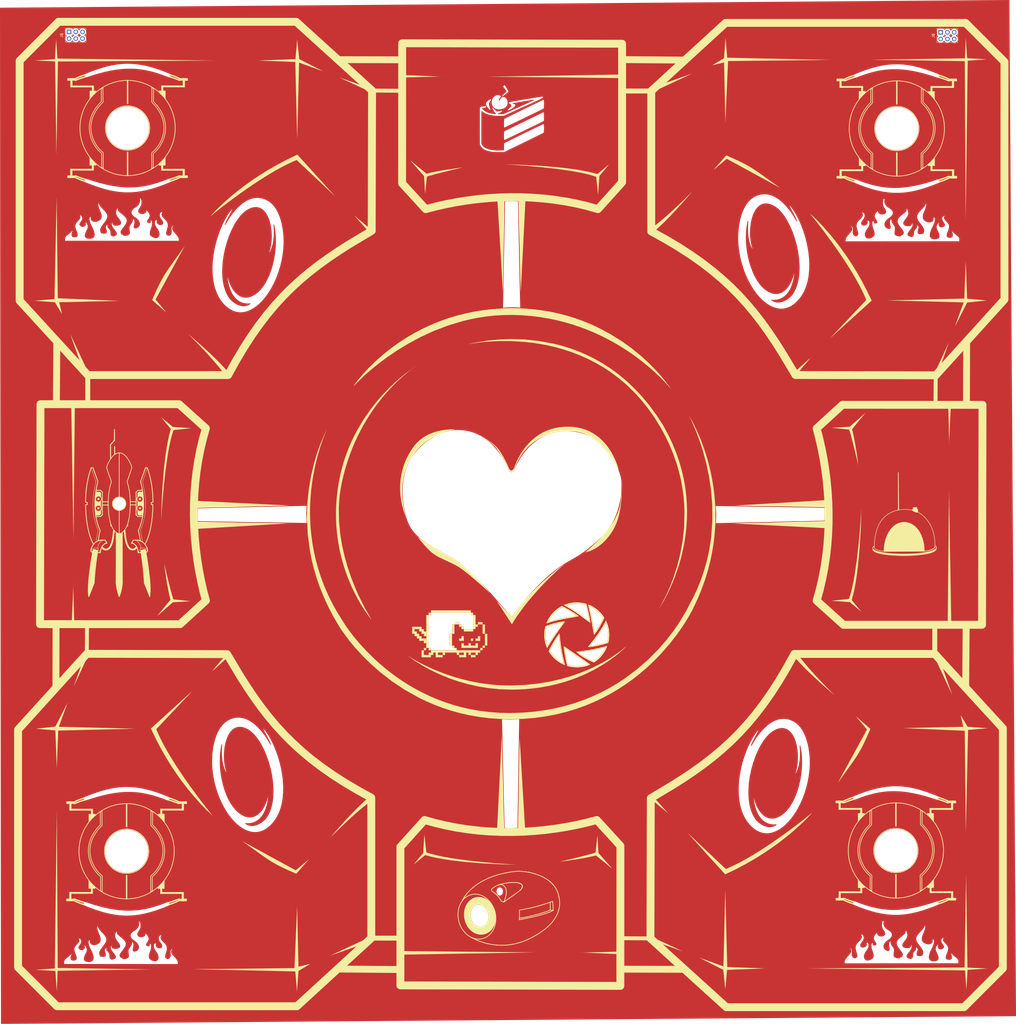
<source format=kicad_pcb>
(kicad_pcb (version 20240108) (generator "pcbnew") (generator_version "8.0")
  (layers (0 "F.Cu" signal) (31 "B.Cu" signal) (34 "B.Paste" user) (35 "F.Paste" user) (36 "B.SilkS" user "B.Silkscreen") (37 "F.SilkS" user "F.Silkscreen") (38 "B.Mask" user) (39 "F.Mask" user) (44 "Edge.Cuts" user))
  (net 0 "")
  (footprint "Connector_PinSocket_2.54mm:PinSocket_2x03_P2.54mm_Vertical" (layer "F.Cu") (at 480.675 83.36 90)
    (property "Reference" "J6" (at -1.27 -2.77 90) (layer "F.SilkS"))
    (property "Value" "Conn_02x03_Odd_Even")
    (pad "1" thru_hole rect (at 0 0 90) (size 1.7 1.7) (drill 1) (layers "*.Cu" "*.Mask"))
    (pad "2" thru_hole oval (at -2.54 0 90) (size 1.7 1.7) (drill 1) (layers "*.Cu" "*.Mask"))
    (pad "3" thru_hole oval (at 0 2.54 90) (size 1.7 1.7) (drill 1) (layers "*.Cu" "*.Mask"))
    (pad "4" thru_hole oval (at -2.54 2.54 90) (size 1.7 1.7) (drill 1) (layers "*.Cu" "*.Mask"))
    (pad "5" thru_hole oval (at 0 5.08 90) (size 1.7 1.7) (drill 1) (layers "*.Cu" "*.Mask"))
    (pad "6" thru_hole oval (at -2.54 5.08 90) (size 1.7 1.7) (drill 1) (layers "*.Cu" "*.Mask"))
  )
  (footprint "Connector_PinSocket_2.54mm:PinSocket_2x03_P2.54mm_Vertical" (layer "F.Cu") (at 153.175 83.21 90)
    (property "Reference" "J6" (at -1.27 -2.77 90) (layer "F.SilkS"))
    (property "Value" "Conn_02x03_Odd_Even")
    (pad "1" thru_hole rect (at 0 0 90) (size 1.7 1.7) (drill 1) (layers "*.Cu" "*.Mask"))
    (pad "2" thru_hole oval (at -2.54 0 90) (size 1.7 1.7) (drill 1) (layers "*.Cu" "*.Mask"))
    (pad "3" thru_hole oval (at 0 2.54 90) (size 1.7 1.7) (drill 1) (layers "*.Cu" "*.Mask"))
    (pad "4" thru_hole oval (at -2.54 2.54 90) (size 1.7 1.7) (drill 1) (layers "*.Cu" "*.Mask"))
    (pad "5" thru_hole oval (at 0 5.08 90) (size 1.7 1.7) (drill 1) (layers "*.Cu" "*.Mask"))
    (pad "6" thru_hole oval (at -2.54 5.08 90) (size 1.7 1.7) (drill 1) (layers "*.Cu" "*.Mask"))
  )
  (gr_line (start 179.783583 275.804011) (end 179.721129 275.677879) (stroke (width 0.119062)) (layer "F.SilkS"))
  (gr_line (start 301.36633 408.800887) (end 301.733105 408.207664) (stroke (width 0.264583)) (layer "F.SilkS"))
  (gr_line (start 165.224648 259.301804) (end 165.195475 259.347286) (stroke (width 0.1)) (layer "F.SilkS"))
  (gr_line (start 323.332035 404.84708) (end 323.364753 404.778156) (stroke (width 0.264583)) (layer "F.SilkS"))
  (gr_line (start 165.858119 276.181771) (end 165.766499 276.296383) (stroke (width 0.297656)) (layer "F.SilkS"))
  (gr_line (start 178.709948 258.891396) (end 178.719815 258.946564) (stroke (width 0.1)) (layer "F.SilkS"))
  (gr_line (start 178.69848 262.261466) (end 178.702813 262.318347) (stroke (width 0.1)) (layer "F.SilkS"))
  (gr_line (start 179.258101 278.84174) (end 179.269895 278.849775) (stroke (width 0.297656)) (layer "F.SilkS"))
  (gr_line (start 164.911148 256.250415) (end 164.711901 256.044311) (stroke (width 0.119062)) (layer "F.SilkS"))
  (gr_line (start 476.790392 277.841286) (end 476.585029 277.901431) (stroke (width 0.165364)) (layer "F.SilkS"))
  (gr_line (start 164.772006 278.873115) (end 164.755492 278.880634) (stroke (width 0.297656)) (layer "F.SilkS"))
  (gr_poly (pts (xy 482.141553 100.21044) (xy 481.533704 99.980907) (xy 480.98244 99.787382) (xy 480.532852 99.638482) (xy 480.119072 99.509022) (xy 479.970275 99.871755) (xy 479.8669 100.121135) (xy 479.832067 100.203316) (xy 479.81765 100.234489) (xy 480.020547 100.283084) (xy 480.291924 100.357006) (xy 480.689814 100.475725) (xy 481.224138 100.648028) (xy 481.904819 100.882701) (xy 482.741777 101.188528) (xy 483.744933 101.574296) (xy 483.935442 101.465742) (xy 484.800896 101.465742) (xy 484.789187 101.026176) (xy 483.853692 101.028929) (xy 483.612819 100.885267) (xy 483.346638 100.743068) (xy 483.060784 100.603408) (xy 482.760895 100.467366) (xy 482.452605 100.336018)) (stroke (width 0.508)) (fill none) (layer "F.SilkS"))
  (gr_line (start 472.036004 263.684723) (end 472.150998 263.67923) (stroke (width 0.165364)) (layer "F.SilkS"))
  (gr_line (start 161.541274 278.374299) (end 161.511045 278.32232) (stroke (width 0.297656)) (layer "F.SilkS"))
  (gr_line (start 165.707925 264.63773) (end 165.70241 264.641592) (stroke (width 0.297656)) (layer "F.SilkS"))
  (gr_line (start 163.970383 276.791187) (end 164.012959 276.607945) (stroke (width 0.119062)) (layer "F.SilkS"))
  (gr_line (start 177.353052 275.445792) (end 177.504995 275.541305) (stroke (width 0.297656)) (layer "F.SilkS"))
  (gr_line (start 166.081552 277.380565) (end 166.031084 277.336859) (stroke (width 0.595312)) (layer "F.SilkS"))
  (gr_line (start 179.033781 265.277733) (end 180.769189 265.277733) (stroke (width 0.297656)) (layer "F.SilkS"))
  (gr_poly (pts (xy 386.126452 144.593211) (xy 384.712578 146.228124) (xy 382.890962 148.279825) (xy 380.75265 150.611477) (xy 379.593183 151.839524) (xy 378.388683 153.086246) (xy 377.150531 154.334539) (xy 375.890106 155.567299) (xy 374.618789 156.767421) (xy 373.347962 157.917801) (xy 372.802539 156.344254) (xy 373.944429 155.482643) (xy 375.132809 154.533677) (xy 377.58272 152.452574) (xy 380.019633 150.258735) (xy 382.310906 148.109947) (xy 384.323901 146.164) (xy 385.925975 144.57868) (xy 387.366803 143.121078)) (fill solid) (layer "F.SilkS"))
  (gr_line (start 182.556184 277.808787) (end 182.623564 277.907107) (stroke (width 0.119062)) (layer "F.SilkS"))
  (gr_line (start 169.712654 273.343299) (end 169.584229 274.025285) (stroke (width 0.595312)) (layer "F.SilkS"))
  (gr_line (start 463.84491 373.0094) (end 463.84491 381.522678) (stroke (width 0.508)) (layer "F.SilkS"))
  (gr_line (start 168.718652 276.538993) (end 168.563764 276.784918) (stroke (width 0.595312)) (layer "F.SilkS"))
  (gr_line (start 163.2817 268.208944) (end 163.525322 268.966752) (stroke (width 0.119062)) (layer "F.SilkS"))
  (gr_poly (pts (xy 154.926856 329.168909) (xy 158.919171 317.902665) (xy 160.350852 317.486484)) (fill solid) (layer "F.SilkS"))
  (gr_poly (pts (xy 484.118347 231.606463) (xy 483.897298 236.678614) (xy 483.854875 237.948884) (xy 483.847429 236.678614) (xy 483.739193 231.606463) (xy 483.528919 224.228788) (xy 484.456128 224.228788)) (fill solid) (layer "F.SilkS"))
  (gr_line (start 323.206941 403.512118) (end 323.160114 403.468702) (stroke (width 0.264583)) (layer "F.SilkS"))
  (gr_line (start 456.266628 277.587489) (end 456.100714 277.479723) (stroke (width 0.165364)) (layer "F.SilkS"))
  (gr_line (start 180.706738 277.883707) (end 180.849393 277.85531) (stroke (width 0.297656)) (layer "F.SilkS"))
  (gr_line (start 173.01076 291.753593) (end 173.084199 291.21967) (stroke (width 0.297656)) (layer "F.SilkS"))
  (gr_line (start 182.011116 278.526495) (end 182.031538 278.642381) (stroke (width 0.297656)) (layer "F.SilkS"))
  (gr_line (start 171.160205 292.263427) (end 171.073311 291.753593) (stroke (width 0.297656)) (layer "F.SilkS"))
  (gr_line (start 165.604597 276.529107) (end 165.533619 276.646498) (stroke (width 0.297656)) (layer "F.SilkS"))
  (gr_poly (pts (xy 454.26991 345.086069) (xy 452.781461 348.446977) (xy 452.134585 349.837949) (xy 451.531752 351.077154) (xy 450.95732 352.195509) (xy 450.395644 353.223931) (xy 449.831084 354.193335) (xy 449.247995 355.134638) (xy 448.630737 356.078757) (xy 447.963665 357.056608) (xy 446.417513 359.237172) (xy 444.484397 361.92366) (xy 442.039179 365.363404) (xy 452.982489 345.300675) (xy 448.798297 340.329667)) (fill solid) (layer "F.SilkS"))
  (gr_line (start 182.604162 277.487635) (end 182.542037 277.296764) (stroke (width 0.297656)) (layer "F.SilkS"))
  (gr_poly (pts (xy 197.560144 137.385407) (xy 197.549921 137.865644) (xy 196.746299 137.854346) (xy 196.746299 137.379346)) (stroke (width 0.508)) (fill none) (layer "F.SilkS"))
  (gr_line (start 328.463621 422.675613) (end 327.279109 423.32858) (stroke (width 0.264583)) (layer "F.SilkS"))
  (gr_poly (pts (xy 451.530676 105.452806) (xy 452.439795 105.452806) (xy 452.448584 106.041362) (xy 452.138684 106.317196) (xy 451.517202 106.909759) (xy 450.924639 107.531242) (xy 450.362123 108.180515) (xy 449.90813 108.752956) (xy 449.916418 105.478349) (xy 450.779828 105.473241) (xy 450.779828 104.201119) (xy 442.665576 104.219002) (xy 442.647577 100.735518) (xy 443.465442 100.729607) (xy 443.465442 103.5368) (xy 451.530676 103.5368)) (fill solid) (layer "F.SilkS"))
  (gr_line (start 336.529205 405.872785) (end 336.761899 406.45605) (stroke (width 0.264583)) (layer "F.SilkS"))
  (gr_line (start 174.371416 273.343299) (end 174.49984 274.025285) (stroke (width 0.595312)) (layer "F.SilkS"))
  (gr_line (start 160.47672 290.846722) (end 160.425065 292.142944) (stroke (width 0.297656)) (layer "F.SilkS"))
  (gr_line (start 322.385627 398.566757) (end 323.479037 398.618882) (stroke (width 0.264583)) (layer "F.SilkS"))
  (gr_line (start 323.363947 403.705883) (end 323.329597 403.654311) (stroke (width 0.264583)) (layer "F.SilkS"))
  (gr_line (start 163.93538 277.177647) (end 163.921231 277.163668) (stroke (width 0.119062)) (layer "F.SilkS"))
  (gr_line (start 179.365644 278.895273) (end 180.222028 278.833969) (stroke (width 0.297656)) (layer "F.SilkS"))
  (gr_line (start 170.999872 291.21967) (end 170.943251 290.664898) (stroke (width 0.297656)) (layer "F.SilkS"))
  (gr_line (start 177.681041 277.588445) (end 177.724778 277.568006) (stroke (width 0.595312)) (layer "F.SilkS"))
  (gr_poly (pts (xy 211.60607 317.85157) (xy 211.636215 317.872589) (xy 211.735813 317.947612) (xy 212.025968 318.175269) (xy 212.439884 318.506406) (xy 206.823862 323.539622) (xy 209.198082 320.691877) (xy 210.83595 318.734052) (xy 211.592185 317.844132)) (fill solid) (layer "F.SilkS"))
  (gr_line (start 178.994986 264.424222) (end 178.969051 262.935441) (stroke (width 0.119062)) (layer "F.SilkS"))
  (gr_line (start 177.780249 275.743399) (end 177.904254 275.849259) (stroke (width 0.297656)) (layer "F.SilkS"))
  (gr_line (start 317.273944 409.613754) (end 317.986057 409.090091) (stroke (width 0.264583)) (layer "F.SilkS"))
  (gr_line (start 166.017372 274.156427) (end 166.74156 274.156427) (stroke (width 0.297656)) (layer "F.SilkS"))
  (gr_line (start 476.363676 277.959326) (end 476.125742 278.014581) (stroke (width 0.165364)) (layer "F.SilkS"))
  (gr_poly (pts (xy 445.861821 371.459989) (xy 446.46967 371.230456) (xy 447.020934 371.036931) (xy 447.470522 370.888031) (xy 447.884302 370.758571) (xy 448.033099 371.121304) (xy 448.136474 371.370684) (xy 448.171307 371.452865) (xy 448.185724 371.484038) (xy 447.982827 371.532633) (xy 447.71145 371.606555) (xy 447.31356 371.725274) (xy 446.779236 371.897577) (xy 446.098555 372.13225) (xy 445.261597 372.438077) (xy 444.258441 372.823845) (xy 444.067932 372.715291) (xy 443.202478 372.715291) (xy 443.214187 372.275725) (xy 444.149682 372.278478) (xy 444.390555 372.134816) (xy 444.656736 371.992617) (xy 444.94259 371.852957) (xy 445.242479 371.716915) (xy 445.550769 371.585567)) (stroke (width 0.508)) (fill none) (layer "F.SilkS"))
  (gr_line (start 336.085038 415.708214) (end 335.730896 416.29167) (stroke (width 0.264583)) (layer "F.SilkS"))
  (gr_line (start 165.093273 256.44716) (end 165.048131 256.396202) (stroke (width 0.119062)) (layer "F.SilkS"))
  (gr_line (start 162.279411 277.860612) (end 162.250166 277.913307) (stroke (width 0.297656)) (layer "F.SilkS"))
  (gr_line (start 277.416559 93.693352) (end 255.130997 93.641022) (stroke (width 2.582011)) (layer "F.SilkS"))
  (gr_line (start 180.998971 277.123136) (end 181.201785 277.141196) (stroke (width 0.119062)) (layer "F.SilkS"))
  (gr_line (start 178.382598 260.900333) (end 176.183221 260.896227) (stroke (width 0.297656)) (layer "F.SilkS"))
  (gr_line (start 470.098234 263.000712) (end 470.191755 263.068118) (stroke (width 0.165364)) (layer "F.SilkS"))
  (gr_line (start 460.845749 264.426419) (end 461.495236 264.026923) (stroke (width 0.165364)) (layer "F.SilkS"))
  (gr_line (start 161.400179 278.013984) (end 161.400121 277.933338) (stroke (width 0.297656)) (layer "F.SilkS"))
  (gr_line (start 181.982563 261.014489) (end 181.939727 262.184941) (stroke (width 0.119062)) (layer "F.SilkS"))
  (gr_line (start 178.702813 258.606309) (end 178.69848 258.66319) (stroke (width 0.1)) (layer "F.SilkS"))
  (gr_line (start 179.830947 277.67492) (end 179.987757 277.414598) (stroke (width 0.119062)) (layer "F.SilkS"))
  (gr_line (start 175.171936 101.569553) (end 175.171936 110.082831) (stroke (width 0.508)) (layer "F.SilkS"))
  (gr_line (start 165.318977 262.589013) (end 165.298891 262.639903) (stroke (width 0.1)) (layer "F.SilkS"))
  (gr_line (start 321.629995 406.533298) (end 322.365503 405.967922) (stroke (width 0.264583)) (layer "F.SilkS"))
  (gr_line (start 167.326734 275.120665) (end 167.431268 275.299228) (stroke (width 0.297656)) (layer "F.SilkS"))
  (gr_poly (pts (xy 176.091735 101.457881) (xy 176.999548 101.527038) (xy 177.894247 101.640918) (xy 178.774702 101.798394) (xy 179.639786 101.998336) (xy 180.488369 102.239616) (xy 181.319323 102.521104) (xy 182.131517 102.841673) (xy 182.923824 103.200191) (xy 183.695114 103.595532) (xy 184.444258 104.026565) (xy 185.170128 104.492162) (xy 185.871595 104.991194) (xy 186.547529 105.522533) (xy 187.196802 106.085048) (xy 187.818284 106.677611) (xy 188.410847 107.299094) (xy 188.973363 107.948367) (xy 189.504701 108.624301) (xy 190.003733 109.325767) (xy 190.46933 110.051637) (xy 190.900363 110.800782) (xy 191.295704 111.572072) (xy 191.654222 112.364379) (xy 191.97479 113.176573) (xy 192.256279 114.007527) (xy 192.497559 114.85611) (xy 192.697501 115.721194) (xy 192.854977 116.60165) (xy 192.968857 117.496349) (xy 193.038013 118.404162) (xy 193.061316 119.32396) (xy 193.038013 120.243758) (xy 192.968857 121.151572) (xy 192.854977 122.046271) (xy 192.697501 122.926727) (xy 192.497559 123.791811) (xy 192.256279 124.640395) (xy 191.97479 125.471348) (xy 191.654222 126.283543) (xy 191.295704 127.07585) (xy 190.900363 127.84714) (xy 190.46933 128.596285) (xy 190.003733 129.322155) (xy 189.504701 130.023622) (xy 188.973363 130.699556) (xy 188.410847 131.348829) (xy 187.818284 131.970312) (xy 187.196802 132.562875) (xy 186.547529 133.125391) (xy 185.871595 133.656729) (xy 185.170128 134.155761) (xy 184.444258 134.621359) (xy 183.695114 135.052392) (xy 182.923824 135.447733) (xy 182.131517 135.806251) (xy 181.319323 136.126819) (xy 180.488369 136.408308) (xy 179.639786 136.649588) (xy 178.774702 136.84953) (xy 177.894247 137.007006) (xy 176.999548 137.120887) (xy 176.091735 137.190043) (xy 175.171936 137.213346) (xy 174.252138 137.190043) (xy 173.344324 137.120887) (xy 172.449625 137.007006) (xy 171.569168 136.84953) (xy 170.704084 136.649588) (xy 169.8555 136.408308) (xy 169.024547 136.126819) (xy 168.212352 135.806251) (xy 167.420045 135.447733) (xy 166.648755 135.052392) (xy 165.89961 134.621359) (xy 165.17374 134.155761) (xy 164.472273 133.656729) (xy 163.796339 133.125391) (xy 163.147066 132.562875) (xy 162.525583 131.970312) (xy 161.93302 131.348829) (xy 161.370504 130.699556) (xy 160.839166 130.023622) (xy 160.340134 129.322155) (xy 159.874537 128.596285) (xy 159.443504 127.84714) (xy 159.048163 127.07585) (xy 158.689644 126.283543) (xy 158.369076 125.471348) (xy 158.087588 124.640395) (xy 157.846308 123.791811) (xy 157.646366 122.926727) (xy 157.48889 122.046271) (xy 157.37501 121.151572) (xy 157.305853 120.243758) (xy 157.28255 119.32396) (xy 157.305853 118.404162) (xy 157.37501 117.496349) (xy 157.48889 116.60165) (xy 157.646366 115.721194) (xy 157.846308 114.85611) (xy 158.087588 114.007527) (xy 158.369076 113.176573) (xy 158.689644 112.364379) (xy 159.048163 111.572072) (xy 159.443504 110.800782) (xy 159.874537 110.051637) (xy 160.340134 109.325767) (xy 160.839166 108.624301) (xy 161.370504 107.948367) (xy 161.93302 107.299094) (xy 162.525583 106.677611) (xy 163.147066 106.085048) (xy 163.796339 105.522533) (xy 164.472273 104.991194) (xy 165.17374 104.492162) (xy 165.89961 104.026565) (xy 166.648755 103.595532) (xy 167.420045 103.200191) (xy 168.212352 102.841673) (xy 169.024547 102.521104) (xy 169.8555 102.239616) (xy 170.704084 101.998336) (xy 171.569168 101.798394) (xy 172.449625 101.640918) (xy 173.344324 101.527038) (xy 174.252138 101.457881) (xy 175.171936 101.434578)) (stroke (width 0.264583)) (fill none) (layer "F.SilkS"))
  (gr_line (start 165.276427 258.235109) (end 165.298891 258.284753) (stroke (width 0.1)) (layer "F.SilkS"))
  (gr_line (start 174.808521 373.285615) (end 174.808521 381.798893) (stroke (width 0.508)) (layer "F.SilkS"))
  (gr_line (start 165.195475 261.577371) (end 165.224648 261.622852) (stroke (width 0.1)) (layer "F.SilkS"))
  (gr_line (start 164.915994 278.687206) (end 164.911555 278.707024) (stroke (width 0.297656)) (layer "F.SilkS"))
  (gr_line (start 178.95316 261.491067) (end 178.970783 259.453931) (stroke (width 0.1)) (layer "F.SilkS"))
  (gr_poly (pts (xy 155.345493 224.106563) (xy 154.84382 273.726999) (xy 154.020944 224.076763)) (fill solid) (layer "F.SilkS"))
  (gr_line (start 179.201219 278.78207) (end 179.207003 278.790951) (stroke (width 0.297656)) (layer "F.SilkS"))
  (gr_line (start 165.164207 258.050409) (end 165.195475 258.094361) (stroke (width 0.1)) (layer "F.SilkS"))
  (gr_line (start 162.573731 255.827488) (end 162.41688 256.792204) (stroke (width 0.119062)) (layer "F.SilkS"))
  (gr_line (start 322.820216 405.552592) (end 322.928517 405.433696) (stroke (width 0.264583)) (layer "F.SilkS"))
  (gr_line (start 178.052988 277.336859) (end 178.105114 277.289117) (stroke (width 0.595312)) (layer "F.SilkS"))
  (gr_line (start 305.242102 404.427691) (end 305.853047 403.954089) (stroke (width 0.264583)) (layer "F.SilkS"))
  (gr_poly (pts (xy 476.841267 132.160163) (xy 476.21978 132.752722) (xy 475.94491 132.997495) (xy 475.953699 133.586051) (xy 476.863031 133.586051) (xy 476.863031 135.502058) (xy 484.930078 135.502058) (xy 484.930078 138.309251) (xy 485.748791 138.313471) (xy 485.730118 134.819855) (xy 477.61405 134.837739) (xy 477.61405 133.565616) (xy 478.477655 133.560508) (xy 478.485934 130.285902) (xy 477.996342 130.889403) (xy 477.433826 131.538676) (xy 476.841263 132.160159)) (fill solid) (layer "F.SilkS"))
  (gr_poly (pts (xy 197.228089 373.020879) (xy 197.217866 372.540642) (xy 196.414244 372.55194) (xy 196.414244 373.02694)) (stroke (width 0.508)) (fill none) (layer "F.SilkS"))
  (gr_line (start 179.936604 276.171098) (end 179.840125 275.928726) (stroke (width 0.119062)) (layer "F.SilkS"))
  (gr_line (start 165.252632 274.157333) (end 165.293181 274.156427) (stroke (width 0.297656)) (layer "F.SilkS"))
  (gr_line (start 181.78942 277.837984) (end 181.804665 277.860612) (stroke (width 0.297656)) (layer "F.SilkS"))
  (gr_line (start 178.765098 262.589013) (end 178.785184 262.639903) (stroke (width 0.1)) (layer "F.SilkS"))
  (gr_line (start 478.134682 277.299854) (end 478.056655 277.360897) (stroke (width 0.1)) (layer "F.SilkS"))
  (gr_line (start 319.586472 426.042702) (end 318.563184 426.19362) (stroke (width 0.264583)) (layer "F.SilkS"))
  (gr_line (start 178.732343 259.000768) (end 178.747461 259.053938) (stroke (width 0.1)) (layer "F.SilkS"))
  (gr_line (start 165.298891 262.639903) (end 165.276427 262.689547) (stroke (width 0.1)) (layer "F.SilkS"))
  (gr_line (start 477.719943 277.455174) (end 477.598085 277.520568) (stroke (width 0.165364)) (layer "F.SilkS"))
  (gr_line (start 323.421777 403.81563) (end 323.394733 403.759637) (stroke (width 0.264583)) (layer "F.SilkS"))
  (gr_line (start 178.919868 261.533419) (end 178.8886 261.577371) (stroke (width 0.1)) (layer "F.SilkS"))
  (gr_line (start 455.16356 276.93397) (end 455.138263 276.989562) (stroke (width 0.165364)) (layer "F.SilkS"))
  (gr_line (start 181.510341 255.827488) (end 181.667191 256.792204) (stroke (width 0.119062)) (layer "F.SilkS"))
  (gr_poly (pts (xy 474.379546 278.17663) (xy 459.529546 278.25163) (xy 459.553613 277.881702) (xy 459.580232 277.336887) (xy 459.624195 276.799405) (xy 459.685174 276.269968) (xy 459.76284 275.749292) (xy 459.856864 275.23809) (xy 459.966918 274.737077) (xy 460.092673 274.246968) (xy 460.2338 273.768476) (xy 460.389971 273.302315) (xy 460.560858 272.849201) (xy 460.74613 272.409847) (xy 460.945461 271.984968) (xy 461.15852 271.575278) (xy 461.384981 271.181491) (xy 461.624513 270.804322) (xy 461.876788 270.444485) (xy 462.141478 270.102694) (xy 462.418254 269.779664) (xy 462.706787 269.476109) (xy 463.006749 269.192742) (xy 463.317811 268.930279) (xy 463.639644 268.689434) (xy 463.97192 268.470921) (xy 464.31431 268.275455) (xy 464.666485 268.103749) (xy 465.028118 267.956518) (xy 465.398878 267.834476) (xy 465.778438 267.738338) (xy 466.166469 267.668818) (xy 466.562642 267.62663) (xy 466.966628 267.612489) (xy 467.370519 267.626553) (xy 467.766477 267.668059) (xy 468.154182 267.736339) (xy 468.533312 267.830725) (xy 468.903548 267.950549) (xy 469.264568 268.095142) (xy 469.616052 268.263837) (xy 469.95768 268.455964) (xy 470.28913 268.670856) (xy 470.610082 268.907844) (xy 470.920216 269.166261) (xy 471.219211 269.445438) (xy 471.506746 269.744706) (xy 471.782501 270.063398) (xy 472.297386 270.75638) (xy 472.761303 271.519037) (xy 473.171687 272.346023) (xy 473.525971 273.231993) (xy 473.821592 274.171601) (xy 474.055984 275.159501) (xy 474.226583 276.190346) (xy 474.330823 277.258792)) (stroke (width 0.508)) (fill none) (layer "F.SilkS"))
  (gr_poly (pts (xy 192.79161 371.736204) (xy 192.183761 371.506671) (xy 191.632497 371.313146) (xy 191.182909 371.164246) (xy 190.769129 371.034786) (xy 190.620332 371.397519) (xy 190.516957 371.646899) (xy 190.482124 371.72908) (xy 190.467707 371.760253) (xy 190.670604 371.808848) (xy 190.941981 371.88277) (xy 191.339871 372.001489) (xy 191.874195 372.173792) (xy 192.554876 372.408465) (xy 193.391834 372.714292) (xy 194.39499 373.10006) (xy 194.585499 372.991506) (xy 195.450953 372.991506) (xy 195.439244 372.55194) (xy 194.503749 372.554693) (xy 194.262876 372.411031) (xy 193.996695 372.268832) (xy 193.710841 372.129172) (xy 193.410952 371.99313) (xy 193.102662 371.861782)) (stroke (width 0.508)) (fill none) (layer "F.SilkS"))
  (gr_line (start 455.723542 276.457414) (end 455.757381 275.535103) (stroke (width 0.165364)) (layer "F.SilkS"))
  (gr_line (start 181.323154 287.914128) (end 181.13387 285.756247) (stroke (width 0.297656)) (layer "F.SilkS"))
  (gr_poly (pts (xy 192.76025 410.386144) (xy 192.152401 410.615677) (xy 191.601137 410.809202) (xy 191.151549 410.958102) (xy 190.737769 411.087562) (xy 190.588972 410.724829) (xy 190.485597 410.475449) (xy 190.450764 410.393268) (xy 190.436347 410.362095) (xy 190.639244 410.3135) (xy 190.910621 410.239578) (xy 191.308511 410.120859) (xy 191.842835 409.948556) (xy 192.523516 409.713883) (xy 193.360474 409.408056) (xy 194.36363 409.022288) (xy 194.554139 409.130842) (xy 195.419593 409.130842) (xy 195.407884 409.570408) (xy 194.472389 409.567655) (xy 194.231516 409.711317) (xy 193.965335 409.853516) (xy 193.679481 409.993176) (xy 193.379592 410.129218) (xy 193.071302 410.260566)) (stroke (width 0.508)) (fill none) (layer "F.SilkS"))
  (gr_line (start 327.047999 399.196153) (end 328.27554 399.537403) (stroke (width 0.264583)) (layer "F.SilkS"))
  (gr_line (start 469.923825 262.860205) (end 469.968894 262.899053) (stroke (width 0.165364)) (layer "F.SilkS"))
  (gr_line (start 162.116078 259.894794) (end 162.101508 261.014489) (stroke (width 0.119062)) (layer "F.SilkS"))
  (gr_line (start 162.282499 257.788456) (end 162.17932 258.821051) (stroke (width 0.119062)) (layer "F.SilkS"))
  (gr_line (start 177.905861 277.456578) (end 177.953535 277.420412) (stroke (width 0.595312)) (layer "F.SilkS"))
  (gr_line (start 178.376143 264.63773) (end 178.381658 264.641592) (stroke (width 0.297656)) (layer "F.SilkS"))
  (gr_line (start 163.276136 277.116276) (end 163.085101 277.123136) (stroke (width 0.119062)) (layer "F.SilkS"))
  (gr_line (start 163.862043 278.833969) (end 163.963584 278.063797) (stroke (width 0.297656)) (layer "F.SilkS"))
  (gr_line (start 179.406494 275.173223) (end 179.310209 275.050538) (stroke (width 0.119062)) (layer "F.SilkS"))
  (gr_poly (pts (xy 445.893181 410.109929) (xy 446.50103 410.339462) (xy 447.052294 410.532987) (xy 447.501882 410.681887) (xy 447.915662 410.811347) (xy 448.064459 410.448614) (xy 448.167834 410.199234) (xy 448.202667 410.117053) (xy 448.217084 410.08588) (xy 448.014187 410.037285) (xy 447.74281 409.963363) (xy 447.34492 409.844644) (xy 446.810596 409.672341) (xy 446.129915 409.437668) (xy 445.292957 409.131841) (xy 444.289801 408.746073) (xy 444.099292 408.854627) (xy 443.233838 408.854627) (xy 443.245547 409.294193) (xy 444.181042 409.29144) (xy 444.421915 409.435102) (xy 444.688096 409.577301) (xy 444.97395 409.716961) (xy 445.273839 409.853003) (xy 445.582129 409.984351)) (stroke (width 0.508)) (fill none) (layer "F.SilkS"))
  (gr_line (start 470.90385 263.459257) (end 470.994193 263.495016) (stroke (width 0.165364)) (layer "F.SilkS"))
  (gr_line (start 182.649246 278.162496) (end 182.658597 278.136364) (stroke (width 0.297656)) (layer "F.SilkS"))
  (gr_line (start 162.882287 277.141196) (end 162.672397 277.173163) (stroke (width 0.119062)) (layer "F.SilkS"))
  (gr_line (start 164.989842 278.379446) (end 164.96417 278.505042) (stroke (width 0.297656)) (layer "F.SilkS"))
  (gr_line (start 334.018821 418.450807) (end 333.017221 419.427555) (stroke (width 0.264583)) (layer "F.SilkS"))
  (gr_poly (pts (xy 162.162164 403.686378) (xy 162.783651 404.278937) (xy 163.058521 404.52371) (xy 163.049732 405.112266) (xy 162.1404 405.112266) (xy 162.1404 407.028273) (xy 154.073353 407.028273) (xy 154.073353 409.835466) (xy 153.25464 409.839686) (xy 153.273313 406.34607) (xy 161.389381 406.363954) (xy 161.389381 405.091831) (xy 160.525776 405.086723) (xy 160.517497 401.812117) (xy 161.007089 402.415618) (xy 161.569605 403.064891) (xy 162.162168 403.686374)) (fill solid) (layer "F.SilkS"))
  (gr_poly (pts (xy 189.431552 119.983389) (xy 189.37202 120.634181) (xy 189.370827 120.642633) (xy 189.36999 120.651149) (xy 189.275276 121.290779) (xy 189.273651 121.298958) (xy 189.272383 121.30721) (xy 189.144233 121.934656) (xy 189.142217 121.942535) (xy 189.140555 121.950505) (xy 188.980712 122.564748) (xy 188.978342 122.572314) (xy 188.976322 122.579988) (xy 188.78653 123.180008) (xy 188.782653 123.190452) (xy 188.782516 123.190773) (xy 188.782418 123.191108) (xy 188.778785 123.201636) (xy 188.316333 124.35493) (xy 188.311684 124.365056) (xy 188.310012 124.368271) (xy 188.308671 124.371633) (xy 188.30404 124.381767) (xy 187.742723 125.465932) (xy 187.737123 125.47556) (xy 187.735441 125.478151) (xy 187.734035 125.480901) (xy 187.728489 125.490552) (xy 187.082262 126.497429) (xy 187.075797 126.506492) (xy 187.074078 126.508668) (xy 187.072596 126.511014) (xy 187.066196 126.520125) (xy 186.349012 127.441556) (xy 186.341746 127.450001) (xy 186.339873 127.451973) (xy 186.33821 127.454144) (xy 186.331008 127.462645) (xy 185.55682 128.290472) (xy 185.548825 128.298222) (xy 185.546545 128.300225) (xy 185.544491 128.302446) (xy 185.536539 128.310242) (xy 184.822834 128.944323) (xy 184.837909 134.194553) (xy 184.236226 134.562838) (xy 184.209444 128.808697) (xy 184.209939 128.797571) (xy 184.213469 128.759926) (xy 184.221414 128.727569) (xy 184.223685 128.722016) (xy 184.22708 128.709005) (xy 184.239289 128.683842) (xy 184.249885 128.657917) (xy 184.257318 128.64668) (xy 184.259925 128.641305) (xy 184.278706 128.61379) (xy 184.304374 128.586027) (xy 184.312329 128.578228) (xy 185.118967 127.861583) (xy 185.873998 127.054241) (xy 186.574101 126.154756) (xy 187.205126 125.171567) (xy 187.753104 124.113165) (xy 188.205777 122.98426) (xy 188.389712 122.40276) (xy 188.545508 121.804067) (xy 188.670357 121.192782) (xy 188.7626 120.569838) (xy 188.820557 119.936274) (xy 188.842561 119.292974) (xy 188.826929 118.640878) (xy 188.771967 117.980881) (xy 188.675961 117.313896) (xy 188.537165 116.64072) (xy 188.353826 115.962282) (xy 188.124152 115.279435) (xy 187.846325 114.593046) (xy 187.518498 113.90398) (xy 187.138823 113.213171) (xy 186.705451 112.521578) (xy 186.216479 111.830111) (xy 185.670027 111.139744) (xy 185.064269 110.451543) (xy 184.392153 109.761197) (xy 184.384784 109.752844) (xy 184.363544 109.726245) (xy 184.364656 109.725357) (xy 184.36337 109.723419) (xy 184.362099 109.724435) (xy 184.36123 109.723348) (xy 184.346363 109.697791) (xy 184.345976 109.697208) (xy 184.345863 109.69693) (xy 184.344449 109.694501) (xy 184.33108 109.66096) (xy 184.317421 109.627728) (xy 184.316748 109.625006) (xy 184.316588 109.624607) (xy 184.31641 109.62364) (xy 184.309416 109.595388) (xy 184.309284 109.594008) (xy 184.310901 109.593853) (xy 184.310465 109.591493) (xy 184.309056 109.591628) (xy 184.305814 109.557758) (xy 184.305298 109.546629) (xy 184.312909 104.112838) (xy 184.937909 104.512838) (xy 184.91839 109.42332) (xy 185.508674 110.029619) (xy 185.51377 110.035393) (xy 185.519131 110.040913) (xy 186.135272 110.74091) (xy 186.140253 110.747161) (xy 186.145523 110.753187) (xy 186.702064 111.456299) (xy 186.706869 111.463021) (xy 186.711987 111.469555) (xy 187.210673 112.174762) (xy 187.215262 112.181978) (xy 187.220138 112.188973) (xy 187.662713 112.895253) (xy 187.666997 112.902896) (xy 187.671593 112.910367) (xy 188.059801 113.616702) (xy 188.063731 113.624762) (xy 188.067967 113.632647) (xy 188.403552 114.338018) (xy 188.407062 114.346435) (xy 188.410884 114.35469) (xy 188.695591 115.058074) (xy 188.698635 115.066799) (xy 188.701987 115.075353) (xy 188.937559 115.775733) (xy 188.940081 115.784657) (xy 188.942936 115.793478) (xy 189.131117 116.489834) (xy 189.133094 116.498892) (xy 189.135415 116.507893) (xy 189.277951 117.199205) (xy 189.279373 117.208347) (xy 189.281137 117.217424) (xy 189.37977 117.902672) (xy 189.380628 117.911773) (xy 189.381839 117.920896) (xy 189.438314 118.599059) (xy 189.438622 118.608101) (xy 189.439283 118.617141) (xy 189.455346 119.287202) (xy 189.455123 119.296125) (xy 189.455255 119.305018) (xy 189.432647 119.965954) (xy 189.43192 119.974666)) (stroke (width 0.254)) (fill none) (layer "F.SilkS"))
  (gr_line (start 320.894832 407.068036) (end 321.629995 406.533298) (stroke (width 0.264583)) (layer "F.SilkS"))
  (gr_line (start 181.595666 277.761293) (end 181.658064 277.764612) (stroke (width 0.297656)) (layer "F.SilkS"))
  (gr_line (start 475.036194 278.298672) (end 474.706473 278.33483) (stroke (width 0.1)) (layer "F.SilkS"))
  (gr_line (start 470.303042 263.142852) (end 470.430996 263.222125) (stroke (width 0.165364)) (layer "F.SilkS"))
  (gr_line (start 178.225953 276.181771) (end 178.317572 276.296383) (stroke (width 0.297656)) (layer "F.SilkS"))
  (gr_line (start 179.869364 274.422997) (end 179.727767 274.372398) (stroke (width 0.297656)) (layer "F.SilkS"))
  (gr_line (start 165.251656 261.669792) (end 165.276427 261.718119) (stroke (width 0.1)) (layer "F.SilkS"))
  (gr_line (start 161.401982 278.037016) (end 161.400179 278.013984) (stroke (width 0.297656)) (layer "F.SilkS"))
  (gr_line (start 161.417397 278.110648) (end 161.41071 278.085449) (stroke (width 0.297656)) (layer "F.SilkS"))
  (gr_line (start 178.919868 258.050409) (end 178.8886 258.094361) (stroke (width 0.1)) (layer "F.SilkS"))
  (gr_line (start 181.952893 278.262146) (end 181.986445 278.405068) (stroke (width 0.297656)) (layer "F.SilkS"))
  (gr_line (start 477.155519 277.71582) (end 476.980358 277.779285) (stroke (width 0.165364)) (layer "F.SilkS"))
  (gr_line (start 478.067992 271.881531) (end 478.22198 272.611641) (stroke (width 0.165364)) (layer "F.SilkS"))
  (gr_line (start 163.715016 279.761993) (end 163.862043 278.895273) (stroke (width 0.297656)) (layer "F.SilkS"))
  (gr_line (start 178.747461 262.536947) (end 178.765098 262.589013) (stroke (width 0.1)) (layer "F.SilkS"))
  (gr_line (start 167.124732 277.681586) (end 166.904922 277.680191) (stroke (width 0.595312)) (layer "F.SilkS"))
  (gr_line (start 470.651768 263.343436) (end 470.7325 263.383118) (stroke (width 0.165364)) (layer "F.SilkS"))
  (gr_line (start 166.315115 277.544778) (end 166.270326 277.518583) (stroke (width 0.595312)) (layer "F.SilkS"))
  (gr_line (start 161.425475 278.136364) (end 161.417397 278.110648) (stroke (width 0.297656)) (layer "F.SilkS"))
  (gr_line (start 182.709132 282.74482) (end 183.068066 285.312582) (stroke (width 0.297656)) (layer "F.SilkS"))
  (gr_line (start 175.365418 276.538993) (end 175.520305 276.784918) (stroke (width 0.595312)) (layer "F.SilkS"))
  (gr_line (start 178.807648 261.718119) (end 178.785184 261.767763) (stroke (width 0.1)) (layer "F.SilkS"))
  (gr_line (start 337.232215 408.08725) (end 337.377703 408.873804) (stroke (width 0.264583)) (layer "F.SilkS"))
  (gr_line (start 479.014863 276.689137) (end 478.991624 276.645748) (stroke (width 0.165364)) (layer "F.SilkS"))
  (gr_poly (pts (xy 403.459173 131.091322) (xy 404.850143 131.738202) (xy 406.089345 132.341039) (xy 407.207697 132.915475) (xy 408.236116 133.477153) (xy 409.205517 134.041716) (xy 410.146817 134.624807) (xy 411.090933 135.242068) (xy 412.068782 135.909142) (xy 414.249342 137.455298) (xy 416.935831 139.388418) (xy 420.37558 141.833642) (xy 400.312873 130.89032) (xy 395.341864 135.074534) (xy 400.098267 129.602862)) (fill solid) (layer "F.SilkS"))
  (gr_line (start 178.69702 258.720823) (end 178.69848 258.778455) (stroke (width 0.1)) (layer "F.SilkS"))
  (gr_line (start 176.652804 275.299228) (end 176.735157 275.306004) (stroke (width 0.297656)) (layer "F.SilkS"))
  (gr_line (start 300.625106 314.64715) (end 300.625106 314.64715) (stroke (width 0.1)) (layer "F.SilkS"))
  (gr_line (start 163.064439 267.470433) (end 163.2817 268.208944) (stroke (width 0.119062)) (layer "F.SilkS"))
  (gr_line (start 161.856158 277.494312) (end 161.766454 277.561788) (stroke (width 0.119062)) (layer "F.SilkS"))
  (gr_line (start 165.251656 258.186782) (end 165.276427 258.235109) (stroke (width 0.1)) (layer "F.SilkS"))
  (gr_line (start 166.224749 277.489243) (end 166.17821 277.456578) (stroke (width 0.595312)) (layer "F.SilkS"))
  (gr_line (start 163.975789 277.229843) (end 163.93538 277.177647) (stroke (width 0.119062)) (layer "F.SilkS"))
  (gr_line (start 181.354598 277.776258) (end 181.441496 277.767817) (stroke (width 0.297656)) (layer "F.SilkS"))
  (gr_line (start 178.747461 258.387708) (end 178.732343 258.440878) (stroke (width 0.1)) (layer "F.SilkS"))
  (gr_line (start 477.598085 277.520568) (end 477.46379 277.586069) (stroke (width 0.165364)) (layer "F.SilkS"))
  (gr_line (start 457.83689 278.126066) (end 457.40779 278.026981) (stroke (width 0.165364)) (layer "F.SilkS"))
  (gr_line (start 478.22198 272.611641) (end 478.34671 273.37915) (stroke (width 0.165364)) (layer "F.SilkS"))
  (gr_poly (pts (xy 157.193933 138.669631) (xy 157.801782 138.899164) (xy 158.353046 139.092689) (xy 158.802634 139.241589) (xy 159.216414 139.371049) (xy 159.365211 139.008316) (xy 159.468586 138.758936) (xy 159.503419 138.676755) (xy 159.517836 138.645582) (xy 159.314939 138.596987) (xy 159.043562 138.523065) (xy 158.645672 138.404346) (xy 158.111348 138.232043) (xy 157.430667 137.99737) (xy 156.593709 137.691543) (xy 155.590553 137.305775) (xy 155.400044 137.414329) (xy 154.53459 137.414329) (xy 154.546299 137.853895) (xy 155.481794 137.851142) (xy 155.722667 137.994804) (xy 155.988848 138.137003) (xy 156.274702 138.276663) (xy 156.574591 138.412705) (xy 156.882881 138.544053)) (stroke (width 0.508)) (fill none) (layer "F.SilkS"))
  (gr_line (start 323.480364 404.004417) (end 323.463922 403.934567) (stroke (width 0.264583)) (layer "F.SilkS"))
  (gr_line (start 165.276427 261.718119) (end 165.298891 261.767763) (stroke (width 0.1)) (layer "F.SilkS"))
  (gr_line (start 171.862641 294.885519) (end 171.678763 294.337819) (stroke (width 0.297656)) (layer "F.SilkS"))
  (gr_line (start 459.516628 278.362489) (end 458.901871 278.293235) (stroke (width 0.165364)) (layer "F.SilkS"))
  (gr_line (start 164.825969 278.84174) (end 164.814175 278.849775) (stroke (width 0.297656)) (layer "F.SilkS"))
  (gr_line (start 337.299132 412.521803) (end 337.138086 413.195444) (stroke (width 0.264583)) (layer "F.SilkS"))
  (gr_line (start 162.426011 277.764612) (end 162.39955 277.768223) (stroke (width 0.297656)) (layer "F.SilkS"))
  (gr_line (start 323.394733 403.759637) (end 323.363947 403.705883) (stroke (width 0.264583)) (layer "F.SilkS"))
  (gr_line (start 179.207003 278.790951) (end 179.213471 278.799715) (stroke (width 0.297656)) (layer "F.SilkS"))
  (gr_line (start 178.893562 277.453801) (end 178.952602 277.669006) (stroke (width 0.297656)) (layer "F.SilkS"))
  (gr_line (start 163.525322 268.966752) (end 163.796397 269.744457) (stroke (width 0.119062)) (layer "F.SilkS"))
  (gr_line (start 322.236675 403.012745) (end 322.10041 402.973759) (stroke (width 0.264583)) (layer "F.SilkS"))
  (gr_line (start 330.682406 400.45849) (end 331.826717 401.043443) (stroke (width 0.264583)) (layer "F.SilkS"))
  (gr_line (start 176.823627 275.315367) (end 176.930765 275.32951) (stroke (width 0.297656)) (layer "F.SilkS"))
  (gr_line (start 334.000922 413.113393) (end 333.596663 413.306886) (stroke (width 0.264583)) (layer "F.SilkS"))
  (gr_poly (pts (xy 360.718875 255.850711) (xy 360.733355 256.94534) (xy 360.720833 257.712736) (xy 360.685292 258.604293) (xy 360.619349 259.603093) (xy 360.51562 260.692218) (xy 360.366721 261.854747) (xy 360.165268 263.073763) (xy 359.903879 264.332345) (xy 359.575169 265.613576) (xy 359.383262 266.257397) (xy 359.171755 266.900536) (xy 358.939727 267.540878) (xy 358.686254 268.176307) (xy 358.410413 268.804709) (xy 358.111281 269.423968) (xy 357.787935 270.031971) (xy 357.439453 270.626603) (xy 357.00347 271.31022) (xy 356.56234 271.954521) (xy 356.11731 272.56066) (xy 355.669623 273.129794) (xy 355.220525 273.663077) (xy 354.771262 274.161664) (xy 354.323079 274.62671) (xy 353.87722 275.059371) (xy 352.997456 275.832157) (xy 352.141934 276.489262) (xy 351.320613 277.039928) (xy 350.543456 277.493395) (xy 349.820423 277.858905) (xy 349.161475 278.145698) (xy 348.576575 278.363016) (xy 348.075682 278.520099) (xy 347.365767 278.690525) (xy 347.11142 278.730906) (xy 348.664408 277.40462) (xy 350.093117 276.119624) (xy 351.402693 274.875654) (xy 352.598287 273.672443) (xy 353.685046 272.509728) (xy 354.668119 271.387242) (xy 355.552654 270.304723) (xy 356.343801 269.261904) (xy 357.046707 268.258521) (xy 357.666522 267.294308) (xy 358.208393 266.369002) (xy 358.67747 265.482337) (xy 359.417834 263.82387) (xy 359.928803 262.316789) (xy 360.251564 260.958975) (xy 360.427306 259.748309) (xy 360.497218 258.682672) (xy 360.502489 257.759945) (xy 360.483858 256.334745) (xy 360.542334 255.828033) (xy 360.700922 255.455756)) (fill solid) (layer "F.SilkS"))
  (gr_line (start 163.828392 277.146634) (end 163.604048 277.125315) (stroke (width 0.119062)) (layer "F.SilkS"))
  (gr_line (start 477.210475 269.320759) (end 477.455988 269.908435) (stroke (width 0.165364)) (layer "F.SilkS"))
  (gr_line (start 471.183527 263.560167) (end 471.282243 263.588862) (stroke (width 0.165364)) (layer "F.SilkS"))
  (gr_line (start 180.55875 268.966752) (end 180.287674 269.744457) (stroke (width 0.119062)) (layer "F.SilkS"))
  (gr_line (start 180.142845 276.943487) (end 180.113688 276.791187) (stroke (width 0.119062)) (layer "F.SilkS"))
  (gr_line (start 161.709353 280.621444) (end 161.374933 282.74482) (stroke (width 0.297656)) (layer "F.SilkS"))
  (gr_line (start 475.346375 278.25791) (end 475.036194 278.298672) (stroke (width 0.1)) (layer "F.SilkS"))
  (gr_line (start 161.433512 277.672861) (end 161.479907 277.487635) (stroke (width 0.297656)) (layer "F.SilkS"))
  (gr_line (start 183.607349 290.846722) (end 183.659005 292.142944) (stroke (width 0.297656)) (layer "F.SilkS"))
  (gr_line (start 179.840125 275.928726) (end 179.783583 275.804011) (stroke (width 0.119062)) (layer "F.SilkS"))
  (gr_line (start 171.073311 291.753593) (end 170.999872 291.21967) (stroke (width 0.297656)) (layer "F.SilkS"))
  (gr_line (start 305.853047 403.954089) (end 306.514313 403.480502) (stroke (width 0.264583)) (layer "F.SilkS"))
  (gr_line (start 167.089287 274.727827) (end 167.326734 275.120665) (stroke (width 0.297656)) (layer "F.SilkS"))
  (gr_line (start 179.035943 256.396202) (end 179.099763 256.327514) (stroke (width 0.119062)) (layer "F.SilkS"))
  (gr_line (start 173.14082 290.664898) (end 173.161773 290.380707) (stroke (width 0.297656)) (layer "F.SilkS"))
  (gr_line (start 178.95316 261.491067) (end 178.919868 261.533419) (stroke (width 0.1)) (layer "F.SilkS"))
  (gr_line (start 162.566269 277.19521) (end 162.460135 277.221749) (stroke (width 0.119062)) (layer "F.SilkS"))
  (gr_line (start 165.36426 261.978093) (end 165.374127 262.03326) (stroke (width 0.1)) (layer "F.SilkS"))
  (gr_line (start 337.500675 410.389532) (end 337.482694 411.118989) (stroke (width 0.264583)) (layer "F.SilkS"))
  (gr_line (start 176.757338 275.120665) (end 176.652804 275.299228) (stroke (width 0.297656)) (layer "F.SilkS"))
  (gr_line (start 322.372936 403.055867) (end 322.236675 403.012745) (stroke (width 0.264583)) (layer "F.SilkS"))
  (gr_line (start 164.426233 277.972905) (end 164.253121 277.67492) (stroke (width 0.119062)) (layer "F.SilkS"))
  (gr_line (start 179.191465 278.763967) (end 179.196059 278.773075) (stroke (width 0.297656)) (layer "F.SilkS"))
  (gr_poly (pts (xy 323.425439 187.111163) (xy 327.038753 187.365125) (xy 330.527451 187.774799) (xy 333.891949 188.329066) (xy 337.132665 189.0168) (xy 340.250015 189.826882) (xy 343.244415 190.748187) (xy 346.116284 191.769594) (xy 348.866036 192.879979) (xy 351.49409 194.068222) (xy 356.386768 196.633788) (xy 360.797652 199.377313) (xy 364.730077 202.209816) (xy 368.187376 205.04232) (xy 371.172884 207.785845) (xy 373.689935 210.351411) (xy 375.741864 212.650039) (xy 378.463691 216.090567) (xy 379.365039 217.395595) (xy 378.369374 216.215703) (xy 377.134762 214.860541) (xy 375.417824 213.10164) (xy 373.225206 211.0188) (xy 370.563554 208.691826) (xy 367.439515 206.20052) (xy 365.706177 204.918181) (xy 363.859734 203.624685) (xy 361.901017 202.330007) (xy 359.830857 201.044122) (xy 357.650084 199.777006) (xy 355.359529 198.538635) (xy 352.960023 197.338984) (xy 350.452397 196.188027) (xy 347.837482 195.09574) (xy 345.116107 194.072099) (xy 342.289105 193.127079) (xy 339.357305 192.270655) (xy 336.321538 191.512803) (xy 333.182635 190.863498) (xy 329.941428 190.332715) (xy 326.598745 189.930429) (xy 323.155419 189.666616) (xy 319.612281 189.551252) (xy 316.330693 189.595607) (xy 313.116189 189.791744) (xy 309.971201 190.129619) (xy 306.898163 190.599184) (xy 303.899506 191.190393) (xy 300.977664 191.8932) (xy 295.374151 193.593424) (xy 290.107086 195.619487) (xy 285.195929 197.891019) (xy 280.660141 200.32765) (xy 276.519182 202.849011) (xy 272.792513 205.374733) (xy 269.499594 207.824447) (xy 266.659887 210.117782) (xy 264.292851 212.174369) (xy 259.940634 216.425854) (xy 260.8462 215.162494) (xy 261.982653 213.712502) (xy 263.578882 211.83182) (xy 265.637884 209.606585) (xy 268.162656 207.122935) (xy 271.156195 204.467009) (xy 272.829689 203.101361) (xy 274.621499 201.724946) (xy 276.531999 200.34853) (xy 278.561564 198.982882) (xy 280.710569 197.638768) (xy 282.979388 196.326956) (xy 285.368395 195.058213) (xy 287.877967 193.843307) (xy 290.508476 192.693003) (xy 293.260298 191.618071) (xy 296.133808 190.629277) (xy 299.129379 189.737389) (xy 302.247388 188.953173) (xy 305.488207 188.287397) (xy 308.852213 187.750828) (xy 312.339779 187.354234) (xy 315.95128 187.108381) (xy 319.687091 187.024038)) (fill solid) (layer "F.SilkS"))
  (gr_poly (pts (xy 437.654352 269.657438) (xy 402.665204 267.89618) (xy 437.530963 266.994413)) (fill solid) (layer "F.SilkS"))
  (gr_line (start 179.15385 278.625407) (end 179.159213 278.646385) (stroke (width 0.297656)) (layer "F.SilkS"))
  (gr_line (start 323.160114 403.468702) (end 323.110614 403.427181) (stroke (width 0.264583)) (layer "F.SilkS"))
  (gr_line (start 178.401963 276.412282) (end 178.479474 276.529107) (stroke (width 0.297656)) (layer "F.SilkS"))
  (gr_line (start 179.0945 274.814256) (end 178.974507 274.702064) (stroke (width 0.119062)) (layer "F.SilkS"))
  (gr_line (start 164.984309 256.327514) (end 164.911148 256.250415) (stroke (width 0.119062)) (layer "F.SilkS"))
  (gr_line (start 165.164207 262.874247) (end 165.115013 262.935441) (stroke (width 0.1)) (layer "F.SilkS"))
  (gr_line (start 329.647826 421.960164) (end 328.463621 422.675613) (stroke (width 0.264583)) (layer "F.SilkS"))
  (gr_poly (pts (xy 187.472755 376.979021) (xy 186.563636 376.979021) (xy 186.554847 377.567577) (xy 186.864747 377.843411) (xy 187.486229 378.435974) (xy 188.078792 379.057457) (xy 188.641308 379.70673) (xy 189.095301 380.279171) (xy 189.087013 377.004564) (xy 188.223603 376.999456) (xy 188.223603 375.727334) (xy 196.337855 375.745217) (xy 196.355854 372.261733) (xy 195.537989 372.255822) (xy 195.537989 375.063015) (xy 187.472755 375.063015)) (fill solid) (layer "F.SilkS"))
  (gr_line (start 178.978154 256.463077) (end 178.990802 256.44716) (stroke (width 0.119062)) (layer "F.SilkS"))
  (gr_line (start 162.354585 277.253121) (end 162.250205 277.289663) (stroke (width 0.119062)) (layer "F.SilkS"))
  (gr_line (start 310.633786 401.215289) (end 311.631974 400.803287) (stroke (width 0.264583)) (layer "F.SilkS"))
  (gr_line (start 163.314879 265.277733) (end 163.183064 264.779081) (stroke (width 0.297656)) (layer "F.SilkS"))
  (gr_line (start 475.172605 266.113814) (end 475.480082 266.479808) (stroke (width 0.165364)) (layer "F.SilkS"))
  (gr_line (start 182.467251 277.103349) (end 182.382873 276.91049) (stroke (width 0.297656)) (layer "F.SilkS"))
  (gr_line (start 179.25782 274.229703) (end 179.157445 274.205792) (stroke (width 0.297656)) (layer "F.SilkS"))
  (gr_line (start 455.684798 276.465231) (end 455.647496 276.475294) (stroke (width 0.165364)) (layer "F.SilkS"))
  (gr_poly (pts (xy 197.196729 409.101469) (xy 197.186506 409.581706) (xy 196.382884 409.570408) (xy 196.382884 409.095408)) (stroke (width 0.508)) (fill none) (layer "F.SilkS"))
  (gr_line (start 178.859427 258.139843) (end 178.832419 258.186782) (stroke (width 0.1)) (layer "F.SilkS"))
  (gr_line (start 170.943251 290.664898) (end 170.922299 290.380707) (stroke (width 0.297656)) (layer "F.SilkS"))
  (gr_line (start 166.904922 277.680191) (end 166.805611 277.676309) (stroke (width 0.595312)) (layer "F.SilkS"))
  (gr_line (start 181.729488 277.253121) (end 181.833868 277.289663) (stroke (width 0.119062)) (layer "F.SilkS"))
  (gr_line (start 172.509018 293.997047) (end 172.616094 293.615981) (stroke (width 0.297656)) (layer "F.SilkS"))
  (gr_line (start 179.346419 278.88802) (end 179.365644 278.895273) (stroke (width 0.297656)) (layer "F.SilkS"))
  (gr_line (start 178.33368 277.054213) (end 178.462436 276.907904) (stroke (width 0.595312)) (layer "F.SilkS"))
  (gr_line (start 469.968894 262.899053) (end 470.023581 262.943427) (stroke (width 0.165364)) (layer "F.SilkS"))
  (gr_line (start 478.597698 276.331228) (end 478.512335 276.302744) (stroke (width 0.165364)) (layer "F.SilkS"))
  (gr_line (start 455.482133 276.553586) (end 455.453192 276.573694) (stroke (width 0.165364)) (layer "F.SilkS"))
  (gr_line (start 300.940469 409.643918) (end 301.120853 409.253621) (stroke (width 0.264583)) (layer "F.SilkS"))
  (gr_line (start 178.215037 277.180808) (end 178.33368 277.054213) (stroke (width 0.595312)) (layer "F.SilkS"))
  (gr_line (start 478.35793 277.080302) (end 478.314263 277.130712) (stroke (width 0.1)) (layer "F.SilkS"))
  (gr_line (start 178.973679 256.471066) (end 178.974822 256.468136) (stroke (width 0.119062)) (layer "F.SilkS"))
  (gr_line (start 148.596714 199.452915) (end 148.413254 223.082166) (stroke (width 2.592916)) (layer "F.SilkS"))
  (gr_line (start 165.766499 276.296383) (end 165.682108 276.412282) (stroke (width 0.297656)) (layer "F.SilkS"))
  (gr_poly (pts (xy 433.752255 153.484563) (xy 436.272395 156.08724) (xy 439.451905 159.710405) (xy 441.226059 161.900959) (xy 443.08962 164.342182) (xy 445.017441 167.032591) (xy 446.984376 169.970699) (xy 448.96528 173.155024) (xy 450.935008 176.58408) (xy 452.868413 180.256384) (xy 454.740351 184.17045) (xy 439.016797 198.415828) (xy 452.713837 183.932026) (xy 452.191651 182.679724) (xy 451.611807 181.395784) (xy 450.298575 178.751712) (xy 448.812994 176.037267) (xy 447.193916 173.289905) (xy 445.480195 170.547083) (xy 443.710684 167.846256) (xy 441.924235 165.224882) (xy 440.159702 162.720416) (xy 436.851793 158.212036) (xy 434.097782 154.620769) (xy 431.494745 151.388173)) (fill solid) (layer "F.SilkS"))
  (gr_line (start 317.986057 409.090091) (end 318.705625 408.583163) (stroke (width 0.264583)) (layer "F.SilkS"))
  (gr_line (start 177.342512 274.156427) (end 176.994784 274.727827) (stroke (width 0.297656)) (layer "F.SilkS"))
  (gr_line (start 471.922564 263.684721) (end 472.036004 263.684723) (stroke (width 0.165364)) (layer "F.SilkS"))
  (gr_line (start 306.703382 424.573199) (end 305.765079 424.162724) (stroke (width 0.264583)) (layer "F.SilkS"))
  (gr_line (start 321.705853 402.877022) (end 321.280493 402.803784) (stroke (width 0.264583)) (layer "F.SilkS"))
  (gr_line (start 183.607365 294.426183) (end 183.488312 295.35479) (stroke (width 0.297656)) (layer "F.SilkS"))
  (gr_line (start 162.294657 277.837984) (end 162.279411 277.860612) (stroke (width 0.297656)) (layer "F.SilkS"))
  (gr_line (start 337.027702 407.28138) (end 337.232215 408.08725) (stroke (width 0.264583)) (layer "F.SilkS"))
  (gr_line (start 163.085101 277.123136) (end 162.882287 277.141196) (stroke (width 0.119062)) (layer "F.SilkS"))
  (gr_line (start 474.564254 265.467522) (end 474.866478 265.776624) (stroke (width 0.165364)) (layer "F.SilkS"))
  (gr_line (start 164.711901 256.044311) (end 163.223192 256.043511) (stroke (width 0.119062)) (layer "F.SilkS"))
  (gr_line (start 165.356408 276.998462) (end 165.264563 277.229325) (stroke (width 0.297656)) (layer "F.SilkS"))
  (gr_line (start 166.711506 277.668403) (end 166.621214 277.655045) (stroke (width 0.595312)) (layer "F.SilkS"))
  (gr_line (start 178.719815 258.495082) (end 178.709948 258.55025) (stroke (width 0.1)) (layer "F.SilkS"))
  (gr_line (start 164.801289 278.857684) (end 164.787252 278.865464) (stroke (width 0.297656)) (layer "F.SilkS"))
  (gr_line (start 478.991624 276.645748) (end 478.963452 276.600353) (stroke (width 0.165364)) (layer "F.SilkS"))
  (gr_poly (pts (xy 179.857114 257.630064) (xy 179.913996 257.634397) (xy 179.970056 257.641532) (xy 180.025224 257.651399) (xy 180.079428 257.663927) (xy 180.132598 257.679045) (xy 180.184664 257.696682) (xy 180.235554 257.716768) (xy 180.285199 257.739232) (xy 180.333526 257.764003) (xy 180.380466 257.791011) (xy 180.425947 257.820184) (xy 180.469899 257.851452) (xy 180.512252 257.884744) (xy 180.552933 257.91999) (xy 180.591874 257.957118) (xy 180.629003 257.996059) (xy 180.664248 258.036741) (xy 180.697541 258.079093) (xy 180.728809 258.123045) (xy 180.757982 258.168526) (xy 180.78499 258.215466) (xy 180.809761 258.263793) (xy 180.832224 258.313437) (xy 180.85231 258.364327) (xy 180.869948 258.416393) (xy 180.885066 258.469563) (xy 180.897594 258.523767) (xy 180.907461 258.578934) (xy 180.914596 258.634994) (xy 180.918929 258.691875) (xy 180.920389 258.749508) (xy 180.918929 258.80714) (xy 180.914596 258.864021) (xy 180.907461 258.92008) (xy 180.897594 258.975248) (xy 180.885066 259.029451) (xy 180.869948 259.082621) (xy 180.85231 259.134687) (xy 180.832224 259.185577) (xy 180.809761 259.235221) (xy 180.78499 259.283548) (xy 180.757982 259.330488) (xy 180.728809 259.375969) (xy 180.697541 259.419921) (xy 180.664248 259.462273) (xy 180.629003 259.502955) (xy 180.591874 259.541896) (xy 180.552933 259.579024) (xy 180.512252 259.61427) (xy 180.469899 259.647563) (xy 180.425947 259.678831) (xy 180.380466 259.708004) (xy 180.333526 259.735012) (xy 180.285199 259.759783) (xy 180.235554 259.782247) (xy 180.184664 259.802333) (xy 180.132598 259.81997) (xy 180.079428 259.835088) (xy 180.025224 259.847616) (xy 179.970056 259.857483) (xy 179.913996 259.864619) (xy 179.857114 259.868952) (xy 179.799482 259.870412) (xy 179.74185 259.868952) (xy 179.684968 259.864619) (xy 179.628909 259.857483) (xy 179.573742 259.847616) (xy 179.519538 259.835088) (xy 179.466368 259.81997) (xy 179.414303 259.802333) (xy 179.363413 259.782247) (xy 179.313769 259.759783) (xy 179.265442 259.735012) (xy 179.218503 259.708004) (xy 179.173022 259.678831) (xy 179.12907 259.647563) (xy 179.086717 259.61427) (xy 179.046036 259.579024) (xy 179.007095 259.541896) (xy 178.969967 259.502955) (xy 178.934721 259.462273) (xy 178.901429 259.419921) (xy 178.870161 259.375969) (xy 178.840988 259.330488) (xy 178.813981 259.283548) (xy 178.78921 259.235221) (xy 178.766746 259.185577) (xy 178.74666 259.134687) (xy 178.729022 259.082621) (xy 178.713905 259.029451) (xy 178.701377 258.975248) (xy 178.69151 258.92008) (xy 178.684374 258.864021) (xy 178.680041 258.80714) (xy 178.678581 258.749508) (xy 178.680041 258.691875) (xy 178.684374 258.634994) (xy 178.69151 258.578934) (xy 178.701377 258.523767) (xy 178.713905 258.469563) (xy 178.729022 258.416393) (xy 178.74666 258.364327) (xy 178.766746 258.313437) (xy 178.78921 258.263793) (xy 178.813981 258.215466) (xy 178.840988 258.168526) (xy 178.870161 258.123045) (xy 178.901429 258.079093) (xy 178.934721 258.036741) (xy 178.969967 257.996059) (xy 179.007095 257.957118) (xy 179.046036 257.91999) (xy 179.086717 257.884744) (xy 179.12907 257.851452) (xy 179.173022 257.820184) (xy 179.218503 257.791011) (xy 179.265442 257.764003) (xy 179.313769 257.739232) (xy 179.363413 257.716768) (xy 179.414303 257.696682) (xy 179.466368 257.679045) (xy 179.519538 257.663927) (xy 179.573742 257.651399) (xy 179.628909 257.641532) (xy 179.684968 257.634397) (xy 179.74185 257.630064) (xy 179.799482 257.628604)) (stroke (width 0.254)) (fill none) (layer "F.SilkS"))
  (gr_poly (pts (xy 386.968117 228.858705) (xy 387.933107 230.667787) (xy 389.124354 233.134299) (xy 390.449697 236.22005) (xy 391.816979 239.886844) (xy 393.134043 244.09649) (xy 393.744943 246.392946) (xy 394.30873 248.810792) (xy 394.813882 251.345255) (xy 395.248881 253.991559) (xy 395.602207 256.744931) (xy 395.86234 259.600597) (xy 396.01776 262.553782) (xy 396.056947 265.599712) (xy 395.968382 268.733613) (xy 395.740545 271.950711) (xy 395.361916 275.246232) (xy 394.820975 278.615401) (xy 394.106203 282.053444) (xy 393.20608 285.555588) (xy 392.109086 289.117058) (xy 390.803701 292.733079) (xy 389.278405 296.398878) (xy 387.52168 300.109681) (xy 386.59126 301.88574) (xy 385.40565 303.924173) (xy 383.719695 306.568079) (xy 381.518339 309.696366) (xy 378.786524 313.187938) (xy 375.509192 316.9217) (xy 373.661251 318.84156) (xy 371.671285 320.776557) (xy 369.537411 322.711554) (xy 367.257747 324.631414) (xy 364.83041 326.521) (xy 362.253519 328.365176) (xy 359.525191 330.148804) (xy 356.643544 331.856747) (xy 353.606696 333.47387) (xy 350.412764 334.985034) (xy 347.059867 336.375104) (xy 343.546122 337.628941) (xy 339.869648 338.73141) (xy 336.028561 339.667373) (xy 332.020979 340.421694) (xy 327.845022 340.979236) (xy 323.498805 341.324861) (xy 318.980448 341.443433) (xy 314.922882 341.342847) (xy 311.002992 341.049647) (xy 307.220195 340.576677) (xy 303.57391 339.936775) (xy 300.063556 339.142783) (xy 296.688552 338.207542) (xy 293.448317 337.143893) (xy 290.342269 335.964676) (xy 287.369827 334.682733) (xy 284.53041 333.310903) (xy 279.248325 330.34895) (xy 274.491364 327.181544) (xy 270.254879 323.911411) (xy 266.534217 320.641278) (xy 263.32473 317.473872) (xy 260.621768 314.511919) (xy 258.420681 311.858146) (xy 255.505531 307.886047) (xy 254.542081 306.379389) (xy 252.411533 302.71672) (xy 250.525641 299.085803) (xy 248.872798 295.492182) (xy 247.441394 291.9414) (xy 246.21982 288.438999) (xy 245.196467 284.990523) (xy 244.359727 281.601515) (xy 243.697991 278.277517) (xy 242.853093 271.846724) (xy 242.568902 265.742488) (xy 242.752547 260.009152) (xy 243.311156 254.69106) (xy 244.151859 249.832556) (xy 245.181784 245.477982) (xy 246.30806 241.671683) (xy 247.437815 238.458001) (xy 249.336279 233.985863) (xy 250.134204 232.416318) (xy 249.412527 234.049854) (xy 248.641701 236.011252) (xy 247.714238 238.664162) (xy 246.717651 241.954901) (xy 245.739456 245.829788) (xy 244.867167 250.235142) (xy 244.498085 252.619968) (xy 244.188298 255.117281) (xy 243.948745 257.72037) (xy 243.790364 260.422524) (xy 243.724097 263.217034) (xy 243.760881 266.09719) (xy 243.911656 269.05628) (xy 244.187362 272.087596) (xy 244.598937 275.184427) (xy 245.157322 278.340062) (xy 245.873455 281.547791) (xy 246.758276 284.800905) (xy 247.822724 288.092693) (xy 249.077738 291.416445) (xy 250.534259 294.765451) (xy 252.203224 298.133) (xy 254.095574 301.512382) (xy 256.222248 304.896888) (xy 257.177349 306.375659) (xy 258.375323 308.072375) (xy 260.057223 310.272423) (xy 262.225778 312.874636) (xy 264.883721 315.777851) (xy 268.033784 318.880899) (xy 269.794213 320.475747) (xy 271.678697 322.082616) (xy 273.687577 323.688861) (xy 275.821194 325.281836) (xy 278.07989 326.848895) (xy 280.464005 328.377392) (xy 282.973882 329.854682) (xy 285.609863 331.268119) (xy 288.372287 332.605058) (xy 291.261497 333.852851) (xy 294.277835 334.998855) (xy 297.421642 336.030423) (xy 300.693259 336.934909) (xy 304.093027 337.699667) (xy 307.621289 338.312052) (xy 311.278385 338.759419) (xy 315.064658 339.029121) (xy 318.980448 339.108512) (xy 323.487985 338.971665) (xy 327.81571 338.616995) (xy 331.96603 338.059073) (xy 335.941353 337.312467) (xy 339.744088 336.391748) (xy 343.376641 335.311484) (xy 346.841421 334.086246) (xy 350.140835 332.730603) (xy 353.277292 331.259124) (xy 356.253199 329.68638) (xy 359.070964 328.026939) (xy 361.732994 326.295372) (xy 366.599483 322.674136) (xy 370.871929 318.939228) (xy 374.569594 315.207205) (xy 377.711741 311.594623) (xy 380.317632 308.21804) (xy 382.40653 305.194011) (xy 385.110397 300.669845) (xy 385.977442 298.954578) (xy 387.744033 295.629149) (xy 389.286986 292.306565) (xy 390.61729 288.993564) (xy 391.745933 285.696881) (xy 392.683903 282.423254) (xy 393.442188 279.179419) (xy 394.031777 275.972112) (xy 394.463657 272.808071) (xy 394.898245 266.636729) (xy 394.833858 260.719286) (xy 394.3584 255.109634) (xy 393.559778 249.861665) (xy 392.525897 245.029273) (xy 391.344662 240.666348) (xy 390.103979 236.826785) (xy 388.891754 233.564474) (xy 386.904297 228.98718) (xy 386.085535 227.365607)) (fill solid) (layer "F.SilkS"))
  (gr_poly (pts (xy 293.830604 100.027373) (xy 293.996314 100.05248) (xy 292.961187 100.017911) (xy 293.362295 100.015559)) (fill solid) (layer "F.SilkS"))
  (gr_line (start 178.958182 258.002011) (end 178.973679 256.471066) (stroke (width 0.119062)) (layer "F.SilkS"))
  (gr_line (start 464.19491 137.2844) (end 464.19491 128.636069) (stroke (width 0.508)) (layer "F.SilkS"))
  (gr_poly (pts (xy 239.379929 434.405967) (xy 241.561447 433.891867) (xy 243.061241 433.545966) (xy 243.555492 433.437348) (xy 243.742966 433.404587) (xy 239.397852 436.015275) (xy 239.098326 439.931263) (xy 238.899945 442.623505) (xy 238.82562 443.847251) (xy 238.740135 442.651442) (xy 238.517183 440.020664) (xy 238.181909 436.194077) (xy 199.647837 435.362613) (xy 237.877924 434.942374) (xy 238.879282 411.768311)) (fill solid) (layer "F.SilkS"))
  (gr_line (start 164.071229 276.399376) (end 164.147467 276.171098) (stroke (width 0.119062)) (layer "F.SilkS"))
  (gr_line (start 161.681449 277.636467) (end 161.601731 277.718687) (stroke (width 0.119062)) (layer "F.SilkS"))
  (gr_line (start 178.374251 256.102506) (end 178.382598 259.734037) (stroke (width 0.297656)) (layer "F.SilkS"))
  (gr_line (start 336.256749 405.314625) (end 336.529205 405.872785) (stroke (width 0.264583)) (layer "F.SilkS"))
  (gr_line (start 322.889442 403.278903) (end 322.767448 403.214643) (stroke (width 0.264583)) (layer "F.SilkS"))
  (gr_line (start 455.811285 277.202747) (end 455.767958 277.13446) (stroke (width 0.165364)) (layer "F.SilkS"))
  (gr_line (start 302.23451 407.497376) (end 302.883875 406.693449) (stroke (width 0.264583)) (layer "F.SilkS"))
  (gr_poly (pts (xy 187.80481 133.427265) (xy 186.895691 133.427265) (xy 186.886902 132.838709) (xy 187.196802 132.562875) (xy 187.818284 131.970312) (xy 188.410847 131.348829) (xy 188.973363 130.699556) (xy 189.427356 130.127115) (xy 189.419068 133.401722) (xy 188.555658 133.40683) (xy 188.555658 134.678952) (xy 196.66991 134.661069) (xy 196.687909 138.144553) (xy 195.870044 138.150464) (xy 195.870044 135.343271) (xy 187.80481 135.343271)) (fill solid) (layer "F.SilkS"))
  (gr_line (start 331.826717 401.043443) (end 332.90827 401.714746) (stroke (width 0.264583)) (layer "F.SilkS"))
  (gr_line (start 165.374127 258.891396) (end 165.36426 258.946564) (stroke (width 0.1)) (layer "F.SilkS"))
  (gr_line (start 164.892605 278.763967) (end 164.888011 278.773075) (stroke (width 0.297656)) (layer "F.SilkS"))
  (gr_line (start 459.011751 266.030999) (end 459.598804 265.424032) (stroke (width 0.165364)) (layer "F.SilkS"))
  (gr_poly (pts (xy 449.585294 391.423236) (xy 449.644826 392.074028) (xy 449.646019 392.08248) (xy 449.646856 392.090996) (xy 449.74157 392.730626) (xy 449.743195 392.738805) (xy 449.744463 392.747057) (xy 449.872613 393.374503) (xy 449.874629 393.382382) (xy 449.876291 393.390352) (xy 450.036134 394.004595) (xy 450.038504 394.012161) (xy 450.040524 394.019835) (xy 450.230316 394.619855) (xy 450.234193 394.630299) (xy 450.23433 394.63062) (xy 450.234428 394.630955) (xy 450.238061 394.641483) (xy 450.700513 395.794777) (xy 450.705162 395.804903) (xy 450.706834 395.808118) (xy 450.708175 395.81148) (xy 450.712806 395.821614) (xy 451.274123 396.905779) (xy 451.279723 396.915407) (xy 451.281405 396.917998) (xy 451.282811 396.920748) (xy 451.288357 396.930399) (xy 451.934584 397.937276) (xy 451.941049 397.946339) (xy 451.942768 397.948515) (xy 451.94425 397.950861) (xy 451.95065 397.959972) (xy 452.667834 398.881403) (xy 452.6751 398.889848) (xy 452.676973 398.89182) (xy 452.678636 398.893991) (xy 452.685838 398.902492) (xy 453.460026 399.730319) (xy 453.468021 399.738069) (xy 453.470301 399.740072) (xy 453.472355 399.742293) (xy 453.480307 399.750089) (xy 454.194012 400.38417) (xy 454.178937 405.6344) (xy 454.78062 406.002685) (xy 454.807402 400.248544) (xy 454.806907 400.237418) (xy 454.803377 400.199773) (xy 454.795432 400.167416) (xy 454.793161 400.161863) (xy 454.789766 400.148852) (xy 454.777557 400.123689) (xy 454.766961 400.097764) (xy 454.759528 400.086527) (xy 454.756921 400.081152) (xy 454.73814 400.053637) (xy 454.712472 400.025874) (xy 454.704517 400.018075) (xy 453.897879 399.30143) (xy 453.142848 398.494088) (xy 452.442745 397.594603) (xy 451.81172 396.611414) (xy 451.263742 395.553012) (xy 450.811069 394.424107) (xy 450.627134 393.842607) (xy 450.471338 393.243914) (xy 450.346489 392.632629) (xy 450.254246 392.009685) (xy 450.196289 391.376121) (xy 450.174285 390.732821) (xy 450.189917 390.080725) (xy 450.244879 389.420728) (xy 450.340885 388.753743) (xy 450.479681 388.080567) (xy 450.66302 387.402129) (xy 450.892694 386.719282) (xy 451.170521 386.032893) (xy 451.498348 385.343827) (xy 451.878023 384.653018) (xy 452.311395 383.961425) (xy 452.800367 383.269958) (xy 453.346819 382.579591) (xy 453.952577 381.89139) (xy 454.624693 381.201044) (xy 454.632062 381.192691) (xy 454.653302 381.166092) (xy 454.65219 381.165204) (xy 454.653476 381.163266) (xy 454.654747 381.164282) (xy 454.655616 381.163195) (xy 454.670483 381.137638) (xy 454.67087 381.137055) (xy 454.670983 381.136777) (xy 454.672397 381.134348) (xy 454.685766 381.100807) (xy 454.699425 381.067575) (xy 454.700098 381.064853) (xy 454.700258 381.064454) (xy 454.700436 381.063487) (xy 454.70743 381.035235) (xy 454.707562 381.033855) (xy 454.705945 381.0337) (xy 454.706381 381.03134) (xy 454.70779 381.031475) (xy 454.711032 380.997605) (xy 454.711548 380.986476) (xy 454.703937 375.552685) (xy 454.078937 375.952685) (xy 454.098456 380.863167) (xy 453.508172 381.469466) (xy 453.503076 381.47524) (xy 453.497715 381.48076) (xy 452.881574 382.180757) (xy 452.876593 382.187008) (xy 452.871323 382.193034) (xy 452.314782 382.896146) (xy 452.309977 382.902868) (xy 452.304859 382.909402) (xy 451.806173 383.614609) (xy 451.801584 383.621825) (xy 451.796708 383.62882) (xy 451.354133 384.3351) (xy 451.349849 384.342743) (xy 451.345253 384.350214) (xy 450.957045 385.056549) (xy 450.953115 385.064609) (xy 450.948879 385.072494) (xy 450.613294 385.777865) (xy 450.609784 385.786282) (xy 450.605962 385.794537) (xy 450.321255 386.497921) (xy 450.318211 386.506646) (xy 450.314859 386.5152) (xy 450.079287 387.21558) (xy 450.076765 387.224504) (xy 450.07391 387.233325) (xy 449.885729 387.929681) (xy 449.883752 387.938739) (xy 449.881431 387.94774) (xy 449.738895 388.639052) (xy 449.737473 388.648194) (xy 449.735709 388.657271) (xy 449.637076 389.342519) (xy 449.636218 389.35162) (xy 449.635007 389.360743) (xy 449.578532 390.038906) (xy 449.578224 390.047948) (xy 449.577563 390.056988) (xy 449.5615 390.727049) (xy 449.561723 390.735972) (xy 449.561591 390.744865) (xy 449.584199 391.405801) (xy 449.584926 391.414513)) (stroke (width 0.254)) (fill none) (layer "F.SilkS"))
  (gr_line (start 182.374712 280.621444) (end 182.709132 282.74482) (stroke (width 0.297656)) (layer "F.SilkS"))
  (gr_line (start 181.911033 278.113349) (end 181.932966 278.187505) (stroke (width 0.297656)) (layer "F.SilkS"))
  (gr_line (start 165.351732 258.440878) (end 165.36426 258.495082) (stroke (width 0.1)) (layer "F.SilkS"))
  (gr_line (start 165.374127 262.03326) (end 165.381262 262.08932) (stroke (width 0.1)) (layer "F.SilkS"))
  (gr_line (start 182.134099 277.4337) (end 182.227915 277.494312) (stroke (width 0.119062)) (layer "F.SilkS"))
  (gr_line (start 319.431224 408.083494) (end 320.161434 407.581609) (stroke (width 0.264583)) (layer "F.SilkS"))
  (gr_poly (pts (xy 451.212036 404.867112) (xy 452.121155 404.867112) (xy 452.129944 404.278556) (xy 451.820044 404.002722) (xy 451.198562 403.410159) (xy 450.605999 402.788676) (xy 450.043483 402.139403) (xy 449.58949 401.566962) (xy 449.597778 404.841569) (xy 450.461188 404.846677) (xy 450.461188 406.118799) (xy 442.346936 406.100916) (xy 442.328937 409.5844) (xy 443.146802 409.590311) (xy 443.146802 406.783118) (xy 451.212036 406.783118)) (fill solid) (layer "F.SilkS"))
  (gr_poly (pts (xy 306.062118 407.169454) (xy 306.412941 407.197521) (xy 306.761871 407.245869) (xy 307.108342 407.314089) (xy 307.451794 407.40177) (xy 307.791661 407.508503) (xy 308.127382 407.633877) (xy 308.458393 407.777482) (xy 308.78413 407.938908) (xy 309.104032 408.117745) (xy 309.417534 408.313582) (xy 309.724074 408.52601) (xy 310.023089 408.754619) (xy 310.314015 408.998997) (xy 310.596289 409.258737) (xy 310.869349 409.533426) (xy 311.132631 409.822655) (xy 311.385571 410.126014) (xy 311.627608 410.443093) (xy 311.858178 410.773481) (xy 312.076717 411.116769) (xy 312.282663 411.472547) (xy 312.475453 411.840404) (xy 312.654523 412.21993) (xy 312.81931 412.610715) (xy 312.969252 413.012349) (xy 313.103784 413.424421) (xy 313.222345 413.846523) (xy 313.323218 414.273197) (xy 313.40526 414.69884) (xy 313.514026 415.544507) (xy 313.550991 416.37847) (xy 313.518508 417.195675) (xy 313.418924 417.991071) (xy 313.254592 418.759603) (xy 313.027861 419.496219) (xy 312.741081 420.195865) (xy 312.396602 420.853487) (xy 312.203461 421.164961) (xy 311.996776 421.464034) (xy 311.776841 421.750075) (xy 311.543951 422.022452) (xy 311.298398 422.280533) (xy 311.040478 422.523687) (xy 310.770483 422.751282) (xy 310.488707 422.962687) (xy 310.195445 423.157269) (xy 309.89099 423.334398) (xy 309.575635 423.493441) (xy 309.249674 423.633767) (xy 308.913402 423.754744) (xy 308.567112 423.855741) (xy 308.215263 423.935233) (xy 307.862492 423.992394) (xy 307.509364 424.027633) (xy 307.156441 424.041359) (xy 306.804286 424.033984) (xy 306.453462 424.005917) (xy 306.104533 423.957568) (xy 305.758061 423.889348) (xy 305.41461 423.801666) (xy 305.074742 423.694934) (xy 304.739021 423.56956) (xy 304.408011 423.425954) (xy 304.082273 423.264528) (xy 303.762371 423.085692) (xy 303.448869 422.889854) (xy 303.142329 422.677426) (xy 302.843314 422.448817) (xy 302.552388 422.204439) (xy 302.270114 421.9447) (xy 301.997054 421.67001) (xy 301.733773 421.380781) (xy 301.480832 421.077422) (xy 301.238795 420.760343) (xy 301.008225 420.429955) (xy 300.789686 420.086667) (xy 300.58374 419.73089) (xy 300.390951 419.363033) (xy 300.211881 418.983508) (xy 300.047093 418.592723) (xy 299.897152 418.191089) (xy 299.762619 417.779017) (xy 299.644059 417.356916) (xy 299.543185 416.930241) (xy 299.461143 416.504598) (xy 299.352378 415.658932) (xy 299.315412 414.824969) (xy 299.347896 414.007764) (xy 299.447479 413.212368) (xy 299.611811 412.443836) (xy 299.838542 411.707221) (xy 300.125322 411.007575) (xy 300.469801 410.349952) (xy 300.662942 410.038478) (xy 300.869627 409.739405) (xy 301.089562 409.453364) (xy 301.322452 409.180987) (xy 301.568005 408.922906) (xy 301.825925 408.679752) (xy 302.09592 408.452157) (xy 302.377695 408.240752) (xy 302.670958 408.04617) (xy 302.975414 407.869041) (xy 303.290768 407.709998) (xy 303.616729 407.569672) (xy 303.953001 407.448695) (xy 304.299291 407.347698) (xy 304.651141 407.268205) (xy 305.003911 407.211044) (xy 305.357039 407.175806) (xy 305.709963 407.162079)) (stroke (width 0.264583)) (fill none) (layer "F.SilkS"))
  (gr_line (start 455.268907 276.76047) (end 455.235448 276.808362) (stroke (width 0.165364)) (layer "F.SilkS"))
  (gr_line (start 163.911537 277.158557) (end 163.828392 277.146634) (stroke (width 0.119062)) (layer "F.SilkS"))
  (gr_line (start 164.737652 278.88802) (end 164.718427 278.895273) (stroke (width 0.297656)) (layer "F.SilkS"))
  (gr_line (start 165.707598 259.759037) (end 165.707598 260.959037) (stroke (width 0.297656)) (layer "F.SilkS"))
  (gr_poly (pts (xy 190.197335 288.344917) (xy 191.325267 292.803846) (xy 191.876041 294.808474) (xy 192.366281 296.409687) (xy 198.856513 297.09845) (xy 192.180835 297.495789) (xy 186.220432 302.740961) (xy 191.280158 296.568622) (xy 191.043554 295.647681) (xy 190.812765 294.645481) (xy 190.373847 292.474945) (xy 189.973834 290.212298) (xy 189.623159 288.012827) (xy 189.111547 284.424551) (xy 188.922464 282.952396)) (fill solid) (layer "F.SilkS"))
  (gr_poly (pts (xy 285.250966 273.738703) (xy 286.221845 274.444298) (xy 287.11851 275.065695) (xy 287.954898 275.616338) (xy 288.744947 276.109676) (xy 289.502597 276.559153) (xy 290.976448 277.380311) (xy 294.148626 279.087944) (xy 295.069742 279.606896) (xy 296.069963 280.189558) (xy 297.163228 280.849377) (xy 298.363474 281.599799) (xy 299.344121 282.270498) (xy 300.376906 283.060382) (xy 301.445903 283.947034) (xy 302.535189 284.908038) (xy 303.62884 285.92098) (xy 304.710934 286.963442) (xy 306.77675 289.047265) (xy 308.605249 290.980179) (xy 310.069041 292.582856) (xy 311.392942 294.080192) (xy 310.172022 292.96508) (xy 308.832764 291.762801) (xy 307.173766 290.301026) (xy 305.319623 288.707496) (xy 303.394928 287.10995) (xy 302.445059 286.349589) (xy 301.524276 285.636128) (xy 300.648151 284.985532) (xy 299.83226 284.41377) (xy 299.313001 284.081823) (xy 298.752171 283.755623) (xy 298.155871 283.434124) (xy 297.530201 283.116278) (xy 296.215151 282.487356) (xy 294.855821 281.860478) (xy 293.501011 281.227266) (xy 292.199521 280.57934) (xy 291.584021 280.247241) (xy 291.000152 279.908322) (xy 290.454012 279.561535) (xy 289.951703 279.205832) (xy 289.424804 278.787073) (xy 288.898933 278.329517) (xy 288.378639 277.842244) (xy 287.868471 277.334337) (xy 287.372976 276.814875) (xy 286.896705 276.292941) (xy 286.020024 275.27798) (xy 285.274818 274.362102) (xy 284.697475 273.617957) (xy 284.191934 272.935462)) (fill solid) (layer "F.SilkS"))
  (gr_line (start 254.056089 435.297629) (end 277.685318 435.481089) (stroke (width 2.592916)) (layer "F.SilkS"))
  (gr_line (start 165.276427 262.689547) (end 165.251656 262.737874) (stroke (width 0.1)) (layer "F.SilkS"))
  (gr_line (start 163.365358 282.153374) (end 163.715016 279.761993) (stroke (width 0.297656)) (layer "F.SilkS"))
  (gr_line (start 161.500463 246.946672) (end 163.251128 252.187892) (stroke (width 0.119062)) (layer "F.SilkS"))
  (gr_poly (pts (xy 152.394039 409.101018) (xy 152.404262 409.581255) (xy 153.207884 409.569957) (xy 153.207884 409.094957)) (stroke (width 0.508)) (fill none) (layer "F.SilkS"))
  (gr_poly (pts (xy 441.806702 137.575254) (xy 441.816925 138.055491) (xy 442.620547 138.044193) (xy 442.620547 137.569193)) (stroke (width 0.508)) (fill none) (layer "F.SilkS"))
  (gr_line (start 478.163385 277.14354) (end 478.094837 277.202513) (stroke (width 0.165364)) (layer "F.SilkS"))
  (gr_line (start 461.495236 264.026923) (end 462.155128 263.687734) (stroke (width 0.165364)) (layer "F.SilkS"))
  (gr_line (start 470.574515 263.303144) (end 470.651768 263.343436) (stroke (width 0.165364)) (layer "F.SilkS"))
  (gr_line (start 178.732343 261.923889) (end 178.719815 261.978093) (stroke (width 0.1)) (layer "F.SilkS"))
  (gr_line (start 166.81636 275.406573) (end 166.770599 275.42525) (stroke (width 0.297656)) (layer "F.SilkS"))
  (gr_line (start 179.358315 274.256391) (end 179.25782 274.229703) (stroke (width 0.297656)) (layer "F.SilkS"))
  (gr_line (start 176.930765 275.32951) (end 176.98832 275.33856) (stroke (width 0.297656)) (layer "F.SilkS"))
  (gr_line (start 179.55292 274.314394) (end 179.457243 274.28493) (stroke (width 0.297656)) (layer "F.SilkS"))
  (gr_line (start 179.727767 274.372398) (end 179.55292 274.314394) (stroke (width 0.297656)) (layer "F.SilkS"))
  (gr_poly (pts (xy 352.098963 391.713486) (xy 357.344177 397.673911) (xy 351.171796 392.614185) (xy 350.250848 392.850788) (xy 349.248641 393.081577) (xy 347.078097 393.520493) (xy 344.815446 393.920502) (xy 342.615974 394.271174) (xy 339.0277 394.782778) (xy 337.555548 394.971857) (xy 342.948072 393.696998) (xy 347.407007 392.569073) (xy 349.41164 392.018301) (xy 351.01286 391.528061) (xy 351.701624 385.03783)) (fill solid) (layer "F.SilkS"))
  (gr_line (start 317.586035 399.109533) (end 318.981136 398.86453) (stroke (width 0.264583)) (layer "F.SilkS"))
  (gr_line (start 177.63757 277.606274) (end 177.681041 277.588445) (stroke (width 0.595312)) (layer "F.SilkS"))
  (gr_line (start 178.8886 261.577371) (end 178.859427 261.622852) (stroke (width 0.1)) (layer "F.SilkS"))
  (gr_line (start 455.453192 276.573694) (end 455.425596 276.594904) (stroke (width 0.165364)) (layer "F.SilkS"))
  (gr_line (start 178.832419 262.737874) (end 178.859427 262.784814) (stroke (width 0.1)) (layer "F.SilkS"))
  (gr_line (start 335.946719 404.781249) (end 336.256749 405.314625) (stroke (width 0.264583)) (layer "F.SilkS"))
  (gr_poly (pts (xy 297.915234 232.558864) (xy 298.374454 232.600654) (xy 297.079591 232.836928) (xy 295.630398 233.18265) (xy 294.754765 233.43521) (xy 293.797262 233.749588) (xy 292.772005 234.1323) (xy 291.693108 234.58986) (xy 290.574688 235.128784) (xy 289.43086 235.755586) (xy 288.275739 236.476782) (xy 287.12344 237.298886) (xy 285.98808 238.228412) (xy 285.431163 238.735495) (xy 284.883774 239.271877) (xy 283.91671 240.317607) (xy 283.043761 241.386594) (xy 282.260767 242.475134) (xy 281.56357 243.579527) (xy 280.948012 244.696069) (xy 280.409934 245.821058) (xy 279.945176 246.950793) (xy 279.549582 248.081571) (xy 279.21899 249.20969) (xy 278.949245 250.331447) (xy 278.736185 251.44314) (xy 278.575654 252.541068) (xy 278.463491 253.621527) (xy 278.39554 254.680816) (xy 278.36764 255.715232) (xy 278.375633 256.721073) (xy 278.482665 258.632223) (xy 278.683366 260.384645) (xy 278.944467 261.948724) (xy 279.232699 263.29484) (xy 279.514793 264.393377) (xy 279.757478 265.214715) (xy 279.99155 265.907328) (xy 279.712656 265.304169) (xy 279.057846 263.601097) (xy 278.674723 262.38697) (xy 278.299923 260.957718) (xy 277.967546 259.333291) (xy 277.711693 257.533639) (xy 277.566464 255.578715) (xy 277.565959 253.488468) (xy 277.744281 251.28285) (xy 278.135528 248.981811) (xy 278.421655 247.801744) (xy 278.773802 246.605302) (xy 279.19623 245.394981) (xy 279.693203 244.173275) (xy 280.268983 242.942676) (xy 280.927832 241.705679) (xy 281.674013 240.464778) (xy 282.511789 239.222466) (xy 283.034317 238.533773) (xy 283.583422 237.893445) (xy 284.156274 237.299752) (xy 284.750043 236.750966) (xy 285.361896 236.245359) (xy 285.989004 235.781204) (xy 286.628535 235.356771) (xy 287.27766 234.970332) (xy 287.933546 234.620159) (xy 288.593364 234.304524) (xy 289.254282 234.021699) (xy 289.91347 233.769955) (xy 290.568097 233.547565) (xy 291.215332 233.352799) (xy 292.476303 233.039228) (xy 293.673737 232.815418) (xy 294.784988 232.667543) (xy 295.78741 232.581776) (xy 296.658356 232.544291) (xy 297.375179 232.541262)) (fill solid) (layer "F.SilkS"))
  (gr_line (start 181.522664 277.762595) (end 181.595666 277.761293) (stroke (width 0.297656)) (layer "F.SilkS"))
  (gr_poly (pts (xy 504.636457 94.435312) (xy 504.636457 183.752102) (xy 478.806995 212.23693) (xy 426.122211 212.116222) (xy 421.070777 203.674169) (xy 418.548953 199.721266) (xy 415.991063 195.929433) (xy 413.36811 192.285409) (xy 410.651098 188.775933) (xy 407.811032 185.387744) (xy 404.818914 182.107583) (xy 401.64575 178.92219) (xy 398.262543 175.818302) (xy 394.640296 172.782661) (xy 390.750013 169.802006) (xy 386.5627 166.863076) (xy 382.049358 163.952611) (xy 377.180993 161.057351) (xy 371.928607 158.164034) (xy 371.928607 105.418864) (xy 399.870288 79.830815) (xy 490.031946 79.830815)) (stroke (width 2.963333)) (fill none) (layer "F.SilkS"))
  (gr_poly (pts (xy 156.861878 371.736655) (xy 157.469727 371.507122) (xy 158.020991 371.313597) (xy 158.470579 371.164697) (xy 158.884359 371.035237) (xy 159.033156 371.39797) (xy 159.136531 371.64735) (xy 159.171364 371.729531) (xy 159.185781 371.760704) (xy 158.982884 371.809299) (xy 158.711507 371.883221) (xy 158.313617 372.00194) (xy 157.779293 372.174243) (xy 157.098612 372.408916) (xy 156.261654 372.714743) (xy 155.258498 373.100511) (xy 155.067989 372.991957) (xy 154.202535 372.991957) (xy 154.214244 372.552391) (xy 155.149739 372.555144) (xy 155.390612 372.411482) (xy 155.656793 372.269283) (xy 155.942647 372.129623) (xy 156.242536 371.993581) (xy 156.550826 371.862233)) (stroke (width 0.508)) (fill none) (layer "F.SilkS"))
  (gr_line (start 160.476708 294.426183) (end 160.595763 295.35479) (stroke (width 0.297656)) (layer "F.SilkS"))
  (gr_line (start 164.911555 278.707024) (end 164.90649 278.726432) (stroke (width 0.297656)) (layer "F.SilkS"))
  (gr_line (start 177.046924 275.349028) (end 177.105371 275.360989) (stroke (width 0.297656)) (layer "F.SilkS"))
  (gr_line (start 323.217152 405.050239) (end 323.296408 404.915451) (stroke (width 0.264583)) (layer "F.SilkS"))
  (gr_line (start 477.46379 277.586069) (end 477.316465 277.651284) (stroke (width 0.165364)) (layer "F.SilkS"))
  (gr_line (start 178.709948 258.55025) (end 178.702813 258.606309) (stroke (width 0.1)) (layer "F.SilkS"))
  (gr_line (start 322.708304 405.666049) (end 322.820216 405.552592) (stroke (width 0.264583)) (layer "F.SilkS"))
  (gr_line (start 476.385113 267.757773) (end 476.672486 268.246145) (stroke (width 0.165364)) (layer "F.SilkS"))
  (gr_line (start 308.816702 402.089117) (end 309.695917 401.644875) (stroke (width 0.264583)) (layer "F.SilkS"))
  (gr_line (start 323.499818 404.215629) (end 323.49813 404.145021) (stroke (width 0.264583)) (layer "F.SilkS"))
  (gr_line (start 477.35631 277.748625) (end 477.195364 277.813161) (stroke (width 0.1)) (layer "F.SilkS"))
  (gr_line (start 178.382598 260.900333) (end 178.374251 264.637601) (stroke (width 0.297656)) (layer "F.SilkS"))
  (gr_line (start 160.208557 212.132842) (end 160.208557 223.082166) (stroke (width 1.852083)) (layer "F.SilkS"))
  (gr_line (start 457.0411 277.921002) (end 456.731934 277.810708) (stroke (width 0.165364)) (layer "F.SilkS"))
  (gr_line (start 178.765098 258.335643) (end 178.747461 258.387708) (stroke (width 0.1)) (layer "F.SilkS"))
  (gr_line (start 169.941913 271.511577) (end 169.812779 272.682737) (stroke (width 0.595312)) (layer "F.SilkS"))
  (gr_line (start 164.431594 275.551032) (end 164.506727 275.424172) (stroke (width 0.119062)) (layer "F.SilkS"))
  (gr_line (start 176.057556 277.367373) (end 176.262271 277.500824) (stroke (width 0.595312)) (layer "F.SilkS"))
  (gr_line (start 179.282781 278.857684) (end 179.296818 278.865464) (stroke (width 0.297656)) (layer "F.SilkS"))
  (gr_line (start 320.308362 402.748481) (end 319.779011 402.759976) (stroke (width 0.264583)) (layer "F.SilkS"))
  (gr_line (start 165.084662 277.872057) (end 165.047309 278.06007) (stroke (width 0.297656)) (layer "F.SilkS"))
  (gr_line (start 181.830751 263.410957) (end 181.646899 264.697341) (stroke (width 0.119062)) (layer "F.SilkS"))
  (gr_line (start 455.876179 274.066751) (end 456.067816 272.711811) (stroke (width 0.165364)) (layer "F.SilkS"))
  (gr_line (start 307.227566 403.009859) (end 307.994474 402.545088) (stroke (width 0.264583)) (layer "F.SilkS"))
  (gr_poly (pts (xy 162.556939 106.719908) (xy 163.178426 106.127349) (xy 163.453296 105.882576) (xy 163.444507 105.29402) (xy 162.535175 105.29402) (xy 162.535175 103.378013) (xy 154.468128 103.378013) (xy 154.468128 100.57082) (xy 153.649415 100.5666) (xy 153.668088 104.060216) (xy 161.784156 104.042332) (xy 161.784156 105.314455) (xy 160.920551 105.319563) (xy 160.912272 108.594169) (xy 161.401864 107.990668) (xy 161.96438 107.341395) (xy 162.556943 106.719912)) (fill solid) (layer "F.SilkS"))
  (gr_line (start 471.487087 263.636746) (end 471.592939 263.655237) (stroke (width 0.165364)) (layer "F.SilkS"))
  (gr_line (start 478.481459 276.890698) (end 478.448641 276.95248) (stroke (width 0.1)) (layer "F.SilkS"))
  (gr_line (start 161.572338 278.424272) (end 161.541274 278.374299) (stroke (width 0.297656)) (layer "F.SilkS"))
  (gr_line (start 165.70241 264.641592) (end 165.681478 264.659536) (stroke (width 0.297656)) (layer "F.SilkS"))
  (gr_line (start 178.859427 261.622852) (end 178.832419 261.669792) (stroke (width 0.1)) (layer "F.SilkS"))
  (gr_line (start 323.364753 404.778156) (end 323.394377 404.708751) (stroke (width 0.264583)) (layer "F.SilkS"))
  (gr_poly (pts (xy 189.068137 391.699451) (xy 189.008605 392.350243) (xy 189.007412 392.358695) (xy 189.006575 392.367211) (xy 188.911861 393.006841) (xy 188.910236 393.01502) (xy 188.908968 393.023272) (xy 188.780818 393.650718) (xy 188.778802 393.658597) (xy 188.77714 393.666567) (xy 188.617297 394.28081) (xy 188.614927 394.288376) (xy 188.612907 394.29605) (xy 188.423115 394.89607) (xy 188.419238 394.906514) (xy 188.419101 394.906835) (xy 188.419003 394.90717) (xy 188.41537 394.917698) (xy 187.952918 396.070992) (xy 187.948269 396.081118) (xy 187.946597 396.084333) (xy 187.945256 396.087695) (xy 187.940625 396.097829) (xy 187.379308 397.181994) (xy 187.373708 397.191622) (xy 187.372026 397.194213) (xy 187.37062 397.196963) (xy 187.365074 397.206614) (xy 186.718847 398.213491) (xy 186.712382 398.222554) (xy 186.710663 398.22473) (xy 186.709181 398.227076) (xy 186.702781 398.236187) (xy 185.985597 399.157618) (xy 185.978331 399.166063) (xy 185.976458 399.168035) (xy 185.974795 399.170206) (xy 185.967593 399.178707) (xy 185.193405 400.006534) (xy 185.18541 400.014284) (xy 185.18313 400.016287) (xy 185.181076 400.018508) (xy 185.173124 400.026304) (xy 184.459419 400.660385) (xy 184.474494 405.910615) (xy 183.872811 406.2789) (xy 183.846029 400.524759) (xy 183.846524 400.513633) (xy 183.850054 400.475988) (xy 183.857999 400.443631) (xy 183.86027 400.438078) (xy 183.863665 400.425067) (xy 183.875874 400.399904) (xy 183.88647 400.373979) (xy 183.893903 400.362742) (xy 183.89651 400.357367) (xy 183.915291 400.329852) (xy 183.940959 400.302089) (xy 183.948914 400.29429) (xy 184.755552 399.577645) (xy 185.510583 398.770303) (xy 186.210686 397.870818) (xy 186.841711 396.887629) (xy 187.389689 395.829227) (xy 187.842362 394.700322) (xy 188.026297 394.118822) (xy 188.182093 393.520129) (xy 188.306942 392.908844) (xy 188.399185 392.2859) (xy 188.457142 391.652336) (xy 188.479146 391.009036) (xy 188.463514 390.35694) (xy 188.408552 389.696943) (xy 188.312546 389.029958) (xy 188.17375 388.356782) (xy 187.990411 387.678344) (xy 187.760737 386.995497) (xy 187.48291 386.309108) (xy 187.155083 385.620042) (xy 186.775408 384.929233) (xy 186.342036 384.23764) (xy 185.853064 383.546173) (xy 185.306612 382.855806) (xy 184.700854 382.167605) (xy 184.028738 381.477259) (xy 184.021369 381.468906) (xy 184.000129 381.442307) (xy 184.001241 381.441419) (xy 183.999955 381.439481) (xy 183.998684 381.440497) (xy 183.997815 381.43941) (xy 183.982948 381.413853) (xy 183.982561 381.41327) (xy 183.982448 381.412992) (xy 183.981034 381.410563) (xy 183.967665 381.377022) (xy 183.954006 381.34379) (xy 183.953333 381.341068) (xy 183.953173 381.340669) (xy 183.952995 381.339702) (xy 183.946001 381.31145) (xy 183.945869 381.31007) (xy 183.947486 381.309915) (xy 183.94705 381.307555) (xy 183.945641 381.30769) (xy 183.942399 381.27382) (xy 183.941883 381.262691) (xy 183.949494 375.8289) (xy 184.574494 376.2289) (xy 184.554975 381.139382) (xy 185.145259 381.745681) (xy 185.150355 381.751455) (xy 185.155716 381.756975) (xy 185.771857 382.456972) (xy 185.776838 382.463223) (xy 185.782108 382.469249) (xy 186.338649 383.172361) (xy 186.343454 383.179083) (xy 186.348572 383.185617) (xy 186.847258 383.890824) (xy 186.851847 383.89804) (xy 186.856723 383.905035) (xy 187.299298 384.611315) (xy 187.303582 384.618958) (xy 187.308178 384.626429) (xy 187.696386 385.332764) (xy 187.700316 385.340824) (xy 187.704552 385.348709) (xy 188.040137 386.05408) (xy 188.043647 386.062497) (xy 188.047469 386.070752) (xy 188.332176 386.774136) (xy 188.33522 386.782861) (xy 188.338572 386.791415) (xy 188.574144 387.491795) (xy 188.576666 387.500719) (xy 188.579521 387.50954) (xy 188.767702 388.205896) (xy 188.769679 388.214954) (xy 188.772 388.223955) (xy 188.914536 388.915267) (xy 188.915958 388.924409) (xy 188.917722 388.933486) (xy 189.016355 389.618734) (xy 189.017213 389.627835) (xy 189.018424 389.636958) (xy 189.074899 390.315121) (xy 189.075207 390.324163) (xy 189.075868 390.333203) (xy 189.091931 391.003264) (xy 189.091708 391.012187) (xy 189.09184 391.02108) (xy 189.069232 391.682016) (xy 189.068505 391.690728)) (stroke (width 0.254)) (fill none) (layer "F.SilkS"))
  (gr_line (start 162.41688 256.792204) (end 162.282499 257.788456) (stroke (width 0.119062)) (layer "F.SilkS"))
  (gr_poly (pts (xy 479.745484 211.20198) (xy 478.313782 211.61816) (xy 483.737757 199.935746)) (fill solid) (layer "F.SilkS"))
  (gr_line (start 169.812779 272.682737) (end 169.712654 273.343299) (stroke (width 0.595312)) (layer "F.SilkS"))
  (gr_line (start 172.221428 294.885519) (end 172.405306 294.337819) (stroke (width 0.297656)) (layer "F.SilkS"))
  (gr_line (start 318.981136 398.86453) (end 320.448221 398.657609) (stroke (width 0.264583)) (layer "F.SilkS"))
  (gr_line (start 165.164207 261.533419) (end 165.195475 261.577371) (stroke (width 0.1)) (layer "F.SilkS"))
  (gr_line (start 323.250916 403.557486) (end 323.206941 403.512118) (stroke (width 0.264583)) (layer "F.SilkS"))
  (gr_line (start 178.873913 274.159975) (end 178.831436 274.157333) (stroke (width 0.297656)) (layer "F.SilkS"))
  (gr_line (start 323.128445 405.181933) (end 323.217152 405.050239) (stroke (width 0.264583)) (layer "F.SilkS"))
  (gr_line (start 164.531154 274.314394) (end 164.62683 274.28493) (stroke (width 0.297656)) (layer "F.SilkS"))
  (gr_poly (pts (xy 352.444776 137.351408) (xy 351.966858 144.358212) (xy 351.242761 137.647217) (xy 349.304678 137.030422) (xy 347.070631 136.463871) (xy 344.598709 135.946124) (xy 341.947005 135.475739) (xy 336.336612 134.671281) (xy 330.704177 134.038961) (xy 325.514426 133.567241) (xy 321.232085 133.244583) (xy 317.248542 133.000302) (xy 321.050025 133.086088) (xy 325.1831 133.246055) (xy 330.254372 133.530948) (xy 335.85132 133.975924) (xy 338.718011 134.269429) (xy 341.561426 134.616139) (xy 344.330001 135.020448) (xy 346.97217 135.486751) (xy 349.436369 136.019442) (xy 351.671033 136.622916) (xy 356.08064 133.000302)) (fill solid) (layer "F.SilkS"))
  (gr_line (start 180.769189 265.277733) (end 180.901011 264.779081) (stroke (width 0.297656)) (layer "F.SilkS"))
  (gr_line (start 164.877067 278.790951) (end 164.870599 278.799715) (stroke (width 0.297656)) (layer "F.SilkS"))
  (gr_line (start 176.262271 277.500824) (end 176.480519 277.599462) (stroke (width 0.595312)) (layer "F.SilkS"))
  (gr_line (start 478.354643 276.936191) (end 478.318085 276.982961) (stroke (width 0.165364)) (layer "F.SilkS"))
  (gr_line (start 323.49813 404.145021) (end 323.491706 404.074593) (stroke (width 0.264583)) (layer "F.SilkS"))
  (gr_line (start 170.01001 236.943974) (end 170.242381 236.68594) (stroke (width 0.357187)) (layer "F.SilkS"))
  (gr_line (start 168.785378 243.558711) (end 168.755206 238.302437) (stroke (width 0.357187)) (layer "F.SilkS"))
  (gr_line (start 165.750392 277.054213) (end 165.621636 276.907904) (stroke (width 0.595312)) (layer "F.SilkS"))
  (gr_line (start 178.785184 262.639903) (end 178.807648 262.689547) (stroke (width 0.1)) (layer "F.SilkS"))
  (gr_line (start 331.794981 413.970045) (end 330.241885 414.446199) (stroke (width 0.264583)) (layer "F.SilkS"))
  (gr_line (start 319.779011 402.759976) (end 319.232418 402.793275) (stroke (width 0.264583)) (layer "F.SilkS"))
  (gr_line (start 165.089086 264.424222) (end 165.115013 262.935441) (stroke (width 0.119062)) (layer "F.SilkS"))
  (gr_line (start 464.145212 262.987749) (end 465.428577 262.741493) (stroke (width 0.165364)) (layer "F.SilkS"))
  (gr_line (start 180.832944 252.187892) (end 181.510341 255.827488) (stroke (width 0.119062)) (layer "F.SilkS"))
  (gr_line (start 302.883875 406.693449) (end 303.268209 406.263692) (stroke (width 0.264583)) (layer "F.SilkS"))
  (gr_line (start 335.601304 404.272339) (end 335.946719 404.781249) (stroke (width 0.264583)) (layer "F.SilkS"))
  (gr_line (start 183.068066 285.312582) (end 183.388482 288.091094) (stroke (width 0.297656)) (layer "F.SilkS"))
  (gr_poly (pts (xy 441.775342 101.494664) (xy 441.785565 101.014427) (xy 442.589187 101.025725) (xy 442.589187 101.500725)) (stroke (width 0.508)) (fill none) (layer "F.SilkS"))
  (gr_line (start 178.702813 258.835336) (end 178.709948 258.891396) (stroke (width 0.1)) (layer "F.SilkS"))
  (gr_poly (pts (xy 187.441395 405.143327) (xy 186.532276 405.143327) (xy 186.523487 404.554771) (xy 186.833387 404.278937) (xy 187.454869 403.686374) (xy 188.047432 403.064891) (xy 188.609948 402.415618) (xy 189.063941 401.843177) (xy 189.055653 405.117784) (xy 188.192243 405.122892) (xy 188.192243 406.395014) (xy 196.306495 406.377131) (xy 196.324494 409.860615) (xy 195.506629 409.866526) (xy 195.506629 407.059333) (xy 187.441395 407.059333)) (fill solid) (layer "F.SilkS"))
  (gr_line (start 164.096018 270.542659) (end 163.290375 274.775435) (stroke (width 0.119062)) (layer "F.SilkS"))
  (gr_line (start 180.113688 276.791187) (end 180.071112 276.607945) (stroke (width 0.119062)) (layer "F.SilkS"))
  (gr_line (start 319.232418 402.793275) (end 318.677293 402.84516) (stroke (width 0.264583)) (layer "F.SilkS"))
  (gr_line (start 326.112427 423.920203) (end 324.986075 424.436275) (stroke (width 0.264583)) (layer "F.SilkS"))
  (gr_line (start 323.462868 404.498389) (end 323.478296 404.427796) (stroke (width 0.264583)) (layer "F.SilkS"))
  (gr_line (start 323.496954 404.286343) (end 323.499818 404.215629) (stroke (width 0.264583)) (layer "F.SilkS"))
  (gr_line (start 165.351732 259.000768) (end 165.336614 259.053938) (stroke (width 0.1)) (layer "F.SilkS"))
  (gr_line (start 314.974416 403.542932) (end 314.573117 403.677845) (stroke (width 0.264583)) (layer "F.SilkS"))
  (gr_line (start 164.506727 275.424172) (end 164.588627 275.298002) (stroke (width 0.119062)) (layer "F.SilkS"))
  (gr_line (start 180.255679 277.146634) (end 180.480024 277.125315) (stroke (width 0.119062)) (layer "F.SilkS"))
  (gr_line (start 322.775431 425.263167) (end 321.694053 425.580964) (stroke (width 0.264583)) (layer "F.SilkS"))
  (gr_line (start 162.196909 278.041628) (end 162.17304 278.113349) (stroke (width 0.297656)) (layer "F.SilkS"))
  (gr_line (start 165.224648 258.139843) (end 165.251656 258.186782) (stroke (width 0.1)) (layer "F.SilkS"))
  (gr_poly (pts (xy 152.788814 101.305268) (xy 152.799037 100.825031) (xy 153.602659 100.836329) (xy 153.602659 101.311329)) (stroke (width 0.508)) (fill none) (layer "F.SilkS"))
  (gr_line (start 181.757729 277.801391) (end 181.773772 277.818163) (stroke (width 0.297656)) (layer "F.SilkS"))
  (gr_line (start 165.130915 261.491067) (end 165.113292 259.453931) (stroke (width 0.1)) (layer "F.SilkS"))
  (gr_line (start 171.257189 292.74593) (end 171.160205 292.263427) (stroke (width 0.297656)) (layer "F.SilkS"))
  (gr_line (start 334.486631 417.936941) (end 334.018821 418.450807) (stroke (width 0.264583)) (layer "F.SilkS"))
  (gr_line (start 165.298891 258.284753) (end 165.318977 258.335643) (stroke (width 0.1)) (layer "F.SilkS"))
  (gr_line (start 178.704016 264.950391) (end 179.033781 265.277733) (stroke (width 0.297656)) (layer "F.SilkS"))
  (gr_line (start 478.820777 276.443691) (end 478.794194 276.423671) (stroke (width 0.165364)) (layer "F.SilkS"))
  (gr_line (start 478.911154 276.53123) (end 478.890863 276.508538) (stroke (width 0.165364)) (layer "F.SilkS"))
  (gr_line (start 182.678157 277.849344) (end 182.650558 277.672861) (stroke (width 0.297656)) (layer "F.SilkS"))
  (gr_line (start 164.362942 275.677879) (end 164.431594 275.551032) (stroke (width 0.119062)) (layer "F.SilkS"))
  (gr_poly (pts (xy 486.609392 137.574803) (xy 486.599169 138.05504) (xy 485.795547 138.043742) (xy 485.795547 137.568742)) (stroke (width 0.508)) (fill none) (layer "F.SilkS"))
  (gr_line (start 178.719815 258.946564) (end 178.732343 259.000768) (stroke (width 0.1)) (layer "F.SilkS"))
  (gr_poly (pts (xy 430.38824 378.740076) (xy 427.785562 381.260213) (xy 424.162396 384.43972) (xy 421.97184 386.213874) (xy 419.530616 388.077434) (xy 416.840206 390.005255) (xy 413.902096 391.972191) (xy 410.71777 393.953096) (xy 407.288712 395.922825) (xy 403.616407 397.856233) (xy 399.702338 399.728174) (xy 385.456928 384.0046) (xy 399.940784 397.701639) (xy 401.193083 397.179457) (xy 402.477022 396.599616) (xy 405.121091 395.286389) (xy 407.835534 393.80081) (xy 410.582895 392.181734) (xy 413.325716 390.468013) (xy 416.026543 388.698501) (xy 418.647917 386.91205) (xy 421.152383 385.147515) (xy 425.660764 381.839603) (xy 429.252034 379.08559) (xy 432.484632 376.482569)) (fill solid) (layer "F.SilkS"))
  (gr_line (start 328.536739 414.917064) (end 326.790568 415.35476) (stroke (width 0.264583)) (layer "F.SilkS"))
  (gr_line (start 332.90827 401.714746) (end 333.420041 402.083579) (stroke (width 0.264583)) (layer "F.SilkS"))
  (gr_line (start 166.921617 275.374517) (end 166.867102 275.389687) (stroke (width 0.297656)) (layer "F.SilkS"))
  (gr_line (start 321.36952 398.580519) (end 322.385627 398.566757) (stroke (width 0.264583)) (layer "F.SilkS"))
  (gr_line (start 161.766454 277.561788) (end 161.681449 277.636467) (stroke (width 0.119062)) (layer "F.SilkS"))
  (gr_line (start 471.810815 263.679574) (end 471.922564 263.684721) (stroke (width 0.165364)) (layer "F.SilkS"))
  (gr_poly (pts (xy 316.658045 382.762787) (xy 313.99502 382.886219) (xy 315.756256 347.897071)) (fill solid) (layer "F.SilkS"))
  (gr_line (start 181.846966 275.938597) (end 181.686451 275.69443) (stroke (width 0.297656)) (layer "F.SilkS"))
  (gr_line (start 161.405532 278.060871) (end 161.401982 278.037016) (stroke (width 0.297656)) (layer "F.SilkS"))
  (gr_poly (pts (xy 287.421872 391.457438) (xy 289.359959 392.074233) (xy 291.594009 392.640783) (xy 294.065932 393.158529) (xy 296.717637 393.628914) (xy 302.328031 394.433369) (xy 307.960465 395.065686) (xy 313.150214 395.537403) (xy 317.432551 395.860058) (xy 321.416092 396.104337) (xy 317.614603 396.018552) (xy 313.481522 395.858585) (xy 308.410246 395.573692) (xy 302.813294 395.128716) (xy 299.946604 394.83521) (xy 297.103189 394.4885) (xy 294.334617 394.08419) (xy 291.692451 393.617886) (xy 289.228257 393.085193) (xy 286.993601 392.481717) (xy 282.584015 396.104337) (xy 286.219858 391.753242) (xy 286.697797 384.746427)) (fill solid) (layer "F.SilkS"))
  (gr_line (start 477.8698 277.48762) (end 477.759788 277.552515) (stroke (width 0.1)) (layer "F.SilkS"))
  (gr_line (start 470.994193 263.495016) (end 471.087464 263.528769) (stroke (width 0.165364)) (layer "F.SilkS"))
  (gr_line (start 179.036764 278.06007) (end 179.094231 278.379446) (stroke (width 0.297656)) (layer "F.SilkS"))
  (gr_line (start 171.575051 293.997047) (end 171.467976 293.615981) (stroke (width 0.297656)) (layer "F.SilkS"))
  (gr_line (start 313.810063 426.288255) (end 312.105569 426.08325) (stroke (width 0.264583)) (layer "F.SilkS"))
  (gr_line (start 163.234678 277.85531) (end 163.085607 277.828218) (stroke (width 0.297656)) (layer "F.SilkS"))
  (gr_line (start 162.950203 285.756247) (end 163.157397 283.822948) (stroke (width 0.297656)) (layer "F.SilkS"))
  (gr_line (start 323.873258 424.882767) (end 322.775431 425.263167) (stroke (width 0.264583)) (layer "F.SilkS"))
  (gr_line (start 182.627197 278.215602) (end 182.63874 278.188943) (stroke (width 0.297656)) (layer "F.SilkS"))
  (gr_line (start 163.941227 276.943487) (end 163.970383 276.791187) (stroke (width 0.119062)) (layer "F.SilkS"))
  (gr_line (start 164.243946 275.928726) (end 164.300488 275.804011) (stroke (width 0.119062)) (layer "F.SilkS"))
  (gr_poly (pts (xy 359.954907 100.555789) (xy 310.334461 100.05413) (xy 359.984687 99.231251)) (fill solid) (layer "F.SilkS"))
  (gr_line (start 178.8886 262.830295) (end 178.919868 262.874247) (stroke (width 0.1)) (layer "F.SilkS"))
  (gr_line (start 164.773861 275.050538) (end 164.877764 274.930648) (stroke (width 0.119062)) (layer "F.SilkS"))
  (gr_line (start 178.317572 276.296383) (end 178.401963 276.412282) (stroke (width 0.297656)) (layer "F.SilkS"))
  (gr_line (start 179.177582 278.726432) (end 179.183742 278.745417) (stroke (width 0.297656)) (layer "F.SilkS"))
  (gr_line (start 165.318977 261.818653) (end 165.336614 261.870719) (stroke (width 0.1)) (layer "F.SilkS"))
  (gr_line (start 161.601731 277.718687) (end 161.527888 277.808787) (stroke (width 0.119062)) (layer "F.SilkS"))
  (gr_poly (pts (xy 476.809907 106.909755) (xy 476.18842 106.317196) (xy 475.91355 106.072423) (xy 475.922339 105.483867) (xy 476.831671 105.483867) (xy 476.831671 103.56786) (xy 484.898718 103.56786) (xy 484.898718 100.760667) (xy 485.717431 100.756447) (xy 485.698758 104.250063) (xy 477.58269 104.232179) (xy 477.58269 105.504302) (xy 478.446295 105.50941) (xy 478.454574 108.784016) (xy 477.964982 108.180515) (xy 477.402466 107.531242) (xy 476.809903 106.909759)) (fill solid) (layer "F.SilkS"))
  (gr_line (start 455.647496 276.475294) (end 455.611623 276.48744) (stroke (width 0.165364)) (layer "F.SilkS"))
  (gr_poly (pts (xy 463.418403 382.479381) (xy 462.997454 382.511448) (xy 462.582586 382.564254) (xy 462.174323 382.637275) (xy 461.773187 382.729987) (xy 461.379702 382.841868) (xy 460.994392 382.972393) (xy 460.617781 383.121039) (xy 460.250392 383.287283) (xy 459.892747 383.4706) (xy 459.545372 383.670469) (xy 459.208788 383.886364) (xy 458.883521 384.117763) (xy 458.570093 384.364143) (xy 458.269027 384.624979) (xy 457.980848 384.899748) (xy 457.706078 385.187927) (xy 457.445242 385.488992) (xy 457.198862 385.80242) (xy 456.967463 386.127687) (xy 456.751567 386.46427) (xy 456.551698 386.811645) (xy 456.36838 387.169289) (xy 456.202136 387.536678) (xy 456.053489 387.913289) (xy 455.922964 388.298599) (xy 455.811083 388.692083) (xy 455.718371 389.093219) (xy 455.645349 389.501483) (xy 455.592543 389.916351) (xy 455.560476 390.3373) (xy 455.54967 390.763807) (xy 455.560476 391.190314) (xy 455.592543 391.611263) (xy 455.645349 392.026131) (xy 455.718371 392.434395) (xy 455.811083 392.835532) (xy 455.922964 393.229016) (xy 456.053489 393.614326) (xy 456.202136 393.990937) (xy 456.36838 394.358327) (xy 456.551698 394.715971) (xy 456.751567 395.063347) (xy 456.967463 395.39993) (xy 457.198862 395.725197) (xy 457.445242 396.038625) (xy 457.706078 396.33969) (xy 457.980848 396.627869) (xy 458.269027 396.902639) (xy 458.570093 397.163475) (xy 458.883521 397.409854) (xy 459.208788 397.641253) (xy 459.545372 397.857149) (xy 459.892747 398.057017) (xy 460.250392 398.240335) (xy 460.617781 398.406579) (xy 460.994392 398.555225) (xy 461.379702 398.68575) (xy 461.773187 398.797631) (xy 462.174323 398.890343) (xy 462.582586 398.963364) (xy 462.997454 399.01617) (xy 463.418403 399.048238) (xy 463.84491 399.059043) (xy 464.271417 399.048238) (xy 464.692366 399.01617) (xy 465.107235 398.963364) (xy 465.515499 398.890343) (xy 465.916635 398.797631) (xy 466.31012 398.68575) (xy 466.69543 398.555225) (xy 467.072042 398.406579) (xy 467.439431 398.240335) (xy 467.797075 398.057017) (xy 468.144451 397.857149) (xy 468.481034 397.641253) (xy 468.806301 397.409854) (xy 469.119729 397.163475) (xy 469.420794 396.902639) (xy 469.708973 396.627869) (xy 469.983742 396.33969) (xy 470.244579 396.038625) (xy 470.490958 395.725197) (xy 470.722357 395.39993) (xy 470.938253 395.063347) (xy 471.138121 394.715971) (xy 471.321439 394.358327) (xy 471.487682 393.990937) (xy 471.636328 393.614326) (xy 471.766853 393.229016) (xy 471.878734 392.835532) (xy 471.971446 392.434395) (xy 472.044467 392.026131) (xy 472.097273 391.611263) (xy 472.12934 391.190314) (xy 472.140146 390.763807) (xy 472.12934 390.3373) (xy 472.097273 389.916351) (xy 472.044467 389.501483) (xy 471.971446 389.093219) (xy 471.878734 388.692083) (xy 471.766853 388.298599) (xy 471.636328 387.913289) (xy 471.487682 387.536678) (xy 471.321439 387.169289) (xy 471.138121 386.811645) (xy 470.938253 386.46427) (xy 470.722357 386.127687) (xy 470.490958 385.80242) (xy 470.244579 385.488992) (xy 469.983742 385.187927) (xy 469.708973 384.899748) (xy 469.420794 384.624979) (xy 469.119729 384.364143) (xy 468.806301 384.117763) (xy 468.481034 383.886364) (xy 468.144451 383.670469) (xy 467.797075 383.4706) (xy 467.439431 383.287283) (xy 467.072042 383.121039) (xy 466.69543 382.972393) (xy 466.31012 382.841868) (xy 465.916635 382.729987) (xy 465.515499 382.637275) (xy 465.107235 382.564254) (xy 464.692366 382.511448) (xy 464.271417 382.479381) (xy 463.84491 382.468575)) (stroke (width 0.264583)) (fill none) (layer "F.SilkS"))
  (gr_poly (pts (xy 267.026618 105.254447) (xy 266.905921 157.939281) (xy 258.463867 162.990695) (xy 254.510965 165.512512) (xy 250.719132 168.070397) (xy 247.075107 170.693346) (xy 243.565631 173.410355) (xy 240.177443 176.25042) (xy 236.897282 179.242536) (xy 233.711888 182.415701) (xy 230.608001 185.798908) (xy 227.57236 189.421156) (xy 224.591705 193.311438) (xy 221.652775 197.498752) (xy 218.74231 202.012094) (xy 215.847049 206.880458) (xy 212.953733 212.132842) (xy 160.208557 212.132842) (xy 134.620511 184.191172) (xy 134.620511 94.029506) (xy 149.225 79.425) (xy 238.5418 79.425)) (stroke (width 2.963333)) (fill none) (layer "F.SilkS"))
  (gr_line (start 181.517804 277.19521) (end 181.623938 277.221749) (stroke (width 0.119062)) (layer "F.SilkS"))
  (gr_line (start 471.383476 263.614505) (end 471.487087 263.636746) (stroke (width 0.165364)) (layer "F.SilkS"))
  (gr_line (start 337.138086 413.195444) (end 336.933887 413.850763) (stroke (width 0.264583)) (layer "F.SilkS"))
  (gr_line (start 161.460508 277.907107) (end 161.400179 278.013984) (stroke (width 0.119062)) (layer "F.SilkS"))
  (gr_line (start 164.888011 278.773075) (end 164.882851 278.78207) (stroke (width 0.297656)) (layer "F.SilkS"))
  (gr_line (start 179.652477 275.551032) (end 179.577343 275.424172) (stroke (width 0.119062)) (layer "F.SilkS"))
  (gr_line (start 457.458706 268.33765) (end 457.936499 267.483383) (stroke (width 0.165364)) (layer "F.SilkS"))
  (gr_line (start 171.467976 293.615981) (end 171.360901 293.197861) (stroke (width 0.297656)) (layer "F.SilkS"))
  (gr_line (start 165.130915 261.491067) (end 165.164207 261.533419) (stroke (width 0.1)) (layer "F.SilkS"))
  (gr_line (start 179.094231 278.379446) (end 179.119904 278.505042) (stroke (width 0.297656)) (layer "F.SilkS"))
  (gr_line (start 179.099763 256.327514) (end 179.172923 256.250415) (stroke (width 0.119062)) (layer "F.SilkS"))
  (gr_line (start 167.153306 275.32951) (end 167.095752 275.33856) (stroke (width 0.297656)) (layer "F.SilkS"))
  (gr_line (start 162.052526 278.642381) (end 161.737366 278.653876) (stroke (width 0.297656)) (layer "F.SilkS"))
  (gr_line (start 479.058611 276.794798) (end 479.047994 276.76491) (stroke (width 0.165364)) (layer "F.SilkS"))
  (gr_line (start 160.695585 288.091094) (end 160.569519 289.486371) (stroke (width 0.297656)) (layer "F.SilkS"))
  (gr_poly (pts (xy 399.924468 86.453214) (xy 400.147427 89.083992) (xy 400.482703 92.910578) (xy 439.016797 93.742047) (xy 400.786688 94.162259) (xy 399.785352 117.336339) (xy 399.284662 94.698702) (xy 397.103165 95.212785) (xy 395.603386 95.558675) (xy 395.10914 95.667291) (xy 394.921668 95.700052) (xy 399.266803 93.089386) (xy 399.566297 89.173396) (xy 399.764656 86.481152) (xy 399.838971 85.257405)) (fill solid) (layer "F.SilkS"))
  (gr_line (start 165.05029 265.277733) (end 163.314879 265.277733) (stroke (width 0.297656)) (layer "F.SilkS"))
  (gr_line (start 477.020203 277.876626) (end 476.830237 277.938627) (stroke (width 0.1)) (layer "F.SilkS"))
  (gr_line (start 334.000922 413.113393) (end 335.052719 413.285817) (stroke (width 0.264583)) (layer "F.SilkS"))
  (gr_line (start 177.813744 277.518583) (end 177.859322 277.489243) (stroke (width 0.595312)) (layer "F.SilkS"))
  (gr_line (start 181.936488 277.331714) (end 182.036761 277.379614) (stroke (width 0.119062)) (layer "F.SilkS"))
  (gr_line (start 313.815975 400.04375) (end 315.005121 399.702071) (stroke (width 0.264583)) (layer "F.SilkS"))
  (gr_line (start 177.462854 277.655045) (end 177.507005 277.645877) (stroke (width 0.595312)) (layer "F.SilkS"))
  (gr_line (start 478.498191 275.02923) (end 478.519841 275.913235) (stroke (width 0.165364)) (layer "F.SilkS"))
  (gr_line (start 163.157397 283.822948) (end 163.365358 282.153374) (stroke (width 0.297656)) (layer "F.SilkS"))
  (gr_line (start 178.765098 259.106003) (end 178.785184 259.156894) (stroke (width 0.1)) (layer "F.SilkS"))
  (gr_line (start 178.374251 264.637601) (end 178.376143 264.63773) (stroke (width 0.297656)) (layer "F.SilkS"))
  (gr_line (start 478.394488 277.033532) (end 478.35793 277.080302) (stroke (width 0.1)) (layer "F.SilkS"))
  (gr_line (start 477.759788 277.552515) (end 477.63793 277.617909) (stroke (width 0.1)) (layer "F.SilkS"))
  (gr_line (start 181.658064 277.764612) (end 181.684525 277.768223) (stroke (width 0.297656)) (layer "F.SilkS"))
  (gr_poly (pts (xy 362.037134 314.612833) (xy 361.178169 315.422478) (xy 359.977608 316.47261) (xy 358.436598 317.715133) (xy 356.556287 319.101949) (xy 354.337823 320.58496) (xy 353.102143 321.347509) (xy 351.782355 322.11607) (xy 350.378602 322.88463) (xy 348.891029 323.647179) (xy 347.319778 324.397703) (xy 345.664993 325.13019) (xy 343.926818 325.838629) (xy 342.105396 326.517006) (xy 340.200871 327.15931) (xy 338.213385 327.759529) (xy 336.143084 328.31165) (xy 333.990109 328.809662) (xy 331.754605 329.247551) (xy 329.436714 329.619306) (xy 327.036581 329.918914) (xy 324.554349 330.140364) (xy 321.990162 330.277642) (xy 319.344162 330.324738) (xy 314.996614 330.179343) (xy 310.85206 329.768443) (xy 306.921192 329.129969) (xy 303.214704 328.301848) (xy 299.743288 327.322011) (xy 296.517636 326.228386) (xy 293.548441 325.058902) (xy 290.846396 323.85149) (xy 288.422194 322.644077) (xy 286.286528 321.474594) (xy 282.92357 319.401132) (xy 280.130554 317.378241) (xy 280.879566 317.875056) (xy 283.048717 319.183302) (xy 284.629335 320.056305) (xy 286.521178 321.02968) (xy 288.709641 322.069262) (xy 291.180121 323.140891) (xy 293.918015 324.210404) (xy 296.908719 325.243639) (xy 298.494312 325.735976) (xy 300.13763 326.206432) (xy 301.836849 326.650738) (xy 303.590144 327.064623) (xy 305.395689 327.443817) (xy 307.251658 327.784048) (xy 309.156226 328.081048) (xy 311.107568 328.330546) (xy 313.103858 328.528272) (xy 315.14327 328.669954) (xy 317.22398 328.751324) (xy 319.344162 328.76811) (xy 324.462742 328.564573) (xy 329.277113 328.065722) (xy 333.783686 327.314116) (xy 337.978869 326.352316) (xy 341.859073 325.222881) (xy 345.420706 323.968372) (xy 348.660177 322.631348) (xy 351.573896 321.25437) (xy 354.158272 319.879998) (xy 356.409715 318.550792) (xy 359.899436 316.198117) (xy 362.725684 313.907401)) (fill solid) (layer "F.SilkS"))
  (gr_line (start 162.760919 287.914128) (end 162.950203 285.756247) (stroke (width 0.297656)) (layer "F.SilkS"))
  (gr_line (start 177.768955 277.544778) (end 177.813744 277.518583) (stroke (width 0.595312)) (layer "F.SilkS"))
  (gr_line (start 183.659005 292.142944) (end 183.661636 293.345832) (stroke (width 0.297656)) (layer "F.SilkS"))
  (gr_line (start 323.329597 403.654311) (end 323.29186 403.604865) (stroke (width 0.264583)) (layer "F.SilkS"))
  (gr_poly (pts (xy 490.783429 344.254627) (xy 494.699417 344.554129) (xy 497.391659 344.752489) (xy 498.615406 344.826795) (xy 497.41959 344.912292) (xy 494.788797 345.135251) (xy 490.962189 345.470527) (xy 490.130768 384.0046) (xy 489.710529 345.774512) (xy 466.536444 344.773176) (xy 489.174121 344.272486) (xy 488.660021 342.090978) (xy 488.314121 340.591191) (xy 488.205503 340.096943) (xy 488.172742 339.90947)) (fill solid) (layer "F.SilkS"))
  (gr_line (start 301.120853 409.253621) (end 301.36633 408.800887) (stroke (width 0.264583)) (layer "F.SilkS"))
  (gr_poly (pts (xy 164.30404 257.617624) (xy 164.360922 257.621957) (xy 164.416982 257.629092) (xy 164.47215 257.638959) (xy 164.526354 257.651487) (xy 164.579524 257.666605) (xy 164.63159 257.684242) (xy 164.68248 257.704328) (xy 164.732125 257.726792) (xy 164.780452 257.751563) (xy 164.827392 257.778571) (xy 164.872873 257.807744) (xy 164.916825 257.839012) (xy 164.959178 257.872304) (xy 164.999859 257.90755) (xy 165.0388 257.944678) (xy 165.075929 257.983619) (xy 165.111174 258.024301) (xy 165.144467 258.066653) (xy 165.175735 258.110605) (xy 165.204908 258.156086) (xy 165.231916 258.203026) (xy 165.256687 258.251353) (xy 165.27915 258.300997) (xy 165.299236 258.351887) (xy 165.316874 258.403953) (xy 165.331992 258.457123) (xy 165.34452 258.511327) (xy 165.354387 258.566494) (xy 165.361522 258.622554) (xy 165.365855 258.679435) (xy 165.367315 258.737068) (xy 165.365855 258.7947) (xy 165.361522 258.851581) (xy 165.354387 258.90764) (xy 165.34452 258.962808) (xy 165.331992 259.017011) (xy 165.316874 259.070181) (xy 165.299236 259.122247) (xy 165.27915 259.173137) (xy 165.256687 259.222781) (xy 165.231916 259.271108) (xy 165.204908 259.318048) (xy 165.175735 259.363529) (xy 165.144467 259.407481) (xy 165.111174 259.449833) (xy 165.075929 259.490515) (xy 165.0388 259.529456) (xy 164.999859 259.566584) (xy 164.959178 259.60183) (xy 164.916825 259.635123) (xy 164.872873 259.666391) (xy 164.827392 259.695564) (xy 164.780452 259.722572) (xy 164.732125 259.747343) (xy 164.68248 259.769807) (xy 164.63159 259.789893) (xy 164.579524 259.80753) (xy 164.526354 259.822648) (xy 164.47215 259.835176) (xy 164.416982 259.845043) (xy 164.360922 259.852179) (xy 164.30404 259.856512) (xy 164.246408 259.857972) (xy 164.188776 259.856512) (xy 164.131894 259.852179) (xy 164.075835 259.845043) (xy 164.020668 259.835176) (xy 163.966464 259.822648) (xy 163.913294 259.80753) (xy 163.861229 259.789893) (xy 163.810339 259.769807) (xy 163.760695 259.747343) (xy 163.712368 259.722572) (xy 163.665429 259.695564) (xy 163.619948 259.666391) (xy 163.575996 259.635123) (xy 163.533643 259.60183) (xy 163.492962 259.566584) (xy 163.454021 259.529456) (xy 163.416893 259.490515) (xy 163.381647 259.449833) (xy 163.348355 259.407481) (xy 163.317087 259.363529) (xy 163.287914 259.318048) (xy 163.260907 259.271108) (xy 163.236136 259.222781) (xy 163.213672 259.173137) (xy 163.193586 259.122247) (xy 163.175948 259.070181) (xy 163.160831 259.017011) (xy 163.148303 258.962808) (xy 163.138436 258.90764) (xy 163.1313 258.851581) (xy 163.126967 258.7947) (xy 163.125507 258.737068) (xy 163.126967 258.679435) (xy 163.1313 258.622554) (xy 163.138436 258.566494) (xy 163.148303 258.511327) (xy 163.160831 258.457123) (xy 163.175948 258.403953) (xy 163.193586 258.351887) (xy 163.213672 258.300997) (xy 163.236136 258.251353) (xy 163.260907 258.203026) (xy 163.287914 258.156086) (xy 163.317087 258.110605) (xy 163.348355 258.066653) (xy 163.381647 258.024301) (xy 163.416893 257.983619) (xy 163.454021 257.944678) (xy 163.492962 257.90755) (xy 163.533643 257.872304) (xy 163.575996 257.839012) (xy 163.619948 257.807744) (xy 163.665429 257.778571) (xy 163.712368 257.751563) (xy 163.760695 257.726792) (xy 163.810339 257.704328) (xy 163.861229 257.684242) (xy 163.913294 257.666605) (xy 163.966464 257.651487) (xy 164.020668 257.638959) (xy 164.075835 257.629092) (xy 164.131894 257.621957) (xy 164.188776 257.617624) (xy 164.246408 257.616164)) (stroke (width 0.254)) (fill none) (layer "F.SilkS"))
  (gr_line (start 471.282243 263.588862) (end 471.383476 263.614505) (stroke (width 0.165364)) (layer "F.SilkS"))
  (gr_line (start 478.765924 276.404709) (end 478.735923 276.386961) (stroke (width 0.165364)) (layer "F.SilkS"))
  (gr_line (start 182.031538 278.642381) (end 182.346702 278.653876) (stroke (width 0.297656)) (layer "F.SilkS"))
  (gr_poly (pts (xy 315.368166 403.525694) (xy 315.434 403.530784) (xy 315.499761 403.538919) (xy 315.565386 403.550001) (xy 315.630812 403.56393) (xy 315.695977 403.580607) (xy 315.760817 403.599932) (xy 315.82527 403.621808) (xy 315.889272 403.646134) (xy 315.95276 403.672812) (xy 316.077945 403.732827) (xy 316.20032 403.80106) (xy 316.319382 403.876718) (xy 316.434627 403.959008) (xy 316.545552 404.047138) (xy 316.651652 404.140315) (xy 316.752424 404.237746) (xy 316.847365 404.338639) (xy 316.93597 404.442201) (xy 317.017735 404.54764) (xy 317.095926 404.663021) (xy 317.164949 404.783643) (xy 317.22534 404.908998) (xy 317.277635 405.038581) (xy 317.32237 405.171888) (xy 317.360079 405.308411) (xy 317.391298 405.447647) (xy 317.416563 405.589088) (xy 317.436409 405.73223) (xy 317.451373 405.876567) (xy 317.461989 406.021593) (xy 317.468793 406.166803) (xy 317.473107 406.455751) (xy 317.468599 406.739366) (xy 317.453308 406.972212) (xy 317.420946 407.225173) (xy 317.374004 407.4934) (xy 317.314974 407.772045) (xy 317.246347 408.056259) (xy 317.170615 408.341196) (xy 317.09027 408.622006) (xy 317.007804 408.89384) (xy 316.846474 409.391192) (xy 316.706559 409.794464) (xy 316.570706 410.163625) (xy 316.099407 409.977149) (xy 315.773235 409.848946) (xy 315.620447 409.790673) (xy 315.461751 409.544786) (xy 315.284754 409.277637) (xy 315.061658 408.950095) (xy 314.80671 408.588965) (xy 314.534161 408.221055) (xy 314.395738 408.042935) (xy 314.258258 407.873172) (xy 314.123503 407.715118) (xy 313.993253 407.572122) (xy 313.834827 407.410763) (xy 313.670372 407.253455) (xy 313.502128 407.101078) (xy 313.33234 406.954506) (xy 313.163248 406.814619) (xy 312.997096 406.682294) (xy 312.836125 406.558407) (xy 312.682578 406.443836) (xy 312.406727 406.246151) (xy 312.18748 406.096258) (xy 311.990556 405.967922) (xy 311.916474 405.297375) (xy 312.124843 405.124071) (xy 312.36943 404.934471) (xy 312.69351 404.700269) (xy 313.086501 404.439484) (xy 313.305531 404.304755) (xy 313.537821 404.170138) (xy 313.782047 404.037886) (xy 314.036887 403.910251) (xy 314.301018 403.789487) (xy 314.573117 403.677845) (xy 314.646214 403.650999) (xy 314.721343 403.626039) (xy 314.797719 403.603209) (xy 314.874558 403.582759) (xy 314.951076 403.564934) (xy 315.026489 403.549982) (xy 315.100011 403.53815) (xy 315.170859 403.529685) (xy 315.236533 403.525045) (xy 315.302323 403.523748)) (stroke (width 0.264583)) (fill none) (layer "F.SilkS"))
  (gr_line (start 336.761899 406.45605) (end 337.027702 407.28138) (stroke (width 0.264583)) (layer "F.SilkS"))
  (gr_line (start 165.109563 274.702064) (end 165.238028 274.594774) (stroke (width 0.119062)) (layer "F.SilkS"))
  (gr_line (start 164.62683 274.28493) (end 164.725759 274.256391) (stroke (width 0.297656)) (layer "F.SilkS"))
  (gr_line (start 164.896692 278.754747) (end 164.892605 278.763967) (stroke (width 0.297656)) (layer "F.SilkS"))
  (gr_poly (pts (xy 441.425342 372.744664) (xy 441.435565 372.264427) (xy 442.239187 372.275725) (xy 442.239187 372.750725)) (stroke (width 0.508)) (fill none) (layer "F.SilkS"))
  (gr_line (start 455.39933 276.617051) (end 455.374382 276.639973) (stroke (width 0.165364)) (layer "F.SilkS"))
  (gr_line (start 164.718427 278.895273) (end 163.862043 278.833969) (stroke (width 0.297656)) (layer "F.SilkS"))
  (gr_line (start 164.96417 278.505042) (end 164.936832 278.604066) (stroke (width 0.297656)) (layer "F.SilkS"))
  (gr_line (start 179.206306 274.930648) (end 179.0945 274.814256) (stroke (width 0.119062)) (layer "F.SilkS"))
  (gr_line (start 164.725759 274.256391) (end 164.826253 274.229703) (stroke (width 0.297656)) (layer "F.SilkS"))
  (gr_line (start 181.201785 277.141196) (end 181.411676 277.173163) (stroke (width 0.119062)) (layer "F.SilkS"))
  (gr_poly (pts (xy 148.828772 93.232462) (xy 208.599198 93.983769) (xy 149.006848 94.336976) (xy 148.441709 129.422468) (xy 147.928073 94.292092) (xy 140.225905 93.960957) (xy 147.875095 93.444387) (xy 148.332804 86.018889)) (fill solid) (layer "F.SilkS"))
  (gr_line (start 469.313359 262.752607) (end 469.923825 262.860205) (stroke (width 0.165364)) (layer "F.SilkS"))
  (gr_line (start 164.686172 264.773388) (end 165.089086 264.424222) (stroke (width 0.119062)) (layer "F.SilkS"))
  (gr_line (start 174.271289 272.682737) (end 174.371416 273.343299) (stroke (width 0.595312)) (layer "F.SilkS"))
  (gr_line (start 165.521508 274.397708) (end 165.677093 274.309337) (stroke (width 0.119062)) (layer "F.SilkS"))
  (gr_line (start 165.195475 262.830295) (end 165.164207 262.874247) (stroke (width 0.1)) (layer "F.SilkS"))
  (gr_line (start 181.441496 277.767817) (end 181.522664 277.762595) (stroke (width 0.297656)) (layer "F.SilkS"))
  (gr_line (start 178.727663 276.998462) (end 178.819508 277.229325) (stroke (width 0.297656)) (layer "F.SilkS"))
  (gr_line (start 169.584229 274.025285) (end 169.424061 274.707271) (stroke (width 0.595312)) (layer "F.SilkS"))
  (gr_line (start 474.706473 278.33483) (end 474.356617 278.365991) (stroke (width 0.1)) (layer "F.SilkS"))
  (gr_line (start 323.444899 403.873921) (end 323.421777 403.81563) (stroke (width 0.264583)) (layer "F.SilkS"))
  (gr_line (start 162.561409 277.762595) (end 162.488408 277.761293) (stroke (width 0.297656)) (layer "F.SilkS"))
  (gr_line (start 478.384682 276.893453) (end 478.354643 276.936191) (stroke (width 0.165364)) (layer "F.SilkS"))
  (gr_line (start 320.630581 425.839646) (end 319.586472 426.042702) (stroke (width 0.264583)) (layer "F.SilkS"))
  (gr_line (start 161.737366 278.653876) (end 161.686018 278.587771) (stroke (width 0.297656)) (layer "F.SilkS"))
  (gr_line (start 161.527888 277.808787) (end 161.460508 277.907107) (stroke (width 0.119062)) (layer "F.SilkS"))
  (gr_poly (pts (xy 400.477191 434.537003) (xy 414.6034 435.073411) (xy 400.417591 435.609861) (xy 399.761939 442.941147) (xy 398.987085 435.609861) (xy 389.986847 431.020341) (xy 399.046686 434.298557) (xy 399.761939 405.509775)) (fill solid) (layer "F.SilkS"))
  (gr_line (start 173.18686 289.800739) (end 173.190153 289.505772) (stroke (width 0.297656)) (layer "F.SilkS"))
  (gr_line (start 160.569519 289.486371) (end 160.47672 290.846722) (stroke (width 0.297656)) (layer "F.SilkS"))
  (gr_line (start 459.598804 265.424032) (end 460.211871 264.890647) (stroke (width 0.165364)) (layer "F.SilkS"))
  (gr_line (start 178.831436 274.157333) (end 178.790887 274.156427) (stroke (width 0.297656)) (layer "F.SilkS"))
  (gr_line (start 180.802372 268.208944) (end 180.55875 268.966752) (stroke (width 0.119062)) (layer "F.SilkS"))
  (gr_line (start 161.633185 278.514932) (end 161.60329 278.471422) (stroke (width 0.297656)) (layer "F.SilkS"))
  (gr_line (start 478.056655 277.360897) (end 477.968558 277.423616) (stroke (width 0.1)) (layer "F.SilkS"))
  (gr_line (start 490.065784 329.596348) (end 490.249243 305.967096) (stroke (width 2.592916)) (layer "F.SilkS"))
  (gr_line (start 166.270326 277.518583) (end 166.224749 277.489243) (stroke (width 0.595312)) (layer "F.SilkS"))
  (gr_line (start 180.222028 278.833969) (end 180.120487 278.063797) (stroke (width 0.297656)) (layer "F.SilkS"))
  (gr_line (start 182.68395 277.933338) (end 182.678157 277.849344) (stroke (width 0.297656)) (layer "F.SilkS"))
  (gr_line (start 176.959336 277.681586) (end 177.179146 277.680191) (stroke (width 0.595312)) (layer "F.SilkS"))
  (gr_line (start 162.17304 278.113349) (end 162.151105 278.187505) (stroke (width 0.297656)) (layer "F.SilkS"))
  (gr_line (start 177.162455 275.374517) (end 177.216972 275.389687) (stroke (width 0.297656)) (layer "F.SilkS"))
  (gr_line (start 181.804665 277.860612) (end 181.83391 277.913307) (stroke (width 0.297656)) (layer "F.SilkS"))
  (gr_poly (pts (xy 490.61706 93.085407) (xy 498.042597 93.543116) (xy 490.829016 94.039076) (xy 490.077661 153.809515) (xy 489.7245 94.217153) (xy 454.639008 93.652021) (xy 489.769403 93.138391) (xy 490.100519 85.436216)) (fill solid) (layer "F.SilkS"))
  (gr_line (start 473.706498 264.701576) (end 474.268482 265.185791) (stroke (width 0.165364)) (layer "F.SilkS"))
  (gr_poly (pts (xy 149.353879 344.278553) (xy 178.142682 344.993784) (xy 149.115476 345.709058) (xy 148.579026 359.835224) (xy 148.042597 345.649436) (xy 140.711289 344.993784) (xy 148.042597 344.218952) (xy 152.632117 335.218714)) (fill solid) (layer "F.SilkS"))
  (gr_line (start 181.623938 277.221749) (end 181.729488 277.253121) (stroke (width 0.119062)) (layer "F.SilkS"))
  (gr_line (start 166.770599 275.42525) (end 166.749962 275.435283) (stroke (width 0.297656)) (layer "F.SilkS"))
  (gr_poly (pts (xy 383.937042 428.725602) (xy 372.670777 424.733286) (xy 372.254596 423.301584)) (fill solid) (layer "F.SilkS"))
  (gr_line (start 323.491706 404.074593) (end 323.480364 404.004417) (stroke (width 0.264583)) (layer "F.SilkS"))
  (gr_line (start 455.206811 276.854116) (end 455.182886 276.896421) (stroke (width 0.165364)) (layer "F.SilkS"))
  (gr_poly (pts (xy 204.587699 232.156894) (xy 203.462041 236.166504) (xy 202.504807 240.218776) (xy 201.712067 244.305558) (xy 201.079892 248.418697) (xy 200.604354 252.55004) (xy 200.281522 256.691435) (xy 200.107468 260.834728) (xy 200.078263 264.971768) (xy 200.189978 269.094402) (xy 200.438684 273.194477) (xy 200.820451 277.26384) (xy 201.331351 281.294339) (xy 201.967455 285.277821) (xy 202.724834 289.206134) (xy 203.599558 293.071124) (xy 204.587699 296.86464) (xy 194.887119 305.738199) (xy 142.271581 305.715833) (xy 142.450383 223.082166) (xy 194.507147 223.082166)) (stroke (width 2.963333)) (fill none) (layer "F.SilkS"))
  (gr_poly (pts (xy 148.951947 183.274761) (xy 172.126032 184.276098) (xy 149.488397 184.776777) (xy 150.002476 186.95829) (xy 150.348362 188.45808) (xy 150.456975 188.952329) (xy 150.489734 189.139803) (xy 147.87909 184.794657) (xy 143.963096 184.495148) (xy 141.270851 184.296781) (xy 140.047103 184.222468) (xy 141.242909 184.136973) (xy 143.873684 183.914017) (xy 147.700266 183.578747) (xy 148.531751 145.044668)) (fill solid) (layer "F.SilkS"))
  (gr_line (start 178.990802 256.44716) (end 179.035943 256.396202) (stroke (width 0.119062)) (layer "F.SilkS"))
  (gr_line (start 472.150998 263.67923) (end 472.44069 263.831344) (stroke (width 0.165364)) (layer "F.SilkS"))
  (gr_line (start 165.336614 262.536947) (end 165.318977 262.589013) (stroke (width 0.1)) (layer "F.SilkS"))
  (gr_poly (pts (xy 307.751341 411.22239) (xy 307.586538 411.1893) (xy 307.420432 411.166085) (xy 307.25328 411.152962) (xy 307.085343 411.150146) (xy 306.916879 411.157855) (xy 306.748148 411.176302) (xy 306.57941 411.205706) (xy 306.412885 411.245784) (xy 306.25072 411.295913) (xy 306.093069 411.355791) (xy 305.940082 411.425116) (xy 305.791914 411.503588) (xy 305.648714 411.590905) (xy 305.510637 411.686766) (xy 305.377833 411.79087) (xy 305.250455 411.902916) (xy 305.128656 412.022602) (xy 305.012586 412.149627) (xy 304.9024 412.28369) (xy 304.700282 412.571725) (xy 304.523521 412.884296) (xy 304.373333 413.218994) (xy 304.250935 413.57341) (xy 304.157544 413.945133) (xy 304.094379 414.331754) (xy 304.062655 414.730862) (xy 304.063591 415.140048) (xy 304.098404 415.556902) (xy 304.168311 415.979015) (xy 304.21622 416.188818) (xy 304.271918 416.394144) (xy 304.335144 416.594777) (xy 304.405639 416.7905) (xy 304.483144 416.981099) (xy 304.5674 417.166357) (xy 304.658146 417.346058) (xy 304.755124 417.519986) (xy 304.858075 417.687926) (xy 304.966738 417.84966) (xy 305.080855 418.004975) (xy 305.200167 418.153652) (xy 305.324413 418.295477) (xy 305.453336 418.430233) (xy 305.586674 418.557705) (xy 305.72417 418.677677) (xy 305.865564 418.789932) (xy 306.010595 418.894255) (xy 306.159006 418.99043) (xy 306.310536 419.07824) (xy 306.464927 419.157471) (xy 306.621919 419.227905) (xy 306.781252 419.289328) (xy 306.942668 419.341522) (xy 307.105907 419.384273) (xy 307.270709 419.417363) (xy 307.436816 419.440578) (xy 307.603967 419.453701) (xy 307.880907 419.456517) (xy 307.955907 422.397487) (xy 307.511936 422.377867) (xy 307.215631 422.340986) (xy 306.921821 422.287209) (xy 306.630966 422.216899) (xy 306.343526 422.130422) (xy 306.05996 422.028142) (xy 305.780727 421.910424) (xy 305.506288 421.777633) (xy 305.237102 421.630132) (xy 304.973629 421.468288) (xy 304.716327 421.292463) (xy 304.465658 421.103024) (xy 304.222079 420.900335) (xy 303.986052 420.68476) (xy 303.758035 420.456664) (xy 303.538489 420.216411) (xy 303.327872 419.964367) (xy 303.126645 419.700895) (xy 302.935266 419.426361) (xy 302.754196 419.141129) (xy 302.583894 418.845564) (xy 302.42482 418.540031) (xy 302.277434 418.224893) (xy 302.142194 417.900517) (xy 302.019561 417.567265) (xy 301.909994 417.225504) (xy 301.813952 416.875597) (xy 301.731896 416.517909) (xy 301.665042 416.157072) (xy 301.614112 415.797816) (xy 301.578832 415.440659) (xy 301.558924 415.086118) (xy 301.564116 414.386955) (xy 301.627474 413.704465) (xy 301.746783 413.042784) (xy 301.91983 412.406053) (xy 302.144399 411.798408) (xy 302.418275 411.223988) (xy 302.739244 410.686931) (xy 302.916697 410.433706) (xy 303.105092 410.191374) (xy 303.304153 409.960452) (xy 303.513603 409.741457) (xy 303.733165 409.534906) (xy 303.962563 409.341317) (xy 304.20152 409.161206) (xy 304.449758 408.995092) (xy 304.707001 408.84349) (xy 304.972972 408.70692) (xy 305.247395 408.585897) (xy 305.529992 408.480939) (xy 305.820487 408.392564) (xy 306.118602 408.321289) (xy 306.42049 408.268216) (xy 306.722181 408.233864) (xy 307.023215 408.217867) (xy 307.323132 408.219861) (xy 307.621473 408.23948) (xy 307.917778 408.276361) (xy 308.211588 408.330139) (xy 308.502443 408.400448) (xy 308.789883 408.486925) (xy 309.073449 408.589205) (xy 309.352682 408.706923) (xy 309.627121 408.839715) (xy 309.896307 408.987215) (xy 310.15978 409.14906) (xy 310.417082 409.324884) (xy 310.667751 409.514323) (xy 310.911329 409.717012) (xy 311.147357 409.932588) (xy 311.375373 410.160684) (xy 311.59492 410.400936) (xy 311.805537 410.652981) (xy 312.006764 410.916452) (xy 312.198143 411.190986) (xy 312.379213 411.476218) (xy 312.549514 411.771783) (xy 312.708589 412.077316) (xy 312.855975 412.392454) (xy 312.991215 412.71683) (xy 313.113848 413.050082) (xy 313.223415 413.391843) (xy 313.319456 413.74175) (xy 313.401512 414.099437) (xy 313.468367 414.460275) (xy 313.519297 414.819531) (xy 313.554577 415.176688) (xy 313.574486 415.531228) (xy 313.569294 416.230391) (xy 313.505936 416.912882) (xy 313.386626 417.574562) (xy 313.21358 418.211294) (xy 312.989011 418.818939) (xy 312.715135 419.393359) (xy 312.394166 419.930417) (xy 312.216713 420.183641) (xy 312.028318 420.425973) (xy 311.829257 420.656895) (xy 311.619807 420.87589) (xy 311.400244 421.082441) (xy 311.170846 421.276031) (xy 310.93189 421.456141) (xy 310.683652 421.622256) (xy 310.426408 421.773857) (xy 310.160437 421.910428) (xy 309.886014 422.03145) (xy 309.603417 422.136408) (xy 309.312923 422.224783) (xy 309.014807 422.296059) (xy 308.712919 422.349131) (xy 308.411228 422.383483) (xy 307.930907 422.39948) (xy 307.855907 419.459273) (xy 308.109099 419.43036) (xy 308.277837 419.400957) (xy 308.444363 419.360879) (xy 308.606528 419.31075) (xy 308.764179 419.250872) (xy 308.917166 419.181547) (xy 309.065335 419.103075) (xy 309.208534 419.015758) (xy 309.346612 418.919897) (xy 309.479416 418.815793) (xy 309.606794 418.703747) (xy 309.728594 418.584061) (xy 309.844663 418.457036) (xy 309.95485 418.322973) (xy 310.156967 418.034939) (xy 310.333729 417.722367) (xy 310.483917 417.387669) (xy 310.606315 417.033253) (xy 310.699706 416.66153) (xy 310.762871 416.274909) (xy 310.794595 415.875801) (xy 310.793659 415.466615) (xy 310.758846 415.04976) (xy 310.688939 414.627648) (xy 310.641029 414.417845) (xy 310.585332 414.212519) (xy 310.522106 414.011886) (xy 310.45161 413.816162) (xy 310.374105 413.625563) (xy 310.28985 413.440306) (xy 310.199104 413.260605) (xy 310.102126 413.086676) (xy 309.999175 412.918737) (xy 309.890511 412.757002) (xy 309.776394 412.601688) (xy 309.657082 412.453011) (xy 309.532836 412.311186) (xy 309.403913 412.17643) (xy 309.270574 412.048958) (xy 309.133078 411.928986) (xy 308.991685 411.816731) (xy 308.846653 411.712408) (xy 308.698242 411.616233) (xy 308.546712 411.528423) (xy 308.392321 411.449192) (xy 308.235329 411.378758) (xy 308.075995 411.317335) (xy 307.91458 411.265141)) (fill solid) (layer "F.SilkS"))
  (gr_line (start 455.235448 276.808362) (end 455.206811 276.854116) (stroke (width 0.165364)) (layer "F.SilkS"))
  (gr_line (start 166.17821 277.456578) (end 166.130536 277.420412) (stroke (width 0.595312)) (layer "F.SilkS"))
  (gr_line (start 178.732343 262.483777) (end 178.747461 262.536947) (stroke (width 0.1)) (layer "F.SilkS"))
  (gr_line (start 178.382598 259.734037) (end 178.382598 260.900333) (stroke (width 0.297656)) (layer "F.SilkS"))
  (gr_line (start 177.953535 277.420412) (end 178.00252 277.380565) (stroke (width 0.595312)) (layer "F.SilkS"))
  (gr_line (start 336.405095 415.107006) (end 336.085038 415.708214) (stroke (width 0.264583)) (layer "F.SilkS"))
  (gr_poly (pts (xy 152.425399 373.02133) (xy 152.435622 372.541093) (xy 153.239244 372.552391) (xy 153.239244 373.027391)) (stroke (width 0.508)) (fill none) (layer "F.SilkS"))
  (gr_line (start 323.420726 404.638939) (end 323.443617 404.568794) (stroke (width 0.264583)) (layer "F.SilkS"))
  (gr_line (start 471.592939 263.655237) (end 471.700894 263.669629) (stroke (width 0.165364)) (layer "F.SilkS"))
  (gr_line (start 177.278457 277.676309) (end 177.372562 277.668403) (stroke (width 0.595312)) (layer "F.SilkS"))
  (gr_line (start 164.86339 278.808361) (end 164.855381 278.816888) (stroke (width 0.297656)) (layer "F.SilkS"))
  (gr_line (start 178.819508 277.229325) (end 178.893562 277.453801) (stroke (width 0.297656)) (layer "F.SilkS"))
  (gr_line (start 161.701194 276.91049) (end 161.792097 276.721286) (stroke (width 0.297656)) (layer "F.SilkS"))
  (gr_line (start 304.464781 423.497585) (end 304.01062 423.226256) (stroke (width 0.264583)) (layer "F.SilkS"))
  (gr_line (start 455.611623 276.48744) (end 455.577164 276.501506) (stroke (width 0.165364)) (layer "F.SilkS"))
  (gr_line (start 161.511045 278.32232) (end 161.482596 278.269148) (stroke (width 0.297656)) (layer "F.SilkS"))
  (gr_line (start 171.678763 294.337819) (end 171.575051 293.997047) (stroke (width 0.297656)) (layer "F.SilkS"))
  (gr_line (start 179.310209 275.050538) (end 179.206306 274.930648) (stroke (width 0.119062)) (layer "F.SilkS"))
  (gr_line (start 463.485319 263.172572) (end 464.145212 262.987749) (stroke (width 0.165364)) (layer "F.SilkS"))
  (gr_line (start 317.562174 426.29589) (end 315.632818 426.368438) (stroke (width 0.264583)) (layer "F.SilkS"))
  (gr_line (start 180.769189 255.432273) (end 179.072577 255.442974) (stroke (width 0.297656)) (layer "F.SilkS"))
  (gr_line (start 161.41071 278.085449) (end 161.405532 278.060871) (stroke (width 0.297656)) (layer "F.SilkS"))
  (gr_line (start 478.947404 276.577294) (end 478.929986 276.554201) (stroke (width 0.165364)) (layer "F.SilkS"))
  (gr_line (start 172.042034 241.374379) (end 172.047033 258.045814) (stroke (width 0.254)) (layer "F.SilkS"))
  (gr_line (start 161.405913 277.849344) (end 161.433512 277.672861) (stroke (width 0.297656)) (layer "F.SilkS"))
  (gr_line (start 456.32709 271.465856) (end 456.648798 270.324461) (stroke (width 0.165364)) (layer "F.SilkS"))
  (gr_line (start 458.333288 278.215677) (end 457.83689 278.126066) (stroke (width 0.165364)) (layer "F.SilkS"))
  (gr_line (start 468.612711 262.671214) (end 469.313359 262.752607) (stroke (width 0.165364)) (layer "F.SilkS"))
  (gr_poly (pts (xy 193.123665 138.670082) (xy 192.515816 138.899615) (xy 191.964552 139.09314) (xy 191.514964 139.24204) (xy 191.101184 139.3715) (xy 190.952387 139.008767) (xy 190.849012 138.759387) (xy 190.814179 138.677206) (xy 190.799762 138.646033) (xy 191.002659 138.597438) (xy 191.274036 138.523516) (xy 191.671926 138.404797) (xy 192.20625 138.232494) (xy 192.886931 137.997821) (xy 193.723889 137.691994) (xy 194.727045 137.306226) (xy 194.917554 137.41478) (xy 195.783008 137.41478) (xy 195.771299 137.854346) (xy 194.835804 137.851593) (xy 194.594931 137.995255) (xy 194.32875 138.137454) (xy 194.042896 138.277114) (xy 193.743007 138.413156) (xy 193.434717 138.544504)) (stroke (width 0.508)) (fill none) (layer "F.SilkS"))
  (gr_line (start 167.037148 275.349028) (end 166.978702 275.360989) (stroke (width 0.297656)) (layer "F.SilkS"))
  (gr_line (start 167.889706 259.757173) (end 165.707598 259.759037) (stroke (width 0.297656)) (layer "F.SilkS"))
  (gr_line (start 327.279109 423.32858) (end 326.112427 423.920203) (stroke (width 0.264583)) (layer "F.SilkS"))
  (gr_line (start 178.747461 259.053938) (end 178.765098 259.106003) (stroke (width 0.1)) (layer "F.SilkS"))
  (gr_line (start 182.666676 278.110648) (end 182.673362 278.085449) (stroke (width 0.297656)) (layer "F.SilkS"))
  (gr_line (start 470.023581 262.943427) (end 470.098234 263.000712) (stroke (width 0.165364)) (layer "F.SilkS"))
  (gr_line (start 174.660009 274.707271) (end 174.855364 275.367834) (stroke (width 0.595312)) (layer "F.SilkS"))
  (gr_line (start 179.372167 256.044311) (end 180.860876 256.043511) (stroke (width 0.119062)) (layer "F.SilkS"))
  (gr_line (start 177.105371 275.360989) (end 177.162455 275.374517) (stroke (width 0.297656)) (layer "F.SilkS"))
  (gr_line (start 323.479037 398.618882) (end 324.63224 398.73945) (stroke (width 0.264583)) (layer "F.SilkS"))
  (gr_line (start 178.066696 274.156427) (end 177.342512 274.156427) (stroke (width 0.297656)) (layer "F.SilkS"))
  (gr_line (start 165.374127 258.55025) (end 165.381262 258.606309) (stroke (width 0.1)) (layer "F.SilkS"))
  (gr_poly (pts (xy 167.901263 260.930735) (xy 167.900458 259.954204) (xy 167.889706 259.757173) (xy 167.947144 258.558974) (xy 167.974145 258.123706) (xy 168.006117 257.703445) (xy 168.083176 256.908193) (xy 168.174727 256.173715) (xy 168.277175 255.500505) (xy 168.386925 254.889058) (xy 168.500383 254.339871) (xy 168.613955 253.853439) (xy 168.724047 253.430257) (xy 168.827063 253.07082) (xy 168.919409 252.775625) (xy 169.057714 252.379939) (xy 169.110205 252.247163) (xy 167.344994 247.145502) (xy 167.344994 246.641154) (xy 167.534699 246.130257) (xy 167.727866 245.653372) (xy 167.923874 245.20933) (xy 168.122101 244.796966) (xy 168.321924 244.415112) (xy 168.522722 244.062603) (xy 168.723872 243.73827) (xy 168.924753 243.440947) (xy 169.124742 243.169468) (xy 169.323218 242.922665) (xy 169.519558 242.699373) (xy 169.71314 242.498423) (xy 169.903343 242.318649) (xy 170.089544 242.158885) (xy 170.271122 242.017964) (xy 170.447454 241.894719) (xy 170.617918 241.787982) (xy 170.781893 241.696588) (xy 170.938755 241.61937) (xy 171.087885 241.55516) (xy 171.228658 241.502792) (xy 171.360453 241.461099) (xy 171.482649 241.428915) (xy 171.594623 241.405072) (xy 171.785417 241.377744) (xy 171.927859 241.369781) (xy 172.036287 241.374611) (xy 172.156212 241.369781) (xy 172.298655 241.377744) (xy 172.489449 241.405072) (xy 172.601422 241.428915) (xy 172.723618 241.461099) (xy 172.855413 241.502792) (xy 172.996187 241.55516) (xy 173.145316 241.61937) (xy 173.302178 241.696588) (xy 173.466153 241.787982) (xy 173.636617 241.894719) (xy 173.812949 242.017964) (xy 173.994526 242.158885) (xy 174.180728 242.318649) (xy 174.37093 242.498423) (xy 174.564513 242.699373) (xy 174.760853 242.922665) (xy 174.959328 243.169468) (xy 175.159317 243.440947) (xy 175.360198 243.73827) (xy 175.561348 244.062603) (xy 175.762145 244.415112) (xy 175.961968 244.796966) (xy 176.160194 245.20933) (xy 176.356202 245.653372) (xy 176.549369 246.130257) (xy 176.739074 246.641154) (xy 176.739074 247.145502) (xy 174.973866 252.247163) (xy 175.026358 252.379939) (xy 175.164663 252.775625) (xy 175.257009 253.07082) (xy 175.360025 253.430257) (xy 175.470117 253.853439) (xy 175.583689 254.339871) (xy 175.697147 254.889058) (xy 175.806898 255.500505) (xy 175.909345 256.173715) (xy 176.000895 256.908193) (xy 176.077954 257.703445) (xy 176.109926 258.123706) (xy 176.136927 258.558974) (xy 176.158507 259.009188) (xy 176.174218 259.474285) (xy 176.179849 259.718524) (xy 176.183221 260.896227) (xy 176.172533 261.473769) (xy 176.136263 262.434608) (xy 176.078933 263.333465) (xy 176.002052 264.172409) (xy 175.907128 264.953504) (xy 175.795671 265.678819) (xy 175.669188 266.350418) (xy 175.529188 266.970369) (xy 175.364361 267.604544) (xy 175.214671 268.063591) (xy 174.890748 268.92748) (xy 174.489809 269.721181) (xy 174.1036 270.318612) (xy 173.717631 270.783843) (xy 173.34397 271.133407) (xy 172.994685 271.383834) (xy 172.681844 271.551658) (xy 172.417515 271.653409) (xy 172.213767 271.705621) (xy 172.042034 271.726841) (xy 171.870304 271.705621) (xy 171.666557 271.653409) (xy 171.402228 271.551658) (xy 171.089387 271.383834) (xy 170.740101 271.133407) (xy 170.36644 270.783843) (xy 169.980471 270.318612) (xy 169.594262 269.721181) (xy 169.19332 268.92748) (xy 168.8694 268.063591) (xy 168.71971 267.604544) (xy 168.554882 266.970369) (xy 168.414882 266.350418) (xy 168.288399 265.678819) (xy 168.176941 264.953504) (xy 168.082017 264.172409) (xy 168.005136 263.333465) (xy 167.947806 262.434608) (xy 167.911535 261.473769)) (stroke (width 0.254)) (fill none) (layer "F.SilkS"))
  (gr_poly (pts (xy 193.155025 100.020142) (xy 192.547176 99.790609) (xy 191.995912 99.597084) (xy 191.546324 99.448184) (xy 191.132544 99.318724) (xy 190.983747 99.681457) (xy 190.880372 99.930837) (xy 190.845539 100.013018) (xy 190.831122 100.044191) (xy 191.034019 100.092786) (xy 191.305396 100.166708) (xy 191.703286 100.285427) (xy 192.23761 100.45773) (xy 192.918291 100.692403) (xy 193.755249 100.99823) (xy 194.758405 101.383998) (xy 194.948914 101.275444) (xy 195.814368 101.275444) (xy 195.802659 100.835878) (xy 194.867164 100.838631) (xy 194.626291 100.694969) (xy 194.36011 100.55277) (xy 194.074256 100.41311) (xy 193.774367 100.277068) (xy 193.466077 100.14572)) (stroke (width 0.508)) (fill none) (layer "F.SilkS"))
  (gr_line (start 165.380053 264.950391) (end 165.05029 265.277733) (stroke (width 0.297656)) (layer "F.SilkS"))
  (gr_line (start 178.402591 264.659536) (end 178.477303 264.729436) (stroke (width 0.297656)) (layer "F.SilkS"))
  (gr_line (start 181.019633 267.470433) (end 180.802372 268.208944) (stroke (width 0.119062)) (layer "F.SilkS"))
  (gr_line (start 177.179146 277.680191) (end 177.278457 277.676309) (stroke (width 0.595312)) (layer "F.SilkS"))
  (gr_line (start 179.196059 278.773075) (end 179.201219 278.78207) (stroke (width 0.297656)) (layer "F.SilkS"))
  (gr_poly (pts (xy 429.466549 208.412768) (xy 427.828693 210.370592) (xy 427.072492 211.260512) (xy 427.058599 211.253075) (xy 427.028448 211.232056) (xy 426.928839 211.157034) (xy 426.638671 210.929381) (xy 426.22475 210.598249) (xy 431.840772 205.565023)) (fill solid) (layer "F.SilkS"))
  (gr_line (start 182.63874 278.188943) (end 182.649246 278.162496) (stroke (width 0.297656)) (layer "F.SilkS"))
  (gr_line (start 160.425065 292.142944) (end 160.422435 293.345832) (stroke (width 0.297656)) (layer "F.SilkS"))
  (gr_line (start 165.125893 258.002011) (end 165.110396 256.471066) (stroke (width 0.119062)) (layer "F.SilkS"))
  (gr_line (start 177.904254 275.849259) (end 178.019641 275.957849) (stroke (width 0.297656)) (layer "F.SilkS"))
  (gr_line (start 180.172535 277.158557) (end 180.255679 277.146634) (stroke (width 0.119062)) (layer "F.SilkS"))
  (gr_poly (pts (xy 154.81506 292.37067) (xy 154.923302 297.442821) (xy 155.133579 304.820496) (xy 154.206369 304.820496) (xy 154.544139 297.442821) (xy 154.765181 292.37067) (xy 154.807608 291.100226)) (fill solid) (layer "F.SilkS"))
  (gr_line (start 161.445332 278.188943) (end 161.434826 278.162496) (stroke (width 0.297656)) (layer "F.SilkS"))
  (gr_line (start 174.142156 271.511577) (end 174.271289 272.682737) (stroke (width 0.595312)) (layer "F.SilkS"))
  (gr_line (start 180.998464 277.828218) (end 181.173365 277.8) (stroke (width 0.297656)) (layer "F.SilkS"))
  (gr_line (start 180.16284 277.163668) (end 180.172535 277.158557) (stroke (width 0.119062)) (layer "F.SilkS"))
  (gr_line (start 176.480519 277.599462) (end 176.71273 277.660609) (stroke (width 0.595312)) (layer "F.SilkS"))
  (gr_line (start 162.250166 277.913307) (end 162.222641 277.974297) (stroke (width 0.297656)) (layer "F.SilkS"))
  (gr_line (start 164.936832 278.604066) (end 164.930225 278.625407) (stroke (width 0.297656)) (layer "F.SilkS"))
  (gr_line (start 179.577343 275.424172) (end 179.495444 275.298002) (stroke (width 0.119062)) (layer "F.SilkS"))
  (gr_line (start 162.326349 277.801391) (end 162.310306 277.818163) (stroke (width 0.297656)) (layer "F.SilkS"))
  (gr_poly (pts (xy 172.627878 258.133236) (xy 172.509555 258.106136) (xy 172.38913 258.084791) (xy 172.266757 258.069356) (xy 172.14259 258.059983) (xy 172.016784 258.056824) (xy 171.890977 258.059983) (xy 171.76681 258.069356) (xy 171.644436 258.084791) (xy 171.524011 258.106136) (xy 171.405688 258.133236) (xy 171.289622 258.165939) (xy 171.175967 258.204093) (xy 171.064878 258.247543) (xy 170.95651 258.296137) (xy 170.851016 258.349721) (xy 170.748551 258.408144) (xy 170.649269 258.471251) (xy 170.553325 258.538891) (xy 170.460873 258.610909) (xy 170.372068 258.687152) (xy 170.287064 258.767469) (xy 170.206016 258.851705) (xy 170.129077 258.939708) (xy 170.056403 259.031325) (xy 169.988147 259.126402) (xy 169.924465 259.224787) (xy 169.86551 259.326327) (xy 169.811437 259.430868) (xy 169.7624 259.538258) (xy 169.718554 259.648344) (xy 169.680053 259.760972) (xy 169.647052 259.87599) (xy 169.619704 259.993244) (xy 169.598165 260.112582) (xy 169.582589 260.23385) (xy 169.57313 260.356896) (xy 169.569943 260.481567) (xy 169.57313 260.606237) (xy 169.582589 260.729282) (xy 169.598165 260.850551) (xy 169.619704 260.969888) (xy 169.647052 261.087142) (xy 169.680053 261.20216) (xy 169.718554 261.314788) (xy 169.7624 261.424873) (xy 169.811437 261.532263) (xy 169.86551 261.636804) (xy 169.924465 261.738344) (xy 169.988147 261.836729) (xy 170.056403 261.931806) (xy 170.129077 262.023423) (xy 170.206016 262.111425) (xy 170.287064 262.195662) (xy 170.372068 262.275978) (xy 170.460873 262.352222) (xy 170.553325 262.42424) (xy 170.649269 262.491879) (xy 170.748551 262.554986) (xy 170.851016 262.613409) (xy 170.95651 262.666994) (xy 171.064878 262.715587) (xy 171.175967 262.759037) (xy 171.289622 262.797191) (xy 171.405688 262.829894) (xy 171.524011 262.856994) (xy 171.644436 262.878339) (xy 171.76681 262.893774) (xy 171.890977 262.903148) (xy 172.016784 262.906306) (xy 172.14259 262.903148) (xy 172.266757 262.893774) (xy 172.38913 262.878339) (xy 172.509555 262.856994) (xy 172.627878 262.829894) (xy 172.743944 262.797191) (xy 172.857598 262.759037) (xy 172.968687 262.715587) (xy 173.077055 262.666994) (xy 173.182549 262.613409) (xy 173.285014 262.554986) (xy 173.384296 262.491879) (xy 173.48024 262.42424) (xy 173.572691 262.352222) (xy 173.661496 262.275978) (xy 173.7465 262.195662) (xy 173.827548 262.111425) (xy 173.904487 262.023423) (xy 173.977161 261.931806) (xy 174.045417 261.836729) (xy 174.109099 261.738344) (xy 174.168054 261.636804) (xy 174.222127 261.532263) (xy 174.271164 261.424873) (xy 174.31501 261.314788) (xy 174.353511 261.20216) (xy 174.386512 261.087142) (xy 174.41386 260.969888) (xy 174.435399 260.850551) (xy 174.450975 260.729282) (xy 174.460434 260.606237) (xy 174.463621 260.481567) (xy 174.460434 260.356896) (xy 174.450975 260.23385) (xy 174.435399 260.112582) (xy 174.41386 259.993244) (xy 174.386512 259.87599) (xy 174.353511 259.760972) (xy 174.31501 259.648344) (xy 174.271164 259.538258) (xy 174.222127 259.430868) (xy 174.168054 259.326327) (xy 174.109099 259.224787) (xy 174.045417 259.126402) (xy 173.977161 259.031325) (xy 173.904487 258.939708) (xy 173.827548 258.851705) (xy 173.7465 258.767469) (xy 173.661496 258.687152) (xy 173.572691 258.610909) (xy 173.48024 258.538891) (xy 173.384296 258.471251) (xy 173.285014 258.408144) (xy 173.182549 258.349721) (xy 173.077055 258.296137) (xy 172.968687 258.247543) (xy 172.857598 258.204093) (xy 172.743944 258.165939)) (stroke (width 0.381)) (fill none) (layer "F.SilkS"))
  (gr_poly (pts (xy 378.307776 376.828596) (xy 375.460031 374.454368) (xy 373.502207 372.816498) (xy 372.612287 372.060273) (xy 372.619724 372.046387) (xy 372.640742 372.016243) (xy 372.71576 371.916645) (xy 372.943402 371.62649) (xy 373.274518 371.212574)) (fill solid) (layer "F.SilkS"))
  (gr_line (start 330.241885 414.446199) (end 328.536739 414.917064) (stroke (width 0.264583)) (layer "F.SilkS"))
  (gr_line (start 333.909557 402.474958) (end 334.37463 402.889204) (stroke (width 0.264583)) (layer "F.SilkS"))
  (gr_line (start 475.480082 266.479808) (end 475.78636 266.875321) (stroke (width 0.165364)) (layer "F.SilkS"))
  (gr_line (start 475.637605 278.212935) (end 475.346375 278.25791) (stroke (width 0.1)) (layer "F.SilkS"))
  (gr_line (start 165.682108 276.412282) (end 165.604597 276.529107) (stroke (width 0.297656)) (layer "F.SilkS"))
  (gr_poly (pts (xy 316.768552 146.489011) (xy 316.18974 180.654247) (xy 314.138083 146.477459)) (fill solid) (layer "F.SilkS"))
  (gr_poly (pts (xy 152.757454 137.384956) (xy 152.767677 137.865193) (xy 153.571299 137.853895) (xy 153.571299 137.378895)) (stroke (width 0.508)) (fill none) (layer "F.SilkS"))
  (gr_poly (pts (xy 265.991678 104.315998) (xy 266.407859 105.747673) (xy 254.725434 100.323698)) (fill solid) (layer "F.SilkS"))
  (gr_line (start 165.210157 274.159975) (end 165.252632 274.157333) (stroke (width 0.297656)) (layer "F.SilkS"))
  (gr_line (start 179.328578 278.880634) (end 179.346419 278.88802) (stroke (width 0.297656)) (layer "F.SilkS"))
  (gr_line (start 167.348915 275.306004) (end 167.260444 275.315367) (stroke (width 0.297656)) (layer "F.SilkS"))
  (gr_line (start 470.430996 263.222125) (end 470.574515 263.303144) (stroke (width 0.165364)) (layer "F.SilkS"))
  (gr_line (start 478.318085 276.982961) (end 478.274418 277.033371) (stroke (width 0.165364)) (layer "F.SilkS"))
  (gr_line (start 165.195475 259.347286) (end 165.164207 259.391238) (stroke (width 0.1)) (layer "F.SilkS"))
  (gr_line (start 323.478296 404.427796) (end 323.489719 404.35709) (stroke (width 0.264583)) (layer "F.SilkS"))
  (gr_line (start 165.842286 274.228675) (end 166.017372 274.156427) (stroke (width 0.119062)) (layer "F.SilkS"))
  (gr_line (start 301.733105 408.207664) (end 302.23451 407.497376) (stroke (width 0.264583)) (layer "F.SilkS"))
  (gr_line (start 162.488408 277.761293) (end 162.426011 277.764612) (stroke (width 0.297656)) (layer "F.SilkS"))
  (gr_line (start 181.967993 259.894794) (end 181.982563 261.014489) (stroke (width 0.119062)) (layer "F.SilkS"))
  (gr_line (start 312.105569 426.08325) (end 310.530994 425.781333) (stroke (width 0.264583)) (layer "F.SilkS"))
  (gr_line (start 325.82773 398.931021) (end 327.047999 399.196153) (stroke (width 0.264583)) (layer "F.SilkS"))
  (gr_line (start 180.480024 277.125315) (end 180.633386 277.117906) (stroke (width 0.119062)) (layer "F.SilkS"))
  (gr_poly (pts (xy 185.950818 345.172629) (xy 186.472999 346.424931) (xy 187.052838 347.708871) (xy 188.366062 350.352943) (xy 189.851639 353.067387) (xy 191.470714 355.814749) (xy 193.184435 358.557571) (xy 194.953947 361.258397) (xy 196.740398 363.879771) (xy 198.504935 366.384236) (xy 201.812849 370.892615) (xy 204.566864 374.483882) (xy 207.169889 377.716477) (xy 204.912382 375.620085) (xy 202.392245 373.017407) (xy 199.212737 369.394241) (xy 197.438583 367.203686) (xy 195.575023 364.762461) (xy 193.647202 362.072051) (xy 191.680267 359.133942) (xy 189.699361 355.949615) (xy 187.729632 352.520557) (xy 185.796224 348.848252) (xy 183.924283 344.934183) (xy 199.647837 330.688816)) (fill solid) (layer "F.SilkS"))
  (gr_poly (pts (xy 345.703387 429.086722) (xy 345.302359 429.089072) (xy 344.834051 429.077255) (xy 344.668341 429.052146)) (fill solid) (layer "F.SilkS"))
  (gr_line (start 179.183742 278.745417) (end 179.187379 278.754747) (stroke (width 0.297656)) (layer "F.SilkS"))
  (gr_line (start 455.74306 277.08249) (end 455.729006 277.037819) (stroke (width 0.165364)) (layer "F.SilkS"))
  (gr_line (start 162.437173 264.697341) (end 162.704634 266.048897) (stroke (width 0.119062)) (layer "F.SilkS"))
  (gr_line (start 182.623564 277.907107) (end 182.683893 278.013984) (stroke (width 0.119062)) (layer "F.SilkS"))
  (gr_line (start 165.351732 261.923889) (end 165.36426 261.978093) (stroke (width 0.1)) (layer "F.SilkS"))
  (gr_line (start 162.729473 277.776258) (end 162.642576 277.767817) (stroke (width 0.297656)) (layer "F.SilkS"))
  (gr_line (start 177.550726 277.634811) (end 177.594189 277.621669) (stroke (width 0.595312)) (layer "F.SilkS"))
  (gr_line (start 266.736005 423.685764) (end 277.685318 423.685764) (stroke (width 1.852083)) (layer "F.SilkS"))
  (gr_poly (pts (xy 160.452873 391.631166) (xy 160.512405 392.281958) (xy 160.513598 392.29041) (xy 160.514435 392.298926) (xy 160.609149 392.938556) (xy 160.610774 392.946735) (xy 160.612042 392.954987) (xy 160.740192 393.582433) (xy 160.742208 393.590312) (xy 160.74387 393.598282) (xy 160.903713 394.212525) (xy 160.906083 394.220091) (xy 160.908103 394.227765) (xy 161.097895 394.827785) (xy 161.101772 394.838229) (xy 161.101909 394.83855) (xy 161.102007 394.838885) (xy 161.10564 394.849413) (xy 161.568092 396.002707) (xy 161.572741 396.012833) (xy 161.574413 396.016048) (xy 161.575754 396.01941) (xy 161.580385 396.029544) (xy 162.141702 397.113709) (xy 162.147302 397.123337) (xy 162.148984 397.125928) (xy 162.15039 397.128678) (xy 162.155936 397.138329) (xy 162.802163 398.145206) (xy 162.808628 398.154269) (xy 162.810347 398.156445) (xy 162.811829 398.158791) (xy 162.818229 398.167902) (xy 163.535413 399.089333) (xy 163.542679 399.097778) (xy 163.544552 399.09975) (xy 163.546215 399.101921) (xy 163.553417 399.110422) (xy 164.327605 399.938249) (xy 164.3356 399.945999) (xy 164.33788 399.948002) (xy 164.339934 399.950223) (xy 164.347886 399.958019) (xy 165.061591 400.5921) (xy 165.046516 405.835615) (xy 165.648199 406.235615) (xy 165.674981 400.456474) (xy 165.674486 400.445348) (xy 165.670956 400.407703) (xy 165.663011 400.375346) (xy 165.66074 400.369793) (xy 165.657345 400.356782) (xy 165.645136 400.331619) (xy 165.63454 400.305694) (xy 165.627107 400.294457) (xy 165.6245 400.289082) (xy 165.605719 400.261567) (xy 165.580051 400.233804) (xy 165.572096 400.226005) (xy 164.765458 399.50936) (xy 164.010427 398.702018) (xy 163.310324 397.802533) (xy 162.679299 396.819344) (xy 162.131321 395.760942) (xy 161.678648 394.632037) (xy 161.494713 394.050537) (xy 161.338917 393.451844) (xy 161.214068 392.840559) (xy 161.121825 392.217615) (xy 161.063868 391.584051) (xy 161.041864 390.940751) (xy 161.057496 390.288655) (xy 161.112458 389.628658) (xy 161.208464 388.961673) (xy 161.34726 388.288497) (xy 161.530599 387.610059) (xy 161.760273 386.927212) (xy 162.0381 386.240823) (xy 162.365927 385.551757) (xy 162.745602 384.860948) (xy 163.178974 384.169355) (xy 163.667946 383.477888) (xy 164.214398 382.787521) (xy 164.820156 382.09932) (xy 165.492272 381.408974) (xy 165.499641 381.400621) (xy 165.520881 381.374022) (xy 165.519769 381.373134) (xy 165.521055 381.371196) (xy 165.522326 381.372212) (xy 165.523195 381.371125) (xy 165.538062 381.345568) (xy 165.538449 381.344985) (xy 165.538562 381.344707) (xy 165.539976 381.342278) (xy 165.553345 381.308737) (xy 165.567004 381.275505) (xy 165.567677 381.272783) (xy 165.567837 381.272384) (xy 165.568015 381.271417) (xy 165.575009 381.243165) (xy 165.575141 381.241785) (xy 165.573524 381.24163) (xy 165.57396 381.23927) (xy 165.575369 381.239405) (xy 165.578611 381.205535) (xy 165.579127 381.194406) (xy 165.546516 375.885615) (xy 164.921516 376.285615) (xy 164.966035 381.071097) (xy 164.375751 381.677396) (xy 164.370655 381.68317) (xy 164.365294 381.68869) (xy 163.749153 382.388687) (xy 163.744172 382.394938) (xy 163.738902 382.400964) (xy 163.182361 383.104076) (xy 163.177556 383.110798) (xy 163.172438 383.117332) (xy 162.673752 383.822539) (xy 162.669163 383.829755) (xy 162.664287 383.83675) (xy 162.221712 384.54303) (xy 162.217428 384.550673) (xy 162.212832 384.558144) (xy 161.824624 385.264479) (xy 161.820694 385.272539) (xy 161.816458 385.280424) (xy 161.480873 385.985795) (xy 161.477363 385.994212) (xy 161.473541 386.002467) (xy 161.188834 386.705851) (xy 161.18579 386.714576) (xy 161.182438 386.72313) (xy 160.946866 387.42351) (xy 160.944344 387.432434) (xy 160.941489 387.441255) (xy 160.753308 388.137611) (xy 160.751331 388.146669) (xy 160.74901 388.15567) (xy 160.606474 388.846982) (xy 160.605052 388.856124) (xy 160.603288 388.865201) (xy 160.504655 389.550449) (xy 160.503797 389.55955) (xy 160.502586 389.568673) (xy 160.446111 390.246836) (xy 160.445803 390.255878) (xy 160.445142 390.264918) (xy 160.429079 390.934979) (xy 160.429302 390.943902) (xy 160.42917 390.952795) (xy 160.451778 391.613731) (xy 160.452505 391.622443)) (stroke (width 0.254)) (fill none) (layer "F.SilkS"))
  (gr_poly (pts (xy 162.182086 246.965531) (xy 163.992561 252.086589) (xy 163.9944 252.108393) (xy 163.993394 252.137981) (xy 163.989919 252.174085) (xy 163.984353 252.215437) (xy 163.968446 252.308811) (xy 163.948684 252.407957) (xy 163.928075 252.502732) (xy 163.909628 252.582989) (xy 163.89126 252.659368) (xy 163.515879 254.297662) (xy 163.20879 256.146936) (xy 163.072684 257.271182) (xy 162.966221 258.506436) (xy 162.90291 259.836147) (xy 162.896263 261.243766) (xy 162.959792 262.712744) (xy 163.107007 264.226532) (xy 163.351421 265.76858) (xy 163.706544 267.32234) (xy 164.185888 268.87126) (xy 164.476365 269.638735) (xy 164.802964 270.398793) (xy 164.802964 270.747956) (xy 164.085241 274.472362) (xy 163.997573 274.511658) (xy 163.783568 274.611096) (xy 163.652156 274.674721) (xy 163.516721 274.743006) (xy 163.386448 274.812491) (xy 163.270526 274.879718) (xy 163.206887 274.92195) (xy 163.139225 274.972362) (xy 163.068661 275.029449) (xy 162.996316 275.091707) (xy 162.923313 275.157632) (xy 162.850772 275.225717) (xy 162.779816 275.29446) (xy 162.711567 275.362355) (xy 162.587675 275.489582) (xy 162.48807 275.595362) (xy 162.397617 275.69443) (xy 161.958021 274.915783) (xy 161.502831 273.88935) (xy 161.243894 273.201361) (xy 160.974541 272.390955) (xy 160.70263 271.453705) (xy 160.436021 270.385183) (xy 160.182573 269.180963) (xy 159.950143 267.836618) (xy 159.746592 266.34772) (xy 159.579777 264.709842) (xy 159.457557 262.918558) (xy 159.387792 260.969441) (xy 159.387743 260.954987) (xy 159.38819 260.94142) (xy 159.38912 260.928714) (xy 159.390522 260.916839) (xy 159.392385 260.905769) (xy 159.394697 260.895475) (xy 159.397448 260.88593) (xy 159.400625 260.877106) (xy 159.404217 260.868975) (xy 159.408212 260.86151) (xy 159.4126 260.854682) (xy 159.417369 260.848464) (xy 159.422508 260.842828) (xy 159.428004 260.837746) (xy 159.433847 260.83319) (xy 159.440025 260.829133) (xy 159.446526 260.825547) (xy 159.45334 260.822404) (xy 159.460455 260.819677) (xy 159.467859 260.817336) (xy 159.475541 260.815356) (xy 159.48349 260.813707) (xy 159.500141 260.811295) (xy 159.517722 260.809876) (xy 159.53614 260.80923) (xy 159.575123 260.809363) (xy 160.024708 260.792331) (xy 160.035378 259.983711) (xy 159.595692 259.983711) (xy 159.575591 259.974304) (xy 159.555173 259.963806) (xy 159.534665 259.952257) (xy 159.514293 259.939699) (xy 159.494283 259.926172) (xy 159.474863 259.911716) (xy 159.456259 259.896373) (xy 159.438697 259.880183) (xy 159.422404 259.863187) (xy 159.414804 259.854399) (xy 159.407606 259.845426) (xy 159.400839 259.836271) (xy 159.394531 259.82694) (xy 159.38871 259.817438) (xy 159.383404 259.807771) (xy 159.378643 259.797942) (xy 159.374453 259.787958) (xy 159.370864 259.777824) (xy 159.367903 259.767544) (xy 159.3656 259.757123) (xy 159.363982 259.746568) (xy 159.363077 259.735882) (xy 159.362915 259.725071) (xy 159.392326 258.700623) (xy 159.438166 257.718138) (xy 159.499891 256.775076) (xy 159.576958 255.868896) (xy 159.668823 254.997057) (xy 159.774942 254.157018) (xy 159.894771 253.346238) (xy 160.027767 252.562177) (xy 160.173385 251.802294) (xy 160.331082 251.064049) (xy 160.500314 250.344899) (xy 160.680537 249.642306) (xy 161.071781 248.276622) (xy 161.500463 246.946672)) (stroke (width 0.297656)) (fill none) (layer "F.SilkS"))
  (gr_line (start 333.596663 413.306886) (end 333.085001 413.516483) (stroke (width 0.264583)) (layer "F.SilkS"))
  (gr_line (start 371.635858 423.79484) (end 361.245917 423.719645) (stroke (width 1.481666)) (layer "F.SilkS"))
  (gr_poly (pts (xy 164.259521 261.08586) (xy 164.316403 261.090193) (xy 164.372463 261.097328) (xy 164.427631 261.107195) (xy 164.481835 261.119723) (xy 164.535005 261.134841) (xy 164.587071 261.152478) (xy 164.637961 261.172564) (xy 164.687606 261.195028) (xy 164.735933 261.219799) (xy 164.782873 261.246807) (xy 164.828354 261.27598) (xy 164.872306 261.307248) (xy 164.914659 261.34054) (xy 164.95534 261.375786) (xy 164.994281 261.412914) (xy 165.03141 261.451855) (xy 165.066655 261.492537) (xy 165.099948 261.534889) (xy 165.131216 261.578841) (xy 165.160389 261.624322) (xy 165.187397 261.671262) (xy 165.212168 261.719589) (xy 165.234631 261.769233) (xy 165.254717 261.820123) (xy 165.272355 261.872189) (xy 165.287473 261.925359) (xy 165.300001 261.979563) (xy 165.309868 262.03473) (xy 165.317003 262.09079) (xy 165.321336 262.147671) (xy 165.322796 262.205304) (xy 165.321336 262.262936) (xy 165.317003 262.319817) (xy 165.309868 262.375876) (xy 165.300001 262.431044) (xy 165.287473 262.485247) (xy 165.272355 262.538417) (xy 165.254717 262.590483) (xy 165.234631 262.641373) (xy 165.212168 262.691017) (xy 165.187397 262.739344) (xy 165.160389 262.786284) (xy 165.131216 262.831765) (xy 165.099948 262.875717) (xy 165.066655 262.918069) (xy 165.03141 262.958751) (xy 164.994281 262.997692) (xy 164.95534 263.03482) (xy 164.914659 263.070066) (xy 164.872306 263.103359) (xy 164.828354 263.134627) (xy 164.782873 263.1638) (xy 164.735933 263.190808) (xy 164.687606 263.215579) (xy 164.637961 263.238043) (xy 164.587071 263.258129) (xy 164.535005 263.275766) (xy 164.481835 263.290884) (xy 164.427631 263.303412) (xy 164.372463 263.313279) (xy 164.316403 263.320415) (xy 164.259521 263.324748) (xy 164.201889 263.326208) (xy 164.144257 263.324748) (xy 164.087375 263.320415) (xy 164.031316 263.313279) (xy 163.976149 263.303412) (xy 163.921945 263.290884) (xy 163.868775 263.275766) (xy 163.81671 263.258129) (xy 163.76582 263.238043) (xy 163.716176 263.215579) (xy 163.667849 263.190808) (xy 163.62091 263.1638) (xy 163.575429 263.134627) (xy 163.531477 263.103359) (xy 163.489124 263.070066) (xy 163.448443 263.03482) (xy 163.409502 262.997692) (xy 163.372374 262.958751) (xy 163.337128 262.918069) (xy 163.303836 262.875717) (xy 163.272568 262.831765) (xy 163.243395 262.786284) (xy 163.216388 262.739344) (xy 163.191617 262.691017) (xy 163.169153 262.641373) (xy 163.149067 262.590483) (xy 163.131429 262.538417) (xy 163.116312 262.485247) (xy 163.103784 262.431044) (xy 163.093917 262.375876) (xy 163.086781 262.319817) (xy 163.082448 262.262936) (xy 163.080988 262.205304) (xy 163.082448 262.147671) (xy 163.086781 262.09079) (xy 163.093917 262.03473) (xy 163.103784 261.979563) (xy 163.116312 261.925359) (xy 163.131429 261.872189) (xy 163.149067 261.820123) (xy 163.169153 261.769233) (xy 163.191617 261.719589) (xy 163.216388 261.671262) (xy 163.243395 261.624322) (xy 163.272568 261.578841) (xy 163.303836 261.534889) (xy 163.337128 261.492537) (xy 163.372374 261.451855) (xy 163.409502 261.412914) (xy 163.448443 261.375786) (xy 163.489124 261.34054) (xy 163.531477 261.307248) (xy 163.575429 261.27598) (xy 163.62091 261.246807) (xy 163.667849 261.219799) (xy 163.716176 261.195028) (xy 163.76582 261.172564) (xy 163.81671 261.152478) (xy 163.868775 261.134841) (xy 163.921945 261.119723) (xy 163.976149 261.107195) (xy 164.031316 261.097328) (xy 164.087375 261.090193) (xy 164.144257 261.08586) (xy 164.201889 261.0844)) (stroke (width 0.254)) (fill none) (layer "F.SilkS"))
  (gr_line (start 170.897212 289.800739) (end 170.893918 289.505772) (stroke (width 0.297656)) (layer "F.SilkS"))
  (gr_line (start 323.463922 403.934567) (end 323.444899 403.873921) (stroke (width 0.264583)) (layer "F.SilkS"))
  (gr_line (start 161.792097 276.721286) (end 161.886456 276.538838) (stroke (width 0.297656)) (layer "F.SilkS"))
  (gr_line (start 164.900329 278.745417) (end 164.896692 278.754747) (stroke (width 0.297656)) (layer "F.SilkS"))
  (gr_line (start 457.936499 267.483383) (end 458.455915 266.715974) (stroke (width 0.165364)) (layer "F.SilkS"))
  (gr_line (start 182.542037 277.296764) (end 182.467251 277.103349) (stroke (width 0.297656)) (layer "F.SilkS"))
  (gr_line (start 165.238028 274.594774) (end 165.375248 274.493088) (stroke (width 0.119062)) (layer "F.SilkS"))
  (gr_line (start 178.8886 258.094361) (end 178.859427 258.139843) (stroke (width 0.1)) (layer "F.SilkS"))
  (gr_line (start 164.21471 274.422997) (end 164.356307 274.372398) (stroke (width 0.297656)) (layer "F.SilkS"))
  (gr_line (start 162.460135 277.221749) (end 162.354585 277.253121) (stroke (width 0.119062)) (layer "F.SilkS"))
  (gr_line (start 166.403028 277.588445) (end 166.359291 277.568006) (stroke (width 0.595312)) (layer "F.SilkS"))
  (gr_line (start 165.387055 262.203834) (end 165.385595 262.261466) (stroke (width 0.1)) (layer "F.SilkS"))
  (gr_line (start 166.731023 275.445792) (end 166.579079 275.541305) (stroke (width 0.297656)) (layer "F.SilkS"))
  (gr_poly (pts (xy 482.172913 138.859478) (xy 481.565064 139.089011) (xy 481.0138 139.282536) (xy 480.564212 139.431436) (xy 480.150432 139.560896) (xy 480.001635 139.198163) (xy 479.89826 138.948783) (xy 479.863427 138.866602) (xy 479.84901 138.835429) (xy 480.051907 138.786834) (xy 480.323284 138.712912) (xy 480.721174 138.594193) (xy 481.255498 138.42189) (xy 481.936179 138.187217) (xy 482.773137 137.88139) (xy 483.776293 137.495622) (xy 483.966802 137.604176) (xy 484.832256 137.604176) (xy 484.820547 138.043742) (xy 483.885052 138.040989) (xy 483.644179 138.184651) (xy 483.377998 138.32685) (xy 483.092144 138.46651) (xy 482.792255 138.602552) (xy 482.483965 138.7339)) (stroke (width 0.508)) (fill none) (layer "F.SilkS"))
  (gr_line (start 162.310306 277.818163) (end 162.294657 277.837984) (stroke (width 0.297656)) (layer "F.SilkS"))
  (gr_line (start 478.704145 276.370584) (end 478.670546 276.355731) (stroke (width 0.165364)) (layer "F.SilkS"))
  (gr_line (start 165.336614 258.387708) (end 165.351732 258.440878) (stroke (width 0.1)) (layer "F.SilkS"))
  (gr_line (start 178.807648 259.206538) (end 178.832419 259.254865) (stroke (width 0.1)) (layer "F.SilkS"))
  (gr_poly (pts (xy 334.893306 410.091344) (xy 334.959535 410.667074) (xy 334.99464 411.018894) (xy 335.024939 411.379677) (xy 335.045832 411.724166) (xy 335.051314 411.882408) (xy 335.052719 412.027106) (xy 335.043065 412.828372) (xy 335.03548 413.285817) (xy 334.747936 413.447215) (xy 334.451715 413.599376) (xy 334.147778 413.742932) (xy 333.837086 413.878515) (xy 333.5206 414.006757) (xy 333.19928 414.128289) (xy 332.545985 414.353751) (xy 331.884888 414.559954) (xy 331.223676 414.75195) (xy 329.931662 415.113535) (xy 328.890435 415.388497) (xy 327.695277 415.673294) (xy 325.204104 416.215069) (xy 322.34491 416.786069) (xy 322.364181 416.585353) (xy 322.406357 416.098517) (xy 322.428705 415.801855) (xy 322.447984 415.498527) (xy 322.461262 415.210152) (xy 322.465607 414.958351) (xy 322.458854 414.712806) (xy 322.442841 414.43379) (xy 322.420698 414.141709) (xy 322.395559 413.856971) (xy 322.327667 413.199605) (xy 324.117416 412.854397) (xy 325.824956 412.514099) (xy 326.66058 412.334171) (xy 327.490872 412.141527) (xy 328.320903 411.931518) (xy 329.155747 411.699497) (xy 330.541663 411.297603) (xy 331.930837 410.8811) (xy 332.637903 410.655672) (xy 333.359292 410.412555) (xy 334.099508 410.147069) (xy 334.863052 409.854535)) (stroke (width 0.264583)) (fill none) (layer "F.SilkS"))
  (gr_line (start 467.703949 262.618628) (end 468.612711 262.671214) (stroke (width 0.165364)) (layer "F.SilkS"))
  (gr_line (start 163.963584 278.063797) (end 163.377333 277.883707) (stroke (width 0.297656)) (layer "F.SilkS"))
  (gr_line (start 182.482342 277.718687) (end 182.556184 277.808787) (stroke (width 0.119062)) (layer "F.SilkS"))
  (gr_line (start 180.012842 276.399376) (end 179.936604 276.171098) (stroke (width 0.119062)) (layer "F.SilkS"))
  (gr_poly (pts (xy 451.180676 376.702806) (xy 452.089795 376.702806) (xy 452.098584 377.291362) (xy 451.788684 377.567196) (xy 451.167202 378.159759) (xy 450.574639 378.781242) (xy 450.012123 379.430515) (xy 449.55813 380.002956) (xy 449.566418 376.728349) (xy 450.429828 376.723241) (xy 450.429828 375.451119) (xy 442.315576 375.469002) (xy 442.297577 371.985518) (xy 443.115442 371.979607) (xy 443.115442 374.7868) (xy 451.180676 374.7868)) (fill solid) (layer "F.SilkS"))
  (gr_line (start 170.922299 290.380707) (end 170.906812 290.092519) (stroke (width 0.297656)) (layer "F.SilkS"))
  (gr_line (start 163.921231 277.163668) (end 163.911537 277.158557) (stroke (width 0.119062)) (layer "F.SilkS"))
  (gr_poly (pts (xy 428.39015 318.932249) (xy 429.339119 320.120627) (xy 431.420226 322.570538) (xy 433.614067 325.007454) (xy 435.762853 327.298733) (xy 437.708799 329.311733) (xy 439.294117 330.913814) (xy 440.751715 332.354648) (xy 439.279588 331.114296) (xy 437.644677 329.70042) (xy 435.59298 327.878802) (xy 433.26133 325.740485) (xy 432.033282 324.581014) (xy 430.786559 323.37651) (xy 429.538263 322.138353) (xy 428.3055 320.877922) (xy 427.105373 319.606599) (xy 425.954987 318.335764) (xy 427.528534 317.790363)) (fill solid) (layer "F.SilkS"))
  (gr_line (start 323.443617 404.568794) (end 323.462868 404.498389) (stroke (width 0.264583)) (layer "F.SilkS"))
  (gr_line (start 165.264563 277.229325) (end 165.190509 277.453801) (stroke (width 0.297656)) (layer "F.SilkS"))
  (gr_line (start 316.261252 399.389689) (end 317.586035 399.109533) (stroke (width 0.264583)) (layer "F.SilkS"))
  (gr_line (start 455.138263 276.989562) (end 455.204546 277.85163) (stroke (width 0.165364)) (layer "F.SilkS"))
  (gr_line (start 163.377333 277.883707) (end 163.234678 277.85531) (stroke (width 0.297656)) (layer "F.SilkS"))
  (gr_line (start 309.097999 425.410412) (end 307.818241 424.998398) (stroke (width 0.264583)) (layer "F.SilkS"))
  (gr_line (start 336.933887 413.850763) (end 336.688801 414.487903) (stroke (width 0.264583)) (layer "F.SilkS"))
  (gr_line (start 304.164512 405.363229) (end 304.679813 404.89838) (stroke (width 0.264583)) (layer "F.SilkS"))
  (gr_line (start 307.994474 402.545088) (end 308.816702 402.089117) (stroke (width 0.264583)) (layer "F.SilkS"))
  (gr_line (start 322.479488 405.8743) (end 322.594241 405.77348) (stroke (width 0.264583)) (layer "F.SilkS"))
  (gr_line (start 182.67854 278.060871) (end 182.682089 278.037016) (stroke (width 0.297656)) (layer "F.SilkS"))
  (gr_poly (pts (xy 481.822913 410.109478) (xy 481.215064 410.339011) (xy 480.6638 410.532536) (xy 480.214212 410.681436) (xy 479.800432 410.810896) (xy 479.651635 410.448163) (xy 479.54826 410.198783) (xy 479.513427 410.116602) (xy 479.49901 410.085429) (xy 479.701907 410.036834) (xy 479.973284 409.962912) (xy 480.371174 409.844193) (xy 480.905498 409.67189) (xy 481.586179 409.437217) (xy 482.423137 409.13139) (xy 483.426293 408.745622) (xy 483.616802 408.854176) (xy 484.482256 408.854176) (xy 484.470547 409.293742) (xy 483.535052 409.290989) (xy 483.294179 409.434651) (xy 483.027998 409.57685) (xy 482.742144 409.71651) (xy 482.442255 409.852552) (xy 482.133965 409.9839)) (stroke (width 0.508)) (fill none) (layer "F.SilkS"))
  (gr_line (start 165.709817 256.102506) (end 165.707598 259.759037) (stroke (width 0.297656)) (layer "F.SilkS"))
  (gr_line (start 463.84491 408.5344) (end 463.84491 399.886069) (stroke (width 0.508)) (layer "F.SilkS"))
  (gr_line (start 330.813586 421.181096) (end 329.647826 421.960164) (stroke (width 0.264583)) (layer "F.SilkS"))
  (gr_line (start 178.974822 256.468136) (end 178.978154 256.463077) (stroke (width 0.119062)) (layer "F.SilkS"))
  (gr_line (start 179.397896 264.773388) (end 178.994986 264.424222) (stroke (width 0.119062)) (layer "F.SilkS"))
  (gr_line (start 320.811759 402.76201) (end 320.308362 402.748481) (stroke (width 0.264583)) (layer "F.SilkS"))
  (gr_line (start 180.172535 277.158557) (end 179.987757 277.414598) (stroke (width 0.119062)) (layer "F.SilkS"))
  (gr_line (start 175.865944 277.201786) (end 176.057556 277.367373) (stroke (width 0.595312)) (layer "F.SilkS"))
  (gr_line (start 178.785184 259.156894) (end 178.807648 259.206538) (stroke (width 0.1)) (layer "F.SilkS"))
  (gr_line (start 182.650558 277.672861) (end 182.604162 277.487635) (stroke (width 0.297656)) (layer "F.SilkS"))
  (gr_poly (pts (xy 238.351804 398.214313) (xy 243.322769 394.030121) (xy 238.566345 399.501777) (xy 235.205458 398.01332) (xy 233.814494 397.366442) (xy 232.575294 396.763607) (xy 231.456943 396.189171) (xy 230.428525 395.627494) (xy 229.459122 395.062931) (xy 228.517819 394.479841) (xy 227.5737 393.86258) (xy 226.595847 393.195506) (xy 224.415279 391.649349) (xy 221.728784 389.716229) (xy 218.289032 387.271003)) (fill solid) (layer "F.SilkS"))
  (gr_line (start 178.919868 259.391238) (end 178.970783 259.453931) (stroke (width 0.1)) (layer "F.SilkS"))
  (gr_line (start 174.855364 275.367834) (end 175.089353 275.985549) (stroke (width 0.595312)) (layer "F.SilkS"))
  (gr_line (start 474.268482 265.185791) (end 474.564254 265.467522) (stroke (width 0.165364)) (layer "F.SilkS"))
  (gr_line (start 333.017221 419.427555) (end 331.942764 420.337272) (stroke (width 0.264583)) (layer "F.SilkS"))
  (gr_line (start 163.223192 256.043511) (end 163.314879 255.432273) (stroke (width 0.119062)) (layer "F.SilkS"))
  (gr_poly (pts (xy 179.882114 261.080064) (xy 179.938996 261.084397) (xy 179.995056 261.091532) (xy 180.050224 261.101399) (xy 180.104428 261.113927) (xy 180.157598 261.129045) (xy 180.209664 261.146682) (xy 180.260554 261.166768) (xy 180.310199 261.189232) (xy 180.358526 261.214003) (xy 180.405466 261.241011) (xy 180.450947 261.270184) (xy 180.494899 261.301452) (xy 180.537252 261.334744) (xy 180.577933 261.36999) (xy 180.616874 261.407118) (xy 180.654003 261.446059) (xy 180.689248 261.486741) (xy 180.722541 261.529093) (xy 180.753809 261.573045) (xy 180.782982 261.618526) (xy 180.80999 261.665466) (xy 180.834761 261.713793) (xy 180.857224 261.763437) (xy 180.87731 261.814327) (xy 180.894948 261.866393) (xy 180.910066 261.919563) (xy 180.922594 261.973767) (xy 180.932461 262.028934) (xy 180.939596 262.084994) (xy 180.943929 262.141875) (xy 180.945389 262.199508) (xy 180.943929 262.25714) (xy 180.939596 262.314021) (xy 180.932461 262.37008) (xy 180.922594 262.425248) (xy 180.910066 262.479451) (xy 180.894948 262.532621) (xy 180.87731 262.584687) (xy 180.857224 262.635577) (xy 180.834761 262.685221) (xy 180.80999 262.733548) (xy 180.782982 262.780488) (xy 180.753809 262.825969) (xy 180.722541 262.869921) (xy 180.689248 262.912273) (xy 180.654003 262.952955) (xy 180.616874 262.991896) (xy 180.577933 263.029024) (xy 180.537252 263.06427) (xy 180.494899 263.097563) (xy 180.450947 263.128831) (xy 180.405466 263.158004) (xy 180.358526 263.185012) (xy 180.310199 263.209783) (xy 180.260554 263.232247) (xy 180.209664 263.252333) (xy 180.157598 263.26997) (xy 180.104428 263.285088) (xy 180.050224 263.297616) (xy 179.995056 263.307483) (xy 179.938996 263.314619) (xy 179.882114 263.318952) (xy 179.824482 263.320412) (xy 179.76685 263.318952) (xy 179.709968 263.314619) (xy 179.653909 263.307483) (xy 179.598742 263.297616) (xy 179.544538 263.285088) (xy 179.491368 263.26997) (xy 179.439303 263.252333) (xy 179.388413 263.232247) (xy 179.338769 263.209783) (xy 179.290442 263.185012) (xy 179.243503 263.158004) (xy 179.198022 263.128831) (xy 179.15407 263.097563) (xy 179.111717 263.06427) (xy 179.071036 263.029024) (xy 179.032095 262.991896) (xy 178.994967 262.952955) (xy 178.959721 262.912273) (xy 178.926429 262.869921) (xy 178.895161 262.825969) (xy 178.865988 262.780488) (xy 178.838981 262.733548) (xy 178.81421 262.685221) (xy 178.791746 262.635577) (xy 178.77166 262.584687) (xy 178.754022 262.532621) (xy 178.738905 262.479451) (xy 178.726377 262.425248) (xy 178.71651 262.37008) (xy 178.709374 262.314021) (xy 178.705041 262.25714) (xy 178.703581 262.199508) (xy 178.705041 262.141875) (xy 178.709374 262.084994) (xy 178.71651 262.028934) (xy 178.726377 261.973767) (xy 178.738905 261.919563) (xy 178.754022 261.866393) (xy 178.77166 261.814327) (xy 178.791746 261.763437) (xy 178.81421 261.713793) (xy 178.838981 261.665466) (xy 178.865988 261.618526) (xy 178.895161 261.573045) (xy 178.926429 261.529093) (xy 178.959721 261.486741) (xy 178.994967 261.446059) (xy 179.032095 261.407118) (xy 179.071036 261.36999) (xy 179.111717 261.334744) (xy 179.15407 261.301452) (xy 179.198022 261.270184) (xy 179.243503 261.241011) (xy 179.290442 261.214003) (xy 179.338769 261.189232) (xy 179.388413 261.166768) (xy 179.439303 261.146682) (xy 179.491368 261.129045) (xy 179.544538 261.113927) (xy 179.598742 261.101399) (xy 179.653909 261.091532) (xy 179.709968 261.084397) (xy 179.76685 261.080064) (xy 179.824482 261.078604)) (stroke (width 0.254)) (fill none) (layer "F.SilkS"))
  (gr_line (start 165.468827 276.764095) (end 165.356408 276.998462) (stroke (width 0.297656)) (layer "F.SilkS"))
  (gr_line (start 164.924861 278.646385) (end 164.915994 278.687206) (stroke (width 0.297656)) (layer "F.SilkS"))
  (gr_line (start 162.097623 278.405068) (end 162.07295 278.526495) (stroke (width 0.297656)) (layer "F.SilkS"))
  (gr_line (start 179.247341 278.833579) (end 179.258101 278.84174) (stroke (width 0.297656)) (layer "F.SilkS"))
  (gr_poly (pts (xy 447.382361 232.480662) (xy 447.618957 233.401601) (xy 447.849741 234.4038) (xy 448.288651 236.574335) (xy 448.688659 238.836981) (xy 449.039334 241.036453) (xy 449.550948 244.624732) (xy 449.740033 246.096888) (xy 448.465163 240.704366) (xy 447.337231 236.245438) (xy 446.786456 234.24081) (xy 446.296216 232.639597) (xy 439.806006 231.950834) (xy 446.481641 231.553484) (xy 452.442023 226.308312)) (fill solid) (layer "F.SilkS"))
  (gr_line (start 334.929425 417.405891) (end 334.486631 417.936941) (stroke (width 0.264583)) (layer "F.SilkS"))
  (gr_line (start 166.805611 277.676309) (end 166.711506 277.668403) (stroke (width 0.595312)) (layer "F.SilkS"))
  (gr_line (start 166.436795 275.640627) (end 166.303824 275.743399) (stroke (width 0.297656)) (layer "F.SilkS"))
  (gr_line (start 161.456875 278.215602) (end 161.445332 278.188943) (stroke (width 0.297656)) (layer "F.SilkS"))
  (gr_poly (pts (xy 148.940155 434.887473) (xy 184.025647 435.452634) (xy 148.895252 435.966269) (xy 148.564136 443.668406) (xy 148.047553 436.019248) (xy 140.622069 435.561539) (xy 147.835639 435.065592) (xy 148.58693 375.295124)) (fill solid) (layer "F.SilkS"))
  (gr_line (start 181.83391 277.913307) (end 181.861433 277.974297) (stroke (width 0.297656)) (layer "F.SilkS"))
  (gr_line (start 162.17932 258.821051) (end 162.116078 259.894794) (stroke (width 0.119062)) (layer "F.SilkS"))
  (gr_line (start 476.403521 278.056667) (end 476.165587 278.111922) (stroke (width 0.1)) (layer "F.SilkS"))
  (gr_line (start 179.119904 278.505042) (end 179.147243 278.604066) (stroke (width 0.297656)) (layer "F.SilkS"))
  (gr_line (start 324.63224 398.73945) (end 325.82773 398.931021) (stroke (width 0.264583)) (layer "F.SilkS"))
  (gr_line (start 165.131469 277.669006) (end 165.084662 277.872057) (stroke (width 0.297656)) (layer "F.SilkS"))
  (gr_line (start 337.466434 409.641184) (end 337.500675 410.389532) (stroke (width 0.264583)) (layer "F.SilkS"))
  (gr_line (start 470.816573 263.421842) (end 470.90385 263.459257) (stroke (width 0.165364)) (layer "F.SilkS"))
  (gr_line (start 179.168078 278.687206) (end 179.172516 278.707024) (stroke (width 0.297656)) (layer "F.SilkS"))
  (gr_line (start 470.7325 263.383118) (end 470.816573 263.421842) (stroke (width 0.165364)) (layer "F.SilkS"))
  (gr_line (start 179.721129 275.677879) (end 179.652477 275.551032) (stroke (width 0.119062)) (layer "F.SilkS"))
  (gr_line (start 148.29653 306.477805) (end 148.244193 328.763367) (stroke (width 2.582011)) (layer "F.SilkS"))
  (gr_line (start 455.757381 275.535103) (end 455.876179 274.066751) (stroke (width 0.165364)) (layer "F.SilkS"))
  (gr_line (start 166.179819 275.849259) (end 166.064431 275.957849) (stroke (width 0.297656)) (layer "F.SilkS"))
  (gr_poly (pts (xy 462.925111 372.897728) (xy 462.017298 372.966885) (xy 461.122599 373.080765) (xy 460.242144 373.238241) (xy 459.37706 373.438183) (xy 458.528477 373.679463) (xy 457.697523 373.960951) (xy 456.885329 374.28152) (xy 456.093022 374.640038) (xy 455.321732 375.035379) (xy 454.572588 375.466412) (xy 453.846718 375.932009) (xy 453.145251 376.431041) (xy 452.469317 376.96238) (xy 451.820044 377.524895) (xy 451.198562 378.117458) (xy 450.605999 378.738941) (xy 450.043483 379.388214) (xy 449.512145 380.064148) (xy 449.013113 380.765614) (xy 448.547516 381.491484) (xy 448.116483 382.240629) (xy 447.721142 383.011919) (xy 447.362624 383.804226) (xy 447.042056 384.61642) (xy 446.760567 385.447374) (xy 446.519287 386.295957) (xy 446.319345 387.161041) (xy 446.161869 388.041497) (xy 446.047989 388.936196) (xy 445.978833 389.844009) (xy 445.95553 390.763807) (xy 445.978833 391.683605) (xy 446.047989 392.591419) (xy 446.161869 393.486118) (xy 446.319345 394.366574) (xy 446.519287 395.231658) (xy 446.760567 396.080242) (xy 447.042056 396.911195) (xy 447.362624 397.72339) (xy 447.721142 398.515697) (xy 448.116483 399.286987) (xy 448.547516 400.036132) (xy 449.013113 400.762002) (xy 449.512145 401.463469) (xy 450.043483 402.139403) (xy 450.605999 402.788676) (xy 451.198562 403.410159) (xy 451.820044 404.002722) (xy 452.469317 404.565238) (xy 453.145251 405.096576) (xy 453.846718 405.595608) (xy 454.572588 406.061206) (xy 455.321732 406.492239) (xy 456.093022 406.88758) (xy 456.885329 407.246098) (xy 457.697523 407.566666) (xy 458.528477 407.848155) (xy 459.37706 408.089435) (xy 460.242144 408.289377) (xy 461.122599 408.446853) (xy 462.017298 408.560734) (xy 462.925111 408.62989) (xy 463.84491 408.653193) (xy 464.764708 408.62989) (xy 465.672522 408.560734) (xy 466.567221 408.446853) (xy 467.447678 408.289377) (xy 468.312762 408.089435) (xy 469.161346 407.848155) (xy 469.992299 407.566666) (xy 470.804494 407.246098) (xy 471.596801 406.88758) (xy 472.368091 406.492239) (xy 473.117236 406.061206) (xy 473.843106 405.595608) (xy 474.544573 405.096576) (xy 475.220507 404.565238) (xy 475.86978 404.002722) (xy 476.491263 403.410159) (xy 477.083826 402.788676) (xy 477.646342 402.139403) (xy 478.17768 401.463469) (xy 478.676712 400.762002) (xy 479.142309 400.036132) (xy 479.573342 399.286987) (xy 479.968683 398.515697) (xy 480.327202 397.72339) (xy 480.64777 396.911195) (xy 480.929258 396.080242) (xy 481.170538 395.231658) (xy 481.37048 394.366574) (xy 481.527956 393.486118) (xy 481.641836 392.591419) (xy 481.710993 391.683605) (xy 481.734296 390.763807) (xy 481.710993 389.844009) (xy 481.641836 388.936196) (xy 481.527956 388.041497) (xy 481.37048 387.161041) (xy 481.170538 386.295957) (xy 480.929258 385.447374) (xy 480.64777 384.61642) (xy 480.327202 383.804226) (xy 479.968683 383.011919) (xy 479.573342 382.240629) (xy 479.142309 381.491484) (xy 478.676712 380.765614) (xy 478.17768 380.064148) (xy 477.646342 379.388214) (xy 477.083826 378.738941) (xy 476.491263 378.117458) (xy 475.86978 377.524895) (xy 475.220507 376.96238) (xy 474.544573 376.431041) (xy 473.843106 375.932009) (xy 473.117236 375.466412) (xy 472.368091 375.035379) (xy 471.596801 374.640038) (xy 470.804494 374.28152) (xy 469.992299 373.960951) (xy 469.161346 373.679463) (xy 468.312762 373.438183) (xy 467.447678 373.238241) (xy 466.567221 373.080765) (xy 465.672522 372.966885) (xy 464.764708 372.897728) (xy 463.84491 372.874425)) (stroke (width 0.264583)) (fill none) (layer "F.SilkS"))
  (gr_poly (pts (xy 486.228032 372.745115) (xy 486.217809 372.264878) (xy 485.414187 372.276176) (xy 485.414187 372.751176)) (stroke (width 0.508)) (fill none) (layer "F.SilkS"))
  (gr_line (start 161.016 285.312582) (end 160.695585 288.091094) (stroke (width 0.297656)) (layer "F.SilkS"))
  (gr_line (start 176.735157 275.306004) (end 176.823627 275.315367) (stroke (width 0.297656)) (layer "F.SilkS"))
  (gr_line (start 166.130536 277.420412) (end 166.081552 277.380565) (stroke (width 0.595312)) (layer "F.SilkS"))
  (gr_line (start 472.772196 264.030083) (end 473.200935 264.31825) (stroke (width 0.165364)) (layer "F.SilkS"))
  (gr_line (start 166.579079 275.541305) (end 166.436795 275.640627) (stroke (width 0.297656)) (layer "F.SilkS"))
  (gr_line (start 162.07295 278.526495) (end 162.052526 278.642381) (stroke (width 0.297656)) (layer "F.SilkS"))
  (gr_poly (pts (xy 359.42367 429.687974) (xy 352.046005 429.350209) (xy 346.973861 429.129162) (xy 345.703387 429.086722) (xy 346.973861 429.079274) (xy 352.046005 428.971039) (xy 359.42367 428.760764)) (fill solid) (layer "F.SilkS"))
  (gr_line (start 162.253321 263.410957) (end 162.437173 264.697341) (stroke (width 0.119062)) (layer "F.SilkS"))
  (gr_line (start 323.489719 404.35709) (end 323.496954 404.286343) (stroke (width 0.264583)) (layer "F.SilkS"))
  (gr_line (start 173.161773 290.380707) (end 173.177259 290.092519) (stroke (width 0.297656)) (layer "F.SilkS"))
  (gr_line (start 478.43963 274.184774) (end 478.498191 275.02923) (stroke (width 0.165364)) (layer "F.SilkS"))
  (gr_line (start 179.157445 274.205792) (end 179.058878 274.185583) (stroke (width 0.297656)) (layer "F.SilkS"))
  (gr_line (start 170.012152 270.609037) (end 169.941913 271.511577) (stroke (width 0.595312)) (layer "F.SilkS"))
  (gr_line (start 162.342778 277.787913) (end 162.326349 277.801391) (stroke (width 0.297656)) (layer "F.SilkS"))
  (gr_line (start 176.71273 277.660609) (end 176.959336 277.681586) (stroke (width 0.595312)) (layer "F.SilkS"))
  (gr_line (start 179.495444 275.298002) (end 179.406494 275.173223) (stroke (width 0.119062)) (layer "F.SilkS"))
  (gr_line (start 182.601476 278.269148) (end 182.627197 278.215602) (stroke (width 0.297656)) (layer "F.SilkS"))
  (gr_line (start 166.749962 275.435283) (end 166.731023 275.445792) (stroke (width 0.297656)) (layer "F.SilkS"))
  (gr_poly (pts (xy 154.807608 291.100226) (xy 154.805256 290.699165) (xy 154.81707 290.230856) (xy 154.842176 290.065146)) (fill solid) (layer "F.SilkS"))
  (gr_line (start 182.010794 276.206608) (end 181.846966 275.938597) (stroke (width 0.297656)) (layer "F.SilkS"))
  (gr_line (start 172.042034 295.35479) (end 171.862641 294.885519) (stroke (width 0.297656)) (layer "F.SilkS"))
  (gr_line (start 178.56256 274.397708) (end 178.406976 274.309337) (stroke (width 0.119062)) (layer "F.SilkS"))
  (gr_line (start 161.686018 278.587771) (end 161.633185 278.514932) (stroke (width 0.297656)) (layer "F.SilkS"))
  (gr_line (start 162.642576 277.767817) (end 162.561409 277.762595) (stroke (width 0.297656)) (layer "F.SilkS"))
  (gr_line (start 170.893918 289.505772) (end 170.921003 271.275818) (stroke (width 0.297656)) (layer "F.SilkS"))
  (gr_line (start 322.365503 405.967922) (end 322.479488 405.8743) (stroke (width 0.264583)) (layer "F.SilkS"))
  (gr_line (start 169.498793 237.499038) (end 170.01001 236.943974) (stroke (width 0.357187)) (layer "F.SilkS"))
  (gr_line (start 177.507005 277.645877) (end 177.550726 277.634811) (stroke (width 0.595312)) (layer "F.SilkS"))
  (gr_line (start 165.318977 258.335643) (end 165.336614 258.387708) (stroke (width 0.1)) (layer "F.SilkS"))
  (gr_line (start 165.374127 262.374406) (end 165.36426 262.429574) (stroke (width 0.1)) (layer "F.SilkS"))
  (gr_line (start 476.980358 277.779285) (end 476.790392 277.841286) (stroke (width 0.165364)) (layer "F.SilkS"))
  (gr_line (start 162.672397 277.173163) (end 162.566269 277.19521) (stroke (width 0.119062)) (layer "F.SilkS"))
  (gr_line (start 180.120487 278.063797) (end 180.706738 277.883707) (stroke (width 0.297656)) (layer "F.SilkS"))
  (gr_line (start 476.125742 278.014581) (end 475.870634 278.066801) (stroke (width 0.165364)) (layer "F.SilkS"))
  (gr_line (start 183.661636 293.345832) (end 183.607365 294.426183) (stroke (width 0.297656)) (layer "F.SilkS"))
  (gr_line (start 181.379438 266.048897) (end 181.019633 267.470433) (stroke (width 0.119062)) (layer "F.SilkS"))
  (gr_line (start 166.031084 277.336859) (end 165.978958 277.289117) (stroke (width 0.595312)) (layer "F.SilkS"))
  (gr_line (start 165.375248 274.493088) (end 165.521508 274.397708) (stroke (width 0.119062)) (layer "F.SilkS"))
  (gr_line (start 335.344935 416.857515) (end 334.929425 417.405891) (stroke (width 0.264583)) (layer "F.SilkS"))
  (gr_poly (pts (xy 478.550558 120.104951) (xy 478.491026 120.755743) (xy 478.489833 120.764195) (xy 478.488996 120.772711) (xy 478.394282 121.412341) (xy 478.392657 121.42052) (xy 478.391389 121.428772) (xy 478.263239 122.056218) (xy 478.261223 122.064097) (xy 478.259561 122.072067) (xy 478.099718 122.68631) (xy 478.097348 122.693876) (xy 478.095328 122.70155) (xy 477.905536 123.30157) (xy 477.901659 123.312014) (xy 477.901522 123.312335) (xy 477.901424 123.31267) (xy 477.897791 123.323198) (xy 477.435339 124.476492) (xy 477.43069 124.486618) (xy 477.429018 124.489833) (xy 477.427677 124.493195) (xy 477.423046 124.503329) (xy 476.861729 125.587494) (xy 476.856129 125.597122) (xy 476.854447 125.599713) (xy 476.853041 125.602463) (xy 476.847495 125.612114) (xy 476.201268 126.618991) (xy 476.194803 126.628054) (xy 476.193084 126.63023) (xy 476.191602 126.632576) (xy 476.185202 126.641687) (xy 475.468018 127.563118) (xy 475.460752 127.571563) (xy 475.458879 127.573535) (xy 475.457216 127.575706) (xy 475.450014 127.584207) (xy 474.675826 128.412034) (xy 474.667831 128.419784) (xy 474.665551 128.421787) (xy 474.663497 128.424008) (xy 474.655545 128.431804) (xy 473.94184 129.065885) (xy 473.956915 134.3094) (xy 473.355232 134.7094) (xy 473.32845 128.930259) (xy 473.328945 128.919133) (xy 473.332475 128.881488) (xy 473.34042 128.849131) (xy 473.342691 128.843578) (xy 473.346086 128.830567) (xy 473.358295 128.805404) (xy 473.368891 128.779479) (xy 473.376324 128.768242) (xy 473.378931 128.762867) (xy 473.397712 128.735352) (xy 473.42338 128.707589) (xy 473.431335 128.69979) (xy 474.237973 127.983145) (xy 474.993004 127.175803) (xy 475.693107 126.276318) (xy 476.324132 125.293129) (xy 476.87211 124.234727) (xy 477.324783 123.105822) (xy 477.508718 122.524322) (xy 477.664514 121.925629) (xy 477.789363 121.314344) (xy 477.881606 120.6914) (xy 477.939563 120.057836) (xy 477.961567 119.414536) (xy 477.945935 118.76244) (xy 477.890973 118.102443) (xy 477.794967 117.435458) (xy 477.656171 116.762282) (xy 477.472832 116.083844) (xy 477.243158 115.400997) (xy 476.965331 114.714608) (xy 476.637504 114.025542) (xy 476.257829 113.334733) (xy 475.824457 112.64314) (xy 475.335485 111.951673) (xy 474.789033 111.261306) (xy 474.183275 110.573105) (xy 473.511159 109.882759) (xy 473.50379 109.874406) (xy 473.48255 109.847807) (xy 473.483662 109.846919) (xy 473.482376 109.844981) (xy 473.481105 109.845997) (xy 473.480236 109.84491) (xy 473.465369 109.819353) (xy 473.464982 109.81877) (xy 473.464869 109.818492) (xy 473.463455 109.816063) (xy 473.450086 109.782522) (xy 473.436427 109.74929) (xy 473.435754 109.746568) (xy 473.435594 109.746169) (xy 473.435416 109.745202) (xy 473.428422 109.71695) (xy 473.42829 109.71557) (xy 473.429907 109.715415) (xy 473.429471 109.713055) (xy 473.428062 109.71319) (xy 473.42482 109.67932) (xy 473.424304 109.668191) (xy 473.456915 104.3594) (xy 474.081915 104.7594) (xy 474.037396 109.544882) (xy 474.62768 110.151181) (xy 474.632776 110.156955) (xy 474.638137 110.162475) (xy 475.254278 110.862472) (xy 475.259259 110.868723) (xy 475.264529 110.874749) (xy 475.82107 111.577861) (xy 475.825875 111.584583) (xy 475.830993 111.591117) (xy 476.329679 112.296324) (xy 476.334268 112.30354) (xy 476.339144 112.310535) (xy 476.781719 113.016815) (xy 476.786003 113.024458) (xy 476.790599 113.031929) (xy 477.178807 113.738264) (xy 477.182737 113.746324) (xy 477.186973 113.754209) (xy 477.522558 114.45958) (xy 477.526068 114.467997) (xy 477.52989 114.476252) (xy 477.814597 115.179636) (xy 477.817641 115.188361) (xy 477.820993 115.196915) (xy 478.056565 115.897295) (xy 478.059087 115.906219) (xy 478.061942 115.91504) (xy 478.250123 116.611396) (xy 478.2521 116.620454) (xy 478.254421 116.629455) (xy 478.396957 117.320767) (xy 478.398379 117.329909) (xy 478.400143 117.338986) (xy 478.498776 118.024234) (xy 478.499634 118.033335) (xy 478.500845 118.042458) (xy 478.55732 118.720621) (xy 478.557628 118.729663) (xy 478.558289 118.738703) (xy 478.574352 119.408764) (xy 478.574129 119.417687) (xy 478.574261 119.42658) (xy 478.551653 120.087516) (xy 478.550926 120.096228)) (stroke (width 0.254)) (fill none) (layer "F.SilkS"))
  (gr_line (start 179.072577 255.442974) (end 178.374251 256.102506) (stroke (width 0.297656)) (layer "F.SilkS"))
  (gr_line (start 182.382873 276.91049) (end 182.291971 276.721286) (stroke (width 0.297656)) (layer "F.SilkS"))
  (gr_line (start 478.963452 276.600353) (end 478.947404 276.577294) (stroke (width 0.165364)) (layer "F.SilkS"))
  (gr_line (start 175.089353 275.985549) (end 175.22191 276.271644) (stroke (width 0.595312)) (layer "F.SilkS"))
  (gr_line (start 165.109253 256.468136) (end 165.10592 256.463077) (stroke (width 0.119062)) (layer "F.SilkS"))
  (gr_line (start 317.576291 402.991805) (end 316.545687 403.174154) (stroke (width 0.264583)) (layer "F.SilkS"))
  (gr_line (start 164.588627 275.298002) (end 164.677577 275.173223) (stroke (width 0.119062)) (layer "F.SilkS"))
  (gr_poly (pts (xy 183.012292 248.276622) (xy 183.403536 249.642306) (xy 183.583759 250.344899) (xy 183.75299 251.064049) (xy 183.910687 251.802294) (xy 184.056305 252.562177) (xy 184.1893 253.346238) (xy 184.309129 254.157018) (xy 184.415248 254.997057) (xy 184.507112 255.868896) (xy 184.584179 256.775076) (xy 184.645905 257.718138) (xy 184.691745 258.700623) (xy 184.721156 259.725071) (xy 184.720994 259.735882) (xy 184.72009 259.746568) (xy 184.718472 259.757123) (xy 184.716168 259.767544) (xy 184.713208 259.777824) (xy 184.709618 259.787958) (xy 184.705428 259.797942) (xy 184.700667 259.807771) (xy 184.695361 259.817438) (xy 184.68954 259.82694) (xy 184.683231 259.836271) (xy 184.676464 259.845426) (xy 184.669266 259.854399) (xy 184.661667 259.863187) (xy 184.645374 259.880183) (xy 184.627812 259.896373) (xy 184.609208 259.911716) (xy 184.589788 259.926172) (xy 184.569779 259.939699) (xy 184.549407 259.952257) (xy 184.5289 259.963806) (xy 184.508483 259.974304) (xy 184.488383 259.983711) (xy 184.04869 259.983711) (xy 184.059367 260.792331) (xy 184.508948 260.809363) (xy 184.547932 260.80923) (xy 184.566351 260.809876) (xy 184.583931 260.811295) (xy 184.600582 260.813707) (xy 184.608531 260.815356) (xy 184.616213 260.817336) (xy 184.623617 260.819677) (xy 184.630731 260.822404) (xy 184.637545 260.825547) (xy 184.644047 260.829133) (xy 184.650224 260.83319) (xy 184.656067 260.837746) (xy 184.661563 260.842828) (xy 184.666701 260.848464) (xy 184.67147 260.854682) (xy 184.675858 260.86151) (xy 184.679854 260.868975) (xy 184.683446 260.877106) (xy 184.686623 260.88593) (xy 184.689373 260.895475) (xy 184.691686 260.905769) (xy 184.693549 260.916839) (xy 184.694951 260.928714) (xy 184.695881 260.94142) (xy 184.696328 260.954987) (xy 184.696279 260.969441) (xy 184.626514 262.918558) (xy 184.504295 264.709842) (xy 184.33748 266.34772) (xy 184.133928 267.836618) (xy 183.901498 269.180963) (xy 183.648049 270.385183) (xy 183.38144 271.453705) (xy 183.109529 272.390955) (xy 182.840175 273.201361) (xy 182.581238 273.88935) (xy 182.126048 274.915783) (xy 181.686451 275.69443) (xy 181.595999 275.595362) (xy 181.496394 275.489582) (xy 181.372503 275.362355) (xy 181.304254 275.29446) (xy 181.233298 275.225717) (xy 181.160758 275.157632) (xy 181.087755 275.091707) (xy 181.01541 275.029449) (xy 180.944846 274.972362) (xy 180.877184 274.92195) (xy 180.813546 274.879718) (xy 180.697624 274.812491) (xy 180.567351 274.743006) (xy 180.431916 274.674721) (xy 180.300505 274.611096) (xy 180.086501 274.511658) (xy 179.998834 274.472362) (xy 179.281104 270.747956) (xy 179.281104 270.398793) (xy 179.607703 269.638735) (xy 179.89818 268.87126) (xy 180.377524 267.32234) (xy 180.732647 265.76858) (xy 180.977061 264.226532) (xy 181.124277 262.712744) (xy 181.187806 261.243766) (xy 181.18116 259.836147) (xy 181.117849 258.506436) (xy 181.011386 257.271182) (xy 180.875281 256.146936) (xy 180.568191 254.297662) (xy 180.192811 252.659368) (xy 180.174444 252.582989) (xy 180.155998 252.502732) (xy 180.13539 252.407957) (xy 180.115629 252.308811) (xy 180.099723 252.215437) (xy 180.094157 252.174085) (xy 180.090683 252.137981) (xy 180.089678 252.108393) (xy 180.091517 252.086589) (xy 181.901989 246.965531) (xy 182.583608 246.946672)) (stroke (width 0.297656)) (fill none) (layer "F.SilkS"))
  (gr_poly (pts (xy 496.390906 223.33344) (xy 496.212104 305.967096) (xy 444.155329 305.967096) (xy 434.074756 296.892389) (xy 435.200421 292.882783) (xy 436.157661 288.830514) (xy 436.950405 284.743734) (xy 437.582583 280.630596) (xy 438.058124 276.499253) (xy 438.380957 272.357859) (xy 438.555012 268.214565) (xy 438.584216 264.077524) (xy 438.472499 259.954889) (xy 438.223792 255.854813) (xy 437.842022 251.785448) (xy 437.331118 247.754948) (xy 436.695011 243.771464) (xy 435.937629 239.843151) (xy 435.062901 235.97816) (xy 434.074756 232.184644) (xy 443.775379 223.311085)) (stroke (width 2.963333)) (fill none) (layer "F.SilkS"))
  (gr_line (start 315.655167 403.366449) (end 314.974416 403.542932) (stroke (width 0.264583)) (layer "F.SilkS"))
  (gr_line (start 162.39955 277.768223) (end 162.376655 277.773252) (stroke (width 0.297656)) (layer "F.SilkS"))
  (gr_line (start 178.702813 262.318347) (end 178.709948 262.374406) (stroke (width 0.1)) (layer "F.SilkS"))
  (gr_line (start 478.274418 277.033371) (end 478.223049 277.087028) (stroke (width 0.165364)) (layer "F.SilkS"))
  (gr_line (start 165.978958 277.289117) (end 165.869036 277.180808) (stroke (width 0.595312)) (layer "F.SilkS"))
  (gr_line (start 473.200935 264.31825) (end 473.706498 264.701576) (stroke (width 0.165364)) (layer "F.SilkS"))
  (gr_line (start 178.747461 261.870719) (end 178.732343 261.923889) (stroke (width 0.1)) (layer "F.SilkS"))
  (gr_line (start 323.004306 403.349596) (end 322.947855 403.313417) (stroke (width 0.264583)) (layer "F.SilkS"))
  (gr_line (start 320.448221 398.657609) (end 321.36952 398.580519) (stroke (width 0.264583)) (layer "F.SilkS"))
  (gr_line (start 165.36426 258.495082) (end 165.374127 258.55025) (stroke (width 0.1)) (layer "F.SilkS"))
  (gr_line (start 182.511733 278.424272) (end 182.542798 278.374299) (stroke (width 0.297656)) (layer "F.SilkS"))
  (gr_line (start 167.371338 277.660609) (end 167.124732 277.681586) (stroke (width 0.595312)) (layer "F.SilkS"))
  (gr_line (start 180.633386 277.117906) (end 180.807937 277.116276) (stroke (width 0.119062)) (layer "F.SilkS"))
  (gr_line (start 180.849393 277.85531) (end 180.998464 277.828218) (stroke (width 0.297656)) (layer "F.SilkS"))
  (gr_line (start 316.545687 403.174154) (end 315.655167 403.366449) (stroke (width 0.264583)) (layer "F.SilkS"))
  (gr_line (start 456.100714 277.479723) (end 455.972777 277.377958) (stroke (width 0.165364)) (layer "F.SilkS"))
  (gr_line (start 165.251656 259.254865) (end 165.224648 259.301804) (stroke (width 0.1)) (layer "F.SilkS"))
  (gr_line (start 162.073273 276.206608) (end 162.237102 275.938597) (stroke (width 0.297656)) (layer "F.SilkS"))
  (gr_line (start 178.126759 276.068806) (end 178.225953 276.181771) (stroke (width 0.297656)) (layer "F.SilkS"))
  (gr_line (start 162.704634 266.048897) (end 163.064439 267.470433) (stroke (width 0.119062)) (layer "F.SilkS"))
  (gr_poly (pts (xy 212.542465 316.988422) (xy 217.593873 325.430476) (xy 220.115688 329.383378) (xy 222.673571 333.175211) (xy 225.296518 336.819236) (xy 228.013526 340.328712) (xy 230.85359 343.7169) (xy 233.845706 346.997061) (xy 237.01887 350.182455) (xy 240.402077 353.286342) (xy 244.024324 356.321983) (xy 247.914606 359.302638) (xy 252.101919 362.241568) (xy 256.615259 365.152033) (xy 261.483623 368.047294) (xy 266.736005 370.94061) (xy 266.736005 423.685764) (xy 238.794345 449.273832) (xy 148.632666 449.273832) (xy 134.028166 434.669364) (xy 134.028166 345.352543) (xy 159.857639 316.867725)) (stroke (width 2.963333)) (fill none) (layer "F.SilkS"))
  (gr_line (start 178.69702 262.203834) (end 178.69848 262.261466) (stroke (width 0.1)) (layer "F.SilkS"))
  (gr_line (start 322.10041 402.973759) (end 321.965568 402.938449) (stroke (width 0.264583)) (layer "F.SilkS"))
  (gr_line (start 165.195475 258.094361) (end 165.224648 258.139843) (stroke (width 0.1)) (layer "F.SilkS"))
  (gr_line (start 304.679813 404.89838) (end 305.242102 404.427691) (stroke (width 0.264583)) (layer "F.SilkS"))
  (gr_line (start 478.20323 277.240881) (end 478.134682 277.299854) (stroke (width 0.1)) (layer "F.SilkS"))
  (gr_line (start 477.968558 277.423616) (end 477.8698 277.48762) (stroke (width 0.1)) (layer "F.SilkS"))
  (gr_line (start 478.794194 276.423671) (end 478.765924 276.404709) (stroke (width 0.165364)) (layer "F.SilkS"))
  (gr_line (start 179.058878 274.185583) (end 178.963805 274.170002) (stroke (width 0.297656)) (layer "F.SilkS"))
  (gr_line (start 478.462185 276.740162) (end 478.441614 276.793357) (stroke (width 0.165364)) (layer "F.SilkS"))
  (gr_poly (pts (xy 175.235028 382.755596) (xy 175.655977 382.787663) (xy 176.070845 382.840469) (xy 176.479108 382.91349) (xy 176.880244 383.006202) (xy 177.273729 383.118083) (xy 177.659039 383.248608) (xy 178.03565 383.397254) (xy 178.403039 383.563498) (xy 178.760684 383.746815) (xy 179.108059 383.946684) (xy 179.444643 384.162579) (xy 179.76991 384.393978) (xy 180.083338 384.640358) (xy 180.384404 384.901194) (xy 180.672583 385.175963) (xy 180.947353 385.464142) (xy 181.208189 385.765207) (xy 181.454569 386.078635) (xy 181.685968 386.403902) (xy 181.901864 386.740485) (xy 182.101733 387.08786) (xy 182.285051 387.445504) (xy 182.451295 387.812893) (xy 182.599942 388.189504) (xy 182.730467 388.574814) (xy 182.842348 388.968298) (xy 182.93506 389.369434) (xy 183.008082 389.777698) (xy 183.060888 390.192566) (xy 183.092955 390.613515) (xy 183.103761 391.040022) (xy 183.092955 391.466529) (xy 183.060888 391.887478) (xy 183.008082 392.302346) (xy 182.93506 392.71061) (xy 182.842348 393.111747) (xy 182.730467 393.505231) (xy 182.599942 393.890541) (xy 182.451295 394.267152) (xy 182.285051 394.634542) (xy 182.101733 394.992186) (xy 181.901864 395.339562) (xy 181.685968 395.676145) (xy 181.454569 396.001412) (xy 181.208189 396.31484) (xy 180.947353 396.615905) (xy 180.672583 396.904084) (xy 180.384404 397.178854) (xy 180.083338 397.43969) (xy 179.76991 397.686069) (xy 179.444643 397.917468) (xy 179.108059 398.133364) (xy 178.760684 398.333232) (xy 178.403039 398.51655) (xy 178.03565 398.682794) (xy 177.659039 398.83144) (xy 177.273729 398.961965) (xy 176.880244 399.073846) (xy 176.479108 399.166558) (xy 176.070845 399.239579) (xy 175.655977 399.292385) (xy 175.235028 399.324453) (xy 174.808521 399.335258) (xy 174.382014 399.324453) (xy 173.961065 399.292385) (xy 173.546196 399.239579) (xy 173.137932 399.166558) (xy 172.736796 399.073846) (xy 172.343311 398.961965) (xy 171.958001 398.83144) (xy 171.581389 398.682794) (xy 171.214 398.51655) (xy 170.856356 398.333232) (xy 170.50898 398.133364) (xy 170.172397 397.917468) (xy 169.84713 397.686069) (xy 169.533702 397.43969) (xy 169.232637 397.178854) (xy 168.944458 396.904084) (xy 168.669689 396.615905) (xy 168.408852 396.31484) (xy 168.162473 396.001412) (xy 167.931074 395.676145) (xy 167.715178 395.339562) (xy 167.51531 394.992186) (xy 167.331992 394.634542) (xy 167.165749 394.267152) (xy 167.017103 393.890541) (xy 166.886578 393.505231) (xy 166.774697 393.111747) (xy 166.681985 392.71061) (xy 166.608964 392.302346) (xy 166.556158 391.887478) (xy 166.524091 391.466529) (xy 166.513285 391.040022) (xy 166.524091 390.613515) (xy 166.556158 390.192566) (xy 166.608964 389.777698) (xy 166.681985 389.369434) (xy 166.774697 388.968298) (xy 166.886578 388.574814) (xy 167.017103 388.189504) (xy 167.165749 387.812893) (xy 167.331992 387.445504) (xy 167.51531 387.08786) (xy 167.715178 386.740485) (xy 167.931074 386.403902) (xy 168.162473 386.078635) (xy 168.408852 385.765207) (xy 168.669689 385.464142) (xy 168.944458 385.175963) (xy 169.232637 384.901194) (xy 169.533702 384.640358) (xy 169.84713 384.393978) (xy 170.172397 384.162579) (xy 170.50898 383.946684) (xy 170.856356 383.746815) (xy 171.214 383.563498) (xy 171.581389 383.397254) (xy 171.958001 383.248608) (xy 172.343311 383.118083) (xy 172.736796 383.006202) (xy 173.137932 382.91349) (xy 173.546196 382.840469) (xy 173.961065 382.787663) (xy 174.382014 382.755596) (xy 174.808521 382.74479)) (stroke (width 0.264583)) (fill none) (layer "F.SilkS"))
  (gr_line (start 180.287674 269.744457) (end 179.988054 270.542659) (stroke (width 0.119062)) (layer "F.SilkS"))
  (gr_line (start 472.44069 263.831344) (end 472.772196 264.030083) (stroke (width 0.165364)) (layer "F.SilkS"))
  (gr_line (start 178.958182 258.002011) (end 178.919868 258.050409) (stroke (width 0.1)) (layer "F.SilkS"))
  (gr_line (start 178.709948 262.03326) (end 178.702813 262.08932) (stroke (width 0.1)) (layer "F.SilkS"))
  (gr_poly (pts (xy 504.041986 344.858091) (xy 504.041986 435.019791) (xy 489.437476 449.624302) (xy 400.120697 449.624302) (xy 371.635858 423.79484) (xy 371.756598 371.109992) (xy 380.198644 366.058578) (xy 384.151542 363.536762) (xy 387.943371 360.978877) (xy 391.587392 358.355929) (xy 395.096864 355.638921) (xy 398.485048 352.798857) (xy 401.765205 349.806741) (xy 404.950595 346.633577) (xy 408.054478 343.25037) (xy 411.090115 339.628123) (xy 414.070766 335.73784) (xy 417.009692 331.550525) (xy 419.920153 327.037183) (xy 422.81541 322.168817) (xy 425.708722 316.916431) (xy 478.453961 316.916431)) (stroke (width 2.963333)) (fill none) (layer "F.SilkS"))
  (gr_line (start 460.211871 264.890647) (end 460.845749 264.426419) (stroke (width 0.165364)) (layer "F.SilkS"))
  (gr_line (start 456.731934 277.810708) (end 456.475406 277.698677) (stroke (width 0.165364)) (layer "F.SilkS"))
  (gr_line (start 323.031746 405.309948) (end 323.128445 405.181933) (stroke (width 0.264583)) (layer "F.SilkS"))
  (gr_line (start 182.450885 278.514932) (end 182.480781 278.471422) (stroke (width 0.297656)) (layer "F.SilkS"))
  (gr_line (start 168.563764 276.784918) (end 168.397065 277.006742) (stroke (width 0.595312)) (layer "F.SilkS"))
  (gr_poly (pts (xy 160.163504 210.71352) (xy 158.947573 209.50206) (xy 158.11162 208.676726) (xy 157.836135 208.410114) (xy 157.731641 208.317428) (xy 153.61897 196.694625)) (fill solid) (layer "F.SilkS"))
  (gr_line (start 161.616816 277.103349) (end 161.701194 276.91049) (stroke (width 0.297656)) (layer "F.SilkS"))
  (gr_line (start 178.019641 275.957849) (end 178.126759 276.068806) (stroke (width 0.297656)) (layer "F.SilkS"))
  (gr_line (start 311.631974 400.803287) (end 312.692148 400.411798) (stroke (width 0.264583)) (layer "F.SilkS"))
  (gr_line (start 182.683893 278.013984) (end 182.68395 277.933338) (stroke (width 0.297656)) (layer "F.SilkS"))
  (gr_line (start 162.144344 262.184941) (end 162.253321 263.410957) (stroke (width 0.119062)) (layer "F.SilkS"))
  (gr_line (start 165.110396 256.471066) (end 165.109253 256.468136) (stroke (width 0.119062)) (layer "F.SilkS"))
  (gr_line (start 478.262894 277.184369) (end 478.20323 277.240881) (stroke (width 0.1)) (layer "F.SilkS"))
  (gr_line (start 329.492844 399.957329) (end 330.682406 400.45849) (stroke (width 0.264583)) (layer "F.SilkS"))
  (gr_line (start 162.131177 278.262146) (end 162.097623 278.405068) (stroke (width 0.297656)) (layer "F.SilkS"))
  (gr_line (start 318.677293 402.84516) (end 318.122347 402.91241) (stroke (width 0.264583)) (layer "F.SilkS"))
  (gr_line (start 172.042034 271.726841) (end 172.047785 262.895296) (stroke (width 0.254)) (layer "F.SilkS"))
  (gr_line (start 180.369055 279.761993) (end 180.222028 278.895273) (stroke (width 0.297656)) (layer "F.SilkS"))
  (gr_line (start 335.222692 403.787575) (end 335.601304 404.272339) (stroke (width 0.264583)) (layer "F.SilkS"))
  (gr_poly (pts (xy 187.83617 105.262959) (xy 186.927051 105.262959) (xy 186.918262 105.851515) (xy 187.228162 106.127349) (xy 187.849644 106.719912) (xy 188.442207 107.341395) (xy 189.004723 107.990668) (xy 189.458716 108.563109) (xy 189.450428 105.288502) (xy 188.587018 105.283394) (xy 188.587018 104.011272) (xy 196.70127 104.029155) (xy 196.719269 100.545671) (xy 195.901404 100.53976) (xy 195.901404 103.346953) (xy 187.83617 103.346953)) (fill solid) (layer "F.SilkS"))
  (gr_line (start 178.832419 258.186782) (end 178.807648 258.235109) (stroke (width 0.1)) (layer "F.SilkS"))
  (gr_line (start 169.228705 275.367834) (end 168.994717 275.985549) (stroke (width 0.595312)) (layer "F.SilkS"))
  (gr_line (start 165.047309 278.06007) (end 164.989842 278.379446) (stroke (width 0.297656)) (layer "F.SilkS"))
  (gr_line (start 323.394377 404.708751) (end 323.420726 404.638939) (stroke (width 0.264583)) (layer "F.SilkS"))
  (gr_line (start 312.692148 400.411798) (end 313.815975 400.04375) (stroke (width 0.264583)) (layer "F.SilkS"))
  (gr_line (start 178.708821 274.493088) (end 178.56256 274.397708) (stroke (width 0.119062)) (layer "F.SilkS"))
  (gr_line (start 159.857639 316.867725) (end 159.932834 306.477805) (stroke (width 1.481666)) (layer "F.SilkS"))
  (gr_line (start 163.923216 277.059226) (end 163.941227 276.943487) (stroke (width 0.119062)) (layer "F.SilkS"))
  (gr_poly (pts (xy 324.526551 382.627179) (xy 321.896082 382.615622) (xy 322.474915 348.450397)) (fill solid) (layer "F.SilkS"))
  (gr_line (start 164.300488 275.804011) (end 164.362942 275.677879) (stroke (width 0.119062)) (layer "F.SilkS"))
  (gr_line (start 164.882851 278.78207) (end 164.877067 278.790951) (stroke (width 0.297656)) (layer "F.SilkS"))
  (gr_line (start 168.755206 238.302437) (end 169.498793 237.499038) (stroke (width 0.357187)) (layer "F.SilkS"))
  (gr_line (start 306.514313 403.480502) (end 307.227566 403.009859) (stroke (width 0.264583)) (layer "F.SilkS"))
  (gr_line (start 180.901011 264.779081) (end 179.397896 264.773388) (stroke (width 0.119062)) (layer "F.SilkS"))
  (gr_line (start 167.095752 275.33856) (end 167.037148 275.349028) (stroke (width 0.297656)) (layer "F.SilkS"))
  (gr_line (start 315.632818 426.368438) (end 313.810063 426.288255) (stroke (width 0.264583)) (layer "F.SilkS"))
  (gr_line (start 478.094837 277.202513) (end 478.01681 277.263556) (stroke (width 0.165364)) (layer "F.SilkS"))
  (gr_line (start 178.732343 258.440878) (end 178.719815 258.495082) (stroke (width 0.1)) (layer "F.SilkS"))
  (gr_line (start 180.108281 277.229843) (end 180.148691 277.177647) (stroke (width 0.119062)) (layer "F.SilkS"))
  (gr_poly (pts (xy 286.618639 99.754448) (xy 291.69079 99.975485) (xy 292.961187 100.017911) (xy 291.69079 100.025361) (xy 286.618639 100.133602) (xy 279.240964 100.34388) (xy 279.240964 99.416687)) (fill solid) (layer "F.SilkS"))
  (gr_line (start 177.313476 275.42525) (end 177.334112 275.435283) (stroke (width 0.297656)) (layer "F.SilkS"))
  (gr_poly (pts (xy 463.768403 111.229381) (xy 463.347454 111.261448) (xy 462.932586 111.314254) (xy 462.524323 111.387275) (xy 462.123187 111.479987) (xy 461.729702 111.591868) (xy 461.344392 111.722393) (xy 460.967781 111.871039) (xy 460.600392 112.037283) (xy 460.242747 112.2206) (xy 459.895372 112.420469) (xy 459.558788 112.636364) (xy 459.233521 112.867763) (xy 458.920093 113.114143) (xy 458.619027 113.374979) (xy 458.330848 113.649748) (xy 458.056078 113.937927) (xy 457.795242 114.238992) (xy 457.548862 114.55242) (xy 457.317463 114.877687) (xy 457.101567 115.21427) (xy 456.901698 115.561645) (xy 456.71838 115.919289) (xy 456.552136 116.286678) (xy 456.403489 116.663289) (xy 456.272964 117.048599) (xy 456.161083 117.442083) (xy 456.068371 117.843219) (xy 455.995349 118.251483) (xy 455.942543 118.666351) (xy 455.910476 119.0873) (xy 455.89967 119.513807) (xy 455.910476 119.940314) (xy 455.942543 120.361263) (xy 455.995349 120.776131) (xy 456.068371 121.184395) (xy 456.161083 121.585532) (xy 456.272964 121.979016) (xy 456.403489 122.364326) (xy 456.552136 122.740937) (xy 456.71838 123.108327) (xy 456.901698 123.465971) (xy 457.101567 123.813347) (xy 457.317463 124.14993) (xy 457.548862 124.475197) (xy 457.795242 124.788625) (xy 458.056078 125.08969) (xy 458.330848 125.377869) (xy 458.619027 125.652639) (xy 458.920093 125.913475) (xy 459.233521 126.159854) (xy 459.558788 126.391253) (xy 459.895372 126.607149) (xy 460.242747 126.807017) (xy 460.600392 126.990335) (xy 460.967781 127.156579) (xy 461.344392 127.305225) (xy 461.729702 127.43575) (xy 462.123187 127.547631) (xy 462.524323 127.640343) (xy 462.932586 127.713364) (xy 463.347454 127.76617) (xy 463.768403 127.798238) (xy 464.19491 127.809043) (xy 464.621417 127.798238) (xy 465.042366 127.76617) (xy 465.457235 127.713364) (xy 465.865499 127.640343) (xy 466.266635 127.547631) (xy 466.66012 127.43575) (xy 467.04543 127.305225) (xy 467.422042 127.156579) (xy 467.789431 126.990335) (xy 468.147075 126.807017) (xy 468.494451 126.607149) (xy 468.831034 126.391253) (xy 469.156301 126.159854) (xy 469.469729 125.913475) (xy 469.770794 125.652639) (xy 470.058973 125.377869) (xy 470.333742 125.08969) (xy 470.594579 124.788625) (xy 470.840958 124.475197) (xy 471.072357 124.14993) (xy 471.288253 123.813347) (xy 471.488121 123.465971) (xy 471.671439 123.108327) (xy 471.837682 122.740937) (xy 471.986328 122.364326) (xy 472.116853 121.979016) (xy 472.228734 121.585532) (xy 472.321446 121.184395) (xy 472.394467 120.776131) (xy 472.447273 120.361263) (xy 472.47934 119.940314) (xy 472.490146 119.513807) (xy 472.47934 119.0873) (xy 472.447273 118.666351) (xy 472.394467 118.251483) (xy 472.321446 117.843219) (xy 472.228734 117.442083) (xy 472.116853 117.048599) (xy 471.986328 116.663289) (xy 471.837682 116.286678) (xy 471.671439 115.919289) (xy 471.488121 115.561645) (xy 471.288253 115.21427) (xy 471.072357 114.877687) (xy 470.840958 114.55242) (xy 470.594579 114.238992) (xy 470.333742 113.937927) (xy 470.058973 113.649748) (xy 469.770794 113.374979) (xy 469.469729 113.114143) (xy 469.156301 112.867763) (xy 468.831034 112.636364) (xy 468.494451 112.420469) (xy 468.147075 112.2206) (xy 467.789431 112.037283) (xy 467.422042 111.871039) (xy 467.04543 111.722393) (xy 466.66012 111.591868) (xy 466.266635 111.479987) (xy 465.865499 111.387275) (xy 465.457235 111.314254) (xy 465.042366 111.261448) (xy 464.621417 111.229381) (xy 464.19491 111.218575)) (stroke (width 0.264583)) (fill none) (layer "F.SilkS"))
  (gr_line (start 475.30653 278.160569) (end 474.996349 278.201331) (stroke (width 0.165364)) (layer "F.SilkS"))
  (gr_poly (pts (xy 162.525579 131.970316) (xy 163.147066 132.562875) (xy 163.421936 132.807648) (xy 163.413147 133.396204) (xy 162.503815 133.396204) (xy 162.503815 135.312211) (xy 154.436768 135.312211) (xy 154.436768 138.119404) (xy 153.618055 138.123624) (xy 153.636728 134.630008) (xy 161.752796 134.647892) (xy 161.752796 133.375769) (xy 160.889191 133.370661) (xy 160.880912 130.096055) (xy 161.370504 130.699556) (xy 161.93302 131.348829) (xy 162.525583 131.970312)) (fill solid) (layer "F.SilkS"))
  (gr_line (start 182.398051 278.587771) (end 182.450885 278.514932) (stroke (width 0.297656)) (layer "F.SilkS"))
  (gr_line (start 165.298891 261.767763) (end 165.318977 261.818653) (stroke (width 0.1)) (layer "F.SilkS"))
  (gr_line (start 178.8886 259.347286) (end 178.919868 259.391238) (stroke (width 0.1)) (layer "F.SilkS"))
  (gr_line (start 471.087464 263.528769) (end 471.183527 263.560167) (stroke (width 0.165364)) (layer "F.SilkS"))
  (gr_line (start 166.359291 277.568006) (end 166.315115 277.544778) (stroke (width 0.595312)) (layer "F.SilkS"))
  (gr_line (start 165.385595 258.66319) (end 165.387055 258.720823) (stroke (width 0.1)) (layer "F.SilkS"))
  (gr_line (start 164.253121 277.67492) (end 164.096312 277.414598) (stroke (width 0.119062)) (layer "F.SilkS"))
  (gr_line (start 161.479907 277.487635) (end 161.542031 277.296764) (stroke (width 0.297656)) (layer "F.SilkS"))
  (gr_line (start 166.978702 275.360989) (end 166.921617 275.374517) (stroke (width 0.297656)) (layer "F.SilkS"))
  (gr_line (start 321.965568 402.938449) (end 321.705853 402.877022) (stroke (width 0.264583)) (layer "F.SilkS"))
  (gr_line (start 361.245917 435.355906) (end 383.5315 435.408243) (stroke (width 2.582011)) (layer "F.SilkS"))
  (gr_line (start 455.723542 276.457414) (end 455.684798 276.465231) (stroke (width 0.165364)) (layer "F.SilkS"))
  (gr_poly (pts (xy 490.622058 183.455208) (xy 497.953388 184.11086) (xy 490.622058 184.885692) (xy 486.032538 193.88593) (xy 489.310755 184.826092) (xy 460.52193 184.11086) (xy 489.549158 183.395597) (xy 490.085565 169.26941)) (fill solid) (layer "F.SilkS"))
  (gr_poly (pts (xy 322.908356 181.207573) (xy 322.00661 146.341857) (xy 324.669635 146.218436)) (fill solid) (layer "F.SilkS"))
  (gr_line (start 462.820224 263.404425) (end 463.485319 263.172572) (stroke (width 0.165364)) (layer "F.SilkS"))
  (gr_line (start 168.862159 276.271644) (end 168.718652 276.538993) (stroke (width 0.595312)) (layer "F.SilkS"))
  (gr_line (start 183.514549 289.486371) (end 183.607349 290.846722) (stroke (width 0.297656)) (layer "F.SilkS"))
  (gr_line (start 162.151105 278.187505) (end 162.131177 278.262146) (stroke (width 0.297656)) (layer "F.SilkS"))
  (gr_line (start 182.682089 278.037016) (end 182.683893 278.013984) (stroke (width 0.297656)) (layer "F.SilkS"))
  (gr_line (start 164.147467 276.171098) (end 164.243946 275.928726) (stroke (width 0.119062)) (layer "F.SilkS"))
  (gr_poly (pts (xy 446.243181 138.859929) (xy 446.85103 139.089462) (xy 447.402294 139.282987) (xy 447.851882 139.431887) (xy 448.265662 139.561347) (xy 448.414459 139.198614) (xy 448.517834 138.949234) (xy 448.552667 138.867053) (xy 448.567084 138.83588) (xy 448.364187 138.787285) (xy 448.09281 138.713363) (xy 447.69492 138.594644) (xy 447.160596 138.422341) (xy 446.479915 138.187668) (xy 445.642957 137.881841) (xy 444.639801 137.496073) (xy 444.449292 137.604627) (xy 443.583838 137.604627) (xy 443.595547 138.044193) (xy 444.531042 138.04144) (xy 444.771915 138.185102) (xy 445.038096 138.327301) (xy 445.32395 138.466961) (xy 445.623839 138.603003) (xy 445.932129 138.734351)) (stroke (width 0.508)) (fill none) (layer "F.SilkS"))
  (gr_poly (pts (xy 484.64151 304.97251) (xy 483.317005 304.94271) (xy 483.818677 255.322284)) (fill solid) (layer "F.SilkS"))
  (gr_poly (pts (xy 185.680008 183.748609) (xy 189.864221 188.719596) (xy 184.392545 183.963193) (xy 185.881008 180.602295) (xy 186.527889 179.211327) (xy 187.130727 177.972125) (xy 187.705165 176.853772) (xy 188.266844 175.825352) (xy 188.831408 174.855948) (xy 189.4145 173.914644) (xy 190.031761 172.970524) (xy 190.698835 171.992672) (xy 192.244993 169.812104) (xy 194.178114 167.12561) (xy 196.62334 163.685859)) (fill solid) (layer "F.SilkS"))
  (gr_line (start 458.901871 278.293235) (end 458.333288 278.215677) (stroke (width 0.165364)) (layer "F.SilkS"))
  (gr_line (start 165.36426 258.946564) (end 165.351732 259.000768) (stroke (width 0.1)) (layer "F.SilkS"))
  (gr_line (start 182.480781 278.471422) (end 182.511733 278.424272) (stroke (width 0.297656)) (layer "F.SilkS"))
  (gr_line (start 165.224648 262.784814) (end 165.195475 262.830295) (stroke (width 0.1)) (layer "F.SilkS"))
  (gr_line (start 179.312064 278.873115) (end 179.328578 278.880634) (stroke (width 0.297656)) (layer "F.SilkS"))
  (gr_poly (pts (xy 479.714914 319.547226) (xy 480.55086 320.372562) (xy 480.826342 320.639177) (xy 480.930835 320.731867) (xy 485.043506 332.354648) (xy 478.498993 318.335764)) (fill solid) (layer "F.SilkS"))
  (gr_line (start 178.785184 258.284753) (end 178.765098 258.335643) (stroke (width 0.1)) (layer "F.SilkS"))
  (gr_poly (pts (xy 265.862052 372.76038) (xy 264.720173 373.621992) (xy 263.531801 374.570959) (xy 261.081898 376.652062) (xy 258.644986 378.845903) (xy 256.353709 380.994691) (xy 254.340707 382.940639) (xy 252.738625 384.525959) (xy 251.297788 385.983561) (xy 252.538143 384.51143) (xy 253.952022 382.876517) (xy 255.773645 380.824818) (xy 257.911966 378.493166) (xy 259.071438 377.265118) (xy 260.275944 376.018395) (xy 261.514103 374.770101) (xy 262.774534 373.537339) (xy 264.045858 372.337215) (xy 265.316693 371.186832)) (fill solid) (layer "F.SilkS"))
  (gr_line (start 163.604048 277.125315) (end 163.450686 277.117906) (stroke (width 0.119062)) (layer "F.SilkS"))
  (gr_line (start 178.807648 258.235109) (end 178.785184 258.284753) (stroke (width 0.1)) (layer "F.SilkS"))
  (gr_poly (pts (xy 199.382913 197.934979) (xy 201.017825 199.348856) (xy 203.069522 201.170476) (xy 205.401172 203.308796) (xy 206.629218 204.468267) (xy 207.875939 205.672772) (xy 209.124231 206.91093) (xy 210.356989 208.171361) (xy 211.55711 209.442684) (xy 212.707489 210.71352) (xy 211.133942 211.258899) (xy 210.27233 210.117017) (xy 209.323364 208.928642) (xy 207.242262 206.478735) (xy 205.048426 204.041821) (xy 202.899641 201.750543) (xy 200.953697 199.737542) (xy 199.368381 198.135461) (xy 197.910782 196.694625)) (fill solid) (layer "F.SilkS"))
  (gr_line (start 322.639748 403.156357) (end 322.507769 403.103585) (stroke (width 0.264583)) (layer "F.SilkS"))
  (gr_line (start 165.224648 261.622852) (end 165.251656 261.669792) (stroke (width 0.1)) (layer "F.SilkS"))
  (gr_line (start 321.694053 425.580964) (end 320.630581 425.839646) (stroke (width 0.264583)) (layer "F.SilkS"))
  (gr_line (start 164.846513 278.825295) (end 164.836729 278.833579) (stroke (width 0.297656)) (layer "F.SilkS"))
  (gr_line (start 303.268209 406.263692) (end 303.694533 405.819309) (stroke (width 0.264583)) (layer "F.SilkS"))
  (gr_line (start 333.946631 410.209613) (end 334.000922 413.113393) (stroke (width 0.264583)) (layer "F.SilkS"))
  (gr_line (start 162.910706 277.8) (end 162.729473 277.776258) (stroke (width 0.297656)) (layer "F.SilkS"))
  (gr_line (start 178.974507 274.702064) (end 178.846042 274.594774) (stroke (width 0.119062)) (layer "F.SilkS"))
  (gr_line (start 169.424061 274.707271) (end 169.228705 275.367834) (stroke (width 0.595312)) (layer "F.SilkS"))
  (gr_line (start 164.877764 274.930648) (end 164.98957 274.814256) (stroke (width 0.119062)) (layer "F.SilkS"))
  (gr_line (start 458.455915 266.715974) (end 459.011751 266.030999) (stroke (width 0.165364)) (layer "F.SilkS"))
  (gr_line (start 179.657836 277.972905) (end 179.830947 277.67492) (stroke (width 0.119062)) (layer "F.SilkS"))
  (gr_line (start 161.949973 277.4337) (end 161.856158 277.494312) (stroke (width 0.119062)) (layer "F.SilkS"))
  (gr_line (start 455.512433 276.534743) (end 455.482133 276.553586) (stroke (width 0.165364)) (layer "F.SilkS"))
  (gr_line (start 165.011491 255.442974) (end 165.709817 256.102506) (stroke (width 0.297656)) (layer "F.SilkS"))
  (gr_line (start 179.988054 270.542659) (end 180.793697 274.775431) (stroke (width 0.119062)) (layer "F.SilkS"))
  (gr_line (start 163.911537 277.158557) (end 163.923216 277.059226) (stroke (width 0.119062)) (layer "F.SilkS"))
  (gr_line (start 161.60329 278.471422) (end 161.572338 278.424272) (stroke (width 0.297656)) (layer "F.SilkS"))
  (gr_line (start 455.767958 277.13446) (end 455.74306 277.08249) (stroke (width 0.165364)) (layer "F.SilkS"))
  (gr_poly (pts (xy 235.997272 261.153083) (xy 201.131555 262.054871) (xy 201.008124 259.391846)) (fill solid) (layer "F.SilkS"))
  (gr_line (start 181.707421 277.773252) (end 181.726448 277.779786) (stroke (width 0.297656)) (layer "F.SilkS"))
  (gr_line (start 165.381262 258.835336) (end 165.374127 258.891396) (stroke (width 0.1)) (layer "F.SilkS"))
  (gr_line (start 161.886456 276.538838) (end 162.073273 276.206608) (stroke (width 0.297656)) (layer "F.SilkS"))
  (gr_line (start 166.867102 275.389687) (end 166.81636 275.406573) (stroke (width 0.297656)) (layer "F.SilkS"))
  (gr_line (start 474.996349 278.201331) (end 474.666628 278.237489) (stroke (width 0.165364)) (layer "F.SilkS"))
  (gr_line (start 178.105114 277.289117) (end 178.215037 277.180808) (stroke (width 0.595312)) (layer "F.SilkS"))
  (gr_line (start 179.172516 278.707024) (end 179.177582 278.726432) (stroke (width 0.297656)) (layer "F.SilkS"))
  (gr_line (start 479.033532 276.729274) (end 479.014863 276.689137) (stroke (width 0.165364)) (layer "F.SilkS"))
  (gr_line (start 318.705625 408.583163) (end 319.431224 408.083494) (stroke (width 0.264583)) (layer "F.SilkS"))
  (gr_line (start 171.360901 293.197861) (end 171.257189 292.74593) (stroke (width 0.297656)) (layer "F.SilkS"))
  (gr_line (start 470.191755 263.068118) (end 470.303042 263.142852) (stroke (width 0.165364)) (layer "F.SilkS"))
  (gr_poly (pts (xy 486.259392 408.824803) (xy 486.249169 409.30504) (xy 485.445547 409.293742) (xy 485.445547 408.818742)) (stroke (width 0.508)) (fill none) (layer "F.SilkS"))
  (gr_line (start 181.411676 277.173163) (end 181.517804 277.19521) (stroke (width 0.119062)) (layer "F.SilkS"))
  (gr_line (start 166.621214 277.655045) (end 166.577063 277.645877) (stroke (width 0.595312)) (layer "F.SilkS"))
  (gr_line (start 181.667191 256.792204) (end 181.801573 257.788456) (stroke (width 0.119062)) (layer "F.SilkS"))
  (gr_line (start 182.031538 278.642381) (end 182.374712 280.621444) (stroke (width 0.297656)) (layer "F.SilkS"))
  (gr_poly (pts (xy 264.105242 424.94676) (xy 263.279913 425.782705) (xy 263.013301 426.058187) (xy 262.920612 426.162681) (xy 251.297788 430.275351) (xy 265.316693 423.730839)) (fill solid) (layer "F.SilkS"))
  (gr_line (start 165.709817 264.637601) (end 165.707925 264.63773) (stroke (width 0.297656)) (layer "F.SilkS"))
  (gr_line (start 181.932966 278.187505) (end 181.952893 278.262146) (stroke (width 0.297656)) (layer "F.SilkS"))
  (gr_line (start 162.237102 275.938597) (end 162.397617 275.69443) (stroke (width 0.297656)) (layer "F.SilkS"))
  (gr_line (start 178.859427 259.301804) (end 178.8886 259.347286) (stroke (width 0.1)) (layer "F.SilkS"))
  (gr_line (start 165.190509 277.453801) (end 165.131469 277.669006) (stroke (width 0.297656)) (layer "F.SilkS"))
  (gr_line (start 160.595763 295.35479) (end 162.606687 290.257443) (stroke (width 0.297656)) (layer "F.SilkS"))
  (gr_line (start 323.110614 403.427181) (end 323.058619 403.387498) (stroke (width 0.264583)) (layer "F.SilkS"))
  (gr_line (start 455.729006 277.037819) (end 455.723542 276.457414) (stroke (width 0.165364)) (layer "F.SilkS"))
  (gr_line (start 176.994784 274.727827) (end 176.757338 275.120665) (stroke (width 0.297656)) (layer "F.SilkS"))
  (gr_line (start 328.27554 399.537403) (end 329.492844 399.957329) (stroke (width 0.264583)) (layer "F.SilkS"))
  (gr_line (start 165.606766 264.729436) (end 165.380053 264.950391) (stroke (width 0.297656)) (layer "F.SilkS"))
  (gr_line (start 180.071112 276.607945) (end 180.012842 276.399376) (stroke (width 0.119062)) (layer "F.SilkS"))
  (gr_line (start 178.479474 276.529107) (end 178.550452 276.646498) (stroke (width 0.297656)) (layer "F.SilkS"))
  (gr_line (start 164.356307 274.372398) (end 164.531154 274.314394) (stroke (width 0.297656)) (layer "F.SilkS"))
  (gr_line (start 177.216972 275.389687) (end 177.267714 275.406573) (stroke (width 0.297656)) (layer "F.SilkS"))
  (gr_line (start 335.730896 416.29167) (end 335.344935 416.857515) (stroke (width 0.264583)) (layer "F.SilkS"))
  (gr_line (start 165.251656 262.737874) (end 165.224648 262.784814) (stroke (width 0.1)) (layer "F.SilkS"))
  (gr_line (start 166.446499 277.606274) (end 166.403028 277.588445) (stroke (width 0.595312)) (layer "F.SilkS"))
  (gr_line (start 172.723169 293.197861) (end 172.826881 292.74593) (stroke (width 0.297656)) (layer "F.SilkS"))
  (gr_line (start 165.336614 261.870719) (end 165.351732 261.923889) (stroke (width 0.1)) (layer "F.SilkS"))
  (gr_line (start 477.503635 277.68341) (end 477.35631 277.748625) (stroke (width 0.1)) (layer "F.SilkS"))
  (gr_line (start 478.448641 276.95248) (end 478.424527 276.990794) (stroke (width 0.1)) (layer "F.SilkS"))
  (gr_poly (pts (xy 282.796738 209.281251) (xy 281.70279 210.076792) (xy 280.264227 211.201451) (xy 278.534682 212.66152) (xy 276.567788 214.463288) (xy 274.417178 216.613044) (xy 272.136484 219.117081) (xy 270.964116 220.503919) (xy 269.779339 221.981686) (xy 268.588858 223.551168) (xy 267.399377 225.213151) (xy 266.2176 226.968422) (xy 265.050231 228.817766) (xy 263.903974 230.76197) (xy 262.785533 232.80182) (xy 261.701612 234.938102) (xy 260.658916 237.171604) (xy 259.664149 239.50311) (xy 258.724014 241.933407) (xy 257.845216 244.463282) (xy 257.034459 247.093521) (xy 256.298447 249.824909) (xy 255.643885 252.658234) (xy 255.187802 255.107959) (xy 254.855146 257.547461) (xy 254.638772 259.972311) (xy 254.531535 262.378078) (xy 254.615893 267.11465) (xy 255.051063 271.721739) (xy 255.779887 276.163906) (xy 256.745207 280.405716) (xy 257.889864 284.41173) (xy 259.156702 288.146512) (xy 260.488562 291.574624) (xy 261.828286 294.660629) (xy 264.302695 299.664568) (xy 266.830939 304.007917) (xy 266.06908 303.064429) (xy 265.208502 301.906155) (xy 264.10971 300.308936) (xy 262.833866 298.28683) (xy 261.442135 295.853892) (xy 259.995679 293.024181) (xy 259.271043 291.464928) (xy 258.555663 289.811752) (xy 257.857183 288.066411) (xy 257.183249 286.230663) (xy 256.541507 284.306263) (xy 255.939602 282.29497) (xy 255.385179 280.19854) (xy 254.885884 278.01873) (xy 254.449362 275.757298) (xy 254.083259 273.416) (xy 253.79522 270.996594) (xy 253.59289 268.500837) (xy 253.483916 265.930486) (xy 253.475942 263.287298) (xy 253.576614 260.57303) (xy 253.793577 257.789439) (xy 254.134476 254.938282) (xy 254.606958 252.021317) (xy 255.163087 249.319825) (xy 255.819235 246.707263) (xy 256.567685 244.183423) (xy 257.40072 241.748099) (xy 258.310623 239.401082) (xy 259.289678 237.142165) (xy 260.330166 234.971139) (xy 261.424372 232.887797) (xy 263.743067 228.983332) (xy 266.184026 225.427108) (xy 268.685514 222.217463) (xy 271.185794 219.352734) (xy 273.623131 216.831258) (xy 275.935789 214.651373) (xy 278.062032 212.811416) (xy 279.940123 211.309725) (xy 282.704907 209.31449) (xy 283.736255 208.652367)) (fill solid) (layer "F.SilkS"))
  (gr_line (start 165.381262 262.318347) (end 165.374127 262.374406) (stroke (width 0.1)) (layer "F.SilkS"))
  (gr_line (start 164.826253 274.229703) (end 164.926627 274.205792) (stroke (width 0.297656)) (layer "F.SilkS"))
  (gr_line (start 477.682445 270.530644) (end 477.887297 271.188105) (stroke (width 0.165364)) (layer "F.SilkS"))
  (gr_line (start 165.533619 276.646498) (end 165.468827 276.764095) (stroke (width 0.297656)) (layer "F.SilkS"))
  (gr_line (start 178.381658 264.641592) (end 178.402591 264.659536) (stroke (width 0.297656)) (layer "F.SilkS"))
  (gr_line (start 181.646899 264.697341) (end 181.379438 266.048897) (stroke (width 0.119062)) (layer "F.SilkS"))
  (gr_line (start 476.165587 278.111922) (end 475.910479 278.164142) (stroke (width 0.1)) (layer "F.SilkS"))
  (gr_line (start 478.519841 275.913235) (end 478.512335 276.302744) (stroke (width 0.165364)) (layer "F.SilkS"))
  (gr_line (start 182.402624 277.636467) (end 182.482342 277.718687) (stroke (width 0.119062)) (layer "F.SilkS"))
  (gr_line (start 179.237556 278.825295) (end 179.247341 278.833579) (stroke (width 0.297656)) (layer "F.SilkS"))
  (gr_line (start 164.677577 275.173223) (end 164.773861 275.050538) (stroke (width 0.119062)) (layer "F.SilkS"))
  (gr_line (start 182.583608 246.946672) (end 180.832944 252.187892) (stroke (width 0.119062)) (layer "F.SilkS"))
  (gr_line (start 170.300097 239.003157) (end 170.335378 241.908711) (stroke (width 0.357187)) (layer "F.SilkS"))
  (gr_line (start 164.836729 278.833579) (end 164.825969 278.84174) (stroke (width 0.297656)) (layer "F.SilkS"))
  (gr_line (start 477.195364 277.813161) (end 477.020203 277.876626) (stroke (width 0.1)) (layer "F.SilkS"))
  (gr_poly (pts (xy 463.275111 101.647728) (xy 462.367298 101.716885) (xy 461.472599 101.830765) (xy 460.592144 101.988241) (xy 459.72706 102.188183) (xy 458.878477 102.429463) (xy 458.047523 102.710951) (xy 457.235329 103.03152) (xy 456.443022 103.390038) (xy 455.671732 103.785379) (xy 454.922588 104.216412) (xy 454.196718 104.682009) (xy 453.495251 105.181041) (xy 452.819317 105.71238) (xy 452.170044 106.274895) (xy 451.548562 106.867458) (xy 450.955999 107.488941) (xy 450.393483 108.138214) (xy 449.862145 108.814148) (xy 449.363113 109.515614) (xy 448.897516 110.241484) (xy 448.466483 110.990629) (xy 448.071142 111.761919) (xy 447.712624 112.554226) (xy 447.392056 113.36642) (xy 447.110567 114.197374) (xy 446.869287 115.045957) (xy 446.669345 115.911041) (xy 446.511869 116.791497) (xy 446.397989 117.686196) (xy 446.328833 118.594009) (xy 446.30553 119.513807) (xy 446.328833 120.433605) (xy 446.397989 121.341419) (xy 446.511869 122.236118) (xy 446.669345 123.116574) (xy 446.869287 123.981658) (xy 447.110567 124.830242) (xy 447.392056 125.661195) (xy 447.712624 126.47339) (xy 448.071142 127.265697) (xy 448.466483 128.036987) (xy 448.897516 128.786132) (xy 449.363113 129.512002) (xy 449.862145 130.213469) (xy 450.393483 130.889403) (xy 450.955999 131.538676) (xy 451.548562 132.160159) (xy 452.170044 132.752722) (xy 452.819317 133.315238) (xy 453.495251 133.846576) (xy 454.196718 134.345608) (xy 454.922588 134.811206) (xy 455.671732 135.242239) (xy 456.443022 135.63758) (xy 457.235329 135.996098) (xy 458.047523 136.316666) (xy 458.878477 136.598155) (xy 459.72706 136.839435) (xy 460.592144 137.039377) (xy 461.472599 137.196853) (xy 462.367298 137.310734) (xy 463.275111 137.37989) (xy 464.19491 137.403193) (xy 465.114708 137.37989) (xy 466.022522 137.310734) (xy 466.917221 137.196853) (xy 467.797678 137.039377) (xy 468.662762 136.839435) (xy 469.511346 136.598155) (xy 470.342299 136.316666) (xy 471.154494 135.996098) (xy 471.946801 135.63758) (xy 472.718091 135.242239) (xy 473.467236 134.811206) (xy 474.193106 134.345608) (xy 474.894573 133.846576) (xy 475.570507 133.315238) (xy 476.21978 132.752722) (xy 476.841263 132.160159) (xy 477.433826 131.538676) (xy 477.996342 130.889403) (xy 478.52768 130.213469) (xy 479.026712 129.512002) (xy 479.492309 128.786132) (xy 479.923342 128.036987) (xy 480.318683 127.265697) (xy 480.677202 126.47339) (xy 480.99777 125.661195) (xy 481.279258 124.830242) (xy 481.520538 123.981658) (xy 481.72048 123.116574) (xy 481.877956 122.236118) (xy 481.991836 121.341419) (xy 482.060993 120.433605) (xy 482.084296 119.513807) (xy 482.060993 118.594009) (xy 481.991836 117.686196) (xy 481.877956 116.791497) (xy 481.72048 115.911041) (xy 481.520538 115.045957) (xy 481.279258 114.197374) (xy 480.99777 113.36642) (xy 480.677202 112.554226) (xy 480.318683 111.761919) (xy 479.923342 110.990629) (xy 479.492309 110.241484) (xy 479.026712 109.515614) (xy 478.52768 108.814148) (xy 477.996342 108.138214) (xy 477.433826 107.488941) (xy 476.841263 106.867458) (xy 476.21978 106.274895) (xy 475.570507 105.71238) (xy 474.894573 105.181041) (xy 474.193106 104.682009) (xy 473.467236 104.216412) (xy 472.718091 103.785379) (xy 471.946801 103.390038) (xy 471.154494 103.03152) (xy 470.342299 102.710951) (xy 469.511346 102.429463) (xy 468.662762 102.188183) (xy 467.797678 101.988241) (xy 466.917221 101.830765) (xy 466.022522 101.716885) (xy 465.114708 101.647728) (xy 464.19491 101.624425)) (stroke (width 0.264583)) (fill none) (layer "F.SilkS"))
  (gr_line (start 456.475406 277.698677) (end 456.266628 277.587489) (stroke (width 0.165364)) (layer "F.SilkS"))
  (gr_line (start 161.400121 277.933338) (end 161.405913 277.849344) (stroke (width 0.297656)) (layer "F.SilkS"))
  (gr_poly (pts (xy 162.193524 378.43597) (xy 162.815011 377.843411) (xy 163.089881 377.598638) (xy 163.081092 377.010082) (xy 162.17176 377.010082) (xy 162.17176 375.094075) (xy 154.104713 375.094075) (xy 154.104713 372.286882) (xy 153.286 372.282662) (xy 153.304673 375.776278) (xy 161.420741 375.758394) (xy 161.420741 377.030517) (xy 160.557136 377.035625) (xy 160.548857 380.310231) (xy 161.038449 379.70673) (xy 161.600965 379.057457) (xy 162.193528 378.435974)) (fill solid) (layer "F.SilkS"))
  (gr_line (start 162.052526 278.642381) (end 161.709353 280.621444) (stroke (width 0.297656)) (layer "F.SilkS"))
  (gr_line (start 477.928713 277.326275) (end 477.829955 277.390279) (stroke (width 0.165364)) (layer "F.SilkS"))
  (gr_line (start 322.974256 416.120923) (end 322.416153 416.190033) (stroke (width 0.264583)) (layer "F.SilkS"))
  (gr_line (start 162.101508 261.014489) (end 162.144344 262.184941) (stroke (width 0.119062)) (layer "F.SilkS"))
  (gr_line (start 178.807648 262.689547) (end 178.832419 262.737874) (stroke (width 0.1)) (layer "F.SilkS"))
  (gr_poly (pts (xy 160.816288 119.915104) (xy 160.87582 120.565896) (xy 160.877013 120.574348) (xy 160.87785 120.582864) (xy 160.972564 121.222494) (xy 160.974189 121.230673) (xy 160.975457 121.238925) (xy 161.103607 121.866371) (xy 161.105623 121.87425) (xy 161.107285 121.88222) (xy 161.267128 122.496463) (xy 161.269498 122.504029) (xy 161.271518 122.511703) (xy 161.46131 123.111723) (xy 161.465187 123.122167) (xy 161.465324 123.122488) (xy 161.465422 123.122823) (xy 161.469055 123.133351) (xy 161.931507 124.286645) (xy 161.936156 124.296771) (xy 161.937828 124.299986) (xy 161.939169 124.303348) (xy 161.9438 124.313482) (xy 162.505117 125.397647) (xy 162.510717 125.407275) (xy 162.512399 125.409866) (xy 162.513805 125.412616) (xy 162.519351 125.422267) (xy 163.165578 126.429144) (xy 163.172043 126.438207) (xy 163.173762 126.440383) (xy 163.175244 126.442729) (xy 163.181644 126.45184) (xy 163.898828 127.373271) (xy 163.906094 127.381716) (xy 163.907967 127.383688) (xy 163.90963 127.385859) (xy 163.916832 127.39436) (xy 164.69102 128.222187) (xy 164.699015 128.229937) (xy 164.701295 128.23194) (xy 164.703349 128.234161) (xy 164.711301 128.241957) (xy 165.425006 128.876038) (xy 165.409931 134.119553) (xy 166.011614 134.519553) (xy 166.038396 128.740412) (xy 166.037901 128.729286) (xy 166.034371 128.691641) (xy 166.026426 128.659284) (xy 166.024155 128.653731) (xy 166.02076 128.64072) (xy 166.008551 128.615557) (xy 165.997955 128.589632) (xy 165.990522 128.578395) (xy 165.987915 128.57302) (xy 165.969134 128.545505) (xy 165.943466 128.517742) (xy 165.935511 128.509943) (xy 165.128873 127.793298) (xy 164.373842 126.985956) (xy 163.673739 126.086471) (xy 163.042714 125.103282) (xy 162.494736 124.04488) (xy 162.042063 122.915975) (xy 161.858128 122.334475) (xy 161.702332 121.735782) (xy 161.577483 121.124497) (xy 161.48524 120.501553) (xy 161.427283 119.867989) (xy 161.405279 119.224689) (xy 161.420911 118.572593) (xy 161.475873 117.912596) (xy 161.571879 117.245611) (xy 161.710675 116.572435) (xy 161.894014 115.893997) (xy 162.123688 115.21115) (xy 162.401515 114.524761) (xy 162.729342 113.835695) (xy 163.109017 113.144886) (xy 163.542389 112.453293) (xy 164.031361 111.761826) (xy 164.577813 111.071459) (xy 165.183571 110.383258) (xy 165.855687 109.692912) (xy 165.863056 109.684559) (xy 165.884296 109.65796) (xy 165.883184 109.657072) (xy 165.88447 109.655134) (xy 165.885741 109.65615) (xy 165.88661 109.655063) (xy 165.901477 109.629506) (xy 165.901864 109.628923) (xy 165.901977 109.628645) (xy 165.903391 109.626216) (xy 165.91676 109.592675) (xy 165.930419 109.559443) (xy 165.931092 109.556721) (xy 165.931252 109.556322) (xy 165.93143 109.555355) (xy 165.938424 109.527103) (xy 165.938556 109.525723) (xy 165.936939 109.525568) (xy 165.937375 109.523208) (xy 165.938784 109.523343) (xy 165.942026 109.489473) (xy 165.942542 109.478344) (xy 165.909931 104.169553) (xy 165.284931 104.569553) (xy 165.32945 109.355035) (xy 164.739166 109.961334) (xy 164.73407 109.967108) (xy 164.728709 109.972628) (xy 164.112568 110.672625) (xy 164.107587 110.678876) (xy 164.102317 110.684902) (xy 163.545776 111.388014) (xy 163.540971 111.394736) (xy 163.535853 111.40127) (xy 163.037167 112.106477) (xy 163.032578 112.113693) (xy 163.027702 112.120688) (xy 162.585127 112.826968) (xy 162.580843 112.834611) (xy 162.576247 112.842082) (xy 162.188039 113.548417) (xy 162.184109 113.556477) (xy 162.179873 113.564362) (xy 161.844288 114.269733) (xy 161.840778 114.27815) (xy 161.836956 114.286405) (xy 161.552249 114.989789) (xy 161.549205 114.998514) (xy 161.545853 115.007068) (xy 161.310281 115.707448) (xy 161.307759 115.716372) (xy 161.304904 115.725193) (xy 161.116723 116.421549) (xy 161.114746 116.430607) (xy 161.112425 116.439608) (xy 160.969889 117.13092) (xy 160.968467 117.140062) (xy 160.966703 117.149139) (xy 160.86807 117.834387) (xy 160.867212 117.843488) (xy 160.866001 117.852611) (xy 160.809526 118.530774) (xy 160.809218 118.539816) (xy 160.808557 118.548856) (xy 160.792494 119.218917) (xy 160.792717 119.22784) (xy 160.792585 119.236733) (xy 160.815193 119.897669) (xy 160.81592 119.906381)) (stroke (width 0.254)) (fill none) (layer "F.SilkS"))
  (gr_line (start 166.533343 277.634811) (end 166.48988 277.621669) (stroke (width 0.595312)) (layer "F.SilkS"))
  (gr_line (start 476.088887 267.301071) (end 476.385113 267.757773) (stroke (width 0.165364)) (layer "F.SilkS"))
  (gr_line (start 165.318977 259.106003) (end 165.298891 259.156894) (stroke (width 0.1)) (layer "F.SilkS"))
  (gr_line (start 310.530994 425.781333) (end 309.097999 425.410412) (stroke (width 0.264583)) (layer "F.SilkS"))
  (gr_line (start 168.397065 277.006742) (end 168.218125 277.201786) (stroke (width 0.595312)) (layer "F.SilkS"))
  (gr_line (start 180.718714 282.153374) (end 180.369055 279.761993) (stroke (width 0.297656)) (layer "F.SilkS"))
  (gr_line (start 173.177259 290.092519) (end 173.18686 289.800739) (stroke (width 0.297656)) (layer "F.SilkS"))
  (gr_poly (pts (xy 328.330152 429.050522) (xy 278.679947 429.873398) (xy 278.709726 428.54885)) (fill solid) (layer "F.SilkS"))
  (gr_line (start 478.34671 273.37915) (end 478.43963 274.184774) (stroke (width 0.165364)) (layer "F.SilkS"))
  (gr_line (start 175.22191 276.271644) (end 175.365418 276.538993) (stroke (width 0.595312)) (layer "F.SilkS"))
  (gr_line (start 180.860876 256.043511) (end 180.769189 255.432273) (stroke (width 0.119062)) (layer "F.SilkS"))
  (gr_line (start 178.406976 274.309337) (end 178.241782 274.228675) (stroke (width 0.119062)) (layer "F.SilkS"))
  (gr_line (start 371.928607 105.418864) (end 360.979273 105.418864) (stroke (width 1.852083)) (layer "F.SilkS"))
  (gr_line (start 176.98832 275.33856) (end 177.046924 275.349028) (stroke (width 0.297656)) (layer "F.SilkS"))
  (gr_line (start 178.99941 277.872057) (end 179.036764 278.06007) (stroke (width 0.297656)) (layer "F.SilkS"))
  (gr_line (start 166.74156 274.156427) (end 167.089287 274.727827) (stroke (width 0.297656)) (layer "F.SilkS"))
  (gr_line (start 181.13387 285.756247) (end 180.926676 283.822948) (stroke (width 0.297656)) (layer "F.SilkS"))
  (gr_line (start 477.455988 269.908435) (end 477.682445 270.530644) (stroke (width 0.165364)) (layer "F.SilkS"))
  (gr_line (start 307.818241 424.998398) (end 306.703382 424.573199) (stroke (width 0.264583)) (layer "F.SilkS"))
  (gr_line (start 178.832419 259.254865) (end 178.859427 259.301804) (stroke (width 0.1)) (layer "F.SilkS"))
  (gr_line (start 163.314879 255.432273) (end 165.011491 255.442974) (stroke (width 0.297656)) (layer "F.SilkS"))
  (gr_line (start 178.69848 258.66319) (end 178.69702 258.720823) (stroke (width 0.1)) (layer "F.SilkS"))
  (gr_poly (pts (xy 441.456702 408.825254) (xy 441.466925 409.305491) (xy 442.270547 409.294193) (xy 442.270547 408.819193)) (stroke (width 0.508)) (fill none) (layer "F.SilkS"))
  (gr_line (start 478.869066 276.48628) (end 478.845719 276.464612) (stroke (width 0.165364)) (layer "F.SilkS"))
  (gr_line (start 333.420041 402.083579) (end 333.909557 402.474958) (stroke (width 0.264583)) (layer "F.SilkS"))
  (gr_line (start 318.122347 402.91241) (end 317.576291 402.991805) (stroke (width 0.264583)) (layer "F.SilkS"))
  (gr_line (start 455.350737 276.663506) (end 455.307299 276.711748) (stroke (width 0.165364)) (layer "F.SilkS"))
  (gr_line (start 323.61925 416.019125) (end 322.974256 416.120923) (stroke (width 0.264583)) (layer "F.SilkS"))
  (gr_line (start 181.684525 277.768223) (end 181.707421 277.773252) (stroke (width 0.297656)) (layer "F.SilkS"))
  (gr_line (start 179.296818 278.865464) (end 179.312064 278.873115) (stroke (width 0.297656)) (layer "F.SilkS"))
  (gr_poly (pts (xy 239.675391 93.43942) (xy 248.675629 98.028938) (xy 239.61579 94.750708) (xy 238.900559 123.539503) (xy 238.185285 94.512294) (xy 224.059098 93.975857) (xy 238.244907 93.43942) (xy 238.900559 86.108111)) (fill solid) (layer "F.SilkS"))
  (gr_line (start 177.334112 275.435283) (end 177.353052 275.445792) (stroke (width 0.297656)) (layer "F.SilkS"))
  (gr_line (start 478.512335 276.302744) (end 478.462185 276.740162) (stroke (width 0.165364)) (layer "F.SilkS"))
  (gr_line (start 179.457243 274.28493) (end 179.358315 274.256391) (stroke (width 0.297656)) (layer "F.SilkS"))
  (gr_line (start 177.724778 277.568006) (end 177.768955 277.544778) (stroke (width 0.595312)) (layer "F.SilkS"))
  (gr_line (start 475.870634 278.066801) (end 475.59776 278.115594) (stroke (width 0.165364)) (layer "F.SilkS"))
  (gr_line (start 178.719815 262.429574) (end 178.732343 262.483777) (stroke (width 0.1)) (layer "F.SilkS"))
  (gr_line (start 479.065746 276.817692) (end 479.058611 276.794798) (stroke (width 0.165364)) (layer "F.SilkS"))
  (gr_line (start 167.901263 260.930735) (end 165.707598 260.959037) (stroke (width 0.297656)) (layer "F.SilkS"))
  (gr_line (start 300.625106 314.64715) (end 300.625106 314.64715) (stroke (width 0.1)) (layer "F.SilkS"))
  (gr_line (start 181.833868 277.289663) (end 181.936488 277.331714) (stroke (width 0.119062)) (layer "F.SilkS"))
  (gr_line (start 167.60355 277.599462) (end 167.371338 277.660609) (stroke (width 0.595312)) (layer "F.SilkS"))
  (gr_line (start 178.615244 276.764095) (end 178.727663 276.998462) (stroke (width 0.297656)) (layer "F.SilkS"))
  (gr_poly (pts (xy 483.857227 238.350119) (xy 483.84541 238.818428) (xy 483.820301 238.984137) (xy 483.854875 237.948884)) (fill solid) (layer "F.SilkS"))
  (gr_line (start 165.869036 277.180808) (end 165.750392 277.054213) (stroke (width 0.595312)) (layer "F.SilkS"))
  (gr_line (start 479.004546 277.60163) (end 479.065746 276.817692) (stroke (width 0.165364)) (layer "F.SilkS"))
  (gr_line (start 475.59776 278.115594) (end 475.30653 278.160569) (stroke (width 0.165364)) (layer "F.SilkS"))
  (gr_line (start 476.624874 277.998772) (end 476.403521 278.056667) (stroke (width 0.1)) (layer "F.SilkS"))
  (gr_line (start 164.855381 278.816888) (end 164.846513 278.825295) (stroke (width 0.297656)) (layer "F.SilkS"))
  (gr_line (start 181.773772 277.818163) (end 181.78942 277.837984) (stroke (width 0.297656)) (layer "F.SilkS"))
  (gr_line (start 478.806995 212.23693) (end 478.7318 222.626839) (stroke (width 1.481666)) (layer "F.SilkS"))
  (gr_line (start 477.829955 277.390279) (end 477.719943 277.455174) (stroke (width 0.165364)) (layer "F.SilkS"))
  (gr_line (start 175.687004 277.006742) (end 175.865944 277.201786) (stroke (width 0.595312)) (layer "F.SilkS"))
  (gr_line (start 303.694533 405.819309) (end 304.164512 405.363229) (stroke (width 0.264583)) (layer "F.SilkS"))
  (gr_line (start 323.058619 403.387498) (end 323.004306 403.349596) (stroke (width 0.264583)) (layer "F.SilkS"))
  (gr_line (start 165.385595 262.261466) (end 165.381262 262.318347) (stroke (width 0.1)) (layer "F.SilkS"))
  (gr_line (start 182.227915 277.494312) (end 182.317619 277.561788) (stroke (width 0.119062)) (layer "F.SilkS"))
  (gr_line (start 179.159213 278.646385) (end 179.168078 278.687206) (stroke (width 0.297656)) (layer "F.SilkS"))
  (gr_line (start 320.161434 407.581609) (end 320.894832 407.068036) (stroke (width 0.264583)) (layer "F.SilkS"))
  (gr_line (start 456.648798 270.324461) (end 457.027738 269.283201) (stroke (width 0.165364)) (layer "F.SilkS"))
  (gr_line (start 179.22068 278.808361) (end 179.228689 278.816888) (stroke (width 0.297656)) (layer "F.SilkS"))
  (gr_line (start 164.814175 278.849775) (end 164.801289 278.857684) (stroke (width 0.297656)) (layer "F.SilkS"))
  (gr_line (start 182.658597 278.136364) (end 182.666676 278.110648) (stroke (width 0.297656)) (layer "F.SilkS"))
  (gr_poly (pts (xy 446.211821 100.209989) (xy 446.81967 99.980456) (xy 447.370934 99.786931) (xy 447.820522 99.638031) (xy 448.234302 99.508571) (xy 448.383099 99.871304) (xy 448.486474 100.120684) (xy 448.521307 100.202865) (xy 448.535724 100.234038) (xy 448.332827 100.282633) (xy 448.06145 100.356555) (xy 447.66356 100.475274) (xy 447.129236 100.647577) (xy 446.448555 100.88225) (xy 445.611597 101.188077) (xy 444.608441 101.573845) (xy 444.417932 101.465291) (xy 443.552478 101.465291) (xy 443.564187 101.025725) (xy 444.499682 101.028478) (xy 444.740555 100.884816) (xy 445.006736 100.742617) (xy 445.29259 100.602957) (xy 445.592479 100.466915) (xy 445.900769 100.335567)) (stroke (width 0.508)) (fill none) (layer "F.SilkS"))
  (gr_poly (pts (xy 197.591504 101.304817) (xy 197.581281 100.82458) (xy 196.777659 100.835878) (xy 196.777659 101.310878)) (stroke (width 0.508)) (fill none) (layer "F.SilkS"))
  (gr_line (start 165.385595 262.146201) (end 165.387055 262.203834) (stroke (width 0.1)) (layer "F.SilkS"))
  (gr_poly (pts (xy 156.830518 410.385693) (xy 157.438367 410.615226) (xy 157.989631 410.808751) (xy 158.439219 410.957651) (xy 158.852999 411.087111) (xy 159.001796 410.724378) (xy 159.105171 410.474998) (xy 159.140004 410.392817) (xy 159.154421 410.361644) (xy 158.951524 410.313049) (xy 158.680147 410.239127) (xy 158.282257 410.120408) (xy 157.747933 409.948105) (xy 157.067252 409.713432) (xy 156.230294 409.407605) (xy 155.227138 409.021837) (xy 155.036629 409.130391) (xy 154.171175 409.130391) (xy 154.182884 409.569957) (xy 155.118379 409.567204) (xy 155.359252 409.710866) (xy 155.625433 409.853065) (xy 155.911287 409.992725) (xy 156.211176 410.128767) (xy 156.519466 410.260115)) (stroke (width 0.508)) (fill none) (layer "F.SilkS"))
  (gr_line (start 166.577063 277.645877) (end 166.533343 277.634811) (stroke (width 0.595312)) (layer "F.SilkS"))
  (gr_line (start 165.048131 256.396202) (end 164.984309 256.327514) (stroke (width 0.119062)) (layer "F.SilkS"))
  (gr_poly (pts (xy 192.141101 231.616674) (xy 199.147916 232.094623) (xy 192.436905 232.818699) (xy 191.820109 234.756784) (xy 191.253559 236.990833) (xy 190.735812 239.462755) (xy 190.265426 242.114459) (xy 189.460967 247.724853) (xy 188.828646 253.357288) (xy 188.356925 258.547037) (xy 188.034266 262.829376) (xy 187.789984 266.812919) (xy 187.875772 263.011432) (xy 188.035742 258.878354) (xy 188.320637 253.80708) (xy 188.765615 248.21013) (xy 189.059121 245.343439) (xy 189.405831 242.500025) (xy 189.81014 239.731451) (xy 190.276442 237.089284) (xy 190.809132 234.625087) (xy 191.412604 232.390427) (xy 187.789984 227.980831)) (fill solid) (layer "F.SilkS"))
  (gr_line (start 456.067816 272.711811) (end 456.32709 271.465856) (stroke (width 0.165364)) (layer "F.SilkS"))
  (gr_line (start 322.594241 405.77348) (end 322.708304 405.666049) (stroke (width 0.264583)) (layer "F.SilkS"))
  (gr_line (start 178.00252 277.380565) (end 178.052988 277.336859) (stroke (width 0.595312)) (layer "F.SilkS"))
  (gr_line (start 174.49984 274.025285) (end 174.660009 274.707271) (stroke (width 0.595312)) (layer "F.SilkS"))
  (gr_line (start 178.963805 274.170002) (end 178.873913 274.159975) (stroke (width 0.297656)) (layer "F.SilkS"))
  (gr_line (start 167.260444 275.315367) (end 167.153306 275.32951) (stroke (width 0.297656)) (layer "F.SilkS"))
  (gr_line (start 178.702813 262.08932) (end 178.69848 262.146201) (stroke (width 0.1)) (layer "F.SilkS"))
  (gr_line (start 166.064431 275.957849) (end 165.957313 276.068806) (stroke (width 0.297656)) (layer "F.SilkS"))
  (gr_line (start 479.047994 276.76491) (end 479.033532 276.729274) (stroke (width 0.165364)) (layer "F.SilkS"))
  (gr_line (start 165.293181 274.156427) (end 166.017372 274.156427) (stroke (width 0.297656)) (layer "F.SilkS"))
  (gr_poly (pts (xy 450.786707 266.037834) (xy 450.62674 270.170915) (xy 450.341847 275.242193) (xy 449.896871 280.839147) (xy 449.603365 283.705839) (xy 449.256654 286.549256) (xy 448.852344 289.317831) (xy 448.386041 291.959999) (xy 447.853348 294.424196) (xy 447.249872 296.658857) (xy 450.872492 301.068442) (xy 446.521375 297.432599) (xy 439.514582 296.954661) (xy 446.225592 296.230585) (xy 446.842388 294.292502) (xy 447.408938 292.058453) (xy 447.926684 289.586531) (xy 448.397069 286.934826) (xy 449.201523 281.324429) (xy 449.83384 275.69199) (xy 450.305558 270.502235) (xy 450.628213 266.219891) (xy 450.872492 262.236344)) (fill solid) (layer "F.SilkS"))
  (gr_line (start 177.504995 275.541305) (end 177.647278 275.640627) (stroke (width 0.297656)) (layer "F.SilkS"))
  (gr_line (start 164.096312 277.414598) (end 163.975789 277.229843) (stroke (width 0.119062)) (layer "F.SilkS"))
  (gr_line (start 165.298891 259.156894) (end 165.276427 259.206538) (stroke (width 0.1)) (layer "F.SilkS"))
  (gr_line (start 478.50203 276.837503) (end 478.481459 276.890698) (stroke (width 0.1)) (layer "F.SilkS"))
  (gr_line (start 162.250205 277.289663) (end 162.147585 277.331714) (stroke (width 0.119062)) (layer "F.SilkS"))
  (gr_line (start 175.520305 276.784918) (end 175.687004 277.006742) (stroke (width 0.595312)) (layer "F.SilkS"))
  (gr_line (start 166.303824 275.743399) (end 166.179819 275.849259) (stroke (width 0.297656)) (layer "F.SilkS"))
  (gr_line (start 267.026618 105.254447) (end 277.416538 105.329647) (stroke (width 1.481666)) (layer "F.SilkS"))
  (gr_line (start 332.479815 413.738697) (end 331.794981 413.970045) (stroke (width 0.264583)) (layer "F.SilkS"))
  (gr_line (start 478.01681 277.263556) (end 477.928713 277.326275) (stroke (width 0.165364)) (layer "F.SilkS"))
  (gr_line (start 172.405306 294.337819) (end 172.509018 293.997047) (stroke (width 0.297656)) (layer "F.SilkS"))
  (gr_line (start 164.755492 278.880634) (end 164.737652 278.88802) (stroke (width 0.297656)) (layer "F.SilkS"))
  (gr_line (start 180.172535 277.158557) (end 180.160855 277.059226) (stroke (width 0.119062)) (layer "F.SilkS"))
  (gr_line (start 162.222641 277.974297) (end 162.196909 278.041628) (stroke (width 0.297656)) (layer "F.SilkS"))
  (gr_line (start 477.887297 271.188105) (end 478.067992 271.881531) (stroke (width 0.165364)) (layer "F.SilkS"))
  (gr_line (start 455.972777 277.377958) (end 455.877929 277.284773) (stroke (width 0.165364)) (layer "F.SilkS"))
  (gr_line (start 322.947855 403.313417) (end 322.889442 403.278903) (stroke (width 0.264583)) (layer "F.SilkS"))
  (gr_poly (pts (xy 437.383777 261.756376) (xy 403.218531 261.177543) (xy 437.395313 259.125907)) (fill solid) (layer "F.SilkS"))
  (gr_line (start 462.155128 263.687734) (end 462.820224 263.404425) (stroke (width 0.165364)) (layer "F.SilkS"))
  (gr_line (start 165.957313 276.068806) (end 165.858119 276.181771) (stroke (width 0.297656)) (layer "F.SilkS"))
  (gr_line (start 180.807937 277.116276) (end 180.998971 277.123136) (stroke (width 0.119062)) (layer "F.SilkS"))
  (gr_line (start 180.160855 277.059226) (end 180.142845 276.943487) (stroke (width 0.119062)) (layer "F.SilkS"))
  (gr_line (start 172.616094 293.615981) (end 172.723169 293.197861) (stroke (width 0.297656)) (layer "F.SilkS"))
  (gr_poly (pts (xy 360.341352 389.007224) (xy 360.318964 441.622751) (xy 277.685318 441.443949) (xy 277.685318 389.387195) (xy 286.760089 379.306644) (xy 290.769695 380.432302) (xy 294.821963 381.389536) (xy 298.908741 382.182276) (xy 303.021876 382.81445) (xy 307.153215 383.289989) (xy 311.294607 383.612821) (xy 315.437897 383.786875) (xy 319.574934 383.81608) (xy 323.697565 383.704365) (xy 327.797637 383.455659) (xy 331.866998 383.073892) (xy 335.897495 382.562991) (xy 339.880976 381.926887) (xy 343.809287 381.169509) (xy 347.674277 380.294785) (xy 351.467792 379.306644)) (stroke (width 2.963333)) (fill none) (layer "F.SilkS"))
  (gr_line (start 471.700894 263.669629) (end 471.810815 263.679574) (stroke (width 0.165364)) (layer "F.SilkS"))
  (gr_poly (pts (xy 490.734381 434.757163) (xy 498.43656 435.088321) (xy 490.787403 435.604862) (xy 490.329651 443.030399) (xy 489.833747 435.816819) (xy 430.0633 435.065507) (xy 489.655628 434.712302) (xy 490.220789 399.62681)) (fill solid) (layer "F.SilkS"))
  (gr_line (start 165.387055 258.720823) (end 165.385595 258.778455) (stroke (width 0.1)) (layer "F.SilkS"))
  (gr_poly (pts (xy 253.205527 145.044668) (xy 238.721714 131.347639) (xy 237.469412 131.869822) (xy 236.185472 132.449662) (xy 233.5414 133.76289) (xy 230.826955 135.248468) (xy 228.079594 136.867545) (xy 225.336772 138.581266) (xy 222.635946 140.350778) (xy 220.014572 142.137228) (xy 217.510107 143.901764) (xy 213.001728 147.209676) (xy 209.410461 149.963688) (xy 206.177866 152.56671) (xy 208.274257 150.309204) (xy 210.876934 147.789067) (xy 214.500099 144.60956) (xy 216.690653 142.835406) (xy 219.131877 140.971847) (xy 221.822284 139.044026) (xy 224.760392 137.07709) (xy 227.944716 135.096184) (xy 231.373771 133.126455) (xy 235.046073 131.193046) (xy 238.960138 129.321104)) (fill solid) (layer "F.SilkS"))
  (gr_line (start 322.507769 403.103585) (end 322.372936 403.055867) (stroke (width 0.264583)) (layer "F.SilkS"))
  (gr_line (start 466.628697 262.630254) (end 467.703949 262.618628) (stroke (width 0.165364)) (layer "F.SilkS"))
  (gr_line (start 478.223049 277.087028) (end 478.163385 277.14354) (stroke (width 0.165364)) (layer "F.SilkS"))
  (gr_line (start 175.171936 137.094553) (end 175.171936 128.446222) (stroke (width 0.508)) (layer "F.SilkS"))
  (gr_line (start 178.765098 261.818653) (end 178.747461 261.870719) (stroke (width 0.1)) (layer "F.SilkS"))
  (gr_line (start 178.241782 274.228675) (end 178.066696 274.156427) (stroke (width 0.119062)) (layer "F.SilkS"))
  (gr_poly (pts (xy 451.562036 133.617112) (xy 452.471155 133.617112) (xy 452.479944 133.028556) (xy 452.170044 132.752722) (xy 451.548562 132.160159) (xy 450.955999 131.538676) (xy 450.393483 130.889403) (xy 449.93949 130.316962) (xy 449.947778 133.591569) (xy 450.811188 133.596677) (xy 450.811188 134.868799) (xy 442.696936 134.850916) (xy 442.678937 138.3344) (xy 443.496802 138.340311) (xy 443.496802 135.533118) (xy 451.562036 135.533118)) (fill solid) (layer "F.SilkS"))
  (gr_line (start 161.434826 278.162496) (end 161.425475 278.136364) (stroke (width 0.297656)) (layer "F.SilkS"))
  (gr_line (start 161.482596 278.269148) (end 161.456875 278.215602) (stroke (width 0.297656)) (layer "F.SilkS"))
  (gr_line (start 165.125893 258.002011) (end 165.164207 258.050409) (stroke (width 0.1)) (layer "F.SilkS"))
  (gr_line (start 334.37463 402.889204) (end 334.813071 403.326636) (stroke (width 0.264583)) (layer "F.SilkS"))
  (gr_line (start 457.40779 278.026981) (end 457.0411 277.921002) (stroke (width 0.165364)) (layer "F.SilkS"))
  (gr_line (start 173.084199 291.21967) (end 173.14082 290.664898) (stroke (width 0.297656)) (layer "F.SilkS"))
  (gr_line (start 321.280493 402.803784) (end 320.811759 402.76201) (stroke (width 0.264583)) (layer "F.SilkS"))
  (gr_line (start 182.542798 278.374299) (end 182.573027 278.32232) (stroke (width 0.297656)) (layer "F.SilkS"))
  (gr_line (start 478.424527 276.990794) (end 478.394488 277.033532) (stroke (width 0.1)) (layer "F.SilkS"))
  (gr_line (start 325.114396 415.731407) (end 323.61925 416.019125) (stroke (width 0.264583)) (layer "F.SilkS"))
  (gr_line (start 165.351732 262.483777) (end 165.336614 262.536947) (stroke (width 0.1)) (layer "F.SilkS"))
  (gr_line (start 478.670546 276.355731) (end 478.635078 276.342561) (stroke (width 0.165364)) (layer "F.SilkS"))
  (gr_poly (pts (xy 263.202466 154.594906) (xy 265.160291 156.232775) (xy 266.050211 156.989) (xy 266.042773 157.002888) (xy 266.021754 157.033034) (xy 265.94673 157.132635) (xy 265.719074 157.422793) (xy 265.387937 157.83671) (xy 260.354721 152.220678)) (fill solid) (layer "F.SilkS"))
  (gr_poly (pts (xy 287.492838 136.490454) (xy 288.413779 136.253851) (xy 289.415979 136.023063) (xy 291.586516 135.584148) (xy 293.849162 135.184137) (xy 296.048633 134.833465) (xy 299.636909 134.321857) (xy 301.109064 134.132776) (xy 295.716543 135.407646) (xy 291.257615 136.535577) (xy 289.252986 137.08635) (xy 287.651773 137.576588) (xy 286.96301 144.066814) (xy 286.565671 137.391153) (xy 281.320499 131.430733)) (fill solid) (layer "F.SilkS"))
  (gr_line (start 305.765079 424.162724) (end 304.464781 423.497585) (stroke (width 0.264583)) (layer "F.SilkS"))
  (gr_line (start 179.172923 256.250415) (end 179.372167 256.044311) (stroke (width 0.119062)) (layer "F.SilkS"))
  (gr_line (start 182.673362 278.085449) (end 182.67854 278.060871) (stroke (width 0.297656)) (layer "F.SilkS"))
  (gr_line (start 165.681478 264.659536) (end 165.606766 264.729436) (stroke (width 0.297656)) (layer "F.SilkS"))
  (gr_line (start 465.428577 262.741493) (end 466.628697 262.630254) (stroke (width 0.165364)) (layer "F.SilkS"))
  (gr_line (start 163.450686 277.117906) (end 163.276136 277.116276) (stroke (width 0.119062)) (layer "F.SilkS"))
  (gr_line (start 178.550452 276.646498) (end 178.615244 276.764095) (stroke (width 0.297656)) (layer "F.SilkS"))
  (gr_line (start 331.942764 420.337272) (end 330.813586 421.181096) (stroke (width 0.264583)) (layer "F.SilkS"))
  (gr_poly (pts (xy 486.578032 101.495115) (xy 486.567809 101.014878) (xy 485.764187 101.026176) (xy 485.764187 101.501176)) (stroke (width 0.508)) (fill none) (layer "F.SilkS"))
  (gr_line (start 477.63793 277.617909) (end 477.503635 277.68341) (stroke (width 0.1)) (layer "F.SilkS"))
  (gr_line (start 160.422435 293.345832) (end 160.476708 294.426183) (stroke (width 0.297656)) (layer "F.SilkS"))
  (gr_line (start 182.036761 277.379614) (end 182.134099 277.4337) (stroke (width 0.119062)) (layer "F.SilkS"))
  (gr_poly (pts (xy 476.491267 403.410163) (xy 475.86978 404.002722) (xy 475.59491 404.247495) (xy 475.603699 404.836051) (xy 476.513031 404.836051) (xy 476.513031 406.752058) (xy 484.580078 406.752058) (xy 484.580078 409.559251) (xy 485.398791 409.563471) (xy 485.380118 406.069855) (xy 477.26405 406.087739) (xy 477.26405 404.815616) (xy 478.127655 404.810508) (xy 478.135934 401.535902) (xy 477.646342 402.139403) (xy 477.083826 402.788676) (xy 476.491263 403.410159)) (fill solid) (layer "F.SilkS"))
  (gr_line (start 455.544105 276.517328) (end 455.512433 276.534743) (stroke (width 0.165364)) (layer "F.SilkS"))
  (gr_line (start 179.213471 278.799715) (end 179.22068 278.808361) (stroke (width 0.297656)) (layer "F.SilkS"))
  (gr_line (start 474.866478 265.776624) (end 475.172605 266.113814) (stroke (width 0.165364)) (layer "F.SilkS"))
  (gr_line (start 179.187379 278.754747) (end 179.191465 278.763967) (stroke (width 0.297656)) (layer "F.SilkS"))
  (gr_line (start 178.785184 261.767763) (end 178.765098 261.818653) (stroke (width 0.1)) (layer "F.SilkS"))
  (gr_line (start 168.994717 275.985549) (end 168.862159 276.271644) (stroke (width 0.595312)) (layer "F.SilkS"))
  (gr_line (start 177.372562 277.668403) (end 177.462854 277.655045) (stroke (width 0.595312)) (layer "F.SilkS"))
  (gr_line (start 178.709948 262.374406) (end 178.719815 262.429574) (stroke (width 0.1)) (layer "F.SilkS"))
  (gr_line (start 323.296408 404.915451) (end 323.332035 404.84708) (stroke (width 0.264583)) (layer "F.SilkS"))
  (gr_line (start 182.346702 278.653876) (end 182.398051 278.587771) (stroke (width 0.297656)) (layer "F.SilkS"))
  (gr_line (start 181.7413 277.787913) (end 181.757729 277.801391) (stroke (width 0.297656)) (layer "F.SilkS"))
  (gr_line (start 174.808521 408.810615) (end 174.808521 400.162284) (stroke (width 0.508)) (layer "F.SilkS"))
  (gr_line (start 165.164207 259.391238) (end 165.113292 259.453931) (stroke (width 0.1)) (layer "F.SilkS"))
  (gr_line (start 163.796397 269.744457) (end 164.096018 270.542659) (stroke (width 0.119062)) (layer "F.SilkS"))
  (gr_line (start 162.047312 277.379614) (end 161.949973 277.4337) (stroke (width 0.119062)) (layer "F.SilkS"))
  (gr_poly (pts (xy 481.791553 371.46044) (xy 481.183704 371.230907) (xy 480.63244 371.037382) (xy 480.182852 370.888482) (xy 479.769072 370.759022) (xy 479.620275 371.121755) (xy 479.5169 371.371135) (xy 479.482067 371.453316) (xy 479.46765 371.484489) (xy 479.670547 371.533084) (xy 479.941924 371.607006) (xy 480.339814 371.725725) (xy 480.874138 371.898028) (xy 481.554819 372.132701) (xy 482.391777 372.438528) (xy 483.394933 372.824296) (xy 483.585442 372.715742) (xy 484.450896 372.715742) (xy 484.439187 372.276176) (xy 483.503692 372.278929) (xy 483.262819 372.135267) (xy 482.996638 371.993068) (xy 482.710784 371.853408) (xy 482.410895 371.717366) (xy 482.102605 371.586018)) (stroke (width 0.508)) (fill none) (layer "F.SilkS"))
  (gr_line (start 182.317619 277.561788) (end 182.402624 277.636467) (stroke (width 0.119062)) (layer "F.SilkS"))
  (gr_line (start 174.082598 270.609037) (end 174.142156 271.511577) (stroke (width 0.595312)) (layer "F.SilkS"))
  (gr_poly (pts (xy 478.200558 391.354951) (xy 478.141026 392.005743) (xy 478.139833 392.014195) (xy 478.138996 392.022711) (xy 478.044282 392.662341) (xy 478.042657 392.67052) (xy 478.041389 392.678772) (xy 477.913239 393.306218) (xy 477.911223 393.314097) (xy 477.909561 393.322067) (xy 477.749718 393.93631) (xy 477.747348 393.943876) (xy 477.745328 393.95155) (xy 477.555536 394.55157) (xy 477.551659 394.562014) (xy 477.551522 394.562335) (xy 477.551424 394.56267) (xy 477.547791 394.573198) (xy 477.085339 395.726492) (xy 477.08069 395.736618) (xy 477.079018 395.739833) (xy 477.077677 395.743195) (xy 477.073046 395.753329) (xy 476.511729 396.837494) (xy 476.506129 396.847122) (xy 476.504447 396.849713) (xy 476.503041 396.852463) (xy 476.497495 396.862114) (xy 475.851268 397.868991) (xy 475.844803 397.878054) (xy 475.843084 397.88023) (xy 475.841602 397.882576) (xy 475.835202 397.891687) (xy 475.118018 398.813118) (xy 475.110752 398.821563) (xy 475.108879 398.823535) (xy 475.107216 398.825706) (xy 475.100014 398.834207) (xy 474.325826 399.662034) (xy 474.317831 399.669784) (xy 474.315551 399.671787) (xy 474.313497 399.674008) (xy 474.305545 399.681804) (xy 473.59184 400.315885) (xy 473.606915 405.5594) (xy 473.005232 405.9594) (xy 472.97845 400.180259) (xy 472.978945 400.169133) (xy 472.982475 400.131488) (xy 472.99042 400.099131) (xy 472.992691 400.093578) (xy 472.996086 400.080567) (xy 473.008295 400.055404) (xy 473.018891 400.029479) (xy 473.026324 400.018242) (xy 473.028931 400.012867) (xy 473.047712 399.985352) (xy 473.07338 399.957589) (xy 473.081335 399.94979) (xy 473.887973 399.233145) (xy 474.643004 398.425803) (xy 475.343107 397.526318) (xy 475.974132 396.543129) (xy 476.52211 395.484727) (xy 476.974783 394.355822) (xy 477.158718 393.774322) (xy 477.314514 393.175629) (xy 477.439363 392.564344) (xy 477.531606 391.9414) (xy 477.589563 391.307836) (xy 477.611567 390.664536) (xy 477.595935 390.01244) (xy 477.540973 389.352443) (xy 477.444967 388.685458) (xy 477.306171 388.012282) (xy 477.122832 387.333844) (xy 476.893158 386.650997) (xy 476.615331 385.964608) (xy 476.287504 385.275542) (xy 475.907829 384.584733) (xy 475.474457 383.89314) (xy 474.985485 383.201673) (xy 474.439033 382.511306) (xy 473.833275 381.823105) (xy 473.161159 381.132759) (xy 473.15379 381.124406) (xy 473.13255 381.097807) (xy 473.133662 381.096919) (xy 473.132376 381.094981) (xy 473.131105 381.095997) (xy 473.130236 381.09491) (xy 473.115369 381.069353) (xy 473.114982 381.06877) (xy 473.114869 381.068492) (xy 473.113455 381.066063) (xy 473.100086 381.032522) (xy 473.086427 380.99929) (xy 473.085754 380.996568) (xy 473.085594 380.996169) (xy 473.085416 380.995202) (xy 473.078422 380.96695) (xy 473.07829 380.96557) (xy 473.079907 380.965415) (xy 473.079471 380.963055) (xy 473.078062 380.96319) (xy 473.07482 380.92932) (xy 473.074304 380.918191) (xy 473.106915 375.6094) (xy 473.731915 376.0094) (xy 473.687396 380.794882) (xy 474.27768 381.401181) (xy 474.282776 381.406955) (xy 474.288137 381.412475) (xy 474.904278 382.112472) (xy 474.909259 382.118723) (xy 474.914529 382.124749) (xy 475.47107 382.827861) (xy 475.475875 382.834583) (xy 475.480993 382.841117) (xy 475.979679 383.546324) (xy 475.984268 383.55354) (xy 475.989144 383.560535) (xy 476.431719 384.266815) (xy 476.436003 384.274458) (xy 476.440599 384.281929) (xy 476.828807 384.988264) (xy 476.832737 384.996324) (xy 476.836973 385.004209) (xy 477.172558 385.70958) (xy 477.176068 385.717997) (xy 477.17989 385.726252) (xy 477.464597 386.429636) (xy 477.467641 386.438361) (xy 477.470993 386.446915) (xy 477.706565 387.147295) (xy 477.709087 387.156219) (xy 477.711942 387.16504) (xy 477.900123 387.861396) (xy 477.9021 387.870454) (xy 477.904421 387.879455) (xy 478.046957 388.570767) (xy 478.048379 388.579909) (xy 478.050143 388.588986) (xy 478.148776 389.274234) (xy 478.149634 389.283335) (xy 478.150845 389.292458) (xy 478.20732 389.970621) (xy 478.207628 389.979663) (xy 478.208289 389.988703) (xy 478.224352 390.658764) (xy 478.224129 390.667687) (xy 478.224261 390.67658) (xy 478.201653 391.337516) (xy 478.200926 391.346228)) (stroke (width 0.254)) (fill none) (layer "F.SilkS"))
  (gr_line (start 178.790887 274.156427) (end 178.066696 274.156427) (stroke (width 0.297656)) (layer "F.SilkS"))
  (gr_line (start 455.182886 276.896421) (end 455.16356 276.93397) (stroke (width 0.165364)) (layer "F.SilkS"))
  (gr_line (start 165.36426 262.429574) (end 165.351732 262.483777) (stroke (width 0.1)) (layer "F.SilkS"))
  (gr_line (start 165.336614 259.053938) (end 165.318977 259.106003) (stroke (width 0.1)) (layer "F.SilkS"))
  (gr_line (start 178.382598 259.734037) (end 176.179849 259.718524) (stroke (width 0.297656)) (layer "F.SilkS"))
  (gr_poly (pts (xy 476.459907 378.159755) (xy 475.83842 377.567196) (xy 475.56355 377.322423) (xy 475.572339 376.733867) (xy 476.481671 376.733867) (xy 476.481671 374.81786) (xy 484.548718 374.81786) (xy 484.548718 372.010667) (xy 485.367431 372.006447) (xy 485.348758 375.500063) (xy 477.23269 375.482179) (xy 477.23269 376.754302) (xy 478.096295 376.75941) (xy 478.104574 380.034016) (xy 477.614982 379.430515) (xy 477.052466 378.781242) (xy 476.459903 378.159759)) (fill solid) (layer "F.SilkS"))
  (gr_line (start 478.453961 316.916431) (end 478.453961 305.967096) (stroke (width 1.852083)) (layer "F.SilkS"))
  (gr_line (start 170.906812 290.092519) (end 170.897212 289.800739) (stroke (width 0.297656)) (layer "F.SilkS"))
  (gr_line (start 164.870599 278.799715) (end 164.86339 278.808361) (stroke (width 0.297656)) (layer "F.SilkS"))
  (gr_line (start 476.672486 268.246145) (end 476.948457 268.766901) (stroke (width 0.165364)) (layer "F.SilkS"))
  (gr_line (start 179.987757 277.414598) (end 180.108281 277.229843) (stroke (width 0.119062)) (layer "F.SilkS"))
  (gr_line (start 333.085001 413.516483) (end 332.479815 413.738697) (stroke (width 0.264583)) (layer "F.SilkS"))
  (gr_line (start 337.377703 408.873804) (end 337.466434 409.641184) (stroke (width 0.264583)) (layer "F.SilkS"))
  (gr_poly (pts (xy 449.935294 120.173236) (xy 449.994826 120.824028) (xy 449.996019 120.83248) (xy 449.996856 120.840996) (xy 450.09157 121.480626) (xy 450.093195 121.488805) (xy 450.094463 121.497057) (xy 450.222613 122.124503) (xy 450.224629 122.132382) (xy 450.226291 122.140352) (xy 450.386134 122.754595) (xy 450.388504 122.762161) (xy 450.390524 122.769835) (xy 450.580316 123.369855) (xy 450.584193 123.380299) (xy 450.58433 123.38062) (xy 450.584428 123.380955) (xy 450.588061 123.391483) (xy 451.050513 124.544777) (xy 451.055162 124.554903) (xy 451.056834 124.558118) (xy 451.058175 124.56148) (xy 451.062806 124.571614) (xy 451.624123 125.655779) (xy 451.629723 125.665407) (xy 451.631405 125.667998) (xy 451.632811 125.670748) (xy 451.638357 125.680399) (xy 452.284584 126.687276) (xy 452.291049 126.696339) (xy 452.292768 126.698515) (xy 452.29425 126.700861) (xy 452.30065 126.709972) (xy 453.017834 127.631403) (xy 453.0251 127.639848) (xy 453.026973 127.64182) (xy 453.028636 127.643991) (xy 453.035838 127.652492) (xy 453.810026 128.480319) (xy 453.818021 128.488069) (xy 453.820301 128.490072) (xy 453.822355 128.492293) (xy 453.830307 128.500089) (xy 454.544012 129.13417) (xy 454.528937 134.3844) (xy 455.13062 134.752685) (xy 455.157402 128.998544) (xy 455.156907 128.987418) (xy 455.153377 128.949773) (xy 455.145432 128.917416) (xy 455.143161 128.911863) (xy 455.139766 128.898852) (xy 455.127557 128.873689) (xy 455.116961 128.847764) (xy 455.109528 128.836527) (xy 455.106921 128.831152) (xy 455.08814 128.803637) (xy 455.062472 128.775874) (xy 455.054517 128.768075) (xy 454.247879 128.05143) (xy 453.492848 127.244088) (xy 452.792745 126.344603) (xy 452.16172 125.361414) (xy 451.613742 124.303012) (xy 451.161069 123.174107) (xy 450.977134 122.592607) (xy 450.821338 121.993914) (xy 450.696489 121.382629) (xy 450.604246 120.759685) (xy 450.546289 120.126121) (xy 450.524285 119.482821) (xy 450.539917 118.830725) (xy 450.594879 118.170728) (xy 450.690885 117.503743) (xy 450.829681 116.830567) (xy 451.01302 116.152129) (xy 451.242694 115.469282) (xy 451.520521 114.782893) (xy 451.848348 114.093827) (xy 452.228023 113.403018) (xy 452.661395 112.711425) (xy 453.150367 112.019958) (xy 453.696819 111.329591) (xy 454.302577 110.64139) (xy 454.974693 109.951044) (xy 454.982062 109.942691) (xy 455.003302 109.916092) (xy 455.00219 109.915204) (xy 455.003476 109.913266) (xy 455.004747 109.914282) (xy 455.005616 109.913195) (xy 455.020483 109.887638) (xy 455.02087 109.887055) (xy 455.020983 109.886777) (xy 455.022397 109.884348) (xy 455.035766 109.850807) (xy 455.049425 109.817575) (xy 455.050098 109.814853) (xy 455.050258 109.814454) (xy 455.050436 109.813487) (xy 455.05743 109.785235) (xy 455.057562 109.783855) (xy 455.055945 109.7837) (xy 455.056381 109.78134) (xy 455.05779 109.781475) (xy 455.061032 109.747605) (xy 455.061548 109.736476) (xy 455.053937 104.302685) (xy 454.428937 104.702685) (xy 454.448456 109.613167) (xy 453.858172 110.219466) (xy 453.853076 110.22524) (xy 453.847715 110.23076) (xy 453.231574 110.930757) (xy 453.226593 110.937008) (xy 453.221323 110.943034) (xy 452.664782 111.646146) (xy 452.659977 111.652868) (xy 452.654859 111.659402) (xy 452.156173 112.364609) (xy 452.151584 112.371825) (xy 452.146708 112.37882) (xy 451.704133 113.0851) (xy 451.699849 113.092743) (xy 451.695253 113.100214) (xy 451.307045 113.806549) (xy 451.303115 113.814609) (xy 451.298879 113.822494) (xy 450.963294 114.527865) (xy 450.959784 114.536282) (xy 450.955962 114.544537) (xy 450.671255 115.247921) (xy 450.668211 115.256646) (xy 450.664859 115.2652) (xy 450.429287 115.96558) (xy 450.426765 115.974504) (xy 450.42391 115.983325) (xy 450.235729 116.679681) (xy 450.233752 116.688739) (xy 450.231431 116.69774) (xy 450.088895 117.389052) (xy 450.087473 117.398194) (xy 450.085709 117.407271) (xy 449.987076 118.092519) (xy 449.986218 118.10162) (xy 449.985007 118.110743) (xy 449.928532 118.788906) (xy 449.928224 118.797948) (xy 449.927563 118.806988) (xy 449.9115 119.477049) (xy 449.911723 119.485972) (xy 449.911591 119.494865) (xy 449.934199 120.155801) (xy 449.934926 120.164513)) (stroke (width 0.254)) (fill none) (layer "F.SilkS"))
  (gr_line (start 181.477388 290.257443) (end 181.323154 287.914128) (stroke (width 0.297656)) (layer "F.SilkS"))
  (gr_line (start 178.69848 258.778455) (end 178.702813 258.835336) (stroke (width 0.1)) (layer "F.SilkS"))
  (gr_line (start 177.647278 275.640627) (end 177.780249 275.743399) (stroke (width 0.297656)) (layer "F.SilkS"))
  (gr_line (start 181.801573 257.788456) (end 181.904752 258.821051) (stroke (width 0.119062)) (layer "F.SilkS"))
  (gr_line (start 178.719815 261.978093) (end 178.709948 262.03326) (stroke (width 0.1)) (layer "F.SilkS"))
  (gr_line (start 476.830237 277.938627) (end 476.624874 277.998772) (stroke (width 0.1)) (layer "F.SilkS"))
  (gr_line (start 178.846042 274.594774) (end 178.708821 274.493088) (stroke (width 0.119062)) (layer "F.SilkS"))
  (gr_poly (pts (xy 175.598443 111.039534) (xy 176.019392 111.071601) (xy 176.43426 111.124407) (xy 176.842523 111.197428) (xy 177.243659 111.29014) (xy 177.637144 111.402021) (xy 178.022454 111.532546) (xy 178.399065 111.681192) (xy 178.766454 111.847436) (xy 179.124099 112.030753) (xy 179.471474 112.230622) (xy 179.808058 112.446517) (xy 180.133325 112.677916) (xy 180.446753 112.924296) (xy 180.747819 113.185132) (xy 181.035998 113.459901) (xy 181.310768 113.74808) (xy 181.571604 114.049145) (xy 181.817984 114.362573) (xy 182.049383 114.68784) (xy 182.265279 115.024423) (xy 182.465148 115.371798) (xy 182.648466 115.729442) (xy 182.81471 116.096831) (xy 182.963357 116.473442) (xy 183.093882 116.858752) (xy 183.205763 117.252236) (xy 183.298475 117.653372) (xy 183.371497 118.061636) (xy 183.424303 118.476504) (xy 183.45637 118.897453) (xy 183.467176 119.32396) (xy 183.45637 119.750467) (xy 183.424303 120.171416) (xy 183.371497 120.586284) (xy 183.298475 120.994548) (xy 183.205763 121.395685) (xy 183.093882 121.789169) (xy 182.963357 122.174479) (xy 182.81471 122.55109) (xy 182.648466 122.91848) (xy 182.465148 123.276124) (xy 182.265279 123.6235) (xy 182.049383 123.960083) (xy 181.817984 124.28535) (xy 181.571604 124.598778) (xy 181.310768 124.899843) (xy 181.035998 125.188022) (xy 180.747819 125.462792) (xy 180.446753 125.723628) (xy 180.133325 125.970007) (xy 179.808058 126.201406) (xy 179.471474 126.417302) (xy 179.124099 126.61717) (xy 178.766454 126.800488) (xy 178.399065 126.966732) (xy 178.022454 127.115378) (xy 177.637144 127.245903) (xy 177.243659 127.357784) (xy 176.842523 127.450496) (xy 176.43426 127.523517) (xy 176.019392 127.576323) (xy 175.598443 127.608391) (xy 175.171936 127.619196) (xy 174.745429 127.608391) (xy 174.32448 127.576323) (xy 173.909611 127.523517) (xy 173.501347 127.450496) (xy 173.100211 127.357784) (xy 172.706726 127.245903) (xy 172.321416 127.115378) (xy 171.944804 126.966732) (xy 171.577415 126.800488) (xy 171.219771 126.61717) (xy 170.872395 126.417302) (xy 170.535812 126.201406) (xy 170.210545 125.970007) (xy 169.897117 125.723628) (xy 169.596052 125.462792) (xy 169.307873 125.188022) (xy 169.033104 124.899843) (xy 168.772267 124.598778) (xy 168.525888 124.28535) (xy 168.294489 123.960083) (xy 168.078593 123.6235) (xy 167.878725 123.276124) (xy 167.695407 122.91848) (xy 167.529164 122.55109) (xy 167.380518 122.174479) (xy 167.249993 121.789169) (xy 167.138112 121.395685) (xy 167.0454 120.994548) (xy 166.972379 120.586284) (xy 166.919573 120.171416) (xy 166.887506 119.750467) (xy 166.8767 119.32396) (xy 166.887506 118.897453) (xy 166.919573 118.476504) (xy 166.972379 118.061636) (xy 167.0454 117.653372) (xy 167.138112 117.252236) (xy 167.249993 116.858752) (xy 167.380518 116.473442) (xy 167.529164 116.096831) (xy 167.695407 115.729442) (xy 167.878725 115.371798) (xy 168.078593 115.024423) (xy 168.294489 114.68784) (xy 168.525888 114.362573) (xy 168.772267 114.049145) (xy 169.033104 113.74808) (xy 169.307873 113.459901) (xy 169.596052 113.185132) (xy 169.897117 112.924296) (xy 170.210545 112.677916) (xy 170.535812 112.446517) (xy 170.872395 112.230622) (xy 171.219771 112.030753) (xy 171.577415 111.847436) (xy 171.944804 111.681192) (xy 172.321416 111.532546) (xy 172.706726 111.402021) (xy 173.100211 111.29014) (xy 173.501347 111.197428) (xy 173.909611 111.124407) (xy 174.32448 111.071601) (xy 174.745429 111.039534) (xy 175.171936 111.028728)) (stroke (width 0.264583)) (fill none) (layer "F.SilkS"))
  (gr_line (start 162.606687 290.257443) (end 162.760919 287.914128) (stroke (width 0.297656)) (layer "F.SilkS"))
  (gr_poly (pts (xy 157.225293 100.020593) (xy 157.833142 99.79106) (xy 158.384406 99.597535) (xy 158.833994 99.448635) (xy 159.247774 99.319175) (xy 159.396571 99.681908) (xy 159.499946 99.931288) (xy 159.534779 100.013469) (xy 159.549196 100.044642) (xy 159.346299 100.093237) (xy 159.074922 100.167159) (xy 158.677032 100.285878) (xy 158.142708 100.458181) (xy 157.462027 100.692854) (xy 156.625069 100.998681) (xy 155.621913 101.384449) (xy 155.431404 101.275895) (xy 154.56595 101.275895) (xy 154.577659 100.836329) (xy 155.513154 100.839082) (xy 155.754027 100.69542) (xy 156.020208 100.553221) (xy 156.306062 100.413561) (xy 156.605951 100.277519) (xy 156.914241 100.146171)) (stroke (width 0.508)) (fill none) (layer "F.SilkS"))
  (gr_line (start 322.928517 405.433696) (end 323.031746 405.309948) (stroke (width 0.264583)) (layer "F.SilkS"))
  (gr_line (start 164.926627 274.205792) (end 165.025193 274.185583) (stroke (width 0.297656)) (layer "F.SilkS"))
  (gr_line (start 334.813071 403.326636) (end 335.222692 403.787575) (stroke (width 0.264583)) (layer "F.SilkS"))
  (gr_line (start 478.441614 276.793357) (end 478.408796 276.855139) (stroke (width 0.165364)) (layer "F.SilkS"))
  (gr_line (start 165.677093 274.309337) (end 165.842286 274.228675) (stroke (width 0.119062)) (layer "F.SilkS"))
  (gr_line (start 163.251128 252.187892) (end 162.573731 255.827488) (stroke (width 0.119062)) (layer "F.SilkS"))
  (gr_line (start 455.877929 277.284773) (end 455.811285 277.202747) (stroke (width 0.165364)) (layer "F.SilkS"))
  (gr_line (start 162.376655 277.773252) (end 162.357629 277.779786) (stroke (width 0.297656)) (layer "F.SilkS"))
  (gr_line (start 181.986445 278.405068) (end 182.011116 278.526495) (stroke (width 0.297656)) (layer "F.SilkS"))
  (gr_line (start 162.147585 277.331714) (end 162.047312 277.379614) (stroke (width 0.119062)) (layer "F.SilkS"))
  (gr_poly (pts (xy 360.979273 87.660693) (xy 360.979273 139.717449) (xy 351.904566 149.798005) (xy 347.894959 148.672349) (xy 343.84269 147.715116) (xy 339.75591 146.922377) (xy 335.642772 146.290202) (xy 331.51143 145.814664) (xy 327.370035 145.491832) (xy 323.226741 145.317779) (xy 319.0897 145.288574) (xy 314.967065 145.400289) (xy 310.866989 145.648994) (xy 306.797624 146.030761) (xy 302.767124 146.541661) (xy 298.783641 147.177765) (xy 294.855327 147.935142) (xy 290.990336 148.809866) (xy 287.19682 149.798005) (xy 278.323261 140.097426) (xy 278.345627 87.481885)) (stroke (width 2.963333)) (fill none) (layer "F.SilkS"))
  (gr_line (start 165.120265 274.170002) (end 165.210157 274.159975) (stroke (width 0.297656)) (layer "F.SilkS"))
  (gr_line (start 181.939727 262.184941) (end 181.830751 263.410957) (stroke (width 0.119062)) (layer "F.SilkS"))
  (gr_line (start 183.388482 288.091094) (end 183.514549 289.486371) (stroke (width 0.297656)) (layer "F.SilkS"))
  (gr_line (start 180.148691 277.177647) (end 180.16284 277.163668) (stroke (width 0.119062)) (layer "F.SilkS"))
  (gr_line (start 164.012959 276.607945) (end 164.071229 276.399376) (stroke (width 0.119062)) (layer "F.SilkS"))
  (gr_line (start 181.861433 277.974297) (end 181.887165 278.041628) (stroke (width 0.297656)) (layer "F.SilkS"))
  (gr_line (start 336.688801 414.487903) (end 336.405095 415.107006) (stroke (width 0.264583)) (layer "F.SilkS"))
  (gr_line (start 478.314263 277.130712) (end 478.262894 277.184369) (stroke (width 0.1)) (layer "F.SilkS"))
  (gr_line (start 164.930225 278.625407) (end 164.924861 278.646385) (stroke (width 0.297656)) (layer "F.SilkS"))
  (gr_line (start 177.859322 277.489243) (end 177.905861 277.456578) (stroke (width 0.595312)) (layer "F.SilkS"))
  (gr_line (start 168.026513 277.367373) (end 167.821798 277.500824) (stroke (width 0.595312)) (layer "F.SilkS"))
  (gr_line (start 464.19491 101.7594) (end 464.19491 110.272678) (stroke (width 0.508)) (layer "F.SilkS"))
  (gr_line (start 182.197611 276.538838) (end 182.010794 276.206608) (stroke (width 0.297656)) (layer "F.SilkS"))
  (gr_line (start 478.890863 276.508538) (end 478.869066 276.48628) (stroke (width 0.165364)) (layer "F.SilkS"))
  (gr_line (start 167.821798 277.500824) (end 167.60355 277.599462) (stroke (width 0.595312)) (layer "F.SilkS"))
  (gr_line (start 181.904752 258.821051) (end 181.967993 259.894794) (stroke (width 0.119062)) (layer "F.SilkS"))
  (gr_line (start 170.242381 236.68594) (end 170.242381 232.612371) (stroke (width 0.357187)) (layer "F.SilkS"))
  (gr_line (start 161.374933 282.74482) (end 161.016 285.312582) (stroke (width 0.297656)) (layer "F.SilkS"))
  (gr_line (start 178.477303 264.729436) (end 178.704016 264.950391) (stroke (width 0.297656)) (layer "F.SilkS"))
  (gr_line (start 478.845719 276.464612) (end 478.820777 276.443691) (stroke (width 0.165364)) (layer "F.SilkS"))
  (gr_line (start 165.10592 256.463077) (end 165.093273 256.44716) (stroke (width 0.119062)) (layer "F.SilkS"))
  (gr_line (start 179.228689 278.816888) (end 179.237556 278.825295) (stroke (width 0.297656)) (layer "F.SilkS"))
  (gr_line (start 455.425596 276.594904) (end 455.39933 276.617051) (stroke (width 0.165364)) (layer "F.SilkS"))
  (gr_line (start 455.374382 276.639973) (end 455.350737 276.663506) (stroke (width 0.165364)) (layer "F.SilkS"))
  (gr_poly (pts (xy 175.72832 373.173943) (xy 176.636133 373.2431) (xy 177.530832 373.35698) (xy 178.411287 373.514456) (xy 179.276371 373.714398) (xy 180.124954 373.955678) (xy 180.955908 374.237166) (xy 181.768102 374.557735) (xy 182.560409 374.916253) (xy 183.331699 375.311594) (xy 184.080843 375.742627) (xy 184.806713 376.208224) (xy 185.50818 376.707256) (xy 186.184114 377.238595) (xy 186.833387 377.80111) (xy 187.454869 378.393673) (xy 188.047432 379.015156) (xy 188.609948 379.664429) (xy 189.141286 380.340363) (xy 189.640318 381.041829) (xy 190.105915 381.767699) (xy 190.536948 382.516844) (xy 190.932289 383.288134) (xy 191.290807 384.080441) (xy 191.611375 384.892635) (xy 191.892864 385.723589) (xy 192.134144 386.572172) (xy 192.334086 387.437256) (xy 192.491562 388.317712) (xy 192.605442 389.212411) (xy 192.674598 390.120224) (xy 192.697901 391.040022) (xy 192.674598 391.95982) (xy 192.605442 392.867634) (xy 192.491562 393.762333) (xy 192.334086 394.642789) (xy 192.134144 395.507873) (xy 191.892864 396.356457) (xy 191.611375 397.18741) (xy 191.290807 397.999605) (xy 190.932289 398.791912) (xy 190.536948 399.563202) (xy 190.105915 400.312347) (xy 189.640318 401.038217) (xy 189.141286 401.739684) (xy 188.609948 402.415618) (xy 188.047432 403.064891) (xy 187.454869 403.686374) (xy 186.833387 404.278937) (xy 186.184114 404.841453) (xy 185.50818 405.372791) (xy 184.806713 405.871823) (xy 184.080843 406.337421) (xy 183.331699 406.768454) (xy 182.560409 407.163795) (xy 181.768102 407.522313) (xy 180.955908 407.842881) (xy 180.124954 408.12437) (xy 179.276371 408.36565) (xy 178.411287 408.565592) (xy 177.530832 408.723068) (xy 176.636133 408.836949) (xy 175.72832 408.906105) (xy 174.808521 408.929408) (xy 173.888723 408.906105) (xy 172.980909 408.836949) (xy 172.08621 408.723068) (xy 171.205753 408.565592) (xy 170.340669 408.36565) (xy 169.492085 408.12437) (xy 168.661132 407.842881) (xy 167.848937 407.522313) (xy 167.05663 407.163795) (xy 166.28534 406.768454) (xy 165.536195 406.337421) (xy 164.810325 405.871823) (xy 164.108858 405.372791) (xy 163.432924 404.841453) (xy 162.783651 404.278937) (xy 162.162168 403.686374) (xy 161.569605 403.064891) (xy 161.007089 402.415618) (xy 160.475751 401.739684) (xy 159.976719 401.038217) (xy 159.511122 400.312347) (xy 159.080089 399.563202) (xy 158.684748 398.791912) (xy 158.326229 397.999605) (xy 158.005661 397.18741) (xy 157.724173 396.356457) (xy 157.482893 395.507873) (xy 157.282951 394.642789) (xy 157.125475 393.762333) (xy 157.011595 392.867634) (xy 156.942438 391.95982) (xy 156.919135 391.040022) (xy 156.942438 390.120224) (xy 157.011595 389.212411) (xy 157.125475 388.317712) (xy 157.282951 387.437256) (xy 157.482893 386.572172) (xy 157.724173 385.723589) (xy 158.005661 384.892635) (xy 158.326229 384.080441) (xy 158.684748 383.288134) (xy 159.080089 382.516844) (xy 159.511122 381.767699) (xy 159.976719 381.041829) (xy 160.475751 380.340363) (xy 161.007089 379.664429) (xy 161.569605 379.015156) (xy 162.162168 378.393673) (xy 162.783651 377.80111) (xy 163.432924 377.238595) (xy 164.108858 376.707256) (xy 164.810325 376.208224) (xy 165.536195 375.742627) (xy 166.28534 375.311594) (xy 167.05663 374.916253) (xy 167.848937 374.557735) (xy 168.661132 374.237166) (xy 169.492085 373.955678) (xy 170.340669 373.714398) (xy 171.205753 373.514456) (xy 172.08621 373.35698) (xy 172.980909 373.2431) (xy 173.888723 373.173943) (xy 174.808521 373.15064)) (stroke (width 0.264583)) (fill none) (layer "F.SilkS"))
  (gr_line (start 183.488312 295.35479) (end 181.477388 290.257443) (stroke (width 0.297656)) (layer "F.SilkS"))
  (gr_line (start 182.573027 278.32232) (end 182.601476 278.269148) (stroke (width 0.297656)) (layer "F.SilkS"))
  (gr_line (start 309.695917 401.644875) (end 310.633786 401.215289) (stroke (width 0.264583)) (layer "F.SilkS"))
  (gr_line (start 165.385595 258.778455) (end 165.381262 258.835336) (stroke (width 0.1)) (layer "F.SilkS"))
  (gr_line (start 323.29186 403.604865) (end 323.250916 403.557486) (stroke (width 0.264583)) (layer "F.SilkS"))
  (gr_line (start 161.542031 277.296764) (end 161.616816 277.103349) (stroke (width 0.297656)) (layer "F.SilkS"))
  (gr_line (start 178.859427 262.784814) (end 178.8886 262.830295) (stroke (width 0.1)) (layer "F.SilkS"))
  (gr_line (start 165.381262 258.606309) (end 165.385595 258.66319) (stroke (width 0.1)) (layer "F.SilkS"))
  (gr_line (start 178.832419 261.669792) (end 178.807648 261.718119) (stroke (width 0.1)) (layer "F.SilkS"))
  (gr_line (start 163.183064 264.779081) (end 164.686172 264.773388) (stroke (width 0.119062)) (layer "F.SilkS"))
  (gr_line (start 165.276427 259.206538) (end 165.251656 259.254865) (stroke (width 0.1)) (layer "F.SilkS"))
  (gr_poly (pts (xy 337.51343 284.707208) (xy 335.184924 286.895813) (xy 333.799147 288.251723) (xy 332.30193 289.763121) (xy 330.720454 291.415819) (xy 329.0819 293.195629) (xy 327.41345 295.088364) (xy 325.742286 297.079836) (xy 324.095587 299.155856) (xy 322.500537 301.302237) (xy 321.730874 302.397379) (xy 320.984316 303.50479) (xy 320.264261 304.622698) (xy 319.574106 305.749329) (xy 318.289198 303.792427) (xy 316.530273 301.101699) (xy 313.89122 297.05203) (xy 319.475284 303.080835) (xy 320.902889 301.02914) (xy 322.434334 299.032169) (xy 324.042582 297.100636) (xy 325.700595 295.245254) (xy 327.381338 293.476736) (xy 329.057774 291.805797) (xy 330.702866 290.243148) (xy 332.289577 288.799505) (xy 335.179712 286.312084) (xy 337.511886 284.429242) (xy 339.637177 282.820121)) (fill solid) (layer "F.SilkS"))
  (gr_line (start 172.923866 292.263427) (end 173.01076 291.753593) (stroke (width 0.297656)) (layer "F.SilkS"))
  (gr_line (start 326.790568 415.35476) (end 325.114396 415.731407) (stroke (width 0.264583)) (layer "F.SilkS"))
  (gr_poly (pts (xy 324.14355 198.759283) (xy 329.597801 199.309603) (xy 335.366748 200.37565) (xy 338.338858 201.134638) (xy 341.353194 202.061641) (xy 344.397607 203.169684) (xy 347.459946 204.471795) (xy 350.528062 205.981002) (xy 353.589806 207.710332) (xy 356.63303 209.672812) (xy 359.645582 211.881469) (xy 362.615315 214.349331) (xy 365.530078 217.089426) (xy 368.377722 220.114779) (xy 371.146098 223.43842) (xy 373.823056 227.073375) (xy 376.396448 231.032671) (xy 378.256762 234.457202) (xy 379.870648 237.852574) (xy 381.25039 241.213571) (xy 382.408272 244.534976) (xy 383.356579 247.81157) (xy 384.107595 251.038136) (xy 384.673604 254.209458) (xy 385.066892 257.320318) (xy 385.299743 260.365498) (xy 385.38444 263.339782) (xy 385.33327 266.237952) (xy 385.158515 269.05479) (xy 384.872461 271.78508) (xy 384.487392 274.423604) (xy 384.015592 276.965144) (xy 383.469347 279.404484) (xy 382.86094 281.736407) (xy 382.202656 283.955694) (xy 380.785594 288.035494) (xy 379.316438 291.602145) (xy 377.893462 294.61391) (xy 376.614944 297.029049) (xy 375.579158 298.805825) (xy 374.628888 300.277332) (xy 375.506609 298.809036) (xy 377.655323 294.632959) (xy 378.973419 291.636759) (xy 380.329804 288.092319) (xy 381.631326 284.042543) (xy 382.784829 279.530333) (xy 383.697162 274.59859) (xy 384.275172 269.290216) (xy 384.425704 263.648115) (xy 384.311556 260.715324) (xy 384.055607 257.715188) (xy 383.646211 254.653072) (xy 383.071726 251.534337) (xy 382.320507 248.364347) (xy 381.380909 245.148465) (xy 380.241289 241.892052) (xy 378.890003 238.600473) (xy 377.315405 235.279089) (xy 375.505854 231.933263) (xy 373.161756 228.130743) (xy 370.690199 224.627386) (xy 368.104422 221.41149) (xy 365.417662 218.471352) (xy 362.64316 215.79527) (xy 359.794153 213.371542) (xy 356.883882 211.188464) (xy 353.925584 209.234335) (xy 350.932499 207.497451) (xy 347.917865 205.96611) (xy 344.894921 204.628609) (xy 341.876907 203.473247) (xy 338.87706 202.48832) (xy 335.908621 201.662125) (xy 332.984828 200.982961) (xy 330.118919 200.439124) (xy 327.324134 200.018913) (xy 324.613711 199.710624) (xy 319.498908 199.383004) (xy 314.880422 199.362643) (xy 310.864163 199.55592) (xy 307.556042 199.869217) (xy 305.061971 200.208911) (xy 302.939621 200.59301) (xy 304.994538 200.095923) (xy 310.640913 199.160493) (xy 314.56791 198.788947) (xy 319.101188 198.62047)) (fill solid) (layer "F.SilkS"))
  (gr_line (start 179.202051 278.783422) (end 179.657836 277.972905) (stroke (width 0.119062)) (layer "F.SilkS"))
  (gr_line (start 490.368103 222.626861) (end 490.420398 200.341298) (stroke (width 2.582011)) (layer "F.SilkS"))
  (gr_line (start 178.952602 277.669006) (end 178.99941 277.872057) (stroke (width 0.297656)) (layer "F.SilkS"))
  (gr_line (start 178.919868 262.874247) (end 178.969051 262.935441) (stroke (width 0.1)) (layer "F.SilkS"))
  (gr_line (start 164.787252 278.865464) (end 164.772006 278.873115) (stroke (width 0.297656)) (layer "F.SilkS"))
  (gr_line (start 167.431268 275.299228) (end 167.348915 275.306004) (stroke (width 0.297656)) (layer "F.SilkS"))
  (gr_line (start 166.48988 277.621669) (end 166.446499 277.606274) (stroke (width 0.595312)) (layer "F.SilkS"))
  (gr_line (start 164.98957 274.814256) (end 165.109563 274.702064) (stroke (width 0.119062)) (layer "F.SilkS"))
  (gr_line (start 180.926676 283.822948) (end 180.718714 282.153374) (stroke (width 0.297656)) (layer "F.SilkS"))
  (gr_line (start 457.027738 269.283201) (end 457.458706 268.33765) (stroke (width 0.165364)) (layer "F.SilkS"))
  (gr_line (start 182.291971 276.721286) (end 182.197611 276.538838) (stroke (width 0.297656)) (layer "F.SilkS"))
  (gr_line (start 172.042034 295.35479) (end 172.221428 294.885519) (stroke (width 0.297656)) (layer "F.SilkS"))
  (gr_line (start 177.267714 275.406573) (end 177.313476 275.42525) (stroke (width 0.297656)) (layer "F.SilkS"))
  (gr_line (start 172.826881 292.74593) (end 172.923866 292.263427) (stroke (width 0.297656)) (layer "F.SilkS"))
  (gr_line (start 475.78636 266.875321) (end 476.088887 267.301071) (stroke (width 0.165364)) (layer "F.SilkS"))
  (gr_line (start 478.408796 276.855139) (end 478.384682 276.893453) (stroke (width 0.165364)) (layer "F.SilkS"))
  (gr_line (start 477.316465 277.651284) (end 477.155519 277.71582) (stroke (width 0.165364)) (layer "F.SilkS"))
  (gr_line (start 179.269895 278.849775) (end 179.282781 278.857684) (stroke (width 0.297656)) (layer "F.SilkS"))
  (gr_line (start 324.986075 424.436275) (end 323.873258 424.882767) (stroke (width 0.264583)) (layer "F.SilkS"))
  (gr_line (start 478.735923 276.386961) (end 478.704145 276.370584) (stroke (width 0.165364)) (layer "F.SilkS"))
  (gr_line (start 177.594189 277.621669) (end 177.63757 277.606274) (stroke (width 0.595312)) (layer "F.SilkS"))
  (gr_line (start 181.173365 277.8) (end 181.354598 277.776258) (stroke (width 0.297656)) (layer "F.SilkS"))
  (gr_poly (pts (xy 235.443946 267.87172) (xy 201.267163 269.923377) (xy 201.278699 267.292908)) (fill solid) (layer "F.SilkS"))
  (gr_line (start 181.887165 278.041628) (end 181.911033 278.113349) (stroke (width 0.297656)) (layer "F.SilkS"))
  (gr_line (start 162.357629 277.779786) (end 162.342778 277.787913) (stroke (width 0.297656)) (layer "F.SilkS"))
  (gr_line (start 165.381262 262.08932) (end 165.385595 262.146201) (stroke (width 0.1)) (layer "F.SilkS"))
  (gr_line (start 476.948457 268.766901) (end 477.210475 269.320759) (stroke (width 0.165364)) (layer "F.SilkS"))
  (gr_line (start 318.563184 426.19362) (end 317.562174 426.29589) (stroke (width 0.264583)) (layer "F.SilkS"))
  (gr_line (start 478.929986 276.554201) (end 478.911154 276.53123) (stroke (width 0.165364)) (layer "F.SilkS"))
  (gr_line (start 315.005121 399.702071) (end 316.261252 399.389689) (stroke (width 0.264583)) (layer "F.SilkS"))
  (gr_line (start 316.570706 410.163625) (end 317.273944 409.613754) (stroke (width 0.264583)) (layer "F.SilkS"))
  (gr_line (start 173.190153 289.505772) (end 173.163065 271.275818) (stroke (width 0.297656)) (layer "F.SilkS"))
  (gr_line (start 476.585029 277.901431) (end 476.363676 277.959326) (stroke (width 0.165364)) (layer "F.SilkS"))
  (gr_line (start 181.726448 277.779786) (end 181.7413 277.787913) (stroke (width 0.297656)) (layer "F.SilkS"))
  (gr_line (start 322.767448 403.214643) (end 322.639748 403.156357) (stroke (width 0.264583)) (layer "F.SilkS"))
  (gr_line (start 164.90649 278.726432) (end 164.900329 278.745417) (stroke (width 0.297656)) (layer "F.SilkS"))
  (gr_line (start 178.69848 262.146201) (end 178.69702 262.203834) (stroke (width 0.1)) (layer "F.SilkS"))
  (gr_line (start 455.307299 276.711748) (end 455.268907 276.76047) (stroke (width 0.165364)) (layer "F.SilkS"))
  (gr_line (start 164.882017 278.783422) (end 164.426233 277.972905) (stroke (width 0.119062)) (layer "F.SilkS"))
  (gr_line (start 165.025193 274.185583) (end 165.120265 274.170002) (stroke (width 0.297656)) (layer "F.SilkS"))
  (gr_line (start 475.910479 278.164142) (end 475.637605 278.212935) (stroke (width 0.1)) (layer "F.SilkS"))
  (gr_line (start 478.635078 276.342561) (end 478.597698 276.331228) (stroke (width 0.165364)) (layer "F.SilkS"))
  (gr_line (start 165.707598 260.959037) (end 165.709817 264.637601) (stroke (width 0.297656)) (layer "F.SilkS"))
  (gr_line (start 384.608545 93.807012) (end 360.979273 93.623569) (stroke (width 2.592916)) (layer "F.SilkS"))
  (gr_line (start 337.482694 411.118989) (end 337.414757 411.829699) (stroke (width 0.264583)) (layer "F.SilkS"))
  (gr_line (start 179.147243 278.604066) (end 179.15385 278.625407) (stroke (width 0.297656)) (layer "F.SilkS"))
  (gr_poly (pts (xy 342.645149 231.622175) (xy 343.960515 231.794072) (xy 345.210097 232.045378) (xy 346.395431 232.370329) (xy 347.518054 232.763156) (xy 348.579502 233.218095) (xy 349.581311 233.729377) (xy 350.525017 234.291239) (xy 351.412157 234.897911) (xy 352.244267 235.54363) (xy 353.022883 236.222627) (xy 353.74954 236.929137) (xy 354.425777 237.657393) (xy 355.053127 238.40163) (xy 355.633129 239.15608) (xy 356.167317 239.914977) (xy 356.657229 240.672555) (xy 357.1044 241.423048) (xy 357.876666 242.879712) (xy 358.496403 244.238838) (xy 358.975902 245.454295) (xy 359.327453 246.479953) (xy 359.563345 247.26968) (xy 359.737311 247.956818) (xy 359.437079 247.338456) (xy 358.551813 245.705396) (xy 357.897026 244.612429) (xy 357.104661 243.390677) (xy 356.177611 242.08177) (xy 355.11877 240.727338) (xy 353.931031 239.36901) (xy 352.617288 238.048416) (xy 351.914069 237.415279) (xy 351.180434 236.807187) (xy 350.416745 236.229344) (xy 349.623363 235.686952) (xy 348.800649 235.185217) (xy 347.948967 234.729341) (xy 347.068677 234.324529) (xy 346.16014 233.975984) (xy 345.22372 233.68891) (xy 344.259777 233.468511) (xy 343.268673 233.31999) (xy 342.250769 233.248551) (xy 340.601846 233.241979) (xy 339.034948 233.320722) (xy 337.548128 233.479197) (xy 336.139441 233.711824) (xy 334.80694 234.013022) (xy 333.548679 234.37721) (xy 332.362712 234.798806) (xy 331.247092 235.272229) (xy 330.199873 235.791898) (xy 329.219109 236.352231) (xy 328.302854 236.947649) (xy 327.449161 237.572569) (xy 326.656083 238.22141) (xy 325.921676 238.888591) (xy 325.243991 239.568531) (xy 324.621084 240.255649) (xy 324.051008 240.944363) (xy 323.531816 241.629092) (xy 323.061562 242.304256) (xy 322.6383 242.964273) (xy 321.924967 244.216541) (xy 321.376245 245.341247) (xy 320.976566 246.293741) (xy 320.710359 247.029375) (xy 320.516077 247.67146) (xy 320.470966 247.773217) (xy 320.421828 247.868044) (xy 320.368927 247.955993) (xy 320.312525 248.037111) (xy 320.252887 248.111448) (xy 320.190275 248.179053) (xy 320.124953 248.239976) (xy 320.057183 248.294265) (xy 319.987229 248.34197) (xy 319.915354 248.383139) (xy 319.841822 248.417822) (xy 319.766895 248.446069) (xy 319.690836 248.467927) (xy 319.613909 248.483446) (xy 319.536378 248.492677) (xy 319.458504 248.495666) (xy 319.380552 248.492465) (xy 319.302784 248.483121) (xy 319.225464 248.467684) (xy 319.148856 248.446204) (xy 319.073221 248.418728) (xy 318.998824 248.385308) (xy 318.925927 248.34599) (xy 318.854794 248.300826) (xy 318.785688 248.249863) (xy 318.718872 248.193152) (xy 318.654609 248.130741) (xy 318.593163 248.062679) (xy 318.534797 247.989015) (xy 318.479773 247.909799) (xy 318.428356 247.82508) (xy 318.380808 247.734907) (xy 318.127984 247.118088) (xy 317.800637 246.391172) (xy 317.329275 245.424458) (xy 316.706354 244.247353) (xy 315.924328 242.88926) (xy 315.471294 242.151532) (xy 314.975655 241.379585) (xy 314.436468 240.577093) (xy 313.85279 239.747733) (xy 313.704438 239.553597) (xy 313.534912 239.352664) (xy 313.139125 238.933807) (xy 312.679008 238.497961) (xy 312.168141 238.051926) (xy 311.620104 237.602501) (xy 311.048477 237.156484) (xy 310.466841 236.720676) (xy 309.888774 236.301876) (xy 308.797669 235.542494) (xy 307.883802 234.932734) (xy 307.022342 234.379653) (xy 307.823253 234.86086) (xy 308.682852 235.39349) (xy 309.722732 236.059577) (xy 310.848534 236.813201) (xy 311.965898 237.608444) (xy 312.491927 238.007322) (xy 312.980462 238.399385) (xy 313.419707 238.778892) (xy 313.797867 239.140104) (xy 314.004867 239.359998) (xy 314.212202 239.597473) (xy 314.626071 240.118725) (xy 315.035848 240.690972) (xy 315.437911 241.301329) (xy 315.828635 241.93691) (xy 316.204396 242.584828) (xy 316.56157 243.232198) (xy 316.896533 243.866133) (xy 317.48533 245.042155) (xy 317.941795 246.009804) (xy 318.341757 246.90763) (xy 318.414499 247.076521) (xy 318.488491 247.229796) (xy 318.56358 247.367894) (xy 318.639616 247.491253) (xy 318.716446 247.600313) (xy 318.793918 247.695513) (xy 318.871881 247.777292) (xy 318.950181 247.846089) (xy 319.028667 247.902343) (xy 319.107188 247.946493) (xy 319.185591 247.978978) (xy 319.263723 248.000237) (xy 319.341434 248.01071) (xy 319.418571 248.010834) (xy 319.494982 248.00105) (xy 319.570515 247.981796) (xy 319.645017 247.953512) (xy 319.718339 247.916635) (xy 319.790326 247.871607) (xy 319.860827 247.818865) (xy 319.92969 247.758848) (xy 319.996763 247.691997) (xy 320.061894 247.618748) (xy 320.124931 247.539543) (xy 320.185722 247.454819) (xy 320.244115 247.365016) (xy 320.299958 247.270573) (xy 320.353099 247.171929) (xy 320.403386 247.069523) (xy 320.450667 246.963794) (xy 320.535602 246.744123) (xy 320.763161 246.070873) (xy 321.500865 244.300045) (xy 322.086816 243.119721) (xy 322.831256 241.805023) (xy 323.744503 240.402622) (xy 324.836875 238.959192) (xy 326.11869 237.521405) (xy 326.833862 236.819213) (xy 327.600264 236.135935) (xy 328.419186 235.477404) (xy 329.291917 234.849455) (xy 330.219746 234.257921) (xy 331.203964 233.708637) (xy 332.245861 233.207437) (xy 333.346725 232.760155) (xy 334.507847 232.372626) (xy 335.730517 232.050682) (xy 337.016024 231.800159) (xy 338.365657 231.626891) (xy 339.780707 231.536711) (xy 341.262464 231.535454)) (fill solid) (layer "F.SilkS"))
  (gr_line (start 337.414757 411.829699) (end 337.299132 412.521803) (stroke (width 0.264583)) (layer "F.SilkS"))
  (gr_line (start 163.085607 277.828218) (end 162.910706 277.8) (stroke (width 0.297656)) (layer "F.SilkS"))
  (gr_line (start 168.218125 277.201786) (end 168.026513 277.367373) (stroke (width 0.595312)) (layer "F.SilkS"))
  (gr_poly (pts (xy 373.347962 105.373806) (xy 374.559413 104.157879) (xy 375.384742 103.32193) (xy 375.651354 103.046447) (xy 375.744043 102.941953) (xy 387.366803 98.829274)) (fill solid) (layer "F.SilkS"))
  (zone (net 0) (net_name "") (layer "F.Cu") (connect_pads (clearance 0.5)) (min_thickness 0.25) (fill yes (thermal_gap 0.5) (thermal_bridge_width 0.5) (island_removal_mode 1) (island_area_min 10))
    (polygon (pts (xy 127.239285 74.129025) (xy 127.614285 455.904025) (xy 508.989285 453.004025) (xy 506.489285 71.229025)))
  )
  (zone (net 0) (net_name "") (layers "F&B.Cu") (connect_pads (clearance 0)) (min_thickness 0.25)
    (keepout (tracks allowed) (vias allowed) (pads allowed) (copperpour not_allowed) (footprints allowed))
    (fill (thermal_gap 0.5) (thermal_bridge_width 0.5))
    (polygon (pts (xy 172.14259 258.059983) (xy 172.266757 258.069356) (xy 172.38913 258.084791) (xy 172.509555 258.106136) (xy 172.627878 258.133236) (xy 172.743944 258.165939) (xy 172.857598 258.204093) (xy 172.968687 258.247543) (xy 173.077055 258.296137) (xy 173.182549 258.349721) (xy 173.285014 258.408144) (xy 173.384296 258.471251) (xy 173.48024 258.538891) (xy 173.572691 258.610909) (xy 173.661496 258.687152) (xy 173.7465 258.767469) (xy 173.827548 258.851705) (xy 173.904487 258.939708) (xy 173.977161 259.031325) (xy 174.045417 259.126402) (xy 174.109099 259.224787) (xy 174.168054 259.326327) (xy 174.222127 259.430868) (xy 174.271164 259.538258) (xy 174.31501 259.648344) (xy 174.353511 259.760972) (xy 174.386512 259.87599) (xy 174.41386 259.993244) (xy 174.435399 260.112582) (xy 174.450975 260.23385) (xy 174.460434 260.356896) (xy 174.463621 260.481567) (xy 174.460434 260.606237) (xy 174.450975 260.729282) (xy 174.435399 260.850551) (xy 174.41386 260.969888) (xy 174.386512 261.087142) (xy 174.353511 261.20216) (xy 174.31501 261.314788) (xy 174.271164 261.424873) (xy 174.222127 261.532263) (xy 174.168054 261.636804) (xy 174.109099 261.738344) (xy 174.045417 261.836729) (xy 173.977161 261.931806) (xy 173.904487 262.023423) (xy 173.827548 262.111425) (xy 173.7465 262.195662) (xy 173.661496 262.275978) (xy 173.572691 262.352222) (xy 173.48024 262.42424) (xy 173.384296 262.491879) (xy 173.285014 262.554986) (xy 173.182549 262.613409) (xy 173.077055 262.666994) (xy 172.968687 262.715587) (xy 172.857598 262.759037) (xy 172.743944 262.797191) (xy 172.627878 262.829894) (xy 172.509555 262.856994) (xy 172.38913 262.878339) (xy 172.266757 262.893774) (xy 172.14259 262.903148) (xy 172.016784 262.906306) (xy 171.890977 262.903148) (xy 171.76681 262.893774) (xy 171.644436 262.878339) (xy 171.524011 262.856994) (xy 171.405688 262.829894) (xy 171.289622 262.797191) (xy 171.175967 262.759037) (xy 171.064878 262.715587) (xy 170.95651 262.666994) (xy 170.851016 262.613409) (xy 170.748551 262.554986) (xy 170.649269 262.491879) (xy 170.553325 262.42424) (xy 170.460873 262.352222) (xy 170.372068 262.275978) (xy 170.287064 262.195662) (xy 170.206016 262.111425) (xy 170.129077 262.023423) (xy 170.056403 261.931806) (xy 169.988147 261.836729) (xy 169.924465 261.738344) (xy 169.86551 261.636804) (xy 169.811437 261.532263) (xy 169.7624 261.424873) (xy 169.718554 261.314788) (xy 169.680053 261.20216) (xy 169.647052 261.087142) (xy 169.619704 260.969888) (xy 169.598165 260.850551) (xy 169.582589 260.729282) (xy 169.57313 260.606237) (xy 169.569943 260.481567) (xy 169.57313 260.356896) (xy 169.582589 260.23385) (xy 169.598165 260.112582) (xy 169.619704 259.993244) (xy 169.647052 259.87599) (xy 169.680053 259.760972) (xy 169.718554 259.648344) (xy 169.7624 259.538258) (xy 169.811437 259.430868) (xy 169.86551 259.326327) (xy 169.924465 259.224787) (xy 169.988147 259.126402) (xy 170.056403 259.031325) (xy 170.129077 258.939708) (xy 170.206016 258.851705) (xy 170.287064 258.767469) (xy 170.372068 258.687152) (xy 170.460873 258.610909) (xy 170.553325 258.538891) (xy 170.649269 258.471251) (xy 170.748551 258.408144) (xy 170.851016 258.349721) (xy 170.95651 258.296137) (xy 171.064878 258.247543) (xy 171.175967 258.204093) (xy 171.289622 258.165939) (xy 171.405688 258.133236) (xy 171.524011 258.106136) (xy 171.644436 258.084791) (xy 171.76681 258.069356) (xy 171.890977 258.059983) (xy 172.016784 258.056824)))
  )
  (zone (net 0) (net_name "") (layers "F&B.Cu") (connect_pads (clearance 0)) (min_thickness 0)
    (keepout (tracks allowed) (vias allowed) (pads allowed) (copperpour not_allowed) (footprints allowed))
    (fill (thermal_gap 0.5) (thermal_bridge_width 0.5))
    (polygon (pts (xy 179.957186 145.698097) (xy 179.977054 145.705624) (xy 179.997665 145.717989) (xy 180.018904 145.735222) (xy 180.040657 145.757351) (xy 180.062807 145.784405) (xy 180.08524 145.816415) (xy 180.10784 145.853408) (xy 180.130493 145.895416) (xy 180.153083 145.942466) (xy 180.175495 145.994588) (xy 180.197614 146.051811) (xy 180.219325 146.114165) (xy 180.240513 146.181678) (xy 180.261062 146.254381) (xy 180.311737 146.460419) (xy 180.351966 146.661748) (xy 180.38169 146.858726) (xy 180.400851 147.051711) (xy 180.409392 147.241062) (xy 180.407254 147.427138) (xy 180.394379 147.610297) (xy 180.37071 147.790897) (xy 180.336188 147.969298) (xy 180.290756 148.145857) (xy 180.234355 148.320934) (xy 180.166927 148.494886) (xy 180.088415 148.668073) (xy 179.99876 148.840853) (xy 179.897905 149.013584) (xy 179.785791 149.186624) (xy 179.658546 149.379365) (xy 179.546236 149.561397) (xy 179.448796 149.733198) (xy 179.405632 149.81541) (xy 179.366162 149.895245) (xy 179.330377 149.97276) (xy 179.298269 150.048017) (xy 179.26983 150.121074) (xy 179.245052 150.191991) (xy 179.223927 150.260829) (xy 179.206447 150.327646) (xy 179.192603 150.392503) (xy 179.182387 150.45546) (xy 179.175792 150.516575) (xy 179.17281 150.57591) (xy 179.173431 150.633523) (xy 179.177649 150.689474) (xy 179.185455 150.743823) (xy 179.19684 150.79663) (xy 179.211797 150.847955) (xy 179.230318 150.897857) (xy 179.252395 150.946396) (xy 179.278019 150.993631) (xy 179.307182 151.039623) (xy 179.339877 151.084432) (xy 179.376095 151.128116) (xy 179.415827 151.170736) (xy 179.459067 151.212352) (xy 179.505806 151.253023) (xy 179.593861 151.320588) (xy 179.686465 151.381208) (xy 179.78314 151.435005) (xy 179.883408 151.4821) (xy 179.986791 151.522612) (xy 180.092811 151.556663) (xy 180.20099 151.584373) (xy 180.31085 151.605863) (xy 180.421912 151.621255) (xy 180.533699 151.630668) (xy 180.645732 151.634223) (xy 180.757534 151.632042) (xy 180.868627 151.624245) (xy 180.978532 151.610952) (xy 181.08677 151.592285) (xy 181.192865 151.568364) (xy 181.296339 151.53931) (xy 181.396712 151.505244) (xy 181.493507 151.466286) (xy 181.586246 151.422558) (xy 181.67445 151.374179) (xy 181.757643 151.321272) (xy 181.835345 151.263955) (xy 181.907078 151.202351) (xy 181.972365 151.13658) (xy 182.030728 151.066763) (xy 182.081687 150.993021) (xy 182.124766 150.915473) (xy 182.159486 150.834242) (xy 182.185369 150.749447) (xy 182.201937 150.66121) (xy 182.208712 150.569652) (xy 182.213513 150.507727) (xy 182.225101 150.45897) (xy 182.243021 150.422792) (xy 182.266819 150.398604) (xy 182.296038 150.385819) (xy 182.330225 150.383849) (xy 182.368923 150.392105) (xy 182.411678 150.409999) (xy 182.458035 150.436943) (xy 182.507538 150.472349) (xy 182.614163 150.566195) (xy 182.727914 150.686832) (xy 182.845148 150.829554) (xy 182.962225 150.989657) (xy 183.075504 151.162435) (xy 183.181345 151.343184) (xy 183.276107 151.527198) (xy 183.356148 151.709774) (xy 183.417828 151.886205) (xy 183.440644 151.970646) (xy 183.457505 152.051786) (xy 183.467956 152.129038) (xy 183.47154 152.201814) (xy 183.468903 152.270876) (xy 183.461165 152.344576) (xy 183.448586 152.422253) (xy 183.431427 152.503245) (xy 183.409948 152.58689) (xy 183.384411 152.672527) (xy 183.355074 152.759493) (xy 183.3222 152.847129) (xy 183.286048 152.934771) (xy 183.246879 153.021758) (xy 183.204953 153.107429) (xy 183.160531 153.191121) (xy 183.113873 153.272174) (xy 183.06524 153.349926) (xy 183.014893 153.423714) (xy 182.963091 153.492878) (xy 182.90462 153.568538) (xy 182.849916 153.642028) (xy 182.798979 153.713372) (xy 182.751809 153.782596) (xy 182.708406 153.849723) (xy 182.668771 153.914778) (xy 182.632903 153.977787) (xy 182.600803 154.038773) (xy 182.57247 154.097761) (xy 182.547905 154.154776) (xy 182.527107 154.209843) (xy 182.510077 154.262986) (xy 182.496815 154.314229) (xy 182.48732 154.363598) (xy 182.481593 154.411116) (xy 182.479634 154.456809) (xy 182.481443 154.500702) (xy 182.48702 154.542818) (xy 182.496365 154.583182) (xy 182.509478 154.62182) (xy 182.526359 154.658755) (xy 182.547008 154.694012) (xy 182.571426 154.727617) (xy 182.599612 154.759592) (xy 182.631566 154.789964) (xy 182.667288 154.818757) (xy 182.706779 154.845995) (xy 182.750038 154.871703) (xy 182.797066 154.895906) (xy 182.847863 154.918628) (xy 182.902428 154.939893) (xy 182.960762 154.959728) (xy 183.019801 154.977242) (xy 183.077733 154.992055) (xy 183.134473 155.004216) (xy 183.189935 155.013776) (xy 183.244035 155.020783) (xy 183.296687 155.025287) (xy 183.347806 155.027338) (xy 183.397307 155.026985) (xy 183.445104 155.024278) (xy 183.491112 155.019266) (xy 183.535246 155.012) (xy 183.577421 155.002527) (xy 183.617551 154.990899) (xy 183.655551 154.977165) (xy 183.691335 154.961373) (xy 183.72482 154.943575) (xy 183.755918 154.923818) (xy 183.784545 154.902154) (xy 183.810617 154.878631) (xy 183.834046 154.853298) (xy 183.854749 154.826207) (xy 183.87264 154.797405) (xy 183.887633 154.766943) (xy 183.899644 154.734871) (xy 183.908587 154.701237) (xy 183.914376 154.666091) (xy 183.916928 154.629484) (xy 183.916155 154.591463) (xy 183.911974 154.55208) (xy 183.904299 154.511383) (xy 183.893044 154.469423) (xy 183.878124 154.426248) (xy 183.871422 154.40802) (xy 183.865391 154.390023) (xy 183.860026 154.37228) (xy 183.855321 154.354814) (xy 183.851269 154.337646) (xy 183.847865 154.320801) (xy 183.845103 154.3043) (xy 183.842978 154.288168) (xy 183.841483 154.272426) (xy 183.840612 154.257097) (xy 183.840361 154.242204) (xy 183.840723 154.22777) (xy 183.841692 154.213818) (xy 183.843262 154.200371) (xy 183.845429 154.187451) (xy 183.848185 154.175081) (xy 183.851525 154.163284) (xy 183.855443 154.152083) (xy 183.859934 154.1415) (xy 183.864991 154.131559) (xy 183.87061 154.122282) (xy 183.876783 154.113692) (xy 183.883505 154.105812) (xy 183.890771 154.098665) (xy 183.898575 154.092273) (xy 183.90691 154.086659) (xy 183.915771 154.081846) (xy 183.925152 154.077858) (xy 183.935048 154.074716) (xy 183.945452 154.072443) (xy 183.956359 154.071063) (xy 183.967762 154.070598) (xy 184.010494 154.074836) (xy 184.050873 154.087327) (xy 184.088884 154.107736) (xy 184.124511 154.135728) (xy 184.157738 154.170969) (xy 184.188549 154.213122) (xy 184.242859 154.316828) (xy 184.287314 154.444166) (xy 184.321786 154.592456) (xy 184.346148 154.759019) (xy 184.360272 154.941174) (xy 184.364032 155.136242) (xy 184.357299 155.341543) (xy 184.339946 155.554397) (xy 184.311846 155.772124) (xy 184.272871 155.992043) (xy 184.222893 156.211476) (xy 184.161786 156.427742) (xy 184.089422 156.638161) (xy 183.945573 157.029404) (xy 183.821977 157.389298) (xy 183.767804 157.558066) (xy 183.71873 157.719689) (xy 183.674767 157.874397) (xy 183.635928 158.02242) (xy 183.602223 158.16399) (xy 183.573666 158.299336) (xy 183.550268 158.42869) (xy 183.532041 158.552281) (xy 183.518997 158.670341) (xy 183.511148 158.7831) (xy 183.508507 158.890788) (xy 183.511084 158.993636) (xy 183.518893 159.091874) (xy 183.531944 159.185734) (xy 183.550251 159.275445) (xy 183.573825 159.361239) (xy 183.602677 159.443345) (xy 183.636821 159.521994) (xy 183.676268 159.597417) (xy 183.72103 159.669844) (xy 183.771119 159.739506) (xy 183.826547 159.806633) (xy 183.887326 159.871457) (xy 183.953468 159.934206) (xy 184.024984 159.995113) (xy 184.101888 160.054407) (xy 184.184191 160.112319) (xy 184.271905 160.16908) (xy 184.49673 160.300225) (xy 184.715588 160.410681) (xy 184.928053 160.501057) (xy 185.133701 160.571963) (xy 185.332105 160.624007) (xy 185.522842 160.657798) (xy 185.705485 160.673945) (xy 185.87961 160.673058) (xy 186.044791 160.655745) (xy 186.200604 160.622615) (xy 186.346622 160.574277) (xy 186.482422 160.511341) (xy 186.607577 160.434416) (xy 186.721663 160.344109) (xy 186.824255 160.241031) (xy 186.914927 160.125791) (xy 186.993254 159.998997) (xy 187.058811 159.861258) (xy 187.111173 159.713184) (xy 187.149914 159.555383) (xy 187.174611 159.388465) (xy 187.184836 159.213038) (xy 187.180166 159.029712) (xy 187.160175 158.839095) (xy 187.124438 158.641797) (xy 187.07253 158.438427) (xy 187.004025 158.229593) (xy 186.918498 158.015904) (xy 186.815525 157.79797) (xy 186.694681 157.5764) (xy 186.555539 157.351802) (xy 186.397675 157.124786) (xy 186.307106 156.999289) (xy 186.218637 156.872434) (xy 186.132746 156.745088) (xy 186.04991 156.618115) (xy 185.970606 156.492382) (xy 185.89531 156.368754) (xy 185.8245 156.248098) (xy 185.758653 156.13128) (xy 185.698247 156.019164) (xy 185.643757 155.912618) (xy 185.595662 155.812507) (xy 185.554438 155.719697) (xy 185.520562 155.635054) (xy 185.494512 155.559443) (xy 185.476764 155.493731) (xy 185.467796 155.438783) (xy 185.454881 155.275454) (xy 185.446761 155.123257) (xy 185.444529 155.05123) (xy 185.443531 154.981863) (xy 185.443779 154.915114) (xy 185.445284 154.850943) (xy 185.448059 154.789309) (xy 185.452116 154.73017) (xy 185.457466 154.673486) (xy 185.464121 154.619216) (xy 185.472093 154.567318) (xy 185.481394 154.517751) (xy 185.492035 154.470475) (xy 185.504029 154.425448) (xy 185.517387 154.38263) (xy 185.532121 154.341979) (xy 185.548243 154.303454) (xy 185.565765 154.267015) (xy 185.584699 154.23262) (xy 185.605055 154.200228) (xy 185.626848 154.169798) (xy 185.650087 154.14129) (xy 185.674785 154.114661) (xy 185.700954 154.089872) (xy 185.728605 154.066881) (xy 185.757751 154.045647) (xy 185.788403 154.026128) (xy 185.820573 154.008285) (xy 185.854273 153.992076) (xy 185.889515 153.97746) (xy 185.942678 153.958538) (xy 185.990156 153.944924) (xy 186.032062 153.936843) (xy 186.05096 153.934949) (xy 186.068509 153.934523) (xy 186.08472 153.935593) (xy 186.099609 153.938188) (xy 186.11319 153.942336) (xy 186.125477 153.948065) (xy 186.136483 153.955403) (xy 186.146224 153.964379) (xy 186.154713 153.975021) (xy 186.161964 153.987357) (xy 186.167992 154.001415) (xy 186.17281 154.017224) (xy 186.176433 154.034812) (xy 186.178875 154.054207) (xy 186.180149 154.075437) (xy 186.180271 154.098531) (xy 186.177112 154.150423) (xy 186.16951 154.210108) (xy 186.157579 154.277812) (xy 186.141432 154.353761) (xy 186.121181 154.438182) (xy 186.10625 154.511851) (xy 186.098349 154.585182) (xy 186.097231 154.657997) (xy 186.102655 154.730119) (xy 186.114373 154.801369) (xy 186.132144 154.87157) (xy 186.155721 154.940544) (xy 186.184861 155.008113) (xy 186.21932 155.0741) (xy 186.258853 155.138326) (xy 186.303216 155.200615) (xy 186.352164 155.260787) (xy 186.405453 155.318666) (xy 186.462839 155.374073) (xy 186.524077 155.426831) (xy 186.588923 155.476763) (xy 186.657133 155.523689) (xy 186.728463 155.567433) (xy 186.802667 155.607817) (xy 186.879503 155.644662) (xy 186.958724 155.677792) (xy 187.040088 155.707027) (xy 187.12335 155.732192) (xy 187.208264 155.753107) (xy 187.294588 155.769595) (xy 187.382076 155.781479) (xy 187.470485 155.78858) (xy 187.55957 155.79072) (xy 187.649086 155.787722) (xy 187.73879 155.779409) (xy 187.828437 155.765602) (xy 187.917782 155.746123) (xy 187.997134 155.7234) (xy 188.071154 155.696505) (xy 188.139847 155.665551) (xy 188.203216 155.630651) (xy 188.261267 155.591917) (xy 188.314002 155.549461) (xy 188.361427 155.503396) (xy 188.403545 155.453835) (xy 188.440361 155.400889) (xy 188.471878 155.344672) (xy 188.498102 155.285295) (xy 188.519037 155.222872) (xy 188.534686 155.157514) (xy 188.545053 155.089334) (xy 188.550144 155.018444) (xy 188.549962 154.944957) (xy 188.544511 154.868986) (xy 188.533796 154.790642) (xy 188.517821 154.710039) (xy 188.49659 154.627288) (xy 188.470107 154.542503) (xy 188.438377 154.455795) (xy 188.401403 154.367277) (xy 188.35919 154.277061) (xy 188.259064 154.091988) (xy 188.138032 153.901473) (xy 187.996128 153.706417) (xy 187.833385 153.50772) (xy 187.762342 153.421452) (xy 187.696167 153.332815) (xy 187.63485 153.242082) (xy 187.578381 153.149527) (xy 187.52675 153.055422) (xy 187.479948 152.960041) (xy 187.437964 152.863655) (xy 187.400789 152.766539) (xy 187.368414 152.668964) (xy 187.340828 152.571205) (xy 187.318022 152.473534) (xy 187.299986 152.376224) (xy 187.28671 152.279547) (xy 187.278184 152.183778) (xy 187.274399 152.089188) (xy 187.275345 151.996052) (xy 187.281013 151.904641) (xy 187.291391 151.815228) (xy 187.306472 151.728088) (xy 187.326244 151.643492) (xy 187.350699 151.561714) (xy 187.379826 151.483026) (xy 187.413615 151.407702) (xy 187.452058 151.336014) (xy 187.495143 151.268236) (xy 187.542862 151.204641) (xy 187.595205 151.1455) (xy 187.652161 151.091088) (xy 187.713722 151.041678) (xy 187.779877 150.997541) (xy 187.850617 150.958952) (xy 187.925931 150.926183) (xy 187.981657 150.905703) (xy 188.030576 150.889821) (xy 188.072767 150.878769) (xy 188.091363 150.875127) (xy 188.108305 150.87278) (xy 188.123603 150.871757) (xy 188.137267 150.872086) (xy 188.149307 150.873798) (xy 188.159731 150.87692) (xy 188.168549 150.881482) (xy 188.175772 150.887513) (xy 188.181408 150.895042) (xy 188.185468 150.904099) (xy 188.18796 150.914711) (xy 188.188895 150.926909) (xy 188.188282 150.94072) (xy 188.18613 150.956175) (xy 188.182449 150.973302) (xy 188.17725 150.992131) (xy 188.162331 151.035008) (xy 188.14145 151.085039) (xy 188.114685 151.142456) (xy 188.082111 151.207491) (xy 188.043806 151.280377) (xy 188.014131 151.339821) (xy 187.988479 151.399821) (xy 187.966875 151.460429) (xy 187.949342 151.521694) (xy 187.935904 151.583668) (xy 187.926585 151.646401) (xy 187.92141 151.709943) (xy 187.920403 151.774344) (xy 187.923587 151.839656) (xy 187.930987 151.905929) (xy 187.942627 151.973212) (xy 187.958531 152.041558) (xy 187.978723 152.111015) (xy 188.003227 152.181635) (xy 188.065268 152.326564) (xy 188.144846 152.476749) (xy 188.242155 152.632594) (xy 188.357386 152.794501) (xy 188.490734 152.962876) (xy 188.64239 153.138121) (xy 188.812547 153.320641) (xy 189.001398 153.510839) (xy 189.209136 153.709119) (xy 189.394563 153.890364) (xy 189.561973 154.071928) (xy 189.711529 154.254401) (xy 189.843394 154.438375) (xy 189.957729 154.624442) (xy 190.054698 154.813192) (xy 190.134463 155.005218) (xy 190.197186 155.20111) (xy 190.243029 155.401459) (xy 190.272156 155.606857) (xy 190.284729 155.817896) (xy 190.28091 156.035166) (xy 190.260861 156.25926) (xy 190.224745 156.490767) (xy 190.172725 156.73028) (xy 190.104963 156.97839) (xy 190.004967 157.314742) (xy 189.91742 157.615284) (xy 189.842078 157.882517) (xy 189.778696 158.118938) (xy 189.751414 158.226375) (xy 189.72703 158.327047) (xy 189.705514 158.421266) (xy 189.686835 158.509344) (xy 189.670962 158.591593) (xy 189.657865 158.668327) (xy 189.647514 158.739857) (xy 189.639878 158.806496) (xy 189.634925 158.868556) (xy 189.632627 158.92635) (xy 189.632951 158.98019) (xy 189.635867 159.030388) (xy 189.641346 159.077257) (xy 189.649356 159.121109) (xy 189.659866 159.162257) (xy 189.672847 159.201012) (xy 189.688266 159.237688) (xy 189.706095 159.272597) (xy 189.726302 159.306051) (xy 189.748857 159.338363) (xy 189.773729 159.369845) (xy 189.800888 159.400809) (xy 189.830302 159.431567) (xy 189.861942 159.462433) (xy 189.953392 159.543165) (xy 190.04551 159.613026) (xy 190.138016 159.672256) (xy 190.230632 159.721096) (xy 190.323079 159.759785) (xy 190.415077 159.788565) (xy 190.506349 159.807675) (xy 190.596614 159.817357) (xy 190.685594 159.817851) (xy 190.773011 159.809396) (xy 190.858584 159.792235) (xy 190.942036 159.766606) (xy 191.023087 159.732751) (xy 191.101459 159.69091) (xy 191.176872 159.641324) (xy 191.249047 159.584232) (xy 191.317707 159.519876) (xy 191.38257 159.448495) (xy 191.44336 159.370331) (xy 191.499796 159.285623) (xy 191.551601 159.194613) (xy 191.598494 159.09754) (xy 191.640198 158.994645) (xy 191.676432 158.886168) (xy 191.706919 158.772351) (xy 191.731379 158.653432) (xy 191.749533 158.529654) (xy 191.761103 158.401256) (xy 191.76581 158.268478) (xy 191.763374 158.131562) (xy 191.753516 157.990748) (xy 191.735958 157.846275) (xy 191.715428 157.696237) (xy 191.699296 157.555375) (xy 191.687652 157.423127) (xy 191.680584 157.298929) (xy 191.67818 157.182217) (xy 191.680528 157.072427) (xy 191.687717 156.968997) (xy 191.699835 156.871362) (xy 191.716969 156.778959) (xy 191.739209 156.691225) (xy 191.766642 156.607595) (xy 191.799357 156.527506) (xy 191.837442 156.450394) (xy 191.880986 156.375696) (xy 191.930075 156.302849) (xy 191.9848 156.231288) (xy 192.117916 156.067349) (xy 192.214918 155.950887) (xy 192.250373 155.910622) (xy 192.277396 155.88242) (xy 192.296187 155.866346) (xy 192.302558 155.862878) (xy 192.306945 155.862465) (xy 192.309374 155.865118) (xy 192.309869 155.870842) (xy 192.308455 155.879648) (xy 192.305157 155.891542) (xy 192.293009 155.924629) (xy 192.273625 155.970168) (xy 192.213942 156.098862) (xy 192.1277 156.278142) (xy 192.0504 156.446286) (xy 191.987606 156.603528) (xy 191.940209 156.75231) (xy 191.922563 156.824291) (xy 191.909101 156.895073) (xy 191.899933 156.96496) (xy 191.895172 157.034257) (xy 191.894928 157.103271) (xy 191.899313 157.172305) (xy 191.908439 157.241666) (xy 191.922416 157.311658) (xy 191.941357 157.382586) (xy 191.965372 157.454756) (xy 191.994573 157.528473) (xy 192.029071 157.604041) (xy 192.068978 157.681766) (xy 192.114404 157.761954) (xy 192.222264 157.930936) (xy 192.35354 158.113429) (xy 192.509123 158.311873) (xy 192.689905 158.528711) (xy 192.896777 158.766382) (xy 193.13063 159.027328) (xy 193.279003 159.193868) (xy 193.418867 159.356305) (xy 193.550074 159.514403) (xy 193.672478 159.667928) (xy 193.785933 159.816644) (xy 193.890292 159.960316) (xy 193.985408 160.098707) (xy 194.071134 160.231584) (xy 194.147324 160.358711) (xy 194.213831 160.479851) (xy 194.270509 160.594771) (xy 194.31721 160.703234) (xy 194.353789 160.805005) (xy 194.380098 160.89985) (xy 194.395992 160.987531) (xy 194.399986 161.028613) (xy 194.401322 161.067815) (xy 194.401322 161.7052) (xy 173.049921 161.690644) (xy 151.698524 161.676096) (xy 151.698524 160.95373) (xy 151.701447 160.855283) (xy 151.710419 160.76012) (xy 151.725747 160.667775) (xy 151.747737 160.577782) (xy 151.776695 160.489673) (xy 151.812927 160.402982) (xy 151.856739 160.317241) (xy 151.908437 160.231984) (xy 151.968328 160.146744) (xy 152.036717 160.061054) (xy 152.113911 159.974448) (xy 152.200215 159.886458) (xy 152.295937 159.796618) (xy 152.401381 159.70446) (xy 152.516854 159.609519) (xy 152.642662 159.511327) (xy 152.842468 159.356497) (xy 153.048524 159.192417) (xy 153.254916 159.024082) (xy 153.455724 158.856483) (xy 153.645031 158.694614) (xy 153.81692 158.543468) (xy 153.965473 158.408039) (xy 154.084774 158.293318) (xy 154.244412 158.134475) (xy 154.308506 158.072027) (xy 154.362641 158.02088) (xy 154.407211 157.981021) (xy 154.44261 157.952436) (xy 154.456993 157.942368) (xy 154.469231 157.935115) (xy 154.479372 157.930674) (xy 154.487466 157.929044) (xy 154.493563 157.930223) (xy 154.497711 157.93421) (xy 154.49996 157.941004) (xy 154.500358 157.950603) (xy 154.498955 157.963005) (xy 154.495801 157.978209) (xy 154.484433 158.017016) (xy 154.466648 158.067012) (xy 154.44284 158.128184) (xy 154.378726 158.284007) (xy 154.323894 158.421072) (xy 154.275336 158.554136) (xy 154.233018 158.683136) (xy 154.196904 158.808011) (xy 154.166959 158.928699) (xy 154.143148 159.045137) (xy 154.125436 159.157263) (xy 154.113787 159.265016) (xy 154.108166 159.368334) (xy 154.108539 159.467154) (xy 154.114869 159.561414) (xy 154.127123 159.651053) (xy 154.145264 159.736008) (xy 154.169257 159.816217) (xy 154.199068 159.891619) (xy 154.23466 159.962151) (xy 154.276 160.027751) (xy 154.323052 160.088357) (xy 154.37578 160.143908) (xy 154.434149 160.19434) (xy 154.498125 160.239593) (xy 154.567671 160.279604) (xy 154.642754 160.314311) (xy 154.723338 160.343652) (xy 154.809386 160.367565) (xy 154.900866 160.385987) (xy 154.99774 160.398858) (xy 155.099975 160.406115) (xy 155.207534 160.407695) (xy 155.320383 160.403538) (xy 155.438487 160.39358) (xy 155.56181 160.37776) (xy 155.735804 160.344259) (xy 155.815512 160.322843) (xy 155.890378 160.298241) (xy 155.960414 160.270396) (xy 156.025634 160.239251) (xy 156.086049 160.204748) (xy 156.141674 160.16683) (xy 156.19252 160.125441) (xy 156.238601 160.080524) (xy 156.279929 160.03202) (xy 156.316517 159.979874) (xy 156.348378 159.924028) (xy 156.375525 159.864425) (xy 156.39797 159.801008) (xy 156.415726 159.733719) (xy 156.428806 159.662503) (xy 156.437223 159.587301) (xy 156.44099 159.508057) (xy 156.440119 159.424714) (xy 156.424515 159.2455) (xy 156.390515 159.049204) (xy 156.338219 158.835368) (xy 156.267732 158.603537) (xy 156.179154 158.353253) (xy 156.072588 158.084059) (xy 155.931628 157.734583) (xy 155.811645 157.414295) (xy 155.713015 157.120179) (xy 155.671826 156.981993) (xy 155.636117 156.84922) (xy 155.605935 156.721482) (xy 155.581326 156.598403) (xy 155.562339 156.479605) (xy 155.54902 156.364711) (xy 155.541417 156.253346) (xy 155.539576 156.145131) (xy 155.543545 156.039689) (xy 155.55337 155.936645) (xy 155.569099 155.835621) (xy 155.590779 155.73624) (xy 155.618458 155.638124) (xy 155.652181 155.540898) (xy 155.691996 155.444184) (xy 155.737951 155.347606) (xy 155.790093 155.250786) (xy 155.848468 155.153347) (xy 155.913124 155.054913) (xy 155.984107 154.955106) (xy 156.061466 154.853551) (xy 156.145246 154.749868) (xy 156.332262 154.534617) (xy 156.545531 154.306338) (xy 156.695916 154.147971) (xy 156.830837 154.001605) (xy 156.950865 153.866107) (xy 157.056573 153.740341) (xy 157.148532 153.623171) (xy 157.227316 153.513462) (xy 157.261945 153.46105) (xy 157.293495 153.410079) (xy 157.322037 153.360405) (xy 157.347642 153.311886) (xy 157.370382 153.264382) (xy 157.390329 153.217749) (xy 157.407555 153.171846) (xy 157.422129 153.126531) (xy 157.434125 153.081663) (xy 157.443614 153.037099) (xy 157.450666 152.992697) (xy 157.455355 152.948315) (xy 157.45775 152.903812) (xy 157.457925 152.859046) (xy 157.455949 152.813874) (xy 157.451895 152.768155) (xy 157.445835 152.721747) (xy 157.437839 152.674507) (xy 157.416328 152.576968) (xy 157.365021 152.367877) (xy 157.346423 152.284799) (xy 157.333131 152.215673) (xy 157.328616 152.186257) (xy 157.325598 152.160228) (xy 157.324132 152.137552) (xy 157.324276 152.118195) (xy 157.326086 152.102124) (xy 157.329618 152.089304) (xy 157.334929 152.079702) (xy 157.342075 152.073285) (xy 157.351114 152.070018) (xy 157.362101 152.069869) (xy 157.375094 152.072802) (xy 157.390148 152.078784) (xy 157.40732 152.087783) (xy 157.426667 152.099763) (xy 157.448246 152.114691) (xy 157.472112 152.132534) (xy 157.526934 152.176828) (xy 157.591586 152.232375) (xy 157.752189 152.376148) (xy 157.850672 152.474002) (xy 157.894288 152.524431) (xy 157.934146 152.575917) (xy 157.970242 152.628504) (xy 158.002572 152.682233) (xy 158.031131 152.737146) (xy 158.055914 152.793286) (xy 158.076917 152.850694) (xy 158.094135 152.909413) (xy 158.107564 152.969486) (xy 158.117198 153.030954) (xy 158.123034 153.093859) (xy 158.125066 153.158244) (xy 158.12329 153.224151) (xy 158.117701 153.291623) (xy 158.108295 153.360701) (xy 158.095067 153.431427) (xy 158.057127 153.577994) (xy 158.003842 153.731663) (xy 157.935177 153.89277) (xy 157.851094 154.061653) (xy 157.751556 154.23865) (xy 157.636526 154.424098) (xy 157.505968 154.618336) (xy 157.403556 154.768108) (xy 157.314697 154.90463) (xy 157.275342 154.968332) (xy 157.239367 155.029215) (xy 157.20677 155.087442) (xy 157.177546 155.143178) (xy 157.151694 155.196586) (xy 157.12921 155.247831) (xy 157.110092 155.297078) (xy 157.094338 155.344489) (xy 157.081944 155.39023) (xy 157.072907 155.434464) (xy 157.067225 155.477357) (xy 157.064895 155.519071) (xy 157.065914 155.559771) (xy 157.07028 155.599622) (xy 157.07799 155.638788) (xy 157.08904 155.677432) (xy 157.103429 155.715719) (xy 157.121153 155.753814) (xy 157.14221 155.791879) (xy 157.166596 155.83008) (xy 157.19431 155.868581) (xy 157.225348 155.907546) (xy 157.259707 155.947139) (xy 157.297385 155.987524) (xy 157.338379 156.028866) (xy 157.382687 156.071328) (xy 157.48123 156.160272) (xy 157.564529 156.227588) (xy 157.650292 156.28637) (xy 157.738134 156.336825) (xy 157.827669 156.379161) (xy 157.91851 156.413583) (xy 158.01027 156.440298) (xy 158.102564 156.459512) (xy 158.195005 156.471433) (xy 158.287207 156.476266) (xy 158.378783 156.474219) (xy 158.469348 156.465497) (xy 158.558514 156.450308) (xy 158.645896 156.428857) (xy 158.731107 156.401352) (xy 158.813762 156.368) (xy 158.893473 156.329005) (xy 158.969854 156.284576) (xy 159.04252 156.234918) (xy 159.111083 156.180239) (xy 159.175157 156.120745) (xy 159.234357 156.056642) (xy 159.288295 155.988136) (xy 159.336586 155.915436) (xy 159.378844 155.838746) (xy 159.414681 155.758274) (xy 159.443711 155.674226) (xy 159.465549 155.586809) (xy 159.479808 155.496229) (xy 159.486101 155.402693) (xy 159.484043 155.306407) (xy 159.473247 155.207578) (xy 159.453327 155.106413) (xy 159.404734 154.900913) (xy 159.386697 154.819425) (xy 159.373177 154.751864) (xy 159.36443 154.698046) (xy 159.361926 154.676233) (xy 159.360713 154.657787) (xy 159.360821 154.642684) (xy 159.362283 154.630902) (xy 159.365132 154.622417) (xy 159.369398 154.617206) (xy 159.375115 154.615247) (xy 159.382315 154.616515) (xy 159.391029 154.620989) (xy 159.40129 154.628645) (xy 159.41313 154.639459) (xy 159.426581 154.65341) (xy 159.458444 154.690626) (xy 159.497137 154.740108) (xy 159.542918 154.801672) (xy 159.656767 154.960307) (xy 159.78297 155.144704) (xy 159.892682 155.320554) (xy 159.985938 155.489597) (xy 160.062774 155.653573) (xy 160.123228 155.814223) (xy 160.147323 155.893843) (xy 160.167335 155.973285) (xy 160.18327 156.052764) (xy 160.195131 156.1325) (xy 160.202924 156.212708) (xy 160.206653 156.293607) (xy 160.206323 156.375414) (xy 160.201937 156.458346) (xy 160.193502 156.542622) (xy 160.18102 156.628458) (xy 160.143936 156.805682) (xy 160.090723 156.991757) (xy 160.021418 157.188425) (xy 159.936055 157.397424) (xy 159.834671 157.620494) (xy 159.717303 157.859376) (xy 159.526892 158.254768) (xy 159.444945 158.441185) (xy 159.371882 158.620184) (xy 159.307739 158.791843) (xy 159.252548 158.956239) (xy 159.206345 159.113449) (xy 159.169162 159.26355) (xy 159.141035 159.406619) (xy 159.121998 159.542734) (xy 159.112084 159.671971) (xy 159.111327 159.794407) (xy 159.119762 159.910119) (xy 159.137423 160.019185) (xy 159.164344 160.121681) (xy 159.200559 160.217684) (xy 159.246102 160.307273) (xy 159.301007 160.390523) (xy 159.365308 160.467511) (xy 159.43904 160.538316) (xy 159.522237 160.603013) (xy 159.614932 160.66168) (xy 159.71716 160.714394) (xy 159.828954 160.761232) (xy 159.95035 160.802271) (xy 160.081381 160.837588) (xy 160.222081 160.867261) (xy 160.372484 160.891365) (xy 160.532624 160.909979) (xy 160.702536 160.923179) (xy 160.882254 160.931043) (xy 161.071812 160.933647) (xy 161.250718 160.928667) (xy 161.419891 160.913803) (xy 161.579311 160.889175) (xy 161.728956 160.854899) (xy 161.868806 160.811093) (xy 161.99884 160.757873) (xy 162.119037 160.695358) (xy 162.229375 160.623665) (xy 162.329835 160.542911) (xy 162.420395 160.453213) (xy 162.501034 160.35469) (xy 162.571731 160.247458) (xy 162.632466 160.131634) (xy 162.683217 160.007337) (xy 162.723965 159.874684) (xy 162.754687 159.733791) (xy 162.775363 159.584777) (xy 162.785972 159.427759) (xy 162.786493 159.262854) (xy 162.776906 159.09018) (xy 162.757189 158.909853) (xy 162.727321 158.721992) (xy 162.637051 158.324136) (xy 162.505928 157.897551) (xy 162.333786 157.443175) (xy 162.120456 156.961948) (xy 161.865772 156.454809) (xy 161.684807 156.105935) (xy 161.522472 155.777202) (xy 161.378583 155.467735) (xy 161.252957 155.176659) (xy 161.145411 154.903098) (xy 161.055761 154.646177) (xy 160.983825 154.40502) (xy 160.929419 154.178754) (xy 160.908732 154.070931) (xy 160.892359 153.966502) (xy 160.880277 153.865357) (xy 160.872462 153.767389) (xy 160.868893 153.672486) (xy 160.869546 153.580539) (xy 160.874398 153.49144) (xy 160.883426 153.405079) (xy 160.896607 153.321346) (xy 160.913919 153.240131) (xy 160.935338 153.161327) (xy 160.960842 153.084822) (xy 160.990408 153.010508) (xy 161.024012 152.938275) (xy 161.061632 152.868015) (xy 161.103245 152.799616) (xy 161.136863 152.749967) (xy 161.16761 152.709733) (xy 161.195586 152.679094) (xy 161.208567 152.667429) (xy 161.220893 152.658229) (xy 161.232578 152.651518) (xy 161.243635 152.647318) (xy 161.254075 152.645652) (xy 161.263911 152.646541) (xy 161.273157 152.650009) (xy 161.281825 152.656077) (xy 161.289928 152.664768) (xy 161.297478 152.676105) (xy 161.304488 152.69011) (xy 161.310972 152.706805) (xy 161.322409 152.748356) (xy 161.331891 152.800939) (xy 161.339519 152.864732) (xy 161.345396 152.939915) (xy 161.349624 153.026667) (xy 161.352304 153.125168) (xy 161.353538 153.235598) (xy 161.358929 153.361417) (xy 161.373691 153.481628) (xy 161.397505 153.596149) (xy 161.430055 153.7049) (xy 161.471022 153.807797) (xy 161.520089 153.904758) (xy 161.576938 153.995701) (xy 161.641251 154.080545) (xy 161.712712 154.159207) (xy 161.791002 154.231606) (xy 161.875804 154.297658) (xy 161.9668 154.357282) (xy 162.063673 154.410397) (xy 162.166104 154.456919) (xy 162.273777 154.496767) (xy 162.386373 154.529859) (xy 162.503576 154.556112) (xy 162.625067 154.575445) (xy 162.750529 154.587776) (xy 162.879644 154.593022) (xy 163.012094 154.591101) (xy 163.147563 154.581932) (xy 163.285732 154.565432) (xy 163.426284 154.541519) (xy 163.568901 154.510111) (xy 163.713265 154.471126) (xy 163.859059 154.424482) (xy 164.005966 154.370098) (xy 164.153667 154.307889) (xy 164.301845 154.237776) (xy 164.450183 154.159676) (xy 164.598363 154.073506) (xy 164.784029 153.946248) (xy 164.868162 153.87734) (xy 164.946495 153.804875) (xy 165.019031 153.728825) (xy 165.085771 153.649164) (xy 165.146716 153.565863) (xy 165.201868 153.478894) (xy 165.251229 153.388231) (xy 165.294799 153.293845) (xy 165.332581 153.195708) (xy 165.364575 153.093794) (xy 165.390783 152.988074) (xy 165.411206 152.87852) (xy 165.434706 152.647803) (xy 165.435085 152.40142) (xy 165.412355 152.139152) (xy 165.366527 151.860776) (xy 165.297612 151.56607) (xy 165.205623 151.254815) (xy 165.090571 150.926789) (xy 164.952467 150.581769) (xy 164.791323 150.219536) (xy 164.726922 150.077094) (xy 164.664462 149.930877) (xy 164.604262 149.781975) (xy 164.546639 149.631475) (xy 164.491912 149.480467) (xy 164.440399 149.330041) (xy 164.392417 149.181283) (xy 164.348285 149.035284) (xy 164.308321 148.893133) (xy 164.272843 148.755917) (xy 164.242169 148.624727) (xy 164.216617 148.50065) (xy 164.196504 148.384776) (xy 164.18215 148.278193) (xy 164.173872 148.181991) (xy 164.171988 148.097257) (xy 164.185665 147.33473) (xy 164.436252 147.970361) (xy 164.468256 148.041645) (xy 164.512025 148.123874) (xy 164.566792 148.21607) (xy 164.631791 148.317256) (xy 164.789423 148.542685) (xy 164.97879 148.792336) (xy 165.193765 149.058386) (xy 165.428218 149.33301) (xy 165.67602 149.608384) (xy 165.931042 149.876684) (xy 166.305004 150.267367) (xy 166.629705 150.628278) (xy 166.905279 150.964328) (xy 167.024684 151.124564) (xy 167.131857 151.280425) (xy 167.226814 151.432524) (xy 167.309573 151.581477) (xy 167.380148 151.727895) (xy 167.438558 151.872393) (xy 167.484819 152.015585) (xy 167.518947 152.158083) (xy 167.540958 152.300501) (xy 167.55087 152.443454) (xy 167.548699 152.587555) (xy 167.534461 152.733416) (xy 167.508174 152.881653) (xy 167.469853 153.032878) (xy 167.419515 153.187705) (xy 167.357178 153.346748) (xy 167.282856 153.51062) (xy 167.196568 153.679935) (xy 167.098329 153.855306) (xy 166.988156 154.037347) (xy 166.732075 154.423894) (xy 166.428457 154.844485) (xy 166.077436 155.304027) (xy 165.867799 155.576823) (xy 165.680351 155.829598) (xy 165.514424 156.06425) (xy 165.36935 156.282673) (xy 165.24446 156.486765) (xy 165.139086 156.678422) (xy 165.093509 156.77018) (xy 165.052559 156.85954) (xy 165.016154 156.946739) (xy 164.984211 157.032015) (xy 164.956645 157.115605) (xy 164.933373 157.197744) (xy 164.914311 157.278672) (xy 164.899377 157.358624) (xy 164.888485 157.437837) (xy 164.881554 157.516549) (xy 164.878498 157.594997) (xy 164.879235 157.673417) (xy 164.883682 157.752048) (xy 164.891753 157.831125) (xy 164.903367 157.910885) (xy 164.918439 157.991567) (xy 164.958625 158.156641) (xy 165.011641 158.328243) (xy 165.08246 158.532875) (xy 165.114991 158.615825) (xy 165.148072 158.687207) (xy 165.183555 158.748031) (xy 165.202777 158.774797) (xy 165.223294 158.799302) (xy 165.245338 158.821671) (xy 165.269141 158.84203) (xy 165.294933 158.860505) (xy 165.322947 158.877222) (xy 165.353414 158.892307) (xy 165.386566 158.905886) (xy 165.422634 158.918085) (xy 165.461849 158.92903) (xy 165.55065 158.947661) (xy 165.654821 158.962788) (xy 165.776213 158.975418) (xy 165.91668 158.98656) (xy 166.262248 159.008408) (xy 166.451914 159.013799) (xy 166.539924 159.011526) (xy 166.62341 159.005898) (xy 166.702389 158.996884) (xy 166.776881 158.98445) (xy 166.846902 158.968566) (xy 166.912471 158.9492) (xy 166.973606 158.926318) (xy 167.030326 158.89989) (xy 167.082648 158.869883) (xy 167.130591 158.836266) (xy 167.174172 158.799006) (xy 167.21341 158.758072) (xy 167.248323 158.713431) (xy 167.278929 158.665051) (xy 167.305246 158.612901) (xy 167.327292 158.556949) (xy 167.345086 158.497162) (xy 167.358645 158.433509) (xy 167.367987 158.365957) (xy 167.373132 158.294475) (xy 167.374096 158.219031) (xy 167.370898 158.139592) (xy 167.363556 158.056128) (xy 167.352089 157.968604) (xy 167.316848 157.781256) (xy 167.265322 157.57729) (xy 167.197655 157.356452) (xy 167.145955 157.197202) (xy 167.101458 157.053412) (xy 167.064235 156.923765) (xy 167.034354 156.806941) (xy 167.022188 156.752925) (xy 167.011884 156.701621) (xy 167.00345 156.652862) (xy 166.996895 156.606485) (xy 166.992227 156.562325) (xy 166.989455 156.520216) (xy 166.988588 156.479993) (xy 166.989634 156.441493) (xy 166.992601 156.404549) (xy 166.9975 156.368998) (xy 167.004337 156.334674) (xy 167.013123 156.301412) (xy 167.023864 156.269047) (xy 167.036571 156.237415) (xy 167.051252 156.206351) (xy 167.067914 156.175689) (xy 167.086568 156.145265) (xy 167.107222 156.114915) (xy 167.129883 156.084472) (xy 167.154561 156.053773) (xy 167.181265 156.022652) (xy 167.210003 155.990944) (xy 167.273616 155.92511) (xy 167.399977 155.800702) (xy 167.451341 155.752309) (xy 167.495254 155.713244) (xy 167.532035 155.683595) (xy 167.547851 155.67233) (xy 167.562004 155.663452) (xy 167.574534 155.656974) (xy 167.585481 155.652905) (xy 167.594885 155.651258) (xy 167.602785 155.652044) (xy 167.609223 155.655273) (xy 167.614237 155.660957) (xy 167.617868 155.669107) (xy 167.620156 155.679735) (xy 167.62114 155.692851) (xy 167.620862 155.708467) (xy 167.616674 155.747242) (xy 167.607912 155.79615) (xy 167.594896 155.855281) (xy 167.577946 155.924724) (xy 167.557382 156.004569) (xy 167.550421 156.034453) (xy 167.54503 156.064777) (xy 167.541203 156.095528) (xy 167.538932 156.126691) (xy 167.539031 156.190193) (xy 167.545273 156.255167) (xy 167.557601 156.321498) (xy 167.575959 156.389068) (xy 167.600292 156.45776) (xy 167.630544 156.52746) (xy 167.666658 156.598049) (xy 167.70858 156.669413) (xy 167.756252 156.741434) (xy 167.80962 156.813996) (xy 167.868628 156.886983) (xy 167.933218 156.960277) (xy 168.003337 157.033764) (xy 168.078928 157.107326) (xy 168.164549 157.190882) (xy 168.243308 157.274321) (xy 168.315391 157.358091) (xy 168.38098 157.44264) (xy 168.440262 157.528418) (xy 168.49342 157.615871) (xy 168.540639 157.70545) (xy 168.582104 157.797602) (xy 168.618 157.892775) (xy 168.64851 157.991419) (xy 168.67382 158.093982) (xy 168.694115 158.200912) (xy 168.709578 158.312658) (xy 168.720394 158.429668) (xy 168.726749 158.552391) (xy 168.728826 158.681275) (xy 168.73078 158.793662) (xy 168.736606 158.90155) (xy 168.74625 159.004901) (xy 168.75966 159.103679) (xy 168.776781 159.197846) (xy 168.79756 159.287366) (xy 168.821943 159.372202) (xy 168.849876 159.452317) (xy 168.881307 159.527675) (xy 168.916182 159.598237) (xy 168.954447 159.663968) (xy 168.996048 159.72483) (xy 169.040932 159.780787) (xy 169.089046 159.831802) (xy 169.140335 159.877838) (xy 169.194747 159.918858) (xy 169.252227 159.954824) (xy 169.312723 159.985701) (xy 169.37618 160.011452) (xy 169.442545 160.032039) (xy 169.511765 160.047425) (xy 169.583786 160.057574) (xy 169.658554 160.062449) (xy 169.736016 160.062013) (xy 169.816118 160.056229) (xy 169.898807 160.045061) (xy 169.984029 160.02847) (xy 170.071731 160.006421) (xy 170.161859 159.978877) (xy 170.254359 159.9458) (xy 170.349178 159.907155) (xy 170.446263 159.862903) (xy 170.623013 159.771879) (xy 170.775137 159.679127) (xy 170.841934 159.631704) (xy 170.902537 159.58337) (xy 170.956936 159.533966) (xy 171.005117 159.483332) (xy 171.047068 159.431307) (xy 171.082778 159.377733) (xy 171.112234 159.32245) (xy 171.135424 159.265298) (xy 171.152335 159.206118) (xy 171.162957 159.14475) (xy 171.167276 159.081033) (xy 171.165281 159.01481) (xy 171.156958 158.945919) (xy 171.142297 158.874201) (xy 171.121285 158.799497) (xy 171.09391 158.721647) (xy 171.060159 158.640491) (xy 171.020021 158.555869) (xy 170.920533 158.375592) (xy 170.79535 158.179536) (xy 170.644373 157.966426) (xy 170.467507 157.734984) (xy 170.264652 157.483932) (xy 170.121584 157.308326) (xy 169.991536 157.143163) (xy 169.874026 156.987404) (xy 169.768567 156.840013) (xy 169.674675 156.69995) (xy 169.591866 156.56618) (xy 169.519655 156.437664) (xy 169.457557 156.313363) (xy 169.405087 156.192242) (xy 169.36176 156.073261) (xy 169.327092 155.955384) (xy 169.300599 155.837573) (xy 169.281794 155.718789) (xy 169.270194 155.597995) (xy 169.265314 155.474154) (xy 169.26667 155.346228) (xy 169.270538 155.248458) (xy 169.275352 155.160066) (xy 169.281073 155.081147) (xy 169.287666 155.011796) (xy 169.295092 154.952107) (xy 169.303316 154.902175) (xy 169.307714 154.880897) (xy 169.312298 154.862094) (xy 169.317063 154.845778) (xy 169.322004 154.83196) (xy 169.327116 154.820652) (xy 169.332395 154.811867) (xy 169.337836 154.805615) (xy 169.343435 154.801909) (xy 169.346291 154.801014) (xy 169.349186 154.80076) (xy 169.355085 154.802181) (xy 169.361129 154.806183) (xy 169.367311 154.812778) (xy 169.373627 154.821978) (xy 169.380073 154.833795) (xy 169.386644 154.84824) (xy 169.393335 154.865325) (xy 169.400143 154.885063) (xy 169.407061 154.907464) (xy 169.421212 154.960307) (xy 169.462247 155.113467) (xy 169.507084 155.252432) (xy 169.556525 155.377742) (xy 169.583223 155.435445) (xy 169.611373 155.489936) (xy 169.641074 155.541282) (xy 169.672427 155.589552) (xy 169.705533 155.634813) (xy 169.740491 155.677132) (xy 169.777401 155.716576) (xy 169.816365 155.753213) (xy 169.857481 155.78711) (xy 169.90085 155.818335) (xy 169.946573 155.846955) (xy 169.994749 155.873038) (xy 170.045479 155.896651) (xy 170.098863 155.917861) (xy 170.155001 155.936736) (xy 170.213994 155.953343) (xy 170.275941 155.967749) (xy 170.340942 155.980023) (xy 170.48051 155.998441) (xy 170.633498 156.009137) (xy 170.800709 156.012649) (xy 170.982944 156.009516) (xy 171.160904 156.000726) (xy 171.329477 155.986563) (xy 171.488644 155.96708) (xy 171.638387 155.942332) (xy 171.778684 155.912373) (xy 171.909518 155.877257) (xy 172.030869 155.83704) (xy 172.142717 155.791774) (xy 172.245044 155.741515) (xy 172.33783 155.686317) (xy 172.421055 155.626234) (xy 172.494701 155.56132) (xy 172.558748 155.491629) (xy 172.613177 155.417217) (xy 172.657969 155.338137) (xy 172.693104 155.254443) (xy 172.718563 155.16619) (xy 172.734326 155.073432) (xy 172.740375 154.976224) (xy 172.736691 154.87462) (xy 172.723253 154.768673) (xy 172.700042 154.658439) (xy 172.66704 154.543971) (xy 172.624227 154.425325) (xy 172.571583 154.302554) (xy 172.50909 154.175712) (xy 172.436728 154.044854) (xy 172.354478 153.910034) (xy 172.26232 153.771307) (xy 172.160235 153.628727) (xy 172.048205 153.482347) (xy 171.926209 153.332223) (xy 171.732667 153.092609) (xy 171.55912 152.860655) (xy 171.405376 152.635565) (xy 171.271246 152.416543) (xy 171.15654 152.202789) (xy 171.061068 151.993508) (xy 171.020485 151.890295) (xy 170.984639 151.787901) (xy 170.953506 151.686227) (xy 170.927063 151.585173) (xy 170.905285 151.484639) (xy 170.88815 151.384525) (xy 170.875632 151.284732) (xy 170.86771 151.18516) (xy 170.864357 151.08571) (xy 170.865552 150.986281) (xy 170.87127 150.886775) (xy 170.881487 150.787091) (xy 170.89618 150.68713) (xy 170.915325 150.586793) (xy 170.938898 150.485978) (xy 170.966875 150.384588) (xy 171.035947 150.179681) (xy 171.122351 149.971274) (xy 171.161641 149.885926) (xy 171.199605 149.806851) (xy 171.236056 149.734296) (xy 171.270805 149.668504) (xy 171.287484 149.63822) (xy 171.303667 149.609719) (xy 171.319332 149.58303) (xy 171.334454 149.558185) (xy 171.349011 149.535214) (xy 171.362979 149.514147) (xy 171.376335 149.495015) (xy 171.389055 149.477849) (xy 171.401116 149.462679) (xy 171.412494 149.449536) (xy 171.423166 149.43845) (xy 171.433109 149.429451) (xy 171.4423 149.422571) (xy 171.450714 149.417839) (xy 171.454623 149.416288) (xy 171.458329 149.415287) (xy 171.461829 149.414837) (xy 171.465121 149.414944) (xy 171.468201 149.415611) (xy 171.471067 149.416842) (xy 171.473715 149.41864) (xy 171.476143 149.42101) (xy 171.478347 149.423956) (xy 171.480325 149.42748) (xy 171.483592 149.436282) (xy 171.485919 149.447447) (xy 171.487282 149.461004) (xy 171.487659 149.476985) (xy 171.487025 149.49542) (xy 171.480336 149.64166) (xy 171.479237 149.775334) (xy 171.485173 149.898579) (xy 171.499587 150.013529) (xy 171.510424 150.068561) (xy 171.523922 150.122319) (xy 171.540262 150.175072) (xy 171.559623 150.227085) (xy 171.582186 150.278626) (xy 171.608132 150.329961) (xy 171.63764 150.381358) (xy 171.670893 150.433083) (xy 171.74935 150.538586) (xy 171.844946 150.648604) (xy 171.959125 150.765272) (xy 172.093331 150.890727) (xy 172.249006 151.027102) (xy 172.427596 151.176534) (xy 172.859289 151.523105) (xy 173.295156 151.876226) (xy 173.676197 152.20605) (xy 174.002966 152.51661) (xy 174.146173 152.665924) (xy 174.27602 152.811933) (xy 174.392578 152.955141) (xy 174.495914 153.096051) (xy 174.5861 153.235167) (xy 174.663204 153.372993) (xy 174.727296 153.510033) (xy 174.778444 153.64679) (xy 174.81672 153.783768) (xy 174.842191 153.921472) (xy 174.854929 154.060404) (xy 174.855001 154.201068) (xy 174.842477 154.343969) (xy 174.817427 154.489609) (xy 174.779921 154.638494) (xy 174.730027 154.791125) (xy 174.667815 154.948009) (xy 174.593355 155.109647) (xy 174.506716 155.276544) (xy 174.407968 155.449203) (xy 174.297179 155.628129) (xy 174.174419 155.813825) (xy 173.893266 156.207542) (xy 173.565064 156.634384) (xy 173.460809 156.76804) (xy 173.359475 156.901384) (xy 173.261585 157.03358) (xy 173.167665 157.163791) (xy 173.07824 157.291179) (xy 172.993835 157.414908) (xy 172.914977 157.534142) (xy 172.842189 157.648042) (xy 172.775997 157.755773) (xy 172.716927 157.856497) (xy 172.665504 157.949377) (xy 172.622252 158.033577) (xy 172.587698 158.10826) (xy 172.562366 158.172589) (xy 172.546781 158.225726) (xy 172.542808 158.247837) (xy 172.54147 158.266836) (xy 172.542354 158.324448) (xy 172.544976 158.381434) (xy 172.54929 158.437714) (xy 172.55525 158.493211) (xy 172.562811 158.547845) (xy 172.571926 158.601537) (xy 172.582549 158.654208) (xy 172.594635 158.70578) (xy 172.608138 158.756174) (xy 172.623011 158.80531) (xy 172.63921 158.85311) (xy 172.656687 158.899496) (xy 172.675398 158.944387) (xy 172.695295 158.987706) (xy 172.716335 159.029373) (xy 172.738469 159.069309) (xy 172.761654 159.107437) (xy 172.785842 159.143676) (xy 172.810988 159.177948) (xy 172.837046 159.210174) (xy 172.86397 159.240275) (xy 172.891714 159.268173) (xy 172.920233 159.293787) (xy 172.94948 159.317041) (xy 172.979409 159.337854) (xy 173.009975 159.356148) (xy 173.041132 159.371844) (xy 173.072834 159.384863) (xy 173.105035 159.395126) (xy 173.137689 159.402555) (xy 173.17075 159.40707) (xy 173.204172 159.408592) (xy 173.222319 159.408852) (xy 173.240237 159.409622) (xy 173.257903 159.410891) (xy 173.275294 159.412645) (xy 173.292388 159.414872) (xy 173.309161 159.417559) (xy 173.325592 159.420693) (xy 173.341658 159.424262) (xy 173.357334 159.428253) (xy 173.3726 159.432654) (xy 173.387432 159.437451) (xy 173.401807 159.442632) (xy 173.415703 159.448185) (xy 173.429097 159.454096) (xy 173.441965 159.460353) (xy 173.454286 159.466944) (xy 173.466037 159.473855) (xy 173.477195 159.481074) (xy 173.487736 159.488589) (xy 173.497639 159.496385) (xy 173.50688 159.504452) (xy 173.515437 159.512776) (xy 173.523287 159.521345) (xy 173.530408 159.530145) (xy 173.536776 159.539165) (xy 173.542369 159.548391) (xy 173.547163 159.55781) (xy 173.551137 159.567411) (xy 173.554268 159.577181) (xy 173.556532 159.587106) (xy 173.557907 159.597174) (xy 173.558371 159.607373) (xy 173.562279 159.641033) (xy 173.573748 159.672174) (xy 173.592392 159.700813) (xy 173.617826 159.726968) (xy 173.649666 159.750656) (xy 173.687527 159.771893) (xy 173.731024 159.790698) (xy 173.779772 159.807086) (xy 173.89148 159.832682) (xy 174.019575 159.84882) (xy 174.160976 159.855635) (xy 174.312605 159.853266) (xy 174.471382 159.841847) (xy 174.63423 159.821518) (xy 174.798068 159.792413) (xy 174.959818 159.754671) (xy 175.1164 159.708427) (xy 175.264737 159.65382) (xy 175.401749 159.590985) (xy 175.524357 159.520059) (xy 175.623275 159.453554) (xy 175.710366 159.390343) (xy 175.786116 159.328439) (xy 175.851011 159.265856) (xy 175.905535 159.200608) (xy 175.950175 159.130708) (xy 175.968939 159.093393) (xy 175.985415 159.05417) (xy 176.011743 158.969008) (xy 176.029642 158.873236) (xy 176.0396 158.764867) (xy 176.042101 158.641914) (xy 176.037631 158.502393) (xy 176.026676 158.344315) (xy 176.009722 158.165696) (xy 175.959755 157.738887) (xy 175.932893 157.515535) (xy 175.911395 157.314151) (xy 175.895814 157.132309) (xy 175.886704 156.967584) (xy 175.88462 156.81755) (xy 175.890117 156.679782) (xy 175.895881 156.61474) (xy 175.903748 156.551855) (xy 175.913787 156.490824) (xy 175.926067 156.431343) (xy 175.940658 156.37311) (xy 175.95763 156.315821) (xy 175.97705 156.259173) (xy 175.998989 156.202863) (xy 176.023516 156.146587) (xy 176.0507 156.090044) (xy 176.113317 155.974939) (xy 176.187393 155.855122) (xy 176.273484 155.728168) (xy 176.372142 155.591651) (xy 176.483924 155.443147) (xy 176.554863 155.347038) (xy 176.623815 155.247601) (xy 176.690422 155.145609) (xy 176.754328 155.041833) (xy 176.815173 154.937046) (xy 176.872602 154.83202) (xy 176.926258 154.727527) (xy 176.975782 154.624339) (xy 177.020817 154.523227) (xy 177.061007 154.424965) (xy 177.095995 154.330325) (xy 177.125422 154.240077) (xy 177.148931 154.154996) (xy 177.166166 154.075852) (xy 177.176769 154.003417) (xy 177.180383 153.938465) (xy 177.181222 153.856249) (xy 177.183849 153.783256) (xy 177.185885 153.750171) (xy 177.188429 153.719334) (xy 177.191503 153.690728) (xy 177.195126 153.664333) (xy 177.19932 153.640131) (xy 177.204105 153.618103) (xy 177.209501 153.59823) (xy 177.21553 153.580493) (xy 177.222211 153.564873) (xy 177.229566 153.551352) (xy 177.237614 153.53991) (xy 177.246377 153.53053) (xy 177.255875 153.523192) (xy 177.266129 153.517877) (xy 177.277158 153.514566) (xy 177.288984 153.513242) (xy 177.301628 153.513884) (xy 177.315109 153.516474) (xy 177.329449 153.520994) (xy 177.344668 153.527424) (xy 177.360786 153.535745) (xy 177.377824 153.54594) (xy 177.395804 153.557988) (xy 177.414744 153.571872) (xy 177.434666 153.587572) (xy 177.455591 153.60507) (xy 177.500529 153.645383) (xy 177.556724 153.7086) (xy 177.605361 153.786203) (xy 177.646443 153.877763) (xy 177.679971 153.982852) (xy 177.705946 154.101038) (xy 177.72437 154.231894) (xy 177.735243 154.37499) (xy 177.738567 154.529896) (xy 177.734343 154.696184) (xy 177.722572 154.873424) (xy 177.703256 155.061186) (xy 177.676397 155.259042) (xy 177.641994 155.466562) (xy 177.60005 155.683316) (xy 177.550566 155.908876) (xy 177.493542 156.142812) (xy 177.475579 156.22364) (xy 177.463696 156.301221) (xy 177.457711 156.375481) (xy 177.457442 156.446347) (xy 177.462707 156.513747) (xy 177.473323 156.577608) (xy 177.48911 156.637857) (xy 177.509884 156.694422) (xy 177.535465 156.747229) (xy 177.56567 156.796207) (xy 177.600316 156.841282) (xy 177.639223 156.882381) (xy 177.682208 156.919432) (xy 177.729089 156.952362) (xy 177.779684 156.981099) (xy 177.833811 157.005569) (xy 177.891288 157.0257) (xy 177.951933 157.041419) (xy 178.015564 157.052653) (xy 178.082 157.05933) (xy 178.151057 157.061376) (xy 178.222555 157.05872) (xy 178.296311 157.051288) (xy 178.372143 157.039007) (xy 178.449869 157.021806) (xy 178.529307 156.99961) (xy 178.610276 156.972348) (xy 178.692593 156.939946) (xy 178.776076 156.902333) (xy 178.860543 156.859434) (xy 178.945812 156.811178) (xy 179.031702 156.757492) (xy 179.152518 156.672263) (xy 179.263008 156.581901) (xy 179.363239 156.486693) (xy 179.453281 156.386929) (xy 179.533202 156.282897) (xy 179.603072 156.174886) (xy 179.662958 156.063185) (xy 179.71293 155.948083) (xy 179.753056 155.829867) (xy 179.783405 155.708828) (xy 179.804046 155.585254) (xy 179.815047 155.459434) (xy 179.816478 155.331656) (xy 179.808407 155.202209) (xy 179.790903 155.071383) (xy 179.764034 154.939465) (xy 179.72787 154.806745) (xy 179.682479 154.673511) (xy 179.627929 154.540053) (xy 179.56429 154.406658) (xy 179.49163 154.273617) (xy 179.410018 154.141217) (xy 179.319523 154.009747) (xy 179.220214 153.879496) (xy 179.112159 153.750754) (xy 178.995426 153.623808) (xy 178.870086 153.498947) (xy 178.736206 153.376461) (xy 178.593855 153.256638) (xy 178.443102 153.139767) (xy 178.284016 153.026136) (xy 178.116665 152.916035) (xy 177.942134 152.801809) (xy 177.778814 152.686589) (xy 177.626706 152.570469) (xy 177.48581 152.453541) (xy 177.356127 152.3359) (xy 177.237658 152.21764) (xy 177.130403 152.098854) (xy 177.034362 151.979635) (xy 176.949536 151.860078) (xy 176.875926 151.740277) (xy 176.813532 151.620324) (xy 176.762355 151.500313) (xy 176.722395 151.380339) (xy 176.693652 151.260495) (xy 176.676128 151.140875) (xy 176.669823 151.021571) (xy 176.674737 150.902679) (xy 176.690871 150.784292) (xy 176.718225 150.666502) (xy 176.7568 150.549405) (xy 176.806596 150.433093) (xy 176.867615 150.317661) (xy 176.939856 150.203202) (xy 177.02332 150.08981) (xy 177.118008 149.977578) (xy 177.223919 149.8666) (xy 177.341056 149.75697) (xy 177.469417 149.648782) (xy 177.609005 149.542128) (xy 177.759818 149.437104) (xy 177.921858 149.333802) (xy 178.095126 149.232316) (xy 178.312061 149.100934) (xy 178.518368 148.957229) (xy 178.713272 148.802461) (xy 178.896002 148.637889) (xy 179.065785 148.464771) (xy 179.221848 148.284367) (xy 179.36342 148.097935) (xy 179.489727 147.906735) (xy 179.599998 147.712025) (xy 179.693459 147.515064) (xy 179.769338 147.317111) (xy 179.800443 147.218157) (xy 179.826863 147.119426) (xy 179.848501 147.021077) (xy 179.865261 146.923267) (xy 179.877046 146.826153) (xy 179.88376 146.729893) (xy 179.885306 146.634644) (xy 179.881587 146.540563) (xy 179.872507 146.447808) (xy 179.857969 146.356536) (xy 179.844764 146.281984) (xy 179.834374 146.211743) (xy 179.826686 146.145843) (xy 179.821584 146.084312) (xy 179.818952 146.02718) (xy 179.818676 145.974477) (xy 179.820641 145.926231) (xy 179.824731 145.882472) (xy 179.830831 145.84323) (xy 179.838826 145.808532) (xy 179.848601 145.778409) (xy 179.86004 145.752891) (xy 179.873029 145.732005) (xy 179.887453 145.715781) (xy 179.903195 145.70425) (xy 179.920142 145.697439) (xy 179.938177 145.695378)))
  )
  (zone (net 0) (net_name "") (layers "F&B.Cu") (connect_pads (clearance 0)) (min_thickness 0)
    (keepout (tracks allowed) (vias allowed) (pads allowed) (copperpour not_allowed) (footprints allowed))
    (fill (thermal_gap 0.5) (thermal_bridge_width 0.5))
    (polygon (pts (xy 340.51899 320.542299) (xy 340.449685 320.252921) (xy 340.318811 319.704512) (xy 340.195016 319.157661) (xy 340.073977 318.590233) (xy 339.951367 317.980092) (xy 339.822864 317.305102) (xy 339.684141 316.543128) (xy 339.358742 314.669683) (xy 339.352299 314.630584) (xy 339.350017 314.614872) (xy 339.348448 314.601598) (xy 339.347659 314.590668) (xy 339.347713 314.581993) (xy 339.348077 314.578471) (xy 339.348676 314.575479) (xy 339.349519 314.573004) (xy 339.350614 314.571036) (xy 339.351968 314.569562) (xy 339.353591 314.568571) (xy 339.355489 314.568052) (xy 339.357672 314.567994) (xy 339.360148 314.568385) (xy 339.362924 314.569213) (xy 339.366009 314.570467) (xy 339.369411 314.572136) (xy 339.377198 314.576672) (xy 339.38635 314.582729) (xy 339.409013 314.59904) (xy 339.584589 314.730959) (xy 339.90676 314.974549) (xy 340.091356 315.112962) (xy 340.287905 315.256919) (xy 340.513667 315.418452) (xy 340.785904 315.609591) (xy 341.538846 316.128814) (xy 342.684818 316.910836) (xy 344.036285 317.838185) (xy 345.404868 318.787261) (xy 347.465112 320.221898) (xy 347.728987 320.40615) (xy 347.945149 320.5603) (xy 348.091288 320.668215) (xy 348.131126 320.699791) (xy 348.141518 320.709102) (xy 348.145092 320.713758) (xy 348.143544 320.717516) (xy 348.138811 320.72217) (xy 348.120212 320.734013) (xy 348.090145 320.748994) (xy 348.049457 320.76682) (xy 347.998999 320.787195) (xy 347.939618 320.809827) (xy 347.797486 320.860685) (xy 347.629851 320.917043) (xy 347.443506 320.976552) (xy 347.24524 321.03686) (xy 347.041845 321.095618) (xy 346.663841 321.196085) (xy 346.290134 321.283849) (xy 345.920119 321.358919) (xy 345.553189 321.421304) (xy 345.188738 321.471013) (xy 344.82616 321.508055) (xy 344.46485 321.532441) (xy 344.104201 321.544179) (xy 343.743607 321.543277) (xy 343.382461 321.529747) (xy 343.020159 321.503595) (xy 342.656094 321.464833) (xy 342.289659 321.413469) (xy 341.920249 321.349512) (xy 341.547258 321.272971) (xy 341.170079 321.183856) (xy 340.980055 321.138106) (xy 340.904951 321.11955) (xy 340.841233 321.101435) (xy 340.813201 321.091972) (xy 340.787485 321.081934) (xy 340.763908 321.071091) (xy 340.742293 321.059216) (xy 340.722464 321.04608) (xy 340.704243 321.031455) (xy 340.687453 321.015111) (xy 340.671918 320.996821) (xy 340.657461 320.976355) (xy 340.643905 320.953486) (xy 340.631073 320.927984) (xy 340.618788 320.899621) (xy 340.606874 320.868169) (xy 340.595153 320.833399) (xy 340.571585 320.75299) (xy 340.546669 320.656566)))
  )
  (zone (net 0) (net_name "") (layers "F&B.Cu") (connect_pads (clearance 0)) (min_thickness 0)
    (keepout (tracks allowed) (vias allowed) (pads allowed) (copperpour not_allowed) (footprints allowed))
    (fill (thermal_gap 0.5) (thermal_bridge_width 0.5))
    (polygon (pts (xy 190.79969 370.751879) (xy 188.425364 369.788596) (xy 186.169114 368.970196) (xy 184.016395 368.293175) (xy 181.95266 367.75403) (xy 179.963362 367.349258) (xy 178.033955 367.075354) (xy 176.149894 366.928817) (xy 174.29663 366.906141) (xy 172.459619 367.003825) (xy 170.624314 367.218364) (xy 168.776168 367.546255) (xy 166.900636 367.983994) (xy 164.98317 368.528079) (xy 163.009225 369.175006) (xy 160.964254 369.921271) (xy 158.833711 370.763372) (xy 159.330561 371.985207) (xy 161.734317 371.201285) (xy 164.01667 370.528162) (xy 166.190262 369.964494) (xy 168.267736 369.508936) (xy 170.261734 369.160142) (xy 172.184897 368.916768) (xy 174.049867 368.777468) (xy 175.869288 368.740899) (xy 177.6558 368.805713) (xy 179.422046 368.970568) (xy 181.180668 369.234117) (xy 182.944308 369.595016) (xy 184.725607 370.051919) (xy 186.537209 370.603482) (xy 188.391755 371.24836) (xy 190.301887 371.985207)))
  )
  (zone (net 0) (net_name "") (layers "F&B.Cu") (connect_pads (clearance 0)) (min_thickness 0)
    (keepout (tracks allowed) (vias allowed) (pads allowed) (copperpour not_allowed) (footprints allowed))
    (fill (thermal_gap 0.5) (thermal_bridge_width 0.5))
    (polygon (pts (xy 190.76833 411.370469) (xy 188.394004 412.333752) (xy 186.137754 413.152152) (xy 183.985035 413.829173) (xy 181.9213 414.368318) (xy 179.932002 414.77309) (xy 178.002595 415.046994) (xy 176.118534 415.193531) (xy 174.26527 415.216207) (xy 172.428259 415.118523) (xy 170.592954 414.903984) (xy 168.744808 414.576093) (xy 166.869276 414.138354) (xy 164.95181 413.594269) (xy 162.977865 412.947342) (xy 160.932894 412.201077) (xy 158.802351 411.358976) (xy 159.299201 410.137141) (xy 161.702957 410.921063) (xy 163.98531 411.594186) (xy 166.158902 412.157854) (xy 168.236376 412.613412) (xy 170.230374 412.962206) (xy 172.153537 413.20558) (xy 174.018507 413.34488) (xy 175.837928 413.381449) (xy 177.62444 413.316635) (xy 179.390686 413.15178) (xy 181.149308 412.888231) (xy 182.912948 412.527332) (xy 184.694247 412.070429) (xy 186.505849 411.518866) (xy 188.360395 410.873988) (xy 190.270527 410.137141)))
  )
  (zone (net 0) (net_name "") (layers "F&B.Cu") (connect_pads (clearance 0)) (min_thickness 0)
    (keepout (tracks allowed) (vias allowed) (pads allowed) (copperpour not_allowed) (footprints allowed))
    (fill (thermal_gap 0.5) (thermal_bridge_width 0.5))
    (polygon (pts (xy 332.184842 310.397408) (xy 332.169759 310.061625) (xy 332.164359 309.726541) (xy 332.168624 309.392834) (xy 332.182535 309.061183) (xy 332.206073 308.732265) (xy 332.23922 308.40676) (xy 332.281957 308.085346) (xy 332.334265 307.7687) (xy 332.396126 307.457501) (xy 332.467522 307.152427) (xy 332.548433 306.854157) (xy 332.607303 306.651751) (xy 333.161341 306.471702) (xy 333.690315 306.304032) (xy 334.216216 306.14619) (xy 334.748078 305.995852) (xy 335.29494 305.850692) (xy 335.865838 305.708384) (xy 336.469808 305.566603) (xy 337.115887 305.423025) (xy 337.813112 305.275322) (xy 338.991963 305.029524) (xy 338.99259 305.029372) (xy 338.993118 305.029336) (xy 338.993551 305.029414) (xy 338.993888 305.029602) (xy 338.994131 305.029899) (xy 338.994282 305.030302) (xy 338.994342 305.030808) (xy 338.994312 305.031415) (xy 338.994194 305.032121) (xy 338.99399 305.032922) (xy 338.993699 305.033816) (xy 338.993325 305.0348) (xy 338.992867 305.035873) (xy 338.992329 305.037031) (xy 338.991012 305.039595) (xy 338.989387 305.042469) (xy 338.987463 305.045635) (xy 338.985251 305.049072) (xy 338.982764 305.052759) (xy 338.980011 305.056677) (xy 338.977003 305.060805) (xy 338.973752 305.065122) (xy 338.970268 305.069608) (xy 338.170336 306.099977) (xy 337.384648 307.146551) (xy 336.617397 308.203252) (xy 335.872774 309.264006) (xy 335.154971 310.322735) (xy 334.468179 311.373362) (xy 333.816592 312.409813) (xy 333.204402 313.426009) (xy 333.104124 313.594) (xy 333.020367 313.729924) (xy 332.98742 313.781515) (xy 332.961886 313.819873) (xy 332.94486 313.84326) (xy 332.93988 313.848795) (xy 332.937437 313.849937) (xy 332.920541 313.824124) (xy 332.898311 313.776232) (xy 332.871423 313.708539) (xy 332.840555 313.623323) (xy 332.769585 313.409433) (xy 332.69082 313.152786) (xy 332.609677 312.871603) (xy 332.531573 312.584108) (xy 332.461926 312.308524) (xy 332.406154 312.063074) (xy 332.342376 311.733969) (xy 332.288375 311.402171) (xy 332.244131 311.06836) (xy 332.209626 310.733212)))
  )
  (zone (net 0) (net_name "") (layers "F&B.Cu") (connect_pads (clearance 0)) (min_thickness 0.25)
    (keepout (tracks allowed) (vias allowed) (pads allowed) (copperpour not_allowed) (footprints allowed))
    (fill (thermal_gap 0.5) (thermal_bridge_width 0.5))
    (polygon (pts (xy 466.479708 271.658664) (xy 466.49464 271.664849) (xy 466.509793 271.677286) (xy 466.557412 271.724906) (xy 466.569849 271.740059) (xy 466.58478 271.776108) (xy 466.584779 271.803553) (xy 466.584779 271.815125) (xy 466.569848 271.851174) (xy 466.557411 271.866327) (xy 466.509793 271.913946) (xy 466.494639 271.926382) (xy 466.458591 271.941314) (xy 466.419573 271.941314) (xy 466.394083 271.930755) (xy 466.383524 271.926382) (xy 466.368371 271.913945) (xy 466.320752 271.866327) (xy 466.308321 271.851178) (xy 466.308316 271.851174) (xy 466.296947 271.823726) (xy 466.293384 271.815125) (xy 466.293384 271.776107) (xy 466.305028 271.747996) (xy 466.308315 271.740059) (xy 466.320752 271.724906) (xy 466.36837 271.677286) (xy 466.383524 271.664849) (xy 466.383525 271.664848) (xy 466.409016 271.65429) (xy 466.419573 271.649917) (xy 466.458591 271.649917)))
  )
  (zone (net 0) (net_name "") (layers "F&B.Cu") (connect_pads (clearance 0)) (min_thickness 0)
    (keepout (tracks allowed) (vias allowed) (pads allowed) (copperpour not_allowed) (footprints allowed))
    (fill (thermal_gap 0.5) (thermal_bridge_width 0.5))
    (polygon (pts (xy 436.989173 261.986918) (xy 437.054734 263.020426) (xy 437.102655 263.895544) (xy 437.120475 264.301137) (xy 437.13042 264.639112) (xy 437.127889 264.948293) (xy 437.113135 265.297034) (xy 437.09003 265.660436) (xy 437.062445 266.0136) (xy 436.984729 266.825886) (xy 396.216992 267.791312) (xy 396.275846 266.622877) (xy 396.316307 265.590266) (xy 396.329641 265.086676) (xy 396.334699 264.639112) (xy 396.327618 264.185772) (xy 396.30895 263.665732) (xy 396.252304 262.582309) (xy 396.16991 261.339362)))
  )
  (zone (net 0) (net_name "") (layers "F&B.Cu") (connect_pads (clearance 0)) (min_thickness 0)
    (keepout (tracks allowed) (vias allowed) (pads allowed) (copperpour not_allowed) (footprints allowed))
    (fill (thermal_gap 0.5) (thermal_bridge_width 0.5))
    (polygon (pts (xy 459.40966 145.887944) (xy 459.389792 145.895471) (xy 459.369181 145.907836) (xy 459.347942 145.925069) (xy 459.326189 145.947198) (xy 459.304039 145.974252) (xy 459.281606 146.006262) (xy 459.259006 146.043255) (xy 459.236353 146.085263) (xy 459.213763 146.132313) (xy 459.191351 146.184435) (xy 459.169232 146.241658) (xy 459.147521 146.304012) (xy 459.126333 146.371525) (xy 459.105784 146.444228) (xy 459.055109 146.650266) (xy 459.01488 146.851595) (xy 458.985156 147.048573) (xy 458.965995 147.241558) (xy 458.957454 147.430909) (xy 458.959592 147.616985) (xy 458.972467 147.800144) (xy 458.996136 147.980744) (xy 459.030658 148.159145) (xy 459.07609 148.335704) (xy 459.132491 148.510781) (xy 459.199919 148.684733) (xy 459.278431 148.85792) (xy 459.368086 149.0307) (xy 459.468941 149.203431) (xy 459.581055 149.376471) (xy 459.7083 149.569212) (xy 459.82061 149.751244) (xy 459.91805 149.923045) (xy 459.961214 150.005257) (xy 460.000684 150.085092) (xy 460.036469 150.162607) (xy 460.068577 150.237864) (xy 460.097016 150.310921) (xy 460.121794 150.381838) (xy 460.142919 150.450676) (xy 460.160399 150.517493) (xy 460.174243 150.58235) (xy 460.184459 150.645307) (xy 460.191054 150.706422) (xy 460.194036 150.765757) (xy 460.193415 150.82337) (xy 460.189197 150.879321) (xy 460.181391 150.93367) (xy 460.170006 150.986477) (xy 460.155049 151.037802) (xy 460.136528 151.087704) (xy 460.114451 151.136243) (xy 460.088827 151.183478) (xy 460.059664 151.22947) (xy 460.026969 151.274279) (xy 459.990751 151.317963) (xy 459.951019 151.360583) (xy 459.907779 151.402199) (xy 459.86104 151.44287) (xy 459.772985 151.510435) (xy 459.680381 151.571055) (xy 459.583706 151.624852) (xy 459.483438 151.671947) (xy 459.380055 151.712459) (xy 459.274035 151.74651) (xy 459.165856 151.77422) (xy 459.055996 151.79571) (xy 458.944934 151.811102) (xy 458.833147 151.820515) (xy 458.721114 151.82407) (xy 458.609312 151.821889) (xy 458.498219 151.814092) (xy 458.388314 151.800799) (xy 458.280076 151.782132) (xy 458.173981 151.758211) (xy 458.070507 151.729157) (xy 457.970134 151.695091) (xy 457.873339 151.656133) (xy 457.7806 151.612405) (xy 457.692396 151.564026) (xy 457.609203 151.511119) (xy 457.531501 151.453802) (xy 457.459768 151.392198) (xy 457.394481 151.326427) (xy 457.336118 151.25661) (xy 457.285159 151.182868) (xy 457.24208 151.10532) (xy 457.20736 151.024089) (xy 457.181477 150.939294) (xy 457.164909 150.851057) (xy 457.158134 150.759499) (xy 457.153333 150.697574) (xy 457.141745 150.648817) (xy 457.123825 150.612639) (xy 457.100027 150.588451) (xy 457.070808 150.575666) (xy 457.036621 150.573696) (xy 456.997923 150.581952) (xy 456.955168 150.599846) (xy 456.908811 150.62679) (xy 456.859308 150.662196) (xy 456.752683 150.756042) (xy 456.638932 150.876679) (xy 456.521698 151.019401) (xy 456.404621 151.179504) (xy 456.291342 151.352282) (xy 456.185501 151.533031) (xy 456.090739 151.717045) (xy 456.010698 151.899621) (xy 455.949018 152.076052) (xy 455.926202 152.160493) (xy 455.909341 152.241633) (xy 455.89889 152.318885) (xy 455.895306 152.391661) (xy 455.897943 152.460723) (xy 455.905681 152.534423) (xy 455.91826 152.6121) (xy 455.935419 152.693092) (xy 455.956898 152.776737) (xy 455.982435 152.862374) (xy 456.011772 152.94934) (xy 456.044646 153.036976) (xy 456.080798 153.124618) (xy 456.119967 153.211605) (xy 456.161893 153.297276) (xy 456.206315 153.380968) (xy 456.252973 153.462021) (xy 456.301606 153.539773) (xy 456.351953 153.613561) (xy 456.403755 153.682725) (xy 456.462226 153.758385) (xy 456.51693 153.831875) (xy 456.567867 153.903219) (xy 456.615037 153.972443) (xy 456.65844 154.03957) (xy 456.698075 154.104625) (xy 456.733943 154.167634) (xy 456.766043 154.22862) (xy 456.794376 154.287608) (xy 456.818941 154.344623) (xy 456.839739 154.39969) (xy 456.856769 154.452833) (xy 456.870031 154.504076) (xy 456.879526 154.553445) (xy 456.885253 154.600963) (xy 456.887212 154.646656) (xy 456.885403 154.690549) (xy 456.879826 154.732665) (xy 456.870481 154.773029) (xy 456.857368 154.811667) (xy 456.840487 154.848602) (xy 456.819838 154.883859) (xy 456.79542 154.917464) (xy 456.767234 154.949439) (xy 456.73528 154.979811) (xy 456.699558 155.008604) (xy 456.660067 155.035842) (xy 456.616808 155.06155) (xy 456.56978 155.085753) (xy 456.518983 155.108475) (xy 456.464418 155.12974) (xy 456.406084 155.149575) (xy 456.347045 155.167089) (xy 456.289113 155.181902) (xy 456.232373 155.194063) (xy 456.176911 155.203623) (xy 456.122811 155.21063) (xy 456.070159 155.215134) (xy 456.01904 155.217185) (xy 455.969539 155.216832) (xy 455.921742 155.214125) (xy 455.875734 155.209113) (xy 455.8316 155.201847) (xy 455.789425 155.192374) (xy 455.749295 155.180746) (xy 455.711295 155.167012) (xy 455.675511 155.15122) (xy 455.642026 155.133422) (xy 455.610928 155.113665) (xy 455.582301 155.092001) (xy 455.556229 155.068478) (xy 455.5328 155.043145) (xy 455.512097 155.016054) (xy 455.494206 154.987252) (xy 455.479213 154.95679) (xy 455.467202 154.924718) (xy 455.458259 154.891084) (xy 455.45247 154.855938) (xy 455.449918 154.819331) (xy 455.450691 154.78131) (xy 455.454872 154.741927) (xy 455.462547 154.70123) (xy 455.473802 154.65927) (xy 455.488722 154.616095) (xy 455.495424 154.597867) (xy 455.501455 154.57987) (xy 455.50682 154.562127) (xy 455.511525 154.544661) (xy 455.515577 154.527493) (xy 455.518981 154.510648) (xy 455.521743 154.494147) (xy 455.523868 154.478015) (xy 455.525363 154.462273) (xy 455.526234 154.446944) (xy 455.526485 154.432051) (xy 455.526123 154.417617) (xy 455.525154 154.403665) (xy 455.523584 154.390218) (xy 455.521417 154.377298) (xy 455.518661 154.364928) (xy 455.515321 154.353131) (xy 455.511403 154.34193) (xy 455.506912 154.331347) (xy 455.501855 154.321406) (xy 455.496236 154.312129) (xy 455.490063 154.303539) (xy 455.483341 154.295659) (xy 455.476075 154.288512) (xy 455.468271 154.28212) (xy 455.459936 154.276506) (xy 455.451075 154.271693) (xy 455.441694 154.267705) (xy 455.431798 154.264563) (xy 455.421394 154.26229) (xy 455.410487 154.26091) (xy 455.399084 154.260445) (xy 455.356352 154.264683) (xy 455.315973 154.277174) (xy 455.277962 154.297583) (xy 455.242335 154.325575) (xy 455.209108 154.360816) (xy 455.178297 154.402969) (xy 455.123987 154.506675) (xy 455.079532 154.634013) (xy 455.04506 154.782303) (xy 455.020698 154.948866) (xy 455.006574 155.131021) (xy 455.002814 155.326089) (xy 455.009547 155.53139) (xy 455.0269 155.744244) (xy 455.055 155.961971) (xy 455.093975 156.18189) (xy 455.143953 156.401323) (xy 455.20506 156.617589) (xy 455.277424 156.828008) (xy 455.421273 157.219251) (xy 455.544869 157.579145) (xy 455.599042 157.747913) (xy 455.648116 157.909536) (xy 455.692079 158.064244) (xy 455.730918 158.212267) (xy 455.764623 158.353837) (xy 455.79318 158.489183) (xy 455.816578 158.618537) (xy 455.834805 158.742128) (xy 455.847849 158.860188) (xy 455.855698 158.972947) (xy 455.858339 159.080635) (xy 455.855762 159.183483) (xy 455.847953 159.281721) (xy 455.834902 159.375581) (xy 455.816595 159.465292) (xy 455.793021 159.551086) (xy 455.764169 159.633192) (xy 455.730025 159.711841) (xy 455.690578 159.787264) (xy 455.645816 159.859691) (xy 455.595727 159.929353) (xy 455.540299 159.99648) (xy 455.47952 160.061304) (xy 455.413378 160.124053) (xy 455.341862 160.18496) (xy 455.264958 160.244254) (xy 455.182655 160.302166) (xy 455.094941 160.358927) (xy 454.870116 160.490072) (xy 454.651258 160.600528) (xy 454.438793 160.690904) (xy 454.233145 160.76181) (xy 454.034741 160.813854) (xy 453.844004 160.847645) (xy 453.661361 160.863792) (xy 453.487236 160.862905) (xy 453.322055 160.845592) (xy 453.166242 160.812462) (xy 453.020224 160.764124) (xy 452.884424 160.701188) (xy 452.759269 160.624263) (xy 452.645183 160.533956) (xy 452.542591 160.430878) (xy 452.451919 160.315638) (xy 452.373592 160.188844) (xy 452.308035 160.051105) (xy 452.255673 159.903031) (xy 452.216932 159.74523) (xy 452.192235 159.578312) (xy 452.18201 159.402885) (xy 452.18668 159.219559) (xy 452.206671 159.028942) (xy 452.242408 158.831644) (xy 452.294316 158.628274) (xy 452.362821 158.41944) (xy 452.448348 158.205751) (xy 452.551321 157.987817) (xy 452.672165 157.766247) (xy 452.811307 157.541649) (xy 452.969171 157.314633) (xy 453.05974 157.189136) (xy 453.148209 157.062281) (xy 453.2341 156.934935) (xy 453.316936 156.807962) (xy 453.39624 156.682229) (xy 453.471536 156.558601) (xy 453.542346 156.437945) (xy 453.608193 156.321127) (xy 453.668599 156.209011) (xy 453.723089 156.102465) (xy 453.771184 156.002354) (xy 453.812408 155.909544) (xy 453.846284 155.824901) (xy 453.872334 155.74929) (xy 453.890082 155.683578) (xy 453.89905 155.62863) (xy 453.911965 155.465301) (xy 453.920085 155.313104) (xy 453.922317 155.241077) (xy 453.923315 155.17171) (xy 453.923067 155.104961) (xy 453.921562 155.04079) (xy 453.918787 154.979156) (xy 453.91473 154.920017) (xy 453.90938 154.863333) (xy 453.902725 154.809063) (xy 453.894753 154.757165) (xy 453.885452 154.707598) (xy 453.874811 154.660322) (xy 453.862817 154.615295) (xy 453.849459 154.572477) (xy 453.834725 154.531826) (xy 453.818603 154.493301) (xy 453.801081 154.456862) (xy 453.782147 154.422467) (xy 453.761791 154.390075) (xy 453.739998 154.359645) (xy 453.716759 154.331137) (xy 453.692061 154.304508) (xy 453.665892 154.279719) (xy 453.638241 154.256728) (xy 453.609095 154.235494) (xy 453.578443 154.215975) (xy 453.546273 154.198132) (xy 453.512573 154.181923) (xy 453.477331 154.167307) (xy 453.424168 154.148385) (xy 453.37669 154.134771) (xy 453.334784 154.12669) (xy 453.315886 154.124796) (xy 453.298337 154.12437) (xy 453.282126 154.12544) (xy 453.267237 154.128035) (xy 453.253656 154.132183) (xy 453.241369 154.137912) (xy 453.230363 154.14525) (xy 453.220622 154.154226) (xy 453.212133 154.164868) (xy 453.204882 154.177204) (xy 453.198854 154.191262) (xy 453.194036 154.207071) (xy 453.190413 154.224659) (xy 453.187971 154.244054) (xy 453.186697 154.265284) (xy 453.186575 154.288378) (xy 453.189734 154.34027) (xy 453.197336 154.399955) (xy 453.209267 154.467659) (xy 453.225414 154.543608) (xy 453.245665 154.628029) (xy 453.260596 154.701698) (xy 453.268497 154.775029) (xy 453.269615 154.847844) (xy 453.264191 154.919966) (xy 453.252473 154.991216) (xy 453.234702 155.061417) (xy 453.211125 155.130391) (xy 453.181985 155.19796) (xy 453.147526 155.263947) (xy 453.107993 155.328173) (xy 453.06363 155.390462) (xy 453.014682 155.450634) (xy 452.961393 155.508513) (xy 452.904007 155.56392) (xy 452.842769 155.616678) (xy 452.777923 155.66661) (xy 452.709713 155.713536) (xy 452.638383 155.75728) (xy 452.564179 155.797664) (xy 452.487343 155.834509) (xy 452.408122 155.867639) (xy 452.326758 155.896874) (xy 452.243496 155.922039) (xy 452.158582 155.942954) (xy 452.072258 155.959442) (xy 451.98477 155.971326) (xy 451.896361 155.978427) (xy 451.807276 155.980567) (xy 451.71776 155.977569) (xy 451.628056 155.969256) (xy 451.538409 155.955449) (xy 451.449064 155.93597) (xy 451.369712 155.913247) (xy 451.295692 155.886352) (xy 451.226999 155.855398) (xy 451.16363 155.820498) (xy 451.105579 155.781764) (xy 451.052844 155.739308) (xy 451.005419 155.693243) (xy 450.963301 155.643682) (xy 450.926485 155.590736) (xy 450.894968 155.534519) (xy 450.868744 155.475142) (xy 450.847809 155.412719) (xy 450.83216 155.347361) (xy 450.821793 155.279181) (xy 450.816702 155.208291) (xy 450.816884 155.134804) (xy 450.822335 155.058833) (xy 450.83305 154.980489) (xy 450.849025 154.899886) (xy 450.870256 154.817135) (xy 450.896739 154.73235) (xy 450.928469 154.645642) (xy 450.965443 154.557124) (xy 451.007656 154.466908) (xy 451.107782 154.281835) (xy 451.228814 154.09132) (xy 451.370718 153.896264) (xy 451.533461 153.697567) (xy 451.604504 153.611299) (xy 451.670679 153.522662) (xy 451.731996 153.431929) (xy 451.788465 153.339374) (xy 451.840096 153.245269) (xy 451.886898 153.149888) (xy 451.928882 153.053502) (xy 451.966057 152.956386) (xy 451.998432 152.858811) (xy 452.026018 152.761052) (xy 452.048824 152.663381) (xy 452.06686 152.566071) (xy 452.080136 152.469394) (xy 452.088662 152.373625) (xy 452.092447 152.279035) (xy 452.091501 152.185899) (xy 452.085833 152.094488) (xy 452.075455 152.005075) (xy 452.060374 151.917935) (xy 452.040602 151.833339) (xy 452.016147 151.751561) (xy 451.98702 151.672873) (xy 451.953231 151.597549) (xy 451.914788 151.525861) (xy 451.871703 151.458083) (xy 451.823984 151.394488) (xy 451.771641 151.335347) (xy 451.714685 151.280935) (xy 451.653124 151.231525) (xy 451.586969 151.187388) (xy 451.516229 151.148799) (xy 451.440915 151.11603) (xy 451.385189 151.09555) (xy 451.33627 151.079668) (xy 451.294079 151.068616) (xy 451.275483 151.064974) (xy 451.258541 151.062627) (xy 451.243243 151.061604) (xy 451.229579 151.061933) (xy 451.217539 151.063645) (xy 451.207115 151.066767) (xy 451.198297 151.071329) (xy 451.191074 151.07736) (xy 451.185438 151.084889) (xy 451.181378 151.093946) (xy 451.178886 151.104558) (xy 451.177951 151.116756) (xy 451.178564 151.130567) (xy 451.180716 151.146022) (xy 451.184397 151.163149) (xy 451.189596 151.181978) (xy 451.204515 151.224855) (xy 451.225396 151.274886) (xy 451.252161 151.332303) (xy 451.284735 151.397338) (xy 451.32304 151.470224) (xy 451.352715 151.529668) (xy 451.378367 151.589668) (xy 451.399971 151.650276) (xy 451.417504 151.711541) (xy 451.430942 151.773515) (xy 451.440261 151.836248) (xy 451.445436 151.89979) (xy 451.446443 151.964191) (xy 451.443259 152.029503) (xy 451.435859 152.095776) (xy 451.424219 152.163059) (xy 451.408315 152.231405) (xy 451.388123 152.300862) (xy 451.363619 152.371482) (xy 451.301578 152.516411) (xy 451.222 152.666596) (xy 451.124691 152.822441) (xy 451.00946 152.984348) (xy 450.876112 153.152723) (xy 450.724456 153.327968) (xy 450.554299 153.510488) (xy 450.365448 153.700686) (xy 450.15771 153.898966) (xy 449.972283 154.080211) (xy 449.804873 154.261775) (xy 449.655317 154.444248) (xy 449.523452 154.628222) (xy 449.409117 154.814289) (xy 449.312148 155.003039) (xy 449.232383 155.195065) (xy 449.16966 155.390957) (xy 449.123817 155.591306) (xy 449.09469 155.796704) (xy 449.082117 156.007743) (xy 449.085936 156.225013) (xy 449.105985 156.449107) (xy 449.142101 156.680614) (xy 449.194121 156.920127) (xy 449.261883 157.168237) (xy 449.361879 157.504589) (xy 449.449426 157.805131) (xy 449.524768 158.072364) (xy 449.58815 158.308785) (xy 449.615432 158.416222) (xy 449.639816 158.516894) (xy 449.661332 158.611113) (xy 449.680011 158.699191) (xy 449.695884 158.78144) (xy 449.708981 158.858174) (xy 449.719332 158.929704) (xy 449.726968 158.996343) (xy 449.731921 159.058403) (xy 449.734219 159.116197) (xy 449.733895 159.170037) (xy 449.730979 159.220235) (xy 449.7255 159.267104) (xy 449.71749 159.310956) (xy 449.70698 159.352104) (xy 449.693999 159.390859) (xy 449.67858 159.427535) (xy 449.660751 159.462444) (xy 449.640544 159.495898) (xy 449.617989 159.52821) (xy 449.593117 159.559692) (xy 449.565958 159.590656) (xy 449.536544 159.621414) (xy 449.504904 159.65228) (xy 449.413454 159.733012) (xy 449.321336 159.802873) (xy 449.22883 159.862103) (xy 449.136214 159.910943) (xy 449.043767 159.949632) (xy 448.951769 159.978412) (xy 448.860497 159.997522) (xy 448.770232 160.007204) (xy 448.681252 160.007698) (xy 448.593835 159.999243) (xy 448.508262 159.982082) (xy 448.42481 159.956453) (xy 448.343759 159.922598) (xy 448.265387 159.880757) (xy 448.189974 159.831171) (xy 448.117799 159.774079) (xy 448.049139 159.709723) (xy 447.984276 159.638342) (xy 447.923486 159.560178) (xy 447.86705 159.47547) (xy 447.815245 159.38446) (xy 447.768352 159.287387) (xy 447.726648 159.184492) (xy 447.690414 159.076015) (xy 447.659927 158.962198) (xy 447.635467 158.843279) (xy 447.617313 158.719501) (xy 447.605743 158.591103) (xy 447.601036 158.458325) (xy 447.603472 158.321409) (xy 447.61333 158.180595) (xy 447.630888 158.036122) (xy 447.651418 157.886084) (xy 447.66755 157.745222) (xy 447.679194 157.612974) (xy 447.686262 157.488776) (xy 447.688666 157.372064) (xy 447.686318 157.262274) (xy 447.679129 157.158844) (xy 447.667011 157.061209) (xy 447.649877 156.968806) (xy 447.627637 156.881072) (xy 447.600204 156.797442) (xy 447.567489 156.717353) (xy 447.529404 156.640241) (xy 447.48586 156.565543) (xy 447.436771 156.492696) (xy 447.382046 156.421135) (xy 447.24893 156.257196) (xy 447.151928 156.140734) (xy 447.116473 156.100469) (xy 447.08945 156.072267) (xy 447.070659 156.056193) (xy 447.064288 156.052725) (xy 447.059901 156.052312) (xy 447.057472 156.054965) (xy 447.056977 156.060689) (xy 447.058391 156.069495) (xy 447.061689 156.081389) (xy 447.073837 156.114476) (xy 447.093221 156.160015) (xy 447.152904 156.288709) (xy 447.239146 156.467989) (xy 447.316446 156.636133) (xy 447.37924 156.793375) (xy 447.426637 156.942157) (xy 447.444283 157.014138) (xy 447.457745 157.08492) (xy 447.466913 157.154807) (xy 447.471674 157.224104) (xy 447.471918 157.293118) (xy 447.467533 157.362152) (xy 447.458407 157.431513) (xy 447.44443 157.501505) (xy 447.425489 157.572433) (xy 447.401474 157.644603) (xy 447.372273 157.71832) (xy 447.337775 157.793888) (xy 447.297868 157.871613) (xy 447.252442 157.951801) (xy 447.144582 158.120783) (xy 447.013306 158.303276) (xy 446.857723 158.50172) (xy 446.676941 158.718558) (xy 446.470069 158.956229) (xy 446.236216 159.217175) (xy 446.087843 159.383715) (xy 445.947979 159.546152) (xy 445.816772 159.70425) (xy 445.694368 159.857775) (xy 445.580913 160.006491) (xy 445.476554 160.150163) (xy 445.381438 160.288554) (xy 445.295712 160.421431) (xy 445.219522 160.548558) (xy 445.153015 160.669698) (xy 445.096337 160.784618) (xy 445.049636 160.893081) (xy 445.013057 160.994852) (xy 444.986748 161.089697) (xy 444.970854 161.177378) (xy 444.96686 161.21846) (xy 444.965524 161.257662) (xy 444.965524 161.895047) (xy 466.316925 161.880491) (xy 487.668322 161.865943) (xy 487.668322 161.143577) (xy 487.665399 161.04513) (xy 487.656427 160.949967) (xy 487.641099 160.857622) (xy 487.619109 160.767629) (xy 487.590151 160.67952) (xy 487.553919 160.592829) (xy 487.510107 160.507088) (xy 487.458409 160.421831) (xy 487.398518 160.336591) (xy 487.330129 160.250901) (xy 487.252935 160.164295) (xy 487.166631 160.076305) (xy 487.070909 159.986465) (xy 486.965465 159.894307) (xy 486.849992 159.799366) (xy 486.724184 159.701174) (xy 486.524378 159.546344) (xy 486.318322 159.382264) (xy 486.11193 159.213929) (xy 485.911122 159.04633) (xy 485.721815 158.884461) (xy 485.549926 158.733315) (xy 485.401373 158.597886) (xy 485.282072 158.483165) (xy 485.122434 158.324322) (xy 485.05834 158.261874) (xy 485.004205 158.210727) (xy 484.959635 158.170868) (xy 484.924236 158.142283) (xy 484.909853 158.132215) (xy 484.897615 158.124962) (xy 484.887474 158.120521) (xy 484.87938 158.118891) (xy 484.873283 158.12007) (xy 484.869135 158.124057) (xy 484.866886 158.130851) (xy 484.866488 158.14045) (xy 484.867891 158.152852) (xy 484.871045 158.168056) (xy 484.882413 158.206863) (xy 484.900198 158.256859) (xy 484.924006 158.318031) (xy 484.98812 158.473854) (xy 485.042952 158.610919) (xy 485.09151 158.743983) (xy 485.133828 158.872983) (xy 485.169942 158.997858) (xy 485.199887 159.118546) (xy 485.223698 159.234984) (xy 485.24141 159.34711) (xy 485.253059 159.454863) (xy 485.25868 159.558181) (xy 485.258307 159.657001) (xy 485.251977 159.751261) (xy 485.239723 159.8409) (xy 485.221582 159.925855) (xy 485.197589 160.006064) (xy 485.167778 160.081466) (xy 485.132186 160.151998) (xy 485.090846 160.217598) (xy 485.043794 160.278204) (xy 484.991066 160.333755) (xy 484.932697 160.384187) (xy 484.868721 160.42944) (xy 484.799175 160.469451) (xy 484.724092 160.504158) (xy 484.643508 160.533499) (xy 484.55746 160.557412) (xy 484.46598 160.575834) (xy 484.369106 160.588705) (xy 484.266871 160.595962) (xy 484.159312 160.597542) (xy 484.046463 160.593385) (xy 483.928359 160.583427) (xy 483.805036 160.567607) (xy 483.631042 160.534106) (xy 483.551334 160.51269) (xy 483.476468 160.488088) (xy 483.406432 160.460243) (xy 483.341212 160.429098) (xy 483.280797 160.394595) (xy 483.225172 160.356677) (xy 483.174326 160.315288) (xy 483.128245 160.270371) (xy 483.086917 160.221867) (xy 483.050329 160.169721) (xy 483.018468 160.113875) (xy 482.991321 160.054272) (xy 482.968876 159.990855) (xy 482.95112 159.923566) (xy 482.93804 159.85235) (xy 482.929623 159.777148) (xy 482.925856 159.697904) (xy 482.926727 159.614561) (xy 482.942331 159.435347) (xy 482.976331 159.239051) (xy 483.028627 159.025215) (xy 483.099114 158.793384) (xy 483.187692 158.5431) (xy 483.294258 158.273906) (xy 483.435218 157.92443) (xy 483.555201 157.604142) (xy 483.653831 157.310026) (xy 483.69502 157.17184) (xy 483.730729 157.039067) (xy 483.760911 156.911329) (xy 483.78552 156.78825) (xy 483.804507 156.669452) (xy 483.817826 156.554558) (xy 483.825429 156.443193) (xy 483.82727 156.334978) (xy 483.823301 156.229536) (xy 483.813476 156.126492) (xy 483.797747 156.025468) (xy 483.776067 155.926087) (xy 483.748388 155.827971) (xy 483.714665 155.730745) (xy 483.67485 155.634031) (xy 483.628895 155.537453) (xy 483.576753 155.440633) (xy 483.518378 155.343194) (xy 483.453722 155.24476) (xy 483.382739 155.144953) (xy 483.30538 155.043398) (xy 483.2216 154.939715) (xy 483.034584 154.724464) (xy 482.821315 154.496185) (xy 482.67093 154.337818) (xy 482.536009 154.191452) (xy 482.415981 154.055954) (xy 482.310273 153.930188) (xy 482.218314 153.813018) (xy 482.13953 153.703309) (xy 482.104901 153.650897) (xy 482.073351 153.599926) (xy 482.044809 153.550252) (xy 482.019204 153.501733) (xy 481.996464 153.454229) (xy 481.976517 153.407596) (xy 481.959291 153.361693) (xy 481.944717 153.316378) (xy 481.932721 153.27151) (xy 481.923232 153.226946) (xy 481.91618 153.182544) (xy 481.911491 153.138162) (xy 481.909096 153.093659) (xy 481.908921 153.048893) (xy 481.910897 153.003721) (xy 481.914951 152.958002) (xy 481.921011 152.911594) (xy 481.929007 152.864354) (xy 481.950518 152.766815) (xy 482.001825 152.557724) (xy 482.020423 152.474646) (xy 482.033715 152.40552) (xy 482.03823 152.376104) (xy 482.041248 152.350075) (xy 482.042714 152.327399) (xy 482.04257 152.308042) (xy 482.04076 152.291971) (xy 482.037228 152.279151) (xy 482.031917 152.269549) (xy 482.024771 152.263132) (xy 482.015732 152.259865) (xy 482.004745 152.259716) (xy 481.991752 152.262649) (xy 481.976698 152.268631) (xy 481.959526 152.27763) (xy 481.940179 152.28961) (xy 481.9186 152.304538) (xy 481.894734 152.322381) (xy 481.839912 152.366675) (xy 481.77526 152.422222) (xy 481.614657 152.565995) (xy 481.516174 152.663849) (xy 481.472558 152.714278) (xy 481.4327 152.765764) (xy 481.396604 152.818351) (xy 481.364274 152.87208) (xy 481.335715 152.926993) (xy 481.310932 152.983133) (xy 481.289929 153.040541) (xy 481.272711 153.09926) (xy 481.259282 153.159333) (xy 481.249648 153.220801) (xy 481.243812 153.283706) (xy 481.24178 153.348091) (xy 481.243556 153.413998) (xy 481.249145 153.48147) (xy 481.258551 153.550548) (xy 481.271779 153.621274) (xy 481.309719 153.767841) (xy 481.363004 153.92151) (xy 481.431669 154.082617) (xy 481.515752 154.2515) (xy 481.61529 154.428497) (xy 481.73032 154.613945) (xy 481.860878 154.808183) (xy 481.96329 154.957955) (xy 482.052149 155.094477) (xy 482.091504 155.158179) (xy 482.127479 155.219062) (xy 482.160076 155.277289) (xy 482.1893 155.333025) (xy 482.215152 155.386433) (xy 482.237636 155.437678) (xy 482.256754 155.486925) (xy 482.272508 155.534336) (xy 482.284902 155.580077) (xy 482.293939 155.624311) (xy 482.299621 155.667204) (xy 482.301951 155.708918) (xy 482.300932 155.749618) (xy 482.296566 155.789469) (xy 482.288856 155.828635) (xy 482.277806 155.867279) (xy 482.263417 155.905566) (xy 482.245693 155.943661) (xy 482.224636 155.981726) (xy 482.20025 156.019927) (xy 482.172536 156.058428) (xy 482.141498 156.097393) (xy 482.107139 156.136986) (xy 482.069461 156.177371) (xy 482.028467 156.218713) (xy 481.984159 156.261175) (xy 481.885616 156.350119) (xy 481.802317 156.417435) (xy 481.716554 156.476217) (xy 481.628712 156.526672) (xy 481.539177 156.569008) (xy 481.448336 156.60343) (xy 481.356576 156.630145) (xy 481.264282 156.649359) (xy 481.171841 156.66128) (xy 481.079639 156.666113) (xy 480.988063 156.664066) (xy 480.897498 156.655344) (xy 480.808332 156.640155) (xy 480.72095 156.618704) (xy 480.635739 156.591199) (xy 480.553084 156.557847) (xy 480.473373 156.518852) (xy 480.396992 156.474423) (xy 480.324326 156.424765) (xy 480.255763 156.370086) (xy 480.191689 156.310592) (xy 480.132489 156.246489) (xy 480.078551 156.177983) (xy 480.03026 156.105283) (xy 479.988002 156.028593) (xy 479.952165 155.948121) (xy 479.923135 155.864073) (xy 479.901297 155.776656) (xy 479.887038 155.686076) (xy 479.880745 155.59254) (xy 479.882803 155.496254) (xy 479.893599 155.397425) (xy 479.913519 155.29626) (xy 479.962112 155.09076) (xy 479.980149 155.009272) (xy 479.993669 154.941711) (xy 480.002416 154.887893) (xy 480.00492 154.86608) (xy 480.006133 154.847634) (xy 480.006025 154.832531) (xy 480.004563 154.820749) (xy 480.001714 154.812264) (xy 479.997448 154.807053) (xy 479.991731 154.805094) (xy 479.984531 154.806362) (xy 479.975817 154.810836) (xy 479.965556 154.818492) (xy 479.953716 154.829306) (xy 479.940265 154.843257) (xy 479.908402 154.880473) (xy 479.869709 154.929955) (xy 479.823928 154.991519) (xy 479.710079 155.150154) (xy 479.583876 155.334551) (xy 479.474164 155.510401) (xy 479.380908 155.679444) (xy 479.304072 155.84342) (xy 479.243618 156.00407) (xy 479.219523 156.08369) (xy 479.199511 156.163132) (xy 479.183576 156.242611) (xy 479.171715 156.322347) (xy 479.163922 156.402555) (xy 479.160193 156.483454) (xy 479.160523 156.565261) (xy 479.164909 156.648193) (xy 479.173344 156.732469) (xy 479.185826 156.818305) (xy 479.22291 156.995529) (xy 479.276123 157.181604) (xy 479.345428 157.378272) (xy 479.430791 157.587271) (xy 479.532175 157.810341) (xy 479.649543 158.049223) (xy 479.839954 158.444615) (xy 479.921901 158.631032) (xy 479.994964 158.810031) (xy 480.059107 158.98169) (xy 480.114298 159.146086) (xy 480.160501 159.303296) (xy 480.197684 159.453397) (xy 480.225811 159.596466) (xy 480.244848 159.732581) (xy 480.254762 159.861818) (xy 480.255519 159.984254) (xy 480.247084 160.099966) (xy 480.229423 160.209032) (xy 480.202502 160.311528) (xy 480.166287 160.407531) (xy 480.120744 160.49712) (xy 480.065839 160.58037) (xy 480.001538 160.657358) (xy 479.927806 160.728163) (xy 479.844609 160.79286) (xy 479.751914 160.851527) (xy 479.649686 160.904241) (xy 479.537892 160.951079) (xy 479.416496 160.992118) (xy 479.285465 161.027435) (xy 479.144765 161.057108) (xy 478.994362 161.081212) (xy 478.834222 161.099826) (xy 478.66431 161.113026) (xy 478.484592 161.12089) (xy 478.295034 161.123494) (xy 478.116128 161.118514) (xy 477.946955 161.10365) (xy 477.787535 161.079022) (xy 477.63789 161.044746) (xy 477.49804 161.00094) (xy 477.368006 160.94772) (xy 477.247809 160.885205) (xy 477.137471 160.813512) (xy 477.037011 160.732758) (xy 476.946451 160.64306) (xy 476.865812 160.544537) (xy 476.795115 160.437305) (xy 476.73438 160.321481) (xy 476.683629 160.197184) (xy 476.642881 160.064531) (xy 476.612159 159.923638) (xy 476.591483 159.774624) (xy 476.580874 159.617606) (xy 476.580353 159.452701) (xy 476.58994 159.280027) (xy 476.609657 159.0997) (xy 476.639525 158.911839) (xy 476.729795 158.513983) (xy 476.860918 158.087398) (xy 477.03306 157.633022) (xy 477.24639 157.151795) (xy 477.501074 156.644656) (xy 477.682039 156.295782) (xy 477.844374 155.967049) (xy 477.988263 155.657582) (xy 478.113889 155.366506) (xy 478.221435 155.092945) (xy 478.311085 154.836024) (xy 478.383021 154.594867) (xy 478.437427 154.368601) (xy 478.458114 154.260778) (xy 478.474487 154.156349) (xy 478.486569 154.055204) (xy 478.494384 153.957236) (xy 478.497953 153.862333) (xy 478.4973 153.770386) (xy 478.492448 153.681287) (xy 478.48342 153.594926) (xy 478.470239 153.511193) (xy 478.452927 153.429978) (xy 478.431508 153.351174) (xy 478.406004 153.274669) (xy 478.376438 153.200355) (xy 478.342834 153.128122) (xy 478.305214 153.057862) (xy 478.263601 152.989463) (xy 478.229983 152.939814) (xy 478.199236 152.89958) (xy 478.17126 152.868941) (xy 478.158279 152.857276) (xy 478.145953 152.848076) (xy 478.134268 152.841365) (xy 478.123211 152.837165) (xy 478.112771 152.835499) (xy 478.102935 152.836388) (xy 478.093689 152.839856) (xy 478.085021 152.845924) (xy 478.076918 152.854615) (xy 478.069368 152.865952) (xy 478.062358 152.879957) (xy 478.055874 152.896652) (xy 478.044437 152.938203) (xy 478.034955 152.990786) (xy 478.027327 153.054579) (xy 478.02145 153.129762) (xy 478.017222 153.216514) (xy 478.014542 153.315015) (xy 478.013308 153.425445) (xy 478.007917 153.551264) (xy 477.993155 153.671475) (xy 477.969341 153.785996) (xy 477.936791 153.894747) (xy 477.895824 153.997644) (xy 477.846757 154.094605) (xy 477.789908 154.185548) (xy 477.725595 154.270392) (xy 477.654134 154.349054) (xy 477.575844 154.421453) (xy 477.491042 154.487505) (xy 477.400046 154.547129) (xy 477.303173 154.600244) (xy 477.200742 154.646766) (xy 477.093069 154.686614) (xy 476.980473 154.719706) (xy 476.86327 154.745959) (xy 476.741779 154.765292) (xy 476.616317 154.777623) (xy 476.487202 154.782869) (xy 476.354752 154.780948) (xy 476.219283 154.771779) (xy 476.081114 154.755279) (xy 475.940562 154.731366) (xy 475.797945 154.699958) (xy 475.653581 154.660973) (xy 475.507787 154.614329) (xy 475.36088 154.559945) (xy 475.213179 154.497736) (xy 475.065001 154.427623) (xy 474.916663 154.349523) (xy 474.768483 154.263353) (xy 474.582817 154.136095) (xy 474.498684 154.067187) (xy 474.420351 153.994722) (xy 474.347815 153.918672) (xy 474.281075 153.839011) (xy 474.22013 153.75571) (xy 474.164978 153.668741) (xy 474.115617 153.578078) (xy 474.072047 153.483692) (xy 474.034265 153.385555) (xy 474.002271 153.283641) (xy 473.976063 153.177921) (xy 473.95564 153.068367) (xy 473.93214 152.83765) (xy 473.931761 152.591267) (xy 473.954491 152.328999) (xy 474.000319 152.050623) (xy 474.069234 151.755917) (xy 474.161223 151.444662) (xy 474.276275 151.116636) (xy 474.414379 150.771616) (xy 474.575523 150.409383) (xy 474.639924 150.266941) (xy 474.702384 150.120724) (xy 474.762584 149.971822) (xy 474.820207 149.821322) (xy 474.874934 149.670314) (xy 474.926447 149.519888) (xy 474.974429 149.37113) (xy 475.018561 149.225131) (xy 475.058525 149.08298) (xy 475.094003 148.945764) (xy 475.124677 148.814574) (xy 475.150229 148.690497) (xy 475.170342 148.574623) (xy 475.184696 148.46804) (xy 475.192974 148.371838) (xy 475.194858 148.287104) (xy 475.181181 147.524577) (xy 474.930594 148.160208) (xy 474.89859 148.231492) (xy 474.854821 148.313721) (xy 474.800054 148.405917) (xy 474.735055 148.507103) (xy 474.577423 148.732532) (xy 474.388056 148.982183) (xy 474.173081 149.248233) (xy 473.938628 149.522857) (xy 473.690826 149.798231) (xy 473.435804 150.066531) (xy 473.061842 150.457214) (xy 472.737141 150.818125) (xy 472.461567 151.154175) (xy 472.342162 151.314411) (xy 472.234989 151.470272) (xy 472.140032 151.622371) (xy 472.057273 151.771324) (xy 471.986698 151.917742) (xy 471.928288 152.06224) (xy 471.882027 152.205432) (xy 471.847899 152.34793) (xy 471.825888 152.490348) (xy 471.815976 152.633301) (xy 471.818147 152.777402) (xy 471.832385 152.923263) (xy 471.858672 153.0715) (xy 471.896993 153.222725) (xy 471.947331 153.377552) (xy 472.009668 153.536595) (xy 472.08399 153.700467) (xy 472.170278 153.869782) (xy 472.268517 154.045153) (xy 472.37869 154.227194) (xy 472.634771 154.613741) (xy 472.938389 155.034332) (xy 473.28941 155.493874) (xy 473.499047 155.76667) (xy 473.686495 156.019445) (xy 473.852422 156.254097) (xy 473.997496 156.47252) (xy 474.122386 156.676612) (xy 474.22776 156.868269) (xy 474.273337 156.960027) (xy 474.314287 157.049387) (xy 474.350692 157.136586) (xy 474.382635 157.221862) (xy 474.410201 157.305452) (xy 474.433473 157.387591) (xy 474.452535 157.468519) (xy 474.467469 157.548471) (xy 474.478361 157.627684) (xy 474.485292 157.706396) (xy 474.488348 157.784844) (xy 474.487611 157.863264) (xy 474.483164 157.941895) (xy 474.475093 158.020972) (xy 474.463479 158.100732) (xy 474.448407 158.181414) (xy 474.408221 158.346488) (xy 474.355205 158.51809) (xy 474.284386 158.722722) (xy 474.251855 158.805672) (xy 474.218774 158.877054) (xy 474.183291 158.937878) (xy 474.164069 158.964644) (xy 474.143552 158.989149) (xy 474.121508 159.011518) (xy 474.097705 159.031877) (xy 474.071913 159.050352) (xy 474.043899 159.067069) (xy 474.013432 159.082154) (xy 473.98028 159.095733) (xy 473.944212 159.107932) (xy 473.904997 159.118877) (xy 473.816196 159.137508) (xy 473.712025 159.152635) (xy 473.590633 159.165265) (xy 473.450166 159.176407) (xy 473.104598 159.198255) (xy 472.914932 159.203646) (xy 472.826922 159.201373) (xy 472.743436 159.195745) (xy 472.664457 159.186731) (xy 472.589965 159.174297) (xy 472.519944 159.158413) (xy 472.454375 159.139047) (xy 472.39324 159.116165) (xy 472.33652 159.089737) (xy 472.284198 159.05973) (xy 472.236255 159.026113) (xy 472.192674 158.988853) (xy 472.153436 158.947919) (xy 472.118523 158.903278) (xy 472.087917 158.854898) (xy 472.0616 158.802748) (xy 472.039554 158.746796) (xy 472.02176 158.687009) (xy 472.008201 158.623356) (xy 471.998859 158.555804) (xy 471.993714 158.484322) (xy 471.99275 158.408878) (xy 471.995948 158.329439) (xy 472.00329 158.245975) (xy 472.014757 158.158451) (xy 472.049998 157.971103) (xy 472.101524 157.767137) (xy 472.169191 157.546299) (xy 472.220891 157.387049) (xy 472.265388 157.243259) (xy 472.302611 157.113612) (xy 472.332492 156.996788) (xy 472.344658 156.942772) (xy 472.354962 156.891468) (xy 472.363396 156.842709) (xy 472.369951 156.796332) (xy 472.374619 156.752172) (xy 472.377391 156.710063) (xy 472.378258 156.66984) (xy 472.377212 156.63134) (xy 472.374245 156.594396) (xy 472.369346 156.558845) (xy 472.362509 156.524521) (xy 472.353723 156.491259) (xy 472.342982 156.458894) (xy 472.330275 156.427262) (xy 472.315594 156.396198) (xy 472.298932 156.365536) (xy 472.280278 156.335112) (xy 472.259624 156.304762) (xy 472.236963 156.274319) (xy 472.212285 156.24362) (xy 472.185581 156.212499) (xy 472.156843 156.180791) (xy 472.09323 156.114957) (xy 471.966869 155.990549) (xy 471.915505 155.942156) (xy 471.871592 155.903091) (xy 471.834811 155.873442) (xy 471.818995 155.862177) (xy 471.804842 155.853299) (xy 471.792312 155.846821) (xy 471.781365 155.842752) (xy 471.771961 155.841105) (xy 471.764061 155.841891) (xy 471.757623 155.84512) (xy 471.752609 155.850804) (xy 471.748978 155.858954) (xy 471.74669 155.869582) (xy 471.745706 155.882698) (xy 471.745984 155.898314) (xy 471.750172 155.937089) (xy 471.758934 155.985997) (xy 471.77195 156.045128) (xy 471.7889 156.114571) (xy 471.809464 156.194416) (xy 471.816425 156.2243) (xy 471.821816 156.254624) (xy 471.825643 156.285375) (xy 471.827914 156.316538) (xy 471.827815 156.38004) (xy 471.821573 156.445014) (xy 471.809245 156.511345) (xy 471.790887 156.578915) (xy 471.766554 156.647607) (xy 471.736302 156.717307) (xy 471.700188 156.787896) (xy 471.658266 156.85926) (xy 471.610594 156.931281) (xy 471.557226 157.003843) (xy 471.498218 157.07683) (xy 471.433628 157.150124) (xy 471.363509 157.223611) (xy 471.287918 157.297173) (xy 471.202297 157.380729) (xy 471.123538 157.464168) (xy 471.051455 157.547938) (xy 470.985866 157.632487) (xy 470.926584 157.718265) (xy 470.873426 157.805718) (xy 470.826207 157.895297) (xy 470.784742 157.987449) (xy 470.748846 158.082622) (xy 470.718336 158.181266) (xy 470.693026 158.283829) (xy 470.672731 158.390759) (xy 470.657268 158.502505) (xy 470.646452 158.619515) (xy 470.640097 158.742238) (xy 470.63802 158.871122) (xy 470.636066 158.983509) (xy 470.63024 159.091397) (xy 470.620596 159.194748) (xy 470.607186 159.293526) (xy 470.590065 159.387693) (xy 470.569286 159.477213) (xy 470.544903 159.562049) (xy 470.51697 159.642164) (xy 470.485539 159.717522) (xy 470.450664 159.788084) (xy 470.412399 159.853815) (xy 470.370798 159.914677) (xy 470.325914 159.970634) (xy 470.2778 160.021649) (xy 470.226511 160.067685) (xy 470.172099 160.108705) (xy 470.114619 160.144671) (xy 470.054123 160.175548) (xy 469.990666 160.201299) (xy 469.924301 160.221886) (xy 469.855081 160.237272) (xy 469.78306 160.247421) (xy 469.708292 160.252296) (xy 469.63083 160.25186) (xy 469.550728 160.246076) (xy 469.468039 160.234908) (xy 469.382817 160.218317) (xy 469.295115 160.196268) (xy 469.204987 160.168724) (xy 469.112487 160.135647) (xy 469.017668 160.097002) (xy 468.920583 160.05275) (xy 468.743833 159.961726) (xy 468.591709 159.868974) (xy 468.524912 159.821551) (xy 468.464309 159.773217) (xy 468.40991 159.723813) (xy 468.361729 159.673179) (xy 468.319778 159.621154) (xy 468.284068 159.56758) (xy 468.254612 159.512297) (xy 468.231422 159.455145) (xy 468.214511 159.395965) (xy 468.203889 159.334597) (xy 468.19957 159.27088) (xy 468.201565 159.204657) (xy 468.209888 159.135766) (xy 468.224549 159.064048) (xy 468.245561 158.989344) (xy 468.272936 158.911494) (xy 468.306687 158.830338) (xy 468.346825 158.745716) (xy 468.446313 158.565439) (xy 468.571496 158.369383) (xy 468.722473 158.156273) (xy 468.899339 157.924831) (xy 469.102194 157.673779) (xy 469.245262 157.498173) (xy 469.37531 157.33301) (xy 469.49282 157.177251) (xy 469.598279 157.02986) (xy 469.692171 156.889797) (xy 469.77498 156.756027) (xy 469.847191 156.627511) (xy 469.909289 156.50321) (xy 469.961759 156.382089) (xy 470.005086 156.263108) (xy 470.039754 156.145231) (xy 470.066247 156.02742) (xy 470.085052 155.908636) (xy 470.096652 155.787842) (xy 470.101532 155.664001) (xy 470.100176 155.536075) (xy 470.096308 155.438305) (xy 470.091494 155.349913) (xy 470.085773 155.270994) (xy 470.07918 155.201643) (xy 470.071754 155.141954) (xy 470.06353 155.092022) (xy 470.059132 155.070744) (xy 470.054548 155.051941) (xy 470.049783 155.035625) (xy 470.044842 155.021807) (xy 470.03973 155.010499) (xy 470.034451 155.001714) (xy 470.02901 154.995462) (xy 470.023411 154.991756) (xy 470.020555 154.990861) (xy 470.01766 154.990607) (xy 470.011761 154.992028) (xy 470.005717 154.99603) (xy 469.999535 155.002625) (xy 469.993219 155.011825) (xy 469.986773 155.023642) (xy 469.980202 155.038087) (xy 469.973511 155.055172) (xy 469.966703 155.07491) (xy 469.959785 155.097311) (xy 469.945634 155.150154) (xy 469.904599 155.303314) (xy 469.859762 155.442279) (xy 469.810321 155.567589) (xy 469.783623 155.625292) (xy 469.755473 155.679783) (xy 469.725772 155.731129) (xy 469.694419 155.779399) (xy 469.661313 155.82466) (xy 469.626355 155.866979) (xy 469.589445 155.906423) (xy 469.550481 155.94306) (xy 469.509365 155.976957) (xy 469.465996 156.008182) (xy 469.420273 156.036802) (xy 469.372097 156.062885) (xy 469.321367 156.086498) (xy 469.267983 156.107708) (xy 469.211845 156.126583) (xy 469.152852 156.14319) (xy 469.090905 156.157596) (xy 469.025904 156.16987) (xy 468.886336 156.188288) (xy 468.733348 156.198984) (xy 468.566137 156.202496) (xy 468.383902 156.199363) (xy 468.205942 156.190573) (xy 468.037369 156.17641) (xy 467.878202 156.156927) (xy 467.728459 156.132179) (xy 467.588162 156.10222) (xy 467.457328 156.067104) (xy 467.335977 156.026887) (xy 467.224129 155.981621) (xy 467.121802 155.931362) (xy 467.029016 155.876164) (xy 466.945791 155.816081) (xy 466.872145 155.751167) (xy 466.808098 155.681476) (xy 466.753669 155.607064) (xy 466.708877 155.527984) (xy 466.673742 155.44429) (xy 466.648283 155.356037) (xy 466.63252 155.263279) (xy 466.626471 155.166071) (xy 466.630155 155.064467) (xy 466.643593 154.95852) (xy 466.666804 154.848286) (xy 466.699806 154.733818) (xy 466.742619 154.615172) (xy 466.795263 154.492401) (xy 466.857756 154.365559) (xy 466.930118 154.234701) (xy 467.012368 154.099881) (xy 467.104526 153.961154) (xy 467.206611 153.818574) (xy 467.318641 153.672194) (xy 467.440637 153.52207) (xy 467.634179 153.282456) (xy 467.807726 153.050502) (xy 467.96147 152.825412) (xy 468.0956 152.60639) (xy 468.210306 152.392636) (xy 468.305778 152.183355) (xy 468.346361 152.080142) (xy 468.382207 151.977748) (xy 468.41334 151.876074) (xy 468.439783 151.77502) (xy 468.461561 151.674486) (xy 468.478696 151.574372) (xy 468.491214 151.474579) (xy 468.499136 151.375007) (xy 468.502489 151.275557) (xy 468.501294 151.176128) (xy 468.495576 151.076622) (xy 468.485359 150.976938) (xy 468.470666 150.876977) (xy 468.451521 150.77664) (xy 468.427948 150.675825) (xy 468.399971 150.574435) (xy 468.330899 150.369528) (xy 468.244495 150.161121) (xy 468.205205 150.075773) (xy 468.167241 149.996698) (xy 468.13079 149.924143) (xy 468.096041 149.858351) (xy 468.079362 149.828067) (xy 468.063179 149.799566) (xy 468.047514 149.772877) (xy 468.032392 149.748032) (xy 468.017835 149.725061) (xy 468.003867 149.703994) (xy 467.990511 149.684862) (xy 467.977791 149.667696) (xy 467.96573 149.652526) (xy 467.954352 149.639383) (xy 467.94368 149.628297) (xy 467.933737 149.619298) (xy 467.924546 149.612418) (xy 467.916132 149.607686) (xy 467.912223 149.606135) (xy 467.908517 149.605134) (xy 467.905017 149.604684) (xy 467.901725 149.604791) (xy 467.898645 149.605458) (xy 467.895779 149.606689) (xy 467.893131 149.608487) (xy 467.890703 149.610857) (xy 467.888499 149.613803) (xy 467.886521 149.617327) (xy 467.883254 149.626129) (xy 467.880927 149.637294) (xy 467.879564 149.650851) (xy 467.879187 149.666832) (xy 467.879821 149.685267) (xy 467.88651 149.831507) (xy 467.887609 149.965181) (xy 467.881673 150.088426) (xy 467.867259 150.203376) (xy 467.856422 150.258408) (xy 467.842924 150.312166) (xy 467.826584 150.364919) (xy 467.807223 150.416932) (xy 467.78466 150.468473) (xy 467.758714 150.519808) (xy 467.729206 150.571205) (xy 467.695953 150.62293) (xy 467.617496 150.728433) (xy 467.5219 150.838451) (xy 467.407721 150.955119) (xy 467.273515 151.080574) (xy 467.11784 151.216949) (xy 466.93925 151.366381) (xy 466.507557 151.712952) (xy 466.07169 152.066073) (xy 465.690649 152.395897) (xy 465.36388 152.706457) (xy 465.220673 152.855771) (xy 465.090826 153.00178) (xy 464.974268 153.144988) (xy 464.870932 153.285898) (xy 464.780746 153.425014) (xy 464.703642 153.56284) (xy 464.63955 153.69988) (xy 464.588402 153.836637) (xy 464.550126 153.973615) (xy 464.524655 154.111319) (xy 464.511917 154.250251) (xy 464.511845 154.390915) (xy 464.524369 154.533816) (xy 464.549419 154.679456) (xy 464.586925 154.828341) (xy 464.636819 154.980972) (xy 464.699031 155.137856) (xy 464.773491 155.299494) (xy 464.86013 155.466391) (xy 464.958878 155.63905) (xy 465.069667 155.817976) (xy 465.192427 156.003672) (xy 465.47358 156.397389) (xy 465.801782 156.824231) (xy 465.906037 156.957887) (xy 466.007371 157.091231) (xy 466.105261 157.223427) (xy 466.199181 157.353638) (xy 466.288606 157.481026) (xy 466.373011 157.604755) (xy 466.451869 157.723989) (xy 466.524657 157.837889) (xy 466.590849 157.94562) (xy 466.649919 158.046344) (xy 466.701342 158.139224) (xy 466.744594 158.223424) (xy 466.779148 158.298107) (xy 466.80448 158.362436) (xy 466.820065 158.415573) (xy 466.824038 158.437684) (xy 466.825376 158.456683) (xy 466.824492 158.514295) (xy 466.82187 158.571281) (xy 466.817556 158.627561) (xy 466.811596 158.683058) (xy 466.804035 158.737692) (xy 466.79492 158.791384) (xy 466.784297 158.844055) (xy 466.772211 158.895627) (xy 466.758708 158.946021) (xy 466.743835 158.995157) (xy 466.727636 159.042957) (xy 466.710159 159.089343) (xy 466.691448 159.134234) (xy 466.671551 159.177553) (xy 466.650511 159.21922) (xy 466.628377 159.259156) (xy 466.605192 159.297284) (xy 466.581004 159.333523) (xy 466.555858 159.367795) (xy 466.5298 159.400021) (xy 466.502876 159.430122) (xy 466.475132 159.45802) (xy 466.446613 159.483634) (xy 466.417366 159.506888) (xy 466.387437 159.527701) (xy 466.356871 159.545995) (xy 466.325714 159.561691) (xy 466.294012 159.57471) (xy 466.261811 159.584973) (xy 466.229157 159.592402) (xy 466.196096 159.596917) (xy 466.162674 159.598439) (xy 466.144527 159.598699) (xy 466.126609 159.599469) (xy 466.108943 159.600738) (xy 466.091552 159.602492) (xy 466.074458 159.604719) (xy 466.057685 159.607406) (xy 466.041254 159.61054) (xy 466.025188 159.614109) (xy 466.009512 159.6181) (xy 465.994246 159.622501) (xy 465.979414 159.627298) (xy 465.965039 159.632479) (xy 465.951143 159.638032) (xy 465.937749 159.643943) (xy 465.924881 159.6502) (xy 465.91256 159.656791) (xy 465.900809 159.663702) (xy 465.889651 159.670921) (xy 465.87911 159.678436) (xy 465.869207 159.686232) (xy 465.859966 159.694299) (xy 465.851409 159.702623) (xy 465.843559 159.711192) (xy 465.836438 159.719992) (xy 465.83007 159.729012) (xy 465.824477 159.738238) (xy 465.819683 159.747657) (xy 465.815709 159.757258) (xy 465.812578 159.767028) (xy 465.810314 159.776953) (xy 465.808939 159.787021) (xy 465.808475 159.79722) (xy 465.804567 159.83088) (xy 465.793098 159.862021) (xy 465.774454 159.89066) (xy 465.74902 159.916815) (xy 465.71718 159.940503) (xy 465.679319 159.96174) (xy 465.635822 159.980545) (xy 465.587074 159.996933) (xy 465.475366 160.022529) (xy 465.347271 160.038667) (xy 465.20587 160.045482) (xy 465.054241 160.043113) (xy 464.895464 160.031694) (xy 464.732616 160.011365) (xy 464.568778 159.98226) (xy 464.407028 159.944518) (xy 464.250446 159.898274) (xy 464.102109 159.843667) (xy 463.965097 159.780832) (xy 463.842489 159.709906) (xy 463.743571 159.643401) (xy 463.65648 159.58019) (xy 463.58073 159.518286) (xy 463.515835 159.455703) (xy 463.461311 159.390455) (xy 463.416671 159.320555) (xy 463.397907 159.28324) (xy 463.381431 159.244017) (xy 463.355103 159.158855) (xy 463.337204 159.063083) (xy 463.327246 158.954714) (xy 463.324745 158.831761) (xy 463.329215 158.69224) (xy 463.34017 158.534162) (xy 463.357124 158.355543) (xy 463.407091 157.928734) (xy 463.433953 157.705382) (xy 463.455451 157.503998) (xy 463.471032 157.322156) (xy 463.480142 157.157431) (xy 463.482226 157.007397) (xy 463.476729 156.869629) (xy 463.470965 156.804587) (xy 463.463098 156.741702) (xy 463.453059 156.680671) (xy 463.440779 156.62119) (xy 463.426188 156.562957) (xy 463.409216 156.505668) (xy 463.389796 156.44902) (xy 463.367857 156.39271) (xy 463.34333 156.336434) (xy 463.316146 156.279891) (xy 463.253529 156.164786) (xy 463.179453 156.044969) (xy 463.093362 155.918015) (xy 462.994704 155.781498) (xy 462.882922 155.632994) (xy 462.811983 155.536885) (xy 462.743031 155.437448) (xy 462.676424 155.335456) (xy 462.612518 155.23168) (xy 462.551673 155.126893) (xy 462.494244 155.021867) (xy 462.440588 154.917374) (xy 462.391064 154.814186) (xy 462.346029 154.713074) (xy 462.305839 154.614812) (xy 462.270851 154.520172) (xy 462.241424 154.429924) (xy 462.217915 154.344843) (xy 462.20068 154.265699) (xy 462.190077 154.193264) (xy 462.186463 154.128312) (xy 462.185624 154.046096) (xy 462.182997 153.973103) (xy 462.180961 153.940018) (xy 462.178417 153.909181) (xy 462.175343 153.880575) (xy 462.17172 153.85418) (xy 462.167526 153.829978) (xy 462.162741 153.80795) (xy 462.157345 153.788077) (xy 462.151316 153.77034) (xy 462.144635 153.75472) (xy 462.13728 153.741199) (xy 462.129232 153.729757) (xy 462.120469 153.720377) (xy 462.110971 153.713039) (xy 462.100717 153.707724) (xy 462.089688 153.704413) (xy 462.077862 153.703089) (xy 462.065218 153.703731) (xy 462.051737 153.706321) (xy 462.037397 153.710841) (xy 462.022178 153.717271) (xy 462.00606 153.725592) (xy 461.989022 153.735787) (xy 461.971042 153.747835) (xy 461.952102 153.761719) (xy 461.93218 153.777419) (xy 461.911255 153.794917) (xy 461.866317 153.83523) (xy 461.810122 153.898447) (xy 461.761485 153.97605) (xy 461.720403 154.06761) (xy 461.686875 154.172699) (xy 461.6609 154.290885) (xy 461.642476 154.421741) (xy 461.631603 154.564837) (xy 461.628279 154.719743) (xy 461.632503 154.886031) (xy 461.644274 155.063271) (xy 461.66359 155.251033) (xy 461.690449 155.448889) (xy 461.724852 155.656409) (xy 461.766796 155.873163) (xy 461.81628 156.098723) (xy 461.873304 156.332659) (xy 461.891267 156.413487) (xy 461.90315 156.491068) (xy 461.909135 156.565328) (xy 461.909404 156.636194) (xy 461.904139 156.703594) (xy 461.893523 156.767455) (xy 461.877736 156.827704) (xy 461.856962 156.884269) (xy 461.831381 156.937076) (xy 461.801176 156.986054) (xy 461.76653 157.031129) (xy 461.727623 157.072228) (xy 461.684638 157.109279) (xy 461.637757 157.142209) (xy 461.587162 157.170946) (xy 461.533035 157.195416) (xy 461.475558 157.215547) (xy 461.414913 157.231266) (xy 461.351282 157.2425) (xy 461.284846 157.249177) (xy 461.215789 157.251223) (xy 461.144291 157.248567) (xy 461.070535 157.241135) (xy 460.994703 157.228854) (xy 460.916977 157.211653) (xy 460.837539 157.189457) (xy 460.75657 157.162195) (xy 460.674253 157.129793) (xy 460.59077 157.09218) (xy 460.506303 157.049281) (xy 460.421034 157.001025) (xy 460.335144 156.947339) (xy 460.214328 156.86211) (xy 460.103838 156.771748) (xy 460.003607 156.67654) (xy 459.913565 156.576776) (xy 459.833644 156.472744) (xy 459.763774 156.364733) (xy 459.703888 156.253032) (xy 459.653916 156.13793) (xy 459.61379 156.019714) (xy 459.583441 155.898675) (xy 459.5628 155.775101) (xy 459.551799 155.649281) (xy 459.550368 155.521503) (xy 459.558439 155.392056) (xy 459.575943 155.26123) (xy 459.602812 155.129312) (xy 459.638976 154.996592) (xy 459.684367 154.863358) (xy 459.738917 154.7299) (xy 459.802556 154.596505) (xy 459.875216 154.463464) (xy 459.956828 154.331064) (xy 460.047323 154.199594) (xy 460.146632 154.069343) (xy 460.254687 153.940601) (xy 460.37142 153.813655) (xy 460.49676 153.688794) (xy 460.63064 153.566308) (xy 460.772991 153.446485) (xy 460.923744 153.329614) (xy 461.08283 153.215983) (xy 461.250181 153.105882) (xy 461.424712 152.991656) (xy 461.588032 152.876436) (xy 461.74014 152.760316) (xy 461.881036 152.643388) (xy 462.010719 152.525747) (xy 462.129188 152.407487) (xy 462.236443 152.288701) (xy 462.332484 152.169482) (xy 462.41731 152.049925) (xy 462.49092 151.930124) (xy 462.553314 151.810171) (xy 462.604491 151.69016) (xy 462.644451 151.570186) (xy 462.673194 151.450342) (xy 462.690718 151.330722) (xy 462.697023 151.211418) (xy 462.692109 151.092526) (xy 462.675975 150.974139) (xy 462.648621 150.856349) (xy 462.610046 150.739252) (xy 462.56025 150.62294) (xy 462.499231 150.507508) (xy 462.42699 150.393049) (xy 462.343526 150.279657) (xy 462.248838 150.167425) (xy 462.142927 150.056447) (xy 462.02579 149.946817) (xy 461.897429 149.838629) (xy 461.757841 149.731975) (xy 461.607028 149.626951) (xy 461.444988 149.523649) (xy 461.27172 149.422163) (xy 461.054785 149.290781) (xy 460.848478 149.147076) (xy 460.653574 148.992308) (xy 460.470844 148.827736) (xy 460.301061 148.654618) (xy 460.144998 148.474214) (xy 460.003426 148.287782) (xy 459.877119 148.096582) (xy 459.766848 147.901872) (xy 459.673387 147.704911) (xy 459.597508 147.506958) (xy 459.566403 147.408004) (xy 459.539983 147.309273) (xy 459.518345 147.210924) (xy 459.501585 147.113114) (xy 459.4898 147.016) (xy 459.483086 146.91974) (xy 459.48154 146.824491) (xy 459.485259 146.73041) (xy 459.494339 146.637655) (xy 459.508877 146.546383) (xy 459.522082 146.471831) (xy 459.532472 146.40159) (xy 459.54016 146.33569) (xy 459.545262 146.274159) (xy 459.547894 146.217027) (xy 459.54817 146.164324) (xy 459.546205 146.116078) (xy 459.542115 146.072319) (xy 459.536015 146.033077) (xy 459.52802 145.998379) (xy 459.518245 145.968256) (xy 459.506806 145.942738) (xy 459.493817 145.921852) (xy 459.479393 145.905628) (xy 459.463651 145.894097) (xy 459.446704 145.887286) (xy 459.428669 145.885225)))
  )
  (zone (net 0) (net_name "") (layers "F&B.Cu") (connect_pads (clearance 0)) (min_thickness 0)
    (keepout (tracks allowed) (vias allowed) (pads allowed) (copperpour not_allowed) (footprints allowed))
    (fill (thermal_gap 0.5) (thermal_bridge_width 0.5))
    (polygon (pts (xy 216.372441 340.869254) (xy 215.719215 340.936848) (xy 215.058892 341.067271) (xy 214.392 341.263436) (xy 213.719066 341.528258) (xy 213.040618 341.864648) (xy 212.672588 342.080292) (xy 212.317557 342.316418) (xy 211.975374 342.572365) (xy 211.645888 342.847475) (xy 211.328948 343.141088) (xy 211.024405 343.452545) (xy 210.732106 343.781186) (xy 210.451903 344.126351) (xy 210.183644 344.487382) (xy 209.927178 344.863618) (xy 209.682356 345.254401) (xy 209.449026 345.65907) (xy 209.016241 346.507432) (xy 208.62762 347.403428) (xy 208.281957 348.341783) (xy 207.978049 349.31722) (xy 207.71469 350.324464) (xy 207.490676 351.35824) (xy 207.304802 352.413271) (xy 207.155864 353.484283) (xy 207.042657 354.566) (xy 206.963976 355.653146) (xy 206.922671 357.812352) (xy 207.036277 360.008106) (xy 207.297404 362.220545) (xy 207.698659 364.429808) (xy 208.23265 366.616035) (xy 208.891986 368.759364) (xy 209.669273 370.839935) (xy 210.557121 372.837886) (xy 211.548137 374.733356) (xy 212.634929 376.506483) (xy 213.810106 378.137408) (xy 215.066275 379.606268) (xy 216.396044 380.893204) (xy 217.086219 381.462243) (xy 217.792022 381.978352) (xy 218.512529 382.43905) (xy 219.246816 382.841854) (xy 219.993959 383.18428) (xy 220.753035 383.463846) (xy 221.232828 383.603139) (xy 221.70512 383.7092) (xy 222.169733 383.783276) (xy 222.626488 383.826614) (xy 223.075208 383.840461) (xy 223.515715 383.826062) (xy 223.94783 383.784665) (xy 224.371375 383.717517) (xy 224.786174 383.625862) (xy 225.192047 383.51095) (xy 225.588817 383.374024) (xy 225.976305 383.216334) (xy 226.354335 383.039124) (xy 226.722727 382.843642) (xy 227.081303 382.631134) (xy 227.429887 382.402846) (xy 228.096363 381.903919) (xy 228.72073 381.356833) (xy 229.301565 380.771562) (xy 229.837443 380.158076) (xy 230.326942 379.526349) (xy 230.768636 378.886354) (xy 231.161103 378.248063) (xy 231.502917 377.621448) (xy 231.960522 376.649612) (xy 232.358688 375.642853) (xy 232.699321 374.604335) (xy 232.984331 373.537224) (xy 233.215626 372.444686) (xy 233.395113 371.329888) (xy 233.606296 369.04617) (xy 233.610012 368.723077) (xy 229.997892 368.723077) (xy 229.957976 369.941717) (xy 229.86387 371.134173) (xy 229.713693 372.295371) (xy 229.505565 373.42024) (xy 229.237604 374.503705) (xy 228.907931 375.540693) (xy 228.514664 376.526131) (xy 228.055922 377.454947) (xy 227.529826 378.322066) (xy 227.379113 378.535435) (xy 227.213431 378.748973) (xy 226.840248 379.172679) (xy 226.416464 379.585428) (xy 225.948262 379.979464) (xy 225.441827 380.347032) (xy 225.176205 380.518467) (xy 224.903344 380.680376) (xy 224.624017 380.83179) (xy 224.338997 380.97174) (xy 224.049058 381.099256) (xy 223.754972 381.213369) (xy 223.457513 381.313109) (xy 223.157454 381.397507) (xy 222.855567 381.465593) (xy 222.552626 381.516397) (xy 222.249404 381.548951) (xy 221.946675 381.562285) (xy 221.64521 381.555429) (xy 221.345783 381.527414) (xy 221.049168 381.477271) (xy 220.756138 381.404029) (xy 220.467464 381.30672) (xy 220.183922 381.184374) (xy 219.906283 381.036022) (xy 219.635321 380.860693) (xy 219.371809 380.65742) (xy 219.11652 380.425231) (xy 219.683355 380.491987) (xy 220.228115 380.518934) (xy 220.75114 380.507598) (xy 221.252772 380.459502) (xy 221.73335 380.376169) (xy 222.193217 380.259125) (xy 222.632714 380.109894) (xy 223.05218 379.929999) (xy 223.451959 379.720964) (xy 223.83239 379.484314) (xy 224.193814 379.221573) (xy 224.536574 378.934264) (xy 224.861009 378.623913) (xy 225.167461 378.292042) (xy 225.45627 377.940177) (xy 225.727779 377.569841) (xy 225.982328 377.182558) (xy 226.220257 376.779852) (xy 226.441909 376.363248) (xy 226.647624 375.934269) (xy 226.837743 375.49444) (xy 227.012607 375.045285) (xy 227.317936 374.125092) (xy 227.566338 373.185883) (xy 227.760542 372.239851) (xy 227.903277 371.299188) (xy 227.99727 370.376088) (xy 227.797232 371.201573) (xy 227.54491 372.036069) (xy 227.240948 372.867414) (xy 226.885989 373.683446) (xy 226.480676 374.472003) (xy 226.02565 375.220922) (xy 225.521556 375.918042) (xy 225.251309 376.243376) (xy 224.969036 376.5512) (xy 224.674816 376.839993) (xy 224.368732 377.108234) (xy 224.050862 377.354404) (xy 223.721287 377.576983) (xy 223.380088 377.774449) (xy 223.027345 377.945283) (xy 222.663138 378.087964) (xy 222.287548 378.200973) (xy 221.900654 378.282788) (xy 221.502538 378.33189) (xy 221.09328 378.346759) (xy 220.672959 378.325873) (xy 220.241657 378.267714) (xy 219.799454 378.170759) (xy 219.346429 378.033491) (xy 218.882664 377.854387) (xy 218.197162 377.519746) (xy 217.534194 377.113822) (xy 216.89433 376.640155) (xy 216.278134 376.102282) (xy 215.686176 375.503745) (xy 215.119021 374.84808) (xy 214.577238 374.138828) (xy 214.061392 373.379526) (xy 213.572052 372.573715) (xy 213.109784 371.724934) (xy 212.675156 370.83672) (xy 212.268734 369.912613) (xy 211.542779 367.970878) (xy 210.936457 365.928038) (xy 210.454304 363.812406) (xy 210.100858 361.652294) (xy 209.880656 359.476014) (xy 209.798234 357.311878) (xy 209.85813 355.188196) (xy 209.942865 354.150374) (xy 210.064881 353.133282) (xy 210.224746 352.14046) (xy 210.423025 351.175447) (xy 210.660286 350.241781) (xy 210.937097 349.343002) (xy 210.823565 350.103109) (xy 210.731395 350.890796) (xy 210.661759 351.700137) (xy 210.615826 352.525206) (xy 210.594766 353.360075) (xy 210.59975 354.198817) (xy 210.631947 355.035507) (xy 210.692527 355.864217) (xy 210.782661 356.67902) (xy 210.903518 357.473991) (xy 211.056269 358.243202) (xy 211.242083 358.980726) (xy 211.462131 359.680637) (xy 211.717582 360.337009) (xy 212.009607 360.943914) (xy 212.339376 361.495425) (xy 211.91763 360.142449) (xy 211.611642 358.658793) (xy 211.422846 357.081903) (xy 211.352675 355.449224) (xy 211.402564 353.798203) (xy 211.573945 352.166285) (xy 211.868253 350.590917) (xy 212.28692 349.109545) (xy 212.543337 348.415809) (xy 212.831382 347.759614) (xy 213.151233 347.14564) (xy 213.503071 346.578569) (xy 213.887073 346.063082) (xy 214.303421 345.603858) (xy 214.752292 345.20558) (xy 215.233865 344.872926) (xy 215.748321 344.610579) (xy 216.295839 344.423219) (xy 216.876596 344.315527) (xy 217.490774 344.292183) (xy 218.13855 344.357868) (xy 218.820105 344.517263) (xy 219.535617 344.775049) (xy 220.285265 345.135906) (xy 220.285266 345.135909) (xy 220.972631 345.556582) (xy 221.649064 346.067754) (xy 222.312683 346.664353) (xy 222.961608 347.341304) (xy 223.593958 348.093534) (xy 224.207852 348.915971) (xy 224.80141 349.803542) (xy 225.372751 350.751172) (xy 226.441258 352.80632) (xy 227.398328 355.040831) (xy 228.228913 357.414118) (xy 228.917969 359.885597) (xy 229.450449 362.414681) (xy 229.811308 364.960787) (xy 229.985499 367.483327) (xy 229.997892 368.723077) (xy 233.610012 368.723077) (xy 233.633146 366.711396) (xy 233.490927 364.350892) (xy 233.194903 361.989984) (xy 232.760339 359.653998) (xy 232.202499 357.368259) (xy 231.536648 355.158095) (xy 230.77805 353.04883) (xy 229.941969 351.065791) (xy 229.04367 349.234303) (xy 228.098417 347.579692) (xy 227.121475 346.127284) (xy 226.12811 344.902407) (xy 226.325005 345.362777) (xy 226.533146 345.811913) (xy 226.750338 346.252006) (xy 226.974389 346.685247) (xy 227.895306 348.393524) (xy 228.339886 349.263526) (xy 228.55053 349.710163) (xy 228.750484 350.167478) (xy 228.937557 350.637663) (xy 229.109554 351.12291) (xy 229.264282 351.625408) (xy 229.399547 352.147351) (xy 228.853755 351.076597) (xy 228.224719 349.954148) (xy 227.516658 348.803312) (xy 226.733792 347.647399) (xy 225.880342 346.509717) (xy 224.960525 345.413574) (xy 223.978563 344.382278) (xy 222.938676 343.439139) (xy 222.398328 343.007911) (xy 221.845082 342.607463) (xy 221.279464 342.240709) (xy 220.702002 341.910561) (xy 220.113223 341.619933) (xy 219.513656 341.37174) (xy 218.903826 341.168893) (xy 218.284262 341.014308) (xy 217.655492 340.910898) (xy 217.018042 340.861575)))
  )
  (zone (net 0) (net_name "") (layers "F&B.Cu") (connect_pads (clearance 0)) (min_thickness 0)
    (keepout (tracks allowed) (vias allowed) (pads allowed) (copperpour not_allowed) (footprints allowed))
    (fill (thermal_gap 0.5) (thermal_bridge_width 0.5))
    (polygon (pts (xy 175.573589 111.221338) (xy 175.98543 111.2527) (xy 176.391322 111.304346) (xy 176.790752 111.375761) (xy 177.183208 111.466436) (xy 177.568179 111.575857) (xy 177.945151 111.703513) (xy 178.313614 111.848891) (xy 178.673054 112.011481) (xy 179.022959 112.190769) (xy 179.362818 112.386244) (xy 179.692119 112.597394) (xy 180.010348 112.823706) (xy 180.316994 113.06467) (xy 180.611545 113.319772) (xy 180.893489 113.588501) (xy 181.162313 113.870346) (xy 181.417505 114.164793) (xy 181.658553 114.471331) (xy 181.884946 114.789449) (xy 182.09617 115.118633) (xy 182.291714 115.458372) (xy 182.471065 115.808155) (xy 182.633712 116.167468) (xy 182.779142 116.535801) (xy 182.906843 116.912641) (xy 183.016302 117.297476) (xy 183.107009 117.689795) (xy 183.17845 118.089084) (xy 183.230113 118.494833) (xy 183.261487 118.906529) (xy 183.272058 119.323661) (xy 183.261487 119.740792) (xy 183.230113 120.152487) (xy 183.17845 120.558236) (xy 183.107009 120.957525) (xy 183.016302 121.349843) (xy 182.906843 121.734678) (xy 182.779142 122.111518) (xy 182.633712 122.47985) (xy 182.471065 122.839164) (xy 182.291714 123.188946) (xy 182.09617 123.528685) (xy 181.884946 123.85787) (xy 181.658553 124.175987) (xy 181.417505 124.482525) (xy 181.162313 124.776972) (xy 180.893489 125.058816) (xy 180.611545 125.327546) (xy 180.316994 125.582648) (xy 180.010348 125.823612) (xy 179.692119 126.049924) (xy 179.362818 126.261074) (xy 179.022959 126.456549) (xy 178.673054 126.635837) (xy 178.313614 126.798427) (xy 177.945151 126.943805) (xy 177.568179 127.071461) (xy 177.183208 127.180882) (xy 176.790752 127.271557) (xy 176.391322 127.342972) (xy 175.98543 127.394618) (xy 175.573589 127.42598) (xy 175.156311 127.436548) (xy 174.739033 127.42598) (xy 174.327191 127.394618) (xy 173.921299 127.342972) (xy 173.521869 127.271557) (xy 173.129412 127.180882) (xy 172.744442 127.071461) (xy 172.367469 126.943805) (xy 171.999006 126.798427) (xy 171.639566 126.635837) (xy 171.28966 126.456549) (xy 170.949801 126.261074) (xy 170.620501 126.049924) (xy 170.302271 125.823612) (xy 169.995625 125.582648) (xy 169.701074 125.327546) (xy 169.41913 125.058816) (xy 169.150306 124.776972) (xy 168.895114 124.482525) (xy 168.654066 124.175987) (xy 168.427673 123.85787) (xy 168.216449 123.528685) (xy 168.020905 123.188946) (xy 167.841554 122.839164) (xy 167.678907 122.47985) (xy 167.533478 122.111518) (xy 167.405777 121.734678) (xy 167.296317 121.349843) (xy 167.205611 120.957525) (xy 167.13417 120.558236) (xy 167.082507 120.152487) (xy 167.051133 119.740792) (xy 167.040561 119.323661) (xy 167.051133 118.906529) (xy 167.082507 118.494833) (xy 167.13417 118.089084) (xy 167.205611 117.689795) (xy 167.296317 117.297476) (xy 167.405777 116.912641) (xy 167.533478 116.535801) (xy 167.678907 116.167468) (xy 167.841554 115.808155) (xy 168.020905 115.458372) (xy 168.216449 115.118633) (xy 168.427673 114.789449) (xy 168.654066 114.471331) (xy 168.895114 114.164793) (xy 169.150306 113.870346) (xy 169.41913 113.588501) (xy 169.701074 113.319772) (xy 169.995625 113.06467) (xy 170.302271 112.823706) (xy 170.620501 112.597394) (xy 170.949801 112.386244) (xy 171.28966 112.190769) (xy 171.639566 112.011481) (xy 171.999006 111.848891) (xy 172.367469 111.703513) (xy 172.744442 111.575857) (xy 173.129412 111.466436) (xy 173.521869 111.375761) (xy 173.921299 111.304346) (xy 174.327191 111.2527) (xy 174.739033 111.221338) (xy 175.156311 111.21077)))
  )
  (zone (net 0) (net_name "") (layers "F&B.Cu") (connect_pads (clearance 0)) (min_thickness 0.25)
    (keepout (tracks allowed) (vias allowed) (pads allowed) (copperpour not_allowed) (footprints allowed))
    (fill (thermal_gap 0.5) (thermal_bridge_width 0.5))
    (polygon (pts (xy 466.97691 275.587658) (xy 467.007535 275.589991) (xy 467.037718 275.593833) (xy 467.06742 275.599145) (xy 467.096603 275.60589) (xy 467.125229 275.61403) (xy 467.153261 275.623526) (xy 467.18066 275.63434) (xy 467.207389 275.646435) (xy 467.233408 275.659771) (xy 467.25868 275.674312) (xy 467.283167 275.690019) (xy 467.30683 275.706853) (xy 467.329633 275.724778) (xy 467.351536 275.743754) (xy 467.372501 275.763744) (xy 467.392491 275.78471) (xy 467.411467 275.806613) (xy 467.429392 275.829415) (xy 467.446226 275.853079) (xy 467.461933 275.877565) (xy 467.476474 275.902838) (xy 467.48981 275.928857) (xy 467.501905 275.955585) (xy 467.512719 275.982984) (xy 467.522215 276.011016) (xy 467.530354 276.039642) (xy 467.537099 276.068826) (xy 467.542411 276.098527) (xy 467.546253 276.12871) (xy 467.548586 276.159334) (xy 467.549372 276.190363) (xy 467.548586 276.221392) (xy 467.546253 276.252017) (xy 467.542411 276.282199) (xy 467.537099 276.311901) (xy 467.530354 276.341085) (xy 467.522215 276.369711) (xy 467.512719 276.397743) (xy 467.501905 276.425143) (xy 467.48981 276.451871) (xy 467.476474 276.47789) (xy 467.461933 276.503162) (xy 467.446226 276.527649) (xy 467.429392 276.551313) (xy 467.411467 276.574115) (xy 467.392491 276.596018) (xy 467.372501 276.616984) (xy 467.351536 276.636974) (xy 467.329633 276.65595) (xy 467.30683 276.673875) (xy 467.283167 276.690709) (xy 467.25868 276.706416) (xy 467.233408 276.720957) (xy 467.207389 276.734294) (xy 467.18066 276.746388) (xy 467.153261 276.757202) (xy 467.125229 276.766698) (xy 467.096603 276.774838) (xy 467.06742 276.781583) (xy 467.037718 276.786895) (xy 467.007535 276.790737) (xy 466.97691 276.79307) (xy 466.945881 276.793856) (xy 466.914852 276.79307) (xy 466.884227 276.790737) (xy 466.854045 276.786895) (xy 466.824343 276.781583) (xy 466.79516 276.774838) (xy 466.766533 276.766698) (xy 466.738501 276.757202) (xy 466.711102 276.746388) (xy 466.684374 276.734294) (xy 466.658355 276.720957) (xy 466.633082 276.706416) (xy 466.608595 276.690709) (xy 466.584932 276.673875) (xy 466.562129 276.65595) (xy 466.540226 276.636974) (xy 466.519261 276.616984) (xy 466.499271 276.596018) (xy 466.480294 276.574115) (xy 466.46237 276.551313) (xy 466.445535 276.527649) (xy 466.429828 276.503162) (xy 466.415288 276.47789) (xy 466.401951 276.451871) (xy 466.389856 276.425143) (xy 466.379042 276.397743) (xy 466.369546 276.369711) (xy 466.361407 276.341085) (xy 466.354662 276.311901) (xy 466.349349 276.282199) (xy 466.345508 276.252017) (xy 466.343175 276.221392) (xy 466.342389 276.190363) (xy 466.343175 276.159334) (xy 466.345508 276.12871) (xy 466.349349 276.098527) (xy 466.354662 276.068826) (xy 466.361407 276.039642) (xy 466.369546 276.011016) (xy 466.379042 275.982984) (xy 466.389856 275.955585) (xy 466.401951 275.928857) (xy 466.415288 275.902838) (xy 466.429828 275.877565) (xy 466.445535 275.853079) (xy 466.46237 275.829415) (xy 466.480294 275.806613) (xy 466.499271 275.78471) (xy 466.519261 275.763744) (xy 466.540226 275.743754) (xy 466.562129 275.724778) (xy 466.584932 275.706853) (xy 466.608595 275.690019) (xy 466.633082 275.674312) (xy 466.658355 275.659771) (xy 466.684374 275.646435) (xy 466.711102 275.63434) (xy 466.738501 275.623526) (xy 466.766533 275.61403) (xy 466.79516 275.60589) (xy 466.824343 275.599145) (xy 466.854045 275.593833) (xy 466.884227 275.589991) (xy 466.914852 275.587658) (xy 466.945881 275.586872)))
  )
  (zone (net 0) (net_name "") (layers "F&B.Cu") (connect_pads (clearance 0)) (min_thickness 0)
    (keepout (tracks allowed) (vias allowed) (pads allowed) (copperpour not_allowed) (footprints allowed))
    (fill (thermal_gap 0.5) (thermal_bridge_width 0.5))
    (polygon (pts (xy 311.762555 108.486959) (xy 311.781586 108.493034) (xy 311.796756 108.50256) (xy 311.808062 108.515536) (xy 311.815504 108.531961) (xy 311.819079 108.551832) (xy 311.818787 108.575149) (xy 311.814625 108.60191) (xy 311.806593 108.632113) (xy 311.794687 108.665758) (xy 311.778907 108.702843) (xy 311.759252 108.743367) (xy 311.735719 108.787327) (xy 311.677013 108.885554) (xy 311.602779 108.997513) (xy 311.513002 109.123193) (xy 311.434662 109.230743) (xy 311.362898 109.331653) (xy 311.297502 109.426334) (xy 311.23827 109.515197) (xy 311.184994 109.59865) (xy 311.137469 109.677106) (xy 311.095489 109.750973) (xy 311.058846 109.820661) (xy 311.027336 109.886583) (xy 311.000752 109.949146) (xy 310.978887 110.008762) (xy 310.961536 110.065841) (xy 310.948492 110.120793) (xy 310.939549 110.174028) (xy 310.934502 110.225956) (xy 310.933142 110.276988) (xy 310.938568 110.33239) (xy 310.953402 110.420732) (xy 311.006454 110.676962) (xy 311.082616 111.007135) (xy 311.172207 111.372707) (xy 311.265543 111.735134) (xy 311.352942 112.055872) (xy 311.424722 112.296376) (xy 311.451728 112.374496) (xy 311.471199 112.418103) (xy 311.47292 112.421085) (xy 311.47445 112.424133) (xy 311.475793 112.427241) (xy 311.476949 112.430404) (xy 311.477922 112.433613) (xy 311.478712 112.436865) (xy 311.479322 112.440151) (xy 311.479754 112.443466) (xy 311.480009 112.446804) (xy 311.480089 112.450158) (xy 311.479996 112.453522) (xy 311.479733 112.456891) (xy 311.4793 112.460257) (xy 311.4787 112.463614) (xy 311.477935 112.466957) (xy 311.477007 112.470278) (xy 311.475917 112.473572) (xy 311.474667 112.476833) (xy 311.47326 112.480054) (xy 311.471696 112.483229) (xy 311.469979 112.486352) (xy 311.468109 112.489416) (xy 311.46609 112.492416) (xy 311.463921 112.495344) (xy 311.461607 112.498196) (xy 311.459147 112.500963) (xy 311.456545 112.503642) (xy 311.453803 112.506224) (xy 311.450921 112.508704) (xy 311.447902 112.511076) (xy 311.444748 112.513333) (xy 311.44146 112.515469) (xy 311.424311 112.52165) (xy 311.403231 112.521688) (xy 311.378443 112.515835) (xy 311.350166 112.504342) (xy 311.28403 112.465444) (xy 311.206587 112.407007) (xy 311.119602 112.331044) (xy 311.024842 112.239568) (xy 310.924071 112.134593) (xy 310.819055 112.018132) (xy 310.711557 111.892198) (xy 310.603345 111.758805) (xy 310.496182 111.619964) (xy 310.391835 111.477691) (xy 310.292067 111.333997) (xy 310.198645 111.190897) (xy 310.113334 111.050402) (xy 310.037898 110.914528) (xy 309.99806 110.835469) (xy 309.962551 110.757925) (xy 309.931405 110.681822) (xy 309.904661 110.607084) (xy 309.882355 110.533637) (xy 309.864524 110.461406) (xy 309.851203 110.390316) (xy 309.842431 110.320292) (xy 309.838243 110.25126) (xy 309.838676 110.183144) (xy 309.843767 110.115869) (xy 309.853552 110.049362) (xy 309.868069 109.983547) (xy 309.887354 109.91835) (xy 309.911443 109.853694) (xy 309.940373 109.789507) (xy 309.974181 109.725712) (xy 310.012903 109.662235) (xy 310.056577 109.599002) (xy 310.105239 109.535937) (xy 310.158925 109.472965) (xy 310.217672 109.410012) (xy 310.281517 109.347003) (xy 310.350497 109.283863) (xy 310.424647 109.220518) (xy 310.504006 109.156892) (xy 310.678493 109.028499) (xy 310.874251 108.898086) (xy 311.091574 108.765054) (xy 311.233579 108.683751) (xy 311.360222 108.616325) (xy 311.47149 108.562765) (xy 311.521354 108.541181) (xy 311.56737 108.523059) (xy 311.609536 108.508398) (xy 311.64785 108.497197) (xy 311.68231 108.489454) (xy 311.712916 108.485167) (xy 311.739664 108.484336)))
  )
  (zone (net 0) (net_name "") (layers "F&B.Cu") (connect_pads (clearance 0)) (min_thickness 0)
    (keepout (tracks allowed) (vias allowed) (pads allowed) (copperpour not_allowed) (footprints allowed))
    (fill (thermal_gap 0.5) (thermal_bridge_width 0.5))
    (polygon (pts (xy 319.960469 146.744898) (xy 320.30921 146.759655) (xy 320.672612 146.782764) (xy 321.025776 146.810352) (xy 321.838062 146.888075) (xy 322.700501 186.792599) (xy 321.532055 186.733729) (xy 320.499437 186.693257) (xy 319.995845 186.679919) (xy 319.548279 186.67486) (xy 319.094939 186.681943) (xy 318.574899 186.700615) (xy 317.491476 186.757276) (xy 316.248529 186.839692) (xy 316.999094 146.883642) (xy 318.032602 146.818073) (xy 318.90772 146.770142) (xy 319.313313 146.752316) (xy 319.651288 146.742363)))
  )
  (zone (net 0) (net_name "") (layers "F&B.Cu") (connect_pads (clearance 0)) (min_thickness 0)
    (keepout (tracks allowed) (vias allowed) (pads allowed) (copperpour not_allowed) (footprints allowed))
    (fill (thermal_gap 0.5) (thermal_bridge_width 0.5))
    (polygon (pts (xy 422.041141 341.317302) (xy 422.694367 341.384896) (xy 423.35469 341.515319) (xy 424.021582 341.711484) (xy 424.694516 341.976306) (xy 425.372964 342.312696) (xy 425.740994 342.52834) (xy 426.096025 342.764466) (xy 426.438208 343.020413) (xy 426.767694 343.295523) (xy 427.084634 343.589136) (xy 427.389177 343.900593) (xy 427.681476 344.229234) (xy 427.961679 344.574399) (xy 428.229938 344.93543) (xy 428.486404 345.311666) (xy 428.731226 345.702449) (xy 428.964556 346.107118) (xy 429.397341 346.95548) (xy 429.785962 347.851476) (xy 430.131625 348.789831) (xy 430.435533 349.765268) (xy 430.698892 350.772512) (xy 430.922906 351.806288) (xy 431.10878 352.861319) (xy 431.257718 353.932331) (xy 431.370925 355.014048) (xy 431.449606 356.101194) (xy 431.490911 358.2604) (xy 431.377305 360.456154) (xy 431.116178 362.668593) (xy 430.714923 364.877856) (xy 430.180932 367.064083) (xy 429.521596 369.207412) (xy 428.744309 371.287983) (xy 427.856461 373.285934) (xy 426.865445 375.181404) (xy 425.778653 376.954531) (xy 424.603476 378.585456) (xy 423.347307 380.054316) (xy 422.017538 381.341252) (xy 421.327363 381.910291) (xy 420.62156 382.4264) (xy 419.901053 382.887098) (xy 419.166766 383.289902) (xy 418.419623 383.632328) (xy 417.660547 383.911894) (xy 417.180754 384.051187) (xy 416.708462 384.157248) (xy 416.243849 384.231324) (xy 415.787094 384.274662) (xy 415.338374 384.288509) (xy 414.897867 384.27411) (xy 414.465752 384.232713) (xy 414.042207 384.165565) (xy 413.627408 384.07391) (xy 413.221535 383.958998) (xy 412.824765 383.822072) (xy 412.437277 383.664382) (xy 412.059247 383.487172) (xy 411.690855 383.29169) (xy 411.332279 383.079182) (xy 410.983695 382.850894) (xy 410.317219 382.351967) (xy 409.692852 381.804881) (xy 409.112017 381.21961) (xy 408.576139 380.606124) (xy 408.08664 379.974397) (xy 407.644946 379.334402) (xy 407.252479 378.696111) (xy 406.910665 378.069496) (xy 406.45306 377.09766) (xy 406.054894 376.090901) (xy 405.714261 375.052383) (xy 405.429251 373.985272) (xy 405.197956 372.892734) (xy 405.018469 371.777936) (xy 404.807286 369.494218) (xy 404.80357 369.171125) (xy 408.41569 369.171125) (xy 408.455606 370.389765) (xy 408.549712 371.582221) (xy 408.699889 372.743419) (xy 408.908017 373.868288) (xy 409.175978 374.951753) (xy 409.505651 375.988741) (xy 409.898918 376.974179) (xy 410.35766 377.902995) (xy 410.883756 378.770114) (xy 411.034469 378.983483) (xy 411.200151 379.197021) (xy 411.573334 379.620727) (xy 411.997118 380.033476) (xy 412.46532 380.427512) (xy 412.971755 380.79508) (xy 413.237377 380.966515) (xy 413.510238 381.128424) (xy 413.789565 381.279838) (xy 414.074585 381.419788) (xy 414.364524 381.547304) (xy 414.65861 381.661417) (xy 414.956069 381.761157) (xy 415.256128 381.845555) (xy 415.558015 381.913641) (xy 415.860956 381.964445) (xy 416.164178 381.996999) (xy 416.466907 382.010333) (xy 416.768372 382.003477) (xy 417.067799 381.975462) (xy 417.364414 381.925319) (xy 417.657444 381.852077) (xy 417.946118 381.754768) (xy 418.22966 381.632422) (xy 418.507299 381.48407) (xy 418.778261 381.308741) (xy 419.041773 381.105468) (xy 419.297062 380.873279) (xy 418.730227 380.940035) (xy 418.185467 380.966982) (xy 417.662442 380.955646) (xy 417.16081 380.90755) (xy 416.680232 380.824217) (xy 416.220365 380.707173) (xy 415.780868 380.557942) (xy 415.361402 380.378047) (xy 414.961623 380.169012) (xy 414.581192 379.932362) (xy 414.219768 379.669621) (xy 413.877008 379.382312) (xy 413.552573 379.071961) (xy 413.246121 378.74009) (xy 412.957312 378.388225) (xy 412.685803 378.017889) (xy 412.431254 377.630606) (xy 412.193325 377.2279) (xy 411.971673 376.811296) (xy 411.765958 376.382317) (xy 411.575839 375.942488) (xy 411.400975 375.493333) (xy 411.095646 374.57314) (xy 410.847244 373.633931) (xy 410.65304 372.687899) (xy 410.510305 371.747236) (xy 410.416312 370.824136) (xy 410.61635 371.649621) (xy 410.868672 372.484117) (xy 411.172634 373.315462) (xy 411.527593 374.131494) (xy 411.932906 374.920051) (xy 412.387932 375.66897) (xy 412.892026 376.36609) (xy 413.162273 376.691424) (xy 413.444546 376.999248) (xy 413.738766 377.288041) (xy 414.04485 377.556282) (xy 414.36272 377.802452) (xy 414.692295 378.025031) (xy 415.033494 378.222497) (xy 415.386237 378.393331) (xy 415.750444 378.536012) (xy 416.126034 378.649021) (xy 416.512928 378.730836) (xy 416.911044 378.779938) (xy 417.320302 378.794807) (xy 417.740623 378.773921) (xy 418.171925 378.715762) (xy 418.614128 378.618807) (xy 419.067153 378.481539) (xy 419.530918 378.302435) (xy 420.21642 377.967794) (xy 420.879388 377.56187) (xy 421.519252 377.088203) (xy 422.135448 376.55033) (xy 422.727406 375.951793) (xy 423.294561 375.296128) (xy 423.836344 374.586876) (xy 424.35219 373.827574) (xy 424.84153 373.021763) (xy 425.303798 372.172982) (xy 425.738426 371.284768) (xy 426.144848 370.360661) (xy 426.870803 368.418926) (xy 427.477125 366.376086) (xy 427.959278 364.260454) (xy 428.312724 362.100342) (xy 428.532926 359.924062) (xy 428.615348 357.759926) (xy 428.555452 355.636244) (xy 428.470717 354.598422) (xy 428.348701 353.58133) (xy 428.188836 352.588508) (xy 427.990557 351.623495) (xy 427.753296 350.689829) (xy 427.476485 349.79105) (xy 427.590017 350.551157) (xy 427.682187 351.338844) (xy 427.751823 352.148185) (xy 427.797756 352.973254) (xy 427.818816 353.808123) (xy 427.813832 354.646865) (xy 427.781635 355.483555) (xy 427.721055 356.312265) (xy 427.630921 357.127068) (xy 427.510064 357.922039) (xy 427.357313 358.69125) (xy 427.171499 359.428774) (xy 426.951451 360.128685) (xy 426.696 360.785057) (xy 426.403975 361.391962) (xy 426.074206 361.943473) (xy 426.495952 360.590497) (xy 426.80194 359.106841) (xy 426.990736 357.529951) (xy 427.060907 355.897272) (xy 427.011018 354.246251) (xy 426.839637 352.614333) (xy 426.545329 351.038965) (xy 426.126662 349.557593) (xy 425.870245 348.863857) (xy 425.5822 348.207662) (xy 425.262349 347.593688) (xy 424.910511 347.026617) (xy 424.526509 346.51113) (xy 424.110161 346.051906) (xy 423.66129 345.653628) (xy 423.179717 345.320974) (xy 422.665261 345.058627) (xy 422.117743 344.871267) (xy 421.536986 344.763575) (xy 420.922808 344.740231) (xy 420.275032 344.805916) (xy 419.593477 344.965311) (xy 418.877965 345.223097) (xy 418.128317 345.583954) (xy 418.128316 345.583957) (xy 417.440951 346.00463) (xy 416.764518 346.515802) (xy 416.100899 347.112401) (xy 415.451974 347.789352) (xy 414.819624 348.541582) (xy 414.20573 349.364019) (xy 413.612172 350.25159) (xy 413.040831 351.19922) (xy 411.972324 353.254368) (xy 411.015254 355.488879) (xy 410.184669 357.862166) (xy 409.495613 360.333645) (xy 408.963133 362.862729) (xy 408.602274 365.408835) (xy 408.428083 367.931375) (xy 408.41569 369.171125) (xy 404.80357 369.171125) (xy 404.780436 367.159444) (xy 404.922655 364.79894) (xy 405.218679 362.438032) (xy 405.653243 360.102046) (xy 406.211083 357.816307) (xy 406.876934 355.606143) (xy 407.635532 353.496878) (xy 408.471613 351.513839) (xy 409.369912 349.682351) (xy 410.315165 348.02774) (xy 411.292107 346.575332) (xy 412.285472 345.350455) (xy 412.088577 345.810825) (xy 411.880436 346.259961) (xy 411.663244 346.700054) (xy 411.439193 347.133295) (xy 410.518276 348.841572) (xy 410.073696 349.711574) (xy 409.863052 350.158211) (xy 409.663098 350.615526) (xy 409.476025 351.085711) (xy 409.304028 351.570958) (xy 409.1493 352.073456) (xy 409.014035 352.595399) (xy 409.559827 351.524645) (xy 410.188863 350.402196) (xy 410.896924 349.25136) (xy 411.67979 348.095447) (xy 412.53324 346.957765) (xy 413.453057 345.861622) (xy 414.435019 344.830326) (xy 415.474906 343.887187) (xy 416.015254 343.455959) (xy 416.5685 343.055511) (xy 417.134118 342.688757) (xy 417.71158 342.358609) (xy 418.300359 342.067981) (xy 418.899926 341.819788) (xy 419.509756 341.616941) (xy 420.12932 341.462356) (xy 420.75809 341.358946) (xy 421.39554 341.309623)))
  )
  (zone (net 0) (net_name "") (layers "F&B.Cu") (connect_pads (clearance 0)) (min_thickness 0)
    (keepout (tracks allowed) (vias allowed) (pads allowed) (copperpour not_allowed) (footprints allowed))
    (fill (thermal_gap 0.5) (thermal_bridge_width 0.5))
    (polygon (pts (xy 191.163105 99.035817) (xy 188.788779 98.072534) (xy 186.532529 97.254134) (xy 184.37981 96.577113) (xy 182.316075 96.037968) (xy 180.326777 95.633196) (xy 178.39737 95.359292) (xy 176.513309 95.212755) (xy 174.660045 95.190079) (xy 172.823034 95.287763) (xy 170.987729 95.502302) (xy 169.139583 95.830193) (xy 167.264051 96.267932) (xy 165.346585 96.812017) (xy 163.37264 97.458944) (xy 161.327669 98.205209) (xy 159.197126 99.04731) (xy 159.693976 100.269145) (xy 162.097732 99.485223) (xy 164.380085 98.8121) (xy 166.553677 98.248432) (xy 168.631151 97.792874) (xy 170.625149 97.44408) (xy 172.548312 97.200706) (xy 174.413282 97.061406) (xy 176.232703 97.024837) (xy 178.019215 97.089651) (xy 179.785461 97.254506) (xy 181.544083 97.518055) (xy 183.307723 97.878954) (xy 185.089022 98.335857) (xy 186.900624 98.88742) (xy 188.75517 99.532298) (xy 190.665302 100.269145)))
  )
  (zone (net 0) (net_name "") (layers "F&B.Cu") (connect_pads (clearance 0)) (min_thickness 0.25)
    (keepout (tracks allowed) (vias allowed) (pads allowed) (copperpour not_allowed) (footprints allowed))
    (fill (thermal_gap 0.5) (thermal_bridge_width 0.5))
    (polygon (pts (xy 467.341924 270.720156) (xy 467.345245 270.721531) (xy 467.348828 270.721786) (xy 467.367136 270.728792) (xy 467.462374 270.776411) (xy 467.470771 270.781696) (xy 467.47321 270.782707) (xy 467.475957 270.78496) (xy 467.478964 270.786854) (xy 467.480694 270.788848) (xy 467.488364 270.795143) (xy 467.535982 270.842762) (xy 467.542275 270.850428) (xy 467.544272 270.852161) (xy 467.546166 270.855169) (xy 467.548419 270.857915) (xy 467.54943 270.860355) (xy 467.554715 270.868752) (xy 467.602334 270.963989) (xy 467.60934 270.982298) (xy 467.609595 270.985881) (xy 467.61097 270.989202) (xy 467.612891 271.008711) (xy 467.612891 271.103949) (xy 467.611919 271.113822) (xy 467.612106 271.116457) (xy 467.611319 271.11992) (xy 467.61097 271.123458) (xy 467.609959 271.125899) (xy 467.607759 271.135572) (xy 467.56014 271.278429) (xy 467.552149 271.296329) (xy 467.549794 271.299044) (xy 467.548419 271.302363) (xy 467.535983 271.317517) (xy 467.135266 271.718235) (xy 467.512891 271.718235) (xy 467.5324 271.720156) (xy 467.568448 271.735088) (xy 467.596038 271.762678) (xy 467.61097 271.798726) (xy 467.61097 271.837744) (xy 467.596038 271.873792) (xy 467.568448 271.901382) (xy 467.5324 271.916314) (xy 467.512891 271.918235) (xy 466.893844 271.918235) (xy 466.874335 271.916314) (xy 466.838287 271.901382) (xy 466.810697 271.873792) (xy 466.795765 271.837744) (xy 466.795765 271.798726) (xy 466.810697 271.762678) (xy 466.823133 271.747524) (xy 467.37787 271.192786) (xy 467.412891 271.087722) (xy 467.412891 271.032318) (xy 467.383087 270.972708) (xy 467.358418 270.94804) (xy 467.298808 270.918235) (xy 467.107927 270.918235) (xy 467.048318 270.948039) (xy 467.012174 270.984184) (xy 466.99702 270.99662) (xy 466.960972 271.011552) (xy 466.921954 271.011552) (xy 466.885906 270.99662) (xy 466.858316 270.96903) (xy 466.843384 270.932982) (xy 466.843384 270.893964) (xy 466.858316 270.857916) (xy 466.870752 270.842762) (xy 466.918371 270.795144) (xy 466.926038 270.788851) (xy 466.92777 270.786854) (xy 466.930779 270.78496) (xy 466.933524 270.782707) (xy 466.935965 270.781696) (xy 466.944361 270.776411) (xy 467.039598 270.728792) (xy 467.057907 270.721786) (xy 467.061491 270.721531) (xy 467.064811 270.720156) (xy 467.08432 270.718235) (xy 467.322415 270.718235)))
  )
  (zone (net 0) (net_name "") (layers "F&B.Cu") (connect_pads (clearance 0)) (min_thickness 0)
    (keepout (tracks allowed) (vias allowed) (pads allowed) (copperpour not_allowed) (footprints allowed))
    (fill (thermal_gap 0.5) (thermal_bridge_width 0.5))
    (polygon (pts (xy 459.05966 417.137944) (xy 459.039792 417.145471) (xy 459.019181 417.157836) (xy 458.997942 417.175069) (xy 458.976189 417.197198) (xy 458.954039 417.224252) (xy 458.931606 417.256262) (xy 458.909006 417.293255) (xy 458.886353 417.335263) (xy 458.863763 417.382313) (xy 458.841351 417.434435) (xy 458.819232 417.491658) (xy 458.797521 417.554012) (xy 458.776333 417.621525) (xy 458.755784 417.694228) (xy 458.705109 417.900266) (xy 458.66488 418.101595) (xy 458.635156 418.298573) (xy 458.615995 418.491558) (xy 458.607454 418.680909) (xy 458.609592 418.866985) (xy 458.622467 419.050144) (xy 458.646136 419.230744) (xy 458.680658 419.409145) (xy 458.72609 419.585704) (xy 458.782491 419.760781) (xy 458.849919 419.934733) (xy 458.928431 420.10792) (xy 459.018086 420.2807) (xy 459.118941 420.453431) (xy 459.231055 420.626471) (xy 459.3583 420.819212) (xy 459.47061 421.001244) (xy 459.56805 421.173045) (xy 459.611214 421.255257) (xy 459.650684 421.335092) (xy 459.686469 421.412607) (xy 459.718577 421.487864) (xy 459.747016 421.560921) (xy 459.771794 421.631838) (xy 459.792919 421.700676) (xy 459.810399 421.767493) (xy 459.824243 421.83235) (xy 459.834459 421.895307) (xy 459.841054 421.956422) (xy 459.844036 422.015757) (xy 459.843415 422.07337) (xy 459.839197 422.129321) (xy 459.831391 422.18367) (xy 459.820006 422.236477) (xy 459.805049 422.287802) (xy 459.786528 422.337704) (xy 459.764451 422.386243) (xy 459.738827 422.433478) (xy 459.709664 422.47947) (xy 459.676969 422.524279) (xy 459.640751 422.567963) (xy 459.601019 422.610583) (xy 459.557779 422.652199) (xy 459.51104 422.69287) (xy 459.422985 422.760435) (xy 459.330381 422.821055) (xy 459.233706 422.874852) (xy 459.133438 422.921947) (xy 459.030055 422.962459) (xy 458.924035 422.99651) (xy 458.815856 423.02422) (xy 458.705996 423.04571) (xy 458.594934 423.061102) (xy 458.483147 423.070515) (xy 458.371114 423.07407) (xy 458.259312 423.071889) (xy 458.148219 423.064092) (xy 458.038314 423.050799) (xy 457.930076 423.032132) (xy 457.823981 423.008211) (xy 457.720507 422.979157) (xy 457.620134 422.945091) (xy 457.523339 422.906133) (xy 457.4306 422.862405) (xy 457.342396 422.814026) (xy 457.259203 422.761119) (xy 457.181501 422.703802) (xy 457.109768 422.642198) (xy 457.044481 422.576427) (xy 456.986118 422.50661) (xy 456.935159 422.432868) (xy 456.89208 422.35532) (xy 456.85736 422.274089) (xy 456.831477 422.189294) (xy 456.814909 422.101057) (xy 456.808134 422.009499) (xy 456.803333 421.947574) (xy 456.791745 421.898817) (xy 456.773825 421.862639) (xy 456.750027 421.838451) (xy 456.720808 421.825666) (xy 456.686621 421.823696) (xy 456.647923 421.831952) (xy 456.605168 421.849846) (xy 456.558811 421.87679) (xy 456.509308 421.912196) (xy 456.402683 422.006042) (xy 456.288932 422.126679) (xy 456.171698 422.269401) (xy 456.054621 422.429504) (xy 455.941342 422.602282) (xy 455.835501 422.783031) (xy 455.740739 422.967045) (xy 455.660698 423.149621) (xy 455.599018 423.326052) (xy 455.576202 423.410493) (xy 455.559341 423.491633) (xy 455.54889 423.568885) (xy 455.545306 423.641661) (xy 455.547943 423.710723) (xy 455.555681 423.784423) (xy 455.56826 423.8621) (xy 455.585419 423.943092) (xy 455.606898 424.026737) (xy 455.632435 424.112374) (xy 455.661772 424.19934) (xy 455.694646 424.286976) (xy 455.730798 424.374618) (xy 455.769967 424.461605) (xy 455.811893 424.547276) (xy 455.856315 424.630968) (xy 455.902973 424.712021) (xy 455.951606 424.789773) (xy 456.001953 424.863561) (xy 456.053755 424.932725) (xy 456.112226 425.008385) (xy 456.16693 425.081875) (xy 456.217867 425.153219) (xy 456.265037 425.222443) (xy 456.30844 425.28957) (xy 456.348075 425.354625) (xy 456.383943 425.417634) (xy 456.416043 425.47862) (xy 456.444376 425.537608) (xy 456.468941 425.594623) (xy 456.489739 425.64969) (xy 456.506769 425.702833) (xy 456.520031 425.754076) (xy 456.529526 425.803445) (xy 456.535253 425.850963) (xy 456.537212 425.896656) (xy 456.535403 425.940549) (xy 456.529826 425.982665) (xy 456.520481 426.023029) (xy 456.507368 426.061667) (xy 456.490487 426.098602) (xy 456.469838 426.133859) (xy 456.44542 426.167464) (xy 456.417234 426.199439) (xy 456.38528 426.229811) (xy 456.349558 426.258604) (xy 456.310067 426.285842) (xy 456.266808 426.31155) (xy 456.21978 426.335753) (xy 456.168983 426.358475) (xy 456.114418 426.37974) (xy 456.056084 426.399575) (xy 455.997045 426.417089) (xy 455.939113 426.431902) (xy 455.882373 426.444063) (xy 455.826911 426.453623) (xy 455.772811 426.46063) (xy 455.720159 426.465134) (xy 455.66904 426.467185) (xy 455.619539 426.466832) (xy 455.571742 426.464125) (xy 455.525734 426.459113) (xy 455.4816 426.451847) (xy 455.439425 426.442374) (xy 455.399295 426.430746) (xy 455.361295 426.417012) (xy 455.325511 426.40122) (xy 455.292026 426.383422) (xy 455.260928 426.363665) (xy 455.232301 426.342001) (xy 455.206229 426.318478) (xy 455.1828 426.293145) (xy 455.162097 426.266054) (xy 455.144206 426.237252) (xy 455.129213 426.20679) (xy 455.117202 426.174718) (xy 455.108259 426.141084) (xy 455.10247 426.105938) (xy 455.099918 426.069331) (xy 455.100691 426.03131) (xy 455.104872 425.991927) (xy 455.112547 425.95123) (xy 455.123802 425.90927) (xy 455.138722 425.866095) (xy 455.145424 425.847867) (xy 455.151455 425.82987) (xy 455.15682 425.812127) (xy 455.161525 425.794661) (xy 455.165577 425.777493) (xy 455.168981 425.760648) (xy 455.171743 425.744147) (xy 455.173868 425.728015) (xy 455.175363 425.712273) (xy 455.176234 425.696944) (xy 455.176485 425.682051) (xy 455.176123 425.667617) (xy 455.175154 425.653665) (xy 455.173584 425.640218) (xy 455.171417 425.627298) (xy 455.168661 425.614928) (xy 455.165321 425.603131) (xy 455.161403 425.59193) (xy 455.156912 425.581347) (xy 455.151855 425.571406) (xy 455.146236 425.562129) (xy 455.140063 425.553539) (xy 455.133341 425.545659) (xy 455.126075 425.538512) (xy 455.118271 425.53212) (xy 455.109936 425.526506) (xy 455.101075 425.521693) (xy 455.091694 425.517705) (xy 455.081798 425.514563) (xy 455.071394 425.51229) (xy 455.060487 425.51091) (xy 455.049084 425.510445) (xy 455.006352 425.514683) (xy 454.965973 425.527174) (xy 454.927962 425.547583) (xy 454.892335 425.575575) (xy 454.859108 425.610816) (xy 454.828297 425.652969) (xy 454.773987 425.756675) (xy 454.729532 425.884013) (xy 454.69506 426.032303) (xy 454.670698 426.198866) (xy 454.656574 426.381021) (xy 454.652814 426.576089) (xy 454.659547 426.78139) (xy 454.6769 426.994244) (xy 454.705 427.211971) (xy 454.743975 427.43189) (xy 454.793953 427.651323) (xy 454.85506 427.867589) (xy 454.927424 428.078008) (xy 455.071273 428.469251) (xy 455.194869 428.829145) (xy 455.249042 428.997913) (xy 455.298116 429.159536) (xy 455.342079 429.314244) (xy 455.380918 429.462267) (xy 455.414623 429.603837) (xy 455.44318 429.739183) (xy 455.466578 429.868537) (xy 455.484805 429.992128) (xy 455.497849 430.110188) (xy 455.505698 430.222947) (xy 455.508339 430.330635) (xy 455.505762 430.433483) (xy 455.497953 430.531721) (xy 455.484902 430.625581) (xy 455.466595 430.715292) (xy 455.443021 430.801086) (xy 455.414169 430.883192) (xy 455.380025 430.961841) (xy 455.340578 431.037264) (xy 455.295816 431.109691) (xy 455.245727 431.179353) (xy 455.190299 431.24648) (xy 455.12952 431.311304) (xy 455.063378 431.374053) (xy 454.991862 431.43496) (xy 454.914958 431.494254) (xy 454.832655 431.552166) (xy 454.744941 431.608927) (xy 454.520116 431.740072) (xy 454.301258 431.850528) (xy 454.088793 431.940904) (xy 453.883145 432.01181) (xy 453.684741 432.063854) (xy 453.494004 432.097645) (xy 453.311361 432.113792) (xy 453.137236 432.112905) (xy 452.972055 432.095592) (xy 452.816242 432.062462) (xy 452.670224 432.014124) (xy 452.534424 431.951188) (xy 452.409269 431.874263) (xy 452.295183 431.783956) (xy 452.192591 431.680878) (xy 452.101919 431.565638) (xy 452.023592 431.438844) (xy 451.958035 431.301105) (xy 451.905673 431.153031) (xy 451.866932 430.99523) (xy 451.842235 430.828312) (xy 451.83201 430.652885) (xy 451.83668 430.469559) (xy 451.856671 430.278942) (xy 451.892408 430.081644) (xy 451.944316 429.878274) (xy 452.012821 429.66944) (xy 452.098348 429.455751) (xy 452.201321 429.237817) (xy 452.322165 429.016247) (xy 452.461307 428.791649) (xy 452.619171 428.564633) (xy 452.70974 428.439136) (xy 452.798209 428.312281) (xy 452.8841 428.184935) (xy 452.966936 428.057962) (xy 453.04624 427.932229) (xy 453.121536 427.808601) (xy 453.192346 427.687945) (xy 453.258193 427.571127) (xy 453.318599 427.459011) (xy 453.373089 427.352465) (xy 453.421184 427.252354) (xy 453.462408 427.159544) (xy 453.496284 427.074901) (xy 453.522334 426.99929) (xy 453.540082 426.933578) (xy 453.54905 426.87863) (xy 453.561965 426.715301) (xy 453.570085 426.563104) (xy 453.572317 426.491077) (xy 453.573315 426.42171) (xy 453.573067 426.354961) (xy 453.571562 426.29079) (xy 453.568787 426.229156) (xy 453.56473 426.170017) (xy 453.55938 426.113333) (xy 453.552725 426.059063) (xy 453.544753 426.007165) (xy 453.535452 425.957598) (xy 453.524811 425.910322) (xy 453.512817 425.865295) (xy 453.499459 425.822477) (xy 453.484725 425.781826) (xy 453.468603 425.743301) (xy 453.451081 425.706862) (xy 453.432147 425.672467) (xy 453.411791 425.640075) (xy 453.389998 425.609645) (xy 453.366759 425.581137) (xy 453.342061 425.554508) (xy 453.315892 425.529719) (xy 453.288241 425.506728) (xy 453.259095 425.485494) (xy 453.228443 425.465975) (xy 453.196273 425.448132) (xy 453.162573 425.431923) (xy 453.127331 425.417307) (xy 453.074168 425.398385) (xy 453.02669 425.384771) (xy 452.984784 425.37669) (xy 452.965886 425.374796) (xy 452.948337 425.37437) (xy 452.932126 425.37544) (xy 452.917237 425.378035) (xy 452.903656 425.382183) (xy 452.891369 425.387912) (xy 452.880363 425.39525) (xy 452.870622 425.404226) (xy 452.862133 425.414868) (xy 452.854882 425.427204) (xy 452.848854 425.441262) (xy 452.844036 425.457071) (xy 452.840413 425.474659) (xy 452.837971 425.494054) (xy 452.836697 425.515284) (xy 452.836575 425.538378) (xy 452.839734 425.59027) (xy 452.847336 425.649955) (xy 452.859267 425.717659) (xy 452.875414 425.793608) (xy 452.895665 425.878029) (xy 452.910596 425.951698) (xy 452.918497 426.025029) (xy 452.919615 426.097844) (xy 452.914191 426.169966) (xy 452.902473 426.241216) (xy 452.884702 426.311417) (xy 452.861125 426.380391) (xy 452.831985 426.44796) (xy 452.797526 426.513947) (xy 452.757993 426.578173) (xy 452.71363 426.640462) (xy 452.664682 426.700634) (xy 452.611393 426.758513) (xy 452.554007 426.81392) (xy 452.492769 426.866678) (xy 452.427923 426.91661) (xy 452.359713 426.963536) (xy 452.288383 427.00728) (xy 452.214179 427.047664) (xy 452.137343 427.084509) (xy 452.058122 427.117639) (xy 451.976758 427.146874) (xy 451.893496 427.172039) (xy 451.808582 427.192954) (xy 451.722258 427.209442) (xy 451.63477 427.221326) (xy 451.546361 427.228427) (xy 451.457276 427.230567) (xy 451.36776 427.227569) (xy 451.278056 427.219256) (xy 451.188409 427.205449) (xy 451.099064 427.18597) (xy 451.019712 427.163247) (xy 450.945692 427.136352) (xy 450.876999 427.105398) (xy 450.81363 427.070498) (xy 450.755579 427.031764) (xy 450.702844 426.989308) (xy 450.655419 426.943243) (xy 450.613301 426.893682) (xy 450.576485 426.840736) (xy 450.544968 426.784519) (xy 450.518744 426.725142) (xy 450.497809 426.662719) (xy 450.48216 426.597361) (xy 450.471793 426.529181) (xy 450.466702 426.458291) (xy 450.466884 426.384804) (xy 450.472335 426.308833) (xy 450.48305 426.230489) (xy 450.499025 426.149886) (xy 450.520256 426.067135) (xy 450.546739 425.98235) (xy 450.578469 425.895642) (xy 450.615443 425.807124) (xy 450.657656 425.716908) (xy 450.757782 425.531835) (xy 450.878814 425.34132) (xy 451.020718 425.146264) (xy 451.183461 424.947567) (xy 451.254504 424.861299) (xy 451.320679 424.772662) (xy 451.381996 424.681929) (xy 451.438465 424.589374) (xy 451.490096 424.495269) (xy 451.536898 424.399888) (xy 451.578882 424.303502) (xy 451.616057 424.206386) (xy 451.648432 424.108811) (xy 451.676018 424.011052) (xy 451.698824 423.913381) (xy 451.71686 423.816071) (xy 451.730136 423.719394) (xy 451.738662 423.623625) (xy 451.742447 423.529035) (xy 451.741501 423.435899) (xy 451.735833 423.344488) (xy 451.725455 423.255075) (xy 451.710374 423.167935) (xy 451.690602 423.083339) (xy 451.666147 423.001561) (xy 451.63702 422.922873) (xy 451.603231 422.847549) (xy 451.564788 422.775861) (xy 451.521703 422.708083) (xy 451.473984 422.644488) (xy 451.421641 422.585347) (xy 451.364685 422.530935) (xy 451.303124 422.481525) (xy 451.236969 422.437388) (xy 451.166229 422.398799) (xy 451.090915 422.36603) (xy 451.035189 422.34555) (xy 450.98627 422.329668) (xy 450.944079 422.318616) (xy 450.925483 422.314974) (xy 450.908541 422.312627) (xy 450.893243 422.311604) (xy 450.879579 422.311933) (xy 450.867539 422.313645) (xy 450.857115 422.316767) (xy 450.848297 422.321329) (xy 450.841074 422.32736) (xy 450.835438 422.334889) (xy 450.831378 422.343946) (xy 450.828886 422.354558) (xy 450.827951 422.366756) (xy 450.828564 422.380567) (xy 450.830716 422.396022) (xy 450.834397 422.413149) (xy 450.839596 422.431978) (xy 450.854515 422.474855) (xy 450.875396 422.524886) (xy 450.902161 422.582303) (xy 450.934735 422.647338) (xy 450.97304 422.720224) (xy 451.002715 422.779668) (xy 451.028367 422.839668) (xy 451.049971 422.900276) (xy 451.067504 422.961541) (xy 451.080942 423.023515) (xy 451.090261 423.086248) (xy 451.095436 423.14979) (xy 451.096443 423.214191) (xy 451.093259 423.279503) (xy 451.085859 423.345776) (xy 451.074219 423.413059) (xy 451.058315 423.481405) (xy 451.038123 423.550862) (xy 451.013619 423.621482) (xy 450.951578 423.766411) (xy 450.872 423.916596) (xy 450.774691 424.072441) (xy 450.65946 424.234348) (xy 450.526112 424.402723) (xy 450.374456 424.577968) (xy 450.204299 424.760488) (xy 450.015448 424.950686) (xy 449.80771 425.148966) (xy 449.622283 425.330211) (xy 449.454873 425.511775) (xy 449.305317 425.694248) (xy 449.173452 425.878222) (xy 449.059117 426.064289) (xy 448.962148 426.253039) (xy 448.882383 426.445065) (xy 448.81966 426.640957) (xy 448.773817 426.841306) (xy 448.74469 427.046704) (xy 448.732117 427.257743) (xy 448.735936 427.475013) (xy 448.755985 427.699107) (xy 448.792101 427.930614) (xy 448.844121 428.170127) (xy 448.911883 428.418237) (xy 449.011879 428.754589) (xy 449.099426 429.055131) (xy 449.174768 429.322364) (xy 449.23815 429.558785) (xy 449.265432 429.666222) (xy 449.289816 429.766894) (xy 449.311332 429.861113) (xy 449.330011 429.949191) (xy 449.345884 430.03144) (xy 449.358981 430.108174) (xy 449.369332 430.179704) (xy 449.376968 430.246343) (xy 449.381921 430.308403) (xy 449.384219 430.366197) (xy 449.383895 430.420037) (xy 449.380979 430.470235) (xy 449.3755 430.517104) (xy 449.36749 430.560956) (xy 449.35698 430.602104) (xy 449.343999 430.640859) (xy 449.32858 430.677535) (xy 449.310751 430.712444) (xy 449.290544 430.745898) (xy 449.267989 430.77821) (xy 449.243117 430.809692) (xy 449.215958 430.840656) (xy 449.186544 430.871414) (xy 449.154904 430.90228) (xy 449.063454 430.983012) (xy 448.971336 431.052873) (xy 448.87883 431.112103) (xy 448.786214 431.160943) (xy 448.693767 431.199632) (xy 448.601769 431.228412) (xy 448.510497 431.247522) (xy 448.420232 431.257204) (xy 448.331252 431.257698) (xy 448.243835 431.249243) (xy 448.158262 431.232082) (xy 448.07481 431.206453) (xy 447.993759 431.172598) (xy 447.915387 431.130757) (xy 447.839974 431.081171) (xy 447.767799 431.024079) (xy 447.699139 430.959723) (xy 447.634276 430.888342) (xy 447.573486 430.810178) (xy 447.51705 430.72547) (xy 447.465245 430.63446) (xy 447.418352 430.537387) (xy 447.376648 430.434492) (xy 447.340414 430.326015) (xy 447.309927 430.212198) (xy 447.285467 430.093279) (xy 447.267313 429.969501) (xy 447.255743 429.841103) (xy 447.251036 429.708325) (xy 447.253472 429.571409) (xy 447.26333 429.430595) (xy 447.280888 429.286122) (xy 447.301418 429.136084) (xy 447.31755 428.995222) (xy 447.329194 428.862974) (xy 447.336262 428.738776) (xy 447.338666 428.622064) (xy 447.336318 428.512274) (xy 447.329129 428.408844) (xy 447.317011 428.311209) (xy 447.299877 428.218806) (xy 447.277637 428.131072) (xy 447.250204 428.047442) (xy 447.217489 427.967353) (xy 447.179404 427.890241) (xy 447.13586 427.815543) (xy 447.086771 427.742696) (xy 447.032046 427.671135) (xy 446.89893 427.507196) (xy 446.801928 427.390734) (xy 446.766473 427.350469) (xy 446.73945 427.322267) (xy 446.720659 427.306193) (xy 446.714288 427.302725) (xy 446.709901 427.302312) (xy 446.707472 427.304965) (xy 446.706977 427.310689) (xy 446.708391 427.319495) (xy 446.711689 427.331389) (xy 446.723837 427.364476) (xy 446.743221 427.410015) (xy 446.802904 427.538709) (xy 446.889146 427.717989) (xy 446.966446 427.886133) (xy 447.02924 428.043375) (xy 447.076637 428.192157) (xy 447.094283 428.264138) (xy 447.107745 428.33492) (xy 447.116913 428.404807) (xy 447.121674 428.474104) (xy 447.121918 428.543118) (xy 447.117533 428.612152) (xy 447.108407 428.681513) (xy 447.09443 428.751505) (xy 447.075489 428.822433) (xy 447.051474 428.894603) (xy 447.022273 428.96832) (xy 446.987775 429.043888) (xy 446.947868 429.121613) (xy 446.902442 429.201801) (xy 446.794582 429.370783) (xy 446.663306 429.553276) (xy 446.507723 429.75172) (xy 446.326941 429.968558) (xy 446.120069 430.206229) (xy 445.886216 430.467175) (xy 445.737843 430.633715) (xy 445.597979 430.796152) (xy 445.466772 430.95425) (xy 445.344368 431.107775) (xy 445.230913 431.256491) (xy 445.126554 431.400163) (xy 445.031438 431.538554) (xy 444.945712 431.671431) (xy 444.869522 431.798558) (xy 444.803015 431.919698) (xy 444.746337 432.034618) (xy 444.699636 432.143081) (xy 444.663057 432.244852) (xy 444.636748 432.339697) (xy 444.620854 432.427378) (xy 444.61686 432.46846) (xy 444.615524 432.507662) (xy 444.615524 433.145047) (xy 465.966925 433.130491) (xy 487.318322 433.115943) (xy 487.318322 432.393577) (xy 487.315399 432.29513) (xy 487.306427 432.199967) (xy 487.291099 432.107622) (xy 487.269109 432.017629) (xy 487.240151 431.92952) (xy 487.203919 431.842829) (xy 487.160107 431.757088) (xy 487.108409 431.671831) (xy 487.048518 431.586591) (xy 486.980129 431.500901) (xy 486.902935 431.414295) (xy 486.816631 431.326305) (xy 486.720909 431.236465) (xy 486.615465 431.144307) (xy 486.499992 431.049366) (xy 486.374184 430.951174) (xy 486.174378 430.796344) (xy 485.968322 430.632264) (xy 485.76193 430.463929) (xy 485.561122 430.29633) (xy 485.371815 430.134461) (xy 485.199926 429.983315) (xy 485.051373 429.847886) (xy 484.932072 429.733165) (xy 484.772434 429.574322) (xy 484.70834 429.511874) (xy 484.654205 429.460727) (xy 484.609635 429.420868) (xy 484.574236 429.392283) (xy 484.559853 429.382215) (xy 484.547615 429.374962) (xy 484.537474 429.370521) (xy 484.52938 429.368891) (xy 484.523283 429.37007) (xy 484.519135 429.374057) (xy 484.516886 429.380851) (xy 484.516488 429.39045) (xy 484.517891 429.402852) (xy 484.521045 429.418056) (xy 484.532413 429.456863) (xy 484.550198 429.506859) (xy 484.574006 429.568031) (xy 484.63812 429.723854) (xy 484.692952 429.860919) (xy 484.74151 429.993983) (xy 484.783828 430.122983) (xy 484.819942 430.247858) (xy 484.849887 430.368546) (xy 484.873698 430.484984) (xy 484.89141 430.59711) (xy 484.903059 430.704863) (xy 484.90868 430.808181) (xy 484.908307 430.907001) (xy 484.901977 431.001261) (xy 484.889723 431.0909) (xy 484.871582 431.175855) (xy 484.847589 431.256064) (xy 484.817778 431.331466) (xy 484.782186 431.401998) (xy 484.740846 431.467598) (xy 484.693794 431.528204) (xy 484.641066 431.583755) (xy 484.582697 431.634187) (xy 484.518721 431.67944) (xy 484.449175 431.719451) (xy 484.374092 431.754158) (xy 484.293508 431.783499) (xy 484.20746 431.807412) (xy 484.11598 431.825834) (xy 484.019106 431.838705) (xy 483.916871 431.845962) (xy 483.809312 431.847542) (xy 483.696463 431.843385) (xy 483.578359 431.833427) (xy 483.455036 431.817607) (xy 483.281042 431.784106) (xy 483.201334 431.76269) (xy 483.126468 431.738088) (xy 483.056432 431.710243) (xy 482.991212 431.679098) (xy 482.930797 431.644595) (xy 482.875172 431.606677) (xy 482.824326 431.565288) (xy 482.778245 431.520371) (xy 482.736917 431.471867) (xy 482.700329 431.419721) (xy 482.668468 431.363875) (xy 482.641321 431.304272) (xy 482.618876 431.240855) (xy 482.60112 431.173566) (xy 482.58804 431.10235) (xy 482.579623 431.027148) (xy 482.575856 430.947904) (xy 482.576727 430.864561) (xy 482.592331 430.685347) (xy 482.626331 430.489051) (xy 482.678627 430.275215) (xy 482.749114 430.043384) (xy 482.837692 429.7931) (xy 482.944258 429.523906) (xy 483.085218 429.17443) (xy 483.205201 428.854142) (xy 483.303831 428.560026) (xy 483.34502 428.42184) (xy 483.380729 428.289067) (xy 483.410911 428.161329) (xy 483.43552 428.03825) (xy 483.454507 427.919452) (xy 483.467826 427.804558) (xy 483.475429 427.693193) (xy 483.47727 427.584978) (xy 483.473301 427.479536) (xy 483.463476 427.376492) (xy 483.447747 427.275468) (xy 483.426067 427.176087) (xy 483.398388 427.077971) (xy 483.364665 426.980745) (xy 483.32485 426.884031) (xy 483.278895 426.787453) (xy 483.226753 426.690633) (xy 483.168378 426.593194) (xy 483.103722 426.49476) (xy 483.032739 426.394953) (xy 482.95538 426.293398) (xy 482.8716 426.189715) (xy 482.684584 425.974464) (xy 482.471315 425.746185) (xy 482.32093 425.587818) (xy 482.186009 425.441452) (xy 482.065981 425.305954) (xy 481.960273 425.180188) (xy 481.868314 425.063018) (xy 481.78953 424.953309) (xy 481.754901 424.900897) (xy 481.723351 424.849926) (xy 481.694809 424.800252) (xy 481.669204 424.751733) (xy 481.646464 424.704229) (xy 481.626517 424.657596) (xy 481.609291 424.611693) (xy 481.594717 424.566378) (xy 481.582721 424.52151) (xy 481.573232 424.476946) (xy 481.56618 424.432544) (xy 481.561491 424.388162) (xy 481.559096 424.343659) (xy 481.558921 424.298893) (xy 481.560897 424.253721) (xy 481.564951 424.208002) (xy 481.571011 424.161594) (xy 481.579007 424.114354) (xy 481.600518 424.016815) (xy 481.651825 423.807724) (xy 481.670423 423.724646) (xy 481.683715 423.65552) (xy 481.68823 423.626104) (xy 481.691248 423.600075) (xy 481.692714 423.577399) (xy 481.69257 423.558042) (xy 481.69076 423.541971) (xy 481.687228 423.529151) (xy 481.681917 423.519549) (xy 481.674771 423.513132) (xy 481.665732 423.509865) (xy 481.654745 423.509716) (xy 481.641752 423.512649) (xy 481.626698 423.518631) (xy 481.609526 423.52763) (xy 481.590179 423.53961) (xy 481.5686 423.554538) (xy 481.544734 423.572381) (xy 481.489912 423.616675) (xy 481.42526 423.672222) (xy 481.264657 423.815995) (xy 481.166174 423.913849) (xy 481.122558 423.964278) (xy 481.0827 424.015764) (xy 481.046604 424.068351) (xy 481.014274 424.12208) (xy 480.985715 424.176993) (xy 480.960932 424.233133) (xy 480.939929 424.290541) (xy 480.922711 424.34926) (xy 480.909282 424.409333) (xy 480.899648 424.470801) (xy 480.893812 424.533706) (xy 480.89178 424.598091) (xy 480.893556 424.663998) (xy 480.899145 424.73147) (xy 480.908551 424.800548) (xy 480.921779 424.871274) (xy 480.959719 425.017841) (xy 481.013004 425.17151) (xy 481.081669 425.332617) (xy 481.165752 425.5015) (xy 481.26529 425.678497) (xy 481.38032 425.863945) (xy 481.510878 426.058183) (xy 481.61329 426.207955) (xy 481.702149 426.344477) (xy 481.741504 426.408179) (xy 481.777479 426.469062) (xy 481.810076 426.527289) (xy 481.8393 426.583025) (xy 481.865152 426.636433) (xy 481.887636 426.687678) (xy 481.906754 426.736925) (xy 481.922508 426.784336) (xy 481.934902 426.830077) (xy 481.943939 426.874311) (xy 481.949621 426.917204) (xy 481.951951 426.958918) (xy 481.950932 426.999618) (xy 481.946566 427.039469) (xy 481.938856 427.078635) (xy 481.927806 427.117279) (xy 481.913417 427.155566) (xy 481.895693 427.193661) (xy 481.874636 427.231726) (xy 481.85025 427.269927) (xy 481.822536 427.308428) (xy 481.791498 427.347393) (xy 481.757139 427.386986) (xy 481.719461 427.427371) (xy 481.678467 427.468713) (xy 481.634159 427.511175) (xy 481.535616 427.600119) (xy 481.452317 427.667435) (xy 481.366554 427.726217) (xy 481.278712 427.776672) (xy 481.189177 427.819008) (xy 481.098336 427.85343) (xy 481.006576 427.880145) (xy 480.914282 427.899359) (xy 480.821841 427.91128) (xy 480.729639 427.916113) (xy 480.638063 427.914066) (xy 480.547498 427.905344) (xy 480.458332 427.890155) (xy 480.37095 427.868704) (xy 480.285739 427.841199) (xy 480.203084 427.807847) (xy 480.123373 427.768852) (xy 480.046992 427.724423) (xy 479.974326 427.674765) (xy 479.905763 427.620086) (xy 479.841689 427.560592) (xy 479.782489 427.496489) (xy 479.728551 427.427983) (xy 479.68026 427.355283) (xy 479.638002 427.278593) (xy 479.602165 427.198121) (xy 479.573135 427.114073) (xy 479.551297 427.026656) (xy 479.537038 426.936076) (xy 479.530745 426.84254) (xy 479.532803 426.746254) (xy 479.543599 426.647425) (xy 479.563519 426.54626) (xy 479.612112 426.34076) (xy 479.630149 426.259272) (xy 479.643669 426.191711) (xy 479.652416 426.137893) (xy 479.65492 426.11608) (xy 479.656133 426.097634) (xy 479.656025 426.082531) (xy 479.654563 426.070749) (xy 479.651714 426.062264) (xy 479.647448 426.057053) (xy 479.641731 426.055094) (xy 479.634531 426.056362) (xy 479.625817 426.060836) (xy 479.615556 426.068492) (xy 479.603716 426.079306) (xy 479.590265 426.093257) (xy 479.558402 426.130473) (xy 479.519709 426.179955) (xy 479.473928 426.241519) (xy 479.360079 426.400154) (xy 479.233876 426.584551) (xy 479.124164 426.760401) (xy 479.030908 426.929444) (xy 478.954072 427.09342) (xy 478.893618 427.25407) (xy 478.869523 427.33369) (xy 478.849511 427.413132) (xy 478.833576 427.492611) (xy 478.821715 427.572347) (xy 478.813922 427.652555) (xy 478.810193 427.733454) (xy 478.810523 427.815261) (xy 478.814909 427.898193) (xy 478.823344 427.982469) (xy 478.835826 428.068305) (xy 478.87291 428.245529) (xy 478.926123 428.431604) (xy 478.995428 428.628272) (xy 479.080791 428.837271) (xy 479.182175 429.060341) (xy 479.299543 429.299223) (xy 479.489954 429.694615) (xy 479.571901 429.881032) (xy 479.644964 430.060031) (xy 479.709107 430.23169) (xy 479.764298 430.396086) (xy 479.810501 430.553296) (xy 479.847684 430.703397) (xy 479.875811 430.846466) (xy 479.894848 430.982581) (xy 479.904762 431.111818) (xy 479.905519 431.234254) (xy 479.897084 431.349966) (xy 479.879423 431.459032) (xy 479.852502 431.561528) (xy 479.816287 431.657531) (xy 479.770744 431.74712) (xy 479.715839 431.83037) (xy 479.651538 431.907358) (xy 479.577806 431.978163) (xy 479.494609 432.04286) (xy 479.401914 432.101527) (xy 479.299686 432.154241) (xy 479.187892 432.201079) (xy 479.066496 432.242118) (xy 478.935465 432.277435) (xy 478.794765 432.307108) (xy 478.644362 432.331212) (xy 478.484222 432.349826) (xy 478.31431 432.363026) (xy 478.134592 432.37089) (xy 477.945034 432.373494) (xy 477.766128 432.368514) (xy 477.596955 432.35365) (xy 477.437535 432.329022) (xy 477.28789 432.294746) (xy 477.14804 432.25094) (xy 477.018006 432.19772) (xy 476.897809 432.135205) (xy 476.787471 432.063512) (xy 476.687011 431.982758) (xy 476.596451 431.89306) (xy 476.515812 431.794537) (xy 476.445115 431.687305) (xy 476.38438 431.571481) (xy 476.333629 431.447184) (xy 476.292881 431.314531) (xy 476.262159 431.173638) (xy 476.241483 431.024624) (xy 476.230874 430.867606) (xy 476.230353 430.702701) (xy 476.23994 430.530027) (xy 476.259657 430.3497) (xy 476.289525 430.161839) (xy 476.379795 429.763983) (xy 476.510918 429.337398) (xy 476.68306 428.883022) (xy 476.89639 428.401795) (xy 477.151074 427.894656) (xy 477.332039 427.545782) (xy 477.494374 427.217049) (xy 477.638263 426.907582) (xy 477.763889 426.616506) (xy 477.871435 426.342945) (xy 477.961085 426.086024) (xy 478.033021 425.844867) (xy 478.087427 425.618601) (xy 478.108114 425.510778) (xy 478.124487 425.406349) (xy 478.136569 425.305204) (xy 478.144384 425.207236) (xy 478.147953 425.112333) (xy 478.1473 425.020386) (xy 478.142448 424.931287) (xy 478.13342 424.844926) (xy 478.120239 424.761193) (xy 478.102927 424.679978) (xy 478.081508 424.601174) (xy 478.056004 424.524669) (xy 478.026438 424.450355) (xy 477.992834 424.378122) (xy 477.955214 424.307862) (xy 477.913601 424.239463) (xy 477.879983 424.189814) (xy 477.849236 424.14958) (xy 477.82126 424.118941) (xy 477.808279 424.107276) (xy 477.795953 424.098076) (xy 477.784268 424.091365) (xy 477.773211 424.087165) (xy 477.762771 424.085499) (xy 477.752935 424.086388) (xy 477.743689 424.089856) (xy 477.735021 424.095924) (xy 477.726918 424.104615) (xy 477.719368 424.115952) (xy 477.712358 424.129957) (xy 477.705874 424.146652) (xy 477.694437 424.188203) (xy 477.684955 424.240786) (xy 477.677327 424.304579) (xy 477.67145 424.379762) (xy 477.667222 424.466514) (xy 477.664542 424.565015) (xy 477.663308 424.675445) (xy 477.657917 424.801264) (xy 477.643155 424.921475) (xy 477.619341 425.035996) (xy 477.586791 425.144747) (xy 477.545824 425.247644) (xy 477.496757 425.344605) (xy 477.439908 425.435548) (xy 477.375595 425.520392) (xy 477.304134 425.599054) (xy 477.225844 425.671453) (xy 477.141042 425.737505) (xy 477.050046 425.797129) (xy 476.953173 425.850244) (xy 476.850742 425.896766) (xy 476.743069 425.936614) (xy 476.630473 425.969706) (xy 476.51327 425.995959) (xy 476.391779 426.015292) (xy 476.266317 426.027623) (xy 476.137202 426.032869) (xy 476.004752 426.030948) (xy 475.869283 426.021779) (xy 475.731114 426.005279) (xy 475.590562 425.981366) (xy 475.447945 425.949958) (xy 475.303581 425.910973) (xy 475.157787 425.864329) (xy 475.01088 425.809945) (xy 474.863179 425.747736) (xy 474.715001 425.677623) (xy 474.566663 425.599523) (xy 474.418483 425.513353) (xy 474.232817 425.386095) (xy 474.148684 425.317187) (xy 474.070351 425.244722) (xy 473.997815 425.168672) (xy 473.931075 425.089011) (xy 473.87013 425.00571) (xy 473.814978 424.918741) (xy 473.765617 424.828078) (xy 473.722047 424.733692) (xy 473.684265 424.635555) (xy 473.652271 424.533641) (xy 473.626063 424.427921) (xy 473.60564 424.318367) (xy 473.58214 424.08765) (xy 473.581761 423.841267) (xy 473.604491 423.578999) (xy 473.650319 423.300623) (xy 473.719234 423.005917) (xy 473.811223 422.694662) (xy 473.926275 422.366636) (xy 474.064379 422.021616) (xy 474.225523 421.659383) (xy 474.289924 421.516941) (xy 474.352384 421.370724) (xy 474.412584 421.221822) (xy 474.470207 421.071322) (xy 474.524934 420.920314) (xy 474.576447 420.769888) (xy 474.624429 420.62113) (xy 474.668561 420.475131) (xy 474.708525 420.33298) (xy 474.744003 420.195764) (xy 474.774677 420.064574) (xy 474.800229 419.940497) (xy 474.820342 419.824623) (xy 474.834696 419.71804) (xy 474.842974 419.621838) (xy 474.844858 419.537104) (xy 474.831181 418.774577) (xy 474.580594 419.410208) (xy 474.54859 419.481492) (xy 474.504821 419.563721) (xy 474.450054 419.655917) (xy 474.385055 419.757103) (xy 474.227423 419.982532) (xy 474.038056 420.232183) (xy 473.823081 420.498233) (xy 473.588628 420.772857) (xy 473.340826 421.048231) (xy 473.085804 421.316531) (xy 472.711842 421.707214) (xy 472.387141 422.068125) (xy 472.111567 422.404175) (xy 471.992162 422.564411) (xy 471.884989 422.720272) (xy 471.790032 422.872371) (xy 471.707273 423.021324) (xy 471.636698 423.167742) (xy 471.578288 423.31224) (xy 471.532027 423.455432) (xy 471.497899 423.59793) (xy 471.475888 423.740348) (xy 471.465976 423.883301) (xy 471.468147 424.027402) (xy 471.482385 424.173263) (xy 471.508672 424.3215) (xy 471.546993 424.472725) (xy 471.597331 424.627552) (xy 471.659668 424.786595) (xy 471.73399 424.950467) (xy 471.820278 425.119782) (xy 471.918517 425.295153) (xy 472.02869 425.477194) (xy 472.284771 425.863741) (xy 472.588389 426.284332) (xy 472.93941 426.743874) (xy 473.149047 427.01667) (xy 473.336495 427.269445) (xy 473.502422 427.504097) (xy 473.647496 427.72252) (xy 473.772386 427.926612) (xy 473.87776 428.118269) (xy 473.923337 428.210027) (xy 473.964287 428.299387) (xy 474.000692 428.386586) (xy 474.032635 428.471862) (xy 474.060201 428.555452) (xy 474.083473 428.637591) (xy 474.102535 428.718519) (xy 474.117469 428.798471) (xy 474.128361 428.877684) (xy 474.135292 428.956396) (xy 474.138348 429.034844) (xy 474.137611 429.113264) (xy 474.133164 429.191895) (xy 474.125093 429.270972) (xy 474.113479 429.350732) (xy 474.098407 429.431414) (xy 474.058221 429.596488) (xy 474.005205 429.76809) (xy 473.934386 429.972722) (xy 473.901855 430.055672) (xy 473.868774 430.127054) (xy 473.833291 430.187878) (xy 473.814069 430.214644) (xy 473.793552 430.239149) (xy 473.771508 430.261518) (xy 473.747705 430.281877) (xy 473.721913 430.300352) (xy 473.693899 430.317069) (xy 473.663432 430.332154) (xy 473.63028 430.345733) (xy 473.594212 430.357932) (xy 473.554997 430.368877) (xy 473.466196 430.387508) (xy 473.362025 430.402635) (xy 473.240633 430.415265) (xy 473.100166 430.426407) (xy 472.754598 430.448255) (xy 472.564932 430.453646) (xy 472.476922 430.451373) (xy 472.393436 430.445745) (xy 472.314457 430.436731) (xy 472.239965 430.424297) (xy 472.169944 430.408413) (xy 472.104375 430.389047) (xy 472.04324 430.366165) (xy 471.98652 430.339737) (xy 471.934198 430.30973) (xy 471.886255 430.276113) (xy 471.842674 430.238853) (xy 471.803436 430.197919) (xy 471.768523 430.153278) (xy 471.737917 430.104898) (xy 471.7116 430.052748) (xy 471.689554 429.996796) (xy 471.67176 429.937009) (xy 471.658201 429.873356) (xy 471.648859 429.805804) (xy 471.643714 429.734322) (xy 471.64275 429.658878) (xy 471.645948 429.579439) (xy 471.65329 429.495975) (xy 471.664757 429.408451) (xy 471.699998 429.221103) (xy 471.751524 429.017137) (xy 471.819191 428.796299) (xy 471.870891 428.637049) (xy 471.915388 428.493259) (xy 471.952611 428.363612) (xy 471.982492 428.246788) (xy 471.994658 428.192772) (xy 472.004962 428.141468) (xy 472.013396 428.092709) (xy 472.019951 428.046332) (xy 472.024619 428.002172) (xy 472.027391 427.960063) (xy 472.028258 427.91984) (xy 472.027212 427.88134) (xy 472.024245 427.844396) (xy 472.019346 427.808845) (xy 472.012509 427.774521) (xy 472.003723 427.741259) (xy 471.992982 427.708894) (xy 471.980275 427.677262) (xy 471.965594 427.646198) (xy 471.948932 427.615536) (xy 471.930278 427.585112) (xy 471.909624 427.554762) (xy 471.886963 427.524319) (xy 471.862285 427.49362) (xy 471.835581 427.462499) (xy 471.806843 427.430791) (xy 471.74323 427.364957) (xy 471.616869 427.240549) (xy 471.565505 427.192156) (xy 471.521592 427.153091) (xy 471.484811 427.123442) (xy 471.468995 427.112177) (xy 471.454842 427.103299) (xy 471.442312 427.096821) (xy 471.431365 427.092752) (xy 471.421961 427.091105) (xy 471.414061 427.091891) (xy 471.407623 427.09512) (xy 471.402609 427.100804) (xy 471.398978 427.108954) (xy 471.39669 427.119582) (xy 471.395706 427.132698) (xy 471.395984 427.148314) (xy 471.400172 427.187089) (xy 471.408934 427.235997) (xy 471.42195 427.295128) (xy 471.4389 427.364571) (xy 471.459464 427.444416) (xy 471.466425 427.4743) (xy 471.471816 427.504624) (xy 471.475643 427.535375) (xy 471.477914 427.566538) (xy 471.477815 427.63004) (xy 471.471573 427.695014) (xy 471.459245 427.761345) (xy 471.440887 427.828915) (xy 471.416554 427.897607) (xy 471.386302 427.967307) (xy 471.350188 428.037896) (xy 471.308266 428.10926) (xy 471.260594 428.181281) (xy 471.207226 428.253843) (xy 471.148218 428.32683) (xy 471.083628 428.400124) (xy 471.013509 428.473611) (xy 470.937918 428.547173) (xy 470.852297 428.630729) (xy 470.773538 428.714168) (xy 470.701455 428.797938) (xy 470.635866 428.882487) (xy 470.576584 428.968265) (xy 470.523426 429.055718) (xy 470.476207 429.145297) (xy 470.434742 429.237449) (xy 470.398846 429.332622) (xy 470.368336 429.431266) (xy 470.343026 429.533829) (xy 470.322731 429.640759) (xy 470.307268 429.752505) (xy 470.296452 429.869515) (xy 470.290097 429.992238) (xy 470.28802 430.121122) (xy 470.286066 430.233509) (xy 470.28024 430.341397) (xy 470.270596 430.444748) (xy 470.257186 430.543526) (xy 470.240065 430.637693) (xy 470.219286 430.727213) (xy 470.194903 430.812049) (xy 470.16697 430.892164) (xy 470.135539 430.967522) (xy 470.100664 431.038084) (xy 470.062399 431.103815) (xy 470.020798 431.164677) (xy 469.975914 431.220634) (xy 469.9278 431.271649) (xy 469.876511 431.317685) (xy 469.822099 431.358705) (xy 469.764619 431.394671) (xy 469.704123 431.425548) (xy 469.640666 431.451299) (xy 469.574301 431.471886) (xy 469.505081 431.487272) (xy 469.43306 431.497421) (xy 469.358292 431.502296) (xy 469.28083 431.50186) (xy 469.200728 431.496076) (xy 469.118039 431.484908) (xy 469.032817 431.468317) (xy 468.945115 431.446268) (xy 468.854987 431.418724) (xy 468.762487 431.385647) (xy 468.667668 431.347002) (xy 468.570583 431.30275) (xy 468.393833 431.211726) (xy 468.241709 431.118974) (xy 468.174912 431.071551) (xy 468.114309 431.023217) (xy 468.05991 430.973813) (xy 468.011729 430.923179) (xy 467.969778 430.871154) (xy 467.934068 430.81758) (xy 467.904612 430.762297) (xy 467.881422 430.705145) (xy 467.864511 430.645965) (xy 467.853889 430.584597) (xy 467.84957 430.52088) (xy 467.851565 430.454657) (xy 467.859888 430.385766) (xy 467.874549 430.314048) (xy 467.895561 430.239344) (xy 467.922936 430.161494) (xy 467.956687 430.080338) (xy 467.996825 429.995716) (xy 468.096313 429.815439) (xy 468.221496 429.619383) (xy 468.372473 429.406273) (xy 468.549339 429.174831) (xy 468.752194 428.923779) (xy 468.895262 428.748173) (xy 469.02531 428.58301) (xy 469.14282 428.427251) (xy 469.248279 428.27986) (xy 469.342171 428.139797) (xy 469.42498 428.006027) (xy 469.497191 427.877511) (xy 469.559289 427.75321) (xy 469.611759 427.632089) (xy 469.655086 427.513108) (xy 469.689754 427.395231) (xy 469.716247 427.27742) (xy 469.735052 427.158636) (xy 469.746652 427.037842) (xy 469.751532 426.914001) (xy 469.750176 426.786075) (xy 469.746308 426.688305) (xy 469.741494 426.599913) (xy 469.735773 426.520994) (xy 469.72918 426.451643) (xy 469.721754 426.391954) (xy 469.71353 426.342022) (xy 469.709132 426.320744) (xy 469.704548 426.301941) (xy 469.699783 426.285625) (xy 469.694842 426.271807) (xy 469.68973 426.260499) (xy 469.684451 426.251714) (xy 469.67901 426.245462) (xy 469.673411 426.241756) (xy 469.670555 426.240861) (xy 469.66766 426.240607) (xy 469.661761 426.242028) (xy 469.655717 426.24603) (xy 469.649535 426.252625) (xy 469.643219 426.261825) (xy 469.636773 426.273642) (xy 469.630202 426.288087) (xy 469.623511 426.305172) (xy 469.616703 426.32491) (xy 469.609785 426.347311) (xy 469.595634 426.400154) (xy 469.554599 426.553314) (xy 469.509762 426.692279) (xy 469.460321 426.817589) (xy 469.433623 426.875292) (xy 469.405473 426.929783) (xy 469.375772 426.981129) (xy 469.344419 427.029399) (xy 469.311313 427.07466) (xy 469.276355 427.116979) (xy 469.239445 427.156423) (xy 469.200481 427.19306) (xy 469.159365 427.226957) (xy 469.115996 427.258182) (xy 469.070273 427.286802) (xy 469.022097 427.312885) (xy 468.971367 427.336498) (xy 468.917983 427.357708) (xy 468.861845 427.376583) (xy 468.802852 427.39319) (xy 468.740905 427.407596) (xy 468.675904 427.41987) (xy 468.536336 427.438288) (xy 468.383348 427.448984) (xy 468.216137 427.452496) (xy 468.033902 427.449363) (xy 467.855942 427.440573) (xy 467.687369 427.42641) (xy 467.528202 427.406927) (xy 467.378459 427.382179) (xy 467.238162 427.35222) (xy 467.107328 427.317104) (xy 466.985977 427.276887) (xy 466.874129 427.231621) (xy 466.771802 427.181362) (xy 466.679016 427.126164) (xy 466.595791 427.066081) (xy 466.522145 427.001167) (xy 466.458098 426.931476) (xy 466.403669 426.857064) (xy 466.358877 426.777984) (xy 466.323742 426.69429) (xy 466.298283 426.606037) (xy 466.28252 426.513279) (xy 466.276471 426.416071) (xy 466.280155 426.314467) (xy 466.293593 426.20852) (xy 466.316804 426.098286) (xy 466.349806 425.983818) (xy 466.392619 425.865172) (xy 466.445263 425.742401) (xy 466.507756 425.615559) (xy 466.580118 425.484701) (xy 466.662368 425.349881) (xy 466.754526 425.211154) (xy 466.856611 425.068574) (xy 466.968641 424.922194) (xy 467.090637 424.77207) (xy 467.284179 424.532456) (xy 467.457726 424.300502) (xy 467.61147 424.075412) (xy 467.7456 423.85639) (xy 467.860306 423.642636) (xy 467.955778 423.433355) (xy 467.996361 423.330142) (xy 468.032207 423.227748) (xy 468.06334 423.126074) (xy 468.089783 423.02502) (xy 468.111561 422.924486) (xy 468.128696 422.824372) (xy 468.141214 422.724579) (xy 468.149136 422.625007) (xy 468.152489 422.525557) (xy 468.151294 422.426128) (xy 468.145576 422.326622) (xy 468.135359 422.226938) (xy 468.120666 422.126977) (xy 468.101521 422.02664) (xy 468.077948 421.925825) (xy 468.049971 421.824435) (xy 467.980899 421.619528) (xy 467.894495 421.411121) (xy 467.855205 421.325773) (xy 467.817241 421.246698) (xy 467.78079 421.174143) (xy 467.746041 421.108351) (xy 467.729362 421.078067) (xy 467.713179 421.049566) (xy 467.697514 421.022877) (xy 467.682392 420.998032) (xy 467.667835 420.975061) (xy 467.653867 420.953994) (xy 467.640511 420.934862) (xy 467.627791 420.917696) (xy 467.61573 420.902526) (xy 467.604352 420.889383) (xy 467.59368 420.878297) (xy 467.583737 420.869298) (xy 467.574546 420.862418) (xy 467.566132 420.857686) (xy 467.562223 420.856135) (xy 467.558517 420.855134) (xy 467.555017 420.854684) (xy 467.551725 420.854791) (xy 467.548645 420.855458) (xy 467.545779 420.856689) (xy 467.543131 420.858487) (xy 467.540703 420.860857) (xy 467.538499 420.863803) (xy 467.536521 420.867327) (xy 467.533254 420.876129) (xy 467.530927 420.887294) (xy 467.529564 420.900851) (xy 467.529187 420.916832) (xy 467.529821 420.935267) (xy 467.53651 421.081507) (xy 467.537609 421.215181) (xy 467.531673 421.338426) (xy 467.517259 421.453376) (xy 467.506422 421.508408) (xy 467.492924 421.562166) (xy 467.476584 421.614919) (xy 467.457223 421.666932) (xy 467.43466 421.718473) (xy 467.408714 421.769808) (xy 467.379206 421.821205) (xy 467.345953 421.87293) (xy 467.267496 421.978433) (xy 467.1719 422.088451) (xy 467.057721 422.205119) (xy 466.923515 422.330574) (xy 466.76784 422.466949) (xy 466.58925 422.616381) (xy 466.157557 422.962952) (xy 465.72169 423.316073) (xy 465.340649 423.645897) (xy 465.01388 423.956457) (xy 464.870673 424.105771) (xy 464.740826 424.25178) (xy 464.624268 424.394988) (xy 464.520932 424.535898) (xy 464.430746 424.675014) (xy 464.353642 424.81284) (xy 464.28955 424.94988) (xy 464.238402 425.086637) (xy 464.200126 425.223615) (xy 464.174655 425.361319) (xy 464.161917 425.500251) (xy 464.161845 425.640915) (xy 464.174369 425.783816) (xy 464.199419 425.929456) (xy 464.236925 426.078341) (xy 464.286819 426.230972) (xy 464.349031 426.387856) (xy 464.423491 426.549494) (xy 464.51013 426.716391) (xy 464.608878 426.88905) (xy 464.719667 427.067976) (xy 464.842427 427.253672) (xy 465.12358 427.647389) (xy 465.451782 428.074231) (xy 465.556037 428.207887) (xy 465.657371 428.341231) (xy 465.755261 428.473427) (xy 465.849181 428.603638) (xy 465.938606 428.731026) (xy 466.023011 428.854755) (xy 466.101869 428.973989) (xy 466.174657 429.087889) (xy 466.240849 429.19562) (xy 466.299919 429.296344) (xy 466.351342 429.389224) (xy 466.394594 429.473424) (xy 466.429148 429.548107) (xy 466.45448 429.612436) (xy 466.470065 429.665573) (xy 466.474038 429.687684) (xy 466.475376 429.706683) (xy 466.474492 429.764295) (xy 466.47187 429.821281) (xy 466.467556 429.877561) (xy 466.461596 429.933058) (xy 466.454035 429.987692) (xy 466.44492 430.041384) (xy 466.434297 430.094055) (xy 466.422211 430.145627) (xy 466.408708 430.196021) (xy 466.393835 430.245157) (xy 466.377636 430.292957) (xy 466.360159 430.339343) (xy 466.341448 430.384234) (xy 466.321551 430.427553) (xy 466.300511 430.46922) (xy 466.278377 430.509156) (xy 466.255192 430.547284) (xy 466.231004 430.583523) (xy 466.205858 430.617795) (xy 466.1798 430.650021) (xy 466.152876 430.680122) (xy 466.125132 430.70802) (xy 466.096613 430.733634) (xy 466.067366 430.756888) (xy 466.037437 430.777701) (xy 466.006871 430.795995) (xy 465.975714 430.811691) (xy 465.944012 430.82471) (xy 465.911811 430.834973) (xy 465.879157 430.842402) (xy 465.846096 430.846917) (xy 465.812674 430.848439) (xy 465.794527 430.848699) (xy 465.776609 430.849469) (xy 465.758943 430.850738) (xy 465.741552 430.852492) (xy 465.724458 430.854719) (xy 465.707685 430.857406) (xy 465.691254 430.86054) (xy 465.675188 430.864109) (xy 465.659512 430.8681) (xy 465.644246 430.872501) (xy 465.629414 430.877298) (xy 465.615039 430.882479) (xy 465.601143 430.888032) (xy 465.587749 430.893943) (xy 465.574881 430.9002) (xy 465.56256 430.906791) (xy 465.550809 430.913702) (xy 465.539651 430.920921) (xy 465.52911 430.928436) (xy 465.519207 430.936232) (xy 465.509966 430.944299) (xy 465.501409 430.952623) (xy 465.493559 430.961192) (xy 465.486438 430.969992) (xy 465.48007 430.979012) (xy 465.474477 430.988238) (xy 465.469683 430.997657) (xy 465.465709 431.007258) (xy 465.462578 431.017028) (xy 465.460314 431.026953) (xy 465.458939 431.037021) (xy 465.458475 431.04722) (xy 465.454567 431.08088) (xy 465.443098 431.112021) (xy 465.424454 431.14066) (xy 465.39902 431.166815) (xy 465.36718 431.190503) (xy 465.329319 431.21174) (xy 465.285822 431.230545) (xy 465.237074 431.246933) (xy 465.125366 431.272529) (xy 464.997271 431.288667) (xy 464.85587 431.295482) (xy 464.704241 431.293113) (xy 464.545464 431.281694) (xy 464.382616 431.261365) (xy 464.218778 431.23226) (xy 464.057028 431.194518) (xy 463.900446 431.148274) (xy 463.752109 431.093667) (xy 463.615097 431.030832) (xy 463.492489 430.959906) (xy 463.393571 430.893401) (xy 463.30648 430.83019) (xy 463.23073 430.768286) (xy 463.165835 430.705703) (xy 463.111311 430.640455) (xy 463.066671 430.570555) (xy 463.047907 430.53324) (xy 463.031431 430.494017) (xy 463.005103 430.408855) (xy 462.987204 430.313083) (xy 462.977246 430.204714) (xy 462.974745 430.081761) (xy 462.979215 429.94224) (xy 462.99017 429.784162) (xy 463.007124 429.605543) (xy 463.057091 429.178734) (xy 463.083953 428.955382) (xy 463.105451 428.753998) (xy 463.121032 428.572156) (xy 463.130142 428.407431) (xy 463.132226 428.257397) (xy 463.126729 428.119629) (xy 463.120965 428.054587) (xy 463.113098 427.991702) (xy 463.103059 427.930671) (xy 463.090779 427.87119) (xy 463.076188 427.812957) (xy 463.059216 427.755668) (xy 463.039796 427.69902) (xy 463.017857 427.64271) (xy 462.99333 427.586434) (xy 462.966146 427.529891) (xy 462.903529 427.414786) (xy 462.829453 427.294969) (xy 462.743362 427.168015) (xy 462.644704 427.031498) (xy 462.532922 426.882994) (xy 462.461983 426.786885) (xy 462.393031 426.687448) (xy 462.326424 426.585456) (xy 462.262518 426.48168) (xy 462.201673 426.376893) (xy 462.144244 426.271867) (xy 462.090588 426.167374) (xy 462.041064 426.064186) (xy 461.996029 425.963074) (xy 461.955839 425.864812) (xy 461.920851 425.770172) (xy 461.891424 425.679924) (xy 461.867915 425.594843) (xy 461.85068 425.515699) (xy 461.840077 425.443264) (xy 461.836463 425.378312) (xy 461.835624 425.296096) (xy 461.832997 425.223103) (xy 461.830961 425.190018) (xy 461.828417 425.159181) (xy 461.825343 425.130575) (xy 461.82172 425.10418) (xy 461.817526 425.079978) (xy 461.812741 425.05795) (xy 461.807345 425.038077) (xy 461.801316 425.02034) (xy 461.794635 425.00472) (xy 461.78728 424.991199) (xy 461.779232 424.979757) (xy 461.770469 424.970377) (xy 461.760971 424.963039) (xy 461.750717 424.957724) (xy 461.739688 424.954413) (xy 461.727862 424.953089) (xy 461.715218 424.953731) (xy 461.701737 424.956321) (xy 461.687397 424.960841) (xy 461.672178 424.967271) (xy 461.65606 424.975592) (xy 461.639022 424.985787) (xy 461.621042 424.997835) (xy 461.602102 425.011719) (xy 461.58218 425.027419) (xy 461.561255 425.044917) (xy 461.516317 425.08523) (xy 461.460122 425.148447) (xy 461.411485 425.22605) (xy 461.370403 425.31761) (xy 461.336875 425.422699) (xy 461.3109 425.540885) (xy 461.292476 425.671741) (xy 461.281603 425.814837) (xy 461.278279 425.969743) (xy 461.282503 426.136031) (xy 461.294274 426.313271) (xy 461.31359 426.501033) (xy 461.340449 426.698889) (xy 461.374852 426.906409) (xy 461.416796 427.123163) (xy 461.46628 427.348723) (xy 461.523304 427.582659) (xy 461.541267 427.663487) (xy 461.55315 427.741068) (xy 461.559135 427.815328) (xy 461.559404 427.886194) (xy 461.554139 427.953594) (xy 461.543523 428.017455) (xy 461.527736 428.077704) (xy 461.506962 428.134269) (xy 461.481381 428.187076) (xy 461.451176 428.236054) (xy 461.41653 428.281129) (xy 461.377623 428.322228) (xy 461.334638 428.359279) (xy 461.287757 428.392209) (xy 461.237162 428.420946) (xy 461.183035 428.445416) (xy 461.125558 428.465547) (xy 461.064913 428.481266) (xy 461.001282 428.4925) (xy 460.934846 428.499177) (xy 460.865789 428.501223) (xy 460.794291 428.498567) (xy 460.720535 428.491135) (xy 460.644703 428.478854) (xy 460.566977 428.461653) (xy 460.487539 428.439457) (xy 460.40657 428.412195) (xy 460.324253 428.379793) (xy 460.24077 428.34218) (xy 460.156303 428.299281) (xy 460.071034 428.251025) (xy 459.985144 428.197339) (xy 459.864328 428.11211) (xy 459.753838 428.021748) (xy 459.653607 427.92654) (xy 459.563565 427.826776) (xy 459.483644 427.722744) (xy 459.413774 427.614733) (xy 459.353888 427.503032) (xy 459.303916 427.38793) (xy 459.26379 427.269714) (xy 459.233441 427.148675) (xy 459.2128 427.025101) (xy 459.201799 426.899281) (xy 459.200368 426.771503) (xy 459.208439 426.642056) (xy 459.225943 426.51123) (xy 459.252812 426.379312) (xy 459.288976 426.246592) (xy 459.334367 426.113358) (xy 459.388917 425.9799) (xy 459.452556 425.846505) (xy 459.525216 425.713464) (xy 459.606828 425.581064) (xy 459.697323 425.449594) (xy 459.796632 425.319343) (xy 459.904687 425.190601) (xy 460.02142 425.063655) (xy 460.14676 424.938794) (xy 460.28064 424.816308) (xy 460.422991 424.696485) (xy 460.573744 424.579614) (xy 460.73283 424.465983) (xy 460.900181 424.355882) (xy 461.074712 424.241656) (xy 461.238032 424.126436) (xy 461.39014 424.010316) (xy 461.531036 423.893388) (xy 461.660719 423.775747) (xy 461.779188 423.657487) (xy 461.886443 423.538701) (xy 461.982484 423.419482) (xy 462.06731 423.299925) (xy 462.14092 423.180124) (xy 462.203314 423.060171) (xy 462.254491 422.94016) (xy 462.294451 422.820186) (xy 462.323194 422.700342) (xy 462.340718 422.580722) (xy 462.347023 422.461418) (xy 462.342109 422.342526) (xy 462.325975 422.224139) (xy 462.298621 422.106349) (xy 462.260046 421.989252) (xy 462.21025 421.87294) (xy 462.149231 421.757508) (xy 462.07699 421.643049) (xy 461.993526 421.529657) (xy 461.898838 421.417425) (xy 461.792927 421.306447) (xy 461.67579 421.196817) (xy 461.547429 421.088629) (xy 461.407841 420.981975) (xy 461.257028 420.876951) (xy 461.094988 420.773649) (xy 460.92172 420.672163) (xy 460.704785 420.540781) (xy 460.498478 420.397076) (xy 460.303574 420.242308) (xy 460.120844 420.077736) (xy 459.951061 419.904618) (xy 459.794998 419.724214) (xy 459.653426 419.537782) (xy 459.527119 419.346582) (xy 459.416848 419.151872) (xy 459.323387 418.954911) (xy 459.247508 418.756958) (xy 459.216403 418.658004) (xy 459.189983 418.559273) (xy 459.168345 418.460924) (xy 459.151585 418.363114) (xy 459.1398 418.266) (xy 459.133086 418.16974) (xy 459.13154 418.074491) (xy 459.135259 417.98041) (xy 459.144339 417.887655) (xy 459.158877 417.796383) (xy 459.172082 417.721831) (xy 459.182472 417.65159) (xy 459.19016 417.58569) (xy 459.195262 417.524159) (xy 459.197894 417.467027) (xy 459.19817 417.414324) (xy 459.196205 417.366078) (xy 459.192115 417.322319) (xy 459.186015 417.283077) (xy 459.17802 417.248379) (xy 459.168245 417.218256) (xy 459.156806 417.192738) (xy 459.143817 417.171852) (xy 459.129393 417.155628) (xy 459.113651 417.144097) (xy 459.096704 417.137286) (xy 459.078669 417.135225)))
  )
  (zone (net 0) (net_name "") (layers "F&B.Cu") (connect_pads (clearance 0)) (min_thickness 0)
    (keepout (tracks allowed) (vias allowed) (pads allowed) (copperpour not_allowed) (footprints allowed))
    (fill (thermal_gap 0.5) (thermal_bridge_width 0.5))
    (polygon (pts (xy 242.386641 262.426407) (xy 242.346172 263.459018) (xy 242.332836 263.962608) (xy 242.327777 264.410172) (xy 242.33486 264.863512) (xy 242.353532 265.383552) (xy 242.410193 266.466975) (xy 242.492609 267.709922) (xy 201.673346 267.062366) (xy 201.607772 266.028858) (xy 201.559837 265.15374) (xy 201.542009 264.748147) (xy 201.532056 264.410172) (xy 201.534594 264.100991) (xy 201.549353 263.75225) (xy 201.572462 263.388848) (xy 201.600049 263.035684) (xy 201.677768 262.223398) (xy 242.445505 261.257972)))
  )
  (zone (net 0) (net_name "") (layers "F&B.Cu") (connect_pads (clearance 0)) (min_thickness 0)
    (keepout (tracks allowed) (vias allowed) (pads allowed) (copperpour not_allowed) (footprints allowed))
    (fill (thermal_gap 0.5) (thermal_bridge_width 0.5))
    (polygon (pts (xy 414.047441 144.219254) (xy 413.394215 144.286848) (xy 412.733892 144.417271) (xy 412.067 144.613436) (xy 411.394066 144.878258) (xy 410.715618 145.214648) (xy 410.347588 145.430292) (xy 409.992557 145.666418) (xy 409.650374 145.922365) (xy 409.320888 146.197475) (xy 409.003948 146.491088) (xy 408.699405 146.802545) (xy 408.407106 147.131186) (xy 408.126903 147.476351) (xy 407.858644 147.837382) (xy 407.602178 148.213618) (xy 407.357356 148.604401) (xy 407.124026 149.00907) (xy 406.691241 149.857432) (xy 406.30262 150.753428) (xy 405.956957 151.691783) (xy 405.653049 152.66722) (xy 405.38969 153.674464) (xy 405.165676 154.70824) (xy 404.979802 155.763271) (xy 404.830864 156.834283) (xy 404.717657 157.916) (xy 404.638976 159.003146) (xy 404.597671 161.162352) (xy 404.711277 163.358106) (xy 404.972404 165.570545) (xy 405.373659 167.779808) (xy 405.90765 169.966035) (xy 406.566986 172.109364) (xy 407.344273 174.189935) (xy 408.232121 176.187886) (xy 409.223137 178.083356) (xy 410.309929 179.856483) (xy 411.485106 181.487408) (xy 412.741275 182.956268) (xy 414.071044 184.243204) (xy 414.761219 184.812243) (xy 415.467022 185.328352) (xy 416.187529 185.78905) (xy 416.921816 186.191854) (xy 417.668959 186.53428) (xy 418.428035 186.813846) (xy 418.907828 186.953139) (xy 419.38012 187.0592) (xy 419.844733 187.133276) (xy 420.301488 187.176614) (xy 420.750208 187.190461) (xy 421.190715 187.176062) (xy 421.62283 187.134665) (xy 422.046375 187.067517) (xy 422.461174 186.975862) (xy 422.867047 186.86095) (xy 423.263817 186.724024) (xy 423.651305 186.566334) (xy 424.029335 186.389124) (xy 424.397727 186.193642) (xy 424.756303 185.981134) (xy 425.104887 185.752846) (xy 425.771363 185.253919) (xy 426.39573 184.706833) (xy 426.976565 184.121562) (xy 427.512443 183.508076) (xy 428.001942 182.876349) (xy 428.443636 182.236354) (xy 428.836103 181.598063) (xy 429.177917 180.971448) (xy 429.635522 179.999612) (xy 430.033688 178.992853) (xy 430.374321 177.954335) (xy 430.659331 176.887224) (xy 430.890626 175.794686) (xy 431.070113 174.679888) (xy 431.281296 172.39617) (xy 431.285012 172.073077) (xy 427.672892 172.073077) (xy 427.632976 173.291717) (xy 427.53887 174.484173) (xy 427.388693 175.645371) (xy 427.180565 176.77024) (xy 426.912604 177.853705) (xy 426.582931 178.890693) (xy 426.189664 179.876131) (xy 425.730922 180.804947) (xy 425.204826 181.672066) (xy 425.054113 181.885435) (xy 424.888431 182.098973) (xy 424.515248 182.522679) (xy 424.091464 182.935428) (xy 423.623262 183.329464) (xy 423.116827 183.697032) (xy 422.851205 183.868467) (xy 422.578344 184.030376) (xy 422.299017 184.18179) (xy 422.013997 184.32174) (xy 421.724058 184.449256) (xy 421.429972 184.563369) (xy 421.132513 184.663109) (xy 420.832454 184.747507) (xy 420.530567 184.815593) (xy 420.227626 184.866397) (xy 419.924404 184.898951) (xy 419.621675 184.912285) (xy 419.32021 184.905429) (xy 419.020783 184.877414) (xy 418.724168 184.827271) (xy 418.431138 184.754029) (xy 418.142464 184.65672) (xy 417.858922 184.534374) (xy 417.581283 184.386022) (xy 417.310321 184.210693) (xy 417.046809 184.00742) (xy 416.79152 183.775231) (xy 417.358355 183.841987) (xy 417.903115 183.868934) (xy 418.42614 183.857598) (xy 418.927772 183.809502) (xy 419.40835 183.726169) (xy 419.868217 183.609125) (xy 420.307714 183.459894) (xy 420.72718 183.279999) (xy 421.126959 183.070964) (xy 421.50739 182.834314) (xy 421.868814 182.571573) (xy 422.211574 182.284264) (xy 422.536009 181.973913) (xy 422.842461 181.642042) (xy 423.13127 181.290177) (xy 423.402779 180.919841) (xy 423.657328 180.532558) (xy 423.895257 180.129852) (xy 424.116909 179.713248) (xy 424.322624 179.284269) (xy 424.512743 178.84444) (xy 424.687607 178.395285) (xy 424.992936 177.475092) (xy 425.241338 176.535883) (xy 425.435542 175.589851) (xy 425.578277 174.649188) (xy 425.67227 173.726088) (xy 425.472232 174.551573) (xy 425.21991 175.386069) (xy 424.915948 176.217414) (xy 424.560989 177.033446) (xy 424.155676 177.822003) (xy 423.70065 178.570922) (xy 423.196556 179.268042) (xy 422.926309 179.593376) (xy 422.644036 179.9012) (xy 422.349816 180.189993) (xy 422.043732 180.458234) (xy 421.725862 180.704404) (xy 421.396287 180.926983) (xy 421.055088 181.124449) (xy 420.702345 181.295283) (xy 420.338138 181.437964) (xy 419.962548 181.550973) (xy 419.575654 181.632788) (xy 419.177538 181.68189) (xy 418.76828 181.696759) (xy 418.347959 181.675873) (xy 417.916657 181.617714) (xy 417.474454 181.520759) (xy 417.021429 181.383491) (xy 416.557664 181.204387) (xy 415.872162 180.869746) (xy 415.209194 180.463822) (xy 414.56933 179.990155) (xy 413.953134 179.452282) (xy 413.361176 178.853745) (xy 412.794021 178.19808) (xy 412.252238 177.488828) (xy 411.736392 176.729526) (xy 411.247052 175.923715) (xy 410.784784 175.074934) (xy 410.350156 174.18672) (xy 409.943734 173.262613) (xy 409.217779 171.320878) (xy 408.611457 169.278038) (xy 408.129304 167.162406) (xy 407.775858 165.002294) (xy 407.555656 162.826014) (xy 407.473234 160.661878) (xy 407.53313 158.538196) (xy 407.617865 157.500374) (xy 407.739881 156.483282) (xy 407.899746 155.49046) (xy 408.098025 154.525447) (xy 408.335286 153.591781) (xy 408.612097 152.693002) (xy 408.498565 153.453109) (xy 408.406395 154.240796) (xy 408.336759 155.050137) (xy 408.290826 155.875206) (xy 408.269766 156.710075) (xy 408.27475 157.548817) (xy 408.306947 158.385507) (xy 408.367527 159.214217) (xy 408.457661 160.02902) (xy 408.578518 160.823991) (xy 408.731269 161.593202) (xy 408.917083 162.330726) (xy 409.137131 163.030637) (xy 409.392582 163.687009) (xy 409.684607 164.293914) (xy 410.014376 164.845425) (xy 409.59263 163.492449) (xy 409.286642 162.008793) (xy 409.097846 160.431903) (xy 409.027675 158.799224) (xy 409.077564 157.148203) (xy 409.248945 155.516285) (xy 409.543253 153.940917) (xy 409.96192 152.459545) (xy 410.218337 151.765809) (xy 410.506382 151.109614) (xy 410.826233 150.49564) (xy 411.178071 149.928569) (xy 411.562073 149.413082) (xy 411.978421 148.953858) (xy 412.427292 148.55558) (xy 412.908865 148.222926) (xy 413.423321 147.960579) (xy 413.970839 147.773219) (xy 414.551596 147.665527) (xy 415.165774 147.642183) (xy 415.81355 147.707868) (xy 416.495105 147.867263) (xy 417.210617 148.125049) (xy 417.960265 148.485906) (xy 417.960266 148.485909) (xy 418.647631 148.906582) (xy 419.324064 149.417754) (xy 419.987683 150.014353) (xy 420.636608 150.691304) (xy 421.268958 151.443534) (xy 421.882852 152.265971) (xy 422.47641 153.153542) (xy 423.047751 154.101172) (xy 424.116258 156.15632) (xy 425.073328 158.390831) (xy 425.903913 160.764118) (xy 426.592969 163.235597) (xy 427.125449 165.764681) (xy 427.486308 168.310787) (xy 427.660499 170.833327) (xy 427.672892 172.073077) (xy 431.285012 172.073077) (xy 431.308146 170.061396) (xy 431.165927 167.700892) (xy 430.869903 165.339984) (xy 430.435339 163.003998) (xy 429.877499 160.718259) (xy 429.211648 158.508095) (xy 428.45305 156.39883) (xy 427.616969 154.415791) (xy 426.71867 152.584303) (xy 425.773417 150.929692) (xy 424.796475 149.477284) (xy 423.80311 148.252407) (xy 424.000005 148.712777) (xy 424.208146 149.161913) (xy 424.425338 149.602006) (xy 424.649389 150.035247) (xy 425.570306 151.743524) (xy 426.014886 152.613526) (xy 426.22553 153.060163) (xy 426.425484 153.517478) (xy 426.612557 153.987663) (xy 426.784554 154.47291) (xy 426.939282 154.975408) (xy 427.074547 155.497351) (xy 426.528755 154.426597) (xy 425.899719 153.304148) (xy 425.191658 152.153312) (xy 424.408792 150.997399) (xy 423.555342 149.859717) (xy 422.635525 148.763574) (xy 421.653563 147.732278) (xy 420.613676 146.789139) (xy 420.073328 146.357911) (xy 419.520082 145.957463) (xy 418.954464 145.590709) (xy 418.377002 145.260561) (xy 417.788223 144.969933) (xy 417.188656 144.72174) (xy 416.578826 144.518893) (xy 415.959262 144.364308) (xy 415.330492 144.260898) (xy 414.693042 144.211575)))
  )
  (zone (net 0) (net_name "") (layers "F&B.Cu") (connect_pads (clearance 0)) (min_thickness 0)
    (keepout (tracks allowed) (vias allowed) (pads allowed) (copperpour not_allowed) (footprints allowed))
    (fill (thermal_gap 0.5) (thermal_bridge_width 0.5))
    (polygon (pts (xy 331.520409 108.722566) (xy 331.538571 108.748968) (xy 331.570575 108.849594) (xy 331.5969 109.006411) (xy 331.617641 109.210334) (xy 331.632894 109.452278) (xy 331.642755 109.723157) (xy 331.646683 110.31538) (xy 331.630191 110.914319) (xy 331.594047 111.447293) (xy 331.568845 111.66633) (xy 331.539017 111.841619) (xy 331.504659 111.964075) (xy 331.485811 112.002652) (xy 331.465866 112.024614) (xy 328.987561 113.258799) (xy 323.937862 115.707244) (xy 318.95472 118.097665) (xy 316.676082 119.157782) (xy 316.663508 119.141365) (xy 316.652006 119.109023) (xy 316.63216 119.000746) (xy 316.616413 118.841314) (xy 316.604637 118.639089) (xy 316.59248 118.139711) (xy 316.594657 117.569514) (xy 316.610134 116.995397) (xy 316.637878 116.484262) (xy 316.656027 116.273219) (xy 316.676856 116.103009) (xy 316.700235 115.981995) (xy 316.71284 115.94255) (xy 316.726035 115.918539) (xy 317.34675 115.583908) (xy 318.946485 114.779614) (xy 324.113413 112.244323) (xy 326.943987 110.873695) (xy 329.280342 109.751143) (xy 330.880077 108.992504) (xy 331.327962 108.785852) (xy 331.500791 108.713618)))
  )
  (zone (net 0) (net_name "") (layers "F&B.Cu") (connect_pads (clearance 0)) (min_thickness 0)
    (keepout (tracks allowed) (vias allowed) (pads allowed) (copperpour not_allowed) (footprints allowed))
    (fill (thermal_gap 0.5) (thermal_bridge_width 0.5))
    (polygon (pts (xy 316.827859 103.211732) (xy 316.832663 103.212335) (xy 316.837053 103.21346) (xy 316.868453 103.244028) (xy 316.925534 103.32) (xy 317.10145 103.582824) (xy 317.334216 103.951263) (xy 317.593247 104.374651) (xy 317.847956 104.80232) (xy 318.067759 105.183603) (xy 318.22207 105.467832) (xy 318.265109 105.557719) (xy 318.280304 105.604342) (xy 318.274296 105.620508) (xy 318.256764 105.645464) (xy 318.190085 105.719303) (xy 318.086179 105.820977) (xy 317.950959 105.945608) (xy 317.610226 106.244213) (xy 317.215184 106.576077) (xy 316.813132 106.902156) (xy 316.45137 107.183408) (xy 316.300378 107.295023) (xy 316.177195 107.380791) (xy 316.087734 107.43583) (xy 316.057497 107.450302) (xy 316.037908 107.455261) (xy 315.987273 107.451919) (xy 315.966368 107.447694) (xy 315.948436 107.441723) (xy 315.933497 107.433974) (xy 315.921574 107.424416) (xy 315.912689 107.413016) (xy 315.906865 107.399741) (xy 315.904123 107.384561) (xy 315.904485 107.367443) (xy 315.907975 107.348355) (xy 315.914613 107.327265) (xy 315.937425 107.27895) (xy 315.973098 107.222242) (xy 316.02181 107.156885) (xy 316.083737 107.082622) (xy 316.159058 106.999197) (xy 316.247948 106.906353) (xy 316.350586 106.803834) (xy 316.467149 106.691383) (xy 316.597814 106.568745) (xy 316.742757 106.435662) (xy 317.071903 106.135857) (xy 317.201939 106.013376) (xy 317.309538 105.905374) (xy 317.355061 105.855913) (xy 317.395141 105.809002) (xy 317.429832 105.764287) (xy 317.45919 105.72141) (xy 317.483269 105.680015) (xy 317.502126 105.639746) (xy 317.515814 105.600247) (xy 317.524389 105.561161) (xy 317.527907 105.522132) (xy 317.526423 105.482804) (xy 317.519991 105.44282) (xy 317.508666 105.401825) (xy 317.492505 105.359461) (xy 317.471562 105.315374) (xy 317.445892 105.269205) (xy 317.41555 105.220599) (xy 317.380592 105.1692) (xy 317.341073 105.114651) (xy 317.24857 104.99468) (xy 317.011257 104.701265) (xy 316.589523 104.179428) (xy 316.446617 104.001476) (xy 316.376786 103.913336) (xy 316.369055 103.902401) (xy 316.362234 103.891069) (xy 316.35632 103.879344) (xy 316.351313 103.867228) (xy 316.347212 103.854725) (xy 316.344015 103.841837) (xy 316.341721 103.828569) (xy 316.340329 103.814922) (xy 316.339838 103.800901) (xy 316.340247 103.786509) (xy 316.341553 103.771748) (xy 316.343757 103.756622) (xy 316.350851 103.725286) (xy 316.361519 103.692528) (xy 316.375752 103.658372) (xy 316.393539 103.622843) (xy 316.414872 103.585967) (xy 316.43974 103.54777) (xy 316.468134 103.508275) (xy 316.500045 103.467509) (xy 316.535462 103.425497) (xy 316.574376 103.382264) (xy 316.593301 103.362469) (xy 316.61252 103.343501) (xy 316.631899 103.325449) (xy 316.651302 103.308398) (xy 316.670596 103.292435) (xy 316.689646 103.277648) (xy 316.708316 103.264122) (xy 316.726472 103.251944) (xy 316.74398 103.241201) (xy 316.760704 103.23198) (xy 316.77651 103.224367) (xy 316.791263 103.21845) (xy 316.798203 103.216153) (xy 316.804829 103.214313) (xy 316.811124 103.21294) (xy 316.817072 103.212045) (xy 316.822656 103.211639)))
  )
  (zone (net 0) (net_name "") (layers "F&B.Cu") (connect_pads (clearance 0)) (min_thickness 0)
    (keepout (tracks allowed) (vias allowed) (pads allowed) (copperpour not_allowed) (footprints allowed))
    (fill (thermal_gap 0.5) (thermal_bridge_width 0.5))
    (polygon (pts (xy 447.853741 370.475664) (xy 450.228067 369.512381) (xy 452.484317 368.693981) (xy 454.637036 368.01696) (xy 456.700771 367.477815) (xy 458.690069 367.073043) (xy 460.619476 366.799139) (xy 462.503537 366.652602) (xy 464.356801 366.629926) (xy 466.193812 366.72761) (xy 468.029117 366.942149) (xy 469.877263 367.27004) (xy 471.752795 367.707779) (xy 473.670261 368.251864) (xy 475.644206 368.898791) (xy 477.689177 369.645056) (xy 479.81972 370.487157) (xy 479.32287 371.708992) (xy 476.919114 370.92507) (xy 474.636761 370.251947) (xy 472.463169 369.688279) (xy 470.385695 369.232721) (xy 468.391697 368.883927) (xy 466.468534 368.640553) (xy 464.603564 368.501253) (xy 462.784143 368.464684) (xy 460.997631 368.529498) (xy 459.231385 368.694353) (xy 457.472763 368.957902) (xy 455.709123 369.318801) (xy 453.927824 369.775704) (xy 452.116222 370.327267) (xy 450.261676 370.972145) (xy 448.351544 371.708992)))
  )
  (zone (net 0) (net_name "") (layers "F&B.Cu") (connect_pads (clearance 0)) (min_thickness 0)
    (keepout (tracks allowed) (vias allowed) (pads allowed) (copperpour not_allowed) (footprints allowed))
    (fill (thermal_gap 0.5) (thermal_bridge_width 0.5))
    (polygon (pts (xy 348.688447 299.034204) (xy 348.69063 299.033011) (xy 348.693117 299.032068) (xy 348.695918 299.031379) (xy 348.699045 299.030947) (xy 348.702508 299.030776) (xy 348.706319 299.03087) (xy 348.710489 299.031232) (xy 348.71995 299.032775) (xy 348.730977 299.035432) (xy 348.74366 299.039234) (xy 348.758087 299.044207) (xy 348.774346 299.050381) (xy 348.792525 299.057785) (xy 348.812712 299.066446) (xy 348.834996 299.076394) (xy 348.859464 299.087656) (xy 348.915307 299.11424) (xy 348.980948 299.146425) (xy 349.057091 299.18444) (xy 349.144442 299.228513) (xy 349.243707 299.278872) (xy 349.600684 299.467855) (xy 349.951171 299.668664) (xy 350.294547 299.880737) (xy 350.630191 300.103517) (xy 350.957482 300.336444) (xy 351.2758 300.578959) (xy 351.584524 300.830502) (xy 351.883033 301.090515) (xy 352.170706 301.358439) (xy 352.446923 301.633713) (xy 352.711062 301.91578) (xy 352.962503 302.204079) (xy 353.200625 302.498052) (xy 353.424808 302.79714) (xy 353.63443 303.100783) (xy 353.828871 303.408422) (xy 353.908178 303.539986) (xy 353.246059 304.733058) (xy 352.876085 305.393495) (xy 352.529889 305.998265) (xy 352.20351 306.553801) (xy 351.892988 307.066535) (xy 351.594363 307.542898) (xy 351.303675 307.989325) (xy 351.016963 308.412245) (xy 350.730268 308.818092) (xy 350.60631 308.990006) (xy 350.47369 308.076267) (xy 350.298141 306.939284) (xy 350.090064 305.711037) (xy 349.614289 303.171802) (xy 349.365573 301.956336) (xy 349.122292 300.840653) (xy 348.893938 299.872515) (xy 348.69 299.099683) (xy 348.684644 299.079709) (xy 348.682685 299.070867) (xy 348.681323 299.062826) (xy 348.680646 299.055616) (xy 348.680743 299.049264) (xy 348.681109 299.046419) (xy 348.681702 299.043799) (xy 348.682532 299.041408) (xy 348.68361 299.039249) (xy 348.684949 299.037327) (xy 348.686557 299.035644)))
  )
  (zone (net 0) (net_name "") (layers "F&B.Cu") (connect_pads (clearance 0)) (min_thickness 0)
    (keepout (tracks allowed) (vias allowed) (pads allowed) (copperpour not_allowed) (footprints allowed))
    (fill (thermal_gap 0.5) (thermal_bridge_width 0.5))
    (polygon (pts (xy 300.56856 232.824864) (xy 301.741176 232.947668) (xy 302.942719 233.155219) (xy 303.929716 233.391516) (xy 304.88128 233.681796) (xy 305.79768 234.022027) (xy 306.679186 234.408177) (xy 307.526065 234.836214) (xy 308.338587 235.302106) (xy 309.117021 235.80182) (xy 309.861635 236.331325) (xy 310.572699 236.886588) (xy 311.25048 237.463578) (xy 311.895249 238.058261) (xy 312.507273 238.666607) (xy 313.634164 239.908154) (xy 314.633304 241.155964) (xy 315.506844 242.377779) (xy 316.256934 243.541341) (xy 316.885725 244.614394) (xy 317.395367 245.564681) (xy 318.06581 246.967927) (xy 318.285468 247.493021) (xy 318.324839 247.607273) (xy 318.367983 247.715541) (xy 318.414702 247.817755) (xy 318.464801 247.913841) (xy 318.518085 248.003728) (xy 318.574358 248.087342) (xy 318.633425 248.164612) (xy 318.69509 248.235466) (xy 318.759158 248.299831) (xy 318.825433 248.357635) (xy 318.893718 248.408806) (xy 318.96382 248.453271) (xy 319.035543 248.490959) (xy 319.10869 248.521796) (xy 319.183066 248.545711) (xy 319.258475 248.562632) (xy 319.334723 248.572485) (xy 319.411614 248.5752) (xy 319.488951 248.570703) (xy 319.56654 248.558923) (xy 319.644184 248.539787) (xy 319.721689 248.513222) (xy 319.798858 248.479158) (xy 319.875497 248.43752) (xy 319.951409 248.388238) (xy 320.0264 248.331238) (xy 320.100273 248.266449) (xy 320.172833 248.193798) (xy 320.243884 248.113214) (xy 320.313231 248.024623) (xy 320.380678 247.927953) (xy 320.44603 247.823133) (xy 320.711553 247.159305) (xy 321.053291 246.399571) (xy 321.543088 245.416892) (xy 322.1875 244.257968) (xy 322.993084 242.9695) (xy 323.966397 241.598189) (xy 324.517999 240.896062) (xy 325.113993 240.190737) (xy 325.755196 239.488051) (xy 326.442429 238.793842) (xy 327.176511 238.113948) (xy 327.958262 237.454207) (xy 328.788501 236.820456) (xy 329.668047 236.218532) (xy 330.597721 235.654274) (xy 331.578341 235.133518) (xy 332.610728 234.662103) (xy 333.695701 234.245866) (xy 334.834079 233.890645) (xy 336.026681 233.602277) (xy 337.274329 233.386599) (xy 338.57784 233.249451) (xy 339.938034 233.196668) (xy 341.355731 233.234089) (xy 342.723615 233.35789) (xy 344.030846 233.562581) (xy 345.278571 233.843066) (xy 346.467938 234.19425) (xy 347.600092 234.611038) (xy 348.676183 235.088333) (xy 349.697355 235.62104) (xy 350.664758 236.204064) (xy 351.579537 236.832309) (xy 352.44284 237.50068) (xy 353.255814 238.204081) (xy 354.019606 238.937416) (xy 354.735363 239.695591) (xy 355.404232 240.473509) (xy 356.027361 241.266075) (xy 356.605896 242.068193) (xy 357.633775 243.680706) (xy 358.497044 245.270282) (xy 359.204882 246.796157) (xy 359.766464 248.217568) (xy 360.190968 249.493749) (xy 360.48757 250.583937) (xy 360.665448 251.447368) (xy 360.733777 252.043277) (xy 360.759195 253.39262) (xy 360.735864 254.695121) (xy 360.666927 255.951041) (xy 360.555528 257.160644) (xy 360.217923 259.44195) (xy 359.748201 261.54114) (xy 359.171514 263.460316) (xy 358.513015 265.20158) (xy 357.797855 266.767033) (xy 357.051188 268.158779) (xy 356.298166 269.378917) (xy 355.563941 270.429551) (xy 354.873666 271.312783) (xy 354.252493 272.030713) (xy 353.318064 272.979079) (xy 352.961872 273.291465) (xy 351.669701 274.444841) (xy 350.485432 275.4721) (xy 349.399069 276.384328) (xy 348.400614 277.192613) (xy 347.48007 277.908041) (xy 346.627442 278.5417) (xy 345.832732 279.104677) (xy 345.085942 279.608058) (xy 343.69614 280.480383) (xy 342.378062 281.247371) (xy 339.637177 282.820121) (xy 337.899538 283.93261) (xy 336.180957 285.169911) (xy 334.490994 286.509672) (xy 332.839208 287.929541) (xy 331.235159 289.40717) (xy 329.688406 290.920206) (xy 328.208509 292.4463) (xy 326.805027 293.963099) (xy 325.487521 295.448255) (xy 324.265549 296.879415) (xy 322.146448 299.490347) (xy 320.524201 301.617089) (xy 319.475284 303.080836) (xy 311.826703 294.284714) (xy 310.294454 292.674862) (xy 308.638192 290.968939) (xy 306.618771 288.934699) (xy 304.408889 286.776403) (xy 303.286494 285.714567) (xy 302.181246 284.698314) (xy 301.114733 283.753179) (xy 300.108541 282.904692) (xy 299.184259 282.178388) (xy 298.363474 281.599799) (xy 297.072393 280.794551) (xy 295.738662 280.019526) (xy 292.996127 278.514177) (xy 290.241634 276.991821) (xy 288.892954 276.195537) (xy 287.580947 275.360527) (xy 286.318832 274.475299) (xy 285.11983 273.528362) (xy 283.997163 272.508224) (xy 283.468585 271.967114) (xy 282.964049 271.403395) (xy 282.485207 270.81563) (xy 282.033711 270.202382) (xy 281.611213 269.562216) (xy 281.219368 268.893694) (xy 280.859826 268.195381) (xy 280.53424 267.46584) (xy 280.244264 266.703634) (xy 279.99155 265.907328) (xy 279.629168 264.560921) (xy 279.323501 263.25218) (xy 278.870459 260.749012) (xy 278.608722 258.400465) (xy 278.514585 256.209177) (xy 278.564345 254.177788) (xy 278.734297 252.308937) (xy 279.000739 250.605262) (xy 279.339965 249.069404) (xy 279.728273 247.704002) (xy 280.141958 246.511695) (xy 280.557317 245.495122) (xy 280.950646 244.656922) (xy 281.576398 243.5262) (xy 281.829584 243.140644) (xy 282.207708 242.596949) (xy 282.670356 241.983252) (xy 283.308968 241.196295) (xy 284.118722 240.277058) (xy 285.094798 239.266521) (xy 286.232375 238.205664) (xy 286.86022 237.669171) (xy 287.526633 237.135466) (xy 288.231011 236.609671) (xy 288.972751 236.096908) (xy 289.751251 235.6023) (xy 290.565908 235.13097) (xy 291.41612 234.688039) (xy 292.301284 234.278631) (xy 293.220797 233.907867) (xy 294.174057 233.580871) (xy 295.160462 233.302764) (xy 296.179408 233.078669) (xy 297.230294 232.91371) (xy 298.312516 232.813007) (xy 299.425472 232.781684)))
  )
  (zone (net 0) (net_name "") (layers "F&B.Cu") (connect_pads (clearance 0)) (min_thickness 0)
    (keepout (tracks allowed) (vias allowed) (pads allowed) (copperpour not_allowed) (footprints allowed))
    (fill (thermal_gap 0.5) (thermal_bridge_width 0.5))
    (polygon (pts (xy 338.573131 299.320337) (xy 338.599544 299.318126) (xy 338.622542 299.320793) (xy 338.643526 299.32776) (xy 338.663896 299.338452) (xy 338.708396 299.368698) (xy 338.74995 299.394917) (xy 338.832618 299.44447) (xy 339.101501 299.60206) (xy 339.475456 299.818438) (xy 339.914896 300.070571) (xy 341.511341 300.999787) (xy 342.831654 301.799069) (xy 343.334479 302.116582) (xy 343.703734 302.361529) (xy 343.917905 302.520547) (xy 343.960112 302.563658) (xy 343.963819 302.575383) (xy 343.95548 302.580276) (xy 343.647726 302.617729) (xy 343.182685 302.68382) (xy 341.945217 302.875526) (xy 340.57203 303.102616) (xy 339.392079 303.312312) (xy 338.644911 303.458187) (xy 337.901676 303.613367) (xy 337.167686 303.776562) (xy 336.448251 303.946477) (xy 335.748681 304.121822) (xy 335.074287 304.301303) (xy 334.43038 304.483629) (xy 333.82227 304.667508) (xy 333.280006 304.837237) (xy 333.314468 304.745891) (xy 333.448634 304.425424) (xy 333.6119 304.095374) (xy 333.802229 303.758009) (xy 334.017586 303.415594) (xy 334.255935 303.070395) (xy 334.515241 302.72468) (xy 334.793469 302.380715) (xy 335.088582 302.040766) (xy 335.398545 301.707099) (xy 335.721324 301.381982) (xy 336.054881 301.06768) (xy 336.397182 300.766459) (xy 336.746191 300.480587) (xy 337.099873 300.21233) (xy 337.456192 299.963954) (xy 337.813112 299.737725) (xy 338.070855 299.5829) (xy 338.264525 299.468366) (xy 338.405326 299.389506) (xy 338.459401 299.36201) (xy 338.50446 299.341702) (xy 338.541903 299.328003)))
  )
  (zone (net 0) (net_name "") (layers "F&B.Cu") (connect_pads (clearance 0)) (min_thickness 0.25)
    (keepout (tracks allowed) (vias allowed) (pads allowed) (copperpour not_allowed) (footprints allowed))
    (fill (thermal_gap 0.5) (thermal_bridge_width 0.5))
    (polygon (pts (xy 459.57071 277.343386) (xy 459.544091 277.888201) (xy 459.535145 278.439632) (xy 459.865632 278.123518) (xy 459.934328 277.16451) (xy 460.058725 276.216302) (xy 460.237523 275.285917) (xy 460.469421 274.380376) (xy 460.75312 273.506703) (xy 461.087319 272.671918) (xy 461.470717 271.883045) (xy 461.902014 271.147105) (xy 462.379911 270.471121) (xy 462.903107 269.862114) (xy 463.181285 269.584921) (xy 463.4703 269.327107) (xy 463.76999 269.089548) (xy 464.080192 268.873122) (xy 464.400744 268.678707) (xy 464.731482 268.507181) (xy 465.072245 268.359422) (xy 465.422869 268.236306) (xy 465.783193 268.138713) (xy 466.153054 268.06752) (xy 466.532288 268.023605) (xy 466.920735 268.007845) (xy 467.309548 268.020727) (xy 467.689869 268.061588) (xy 468.061477 268.129576) (xy 468.424149 268.223842) (xy 468.777663 268.343535) (xy 469.121795 268.487806) (xy 469.456325 268.655804) (xy 469.781028 268.846679) (xy 470.095683 269.059581) (xy 470.400067 269.29366) (xy 470.693957 269.548065) (xy 470.977132 269.821947) (xy 471.249368 270.114455) (xy 471.510444 270.42474) (xy 471.760136 270.75195) (xy 471.998223 271.095236) (xy 472.224481 271.453748) (xy 472.438689 271.826636) (xy 472.640623 272.213049) (xy 472.830062 272.612137) (xy 473.006783 273.02305) (xy 473.170563 273.444938) (xy 473.32118 273.876951) (xy 473.458411 274.318239) (xy 473.582035 274.767951) (xy 473.691827 275.225238) (xy 473.787567 275.689248) (xy 473.869031 276.159133) (xy 473.935998 276.634042) (xy 473.988244 277.113124) (xy 474.025547 277.59553) (xy 474.047684 278.08041) (xy 474.356617 278.365991) (xy 474.321301 277.265291) (xy 474.217061 276.196845) (xy 474.046462 275.166) (xy 473.81207 274.1781) (xy 473.516449 273.238492) (xy 473.162165 272.352522) (xy 472.751781 271.525536) (xy 472.287864 270.762879) (xy 471.772979 270.069897) (xy 471.497224 269.751205) (xy 471.209689 269.451937) (xy 470.910694 269.17276) (xy 470.60056 268.914343) (xy 470.279608 268.677355) (xy 469.948158 268.462463) (xy 469.60653 268.270336) (xy 469.255046 268.101641) (xy 468.894026 267.957048) (xy 468.52379 267.837224) (xy 468.14466 267.742838) (xy 467.756955 267.674558) (xy 467.360997 267.633052) (xy 466.957106 267.618988) (xy 466.55312 267.633129) (xy 466.156947 267.675317) (xy 465.768916 267.744837) (xy 465.389356 267.840975) (xy 465.018596 267.963017) (xy 464.656963 268.110248) (xy 464.304788 268.281954) (xy 463.962398 268.47742) (xy 463.630122 268.695933) (xy 463.308289 268.936778) (xy 462.997227 269.199241) (xy 462.697265 269.482608) (xy 462.408732 269.786163) (xy 462.131956 270.109193) (xy 461.867266 270.450984) (xy 461.614991 270.810821) (xy 461.375459 271.18799) (xy 461.148998 271.581777) (xy 460.935939 271.991467) (xy 460.736608 272.416346) (xy 460.551336 272.8557) (xy 460.380449 273.308814) (xy 460.224278 273.774975) (xy 460.083151 274.253467) (xy 459.957396 274.743576) (xy 459.847342 275.244589) (xy 459.753318 275.755791) (xy 459.675652 276.276467) (xy 459.614673 276.805904)))
  )
  (zone (net 0) (net_name "") (layers "F&B.Cu") (connect_pads (clearance 0)) (min_thickness 0)
    (keepout (tracks allowed) (vias allowed) (pads allowed) (copperpour not_allowed) (footprints allowed))
    (fill (thermal_gap 0.5) (thermal_bridge_width 0.5))
    (polygon (pts (xy 463.793257 111.411185) (xy 463.381416 111.442547) (xy 462.975524 111.494193) (xy 462.576094 111.565608) (xy 462.183638 111.656283) (xy 461.798667 111.765704) (xy 461.421695 111.89336) (xy 461.053232 112.038738) (xy 460.693792 112.201328) (xy 460.343887 112.380616) (xy 460.004028 112.576091) (xy 459.674727 112.787241) (xy 459.356498 113.013553) (xy 459.049852 113.254517) (xy 458.755301 113.509619) (xy 458.473357 113.778348) (xy 458.204533 114.060193) (xy 457.949341 114.35464) (xy 457.708293 114.661178) (xy 457.4819 114.979296) (xy 457.270676 115.30848) (xy 457.075132 115.648219) (xy 456.895781 115.998002) (xy 456.733134 116.357315) (xy 456.587704 116.725648) (xy 456.460003 117.102488) (xy 456.350544 117.487323) (xy 456.259837 117.879642) (xy 456.188396 118.278931) (xy 456.136733 118.68468) (xy 456.105359 119.096376) (xy 456.094788 119.513508) (xy 456.105359 119.930639) (xy 456.136733 120.342334) (xy 456.188396 120.748083) (xy 456.259837 121.147372) (xy 456.350544 121.53969) (xy 456.460003 121.924525) (xy 456.587704 122.301365) (xy 456.733134 122.669697) (xy 456.895781 123.029011) (xy 457.075132 123.378793) (xy 457.270676 123.718532) (xy 457.4819 124.047717) (xy 457.708293 124.365834) (xy 457.949341 124.672372) (xy 458.204533 124.966819) (xy 458.473357 125.248663) (xy 458.755301 125.517393) (xy 459.049852 125.772495) (xy 459.356498 126.013459) (xy 459.674727 126.239771) (xy 460.004028 126.450921) (xy 460.343887 126.646396) (xy 460.693792 126.825684) (xy 461.053232 126.988274) (xy 461.421695 127.133652) (xy 461.798667 127.261308) (xy 462.183638 127.370729) (xy 462.576094 127.461404) (xy 462.975524 127.532819) (xy 463.381416 127.584465) (xy 463.793257 127.615827) (xy 464.210535 127.626395) (xy 464.627813 127.615827) (xy 465.039655 127.584465) (xy 465.445547 127.532819) (xy 465.844977 127.461404) (xy 466.237434 127.370729) (xy 466.622404 127.261308) (xy 466.999377 127.133652) (xy 467.36784 126.988274) (xy 467.72728 126.825684) (xy 468.077186 126.646396) (xy 468.417045 126.450921) (xy 468.746345 126.239771) (xy 469.064575 126.013459) (xy 469.371221 125.772495) (xy 469.665772 125.517393) (xy 469.947716 125.248663) (xy 470.21654 124.966819) (xy 470.471732 124.672372) (xy 470.71278 124.365834) (xy 470.939173 124.047717) (xy 471.150397 123.718532) (xy 471.345941 123.378793) (xy 471.525292 123.029011) (xy 471.687939 122.669697) (xy 471.833368 122.301365) (xy 471.961069 121.924525) (xy 472.070529 121.53969) (xy 472.161235 121.147372) (xy 472.232676 120.748083) (xy 472.284339 120.342334) (xy 472.315713 119.930639) (xy 472.326285 119.513508) (xy 472.315713 119.096376) (xy 472.284339 118.68468) (xy 472.232676 118.278931) (xy 472.161235 117.879642) (xy 472.070529 117.487323) (xy 471.961069 117.102488) (xy 471.833368 116.725648) (xy 471.687939 116.357315) (xy 471.525292 115.998002) (xy 471.345941 115.648219) (xy 471.150397 115.30848) (xy 470.939173 114.979296) (xy 470.71278 114.661178) (xy 470.471732 114.35464) (xy 470.21654 114.060193) (xy 469.947716 113.778348) (xy 469.665772 113.509619) (xy 469.371221 113.254517) (xy 469.064575 113.013553) (xy 468.746345 112.787241) (xy 468.417045 112.576091) (xy 468.077186 112.380616) (xy 467.72728 112.201328) (xy 467.36784 112.038738) (xy 466.999377 111.89336) (xy 466.622404 111.765704) (xy 466.237434 111.656283) (xy 465.844977 111.565608) (xy 465.445547 111.494193) (xy 465.039655 111.442547) (xy 464.627813 111.411185) (xy 464.210535 111.400617)))
  )
  (zone (net 0) (net_name "") (layers "F&B.Cu") (connect_pads (clearance 0)) (min_thickness 0)
    (keepout (tracks allowed) (vias allowed) (pads allowed) (copperpour not_allowed) (footprints allowed))
    (fill (thermal_gap 0.5) (thermal_bridge_width 0.5))
    (polygon (pts (xy 348.496895 318.911589) (xy 347.939806 318.608824) (xy 347.374037 318.283445) (xy 346.795174 317.932846) (xy 346.198805 317.554421) (xy 345.580515 317.145563) (xy 344.935894 316.703668) (xy 344.322457 316.276366) (xy 344.829861 316.251428) (xy 345.685332 316.187327) (xy 346.679453 316.075031) (xy 347.781457 315.919883) (xy 348.960578 315.727222) (xy 350.186049 315.50239) (xy 351.427105 315.250726) (xy 352.652979 314.977573) (xy 353.832905 314.68827) (xy 354.288264 314.572443) (xy 354.437497 314.536542) (xy 354.543815 314.51348) (xy 354.614257 314.501878) (xy 354.638223 314.499943) (xy 354.655859 314.500357) (xy 354.668045 314.502946) (xy 354.67566 314.507539) (xy 354.679584 314.513963) (xy 354.680696 314.522046) (xy 354.674794 314.543535) (xy 354.657907 314.584657) (xy 354.596098 314.716396) (xy 354.505109 314.898459) (xy 354.394781 315.112042) (xy 354.274952 315.33834) (xy 354.155463 315.55855) (xy 354.046154 315.753867) (xy 353.956863 315.905486) (xy 353.774358 316.192536) (xy 353.583172 316.475022) (xy 353.383843 316.752398) (xy 353.176905 317.024115) (xy 352.962895 317.289627) (xy 352.742349 317.548386) (xy 352.515803 317.799843) (xy 352.283794 318.043451) (xy 352.046857 318.278664) (xy 351.805529 318.504932) (xy 351.560345 318.721708) (xy 351.311842 318.928445) (xy 351.060555 319.124595) (xy 350.807022 319.309611) (xy 350.551778 319.482944) (xy 350.295358 319.644048) (xy 350.166706 319.721637) (xy 349.60268 319.459701) (xy 349.049715 319.194346)))
  )
  (zone (net 0) (net_name "") (layers "F&B.Cu") (connect_pads (clearance 0)) (min_thickness 0)
    (keepout (tracks allowed) (vias allowed) (pads allowed) (copperpour not_allowed) (footprints allowed))
    (fill (thermal_gap 0.5) (thermal_bridge_width 0.5))
    (polygon (pts (xy 355.225359 312.553474) (xy 355.193991 312.564462) (xy 355.120804 312.587194) (xy 355.032253 312.612054) (xy 354.926625 312.640391) (xy 354.65728 312.712892) (xy 353.055648 313.124581) (xy 351.18398 313.568405) (xy 349.570056 313.923403) (xy 349.02468 314.029793) (xy 348.741659 314.068616) (xy 348.74036 314.068195) (xy 348.739813 314.066945) (xy 348.740002 314.064888) (xy 348.74091 314.062043) (xy 348.744823 314.054075) (xy 348.751421 314.043206) (xy 348.760576 314.029601) (xy 348.772159 314.013427) (xy 348.78604 313.994847) (xy 348.802092 313.974028) (xy 348.820184 313.951135) (xy 348.840189 313.926332) (xy 348.885418 313.871662) (xy 348.936747 313.811339) (xy 348.993145 313.746686) (xy 349.760039 312.844712) (xy 350.549709 311.855457) (xy 351.338848 310.812161) (xy 352.104151 309.748062) (xy 352.822312 308.696399) (xy 353.470027 307.690413) (xy 354.023989 306.76334) (xy 354.25853 306.339784) (xy 354.460893 305.948422) (xy 354.800022 305.264077) (xy 354.952951 305.660291) (xy 354.986573 305.749954) (xy 355.023577 305.853048) (xy 355.102871 306.084947) (xy 355.181124 306.326818) (xy 355.216825 306.442376) (xy 355.248625 306.549489) (xy 355.346942 306.905834) (xy 355.433901 307.257346) (xy 355.509533 307.604735) (xy 355.573865 307.948714) (xy 355.626927 308.289992) (xy 355.668749 308.629281) (xy 355.69936 308.967292) (xy 355.718788 309.304735) (xy 355.727064 309.642322) (xy 355.724216 309.980763) (xy 355.710274 310.320769) (xy 355.685266 310.663052) (xy 355.649223 311.008321) (xy 355.602174 311.357288) (xy 355.544147 311.710665) (xy 355.475172 312.069161) (xy 355.457879 312.157495) (xy 355.444073 312.233122) (xy 355.432042 312.29739) (xy 355.42007 312.351648) (xy 355.413571 312.375445) (xy 355.406444 312.397245) (xy 355.398476 312.417216) (xy 355.389451 312.435528) (xy 355.379156 312.452349) (xy 355.367377 312.467848) (xy 355.353898 312.482193) (xy 355.338507 312.495553) (xy 355.320989 312.508096) (xy 355.301129 312.519991) (xy 355.278714 312.531406) (xy 355.253528 312.542511)))
  )
  (zone (net 0) (net_name "") (layers "F&B.Cu") (connect_pads (clearance 0)) (min_thickness 0)
    (keepout (tracks allowed) (vias allowed) (pads allowed) (copperpour not_allowed) (footprints allowed))
    (fill (thermal_gap 0.5) (thermal_bridge_width 0.5))
    (polygon (pts (xy 447.885101 411.094254) (xy 450.259427 412.057537) (xy 452.515677 412.875937) (xy 454.668396 413.552958) (xy 456.732131 414.092103) (xy 458.721429 414.496875) (xy 460.650836 414.770779) (xy 462.534897 414.917316) (xy 464.388161 414.939992) (xy 466.225172 414.842308) (xy 468.060477 414.627769) (xy 469.908623 414.299878) (xy 471.784155 413.862139) (xy 473.701621 413.318054) (xy 475.675566 412.671127) (xy 477.720537 411.924862) (xy 479.85108 411.082761) (xy 479.35423 409.860926) (xy 476.950474 410.644848) (xy 474.668121 411.317971) (xy 472.494529 411.881639) (xy 470.417055 412.337197) (xy 468.423057 412.685991) (xy 466.499894 412.929365) (xy 464.634924 413.068665) (xy 462.815503 413.105234) (xy 461.028991 413.04042) (xy 459.262745 412.875565) (xy 457.504123 412.612016) (xy 455.740483 412.251117) (xy 453.959184 411.794214) (xy 452.147582 411.242651) (xy 450.293036 410.597773) (xy 448.382904 409.860926)))
  )
  (zone (net 0) (net_name "") (layers "F&B.Cu") (connect_pads (clearance 0)) (min_thickness 0)
    (keepout (tracks allowed) (vias allowed) (pads allowed) (copperpour not_allowed) (footprints allowed))
    (fill (thermal_gap 0.5) (thermal_bridge_width 0.5))
    (polygon (pts (xy 344.642428 301.601563) (xy 343.76135 300.986468) (xy 342.917619 300.423229) (xy 342.102522 299.905894) (xy 341.307343 299.428508) (xy 340.523372 298.985118) (xy 340.339887 298.882998) (xy 340.186937 298.795023) (xy 340.126905 298.759272) (xy 340.080496 298.730576) (xy 340.049709 298.710106) (xy 340.040797 298.703324) (xy 340.036539 298.699037) (xy 340.036027 298.687611) (xy 340.046971 298.674234) (xy 340.100942 298.642162) (xy 340.193883 298.603899) (xy 340.321222 298.560519) (xy 340.478388 298.513098) (xy 340.660812 298.462713) (xy 341.083147 298.357353) (xy 341.551663 298.253043) (xy 342.029793 298.158391) (xy 342.480973 298.082003) (xy 342.68503 298.053348) (xy 342.868638 298.032486) (xy 343.176506 298.002059) (xy 343.376771 297.980958) (xy 343.492822 297.974704) (xy 343.675976 297.973205) (xy 343.906065 297.975863) (xy 344.162922 297.982083) (xy 344.42638 297.991266) (xy 344.676272 298.002817) (xy 344.892432 298.016139) (xy 345.054691 298.030634) (xy 345.323402 298.065099) (xy 345.602017 298.107188) (xy 345.885075 298.155799) (xy 346.167115 298.209831) (xy 346.442675 298.268182) (xy 346.706293 298.32975) (xy 346.952507 298.393435) (xy 347.175855 298.458134) (xy 347.38944 298.524016) (xy 347.522857 299.11655) (xy 347.902085 300.843135) (xy 348.278267 302.61931) (xy 348.562561 304.017971) (xy 348.642485 304.442263) (xy 348.66612 304.612011) (xy 348.664188 304.61257) (xy 348.659539 304.610982) (xy 348.642366 304.601566) (xy 348.615151 304.584173) (xy 348.578442 304.559209) (xy 348.478732 304.488202) (xy 348.347621 304.391804) (xy 348.189495 304.273277) (xy 348.008739 304.135882) (xy 347.809737 303.982881) (xy 347.596874 303.817534) (xy 346.551476 303.011143) (xy 345.569566 302.27447)))
  )
  (zone (net 0) (net_name "") (layers "F&B.Cu") (connect_pads (clearance 0)) (min_thickness 0)
    (keepout (tracks allowed) (vias allowed) (pads allowed) (copperpour not_allowed) (footprints allowed))
    (fill (thermal_gap 0.5) (thermal_bridge_width 0.5))
    (polygon (pts (xy 312.342043 111.672711) (xy 312.356252 111.677207) (xy 312.372207 111.684585) (xy 312.390004 111.694903) (xy 312.431507 111.724606) (xy 312.481525 111.766797) (xy 312.540825 111.821959) (xy 312.610172 111.890574) (xy 312.690333 111.973123) (xy 312.782071 112.070089) (xy 313.003348 112.309199) (xy 313.146175 112.463831) (xy 313.274347 112.599226) (xy 313.390491 112.716213) (xy 313.497238 112.815617) (xy 313.597214 112.898265) (xy 313.645485 112.933563) (xy 313.69305 112.964983) (xy 313.740236 112.992626) (xy 313.787372 113.016597) (xy 313.834787 113.036999) (xy 313.88281 113.053935) (xy 313.931769 113.067509) (xy 313.981993 113.077823) (xy 314.033809 113.084981) (xy 314.087548 113.089087) (xy 314.143537 113.090243) (xy 314.202104 113.088553) (xy 314.328291 113.077048) (xy 314.468735 113.055399) (xy 314.626067 113.024432) (xy 314.802914 112.984973) (xy 315.001905 112.937849) (xy 315.175883 112.896984) (xy 315.330898 112.862684) (xy 315.467348 112.835056) (xy 315.528737 112.823777) (xy 315.585635 112.814205) (xy 315.638093 112.806354) (xy 315.68616 112.800238) (xy 315.729886 112.795869) (xy 315.769322 112.793261) (xy 315.804518 112.792428) (xy 315.835523 112.793381) (xy 315.862389 112.796135) (xy 315.885164 112.800703) (xy 315.903899 112.807098) (xy 315.911767 112.810985) (xy 315.918644 112.815334) (xy 315.924536 112.820146) (xy 315.929449 112.825423) (xy 315.933389 112.831167) (xy 315.936364 112.837379) (xy 315.938379 112.844062) (xy 315.939439 112.851216) (xy 315.939553 112.858843) (xy 315.938725 112.866946) (xy 315.934271 112.884583) (xy 315.926128 112.90414) (xy 315.914345 112.92563) (xy 315.898973 112.949067) (xy 315.880061 112.974464) (xy 315.857661 113.001834) (xy 315.831821 113.031191) (xy 315.802591 113.062547) (xy 315.770023 113.095917) (xy 315.734166 113.131312) (xy 315.623315 113.231536) (xy 315.50229 113.327455) (xy 315.372748 113.418467) (xy 315.236348 113.50397) (xy 315.094746 113.583364) (xy 314.949602 113.656046) (xy 314.802572 113.721414) (xy 314.655314 113.778868) (xy 314.509486 113.827805) (xy 314.366746 113.867623) (xy 314.228752 113.897722) (xy 314.09716 113.917498) (xy 313.97363 113.926352) (xy 313.915405 113.926494) (xy 313.859818 113.92368) (xy 313.807075 113.917834) (xy 313.757383 113.908882) (xy 313.710949 113.896747) (xy 313.667981 113.881355) (xy 313.622282 113.859654) (xy 313.574212 113.831605) (xy 313.47196 113.757921) (xy 313.36323 113.663226) (xy 313.250029 113.55044) (xy 313.134361 113.422483) (xy 313.018231 113.282276) (xy 312.903645 113.13274) (xy 312.792608 112.976796) (xy 312.687124 112.817364) (xy 312.589199 112.657366) (xy 312.500838 112.499722) (xy 312.424046 112.347352) (xy 312.360829 112.203178) (xy 312.313191 112.070121) (xy 312.283138 111.9511) (xy 312.275332 111.897766) (xy 312.272675 111.849037) (xy 312.273615 111.796182) (xy 312.276945 111.751959) (xy 312.283432 111.716851) (xy 312.288098 111.702866) (xy 312.29384 111.69134) (xy 312.300754 111.682334) (xy 312.308936 111.675908) (xy 312.31848 111.672122) (xy 312.329484 111.671036)))
  )
  (zone (net 0) (net_name "") (layers "F&B.Cu") (connect_pads (clearance 0)) (min_thickness 0.25)
    (keepout (tracks allowed) (vias allowed) (pads allowed) (copperpour not_allowed) (footprints allowed))
    (fill (thermal_gap 0.5) (thermal_bridge_width 0.5))
    (polygon (pts (xy 315.072165 404.621249) (xy 315.133196 404.627198) (xy 315.193345 404.636994) (xy 315.252537 404.65054) (xy 315.310695 404.66774) (xy 315.367744 404.688495) (xy 315.423607 404.712709) (xy 315.47821 404.740285) (xy 315.531475 404.771125) (xy 315.583328 404.805133) (xy 315.633692 404.842212) (xy 315.682491 404.882263) (xy 315.729649 404.925191) (xy 315.775091 404.970897) (xy 315.81874 405.019286) (xy 315.860522 405.070259) (xy 315.900359 405.12372) (xy 315.938176 405.179572) (xy 315.973897 405.237717) (xy 316.007446 405.298058) (xy 316.038747 405.360499) (xy 316.067725 405.424942) (xy 316.094303 405.491289) (xy 316.118405 405.559445) (xy 316.139957 405.629311) (xy 316.158881 405.700791) (xy 316.175102 405.773788) (xy 316.188543 405.848204) (xy 316.19913 405.923942) (xy 316.206786 406.000906) (xy 316.211435 406.078998) (xy 316.213002 406.15812) (xy 316.211435 406.237243) (xy 316.206786 406.315334) (xy 316.188543 406.468036) (xy 316.158881 406.615449) (xy 316.118405 406.756795) (xy 316.067725 406.891298) (xy 316.007446 407.018182) (xy 315.938176 407.136668) (xy 315.860522 407.245981) (xy 315.81874 407.296954) (xy 315.775091 407.345343) (xy 315.729649 407.391049) (xy 315.682491 407.433977) (xy 315.633692 407.474028) (xy 315.583328 407.511107) (xy 315.531475 407.545115) (xy 315.47821 407.575955) (xy 315.423607 407.603531) (xy 315.367744 407.627745) (xy 315.310695 407.6485) (xy 315.252537 407.6657) (xy 315.193345 407.679246) (xy 315.133196 407.689042) (xy 315.072165 407.694991) (xy 315.010329 407.696996) (xy 314.948492 407.694991) (xy 314.887461 407.689042) (xy 314.827312 407.679246) (xy 314.76812 407.6657) (xy 314.709962 407.6485) (xy 314.652913 407.627745) (xy 314.597049 407.603531) (xy 314.542447 407.575955) (xy 314.489181 407.545115) (xy 314.437329 407.511107) (xy 314.386965 407.474028) (xy 314.338166 407.433977) (xy 314.291007 407.391049) (xy 314.245565 407.345343) (xy 314.201916 407.296954) (xy 314.160134 407.245981) (xy 314.120297 407.19252) (xy 314.08248 407.136668) (xy 314.046759 407.078523) (xy 314.01321 407.018182) (xy 313.981909 406.955741) (xy 313.952931 406.891298) (xy 313.926353 406.824951) (xy 313.90225 406.756795) (xy 313.880699 406.686929) (xy 313.861775 406.615449) (xy 313.845554 406.542452) (xy 313.832113 406.468036) (xy 313.821526 406.392298) (xy 313.81387 406.315334) (xy 313.80922 406.237243) (xy 313.807654 406.15812) (xy 313.80922 406.078998) (xy 313.81387 406.000906) (xy 313.832113 405.848204) (xy 313.861775 405.700791) (xy 313.90225 405.559445) (xy 313.952931 405.424942) (xy 314.01321 405.298058) (xy 314.08248 405.179572) (xy 314.160134 405.070259) (xy 314.201916 405.019286) (xy 314.245565 404.970897) (xy 314.291007 404.925191) (xy 314.338166 404.882263) (xy 314.386965 404.842212) (xy 314.437329 404.805133) (xy 314.489181 404.771125) (xy 314.542447 404.740285) (xy 314.597049 404.712709) (xy 314.652913 404.688495) (xy 314.709962 404.66774) (xy 314.76812 404.65054) (xy 314.827312 404.636994) (xy 314.887461 404.627198) (xy 314.948492 404.621249) (xy 315.010329 404.619244)))
  )
  (zone (net 0) (net_name "") (layers "F&B.Cu") (connect_pads (clearance 0)) (min_thickness 0.25)
    (keepout (tracks allowed) (vias allowed) (pads allowed) (copperpour not_allowed) (footprints allowed))
    (fill (thermal_gap 0.5) (thermal_bridge_width 0.5))
    (polygon (pts (xy 468.347536 270.776156) (xy 468.816491 270.858846) (xy 468.83537 270.864126) (xy 468.868278 270.885091) (xy 468.890658 270.917052) (xy 468.899103 270.955146) (xy 468.892328 270.993571) (xy 468.871363 271.026478) (xy 468.839401 271.048858) (xy 468.801308 271.057304) (xy 468.781762 271.055808) (xy 468.411288 270.990482) (xy 468.363328 271.262476) (xy 468.593116 271.302995) (xy 468.611995 271.308275) (xy 468.644902 271.32924) (xy 468.667282 271.361201) (xy 468.675728 271.399295) (xy 468.668952 271.43772) (xy 468.647987 271.470627) (xy 468.616025 271.493007) (xy 468.577932 271.501453) (xy 468.558386 271.499957) (xy 468.328598 271.459439) (xy 468.255004 271.87681) (xy 468.249724 271.895689) (xy 468.228759 271.928596) (xy 468.196798 271.950976) (xy 468.158704 271.959422) (xy 468.120279 271.952646) (xy 468.087372 271.931681) (xy 468.064992 271.89972) (xy 468.056546 271.861626) (xy 468.058042 271.84208) (xy 468.23169 270.857272) (xy 468.23697 270.838393) (xy 468.257935 270.805486) (xy 468.289896 270.783106) (xy 468.32799 270.77466)))
  )
  (zone (net 0) (net_name "") (layers "F&B.Cu") (connect_pads (clearance 0)) (min_thickness 0)
    (keepout (tracks allowed) (vias allowed) (pads allowed) (copperpour not_allowed) (footprints allowed))
    (fill (thermal_gap 0.5) (thermal_bridge_width 0.5))
    (polygon (pts (xy 179.593771 417.414159) (xy 179.613639 417.421686) (xy 179.63425 417.434051) (xy 179.655489 417.451284) (xy 179.677242 417.473413) (xy 179.699392 417.500467) (xy 179.721825 417.532477) (xy 179.744425 417.56947) (xy 179.767078 417.611478) (xy 179.789668 417.658528) (xy 179.81208 417.71065) (xy 179.834199 417.767873) (xy 179.85591 417.830227) (xy 179.877098 417.89774) (xy 179.897647 417.970443) (xy 179.948322 418.176481) (xy 179.988551 418.37781) (xy 180.018275 418.574788) (xy 180.037436 418.767773) (xy 180.045977 418.957124) (xy 180.043839 419.1432) (xy 180.030964 419.326359) (xy 180.007295 419.506959) (xy 179.972773 419.68536) (xy 179.927341 419.861919) (xy 179.87094 420.036996) (xy 179.803512 420.210948) (xy 179.725 420.384135) (xy 179.635345 420.556915) (xy 179.53449 420.729646) (xy 179.422376 420.902686) (xy 179.295131 421.095427) (xy 179.182821 421.277459) (xy 179.085381 421.44926) (xy 179.042217 421.531472) (xy 179.002747 421.611307) (xy 178.966962 421.688822) (xy 178.934854 421.764079) (xy 178.906415 421.837136) (xy 178.881637 421.908053) (xy 178.860512 421.976891) (xy 178.843032 422.043708) (xy 178.829188 422.108565) (xy 178.818972 422.171522) (xy 178.812377 422.232637) (xy 178.809395 422.291972) (xy 178.810016 422.349585) (xy 178.814234 422.405536) (xy 178.82204 422.459885) (xy 178.833425 422.512692) (xy 178.848382 422.564017) (xy 178.866903 422.613919) (xy 178.88898 422.662458) (xy 178.914604 422.709693) (xy 178.943767 422.755685) (xy 178.976462 422.800494) (xy 179.01268 422.844178) (xy 179.052412 422.886798) (xy 179.095652 422.928414) (xy 179.142391 422.969085) (xy 179.230446 423.03665) (xy 179.32305 423.09727) (xy 179.419725 423.151067) (xy 179.519993 423.198162) (xy 179.623376 423.238674) (xy 179.729396 423.272725) (xy 179.837575 423.300435) (xy 179.947435 423.321925) (xy 180.058497 423.337317) (xy 180.170284 423.34673) (xy 180.282317 423.350285) (xy 180.394119 423.348104) (xy 180.505212 423.340307) (xy 180.615117 423.327014) (xy 180.723355 423.308347) (xy 180.82945 423.284426) (xy 180.932924 423.255372) (xy 181.033297 423.221306) (xy 181.130092 423.182348) (xy 181.222831 423.13862) (xy 181.311035 423.090241) (xy 181.394228 423.037334) (xy 181.47193 422.980017) (xy 181.543663 422.918413) (xy 181.60895 422.852642) (xy 181.667313 422.782825) (xy 181.718272 422.709083) (xy 181.761351 422.631535) (xy 181.796071 422.550304) (xy 181.821954 422.465509) (xy 181.838522 422.377272) (xy 181.845297 422.285714) (xy 181.850098 422.223789) (xy 181.861686 422.175032) (xy 181.879606 422.138854) (xy 181.903404 422.114666) (xy 181.932623 422.101881) (xy 181.96681 422.099911) (xy 182.005508 422.108167) (xy 182.048263 422.126061) (xy 182.09462 422.153005) (xy 182.144123 422.188411) (xy 182.250748 422.282257) (xy 182.364499 422.402894) (xy 182.481733 422.545616) (xy 182.59881 422.705719) (xy 182.712089 422.878497) (xy 182.81793 423.059246) (xy 182.912692 423.24326) (xy 182.992733 423.425836) (xy 183.054413 423.602267) (xy 183.077229 423.686708) (xy 183.09409 423.767848) (xy 183.104541 423.8451) (xy 183.108125 423.917876) (xy 183.105488 423.986938) (xy 183.09775 424.060638) (xy 183.085171 424.138315) (xy 183.068012 424.219307) (xy 183.046533 424.302952) (xy 183.020996 424.388589) (xy 182.991659 424.475555) (xy 182.958785 424.563191) (xy 182.922633 424.650833) (xy 182.883464 424.73782) (xy 182.841538 424.823491) (xy 182.797116 424.907183) (xy 182.750458 424.988236) (xy 182.701825 425.065988) (xy 182.651478 425.139776) (xy 182.599676 425.20894) (xy 182.541205 425.2846) (xy 182.486501 425.35809) (xy 182.435564 425.429434) (xy 182.388394 425.498658) (xy 182.344991 425.565785) (xy 182.305356 425.63084) (xy 182.269488 425.693849) (xy 182.237388 425.754835) (xy 182.209055 425.813823) (xy 182.18449 425.870838) (xy 182.163692 425.925905) (xy 182.146662 425.979048) (xy 182.1334 426.030291) (xy 182.123905 426.07966) (xy 182.118178 426.127178) (xy 182.116219 426.172871) (xy 182.118028 426.216764) (xy 182.123605 426.25888) (xy 182.13295 426.299244) (xy 182.146063 426.337882) (xy 182.162944 426.374817) (xy 182.183593 426.410074) (xy 182.208011 426.443679) (xy 182.236197 426.475654) (xy 182.268151 426.506026) (xy 182.303873 426.534819) (xy 182.343364 426.562057) (xy 182.386623 426.587765) (xy 182.433651 426.611968) (xy 182.484448 426.63469) (xy 182.539013 426.655955) (xy 182.597347 426.67579) (xy 182.656386 426.693304) (xy 182.714318 426.708117) (xy 182.771058 426.720278) (xy 182.82652 426.729838) (xy 182.88062 426.736845) (xy 182.933272 426.741349) (xy 182.984391 426.7434) (xy 183.033892 426.743047) (xy 183.081689 426.74034) (xy 183.127697 426.735328) (xy 183.171831 426.728062) (xy 183.214006 426.718589) (xy 183.254136 426.706961) (xy 183.292136 426.693227) (xy 183.32792 426.677435) (xy 183.361405 426.659637) (xy 183.392503 426.63988) (xy 183.42113 426.618216) (xy 183.447202 426.594693) (xy 183.470631 426.56936) (xy 183.491334 426.542269) (xy 183.509225 426.513467) (xy 183.524218 426.483005) (xy 183.536229 426.450933) (xy 183.545172 426.417299) (xy 183.550961 426.382153) (xy 183.553513 426.345546) (xy 183.55274 426.307525) (xy 183.548559 426.268142) (xy 183.540884 426.227445) (xy 183.529629 426.185485) (xy 183.514709 426.14231) (xy 183.508007 426.124082) (xy 183.501976 426.106085) (xy 183.496611 426.088342) (xy 183.491906 426.070876) (xy 183.487854 426.053708) (xy 183.48445 426.036863) (xy 183.481688 426.020362) (xy 183.479563 426.00423) (xy 183.478068 425.988488) (xy 183.477197 425.973159) (xy 183.476946 425.958266) (xy 183.477308 425.943832) (xy 183.478277 425.92988) (xy 183.479847 425.916433) (xy 183.482014 425.903513) (xy 183.48477 425.891143) (xy 183.48811 425.879346) (xy 183.492028 425.868145) (xy 183.496519 425.857562) (xy 183.501576 425.847621) (xy 183.507195 425.838344) (xy 183.513368 425.829754) (xy 183.52009 425.821874) (xy 183.527356 425.814727) (xy 183.53516 425.808335) (xy 183.543495 425.802721) (xy 183.552356 425.797908) (xy 183.561737 425.79392) (xy 183.571633 425.790778) (xy 183.582037 425.788505) (xy 183.592944 425.787125) (xy 183.604347 425.78666) (xy 183.647079 425.790898) (xy 183.687458 425.803389) (xy 183.725469 425.823798) (xy 183.761096 425.85179) (xy 183.794323 425.887031) (xy 183.825134 425.929184) (xy 183.879444 426.03289) (xy 183.923899 426.160228) (xy 183.958371 426.308518) (xy 183.982733 426.475081) (xy 183.996857 426.657236) (xy 184.000617 426.852304) (xy 183.993884 427.057605) (xy 183.976531 427.270459) (xy 183.948431 427.488186) (xy 183.909456 427.708105) (xy 183.859478 427.927538) (xy 183.798371 428.143804) (xy 183.726007 428.354223) (xy 183.582158 428.745466) (xy 183.458562 429.10536) (xy 183.404389 429.274128) (xy 183.355315 429.435751) (xy 183.311352 429.590459) (xy 183.272513 429.738482) (xy 183.238808 429.880052) (xy 183.210251 430.015398) (xy 183.186853 430.144752) (xy 183.168626 430.268343) (xy 183.155582 430.386403) (xy 183.147733 430.499162) (xy 183.145092 430.60685) (xy 183.147669 430.709698) (xy 183.155478 430.807936) (xy 183.168529 430.901796) (xy 183.186836 430.991507) (xy 183.21041 431.077301) (xy 183.239262 431.159407) (xy 183.273406 431.238056) (xy 183.312853 431.313479) (xy 183.357615 431.385906) (xy 183.407704 431.455568) (xy 183.463132 431.522695) (xy 183.523911 431.587519) (xy 183.590053 431.650268) (xy 183.661569 431.711175) (xy 183.738473 431.770469) (xy 183.820776 431.828381) (xy 183.90849 431.885142) (xy 184.133315 432.016287) (xy 184.352173 432.126743) (xy 184.564638 432.217119) (xy 184.770286 432.288025) (xy 184.96869 432.340069) (xy 185.159427 432.37386) (xy 185.34207 432.390007) (xy 185.516195 432.38912) (xy 185.681376 432.371807) (xy 185.837189 432.338677) (xy 185.983207 432.290339) (xy 186.119007 432.227403) (xy 186.244162 432.150478) (xy 186.358248 432.060171) (xy 186.46084 431.957093) (xy 186.551512 431.841853) (xy 186.629839 431.715059) (xy 186.695396 431.57732) (xy 186.747758 431.429246) (xy 186.786499 431.271445) (xy 186.811196 431.104527) (xy 186.821421 430.9291) (xy 186.816751 430.745774) (xy 186.79676 430.555157) (xy 186.761023 430.357859) (xy 186.709115 430.154489) (xy 186.64061 429.945655) (xy 186.555083 429.731966) (xy 186.45211 429.514032) (xy 186.331266 429.292462) (xy 186.192124 429.067864) (xy 186.03426 428.840848) (xy 185.943691 428.715351) (xy 185.855222 428.588496) (xy 185.769331 428.46115) (xy 185.686495 428.334177) (xy 185.607191 428.208444) (xy 185.531895 428.084816) (xy 185.461085 427.96416) (xy 185.395238 427.847342) (xy 185.334832 427.735226) (xy 185.280342 427.62868) (xy 185.232247 427.528569) (xy 185.191023 427.435759) (xy 185.157147 427.351116) (xy 185.131097 427.275505) (xy 185.113349 427.209793) (xy 185.104381 427.154845) (xy 185.091466 426.991516) (xy 185.083346 426.839319) (xy 185.081114 426.767292) (xy 185.080116 426.697925) (xy 185.080364 426.631176) (xy 185.081869 426.567005) (xy 185.084644 426.505371) (xy 185.088701 426.446232) (xy 185.094051 426.389548) (xy 185.100706 426.335278) (xy 185.108678 426.28338) (xy 185.117979 426.233813) (xy 185.12862 426.186537) (xy 185.140614 426.14151) (xy 185.153972 426.098692) (xy 185.168706 426.058041) (xy 185.184828 426.019516) (xy 185.20235 425.983077) (xy 185.221284 425.948682) (xy 185.24164 425.91629) (xy 185.263433 425.88586) (xy 185.286672 425.857352) (xy 185.31137 425.830723) (xy 185.337539 425.805934) (xy 185.36519 425.782943) (xy 185.394336 425.761709) (xy 185.424988 425.74219) (xy 185.457158 425.724347) (xy 185.490858 425.708138) (xy 185.5261 425.693522) (xy 185.579263 425.6746) (xy 185.626741 425.660986) (xy 185.668647 425.652905) (xy 185.687545 425.651011) (xy 185.705094 425.650585) (xy 185.721305 425.651655) (xy 185.736194 425.65425) (xy 185.749775 425.658398) (xy 185.762062 425.664127) (xy 185.773068 425.671465) (xy 185.782809 425.680441) (xy 185.791298 425.691083) (xy 185.798549 425.703419) (xy 185.804577 425.717477) (xy 185.809395 425.733286) (xy 185.813018 425.750874) (xy 185.81546 425.770269) (xy 185.816734 425.791499) (xy 185.816856 425.814593) (xy 185.813697 425.866485) (xy 185.806095 425.92617) (xy 185.794164 425.993874) (xy 185.778017 426.069823) (xy 185.757766 426.154244) (xy 185.742835 426.227913) (xy 185.734934 426.301244) (xy 185.733816 426.374059) (xy 185.73924 426.446181) (xy 185.750958 426.517431) (xy 185.768729 426.587632) (xy 185.792306 426.656606) (xy 185.821446 426.724175) (xy 185.855905 426.790162) (xy 185.895438 426.854388) (xy 185.939801 426.916677) (xy 185.988749 426.976849) (xy 186.042038 427.034728) (xy 186.099424 427.090135) (xy 186.160662 427.142893) (xy 186.225508 427.192825) (xy 186.293718 427.239751) (xy 186.365048 427.283495) (xy 186.439252 427.323879) (xy 186.516088 427.360724) (xy 186.595309 427.393854) (xy 186.676673 427.423089) (xy 186.759935 427.448254) (xy 186.844849 427.469169) (xy 186.931173 427.485657) (xy 187.018661 427.497541) (xy 187.10707 427.504642) (xy 187.196155 427.506782) (xy 187.285671 427.503784) (xy 187.375375 427.495471) (xy 187.465022 427.481664) (xy 187.554367 427.462185) (xy 187.633719 427.439462) (xy 187.707739 427.412567) (xy 187.776432 427.381613) (xy 187.839801 427.346713) (xy 187.897852 427.307979) (xy 187.950587 427.265523) (xy 187.998012 427.219458) (xy 188.04013 427.169897) (xy 188.076946 427.116951) (xy 188.108463 427.060734) (xy 188.134687 427.001357) (xy 188.155622 426.938934) (xy 188.171271 426.873576) (xy 188.181638 426.805396) (xy 188.186729 426.734506) (xy 188.186547 426.661019) (xy 188.181096 426.585048) (xy 188.170381 426.506704) (xy 188.154406 426.426101) (xy 188.133175 426.34335) (xy 188.106692 426.258565) (xy 188.074962 426.171857) (xy 188.037988 426.083339) (xy 187.995775 425.993123) (xy 187.895649 425.80805) (xy 187.774617 425.617535) (xy 187.632713 425.422479) (xy 187.46997 425.223782) (xy 187.398927 425.137514) (xy 187.332752 425.048877) (xy 187.271435 424.958144) (xy 187.214966 424.865589) (xy 187.163335 424.771484) (xy 187.116533 424.676103) (xy 187.074549 424.579717) (xy 187.037374 424.482601) (xy 187.004999 424.385026) (xy 186.977413 424.287267) (xy 186.954607 424.189596) (xy 186.936571 424.092286) (xy 186.923295 423.995609) (xy 186.914769 423.89984) (xy 186.910984 423.80525) (xy 186.91193 423.712114) (xy 186.917598 423.620703) (xy 186.927976 423.53129) (xy 186.943057 423.44415) (xy 186.962829 423.359554) (xy 186.987284 423.277776) (xy 187.016411 423.199088) (xy 187.0502 423.123764) (xy 187.088643 423.052076) (xy 187.131728 422.984298) (xy 187.179447 422.920703) (xy 187.23179 422.861562) (xy 187.288746 422.80715) (xy 187.350307 422.75774) (xy 187.416462 422.713603) (xy 187.487202 422.675014) (xy 187.562516 422.642245) (xy 187.618242 422.621765) (xy 187.667161 422.605883) (xy 187.709352 422.594831) (xy 187.727948 422.591189) (xy 187.74489 422.588842) (xy 187.760188 422.587819) (xy 187.773852 422.588148) (xy 187.785892 422.58986) (xy 187.796316 422.592982) (xy 187.805134 422.597544) (xy 187.812357 422.603575) (xy 187.817993 422.611104) (xy 187.822053 422.620161) (xy 187.824545 422.630773) (xy 187.82548 422.642971) (xy 187.824867 422.656782) (xy 187.822715 422.672237) (xy 187.819034 422.689364) (xy 187.813835 422.708193) (xy 187.798916 422.75107) (xy 187.778035 422.801101) (xy 187.75127 422.858518) (xy 187.718696 422.923553) (xy 187.680391 422.996439) (xy 187.650716 423.055883) (xy 187.625064 423.115883) (xy 187.60346 423.176491) (xy 187.585927 423.237756) (xy 187.572489 423.29973) (xy 187.56317 423.362463) (xy 187.557995 423.426005) (xy 187.556988 423.490406) (xy 187.560172 423.555718) (xy 187.567572 423.621991) (xy 187.579212 423.689274) (xy 187.595116 423.75762) (xy 187.615308 423.827077) (xy 187.639812 423.897697) (xy 187.701853 424.042626) (xy 187.781431 424.192811) (xy 187.87874 424.348656) (xy 187.993971 424.510563) (xy 188.127319 424.678938) (xy 188.278975 424.854183) (xy 188.449132 425.036703) (xy 188.637983 425.226901) (xy 188.845721 425.425181) (xy 189.031148 425.606426) (xy 189.198558 425.78799) (xy 189.348114 425.970463) (xy 189.479979 426.154437) (xy 189.594314 426.340504) (xy 189.691283 426.529254) (xy 189.771048 426.72128) (xy 189.833771 426.917172) (xy 189.879614 427.117521) (xy 189.908741 427.322919) (xy 189.921314 427.533958) (xy 189.917495 427.751228) (xy 189.897446 427.975322) (xy 189.86133 428.206829) (xy 189.80931 428.446342) (xy 189.741548 428.694452) (xy 189.641552 429.030804) (xy 189.554005 429.331346) (xy 189.478663 429.598579) (xy 189.415281 429.835) (xy 189.387999 429.942437) (xy 189.363615 430.043109) (xy 189.342099 430.137328) (xy 189.32342 430.225406) (xy 189.307547 430.307655) (xy 189.29445 430.384389) (xy 189.284099 430.455919) (xy 189.276463 430.522558) (xy 189.27151 430.584618) (xy 189.269212 430.642412) (xy 189.269536 430.696252) (xy 189.272452 430.74645) (xy 189.277931 430.793319) (xy 189.285941 430.837171) (xy 189.296451 430.878319) (xy 189.309432 430.917074) (xy 189.324851 430.95375) (xy 189.34268 430.988659) (xy 189.362887 431.022113) (xy 189.385442 431.054425) (xy 189.410314 431.085907) (xy 189.437473 431.116871) (xy 189.466887 431.147629) (xy 189.498527 431.178495) (xy 189.589977 431.259227) (xy 189.682095 431.329088) (xy 189.774601 431.388318) (xy 189.867217 431.437158) (xy 189.959664 431.475847) (xy 190.051662 431.504627) (xy 190.142934 431.523737) (xy 190.233199 431.533419) (xy 190.322179 431.533913) (xy 190.409596 431.525458) (xy 190.495169 431.508297) (xy 190.578621 431.482668) (xy 190.659672 431.448813) (xy 190.738044 431.406972) (xy 190.813457 431.357386) (xy 190.885632 431.300294) (xy 190.954292 431.235938) (xy 191.019155 431.164557) (xy 191.079945 431.086393) (xy 191.136381 431.001685) (xy 191.188186 430.910675) (xy 191.235079 430.813602) (xy 191.276783 430.710707) (xy 191.313017 430.60223) (xy 191.343504 430.488413) (xy 191.367964 430.369494) (xy 191.386118 430.245716) (xy 191.397688 430.117318) (xy 191.402395 429.98454) (xy 191.399959 429.847624) (xy 191.390101 429.70681) (xy 191.372543 429.562337) (xy 191.352013 429.412299) (xy 191.335881 429.271437) (xy 191.324237 429.139189) (xy 191.317169 429.014991) (xy 191.314765 428.898279) (xy 191.317113 428.788489) (xy 191.324302 428.685059) (xy 191.33642 428.587424) (xy 191.353554 428.495021) (xy 191.375794 428.407287) (xy 191.403227 428.323657) (xy 191.435942 428.243568) (xy 191.474027 428.166456) (xy 191.517571 428.091758) (xy 191.56666 428.018911) (xy 191.621385 427.94735) (xy 191.754501 427.783411) (xy 191.851503 427.666949) (xy 191.886958 427.626684) (xy 191.913981 427.598482) (xy 191.932772 427.582408) (xy 191.939143 427.57894) (xy 191.94353 427.578527) (xy 191.945959 427.58118) (xy 191.946454 427.586904) (xy 191.94504 427.59571) (xy 191.941742 427.607604) (xy 191.929594 427.640691) (xy 191.91021 427.68623) (xy 191.850527 427.814924) (xy 191.764285 427.994204) (xy 191.686985 428.162348) (xy 191.624191 428.31959) (xy 191.576794 428.468372) (xy 191.559148 428.540353) (xy 191.545686 428.611135) (xy 191.536518 428.681022) (xy 191.531757 428.750319) (xy 191.531513 428.819333) (xy 191.535898 428.888367) (xy 191.545024 428.957728) (xy 191.559001 429.02772) (xy 191.577942 429.098648) (xy 191.601957 429.170818) (xy 191.631158 429.244535) (xy 191.665656 429.320103) (xy 191.705563 429.397828) (xy 191.750989 429.478016) (xy 191.858849 429.646998) (xy 191.990125 429.829491) (xy 192.145708 430.027935) (xy 192.32649 430.244773) (xy 192.533362 430.482444) (xy 192.767215 430.74339) (xy 192.915588 430.90993) (xy 193.055452 431.072367) (xy 193.186659 431.230465) (xy 193.309063 431.38399) (xy 193.422518 431.532706) (xy 193.526877 431.676378) (xy 193.621993 431.814769) (xy 193.707719 431.947646) (xy 193.783909 432.074773) (xy 193.850416 432.195913) (xy 193.907094 432.310833) (xy 193.953795 432.419296) (xy 193.990374 432.521067) (xy 194.016683 432.615912) (xy 194.032577 432.703593) (xy 194.036571 432.744675) (xy 194.037907 432.783877) (xy 194.037907 433.421262) (xy 172.686506 433.406706) (xy 151.335109 433.392158) (xy 151.335109 432.669792) (xy 151.338032 432.571345) (xy 151.347004 432.476182) (xy 151.362332 432.383837) (xy 151.384322 432.293844) (xy 151.41328 432.205735) (xy 151.449512 432.119044) (xy 151.493324 432.033303) (xy 151.545022 431.948046) (xy 151.604913 431.862806) (xy 151.673302 431.777116) (xy 151.750496 431.69051) (xy 151.8368 431.60252) (xy 151.932522 431.51268) (xy 152.037966 431.420522) (xy 152.153439 431.325581) (xy 152.279247 431.227389) (xy 152.479053 431.072559) (xy 152.685109 430.908479) (xy 152.891501 430.740144) (xy 153.092309 430.572545) (xy 153.281616 430.410676) (xy 153.453505 430.25953) (xy 153.602058 430.124101) (xy 153.721359 430.00938) (xy 153.880997 429.850537) (xy 153.945091 429.788089) (xy 153.999226 429.736942) (xy 154.043796 429.697083) (xy 154.079195 429.668498) (xy 154.093578 429.65843) (xy 154.105816 429.651177) (xy 154.115957 429.646736) (xy 154.124051 429.645106) (xy 154.130148 429.646285) (xy 154.134296 429.650272) (xy 154.136545 429.657066) (xy 154.136943 429.666665) (xy 154.13554 429.679067) (xy 154.132386 429.694271) (xy 154.121018 429.733078) (xy 154.103233 429.783074) (xy 154.079425 429.844246) (xy 154.015311 430.000069) (xy 153.960479 430.137134) (xy 153.911921 430.270198) (xy 153.869603 430.399198) (xy 153.833489 430.524073) (xy 153.803544 430.644761) (xy 153.779733 430.761199) (xy 153.762021 430.873325) (xy 153.750372 430.981078) (xy 153.744751 431.084396) (xy 153.745124 431.183216) (xy 153.751454 431.277476) (xy 153.763708 431.367115) (xy 153.781849 431.45207) (xy 153.805842 431.532279) (xy 153.835653 431.607681) (xy 153.871245 431.678213) (xy 153.912585 431.743813) (xy 153.959637 431.804419) (xy 154.012365 431.85997) (xy 154.070734 431.910402) (xy 154.13471 431.955655) (xy 154.204256 431.995666) (xy 154.279339 432.030373) (xy 154.359923 432.059714) (xy 154.445971 432.083627) (xy 154.537451 432.102049) (xy 154.634325 432.11492) (xy 154.73656 432.122177) (xy 154.844119 432.123757) (xy 154.956968 432.1196) (xy 155.075072 432.109642) (xy 155.198395 432.093822) (xy 155.372389 432.060321) (xy 155.452097 432.038905) (xy 155.526963 432.014303) (xy 155.596999 431.986458) (xy 155.662219 431.955313) (xy 155.722634 431.92081) (xy 155.778259 431.882892) (xy 155.829105 431.841503) (xy 155.875186 431.796586) (xy 155.916514 431.748082) (xy 155.953102 431.695936) (xy 155.984963 431.64009) (xy 156.01211 431.580487) (xy 156.034555 431.51707) (xy 156.052311 431.449781) (xy 156.065391 431.378565) (xy 156.073808 431.303363) (xy 156.077575 431.224119) (xy 156.076704 431.140776) (xy 156.0611 430.961562) (xy 156.0271 430.765266) (xy 155.974804 430.55143) (xy 155.904317 430.319599) (xy 155.815739 430.069315) (xy 155.709173 429.800121) (xy 155.568213 429.450645) (xy 155.44823 429.130357) (xy 155.3496 428.836241) (xy 155.308411 428.698055) (xy 155.272702 428.565282) (xy 155.24252 428.437544) (xy 155.217911 428.314465) (xy 155.198924 428.195667) (xy 155.185605 428.080773) (xy 155.178002 427.969408) (xy 155.176161 427.861193) (xy 155.18013 427.755751) (xy 155.189955 427.652707) (xy 155.205684 427.551683) (xy 155.227364 427.452302) (xy 155.255043 427.354186) (xy 155.288766 427.25696) (xy 155.328581 427.160246) (xy 155.374536 427.063668) (xy 155.426678 426.966848) (xy 155.485053 426.869409) (xy 155.549709 426.770975) (xy 155.620692 426.671168) (xy 155.698051 426.569613) (xy 155.781831 426.46593) (xy 155.968847 426.250679) (xy 156.182116 426.0224) (xy 156.332501 425.864033) (xy 156.467422 425.717667) (xy 156.58745 425.582169) (xy 156.693158 425.456403) (xy 156.785117 425.339233) (xy 156.863901 425.229524) (xy 156.89853 425.177112) (xy 156.93008 425.126141) (xy 156.958622 425.076467) (xy 156.984227 425.027948) (xy 157.006967 424.980444) (xy 157.026914 424.933811) (xy 157.04414 424.887908) (xy 157.058714 424.842593) (xy 157.07071 424.797725) (xy 157.080199 424.753161) (xy 157.087251 424.708759) (xy 157.09194 424.664377) (xy 157.094335 424.619874) (xy 157.09451 424.575108) (xy 157.092534 424.529936) (xy 157.08848 424.484217) (xy 157.08242 424.437809) (xy 157.074424 424.390569) (xy 157.052913 424.29303) (xy 157.001606 424.083939) (xy 156.983008 424.000861) (xy 156.969716 423.931735) (xy 156.965201 423.902319) (xy 156.962183 423.87629) (xy 156.960717 423.853614) (xy 156.960861 423.834257) (xy 156.962671 423.818186) (xy 156.966203 423.805366) (xy 156.971514 423.795764) (xy 156.97866 423.789347) (xy 156.987699 423.78608) (xy 156.998686 423.785931) (xy 157.011679 423.788864) (xy 157.026733 423.794846) (xy 157.043905 423.803845) (xy 157.063252 423.815825) (xy 157.084831 423.830753) (xy 157.108697 423.848596) (xy 157.163519 423.89289) (xy 157.228171 423.948437) (xy 157.388774 424.09221) (xy 157.487257 424.190064) (xy 157.530873 424.240493) (xy 157.570731 424.291979) (xy 157.606827 424.344566) (xy 157.639157 424.398295) (xy 157.667716 424.453208) (xy 157.692499 424.509348) (xy 157.713502 424.566756) (xy 157.73072 424.625475) (xy 157.744149 424.685548) (xy 157.753783 424.747016) (xy 157.759619 424.809921) (xy 157.761651 424.874306) (xy 157.759875 424.940213) (xy 157.754286 425.007685) (xy 157.74488 425.076763) (xy 157.731652 425.147489) (xy 157.693712 425.294056) (xy 157.640427 425.447725) (xy 157.571762 425.608832) (xy 157.487679 425.777715) (xy 157.388141 425.954712) (xy 157.273111 426.14016) (xy 157.142553 426.334398) (xy 157.040141 426.48417) (xy 156.951282 426.620692) (xy 156.911927 426.684394) (xy 156.875952 426.745277) (xy 156.843355 426.803504) (xy 156.814131 426.85924) (xy 156.788279 426.912648) (xy 156.765795 426.963893) (xy 156.746677 427.01314) (xy 156.730923 427.060551) (xy 156.718529 427.106292) (xy 156.709492 427.150526) (xy 156.70381 427.193419) (xy 156.70148 427.235133) (xy 156.702499 427.275833) (xy 156.706865 427.315684) (xy 156.714575 427.35485) (xy 156.725625 427.393494) (xy 156.740014 427.431781) (xy 156.757738 427.469876) (xy 156.778795 427.507941) (xy 156.803181 427.546142) (xy 156.830895 427.584643) (xy 156.861933 427.623608) (xy 156.896292 427.663201) (xy 156.93397 427.703586) (xy 156.974964 427.744928) (xy 157.019272 427.78739) (xy 157.117815 427.876334) (xy 157.201114 427.94365) (xy 157.286877 428.002432) (xy 157.374719 428.052887) (xy 157.464254 428.095223) (xy 157.555095 428.129645) (xy 157.646855 428.15636) (xy 157.739149 428.175574) (xy 157.83159 428.187495) (xy 157.923792 428.192328) (xy 158.015368 428.190281) (xy 158.105933 428.181559) (xy 158.195099 428.16637) (xy 158.282481 428.144919) (xy 158.367692 428.117414) (xy 158.450347 428.084062) (xy 158.530058 428.045067) (xy 158.606439 428.000638) (xy 158.679105 427.95098) (xy 158.747668 427.896301) (xy 158.811742 427.836807) (xy 158.870942 427.772704) (xy 158.92488 427.704198) (xy 158.973171 427.631498) (xy 159.015429 427.554808) (xy 159.051266 427.474336) (xy 159.080296 427.390288) (xy 159.102134 427.302871) (xy 159.116393 427.212291) (xy 159.122686 427.118755) (xy 159.120628 427.022469) (xy 159.109832 426.92364) (xy 159.089912 426.822475) (xy 159.041319 426.616975) (xy 159.023282 426.535487) (xy 159.009762 426.467926) (xy 159.001015 426.414108) (xy 158.998511 426.392295) (xy 158.997298 426.373849) (xy 158.997406 426.358746) (xy 158.998868 426.346964) (xy 159.001717 426.338479) (xy 159.005983 426.333268) (xy 159.0117 426.331309) (xy 159.0189 426.332577) (xy 159.027614 426.337051) (xy 159.037875 426.344707) (xy 159.049715 426.355521) (xy 159.063166 426.369472) (xy 159.095029 426.406688) (xy 159.133722 426.45617) (xy 159.179503 426.517734) (xy 159.293352 426.676369) (xy 159.419555 426.860766) (xy 159.529267 427.036616) (xy 159.622523 427.205659) (xy 159.699359 427.369635) (xy 159.759813 427.530285) (xy 159.783908 427.609905) (xy 159.80392 427.689347) (xy 159.819855 427.768826) (xy 159.831716 427.848562) (xy 159.839509 427.92877) (xy 159.843238 428.009669) (xy 159.842908 428.091476) (xy 159.838522 428.174408) (xy 159.830087 428.258684) (xy 159.817605 428.34452) (xy 159.780521 428.521744) (xy 159.727308 428.707819) (xy 159.658003 428.904487) (xy 159.57264 429.113486) (xy 159.471256 429.336556) (xy 159.353888 429.575438) (xy 159.163477 429.97083) (xy 159.08153 430.157247) (xy 159.008467 430.336246) (xy 158.944324 430.507905) (xy 158.889133 430.672301) (xy 158.84293 430.829511) (xy 158.805747 430.979612) (xy 158.77762 431.122681) (xy 158.758583 431.258796) (xy 158.748669 431.388033) (xy 158.747912 431.510469) (xy 158.756347 431.626181) (xy 158.774008 431.735247) (xy 158.800929 431.837743) (xy 158.837144 431.933746) (xy 158.882687 432.023335) (xy 158.937592 432.106585) (xy 159.001893 432.183573) (xy 159.075625 432.254378) (xy 159.158822 432.319075) (xy 159.251517 432.377742) (xy 159.353745 432.430456) (xy 159.465539 432.477294) (xy 159.586935 432.518333) (xy 159.717966 432.55365) (xy 159.858666 432.583323) (xy 160.009069 432.607427) (xy 160.169209 432.626041) (xy 160.339121 432.639241) (xy 160.518839 432.647105) (xy 160.708397 432.649709) (xy 160.887303 432.644729) (xy 161.056476 432.629865) (xy 161.215896 432.605237) (xy 161.365541 432.570961) (xy 161.505391 432.527155) (xy 161.635425 432.473935) (xy 161.755622 432.41142) (xy 161.86596 432.339727) (xy 161.96642 432.258973) (xy 162.05698 432.169275) (xy 162.137619 432.070752) (xy 162.208316 431.96352) (xy 162.269051 431.847696) (xy 162.319802 431.723399) (xy 162.36055 431.590746) (xy 162.391272 431.449853) (xy 162.411948 431.300839) (xy 162.422557 431.143821) (xy 162.423078 430.978916) (xy 162.413491 430.806242) (xy 162.393774 430.625915) (xy 162.363906 430.438054) (xy 162.273636 430.040198) (xy 162.142513 429.613613) (xy 161.970371 429.159237) (xy 161.757041 428.67801) (xy 161.502357 428.170871) (xy 161.321392 427.821997) (xy 161.159057 427.493264) (xy 161.015168 427.183797) (xy 160.889542 426.892721) (xy 160.781996 426.61916) (xy 160.692346 426.362239) (xy 160.62041 426.121082) (xy 160.566004 425.894816) (xy 160.545317 425.786993) (xy 160.528944 425.682564) (xy 160.516862 425.581419) (xy 160.509047 425.483451) (xy 160.505478 425.388548) (xy 160.506131 425.296601) (xy 160.510983 425.207502) (xy 160.520011 425.121141) (xy 160.533192 425.037408) (xy 160.550504 424.956193) (xy 160.571923 424.877389) (xy 160.597427 424.800884) (xy 160.626993 424.72657) (xy 160.660597 424.654337) (xy 160.698217 424.584077) (xy 160.73983 424.515678) (xy 160.773448 424.466029) (xy 160.804195 424.425795) (xy 160.832171 424.395156) (xy 160.845152 424.383491) (xy 160.857478 424.374291) (xy 160.869163 424.36758) (xy 160.88022 424.36338) (xy 160.89066 424.361714) (xy 160.900496 424.362603) (xy 160.909742 424.366071) (xy 160.91841 424.372139) (xy 160.926513 424.38083) (xy 160.934063 424.392167) (xy 160.941073 424.406172) (xy 160.947557 424.422867) (xy 160.958994 424.464418) (xy 160.968476 424.517001) (xy 160.976104 424.580794) (xy 160.981981 424.655977) (xy 160.986209 424.742729) (xy 160.988889 424.84123) (xy 160.990123 424.95166) (xy 160.995514 425.077479) (xy 161.010276 425.19769) (xy 161.03409 425.312211) (xy 161.06664 425.420962) (xy 161.107607 425.523859) (xy 161.156674 425.62082) (xy 161.213523 425.711763) (xy 161.277836 425.796607) (xy 161.349297 425.875269) (xy 161.427587 425.947668) (xy 161.512389 426.01372) (xy 161.603385 426.073344) (xy 161.700258 426.126459) (xy 161.802689 426.172981) (xy 161.910362 426.212829) (xy 162.022958 426.245921) (xy 162.140161 426.272174) (xy 162.261652 426.291507) (xy 162.387114 426.303838) (xy 162.516229 426.309084) (xy 162.648679 426.307163) (xy 162.784148 426.297994) (xy 162.922317 426.281494) (xy 163.062869 426.257581) (xy 163.205486 426.226173) (xy 163.34985 426.187188) (xy 163.495644 426.140544) (xy 163.642551 426.08616) (xy 163.790252 426.023951) (xy 163.93843 425.953838) (xy 164.086768 425.875738) (xy 164.234948 425.789568) (xy 164.420614 425.66231) (xy 164.504747 425.593402) (xy 164.58308 425.520937) (xy 164.655616 425.444887) (xy 164.722356 425.365226) (xy 164.783301 425.281925) (xy 164.838453 425.194956) (xy 164.887814 425.104293) (xy 164.931384 425.009907) (xy 164.969166 424.91177) (xy 165.00116 424.809856) (xy 165.027368 424.704136) (xy 165.047791 424.594582) (xy 165.071291 424.363865) (xy 165.07167 424.117482) (xy 165.04894 423.855214) (xy 165.003112 423.576838) (xy 164.934197 423.282132) (xy 164.842208 422.970877) (xy 164.727156 422.642851) (xy 164.589052 422.297831) (xy 164.427908 421.935598) (xy 164.363507 421.793156) (xy 164.301047 421.646939) (xy 164.240847 421.498037) (xy 164.183224 421.347537) (xy 164.128497 421.196529) (xy 164.076984 421.046103) (xy 164.029002 420.897345) (xy 163.98487 420.751346) (xy 163.944906 420.609195) (xy 163.909428 420.471979) (xy 163.878754 420.340789) (xy 163.853202 420.216712) (xy 163.833089 420.100838) (xy 163.818735 419.994255) (xy 163.810457 419.898053) (xy 163.808573 419.813319) (xy 163.82225 419.050792) (xy 164.072837 419.686423) (xy 164.104841 419.757707) (xy 164.14861 419.839936) (xy 164.203377 419.932132) (xy 164.268376 420.033318) (xy 164.426008 420.258747) (xy 164.615375 420.508398) (xy 164.83035 420.774448) (xy 165.064803 421.049072) (xy 165.312605 421.324446) (xy 165.567627 421.592746) (xy 165.941589 421.983429) (xy 166.26629 422.34434) (xy 166.541864 422.68039) (xy 166.661269 422.840626) (xy 166.768442 422.996487) (xy 166.863399 423.148586) (xy 166.946158 423.297539) (xy 167.016733 423.443957) (xy 167.075143 423.588455) (xy 167.121404 423.731647) (xy 167.155532 423.874145) (xy 167.177543 424.016563) (xy 167.187455 424.159516) (xy 167.185284 424.303617) (xy 167.171046 424.449478) (xy 167.144759 424.597715) (xy 167.106438 424.74894) (xy 167.0561 424.903767) (xy 166.993763 425.06281) (xy 166.919441 425.226682) (xy 166.833153 425.395997) (xy 166.734914 425.571368) (xy 166.624741 425.753409) (xy 166.36866 426.139956) (xy 166.065042 426.560547) (xy 165.714021 427.020089) (xy 165.504384 427.292885) (xy 165.316936 427.54566) (xy 165.151009 427.780312) (xy 165.005935 427.998735) (xy 164.881045 428.202827) (xy 164.775671 428.394484) (xy 164.730094 428.486242) (xy 164.689144 428.575602) (xy 164.652739 428.662801) (xy 164.620796 428.748077) (xy 164.59323 428.831667) (xy 164.569958 428.913806) (xy 164.550896 428.994734) (xy 164.535962 429.074686) (xy 164.52507 429.153899) (xy 164.518139 429.232611) (xy 164.515083 429.311059) (xy 164.51582 429.389479) (xy 164.520267 429.46811) (xy 164.528338 429.547187) (xy 164.539952 429.626947) (xy 164.555024 429.707629) (xy 164.59521 429.872703) (xy 164.648226 430.044305) (xy 164.719045 430.248937) (xy 164.751576 430.331887) (xy 164.784657 430.403269) (xy 164.82014 430.464093) (xy 164.839362 430.490859) (xy 164.859879 430.515364) (xy 164.881923 430.537733) (xy 164.905726 430.558092) (xy 164.931518 430.576567) (xy 164.959532 430.593284) (xy 164.989999 430.608369) (xy 165.023151 430.621948) (xy 165.059219 430.634147) (xy 165.098434 430.645092) (xy 165.187235 430.663723) (xy 165.291406 430.67885) (xy 165.412798 430.69148) (xy 165.553265 430.702622) (xy 165.898833 430.72447) (xy 166.088499 430.729861) (xy 166.176509 430.727588) (xy 166.259995 430.72196) (xy 166.338974 430.712946) (xy 166.413466 430.700512) (xy 166.483487 430.684628) (xy 166.549056 430.665262) (xy 166.610191 430.64238) (xy 166.666911 430.615952) (xy 166.719233 430.585945) (xy 166.767176 430.552328) (xy 166.810757 430.515068) (xy 166.849995 430.474134) (xy 166.884908 430.429493) (xy 166.915514 430.381113) (xy 166.941831 430.328963) (xy 166.963877 430.273011) (xy 166.981671 430.213224) (xy 166.99523 430.149571) (xy 167.004572 430.082019) (xy 167.009717 430.010537) (xy 167.010681 429.935093) (xy 167.007483 429.855654) (xy 167.000141 429.77219) (xy 166.988674 429.684666) (xy 166.953433 429.497318) (xy 166.901907 429.293352) (xy 166.83424 429.072514) (xy 166.78254 428.913264) (xy 166.738043 428.769474) (xy 166.70082 428.639827) (xy 166.670939 428.523003) (xy 166.658773 428.468987) (xy 166.648469 428.417683) (xy 166.640035 428.368924) (xy 166.63348 428.322547) (xy 166.628812 428.278387) (xy 166.62604 428.236278) (xy 166.625173 428.196055) (xy 166.626219 428.157555) (xy 166.629186 428.120611) (xy 166.634085 428.08506) (xy 166.640922 428.050736) (xy 166.649708 428.017474) (xy 166.660449 427.985109) (xy 166.673156 427.953477) (xy 166.687837 427.922413) (xy 166.704499 427.891751) (xy 166.723153 427.861327) (xy 166.743807 427.830977) (xy 166.766468 427.800534) (xy 166.791146 427.769835) (xy 166.81785 427.738714) (xy 166.846588 427.707006) (xy 166.910201 427.641172) (xy 167.036562 427.516764) (xy 167.087926 427.468371) (xy 167.131839 427.429306) (xy 167.16862 427.399657) (xy 167.184436 427.388392) (xy 167.198589 427.379514) (xy 167.211119 427.373036) (xy 167.222066 427.368967) (xy 167.23147 427.36732) (xy 167.23937 427.368106) (xy 167.245808 427.371335) (xy 167.250822 427.377019) (xy 167.254453 427.385169) (xy 167.256741 427.395797) (xy 167.257725 427.408913) (xy 167.257447 427.424529) (xy 167.253259 427.463304) (xy 167.244497 427.512212) (xy 167.231481 427.571343) (xy 167.214531 427.640786) (xy 167.193967 427.720631) (xy 167.187006 427.750515) (xy 167.181615 427.780839) (xy 167.177788 427.81159) (xy 167.175517 427.842753) (xy 167.175616 427.906255) (xy 167.181858 427.971229) (xy 167.194186 428.03756) (xy 167.212544 428.10513) (xy 167.236877 428.173822) (xy 167.267129 428.243522) (xy 167.303243 428.314111) (xy 167.345165 428.385475) (xy 167.392837 428.457496) (xy 167.446205 428.530058) (xy 167.505213 428.603045) (xy 167.569803 428.676339) (xy 167.639922 428.749826) (xy 167.715513 428.823388) (xy 167.801134 428.906944) (xy 167.879893 428.990383) (xy 167.951976 429.074153) (xy 168.017565 429.158702) (xy 168.076847 429.24448) (xy 168.130005 429.331933) (xy 168.177224 429.421512) (xy 168.218689 429.513664) (xy 168.254585 429.608837) (xy 168.285095 429.707481) (xy 168.310405 429.810044) (xy 168.3307 429.916974) (xy 168.346163 430.02872) (xy 168.356979 430.14573) (xy 168.363334 430.268453) (xy 168.365411 430.397337) (xy 168.367365 430.509724) (xy 168.373191 430.617612) (xy 168.382835 430.720963) (xy 168.396245 430.819741) (xy 168.413366 430.913908) (xy 168.434145 431.003428) (xy 168.458528 431.088264) (xy 168.486461 431.168379) (xy 168.517892 431.243737) (xy 168.552767 431.314299) (xy 168.591032 431.38003) (xy 168.632633 431.440892) (xy 168.677517 431.496849) (xy 168.725631 431.547864) (xy 168.77692 431.5939) (xy 168.831332 431.63492) (xy 168.888812 431.670886) (xy 168.949308 431.701763) (xy 169.012765 431.727514) (xy 169.07913 431.748101) (xy 169.14835 431.763487) (xy 169.220371 431.773636) (xy 169.295139 431.778511) (xy 169.372601 431.778075) (xy 169.452703 431.772291) (xy 169.535392 431.761123) (xy 169.620614 431.744532) (xy 169.708316 431.722483) (xy 169.798444 431.694939) (xy 169.890944 431.661862) (xy 169.985763 431.623217) (xy 170.082848 431.578965) (xy 170.259598 431.487941) (xy 170.411722 431.395189) (xy 170.478519 431.347766) (xy 170.539122 431.299432) (xy 170.593521 431.250028) (xy 170.641702 431.199394) (xy 170.683653 431.147369) (xy 170.719363 431.093795) (xy 170.748819 431.038512) (xy 170.772009 430.98136) (xy 170.78892 430.92218) (xy 170.799542 430.860812) (xy 170.803861 430.797095) (xy 170.801866 430.730872) (xy 170.793543 430.661981) (xy 170.778882 430.590263) (xy 170.75787 430.515559) (xy 170.730495 430.437709) (xy 170.696744 430.356553) (xy 170.656606 430.271931) (xy 170.557118 430.091654) (xy 170.431935 429.895598) (xy 170.280958 429.682488) (xy 170.104092 429.451046) (xy 169.901237 429.199994) (xy 169.758169 429.024388) (xy 169.628121 428.859225) (xy 169.510611 428.703466) (xy 169.405152 428.556075) (xy 169.31126 428.416012) (xy 169.228451 428.282242) (xy 169.15624 428.153726) (xy 169.094142 428.029425) (xy 169.041672 427.908304) (xy 168.998345 427.789323) (xy 168.963677 427.671446) (xy 168.937184 427.553635) (xy 168.918379 427.434851) (xy 168.906779 427.314057) (xy 168.901899 427.190216) (xy 168.903255 427.06229) (xy 168.907123 426.96452) (xy 168.911937 426.876128) (xy 168.917658 426.797209) (xy 168.924251 426.727858) (xy 168.931677 426.668169) (xy 168.939901 426.618237) (xy 168.944299 426.596959) (xy 168.948883 426.578156) (xy 168.953648 426.56184) (xy 168.958589 426.548022) (xy 168.963701 426.536714) (xy 168.96898 426.527929) (xy 168.974421 426.521677) (xy 168.98002 426.517971) (xy 168.982876 426.517076) (xy 168.985771 426.516822) (xy 168.99167 426.518243) (xy 168.997714 426.522245) (xy 169.003896 426.52884) (xy 169.010212 426.53804) (xy 169.016658 426.549857) (xy 169.023229 426.564302) (xy 169.02992 426.581387) (xy 169.036728 426.601125) (xy 169.043646 426.623526) (xy 169.057797 426.676369) (xy 169.098832 426.829529) (xy 169.143669 426.968494) (xy 169.19311 427.093804) (xy 169.219808 427.151507) (xy 169.247958 427.205998) (xy 169.277659 427.257344) (xy 169.309012 427.305614) (xy 169.342118 427.350875) (xy 169.377076 427.393194) (xy 169.413986 427.432638) (xy 169.45295 427.469275) (xy 169.494066 427.503172) (xy 169.537435 427.534397) (xy 169.583158 427.563017) (xy 169.631334 427.5891) (xy 169.682064 427.612713) (xy 169.735448 427.633923) (xy 169.791586 427.652798) (xy 169.850579 427.669405) (xy 169.912526 427.683811) (xy 169.977527 427.696085) (xy 170.117095 427.714503) (xy 170.270083 427.725199) (xy 170.437294 427.728711) (xy 170.619529 427.725578) (xy 170.797489 427.716788) (xy 170.966062 427.702625) (xy 171.125229 427.683142) (xy 171.274972 427.658394) (xy 171.415269 427.628435) (xy 171.546103 427.593319) (xy 171.667454 427.553102) (xy 171.779302 427.507836) (xy 171.881629 427.457577) (xy 171.974415 427.402379) (xy 172.05764 427.342296) (xy 172.131286 427.277382) (xy 172.195333 427.207691) (xy 172.249762 427.133279) (xy 172.294554 427.054199) (xy 172.329689 426.970505) (xy 172.355148 426.882252) (xy 172.370911 426.789494) (xy 172.37696 426.692286) (xy 172.373276 426.590682) (xy 172.359838 426.484735) (xy 172.336627 426.374501) (xy 172.303625 426.260033) (xy 172.260812 426.141387) (xy 172.208168 426.018616) (xy 172.145675 425.891774) (xy 172.073313 425.760916) (xy 171.991063 425.626096) (xy 171.898905 425.487369) (xy 171.79682 425.344789) (xy 171.68479 425.198409) (xy 171.562794 425.048285) (xy 171.369252 424.808671) (xy 171.195705 424.576717) (xy 171.041961 424.351627) (xy 170.907831 424.132605) (xy 170.793125 423.918851) (xy 170.697653 423.70957) (xy 170.65707 423.606357) (xy 170.621224 423.503963) (xy 170.590091 423.402289) (xy 170.563648 423.301235) (xy 170.54187 423.200701) (xy 170.524735 423.100587) (xy 170.512217 423.000794) (xy 170.504295 422.901222) (xy 170.500942 422.801772) (xy 170.502137 422.702343) (xy 170.507855 422.602837) (xy 170.518072 422.503153) (xy 170.532765 422.403192) (xy 170.55191 422.302855) (xy 170.575483 422.20204) (xy 170.60346 422.10065) (xy 170.672532 421.895743) (xy 170.758936 421.687336) (xy 170.798226 421.601988) (xy 170.83619 421.522913) (xy 170.872641 421.450358) (xy 170.90739 421.384566) (xy 170.924069 421.354282) (xy 170.940252 421.325781) (xy 170.955917 421.299092) (xy 170.971039 421.274247) (xy 170.985596 421.251276) (xy 170.999564 421.230209) (xy 171.01292 421.211077) (xy 171.02564 421.193911) (xy 171.037701 421.178741) (xy 171.049079 421.165598) (xy 171.059751 421.154512) (xy 171.069694 421.145513) (xy 171.078885 421.138633) (xy 171.087299 421.133901) (xy 171.091208 421.13235) (xy 171.094914 421.131349) (xy 171.098414 421.130899) (xy 171.101706 421.131006) (xy 171.104786 421.131673) (xy 171.107652 421.132904) (xy 171.1103 421.134702) (xy 171.112728 421.137072) (xy 171.114932 421.140018) (xy 171.11691 421.143542) (xy 171.120177 421.152344) (xy 171.122504 421.163509) (xy 171.123867 421.177066) (xy 171.124244 421.193047) (xy 171.12361 421.211482) (xy 171.116921 421.357722) (xy 171.115822 421.491396) (xy 171.121758 421.614641) (xy 171.136172 421.729591) (xy 171.147009 421.784623) (xy 171.160507 421.838381) (xy 171.176847 421.891134) (xy 171.196208 421.943147) (xy 171.218771 421.994688) (xy 171.244717 422.046023) (xy 171.274225 422.09742) (xy 171.307478 422.149145) (xy 171.385935 422.254648) (xy 171.481531 422.364666) (xy 171.59571 422.481334) (xy 171.729916 422.606789) (xy 171.885591 422.743164) (xy 172.064181 422.892596) (xy 172.495874 423.239167) (xy 172.931741 423.592288) (xy 173.312782 423.922112) (xy 173.639551 424.232672) (xy 173.782758 424.381986) (xy 173.912605 424.527995) (xy 174.029163 424.671203) (xy 174.132499 424.812113) (xy 174.222685 424.951229) (xy 174.299789 425.089055) (xy 174.363881 425.226095) (xy 174.415029 425.362852) (xy 174.453305 425.49983) (xy 174.478776 425.637534) (xy 174.491514 425.776466) (xy 174.491586 425.91713) (xy 174.479062 426.060031) (xy 174.454012 426.205671) (xy 174.416506 426.354556) (xy 174.366612 426.507187) (xy 174.3044 426.664071) (xy 174.22994 426.825709) (xy 174.143301 426.992606) (xy 174.044553 427.165265) (xy 173.933764 427.344191) (xy 173.811004 427.529887) (xy 173.529851 427.923604) (xy 173.201649 428.350446) (xy 173.097394 428.484102) (xy 172.99606 428.617446) (xy 172.89817 428.749642) (xy 172.80425 428.879853) (xy 172.714825 429.007241) (xy 172.63042 429.13097) (xy 172.551562 429.250204) (xy 172.478774 429.364104) (xy 172.412582 429.471835) (xy 172.353512 429.572559) (xy 172.302089 429.665439) (xy 172.258837 429.749639) (xy 172.224283 429.824322) (xy 172.198951 429.888651) (xy 172.183366 429.941788) (xy 172.179393 429.963899) (xy 172.178055 429.982898) (xy 172.178939 430.04051) (xy 172.181561 430.097496) (xy 172.185875 430.153776) (xy 172.191835 430.209273) (xy 172.199396 430.263907) (xy 172.208511 430.317599) (xy 172.219134 430.37027) (xy 172.23122 430.421842) (xy 172.244723 430.472236) (xy 172.259596 430.521372) (xy 172.275795 430.569172) (xy 172.293272 430.615558) (xy 172.311983 430.660449) (xy 172.33188 430.703768) (xy 172.35292 430.745435) (xy 172.375054 430.785371) (xy 172.398239 430.823499) (xy 172.422427 430.859738) (xy 172.447573 430.89401) (xy 172.473631 430.926236) (xy 172.500555 430.956337) (xy 172.528299 430.984235) (xy 172.556818 431.009849) (xy 172.586065 431.033103) (xy 172.615994 431.053916) (xy 172.64656 431.07221) (xy 172.677717 431.087906) (xy 172.709419 431.100925) (xy 172.74162 431.111188) (xy 172.774274 431.118617) (xy 172.807335 431.123132) (xy 172.840757 431.124654) (xy 172.858904 431.124914) (xy 172.876822 431.125684) (xy 172.894488 431.126953) (xy 172.911879 431.128707) (xy 172.928973 431.130934) (xy 172.945746 431.133621) (xy 172.962177 431.136755) (xy 172.978243 431.140324) (xy 172.993919 431.144315) (xy 173.009185 431.148716) (xy 173.024017 431.153513) (xy 173.038392 431.158694) (xy 173.052288 431.164247) (xy 173.065682 431.170158) (xy 173.07855 431.176415) (xy 173.090871 431.183006) (xy 173.102622 431.189917) (xy 173.11378 431.197136) (xy 173.124321 431.204651) (xy 173.134224 431.212447) (xy 173.143465 431.220514) (xy 173.152022 431.228838) (xy 173.159872 431.237407) (xy 173.166993 431.246207) (xy 173.173361 431.255227) (xy 173.178954 431.264453) (xy 173.183748 431.273872) (xy 173.187722 431.283473) (xy 173.190853 431.293243) (xy 173.193117 431.303168) (xy 173.194492 431.313236) (xy 173.194956 431.323435) (xy 173.198864 431.357095) (xy 173.210333 431.388236) (xy 173.228977 431.416875) (xy 173.254411 431.44303) (xy 173.286251 431.466718) (xy 173.324112 431.487955) (xy 173.367609 431.50676) (xy 173.416357 431.523148) (xy 173.528065 431.548744) (xy 173.65616 431.564882) (xy 173.797561 431.571697) (xy 173.94919 431.569328) (xy 174.107967 431.557909) (xy 174.270815 431.53758) (xy 174.434653 431.508475) (xy 174.596403 431.470733) (xy 174.752985 431.424489) (xy 174.901322 431.369882) (xy 175.038334 431.307047) (xy 175.160942 431.236121) (xy 175.25986 431.169616) (xy 175.346951 431.106405) (xy 175.422701 431.044501) (xy 175.487596 430.981918) (xy 175.54212 430.91667) (xy 175.58676 430.84677) (xy 175.605524 430.809455) (xy 175.622 430.770232) (xy 175.648328 430.68507) (xy 175.666227 430.589298) (xy 175.676185 430.480929) (xy 175.678686 430.357976) (xy 175.674216 430.218455) (xy 175.663261 430.060377) (xy 175.646307 429.881758) (xy 175.59634 429.454949) (xy 175.569478 429.231597) (xy 175.54798 429.030213) (xy 175.532399 428.848371) (xy 175.523289 428.683646) (xy 175.521205 428.533612) (xy 175.526702 428.395844) (xy 175.532466 428.330802) (xy 175.540333 428.267917) (xy 175.550372 428.206886) (xy 175.562652 428.147405) (xy 175.577243 428.089172) (xy 175.594215 428.031883) (xy 175.613635 427.975235) (xy 175.635574 427.918925) (xy 175.660101 427.862649) (xy 175.687285 427.806106) (xy 175.749902 427.691001) (xy 175.823978 427.571184) (xy 175.910069 427.44423) (xy 176.008727 427.307713) (xy 176.120509 427.159209) (xy 176.191448 427.0631) (xy 176.2604 426.963663) (xy 176.327007 426.861671) (xy 176.390913 426.757895) (xy 176.451758 426.653108) (xy 176.509187 426.548082) (xy 176.562843 426.443589) (xy 176.612367 426.340401) (xy 176.657402 426.239289) (xy 176.697592 426.141027) (xy 176.73258 426.046387) (xy 176.762007 425.956139) (xy 176.785516 425.871058) (xy 176.802751 425.791914) (xy 176.813354 425.719479) (xy 176.816968 425.654527) (xy 176.817807 425.572311) (xy 176.820434 425.499318) (xy 176.82247 425.466233) (xy 176.825014 425.435396) (xy 176.828088 425.40679) (xy 176.831711 425.380395) (xy 176.835905 425.356193) (xy 176.84069 425.334165) (xy 176.846086 425.314292) (xy 176.852115 425.296555) (xy 176.858796 425.280935) (xy 176.866151 425.267414) (xy 176.874199 425.255972) (xy 176.882962 425.246592) (xy 176.89246 425.239254) (xy 176.902714 425.233939) (xy 176.913743 425.230628) (xy 176.925569 425.229304) (xy 176.938213 425.229946) (xy 176.951694 425.232536) (xy 176.966034 425.237056) (xy 176.981253 425.243486) (xy 176.997371 425.251807) (xy 177.014409 425.262002) (xy 177.032389 425.27405) (xy 177.051329 425.287934) (xy 177.071251 425.303634) (xy 177.092176 425.321132) (xy 177.137114 425.361445) (xy 177.193309 425.424662) (xy 177.241946 425.502265) (xy 177.283028 425.593825) (xy 177.316556 425.698914) (xy 177.342531 425.8171) (xy 177.360955 425.947956) (xy 177.371828 426.091052) (xy 177.375152 426.245958) (xy 177.370928 426.412246) (xy 177.359157 426.589486) (xy 177.339841 426.777248) (xy 177.312982 426.975104) (xy 177.278579 427.182624) (xy 177.236635 427.399378) (xy 177.187151 427.624938) (xy 177.130127 427.858874) (xy 177.112164 427.939702) (xy 177.100281 428.017283) (xy 177.094296 428.091543) (xy 177.094027 428.162409) (xy 177.099292 428.229809) (xy 177.109908 428.29367) (xy 177.125695 428.353919) (xy 177.146469 428.410484) (xy 177.17205 428.463291) (xy 177.202255 428.512269) (xy 177.236901 428.557344) (xy 177.275808 428.598443) (xy 177.318793 428.635494) (xy 177.365674 428.668424) (xy 177.416269 428.697161) (xy 177.470396 428.721631) (xy 177.527873 428.741762) (xy 177.588518 428.757481) (xy 177.652149 428.768715) (xy 177.718585 428.775392) (xy 177.787642 428.777438) (xy 177.85914 428.774782) (xy 177.932896 428.76735) (xy 178.008728 428.755069) (xy 178.086454 428.737868) (xy 178.165892 428.715672) (xy 178.246861 428.68841) (xy 178.329178 428.656008) (xy 178.412661 428.618395) (xy 178.497128 428.575496) (xy 178.582397 428.52724) (xy 178.668287 428.473554) (xy 178.789103 428.388325) (xy 178.899593 428.297963) (xy 178.999824 428.202755) (xy 179.089866 428.102991) (xy 179.169787 427.998959) (xy 179.239657 427.890948) (xy 179.299543 427.779247) (xy 179.349515 427.664145) (xy 179.389641 427.545929) (xy 179.41999 427.42489) (xy 179.440631 427.301316) (xy 179.451632 427.175496) (xy 179.453063 427.047718) (xy 179.444992 426.918271) (xy 179.427488 426.787445) (xy 179.400619 426.655527) (xy 179.364455 426.522807) (xy 179.319064 426.389573) (xy 179.264514 426.256115) (xy 179.200875 426.12272) (xy 179.128215 425.989679) (xy 179.046603 425.857279) (xy 178.956108 425.725809) (xy 178.856799 425.595558) (xy 178.748744 425.466816) (xy 178.632011 425.33987) (xy 178.506671 425.215009) (xy 178.372791 425.092523) (xy 178.23044 424.9727) (xy 178.079687 424.855829) (xy 177.920601 424.742198) (xy 177.75325 424.632097) (xy 177.578719 424.517871) (xy 177.415399 424.402651) (xy 177.263291 424.286531) (xy 177.122395 424.169603) (xy 176.992712 424.051962) (xy 176.874243 423.933702) (xy 176.766988 423.814916) (xy 176.670947 423.695697) (xy 176.586121 423.57614) (xy 176.512511 423.456339) (xy 176.450117 423.336386) (xy 176.39894 423.216375) (xy 176.35898 423.096401) (xy 176.330237 422.976557) (xy 176.312713 422.856937) (xy 176.306408 422.737633) (xy 176.311322 422.618741) (xy 176.327456 422.500354) (xy 176.35481 422.382564) (xy 176.393385 422.265467) (xy 176.443181 422.149155) (xy 176.5042 422.033723) (xy 176.576441 421.919264) (xy 176.659905 421.805872) (xy 176.754593 421.69364) (xy 176.860504 421.582662) (xy 176.977641 421.473032) (xy 177.106002 421.364844) (xy 177.24559 421.25819) (xy 177.396403 421.153166) (xy 177.558443 421.049864) (xy 177.731711 420.948378) (xy 177.948646 420.816996) (xy 178.154953 420.673291) (xy 178.349857 420.518523) (xy 178.532587 420.353951) (xy 178.70237 420.180833) (xy 178.858433 420.000429) (xy 179.000005 419.813997) (xy 179.126312 419.622797) (xy 179.236583 419.428087) (xy 179.330044 419.231126) (xy 179.405923 419.033173) (xy 179.437028 418.934219) (xy 179.463448 418.835488) (xy 179.485086 418.737139) (xy 179.501846 418.639329) (xy 179.513631 418.542215) (xy 179.520345 418.445955) (xy 179.521891 418.350706) (xy 179.518172 418.256625) (xy 179.509092 418.16387) (xy 179.494554 418.072598) (xy 179.481349 417.998046) (xy 179.470959 417.927805) (xy 179.463271 417.861905) (xy 179.458169 417.800374) (xy 179.455537 417.743242) (xy 179.455261 417.690539) (xy 179.457226 417.642293) (xy 179.461316 417.598534) (xy 179.467416 417.559292) (xy 179.475411 417.524594) (xy 179.485186 417.494471) (xy 179.496625 417.468953) (xy 179.509614 417.448067) (xy 179.524038 417.431843) (xy 179.53978 417.420312) (xy 179.556727 417.413501) (xy 179.574762 417.41144)))
  )
  (zone (net 0) (net_name "") (layers "F&B.Cu") (connect_pads (clearance 0)) (min_thickness 0)
    (keepout (tracks allowed) (vias allowed) (pads allowed) (copperpour not_allowed) (footprints allowed))
    (fill (thermal_gap 0.5) (thermal_bridge_width 0.5))
    (polygon (pts (xy 334.214803 316.351754) (xy 333.986907 316.003514) (xy 333.922498 315.903591) (xy 333.90963 315.88208) (xy 333.898366 315.861094) (xy 333.888863 315.840202) (xy 333.881277 315.818972) (xy 333.875763 315.796972) (xy 333.872478 315.773772) (xy 333.871719 315.761587) (xy 333.871576 315.748939) (xy 333.873215 315.722043) (xy 333.877549 315.692652) (xy 333.884735 315.660334) (xy 333.894928 315.624657) (xy 333.908284 315.585192) (xy 333.924959 315.541505) (xy 333.945109 315.493165) (xy 333.96889 315.439742) (xy 333.996457 315.380803) (xy 334.027966 315.315917) (xy 334.063574 315.244653) (xy 334.147706 315.081263) (xy 334.2501 314.887183) (xy 334.372003 314.658959) (xy 334.679321 314.086276) (xy 334.906655 313.673948) (xy 335.204554 313.150988) (xy 335.922879 311.923482) (xy 336.655963 310.704372) (xy 336.97231 310.191908) (xy 337.225472 309.794273) (xy 337.230467 309.786761) (xy 337.235176 309.78001) (xy 337.239614 309.774116) (xy 337.243792 309.769171) (xy 337.247723 309.765268) (xy 337.249599 309.763737) (xy 337.251419 309.762501) (xy 337.253184 309.761573) (xy 337.254894 309.760963) (xy 337.256552 309.760684) (xy 337.25816 309.760747) (xy 337.259718 309.761165) (xy 337.261229 309.761947) (xy 337.262694 309.763108) (xy 337.264114 309.764656) (xy 337.265492 309.766606) (xy 337.266828 309.768968) (xy 337.268124 309.771753) (xy 337.269383 309.774974) (xy 337.270604 309.778642) (xy 337.271791 309.782769) (xy 337.274066 309.792447) (xy 337.27622 309.8041) (xy 337.278265 309.817821) (xy 337.280215 309.833704) (xy 337.282081 309.851842) (xy 337.283876 309.872329) (xy 337.285613 309.895258) (xy 337.287305 309.920721) (xy 337.288963 309.948813) (xy 337.292231 310.013255) (xy 337.295519 310.089329) (xy 337.298926 310.177782) (xy 337.306502 310.394811) (xy 337.320049 310.712459) (xy 337.339773 311.068101) (xy 337.363019 311.418274) (xy 337.387133 311.719513) (xy 337.500323 312.82785) (xy 337.639264 313.939925) (xy 337.801633 315.042926) (xy 337.985108 316.12404) (xy 338.187366 317.170456) (xy 338.406085 318.169361) (xy 338.638942 319.107942) (xy 338.883616 319.973388) (xy 339.019017 320.420468) (xy 338.928265 320.386205) (xy 338.616501 320.255801) (xy 338.294727 320.097035) (xy 337.96517 319.911886) (xy 337.630061 319.702331) (xy 337.291627 319.470345) (xy 336.952098 319.217905) (xy 336.613703 318.94699) (xy 336.278669 318.659576) (xy 335.949227 318.357639) (xy 335.627605 318.043156) (xy 335.316032 317.718105) (xy 335.016736 317.384463) (xy 334.731947 317.044205) (xy 334.463893 316.69931)))
  )
  (zone (net 0) (net_name "") (layers "F&B.Cu") (connect_pads (clearance 0)) (min_thickness 0)
    (keepout (tracks allowed) (vias allowed) (pads allowed) (copperpour not_allowed) (footprints allowed))
    (fill (thermal_gap 0.5) (thermal_bridge_width 0.5))
    (polygon (pts (xy 331.456769 113.445661) (xy 331.489484 113.457196) (xy 331.517803 113.476052) (xy 331.542033 113.502493) (xy 331.562479 113.536783) (xy 331.579448 113.579186) (xy 331.593247 113.629967) (xy 331.604181 113.689389) (xy 331.612557 113.757716) (xy 331.622861 113.922144) (xy 331.626609 114.125364) (xy 331.626252 114.369488) (xy 331.623026 114.988901) (xy 331.622271 115.469349) (xy 331.621141 115.669684) (xy 331.619345 115.84573) (xy 331.616759 115.999215) (xy 331.61326 116.131867) (xy 331.608723 116.245413) (xy 331.606027 116.295562) (xy 331.603025 116.341582) (xy 331.599701 116.383691) (xy 331.596042 116.422102) (xy 331.59203 116.457034) (xy 331.58765 116.488701) (xy 331.582887 116.51732) (xy 331.577726 116.543106) (xy 331.572151 116.566276) (xy 331.566146 116.587046) (xy 331.559696 116.605632) (xy 331.552786 116.622249) (xy 331.5454 116.637113) (xy 331.537523 116.650442) (xy 331.529139 116.662449) (xy 331.520232 116.673353) (xy 331.510788 116.683368) (xy 331.500791 116.692711) (xy 329.110868 117.895971) (xy 324.056674 120.353921) (xy 319.024367 122.768871) (xy 316.700107 123.843127) (xy 316.687963 123.829931) (xy 316.676554 123.800646) (xy 316.655956 123.697998) (xy 316.638338 123.543566) (xy 316.623722 123.345731) (xy 316.603592 122.853376) (xy 316.595755 122.287986) (xy 316.6004 121.716614) (xy 316.617715 121.206311) (xy 316.631183 120.995013) (xy 316.647889 120.824128) (xy 316.667857 120.702036) (xy 316.691111 120.637118) (xy 317.186595 120.356811) (xy 318.883183 119.508617) (xy 327.815778 115.154318) (xy 329.198769 114.479352) (xy 330.365622 113.904954) (xy 330.82044 113.674851) (xy 331.000029 113.585236) (xy 331.151006 113.515397) (xy 331.275821 113.467446) (xy 331.329183 113.452339) (xy 331.376925 113.443496) (xy 331.419351 113.441182)))
  )
  (zone (net 0) (net_name "") (layers "F&B.Cu") (connect_pads (clearance 0)) (min_thickness 0)
    (keepout (tracks allowed) (vias allowed) (pads allowed) (copperpour not_allowed) (footprints allowed))
    (fill (thermal_gap 0.5) (thermal_bridge_width 0.5))
    (polygon (pts (xy 224.341141 145.592302) (xy 224.994367 145.659896) (xy 225.65469 145.790319) (xy 226.321582 145.986484) (xy 226.994516 146.251306) (xy 227.672964 146.587696) (xy 228.040994 146.80334) (xy 228.396025 147.039466) (xy 228.738208 147.295413) (xy 229.067694 147.570523) (xy 229.384634 147.864136) (xy 229.689177 148.175593) (xy 229.981476 148.504234) (xy 230.261679 148.849399) (xy 230.529938 149.21043) (xy 230.786404 149.586666) (xy 231.031226 149.977449) (xy 231.264556 150.382118) (xy 231.697341 151.23048) (xy 232.085962 152.126476) (xy 232.431625 153.064831) (xy 232.735533 154.040268) (xy 232.998892 155.047512) (xy 233.222906 156.081288) (xy 233.40878 157.136319) (xy 233.557718 158.207331) (xy 233.670925 159.289048) (xy 233.749606 160.376194) (xy 233.790911 162.5354) (xy 233.677305 164.731154) (xy 233.416178 166.943593) (xy 233.014923 169.152856) (xy 232.480932 171.339083) (xy 231.821596 173.482412) (xy 231.044309 175.562983) (xy 230.156461 177.560934) (xy 229.165445 179.456404) (xy 228.078653 181.229531) (xy 226.903476 182.860456) (xy 225.647307 184.329316) (xy 224.317538 185.616252) (xy 223.627363 186.185291) (xy 222.92156 186.7014) (xy 222.201053 187.162098) (xy 221.466766 187.564902) (xy 220.719623 187.907328) (xy 219.960547 188.186894) (xy 219.480754 188.326187) (xy 219.008462 188.432248) (xy 218.543849 188.506324) (xy 218.087094 188.549662) (xy 217.638374 188.563509) (xy 217.197867 188.54911) (xy 216.765752 188.507713) (xy 216.342207 188.440565) (xy 215.927408 188.34891) (xy 215.521535 188.233998) (xy 215.124765 188.097072) (xy 214.737277 187.939382) (xy 214.359247 187.762172) (xy 213.990855 187.56669) (xy 213.632279 187.354182) (xy 213.283695 187.125894) (xy 212.617219 186.626967) (xy 211.992852 186.079881) (xy 211.412017 185.49461) (xy 210.876139 184.881124) (xy 210.38664 184.249397) (xy 209.944946 183.609402) (xy 209.552479 182.971111) (xy 209.210665 182.344496) (xy 208.75306 181.37266) (xy 208.354894 180.365901) (xy 208.014261 179.327383) (xy 207.729251 178.260272) (xy 207.497956 177.167734) (xy 207.318469 176.052936) (xy 207.107286 173.769218) (xy 207.10357 173.446125) (xy 210.71569 173.446125) (xy 210.755606 174.664765) (xy 210.849712 175.857221) (xy 210.999889 177.018419) (xy 211.208017 178.143288) (xy 211.475978 179.226753) (xy 211.805651 180.263741) (xy 212.198918 181.249179) (xy 212.65766 182.177995) (xy 213.183756 183.045114) (xy 213.334469 183.258483) (xy 213.500151 183.472021) (xy 213.873334 183.895727) (xy 214.297118 184.308476) (xy 214.76532 184.702512) (xy 215.271755 185.07008) (xy 215.537377 185.241515) (xy 215.810238 185.403424) (xy 216.089565 185.554838) (xy 216.374585 185.694788) (xy 216.664524 185.822304) (xy 216.95861 185.936417) (xy 217.256069 186.036157) (xy 217.556128 186.120555) (xy 217.858015 186.188641) (xy 218.160956 186.239445) (xy 218.464178 186.271999) (xy 218.766907 186.285333) (xy 219.068372 186.278477) (xy 219.367799 186.250462) (xy 219.664414 186.200319) (xy 219.957444 186.127077) (xy 220.246118 186.029768) (xy 220.52966 185.907422) (xy 220.807299 185.75907) (xy 221.078261 185.583741) (xy 221.341773 185.380468) (xy 221.597062 185.148279) (xy 221.030227 185.215035) (xy 220.485467 185.241982) (xy 219.962442 185.230646) (xy 219.46081 185.18255) (xy 218.980232 185.099217) (xy 218.520365 184.982173) (xy 218.080868 184.832942) (xy 217.661402 184.653047) (xy 217.261623 184.444012) (xy 216.881192 184.207362) (xy 216.519768 183.944621) (xy 216.177008 183.657312) (xy 215.852573 183.346961) (xy 215.546121 183.01509) (xy 215.257312 182.663225) (xy 214.985803 182.292889) (xy 214.731254 181.905606) (xy 214.493325 181.5029) (xy 214.271673 181.086296) (xy 214.065958 180.657317) (xy 213.875839 180.217488) (xy 213.700975 179.768333) (xy 213.395646 178.84814) (xy 213.147244 177.908931) (xy 212.95304 176.962899) (xy 212.810305 176.022236) (xy 212.716312 175.099136) (xy 212.91635 175.924621) (xy 213.168672 176.759117) (xy 213.472634 177.590462) (xy 213.827593 178.406494) (xy 214.232906 179.195051) (xy 214.687932 179.94397) (xy 215.192026 180.64109) (xy 215.462273 180.966424) (xy 215.744546 181.274248) (xy 216.038766 181.563041) (xy 216.34485 181.831282) (xy 216.66272 182.077452) (xy 216.992295 182.300031) (xy 217.333494 182.497497) (xy 217.686237 182.668331) (xy 218.050444 182.811012) (xy 218.426034 182.924021) (xy 218.812928 183.005836) (xy 219.211044 183.054938) (xy 219.620302 183.069807) (xy 220.040623 183.048921) (xy 220.471925 182.990762) (xy 220.914128 182.893807) (xy 221.367153 182.756539) (xy 221.830918 182.577435) (xy 222.51642 182.242794) (xy 223.179388 181.83687) (xy 223.819252 181.363203) (xy 224.435448 180.82533) (xy 225.027406 180.226793) (xy 225.594561 179.571128) (xy 226.136344 178.861876) (xy 226.65219 178.102574) (xy 227.14153 177.296763) (xy 227.603798 176.447982) (xy 228.038426 175.559768) (xy 228.444848 174.635661) (xy 229.170803 172.693926) (xy 229.777125 170.651086) (xy 230.259278 168.535454) (xy 230.612724 166.375342) (xy 230.832926 164.199062) (xy 230.915348 162.034926) (xy 230.855452 159.911244) (xy 230.770717 158.873422) (xy 230.648701 157.85633) (xy 230.488836 156.863508) (xy 230.290557 155.898495) (xy 230.053296 154.964829) (xy 229.776485 154.06605) (xy 229.890017 154.826157) (xy 229.982187 155.613844) (xy 230.051823 156.423185) (xy 230.097756 157.248254) (xy 230.118816 158.083123) (xy 230.113832 158.921865) (xy 230.081635 159.758555) (xy 230.021055 160.587265) (xy 229.930921 161.402068) (xy 229.810064 162.197039) (xy 229.657313 162.96625) (xy 229.471499 163.703774) (xy 229.251451 164.403685) (xy 228.996 165.060057) (xy 228.703975 165.666962) (xy 228.374206 166.218473) (xy 228.795952 164.865497) (xy 229.10194 163.381841) (xy 229.290736 161.804951) (xy 229.360907 160.172272) (xy 229.311018 158.521251) (xy 229.139637 156.889333) (xy 228.845329 155.313965) (xy 228.426662 153.832593) (xy 228.170245 153.138857) (xy 227.8822 152.482662) (xy 227.562349 151.868688) (xy 227.210511 151.301617) (xy 226.826509 150.78613) (xy 226.410161 150.326906) (xy 225.96129 149.928628) (xy 225.479717 149.595974) (xy 224.965261 149.333627) (xy 224.417743 149.146267) (xy 223.836986 149.038575) (xy 223.222808 149.015231) (xy 222.575032 149.080916) (xy 221.893477 149.240311) (xy 221.177965 149.498097) (xy 220.428317 149.858954) (xy 220.428316 149.858957) (xy 219.740951 150.27963) (xy 219.064518 150.790802) (xy 218.400899 151.387401) (xy 217.751974 152.064352) (xy 217.119624 152.816582) (xy 216.50573 153.639019) (xy 215.912172 154.52659) (xy 215.340831 155.47422) (xy 214.272324 157.529368) (xy 213.315254 159.763879) (xy 212.484669 162.137166) (xy 211.795613 164.608645) (xy 211.263133 167.137729) (xy 210.902274 169.683835) (xy 210.728083 172.206375) (xy 210.71569 173.446125) (xy 207.10357 173.446125) (xy 207.080436 171.434444) (xy 207.222655 169.07394) (xy 207.518679 166.713032) (xy 207.953243 164.377046) (xy 208.511083 162.091307) (xy 209.176934 159.881143) (xy 209.935532 157.771878) (xy 210.771613 155.788839) (xy 211.669912 153.957351) (xy 212.615165 152.30274) (xy 213.592107 150.850332) (xy 214.585472 149.625455) (xy 214.388577 150.085825) (xy 214.180436 150.534961) (xy 213.963244 150.975054) (xy 213.739193 151.408295) (xy 212.818276 153.116572) (xy 212.373696 153.986574) (xy 212.163052 154.433211) (xy 211.963098 154.890526) (xy 211.776025 155.360711) (xy 211.604028 155.845958) (xy 211.4493 156.348456) (xy 211.314035 156.870399) (xy 211.859827 155.799645) (xy 212.488863 154.677196) (xy 213.196924 153.52636) (xy 213.97979 152.370447) (xy 214.83324 151.232765) (xy 215.753057 150.136622) (xy 216.735019 149.105326) (xy 217.774906 148.162187) (xy 218.315254 147.730959) (xy 218.8685 147.330511) (xy 219.434118 146.963757) (xy 220.01158 146.633609) (xy 220.600359 146.342981) (xy 221.199926 146.094788) (xy 221.809756 145.891941) (xy 222.42932 145.737356) (xy 223.05809 145.633946) (xy 223.69554 145.584623)))
  )
  (zone (net 0) (net_name "") (layers "F&B.Cu") (connect_pads (clearance 0)) (min_thickness 0.25)
    (keepout (tracks allowed) (vias allowed) (pads allowed) (copperpour not_allowed) (footprints allowed))
    (fill (thermal_gap 0.5) (thermal_bridge_width 0.5))
    (polygon (pts (xy 309.219861 419.0211) (xy 309.357939 418.925239) (xy 309.490743 418.821135) (xy 309.618121 418.709089) (xy 309.739921 418.589403) (xy 309.85599 418.462378) (xy 309.966177 418.328315) (xy 310.168294 418.040281) (xy 310.345056 417.727709) (xy 310.495244 417.393011) (xy 310.617642 417.038595) (xy 310.711033 416.666872) (xy 310.774198 416.280251) (xy 310.805922 415.881143) (xy 310.804986 415.471957) (xy 310.770173 415.055102) (xy 310.700266 414.63299) (xy 310.652356 414.423187) (xy 310.596659 414.217861) (xy 310.533433 414.017228) (xy 310.462937 413.821504) (xy 310.385432 413.630905) (xy 310.301177 413.445648) (xy 310.210431 413.265947) (xy 310.113453 413.092018) (xy 310.010502 412.924079) (xy 309.901838 412.762344) (xy 309.787721 412.60703) (xy 309.668409 412.458353) (xy 309.544163 412.316528) (xy 309.41524 412.181772) (xy 309.281901 412.0543) (xy 309.144405 411.934328) (xy 309.003012 411.822073) (xy 308.85798 411.71775) (xy 308.709569 411.621575) (xy 308.558039 411.533765) (xy 308.403648 411.454534) (xy 308.246656 411.3841) (xy 308.087322 411.322677) (xy 307.925907 411.270483) (xy 307.762668 411.227732) (xy 307.597865 411.194642) (xy 307.431759 411.171427) (xy 307.264607 411.158304) (xy 307.09667 411.155488) (xy 306.928206 411.163197) (xy 306.759475 411.181644) (xy 306.590737 411.211048) (xy 306.424212 411.251126) (xy 306.262047 411.301255) (xy 306.104396 411.361133) (xy 305.951409 411.430458) (xy 305.803241 411.50893) (xy 305.660041 411.596247) (xy 305.521964 411.692108) (xy 305.38916 411.796212) (xy 305.261782 411.908258) (xy 305.139983 412.027944) (xy 305.023913 412.154969) (xy 304.913727 412.289032) (xy 304.711609 412.577067) (xy 304.534848 412.889638) (xy 304.38466 413.224336) (xy 304.262262 413.578752) (xy 304.168871 413.950475) (xy 304.105706 414.337096) (xy 304.073982 414.736204) (xy 304.074918 415.14539) (xy 304.109731 415.562244) (xy 304.179638 415.984357) (xy 304.227547 416.19416) (xy 304.283245 416.399486) (xy 304.346471 416.600119) (xy 304.416966 416.795842) (xy 304.494471 416.986441) (xy 304.578727 417.171699) (xy 304.669473 417.3514) (xy 304.766451 417.525328) (xy 304.869402 417.693268) (xy 304.978065 417.855002) (xy 305.092182 418.010317) (xy 305.211494 418.158994) (xy 305.33574 418.300819) (xy 305.464663 418.435575) (xy 305.598001 418.563047) (xy 305.735497 418.683019) (xy 305.876891 418.795274) (xy 306.021922 418.899597) (xy 306.170333 418.995772) (xy 306.321863 419.083582) (xy 306.476254 419.162813) (xy 306.633246 419.233247) (xy 306.792579 419.29467) (xy 306.953995 419.346864) (xy 307.117234 419.389615) (xy 307.282036 419.422705) (xy 307.448143 419.44592) (xy 307.615294 419.459043) (xy 307.783232 419.461859) (xy 307.951695 419.45415) (xy 308.120426 419.435702) (xy 308.289164 419.406299) (xy 308.45569 419.366221) (xy 308.617855 419.316092) (xy 308.775506 419.256214) (xy 308.928493 419.186889) (xy 309.076662 419.108417)))
  )
  (zone (net 0) (net_name "") (layers "F&B.Cu") (connect_pads (clearance 0)) (min_thickness 0)
    (keepout (tracks allowed) (vias allowed) (pads allowed) (copperpour not_allowed) (footprints allowed))
    (fill (thermal_gap 0.5) (thermal_bridge_width 0.5))
    (polygon (pts (xy 175.210174 382.9374) (xy 175.622015 382.968762) (xy 176.027907 383.020408) (xy 176.427337 383.091823) (xy 176.819793 383.182498) (xy 177.204764 383.291919) (xy 177.581736 383.419575) (xy 177.950199 383.564953) (xy 178.309639 383.727543) (xy 178.659544 383.906831) (xy 178.999403 384.102306) (xy 179.328704 384.313456) (xy 179.646933 384.539768) (xy 179.953579 384.780732) (xy 180.24813 385.035834) (xy 180.530074 385.304563) (xy 180.798898 385.586408) (xy 181.05409 385.880855) (xy 181.295138 386.187393) (xy 181.521531 386.505511) (xy 181.732755 386.834695) (xy 181.928299 387.174434) (xy 182.10765 387.524217) (xy 182.270297 387.88353) (xy 182.415727 388.251863) (xy 182.543428 388.628703) (xy 182.652887 389.013538) (xy 182.743594 389.405857) (xy 182.815035 389.805146) (xy 182.866698 390.210895) (xy 182.898072 390.622591) (xy 182.908643 391.039723) (xy 182.898072 391.456854) (xy 182.866698 391.868549) (xy 182.815035 392.274298) (xy 182.743594 392.673587) (xy 182.652887 393.065905) (xy 182.543428 393.45074) (xy 182.415727 393.82758) (xy 182.270297 394.195912) (xy 182.10765 394.555226) (xy 181.928299 394.905008) (xy 181.732755 395.244747) (xy 181.521531 395.573932) (xy 181.295138 395.892049) (xy 181.05409 396.198587) (xy 180.798898 396.493034) (xy 180.530074 396.774878) (xy 180.24813 397.043608) (xy 179.953579 397.29871) (xy 179.646933 397.539674) (xy 179.328704 397.765986) (xy 178.999403 397.977136) (xy 178.659544 398.172611) (xy 178.309639 398.351899) (xy 177.950199 398.514489) (xy 177.581736 398.659867) (xy 177.204764 398.787523) (xy 176.819793 398.896944) (xy 176.427337 398.987619) (xy 176.027907 399.059034) (xy 175.622015 399.11068) (xy 175.210174 399.142042) (xy 174.792896 399.15261) (xy 174.375618 399.142042) (xy 173.963776 399.11068) (xy 173.557884 399.059034) (xy 173.158454 398.987619) (xy 172.765997 398.896944) (xy 172.381027 398.787523) (xy 172.004054 398.659867) (xy 171.635591 398.514489) (xy 171.276151 398.351899) (xy 170.926245 398.172611) (xy 170.586386 397.977136) (xy 170.257086 397.765986) (xy 169.938856 397.539674) (xy 169.63221 397.29871) (xy 169.337659 397.043608) (xy 169.055715 396.774878) (xy 168.786891 396.493034) (xy 168.531699 396.198587) (xy 168.290651 395.892049) (xy 168.064258 395.573932) (xy 167.853034 395.244747) (xy 167.65749 394.905008) (xy 167.478139 394.555226) (xy 167.315492 394.195912) (xy 167.170063 393.82758) (xy 167.042362 393.45074) (xy 166.932902 393.065905) (xy 166.842196 392.673587) (xy 166.770755 392.274298) (xy 166.719092 391.868549) (xy 166.687718 391.456854) (xy 166.677146 391.039723) (xy 166.687718 390.622591) (xy 166.719092 390.210895) (xy 166.770755 389.805146) (xy 166.842196 389.405857) (xy 166.932902 389.013538) (xy 167.042362 388.628703) (xy 167.170063 388.251863) (xy 167.315492 387.88353) (xy 167.478139 387.524217) (xy 167.65749 387.174434) (xy 167.853034 386.834695) (xy 168.064258 386.505511) (xy 168.290651 386.187393) (xy 168.531699 385.880855) (xy 168.786891 385.586408) (xy 169.055715 385.304563) (xy 169.337659 385.035834) (xy 169.63221 384.780732) (xy 169.938856 384.539768) (xy 170.257086 384.313456) (xy 170.586386 384.102306) (xy 170.926245 383.906831) (xy 171.276151 383.727543) (xy 171.635591 383.564953) (xy 172.004054 383.419575) (xy 172.381027 383.291919) (xy 172.765997 383.182498) (xy 173.158454 383.091823) (xy 173.557884 383.020408) (xy 173.963776 382.968762) (xy 174.375618 382.9374) (xy 174.792896 382.926832)))
  )
  (zone (net 0) (net_name "") (layers "F&B.Cu") (connect_pads (clearance 0)) (min_thickness 0)
    (keepout (tracks allowed) (vias allowed) (pads allowed) (copperpour not_allowed) (footprints allowed))
    (fill (thermal_gap 0.5) (thermal_bridge_width 0.5))
    (polygon (pts (xy 191.131745 139.654407) (xy 188.757419 140.61769) (xy 186.501169 141.43609) (xy 184.34845 142.113111) (xy 182.284715 142.652256) (xy 180.295417 143.057028) (xy 178.36601 143.330932) (xy 176.481949 143.477469) (xy 174.628685 143.500145) (xy 172.791674 143.402461) (xy 170.956369 143.187922) (xy 169.108223 142.860031) (xy 167.232691 142.422292) (xy 165.315225 141.878207) (xy 163.34128 141.23128) (xy 161.296309 140.485015) (xy 159.165766 139.642914) (xy 159.662616 138.421079) (xy 162.066372 139.205001) (xy 164.348725 139.878124) (xy 166.522317 140.441792) (xy 168.599791 140.89735) (xy 170.593789 141.246144) (xy 172.516952 141.489518) (xy 174.381922 141.628818) (xy 176.201343 141.665387) (xy 177.987855 141.600573) (xy 179.754101 141.435718) (xy 181.512723 141.172169) (xy 183.276363 140.81127) (xy 185.057662 140.354367) (xy 186.869264 139.802804) (xy 188.72381 139.157926) (xy 190.633942 138.421079)))
  )
  (zone (net 0) (net_name "") (layers "F&B.Cu") (connect_pads (clearance 0)) (min_thickness 0)
    (keepout (tracks allowed) (vias allowed) (pads allowed) (copperpour not_allowed) (footprints allowed))
    (fill (thermal_gap 0.5) (thermal_bridge_width 0.5))
    (polygon (pts (xy 448.203741 99.225664) (xy 450.578067 98.262381) (xy 452.834317 97.443981) (xy 454.987036 96.76696) (xy 457.050771 96.227815) (xy 459.040069 95.823043) (xy 460.969476 95.549139) (xy 462.853537 95.402602) (xy 464.706801 95.379926) (xy 466.543812 95.47761) (xy 468.379117 95.692149) (xy 470.227263 96.02004) (xy 472.102795 96.457779) (xy 474.020261 97.001864) (xy 475.994206 97.648791) (xy 478.039177 98.395056) (xy 480.16972 99.237157) (xy 479.67287 100.458992) (xy 477.269114 99.67507) (xy 474.986761 99.001947) (xy 472.813169 98.438279) (xy 470.735695 97.982721) (xy 468.741697 97.633927) (xy 466.818534 97.390553) (xy 464.953564 97.251253) (xy 463.134143 97.214684) (xy 461.347631 97.279498) (xy 459.581385 97.444353) (xy 457.822763 97.707902) (xy 456.059123 98.068801) (xy 454.277824 98.525704) (xy 452.466222 99.077267) (xy 450.611676 99.722145) (xy 448.701544 100.458992)))
  )
  (zone (net 0) (net_name "") (layers "F&B.Cu") (connect_pads (clearance 0)) (min_thickness 0.25)
    (keepout (tracks allowed) (vias allowed) (pads allowed) (copperpour not_allowed) (footprints allowed))
    (fill (thermal_gap 0.5) (thermal_bridge_width 0.5))
    (polygon (pts (xy 464.725323 271.051912) (xy 464.829641 271.073259) (xy 464.839118 271.07619) (xy 464.841736 271.076535) (xy 464.844972 271.078001) (xy 464.848369 271.079052) (xy 464.85056 271.080533) (xy 464.859592 271.084626) (xy 464.917913 271.118297) (xy 464.925977 271.124074) (xy 464.928354 271.125231) (xy 464.930963 271.127647) (xy 464.933848 271.129715) (xy 464.935455 271.131808) (xy 464.942735 271.138553) (xy 465.013381 271.218222) (xy 465.024887 271.234094) (xy 465.026061 271.237489) (xy 465.028247 271.240339) (xy 465.035152 271.258686) (xy 465.047477 271.304683) (xy 465.050671 271.324024) (xy 465.050203 271.327585) (xy 465.050884 271.331115) (xy 465.048855 271.350613) (xy 465.027508 271.454931) (xy 465.024576 271.464411) (xy 465.024231 271.467028) (xy 465.022767 271.47026) (xy 465.021715 271.473659) (xy 465.020234 271.475849) (xy 465.01614 271.484884) (xy 464.998797 271.514922) (xy 465.028837 271.532266) (xy 465.036903 271.538045) (xy 465.039276 271.5392) (xy 465.041882 271.541613) (xy 465.044772 271.543685) (xy 465.046381 271.545781) (xy 465.053657 271.552522) (xy 465.124303 271.63219) (xy 465.135809 271.648061) (xy 465.136983 271.651455) (xy 465.139171 271.654308) (xy 465.146076 271.672656) (xy 465.195374 271.856641) (xy 465.198567 271.875983) (xy 465.198099 271.879544) (xy 465.19878 271.883073) (xy 465.196751 271.902571) (xy 465.175404 272.006888) (xy 465.172473 272.016364) (xy 465.172128 272.018983) (xy 465.170663 272.022217) (xy 465.169611 272.025616) (xy 465.16813 272.027807) (xy 465.164037 272.036838) (xy 465.130366 272.095161) (xy 465.124587 272.103226) (xy 465.123431 272.105603) (xy 465.121017 272.108209) (xy 465.118948 272.111096) (xy 465.116853 272.112703) (xy 465.110109 272.119983) (xy 465.03044 272.190628) (xy 465.014569 272.202134) (xy 465.011175 272.203307) (xy 465.008323 272.205495) (xy 464.989976 272.2124) (xy 464.805991 272.261699) (xy 464.78665 272.264892) (xy 464.783089 272.264423) (xy 464.779559 272.265105) (xy 464.760061 272.263076) (xy 464.655743 272.241729) (xy 464.646267 272.238797) (xy 464.643648 272.238453) (xy 464.640413 272.236986) (xy 464.637015 272.235936) (xy 464.634825 272.234454) (xy 464.625792 272.230362) (xy 464.567471 272.196691) (xy 464.559408 272.190913) (xy 464.55703 272.189757) (xy 464.554422 272.18734) (xy 464.551536 272.185273) (xy 464.54993 272.183179) (xy 464.542649 272.176435) (xy 464.472003 272.096766) (xy 464.460497 272.080894) (xy 464.459324 272.077499) (xy 464.457136 272.074648) (xy 464.450231 272.056301) (xy 464.400932 271.872315) (xy 464.397739 271.852974) (xy 464.398208 271.849412) (xy 464.397526 271.845883) (xy 464.399555 271.826385) (xy 464.420902 271.722068) (xy 464.423835 271.712587) (xy 464.424179 271.709971) (xy 464.425644 271.706738) (xy 464.426695 271.70334) (xy 464.428178 271.701148) (xy 464.43227 271.692116) (xy 464.449614 271.662076) (xy 464.419573 271.644732) (xy 464.41151 271.638954) (xy 464.409134 271.637799) (xy 464.406528 271.635384) (xy 464.403638 271.633314) (xy 464.40203 271.631217) (xy 464.394753 271.624477) (xy 464.324107 271.544809) (xy 464.3126 271.528938) (xy 464.311426 271.52554) (xy 464.309238 271.522689) (xy 464.302334 271.504342) (xy 464.29001 271.458345) (xy 464.286817 271.439004) (xy 464.287286 271.435443) (xy 464.286604 271.431915) (xy 464.288633 271.412417) (xy 464.30998 271.3081) (xy 464.312912 271.298623) (xy 464.313256 271.296005) (xy 464.314723 271.292769) (xy 464.315773 271.289372) (xy 464.317255 271.287181) (xy 464.321347 271.278149) (xy 464.355018 271.219827) (xy 464.360796 271.211763) (xy 464.361952 271.209386) (xy 464.364369 271.206777) (xy 464.366436 271.203892) (xy 464.36853 271.202285) (xy 464.375274 271.195005) (xy 464.454943 271.124359) (xy 464.470815 271.112853) (xy 464.47421 271.111679) (xy 464.477061 271.109492) (xy 464.495408 271.102587) (xy 464.679393 271.053289) (xy 464.698735 271.050096) (xy 464.702297 271.050564) (xy 464.705825 271.049883)))
    (polygon (pts (xy 464.680896 271.703632) (xy 464.631033 271.747848) (xy 464.613589 271.77806) (xy 464.600228 271.843353) (xy 464.637306 271.981733) (xy 464.681526 272.0316) (xy 464.711736 272.049042) (xy 464.77703 272.062403) (xy 464.91541 272.025324) (xy 464.965275 271.981108) (xy 464.982718 271.950895) (xy 464.996079 271.885602) (xy 464.959 271.74722) (xy 464.914784 271.697357) (xy 464.884572 271.679913) (xy 464.819279 271.666552)))
    (polygon (pts (xy 464.569975 271.289663) (xy 464.520109 271.333881) (xy 464.502668 271.364092) (xy 464.489306 271.429386) (xy 464.489411 271.429778) (xy 464.533627 271.479641) (xy 464.563841 271.497085) (xy 464.629133 271.510446) (xy 464.767514 271.473367) (xy 464.817378 271.42915) (xy 464.834822 271.398936) (xy 464.848183 271.333643) (xy 464.848079 271.333255) (xy 464.803859 271.283387) (xy 464.773649 271.265945) (xy 464.708355 271.252584)))
  )
  (zone (net 0) (net_name "") (layers "F&B.Cu") (connect_pads (clearance 0)) (min_thickness 0.25)
    (keepout (tracks allowed) (vias allowed) (pads allowed) (copperpour not_allowed) (footprints allowed))
    (fill (thermal_gap 0.5) (thermal_bridge_width 0.5))
    (polygon (pts (xy 465.79599 270.77203) (xy 465.827952 270.79441) (xy 465.848917 270.827317) (xy 465.855692 270.865742) (xy 465.847247 270.903836) (xy 465.824867 270.935797) (xy 465.791959 270.956762) (xy 465.77308 270.962042) (xy 465.393249 271.029016) (xy 465.407101 271.213689) (xy 465.407431 271.213606) (xy 465.410459 271.211677) (xy 465.429338 271.206397) (xy 465.663816 271.165052) (xy 465.683362 271.163556) (xy 465.686873 271.164334) (xy 465.690445 271.163963) (xy 465.709692 271.167683) (xy 465.811751 271.198041) (xy 465.820936 271.201787) (xy 465.823515 271.202359) (xy 465.826615 271.204103) (xy 465.829903 271.205445) (xy 465.831953 271.207108) (xy 465.840598 271.211975) (xy 465.895762 271.250601) (xy 465.903291 271.257058) (xy 465.90556 271.258419) (xy 465.90795 271.261055) (xy 465.910641 271.263364) (xy 465.912059 271.265588) (xy 465.918725 271.272944) (xy 465.982158 271.358467) (xy 465.992237 271.375281) (xy 465.993111 271.378767) (xy 465.99504 271.381796) (xy 466.00032 271.400675) (xy 466.041665 271.635153) (xy 466.043161 271.654699) (xy 466.042384 271.658206) (xy 466.042755 271.661781) (xy 466.039034 271.681028) (xy 466.008677 271.783088) (xy 466.00493 271.792276) (xy 466.004358 271.794854) (xy 466.002616 271.797948) (xy 466.001274 271.801239) (xy 465.99961 271.803289) (xy 465.994742 271.811937) (xy 465.956115 271.8671) (xy 465.949657 271.874628) (xy 465.948299 271.876894) (xy 465.945666 271.879281) (xy 465.943351 271.881979) (xy 465.941124 271.883397) (xy 465.933774 271.89006) (xy 465.848252 271.953494) (xy 465.831438 271.963573) (xy 465.827953 271.964446) (xy 465.824922 271.966377) (xy 465.806043 271.971657) (xy 465.571565 272.013002) (xy 465.552019 272.014498) (xy 465.548509 272.013719) (xy 465.544936 272.014091) (xy 465.525689 272.010371) (xy 465.423629 271.980013) (xy 465.414443 271.976265) (xy 465.411863 271.975694) (xy 465.408765 271.97395) (xy 465.405477 271.972609) (xy 465.403429 271.970946) (xy 465.39478 271.966078) (xy 465.339617 271.927451) (xy 465.324738 271.914687) (xy 465.303774 271.881779) (xy 465.296999 271.843354) (xy 465.305444 271.80526) (xy 465.327824 271.773299) (xy 465.360732 271.752335) (xy 465.399157 271.74556) (xy 465.437251 271.754005) (xy 465.454333 271.763621) (xy 465.496204 271.792939) (xy 465.560084 271.81194) (xy 465.748065 271.778794) (xy 465.801594 271.73909) (xy 465.821604 271.710513) (xy 465.840604 271.646635) (xy 465.807458 271.458651) (xy 465.767756 271.405124) (xy 465.739176 271.385113) (xy 465.675298 271.366113) (xy 465.487315 271.399259) (xy 465.43379 271.43896) (xy 465.404469 271.480834) (xy 465.391706 271.495713) (xy 465.387455 271.498421) (xy 465.384174 271.502234) (xy 465.371134 271.508818) (xy 465.358798 271.516677) (xy 465.353839 271.517551) (xy 465.349344 271.519821) (xy 465.334765 271.520914) (xy 465.320372 271.523452) (xy 465.315457 271.522362) (xy 465.310435 271.522739) (xy 465.296551 271.51817) (xy 465.282279 271.515007) (xy 465.278153 271.512117) (xy 465.273372 271.510545) (xy 465.2623 271.501017) (xy 465.250317 271.492628) (xy 465.24761 271.488378) (xy 465.243795 271.485096) (xy 465.237209 271.472051) (xy 465.229353 271.45972) (xy 465.228479 271.454761) (xy 465.226209 271.450266) (xy 465.222834 271.430955) (xy 465.18704 270.95373) (xy 465.187209 270.946485) (xy 465.186783 270.94407) (xy 465.187322 270.941639) (xy 465.187497 270.934132) (xy 465.192065 270.92025) (xy 465.195229 270.905976) (xy 465.198118 270.90185) (xy 465.199691 270.897069) (xy 465.209224 270.885989) (xy 465.217609 270.874015) (xy 465.221855 270.871309) (xy 465.22514 270.867492) (xy 465.23819 270.860903) (xy 465.250516 270.85305) (xy 465.257751 270.851026) (xy 465.25997 270.849906) (xy 465.262413 270.849722) (xy 465.269395 270.84777) (xy 465.738351 270.76508) (xy 465.757897 270.763584)))
  )
  (zone (net 0) (net_name "") (layers "F&B.Cu") (connect_pads (clearance 0)) (min_thickness 0)
    (keepout (tracks allowed) (vias allowed) (pads allowed) (copperpour not_allowed) (footprints allowed))
    (fill (thermal_gap 0.5) (thermal_bridge_width 0.5))
    (polygon (pts (xy 299.745832 304.940244) (xy 297.982016 304.940244) (xy 297.982016 305.822258) (xy 297.1 305.822258) (xy 297.1 309.35) (xy 296.21809 309.35) (xy 296.21809 313.759758) (xy 297.1 313.759758) (xy 297.1 314.641668) (xy 297.982016 314.641668) (xy 297.982016 315.523575) (xy 289.1625 315.523575) (xy 289.1625 314.641668) (xy 288.28059 314.641668) (xy 288.28059 302.29441) (xy 289.1625 302.29441) (xy 289.1625 301.412501) (xy 304.155589 301.412501) (xy 304.155589 302.29441) (xy 305.037501 302.29441) (xy 305.037501 307.586077) (xy 301.509758 307.586077) (xy 301.509758 306.704168) (xy 300.627848 306.704168) (xy 300.627848 305.822258) (xy 299.745832 305.822258)))
  )
  (zone (net 0) (net_name "") (layers "F&B.Cu") (connect_pads (clearance 0)) (min_thickness 0)
    (keepout (tracks allowed) (vias allowed) (pads allowed) (copperpour not_allowed) (footprints allowed))
    (fill (thermal_gap 0.5) (thermal_bridge_width 0.5))
    (polygon (pts (xy 463.443257 382.661185) (xy 463.031416 382.692547) (xy 462.625524 382.744193) (xy 462.226094 382.815608) (xy 461.833638 382.906283) (xy 461.448667 383.015704) (xy 461.071695 383.14336) (xy 460.703232 383.288738) (xy 460.343792 383.451328) (xy 459.993887 383.630616) (xy 459.654028 383.826091) (xy 459.324727 384.037241) (xy 459.006498 384.263553) (xy 458.699852 384.504517) (xy 458.405301 384.759619) (xy 458.123357 385.028348) (xy 457.854533 385.310193) (xy 457.599341 385.60464) (xy 457.358293 385.911178) (xy 457.1319 386.229296) (xy 456.920676 386.55848) (xy 456.725132 386.898219) (xy 456.545781 387.248002) (xy 456.383134 387.607315) (xy 456.237704 387.975648) (xy 456.110003 388.352488) (xy 456.000544 388.737323) (xy 455.909837 389.129642) (xy 455.838396 389.528931) (xy 455.786733 389.93468) (xy 455.755359 390.346376) (xy 455.744788 390.763508) (xy 455.755359 391.180639) (xy 455.786733 391.592334) (xy 455.838396 391.998083) (xy 455.909837 392.397372) (xy 456.000544 392.78969) (xy 456.110003 393.174525) (xy 456.237704 393.551365) (xy 456.383134 393.919697) (xy 456.545781 394.279011) (xy 456.725132 394.628793) (xy 456.920676 394.968532) (xy 457.1319 395.297717) (xy 457.358293 395.615834) (xy 457.599341 395.922372) (xy 457.854533 396.216819) (xy 458.123357 396.498663) (xy 458.405301 396.767393) (xy 458.699852 397.022495) (xy 459.006498 397.263459) (xy 459.324727 397.489771) (xy 459.654028 397.700921) (xy 459.993887 397.896396) (xy 460.343792 398.075684) (xy 460.703232 398.238274) (xy 461.071695 398.383652) (xy 461.448667 398.511308) (xy 461.833638 398.620729) (xy 462.226094 398.711404) (xy 462.625524 398.782819) (xy 463.031416 398.834465) (xy 463.443257 398.865827) (xy 463.860535 398.876395) (xy 464.277813 398.865827) (xy 464.689655 398.834465) (xy 465.095547 398.782819) (xy 465.494977 398.711404) (xy 465.887434 398.620729) (xy 466.272404 398.511308) (xy 466.649377 398.383652) (xy 467.01784 398.238274) (xy 467.37728 398.075684) (xy 467.727186 397.896396) (xy 468.067045 397.700921) (xy 468.396345 397.489771) (xy 468.714575 397.263459) (xy 469.021221 397.022495) (xy 469.315772 396.767393) (xy 469.597716 396.498663) (xy 469.86654 396.216819) (xy 470.121732 395.922372) (xy 470.36278 395.615834) (xy 470.589173 395.297717) (xy 470.800397 394.968532) (xy 470.995941 394.628793) (xy 471.175292 394.279011) (xy 471.337939 393.919697) (xy 471.483368 393.551365) (xy 471.611069 393.174525) (xy 471.720529 392.78969) (xy 471.811235 392.397372) (xy 471.882676 391.998083) (xy 471.934339 391.592334) (xy 471.965713 391.180639) (xy 471.976285 390.763508) (xy 471.965713 390.346376) (xy 471.934339 389.93468) (xy 471.882676 389.528931) (xy 471.811235 389.129642) (xy 471.720529 388.737323) (xy 471.611069 388.352488) (xy 471.483368 387.975648) (xy 471.337939 387.607315) (xy 471.175292 387.248002) (xy 470.995941 386.898219) (xy 470.800397 386.55848) (xy 470.589173 386.229296) (xy 470.36278 385.911178) (xy 470.121732 385.60464) (xy 469.86654 385.310193) (xy 469.597716 385.028348) (xy 469.315772 384.759619) (xy 469.021221 384.504517) (xy 468.714575 384.263553) (xy 468.396345 384.037241) (xy 468.067045 383.826091) (xy 467.727186 383.630616) (xy 467.37728 383.451328) (xy 467.01784 383.288738) (xy 466.649377 383.14336) (xy 466.272404 383.015704) (xy 465.887434 382.906283) (xy 465.494977 382.815608) (xy 465.095547 382.744193) (xy 464.689655 382.692547) (xy 464.277813 382.661185) (xy 463.860535 382.650617)))
  )
  (zone (net 0) (net_name "") (layers "F&B.Cu") (connect_pads (clearance 0)) (min_thickness 0)
    (keepout (tracks allowed) (vias allowed) (pads allowed) (copperpour not_allowed) (footprints allowed))
    (fill (thermal_gap 0.5) (thermal_bridge_width 0.5))
    (polygon (pts (xy 314.39373 106.996591) (xy 314.489473 107.0049) (xy 314.58485 107.017312) (xy 314.679132 107.033749) (xy 314.771589 107.054132) (xy 314.861492 107.078382) (xy 314.948111 107.106421) (xy 315.030718 107.138169) (xy 315.108582 107.173548) (xy 315.180974 107.212478) (xy 315.243674 107.250975) (xy 315.297485 107.288293) (xy 315.321027 107.306739) (xy 315.34231 107.325163) (xy 315.361322 107.343658) (xy 315.378051 107.362315) (xy 315.392484 107.381225) (xy 315.404609 107.400481) (xy 315.414415 107.420172) (xy 315.421888 107.44039) (xy 315.427017 107.461227) (xy 315.429789 107.482774) (xy 315.430192 107.505123) (xy 315.428214 107.528364) (xy 315.423843 107.55259) (xy 315.417066 107.577891) (xy 315.407872 107.604359) (xy 315.396247 107.632085) (xy 315.38218 107.661161) (xy 315.365659 107.691677) (xy 315.325204 107.757398) (xy 315.274784 107.829979) (xy 315.214302 107.91015) (xy 315.143659 107.998642) (xy 315.062758 108.096187) (xy 315.0058 108.165164) (xy 314.953737 108.230962) (xy 314.906493 108.293753) (xy 314.863988 108.353709) (xy 314.826147 108.411003) (xy 314.79289 108.465805) (xy 314.764141 108.518289) (xy 314.739821 108.568627) (xy 314.719854 108.61699) (xy 314.704161 108.663551) (xy 314.697892 108.686209) (xy 314.692664 108.708481) (xy 314.688465 108.730389) (xy 314.685286 108.751953) (xy 314.683118 108.773196) (xy 314.68195 108.794139) (xy 314.681773 108.814804) (xy 314.682577 108.835211) (xy 314.684353 108.855383) (xy 314.68709 108.875341) (xy 314.69078 108.895107) (xy 314.695412 108.914702) (xy 314.70229 108.938351) (xy 314.709992 108.959982) (xy 314.71847 108.979613) (xy 314.727673 108.997262) (xy 314.737553 109.012951) (xy 314.748061 109.026696) (xy 314.759147 109.038519) (xy 314.770762 109.048437) (xy 314.782856 109.05647) (xy 314.795381 109.062637) (xy 314.808287 109.066958) (xy 314.821525 109.069451) (xy 314.835045 109.070136) (xy 314.848799 109.069032) (xy 314.862737 109.066157) (xy 314.87681 109.061532) (xy 314.890968 109.055175) (xy 314.905163 109.047106) (xy 314.919345 109.037343) (xy 314.933464 109.025906) (xy 314.947472 109.012814) (xy 314.961319 108.998087) (xy 314.974957 108.981742) (xy 314.988335 108.9638) (xy 315.001404 108.94428) (xy 315.014116 108.923201) (xy 315.026421 108.900581) (xy 315.038269 108.876441) (xy 315.049612 108.850799) (xy 315.0604 108.823674) (xy 315.070584 108.795086) (xy 315.080115 108.765054) (xy 315.093291 108.724836) (xy 315.108983 108.683835) (xy 315.147433 108.599975) (xy 315.194491 108.514449) (xy 315.249186 108.428233) (xy 315.310543 108.342302) (xy 315.377591 108.257632) (xy 315.449357 108.175198) (xy 315.524867 108.095976) (xy 315.603149 108.02094) (xy 315.68323 107.951068) (xy 315.764138 107.887333) (xy 315.844899 107.830711) (xy 315.924541 107.782178) (xy 316.00209 107.742709) (xy 316.039776 107.726679) (xy 316.076575 107.71328) (xy 316.112364 107.702636) (xy 316.147022 107.694867) (xy 316.302262 107.675177) (xy 316.452234 107.673806) (xy 316.596678 107.689824) (xy 316.735335 107.722297) (xy 316.867945 107.770294) (xy 316.994249 107.832884) (xy 317.113988 107.909133) (xy 317.226902 107.99811) (xy 317.332731 108.098884) (xy 317.431216 108.210523) (xy 317.522098 108.332094) (xy 317.605117 108.462665) (xy 317.680013 108.601306) (xy 317.746527 108.747083) (xy 317.8044 108.899065) (xy 317.853372 109.05632) (xy 317.893184 109.217916) (xy 317.923575 109.382921) (xy 317.944288 109.550404) (xy 317.955062 109.719432) (xy 317.955637 109.889074) (xy 317.945755 110.058397) (xy 317.925155 110.226471) (xy 317.893579 110.392362) (xy 317.850766 110.555138) (xy 317.796458 110.713869) (xy 317.730395 110.867622) (xy 317.652317 111.015466) (xy 317.561964 111.156467) (xy 317.459079 111.289695) (xy 317.3434 111.414218) (xy 317.214669 111.529103) (xy 317.04083 111.65892) (xy 316.853945 111.77766) (xy 316.655423 111.885079) (xy 316.44667 111.980937) (xy 316.229095 112.064989) (xy 316.004105 112.136993) (xy 315.773109 112.196707) (xy 315.537513 112.243887) (xy 315.298727 112.278293) (xy 315.058157 112.299679) (xy 314.817212 112.307805) (xy 314.577299 112.302428) (xy 314.339826 112.283304) (xy 314.106201 112.250192) (xy 313.877832 112.202848) (xy 313.656127 112.141031) (xy 313.449589 112.065083) (xy 313.256858 111.973368) (xy 313.07791 111.866928) (xy 312.912719 111.746806) (xy 312.761263 111.614043) (xy 312.623516 111.469682) (xy 312.499455 111.314765) (xy 312.389054 111.150335) (xy 312.292291 110.977434) (xy 312.209139 110.797104) (xy 312.139576 110.610388) (xy 312.083576 110.418327) (xy 312.041116 110.221964) (xy 312.012171 110.022342) (xy 311.996717 109.820503) (xy 311.99473 109.617488) (xy 312.006184 109.414341) (xy 312.031057 109.212103) (xy 312.069324 109.011818) (xy 312.120959 108.814526) (xy 312.18594 108.621271) (xy 312.264242 108.433095) (xy 312.35584 108.25104) (xy 312.46071 108.076148) (xy 312.578829 107.909462) (xy 312.71017 107.752024) (xy 312.854711 107.604876) (xy 313.012427 107.469061) (xy 313.183294 107.345621) (xy 313.367287 107.235598) (xy 313.564382 107.140035) (xy 313.774555 107.059973) (xy 313.852435 107.037344) (xy 313.935056 107.019371) (xy 314.021687 107.005976) (xy 314.1116 106.99708) (xy 314.204064 106.992603) (xy 314.29835 106.992466)))
  )
  (zone (net 0) (net_name "") (layers "F&B.Cu") (connect_pads (clearance 0)) (min_thickness 0)
    (keepout (tracks allowed) (vias allowed) (pads allowed) (copperpour not_allowed) (footprints allowed))
    (fill (thermal_gap 0.5) (thermal_bridge_width 0.5))
    (polygon (pts (xy 448.235101 139.844254) (xy 450.609427 140.807537) (xy 452.865677 141.625937) (xy 455.018396 142.302958) (xy 457.082131 142.842103) (xy 459.071429 143.246875) (xy 461.000836 143.520779) (xy 462.884897 143.667316) (xy 464.738161 143.689992) (xy 466.575172 143.592308) (xy 468.410477 143.377769) (xy 470.258623 143.049878) (xy 472.134155 142.612139) (xy 474.051621 142.068054) (xy 476.025566 141.421127) (xy 478.070537 140.674862) (xy 480.20108 139.832761) (xy 479.70423 138.610926) (xy 477.300474 139.394848) (xy 475.018121 140.067971) (xy 472.844529 140.631639) (xy 470.767055 141.087197) (xy 468.773057 141.435991) (xy 466.849894 141.679365) (xy 464.984924 141.818665) (xy 463.165503 141.855234) (xy 461.378991 141.79042) (xy 459.612745 141.625565) (xy 457.854123 141.362016) (xy 456.090483 141.001117) (xy 454.309184 140.544214) (xy 452.497582 139.992651) (xy 450.643036 139.347773) (xy 448.732904 138.610926)))
  )
  (zone (net 0) (net_name "") (layers "F&B.Cu") (connect_pads (clearance 0)) (min_thickness 0)
    (keepout (tracks allowed) (vias allowed) (pads allowed) (copperpour not_allowed) (footprints allowed))
    (fill (thermal_gap 0.5) (thermal_bridge_width 0.5))
    (polygon (pts (xy 331.060288 107.55803) (xy 331.086126 107.559427) (xy 331.109421 107.561512) (xy 331.130329 107.564263) (xy 331.149006 107.567661) (xy 331.165609 107.571685) (xy 331.180294 107.576314) (xy 331.193217 107.581528) (xy 331.204534 107.587306) (xy 331.214402 107.593629) (xy 331.222977 107.600475) (xy 331.230415 107.607824) (xy 331.236872 107.615655) (xy 331.242506 107.623949) (xy 331.247471 107.632685) (xy 331.251924 107.641842) (xy 331.259921 107.661337) (xy 331.267746 107.682272) (xy 331.283541 107.736419) (xy 331.282215 107.790895) (xy 331.253746 107.850739) (xy 331.188113 107.920992) (xy 331.075292 108.006692) (xy 330.905263 108.112879) (xy 330.353493 108.406874) (xy 329.452626 108.843292) (xy 328.122488 109.462451) (xy 323.853699 111.410252) (xy 316.499022 114.754268) (xy 314.857337 114.752044) (xy 314.317297 114.74588) (xy 313.801962 114.728727) (xy 313.310328 114.700334) (xy 312.841392 114.660453) (xy 312.394147 114.608831) (xy 311.967591 114.545218) (xy 311.560718 114.469365) (xy 311.172524 114.38102) (xy 310.802005 114.279932) (xy 310.448155 114.165852) (xy 310.109972 114.038529) (xy 309.78645 113.897712) (xy 309.476585 113.743151) (xy 309.179372 113.574595) (xy 308.893807 113.391793) (xy 308.618885 113.194496) (xy 308.522806 113.122134) (xy 308.431932 113.054624) (xy 308.348343 112.993444) (xy 308.27412 112.940073) (xy 308.211341 112.895989) (xy 308.162087 112.86267) (xy 308.143181 112.850509) (xy 308.128437 112.841594) (xy 308.118114 112.83611) (xy 308.114692 112.834712) (xy 308.112472 112.83424) (xy 308.100371 113.320673) (xy 308.090592 114.645127) (xy 308.081887 118.999031) (xy 308.082627 125.163928) (xy 308.254501 125.533178) (xy 308.419821 125.825827) (xy 308.633847 126.100303) (xy 308.894862 126.356102) (xy 309.20115 126.592718) (xy 309.550994 126.809644) (xy 309.942677 127.006375) (xy 310.374482 127.182405) (xy 310.844692 127.337228) (xy 311.351591 127.470338) (xy 311.893462 127.58123) (xy 312.468588 127.669397) (xy 313.075252 127.734334) (xy 313.711738 127.775534) (xy 314.376328 127.792493) (xy 315.067306 127.784703) (xy 315.782955 127.75166) (xy 316.603798 127.699905) (xy 316.603798 126.427896) (xy 316.604989 126.110712) (xy 316.60866 125.839199) (xy 316.611472 125.719841) (xy 316.61496 125.611028) (xy 316.619143 125.512467) (xy 316.624039 125.423868) (xy 316.629666 125.344938) (xy 316.636044 125.275388) (xy 316.643191 125.214925) (xy 316.651125 125.163258) (xy 316.659866 125.120096) (xy 316.669431 125.085148) (xy 316.67984 125.058122) (xy 316.685366 125.047488) (xy 316.691111 125.038727) (xy 319.025977 123.854903) (xy 324.085222 121.370292) (xy 329.157266 118.90872) (xy 331.53053 117.794012) (xy 331.545039 117.803072) (xy 331.55845 117.829498) (xy 331.582019 117.929931) (xy 331.601318 118.086273) (xy 331.61643 118.289486) (xy 331.634415 118.800371) (xy 331.636627 119.390283) (xy 331.623718 119.986916) (xy 331.596341 120.517968) (xy 331.57743 120.736305) (xy 331.555148 120.911133) (xy 331.529574 121.033413) (xy 331.515578 121.072023) (xy 331.500791 121.094107) (xy 330.871802 121.418849) (xy 329.249544 122.222966) (xy 324.008637 124.784936) (xy 316.638723 128.367502) (xy 314.752561 128.370572) (xy 314.030494 128.362909) (xy 313.350569 128.337203) (xy 312.711864 128.293129) (xy 312.113453 128.230362) (xy 311.82907 128.191868) (xy 311.554415 128.148578) (xy 311.289371 128.100453) (xy 311.033825 128.047451) (xy 310.787659 127.989532) (xy 310.550759 127.926656) (xy 310.32301 127.858782) (xy 310.104295 127.785869) (xy 309.8945 127.707877) (xy 309.693509 127.624764) (xy 309.501207 127.536491) (xy 309.317477 127.443017) (xy 309.142206 127.344301) (xy 308.975276 127.240302) (xy 308.816574 127.13098) (xy 308.665983 127.016295) (xy 308.523388 126.896205) (xy 308.388673 126.770671) (xy 308.261723 126.639651) (xy 308.142423 126.503104) (xy 308.030657 126.360991) (xy 307.92631 126.213271) (xy 307.829267 126.059902) (xy 307.739411 125.900845) (xy 307.522346 125.493704) (xy 307.522346 118.50881) (xy 307.526315 115.091876) (xy 307.531834 113.87216) (xy 307.540206 112.938115) (xy 307.551802 112.259617) (xy 307.566995 111.806544) (xy 307.576056 111.655129) (xy 307.586156 111.548774) (xy 307.597341 111.483714) (xy 307.603356 111.465492) (xy 307.609658 111.456183) (xy 307.651941 111.43615) (xy 307.72931 111.412373) (xy 307.969378 111.356726) (xy 308.289998 111.295524) (xy 308.65131 111.235045) (xy 309.01345 111.181571) (xy 309.336556 111.141383) (xy 309.580766 111.12076) (xy 309.660827 111.119749) (xy 309.706217 111.125984) (xy 309.747655 111.143331) (xy 309.784467 111.16172) (xy 309.816729 111.18107) (xy 309.844515 111.201297) (xy 309.867899 111.222319) (xy 309.886956 111.244054) (xy 309.901761 111.266418) (xy 309.912388 111.289329) (xy 309.918912 111.312704) (xy 309.921408 111.336461) (xy 309.919949 111.360518) (xy 309.914611 111.38479) (xy 309.905469 111.409196) (xy 309.892596 111.433653) (xy 309.876067 111.458079) (xy 309.855957 111.482391) (xy 309.832341 111.506505) (xy 309.805294 111.53034) (xy 309.774888 111.553813) (xy 309.7412 111.576841) (xy 309.664275 111.621232) (xy 309.575114 111.662851) (xy 309.474314 111.701038) (xy 309.362472 111.735132) (xy 309.240184 111.764471) (xy 309.108047 111.788394) (xy 308.800667 111.835947) (xy 308.67875 111.856557) (xy 308.577182 111.876442) (xy 308.533833 111.886438) (xy 308.495337 111.896643) (xy 308.461615 111.907187) (xy 308.432589 111.9182) (xy 308.408181 111.929812) (xy 308.388312 111.942152) (xy 308.372906 111.955352) (xy 308.361882 111.969541) (xy 308.35799 111.977047) (xy 308.355164 111.984849) (xy 308.352673 112.001405) (xy 308.35433 112.019341) (xy 308.360058 112.038786) (xy 308.369779 112.05987) (xy 308.383414 112.082723) (xy 308.400884 112.107475) (xy 308.422113 112.134256) (xy 308.447021 112.163196) (xy 308.475531 112.194425) (xy 308.543041 112.264271) (xy 308.717839 112.437152) (xy 308.945903 112.645715) (xy 309.192359 112.839965) (xy 309.457651 113.020024) (xy 309.742223 113.186014) (xy 310.046519 113.338058) (xy 310.370981 113.47628) (xy 310.716054 113.6008) (xy 311.082182 113.711743) (xy 311.469808 113.809231) (xy 311.879376 113.893385) (xy 312.31133 113.96433) (xy 312.766113 114.022187) (xy 313.244168 114.06708) (xy 313.745941 114.09913) (xy 314.271874 114.118461) (xy 314.822411 114.125195) (xy 316.359323 114.12657) (xy 322.419022 111.37268) (xy 324.769818 110.301322) (xy 326.690878 109.419937) (xy 327.98424 108.819758) (xy 328.333672 108.65363) (xy 328.451944 108.592016) (xy 328.094076 108.639744) (xy 327.139585 108.789607) (xy 324.02208 109.302476) (xy 320.885193 109.824987) (xy 319.526067 110.045637) (xy 319.498408 110.049735) (xy 319.490526 110.053135) (xy 319.486389 110.057362) (xy 319.485834 110.06236) (xy 319.488696 110.068073) (xy 319.504016 110.081417) (xy 319.531034 110.096947) (xy 319.568437 110.114215) (xy 319.614911 110.132772) (xy 319.669141 110.152171) (xy 319.795617 110.1917) (xy 319.937354 110.229216) (xy 320.083842 110.261134) (xy 320.155582 110.273873) (xy 320.224569 110.283868) (xy 320.308579 110.296218) (xy 320.386626 110.311283) (xy 320.458719 110.329007) (xy 320.524866 110.349334) (xy 320.585076 110.37221) (xy 320.639356 110.397578) (xy 320.687717 110.425383) (xy 320.730167 110.45557) (xy 320.766713 110.488081) (xy 320.797365 110.522862) (xy 320.822132 110.559858) (xy 320.841021 110.599012) (xy 320.854042 110.640269) (xy 320.861203 110.683572) (xy 320.862513 110.728868) (xy 320.85798 110.776099) (xy 320.847613 110.825211) (xy 320.831421 110.876147) (xy 320.809411 110.928851) (xy 320.781594 110.98327) (xy 320.747977 111.039345) (xy 320.708569 111.097023) (xy 320.663378 111.156247) (xy 320.612414 111.216961) (xy 320.555684 111.27911) (xy 320.493198 111.342639) (xy 320.424964 111.407491) (xy 320.35099 111.473612) (xy 320.271286 111.540944) (xy 320.185859 111.609434) (xy 319.997873 111.749659) (xy 319.839408 111.859232) (xy 319.675057 111.96638) (xy 319.507043 112.070102) (xy 319.337589 112.169393) (xy 319.168917 112.263251) (xy 319.003251 112.350674) (xy 318.842813 112.430658) (xy 318.689826 112.5022) (xy 318.546513 112.564298) (xy 318.415096 112.615949) (xy 318.297799 112.65615) (xy 318.196844 112.683897) (xy 318.15319 112.692788) (xy 318.114454 112.698189) (xy 318.080916 112.699976) (xy 318.052853 112.698022) (xy 318.030542 112.692203) (xy 318.014261 112.682394) (xy 318.004289 112.668468) (xy 318.000904 112.6503) (xy 318.001866 112.636298) (xy 318.004715 112.620888) (xy 318.015845 112.58611) (xy 318.033841 112.546507) (xy 318.058247 112.502617) (xy 318.08861 112.454979) (xy 318.124474 112.404131) (xy 318.165385 112.350614) (xy 318.21089 112.294965) (xy 318.260534 112.237724) (xy 318.313861 112.179429) (xy 318.370419 112.12062) (xy 318.429752 112.061834) (xy 318.491406 112.003612) (xy 318.554926 111.946492) (xy 318.619859 111.891013) (xy 318.68575 111.837713) (xy 318.761134 111.777174) (xy 318.831989 111.717546) (xy 318.898316 111.658815) (xy 318.960117 111.600969) (xy 319.017394 111.543993) (xy 319.070148 111.487874) (xy 319.118381 111.432597) (xy 319.162094 111.378149) (xy 319.201289 111.324517) (xy 319.235967 111.271686) (xy 319.26613 111.219644) (xy 319.29178 111.168375) (xy 319.312917 111.117866) (xy 319.329544 111.068104) (xy 319.341663 111.019075) (xy 319.349274 110.970766) (xy 319.352379 110.923161) (xy 319.35098 110.876248) (xy 319.345078 110.830013) (xy 319.334675 110.784443) (xy 319.319773 110.739522) (xy 319.300372 110.695239) (xy 319.276476 110.651578) (xy 319.248084 110.608527) (xy 319.215198 110.566071) (xy 319.177821 110.524196) (xy 319.135954 110.48289) (xy 319.089598 110.442138) (xy 319.038755 110.401927) (xy 318.983426 110.362242) (xy 318.923613 110.32307) (xy 318.859317 110.284398) (xy 318.790384 110.243879) (xy 318.728402 110.205813) (xy 318.673134 110.169886) (xy 318.624341 110.135782) (xy 318.602298 110.119316) (xy 318.581783 110.103187) (xy 318.562769 110.087357) (xy 318.545223 110.071786) (xy 318.529117 110.056435) (xy 318.514421 110.041265) (xy 318.501105 110.026235) (xy 318.489139 110.011307) (xy 318.478493 109.996441) (xy 318.469137 109.981599) (xy 318.461042 109.966739) (xy 318.454178 109.951825) (xy 318.448515 109.936815) (xy 318.444022 109.92167) (xy 318.440671 109.906352) (xy 318.438431 109.890821) (xy 318.437273 109.875037) (xy 318.437166 109.858961) (xy 318.438081 109.842554) (xy 318.439988 109.825776) (xy 318.442857 109.808588) (xy 318.446658 109.790951) (xy 318.451362 109.772825) (xy 318.456939 109.754171) (xy 318.475879 109.695262) (xy 318.499255 109.669033) (xy 318.545871 109.642246) (xy 318.750728 109.578882) (xy 319.174264 109.488927) (xy 321.01263 109.164277) (xy 324.731479 108.538359) (xy 326.888276 108.176538) (xy 327.758121 108.031442) (xy 328.502266 107.908477) (xy 328.830326 107.854884) (xy 329.130711 107.806332) (xy 329.404671 107.762658) (xy 329.653457 107.723698) (xy 329.878319 107.689288) (xy 330.080506 107.659264) (xy 330.26127 107.633463) (xy 330.421859 107.611722) (xy 330.563525 107.593875) (xy 330.687517 107.57976) (xy 330.795085 107.569213) (xy 330.843101 107.565226) (xy 330.88748 107.56207) (xy 330.928378 107.559723) (xy 330.965952 107.558167) (xy 331.000357 107.557379) (xy 331.031751 107.557341)))
  )
  (zone (net 0) (net_name "") (layers "F&B.Cu") (connect_pads (clearance 0)) (min_thickness 0.25)
    (keepout (tracks allowed) (vias allowed) (pads allowed) (copperpour not_allowed) (footprints allowed))
    (fill (thermal_gap 0.5) (thermal_bridge_width 0.5))
    (polygon (pts (xy 469.124001 270.978017) (xy 469.126211 270.977726) (xy 469.14298 270.982218) (xy 469.159919 270.985969) (xy 469.161745 270.987246) (xy 469.1639 270.987824) (xy 469.177667 270.998388) (xy 469.191887 271.008339) (xy 469.193087 271.010221) (xy 469.194855 271.011578) (xy 469.203526 271.026595) (xy 469.212862 271.041241) (xy 469.213692 271.044202) (xy 469.214364 271.045368) (xy 469.214672 271.047704) (xy 469.218147 271.060118) (xy 469.317979 271.625318) (xy 469.687035 271.185757) (xy 469.696249 271.176747) (xy 469.697686 271.174874) (xy 469.698854 271.1742) (xy 469.701051 271.172051) (xy 469.71645 271.164041) (xy 469.731477 271.155365) (xy 469.733689 271.155073) (xy 469.735666 271.154045) (xy 469.752947 271.152538) (xy 469.770161 271.150272) (xy 469.772317 271.150849) (xy 469.774537 271.150656) (xy 469.79107 271.155873) (xy 469.80785 271.16037) (xy 469.809622 271.161729) (xy 469.811746 271.1624) (xy 469.825033 271.173555) (xy 469.838805 271.184124) (xy 469.83992 271.186054) (xy 469.841628 271.187489) (xy 469.849636 271.202881) (xy 469.858314 271.217914) (xy 469.858606 271.220126) (xy 469.859634 271.222104) (xy 469.861141 271.239384) (xy 469.863407 271.256599) (xy 469.862907 271.259633) (xy 469.863023 271.260974) (xy 469.862314 271.263221) (xy 469.860214 271.27594) (xy 469.601395 272.241865) (xy 469.59449 272.260212) (xy 469.570737 272.291167) (xy 469.536946 272.310676) (xy 469.498262 272.315769) (xy 469.460573 272.305671) (xy 469.429618 272.281918) (xy 469.410109 272.248127) (xy 469.405016 272.209443) (xy 469.408209 272.190101) (xy 469.550364 271.659573) (xy 469.33336 271.918033) (xy 469.327423 271.923839) (xy 469.325947 271.925948) (xy 469.323993 271.927193) (xy 469.319345 271.931739) (xy 469.305857 271.938755) (xy 469.293046 271.946922) (xy 469.288672 271.947694) (xy 469.28473 271.949745) (xy 469.269593 271.951064) (xy 469.254623 271.953709) (xy 469.250284 271.952748) (xy 469.245859 271.953134) (xy 469.231368 271.94856) (xy 469.216527 271.945275) (xy 469.212889 271.942728) (xy 469.20865 271.941391) (xy 469.197004 271.931612) (xy 469.184559 271.922904) (xy 469.182173 271.91916) (xy 469.178768 271.916302) (xy 469.171755 271.902818) (xy 469.163584 271.890003) (xy 469.161832 271.883742) (xy 469.160762 271.881687) (xy 469.160539 271.879124) (xy 469.158299 271.871125) (xy 469.0996 271.538793) (xy 468.957445 272.069319) (xy 468.95054 272.087666) (xy 468.926787 272.118621) (xy 468.892996 272.13813) (xy 468.854312 272.143223) (xy 468.816623 272.133125) (xy 468.785668 272.109372) (xy 468.766159 272.075581) (xy 468.761066 272.036897) (xy 468.764259 272.017555) (xy 469.023078 271.05163) (xy 469.027619 271.039565) (xy 469.028128 271.037264) (xy 469.0289 271.03616) (xy 469.029983 271.033283) (xy 469.040552 271.019509) (xy 469.050498 271.005296) (xy 469.052379 271.004097) (xy 469.053736 271.002328) (xy 469.06876 270.993654) (xy 469.0834 270.984321) (xy 469.085598 270.983932) (xy 469.087527 270.982819) (xy 469.104725 270.980554) (xy 469.121823 270.977535)))
  )
  (zone (net 0) (net_name "") (layers "F&B.Cu") (connect_pads (clearance 0)) (min_thickness 0)
    (keepout (tracks allowed) (vias allowed) (pads allowed) (copperpour not_allowed) (footprints allowed))
    (fill (thermal_gap 0.5) (thermal_bridge_width 0.5))
    (polygon (pts (xy 321.66554 382.220997) (xy 320.632031 382.286571) (xy 319.756913 382.334506) (xy 319.35132 382.352333) (xy 319.013346 382.362287) (xy 318.704165 382.359749) (xy 318.355423 382.34499) (xy 317.992021 382.321881) (xy 317.638858 382.294293) (xy 316.826572 382.216575) (xy 315.861145 341.448838) (xy 317.029581 341.507691) (xy 318.062191 341.548153) (xy 318.565781 341.561486) (xy 319.013346 341.566544) (xy 319.466685 341.559462) (xy 319.986722 341.540793) (xy 321.070138 341.484139) (xy 322.313074 341.401734)))
  )
  (zone (net 0) (net_name "") (layer "F.SilkS") (connect_pads (clearance 0)) (min_thickness 0) (fill yes (thermal_gap 0.5) (thermal_bridge_width 0.5))
    (polygon (pts (xy 310.326425 313.76524) (xy 309.444516 313.76524) (xy 309.444516 309.355482) (xy 310.326425 309.355482)))
  )
  (zone (net 0) (net_name "") (layer "F.SilkS") (connect_pads (clearance 0)) (min_thickness 0) (fill yes (thermal_gap 0.5) (thermal_bridge_width 0.5))
    (polygon (pts (xy 301.507016 307.591559) (xy 300.625106 307.591559) (xy 300.625106 306.70965) (xy 301.507016 306.70965)))
  )
  (zone (net 0) (net_name "") (layer "F.SilkS") (connect_pads (clearance 0)) (min_thickness 0) (fill yes (thermal_gap 0.5) (thermal_bridge_width 0.5))
    (polygon (pts (xy 297.097258 313.76524) (xy 296.215348 313.76524) (xy 296.215348 309.355482) (xy 297.097258 309.355482)))
  )
  (zone (net 0) (net_name "") (layer "F.SilkS") (connect_pads (clearance 0)) (min_thickness 0.25) (fill yes (thermal_gap 0.5) (thermal_bridge_width 0.5))
    (polygon (pts (xy 164.21393 261.759528) (xy 164.235244 261.761152) (xy 164.25625 261.763825) (xy 164.276922 261.767523) (xy 164.297233 261.772217) (xy 164.317156 261.777882) (xy 164.336666 261.784491) (xy 164.355735 261.792018) (xy 164.374337 261.800435) (xy 164.392445 261.809717) (xy 164.410034 261.819838) (xy 164.427076 261.830769) (xy 164.443546 261.842486) (xy 164.459416 261.854961) (xy 164.474659 261.868168) (xy 164.489251 261.882081) (xy 164.503163 261.896673) (xy 164.51637 261.911917) (xy 164.528845 261.927787) (xy 164.540562 261.944256) (xy 164.551493 261.961299) (xy 164.561613 261.978888) (xy 164.570895 261.996997) (xy 164.579313 262.015599) (xy 164.586839 262.034668) (xy 164.593448 262.054178) (xy 164.599113 262.074101) (xy 164.603807 262.094412) (xy 164.607505 262.115084) (xy 164.610178 262.13609) (xy 164.611802 262.157405) (xy 164.612349 262.179) (xy 164.611802 262.200596) (xy 164.610178 262.22191) (xy 164.607505 262.242917) (xy 164.603807 262.263589) (xy 164.599113 262.2839) (xy 164.593448 262.303824) (xy 164.586839 262.323333) (xy 164.579313 262.342403) (xy 164.570895 262.361005) (xy 164.561613 262.379114) (xy 164.551493 262.396703) (xy 164.540562 262.413745) (xy 164.528845 262.430215) (xy 164.51637 262.446085) (xy 164.503163 262.461329) (xy 164.489251 262.47592) (xy 164.474659 262.489833) (xy 164.459416 262.50304) (xy 164.443546 262.515515) (xy 164.427076 262.527232) (xy 164.410034 262.538163) (xy 164.392445 262.548283) (xy 164.374337 262.557565) (xy 164.355735 262.565983) (xy 164.336666 262.573509) (xy 164.317156 262.580118) (xy 164.297233 262.585783) (xy 164.276922 262.590478) (xy 164.25625 262.594175) (xy 164.235244 262.596849) (xy 164.21393 262.598472) (xy 164.192335 262.599019) (xy 164.170739 262.598472) (xy 164.149425 262.596849) (xy 164.128418 262.594175) (xy 164.107746 262.590478) (xy 164.087435 262.585783) (xy 164.067511 262.580118) (xy 164.048001 262.573509) (xy 164.028932 262.565983) (xy 164.010329 262.557565) (xy 163.99222 262.548283) (xy 163.974631 262.538163) (xy 163.957589 262.527232) (xy 163.941119 262.515515) (xy 163.925249 262.50304) (xy 163.910005 262.489833) (xy 163.895413 262.47592) (xy 163.881501 262.461329) (xy 163.868294 262.446085) (xy 163.855818 262.430215) (xy 163.844102 262.413745) (xy 163.83317 262.396703) (xy 163.82305 262.379114) (xy 163.813768 262.361005) (xy 163.805351 262.342403) (xy 163.797824 262.323333) (xy 163.791215 262.303824) (xy 163.78555 262.2839) (xy 163.780856 262.263589) (xy 163.777159 262.242917) (xy 163.774485 262.22191) (xy 163.772861 262.200596) (xy 163.772314 262.179) (xy 163.772861 262.157405) (xy 163.774485 262.13609) (xy 163.777159 262.115084) (xy 163.780856 262.094412) (xy 163.78555 262.074101) (xy 163.791215 262.054178) (xy 163.797824 262.034668) (xy 163.805351 262.015599) (xy 163.813768 261.996997) (xy 163.82305 261.978888) (xy 163.83317 261.961299) (xy 163.844102 261.944256) (xy 163.855818 261.927787) (xy 163.868294 261.911917) (xy 163.881501 261.896673) (xy 163.895413 261.882081) (xy 163.910005 261.868168) (xy 163.925249 261.854961) (xy 163.941119 261.842486) (xy 163.957589 261.830769) (xy 163.974631 261.819838) (xy 163.99222 261.809717) (xy 164.010329 261.800435) (xy 164.028932 261.792018) (xy 164.048001 261.784491) (xy 164.067511 261.777882) (xy 164.087435 261.772217) (xy 164.107746 261.767523) (xy 164.128418 261.763825) (xy 164.149425 261.761152) (xy 164.170739 261.759528) (xy 164.192335 261.758981)))
  )
  (zone (net 0) (net_name "") (layer "F.SilkS") (connect_pads (clearance 0)) (min_thickness 0) (fill yes (thermal_gap 0.5) (thermal_bridge_width 0.5))
    (polygon (pts (xy 285.632016 308.473575) (xy 284.750106 308.473575) (xy 284.750106 307.591559) (xy 282.986183 307.591559) (xy 282.986183 308.473575) (xy 283.868092 308.473575) (xy 283.868092 309.355482) (xy 284.750106 309.355482) (xy 284.750106 310.237392) (xy 285.632016 310.237392) (xy 285.632016 311.119408) (xy 287.395941 311.119408) (xy 287.395941 312.883224) (xy 286.513925 312.883224) (xy 286.513925 312.001317) (xy 284.750106 312.001317) (xy 284.750106 311.119408) (xy 283.868092 311.119408) (xy 283.868092 310.237392) (xy 282.986183 310.237392) (xy 282.986183 309.355482) (xy 282.104274 309.355482) (xy 282.104274 308.473575) (xy 282.104274 306.70965) (xy 285.632016 306.70965) (xy 285.632016 307.591559) (xy 286.513925 307.591559) (xy 286.513925 308.473575) (xy 287.395941 308.473575) (xy 287.395941 310.237392) (xy 286.513925 310.237392) (xy 286.513925 309.355482) (xy 285.632016 309.355482)))
  )
  (zone (net 0) (net_name "") (layer "F.SilkS") (connect_pads (clearance 0)) (min_thickness 0) (fill yes (thermal_gap 0.5) (thermal_bridge_width 0.5))
    (polygon (pts (xy 337.433397 309.258579) (xy 337.452977 309.303517) (xy 337.471939 309.376384) (xy 337.511064 309.620131) (xy 337.556885 310.018285) (xy 337.693065 311.391657) (xy 337.822992 312.59139) (xy 337.975346 313.771138) (xy 338.150055 314.93052) (xy 338.347048 316.06916) (xy 338.566254 317.186678) (xy 338.807601 318.282697) (xy 339.071018 319.356839) (xy 339.356433 320.408724) (xy 339.438795 320.702175) (xy 339.473289 320.828286) (xy 339.502467 320.937403) (xy 339.525685 321.027088) (xy 339.542301 321.094905) (xy 339.551671 321.138414) (xy 339.553438 321.150292) (xy 339.553152 321.155178) (xy 339.543 321.154971) (xy 339.519755 321.148558) (xy 339.438984 321.119274) (xy 339.320845 321.071642) (xy 339.175343 321.00998) (xy 338.842274 320.861829) (xy 338.674718 320.783974) (xy 338.519822 320.709355) (xy 338.145591 320.516289) (xy 337.777232 320.308902) (xy 337.4153 320.087699) (xy 337.060349 319.853185) (xy 336.712932 319.605865) (xy 336.373606 319.346243) (xy 336.042923 319.074823) (xy 335.721439 318.792111) (xy 335.409708 318.498611) (xy 335.108284 318.194828) (xy 334.817722 317.881267) (xy 334.538576 317.558432) (xy 334.271401 317.226829) (xy 334.01675 316.886961) (xy 333.775179 316.539334) (xy 333.547242 316.184452) (xy 333.481932 316.077688) (xy 333.456161 316.033569) (xy 333.434915 315.99437) (xy 333.425974 315.976322) (xy 333.418146 315.959151) (xy 333.411424 315.942739) (xy 333.405803 315.92697) (xy 333.401277 315.911725) (xy 333.39784 315.896887) (xy 333.395484 315.882338) (xy 333.394206 315.86796) (xy 333.393997 315.853637) (xy 333.394853 315.839249) (xy 333.396767 315.82468) (xy 333.399733 315.809813) (xy 333.403744 315.794528) (xy 333.408796 315.77871) (xy 333.414881 315.762239) (xy 333.420657 315.74824) (xy 333.873832 315.74824) (xy 333.873975 315.760888) (xy 333.874734 315.773073) (xy 333.878019 315.796273) (xy 333.883533 315.818273) (xy 333.891119 315.839503) (xy 333.900622 315.860395) (xy 333.911886 315.881381) (xy 333.924754 315.902892) (xy 333.989163 316.002815) (xy 334.217059 316.351055) (xy 334.466149 316.698611) (xy 334.734203 317.043506) (xy 335.018992 317.383764) (xy 335.318288 317.717406) (xy 335.629861 318.042457) (xy 335.951483 318.35694) (xy 336.280925 318.658877) (xy 336.615959 318.946291) (xy 336.954354 319.217206) (xy 337.293883 319.469646) (xy 337.632317 319.701632) (xy 337.967426 319.911187) (xy 338.296983 320.096336) (xy 338.618757 320.255102) (xy 338.930521 320.385506) (xy 339.021273 320.419769) (xy 338.885872 319.972689) (xy 338.641198 319.107243) (xy 338.408341 318.168662) (xy 338.189622 317.169757) (xy 337.987364 316.123341) (xy 337.803889 315.042227) (xy 337.64152 313.939226) (xy 337.502579 312.827151) (xy 337.389389 311.718814) (xy 337.365275 311.417575) (xy 337.342029 311.067402) (xy 337.322305 310.71176) (xy 337.308758 310.394112) (xy 337.301182 310.177083) (xy 337.297775 310.08863) (xy 337.294487 310.012556) (xy 337.291219 309.948114) (xy 337.289561 309.920022) (xy 337.287869 309.894559) (xy 337.286132 309.87163) (xy 337.284337 309.851143) (xy 337.282471 309.833005) (xy 337.280521 309.817122) (xy 337.278476 309.803401) (xy 337.276322 309.791748) (xy 337.274047 309.78207) (xy 337.27286 309.777943) (xy 337.271639 309.774275) (xy 337.27038 309.771054) (xy 337.269084 309.768269) (xy 337.267748 309.765907) (xy 337.26637 309.763957) (xy 337.26495 309.762409) (xy 337.263485 309.761248) (xy 337.261974 309.760466) (xy 337.260416 309.760048) (xy 337.258808 309.759985) (xy 337.25715 309.760264) (xy 337.25544 309.760874) (xy 337.253675 309.761802) (xy 337.251855 309.763038) (xy 337.249979 309.764569) (xy 337.246048 309.768472) (xy 337.24187 309.773417) (xy 337.237432 309.779311) (xy 337.232723 309.786062) (xy 337.227728 309.793574) (xy 336.974566 310.191209) (xy 336.658219 310.703673) (xy 335.925135 311.922783) (xy 335.20681 313.150289) (xy 334.908911 313.673249) (xy 334.681577 314.085577) (xy 334.374259 314.65826) (xy 334.252356 314.886484) (xy 334.149962 315.080564) (xy 334.06583 315.243954) (xy 334.030222 315.315218) (xy 333.998713 315.380104) (xy 333.971146 315.439043) (xy 333.947365 315.492466) (xy 333.927215 315.540806) (xy 333.91054 315.584493) (xy 333.897184 315.623958) (xy 333.886991 315.659635) (xy 333.879805 315.691953) (xy 333.875471 315.721344) (xy 333.873832 315.74824) (xy 333.420657 315.74824) (xy 333.421994 315.744999) (xy 333.439278 315.70774) (xy 333.4606 315.665991) (xy 333.515161 315.56526) (xy 333.543952 315.511699) (xy 333.574769 315.452668) (xy 333.638656 315.325962) (xy 333.699169 315.200669) (xy 333.725769 315.143404) (xy 333.748656 315.092316) (xy 333.882128 314.801477) (xy 334.042684 314.476359) (xy 334.431662 313.745079) (xy 334.888815 312.942057) (xy 335.38737 312.110877) (xy 335.900553 311.295118) (xy 336.401592 310.538363) (xy 336.863712 309.884194) (xy 337.071811 309.609199) (xy 337.26014 309.376193) (xy 337.33361 309.286946) (xy 337.363305 309.255752) (xy 337.389325 309.238254) (xy 337.412434 309.23801)))
  )
  (zone (net 0) (net_name "") (layer "F.SilkS") (connect_pads (clearance 0)) (min_thickness 0) (fill yes (thermal_gap 0.5) (thermal_bridge_width 0.5))
    (polygon (pts (xy 299.74309 305.82774) (xy 297.979274 305.82774) (xy 297.979274 304.945726) (xy 299.74309 304.945726)))
  )
  (zone (net 0) (net_name "") (layer "F.SilkS") (connect_pads (clearance 0)) (min_thickness 0.25) (fill yes (thermal_gap 0.5) (thermal_bridge_width 0.5))
    (polygon (pts (xy 164.258449 258.291292) (xy 164.279763 258.292916) (xy 164.300769 258.295589) (xy 164.321441 258.299287) (xy 164.341752 258.303981) (xy 164.361675 258.309646) (xy 164.381185 258.316255) (xy 164.400254 258.323782) (xy 164.418856 258.332199) (xy 164.436964 258.341481) (xy 164.454553 258.351602) (xy 164.471595 258.362533) (xy 164.488065 258.37425) (xy 164.503935 258.386725) (xy 164.519178 258.399932) (xy 164.53377 258.413845) (xy 164.547682 258.428437) (xy 164.560889 258.443681) (xy 164.573364 258.459551) (xy 164.585081 258.47602) (xy 164.596012 258.493063) (xy 164.606132 258.510652) (xy 164.615414 258.528761) (xy 164.623832 258.547363) (xy 164.631358 258.566432) (xy 164.637967 258.585942) (xy 164.643632 258.605865) (xy 164.648326 258.626176) (xy 164.652024 258.646848) (xy 164.654697 258.667854) (xy 164.656321 258.689169) (xy 164.656868 258.710764) (xy 164.656321 258.73236) (xy 164.654697 258.753674) (xy 164.652024 258.774681) (xy 164.648326 258.795353) (xy 164.643632 258.815664) (xy 164.637967 258.835588) (xy 164.631358 258.855097) (xy 164.623832 258.874167) (xy 164.615414 258.892769) (xy 164.606132 258.910878) (xy 164.596012 258.928467) (xy 164.585081 258.945509) (xy 164.573364 258.961979) (xy 164.560889 258.977849) (xy 164.547682 258.993093) (xy 164.53377 259.007684) (xy 164.519178 259.021597) (xy 164.503935 259.034804) (xy 164.488065 259.047279) (xy 164.471595 259.058996) (xy 164.454553 259.069927) (xy 164.436964 259.080047) (xy 164.418856 259.089329) (xy 164.400254 259.097747) (xy 164.381185 259.105273) (xy 164.361675 259.111882) (xy 164.341752 259.117547) (xy 164.321441 259.122242) (xy 164.300769 259.125939) (xy 164.279763 259.128613) (xy 164.258449 259.130236) (xy 164.236854 259.130783) (xy 164.215258 259.130236) (xy 164.193944 259.128613) (xy 164.172937 259.125939) (xy 164.152265 259.122242) (xy 164.131954 259.117547) (xy 164.11203 259.111882) (xy 164.09252 259.105273) (xy 164.073451 259.097747) (xy 164.054848 259.089329) (xy 164.036739 259.080047) (xy 164.01915 259.069927) (xy 164.002108 259.058996) (xy 163.985638 259.047279) (xy 163.969768 259.034804) (xy 163.954524 259.021597) (xy 163.939932 259.007684) (xy 163.92602 258.993093) (xy 163.912813 258.977849) (xy 163.900337 258.961979) (xy 163.888621 258.945509) (xy 163.877689 258.928467) (xy 163.867569 258.910878) (xy 163.858287 258.892769) (xy 163.84987 258.874167) (xy 163.842343 258.855097) (xy 163.835734 258.835588) (xy 163.830069 258.815664) (xy 163.825375 258.795353) (xy 163.821678 258.774681) (xy 163.819004 258.753674) (xy 163.81738 258.73236) (xy 163.816833 258.710764) (xy 163.81738 258.689169) (xy 163.819004 258.667854) (xy 163.821678 258.646848) (xy 163.825375 258.626176) (xy 163.830069 258.605865) (xy 163.835734 258.585942) (xy 163.842343 258.566432) (xy 163.84987 258.547363) (xy 163.858287 258.528761) (xy 163.867569 258.510652) (xy 163.877689 258.493063) (xy 163.888621 258.47602) (xy 163.900337 258.459551) (xy 163.912813 258.443681) (xy 163.92602 258.428437) (xy 163.939932 258.413845) (xy 163.954524 258.399932) (xy 163.969768 258.386725) (xy 163.985638 258.37425) (xy 164.002108 258.362533) (xy 164.01915 258.351602) (xy 164.036739 258.341481) (xy 164.054848 258.332199) (xy 164.073451 258.323782) (xy 164.09252 258.316255) (xy 164.11203 258.309646) (xy 164.131954 258.303981) (xy 164.152265 258.299287) (xy 164.172937 258.295589) (xy 164.193944 258.292916) (xy 164.215258 258.291292) (xy 164.236854 258.290745)))
  )
  (zone (net 0) (net_name "") (layer "F.SilkS") (connect_pads (clearance 0)) (min_thickness 0.25) (fill yes (thermal_gap 0.5) (thermal_bridge_width 0.5))
    (polygon (pts (xy 174.890748 268.92748) (xy 175.214671 268.063591) (xy 175.364361 267.604544) (xy 175.386973 268.924548)))
  )
  (zone (net 0) (net_name "") (layer "F.SilkS") (connect_pads (clearance 0)) (min_thickness 0) (fill yes (thermal_gap 0.5) (thermal_bridge_width 0.5))
    (polygon (pts (xy 305.034759 308.473575) (xy 301.507016 308.473575) (xy 301.507016 307.591559) (xy 305.034759 307.591559)))
  )
  (zone (net 0) (net_name "") (layer "F.SilkS") (connect_pads (clearance 0)) (min_thickness 0) (fill yes (thermal_gap 0.5) (thermal_bridge_width 0.5))
    (polygon (pts (xy 304.152847 301.417983) (xy 289.159758 301.417983) (xy 289.159758 300.536075) (xy 304.152847 300.536075)))
  )
  (zone (net 0) (net_name "") (layer "F.SilkS") (connect_pads (clearance 0)) (min_thickness 0) (fill yes (thermal_gap 0.5) (thermal_bridge_width 0.5))
    (polygon (pts (xy 348.248467 298.32258) (xy 348.265025 298.326663) (xy 348.286564 298.333512) (xy 348.34713 298.355992) (xy 348.556062 298.43951) (xy 348.96359 298.612236) (xy 349.365545 298.801586) (xy 349.761344 299.007087) (xy 350.150407 299.228267) (xy 350.532153 299.464652) (xy 350.905999 299.71577) (xy 351.271364 299.981148) (xy 351.627668 300.260314) (xy 351.974328 300.552795) (xy 352.310762 300.858117) (xy 352.63639 301.175809) (xy 352.95063 301.505397) (xy 353.252901 301.846409) (xy 353.542621 302.198371) (xy 353.819208 302.560813) (xy 354.082082 302.933259) (xy 354.172263 303.063324) (xy 354.207196 303.116745) (xy 354.23455 303.166199) (xy 354.253723 303.214518) (xy 354.26411 303.264533) (xy 354.265108 303.319075) (xy 354.256111 303.380975) (xy 354.236517 303.453065) (xy 354.205721 303.538175) (xy 354.16312 303.639136) (xy 354.108108 303.75878) (xy 353.958439 304.065441) (xy 353.751882 304.480807) (xy 353.356003 305.258136) (xy 352.953214 306.008271) (xy 352.548243 306.72353) (xy 352.14582 307.396234) (xy 351.750675 308.018702) (xy 351.367535 308.583254) (xy 351.181946 308.841411) (xy 351.001131 309.08221) (xy 350.825683 309.304689) (xy 350.656192 309.50789) (xy 350.571076 309.605912) (xy 350.536432 309.643847) (xy 350.506403 309.674083) (xy 350.48049 309.696381) (xy 350.468922 309.704479) (xy 350.458197 309.710504) (xy 350.448253 309.714427) (xy 350.439027 309.716217) (xy 350.430458 309.715845) (xy 350.422482 309.713281) (xy 350.415039 309.708496) (xy 350.408066 309.70146) (xy 350.401501 309.692143) (xy 350.395282 309.680516) (xy 350.389346 309.666549) (xy 350.383632 309.650212) (xy 350.372619 309.610311) (xy 350.361746 309.560577) (xy 350.350517 309.500772) (xy 350.325 309.35) (xy 349.911094 306.929448) (xy 349.49635 304.653092) (xy 349.074946 302.490056) (xy 348.641059 300.409465) (xy 348.420335 299.383585) (xy 348.350277 299.054917) (xy 348.682902 299.054917) (xy 348.683579 299.062127) (xy 348.684941 299.070168) (xy 348.6869 299.07901) (xy 348.692256 299.098984) (xy 348.896194 299.871816) (xy 349.124548 300.839954) (xy 349.367829 301.955637) (xy 349.616545 303.171103) (xy 350.09232 305.710338) (xy 350.300397 306.938585) (xy 350.475946 308.075568) (xy 350.608566 308.989307) (xy 350.732524 308.817393) (xy 351.019219 308.411546) (xy 351.305931 307.988626) (xy 351.596619 307.542199) (xy 351.895244 307.065836) (xy 352.205766 306.553102) (xy 352.532145 305.997566) (xy 352.878341 305.392796) (xy 353.248315 304.732359) (xy 353.910434 303.539287) (xy 353.831127 303.407723) (xy 353.636686 303.100084) (xy 353.427064 302.796441) (xy 353.202881 302.497353) (xy 352.964759 302.20338) (xy 352.713318 301.915081) (xy 352.449179 301.633014) (xy 352.172962 301.35774) (xy 351.885289 301.089816) (xy 351.58678 300.829803) (xy 351.278056 300.57826) (xy 350.959738 300.335745) (xy 350.632447 300.102818) (xy 350.296803 299.880038) (xy 349.953427 299.667965) (xy 349.60294 299.467156) (xy 349.245963 299.278173) (xy 349.146698 299.227814) (xy 349.059347 299.183741) (xy 348.983204 299.145726) (xy 348.917563 299.113541) (xy 348.86172 299.086957) (xy 348.837252 299.075695) (xy 348.814968 299.065747) (xy 348.794781 299.057086) (xy 348.776602 299.049682) (xy 348.760343 299.043508) (xy 348.745916 299.038535) (xy 348.733233 299.034733) (xy 348.722206 299.032076) (xy 348.712745 299.030533) (xy 348.708575 299.030171) (xy 348.704764 299.030077) (xy 348.701301 299.030248) (xy 348.698174 299.03068) (xy 348.695373 299.031369) (xy 348.692886 299.032312) (xy 348.690703 299.033505) (xy 348.688813 299.034945) (xy 348.687205 299.036628) (xy 348.685866 299.03855) (xy 348.684788 299.040709) (xy 348.683958 299.0431) (xy 348.683365 299.04572) (xy 348.682999 299.048565) (xy 348.682902 299.054917) (xy 348.350277 299.054917) (xy 348.346296 299.036241) (xy 348.292454 298.779938) (xy 348.255796 298.60016) (xy 348.233307 298.482392) (xy 348.226435 298.442225) (xy 348.221975 298.412117) (xy 348.21955 298.390253) (xy 348.218784 298.374819) (xy 348.217996 298.349318) (xy 348.218061 298.339373) (xy 348.219282 298.33146) (xy 348.222295 298.325703) (xy 348.224673 298.32367) (xy 348.227739 298.322222) (xy 348.23625 298.321141)))
  )
  (zone (net 0) (net_name "") (layer "F.SilkS") (connect_pads (clearance 0)) (min_thickness 0) (fill yes (thermal_gap 0.5) (thermal_bridge_width 0.5))
    (polygon (pts (xy 344.348882 297.552023) (xy 344.861552 297.583938) (xy 345.376567 297.633424) (xy 345.880909 297.699451) (xy 346.361563 297.780988) (xy 346.588939 297.827251) (xy 346.805512 297.877006) (xy 346.932927 297.90832) (xy 347.046355 297.936685) (xy 347.146637 297.962444) (xy 347.234613 297.985941) (xy 347.274249 297.996948) (xy 347.311124 298.007518) (xy 347.345343 298.017695) (xy 347.377012 298.027521) (xy 347.406235 298.037039) (xy 347.433118 298.046291) (xy 347.457765 298.055322) (xy 347.480282 298.064173) (xy 347.500774 298.072889) (xy 347.519346 298.081511) (xy 347.536103 298.090082) (xy 347.551151 298.098646) (xy 347.564594 298.107246) (xy 347.576538 298.115924) (xy 347.587087 298.124724) (xy 347.596347 298.133688) (xy 347.604423 298.142859) (xy 347.61142 298.15228) (xy 347.617444 298.161994) (xy 347.622599 298.172045) (xy 347.62699 298.182474) (xy 347.630723 298.193326) (xy 347.633903 298.204642) (xy 347.636634 298.216466) (xy 347.724477 298.587643) (xy 347.902011 299.319778) (xy 348.155782 300.390513) (xy 348.393973 301.453517) (xy 348.608268 302.465221) (xy 348.79035 303.382058) (xy 348.931901 304.16046) (xy 349.024603 304.75686) (xy 349.050037 304.973194) (xy 349.06014 305.127689) (xy 349.053873 305.214899) (xy 349.044275 305.231571) (xy 349.030195 305.229379) (xy 348.841936 305.098948) (xy 348.47801 304.849504) (xy 348.187751 304.644316) (xy 347.759014 304.332698) (xy 347.249574 303.956972) (xy 346.717208 303.559461) (xy 345.718158 302.815527) (xy 344.809982 302.15524) (xy 343.970313 301.563782) (xy 343.176785 301.026332) (xy 342.407033 300.528071) (xy 341.63869 300.054178) (xy 340.84939 299.589833) (xy 340.016767 299.120216) (xy 339.236934 298.686912) (xy 340.038283 298.686912) (xy 340.038795 298.698338) (xy 340.043053 298.702625) (xy 340.051965 298.709407) (xy 340.082752 298.729877) (xy 340.129161 298.758573) (xy 340.189193 298.794324) (xy 340.342143 298.882299) (xy 340.525628 298.984419) (xy 341.309599 299.427809) (xy 342.104778 299.905195) (xy 342.919875 300.42253) (xy 343.763606 300.985769) (xy 344.644684 301.600864) (xy 345.571822 302.273771) (xy 346.553732 303.010444) (xy 347.59913 303.816835) (xy 347.811993 303.982182) (xy 348.010995 304.135183) (xy 348.191751 304.272578) (xy 348.349877 304.391105) (xy 348.480988 304.487503) (xy 348.580698 304.55851) (xy 348.617407 304.583474) (xy 348.644622 304.600867) (xy 348.661795 304.610283) (xy 348.666444 304.611871) (xy 348.668376 304.611312) (xy 348.644741 304.441564) (xy 348.564817 304.017272) (xy 348.280523 302.618611) (xy 347.904341 300.842436) (xy 347.525113 299.115851) (xy 347.391696 298.523317) (xy 347.178111 298.457435) (xy 346.954763 298.392736) (xy 346.708549 298.329051) (xy 346.444931 298.267483) (xy 346.169371 298.209132) (xy 345.887331 298.1551) (xy 345.604273 298.106489) (xy 345.325658 298.0644) (xy 345.056947 298.029935) (xy 344.894688 298.01544) (xy 344.678528 298.002118) (xy 344.428636 297.990567) (xy 344.165178 297.981384) (xy 343.908321 297.975164) (xy 343.678232 297.972506) (xy 343.495078 297.974005) (xy 343.379027 297.980259) (xy 343.178762 298.00136) (xy 342.870894 298.031787) (xy 342.687286 298.052649) (xy 342.483229 298.081304) (xy 342.032049 298.157692) (xy 341.553919 298.252344) (xy 341.085403 298.356654) (xy 340.663068 298.462014) (xy 340.480644 298.512399) (xy 340.323478 298.55982) (xy 340.196139 298.6032) (xy 340.103198 298.641463) (xy 340.049227 298.673535) (xy 340.038283 298.686912) (xy 339.236934 298.686912) (xy 339.195832 298.664075) (xy 339.022 298.566245) (xy 339.149596 298.512932) (xy 339.605487 298.332488) (xy 340.065888 298.170278) (xy 340.531373 298.026159) (xy 341.002514 297.899991) (xy 341.479884 297.791633) (xy 341.964056 297.700944) (xy 342.455603 297.627782) (xy 342.955098 297.572007) (xy 343.16288 297.55587) (xy 343.382638 297.545028) (xy 343.851572 297.53871)))
  )
  (zone (net 0) (net_name "") (layer "F.SilkS") (connect_pads (clearance 0)) (min_thickness 0.25) (fill yes (thermal_gap 0.5) (thermal_bridge_width 0.5))
    (polygon (pts (xy 168.8694 268.063591) (xy 168.71971 267.604544) (xy 168.697102 268.924548) (xy 169.19332 268.92748)))
  )
  (zone (net 0) (net_name "") (layer "F.SilkS") (connect_pads (clearance 0)) (min_thickness 0) (fill yes (thermal_gap 0.5) (thermal_bridge_width 0.5))
    (polygon (pts (xy 478.044877 278.597321) (xy 477.69445 278.756282) (xy 476.882578 279.039348) (xy 475.949651 279.278958) (xy 474.928039 279.478733) (xy 473.850106 279.642296) (xy 472.748222 279.773267) (xy 470.602066 279.951918) (xy 468.748509 280.043658) (xy 466.954937 280.082285) (xy 465.122281 280.044368) (xy 463.241174 279.954313) (xy 461.08107 279.778943) (xy 459.981752 279.650378) (xy 458.915113 279.48982) (xy 457.915296 279.293714) (xy 457.016444 279.058506) (xy 456.252699 278.78064) (xy 455.932162 278.624599) (xy 455.658205 278.456561) (xy 455.435096 278.276082) (xy 455.267104 278.082716) (xy 455.158496 277.87602) (xy 455.113539 277.655549) (xy 455.139084 277.011258) (xy 455.220433 277.290164) (xy 455.428559 277.551045) (xy 455.755088 277.793867) (xy 456.191644 278.018601) (xy 456.729851 278.225214) (xy 457.361332 278.413674) (xy 458.870617 278.736009) (xy 460.652491 278.985354) (xy 462.639947 279.161455) (xy 464.76598 279.26406) (xy 466.963582 279.292914) (xy 469.165747 279.247765) (xy 471.305467 279.128358) (xy 473.315736 278.934442) (xy 475.129546 278.665762) (xy 476.679893 278.322065) (xy 477.335327 278.122006) (xy 477.899767 277.903098) (xy 478.364838 277.665309) (xy 478.722164 277.408608) (xy 479.080075 276.838341) (xy 479.080075 277.610137) (xy 478.982113 277.834733) (xy 478.825566 278.045298) (xy 478.614481 278.242282) (xy 478.352902 278.426139)))
  )
  (zone (net 0) (net_name "") (layer "F.SilkS") (connect_pads (clearance 0)) (min_thickness 0.25) (fill yes (thermal_gap 0.5) (thermal_bridge_width 0.5))
    (polygon (pts (xy 470.90385 263.459257) (xy 470.816573 263.421842) (xy 470.7325 263.383118) (xy 470.651768 263.343436) (xy 470.574515 263.303144) (xy 470.430996 263.222125) (xy 470.303042 263.142852) (xy 470.191755 263.068118) (xy 470.098234 263.000712) (xy 470.023581 262.943427) (xy 469.968894 262.899053) (xy 469.923825 262.860205) (xy 469.929546 262.486178) (xy 470.251572 262.486178) (xy 470.251572 261.815641) (xy 471.82737 261.815641) (xy 471.82737 262.519444) (xy 472.154546 262.519444) (xy 472.150998 263.67923) (xy 472.036004 263.684723) (xy 471.922564 263.684721) (xy 471.810815 263.679574) (xy 471.700894 263.669629) (xy 471.592939 263.655237) (xy 471.487087 263.636746) (xy 471.383476 263.614505) (xy 471.282243 263.588862) (xy 471.183527 263.560167) (xy 471.087464 263.528769) (xy 470.994193 263.495016)))
  )
  (zone (net 0) (net_name "") (layer "F.SilkS") (connect_pads (clearance 0)) (min_thickness 0.25) (fill yes (thermal_gap 0.5) (thermal_bridge_width 0.5))
    (polygon (pts (xy 179.773771 257.577242) (xy 179.716139 257.578702) (xy 179.659257 257.583035) (xy 179.603197 257.590171) (xy 179.548029 257.600038) (xy 179.493825 257.612566) (xy 179.440655 257.627684) (xy 179.388589 257.645321) (xy 179.337699 257.665407) (xy 179.288054 257.687871) (xy 179.239727 257.712642) (xy 179.192787 257.739649) (xy 179.147306 257.768822) (xy 179.103354 257.80009) (xy 179.061001 257.833383) (xy 179.02032 257.868628) (xy 178.981379 257.905757) (xy 178.958182 258.002011) (xy 178.973679 256.471066) (xy 178.974822 256.468136) (xy 178.978154 256.463077) (xy 178.990802 256.44716) (xy 179.035943 256.396202) (xy 179.099763 256.327514) (xy 179.172923 256.250415) (xy 179.372167 256.044311) (xy 180.860876 256.043511) (xy 181.011386 257.271182) (xy 181.117849 258.506436) (xy 181.18116 259.836147) (xy 181.187806 261.243766) (xy 181.124277 262.712744) (xy 180.977061 264.226532) (xy 180.901011 264.779081) (xy 179.397896 264.773388) (xy 178.994986 264.424222) (xy 178.969051 262.935441) (xy 179.064839 262.995899) (xy 179.10552 263.031145) (xy 179.147873 263.064438) (xy 179.191825 263.095706) (xy 179.237306 263.124879) (xy 179.284246 263.151886) (xy 179.332573 263.176658) (xy 179.382218 263.199121) (xy 179.433108 263.219207) (xy 179.485174 263.236845) (xy 179.538344 263.251963) (xy 179.592548 263.264491) (xy 179.647716 263.274358) (xy 179.703776 263.281493) (xy 179.760658 263.285826) (xy 179.847824 263.283266) (xy 179.988863 263.274358) (xy 180.04403 263.264491) (xy 180.098234 263.251963) (xy 180.151404 263.236845) (xy 180.203469 263.219207) (xy 180.254359 263.199121) (xy 180.304003 263.176658) (xy 180.35233 263.151886) (xy 180.399269 263.124879) (xy 180.44475 263.095706) (xy 180.488702 263.064438) (xy 180.531055 263.031145) (xy 180.571736 262.995899) (xy 180.610677 262.958771) (xy 180.647805 262.91983) (xy 180.683051 262.879148) (xy 180.716343 262.836796) (xy 180.747611 262.792844) (xy 180.776784 262.747362) (xy 180.803791 262.700423) (xy 180.828562 262.652096) (xy 180.851026 262.602452) (xy 180.871112 262.551561) (xy 180.88875 262.499496) (xy 180.903867 262.446326) (xy 180.916395 262.392122) (xy 180.926262 262.336954) (xy 180.933398 262.280894) (xy 180.937731 262.224013) (xy 180.939191 262.166381) (xy 180.937731 262.108748) (xy 180.933398 262.051867) (xy 180.926262 261.995808) (xy 180.916395 261.94064) (xy 180.903867 261.886436) (xy 180.88875 261.833266) (xy 180.871112 261.781201) (xy 180.851026 261.730311) (xy 180.828562 261.680667) (xy 180.803791 261.63234) (xy 180.776784 261.585401) (xy 180.747611 261.539919) (xy 180.716343 261.495967) (xy 180.683051 261.453615) (xy 180.647805 261.412933) (xy 180.610677 261.373993) (xy 180.571736 261.336864) (xy 180.531055 261.301619) (xy 180.488702 261.268326) (xy 180.44475 261.237058) (xy 180.399269 261.207885) (xy 180.35233 261.180878) (xy 180.304003 261.156107) (xy 180.254359 261.133643) (xy 180.203469 261.113557) (xy 180.151404 261.09592) (xy 180.098234 261.080802) (xy 180.04403 261.068274) (xy 179.988863 261.058407) (xy 179.932804 261.051271) (xy 179.875922 261.046938) (xy 179.81829 261.045478) (xy 179.760658 261.046938) (xy 179.703776 261.051271) (xy 179.647716 261.058407) (xy 179.592548 261.068274) (xy 179.538344 261.080802) (xy 179.485174 261.09592) (xy 179.433108 261.113557) (xy 179.382218 261.133643) (xy 179.332573 261.156107) (xy 179.284246 261.180878) (xy 179.237306 261.207885) (xy 179.191825 261.237058) (xy 179.147873 261.268326) (xy 179.10552 261.301619) (xy 179.064839 261.336864) (xy 179.025898 261.373993) (xy 178.988769 261.412933) (xy 178.95316 261.491067) (xy 178.970783 259.453931) (xy 179.02032 259.527663) (xy 179.061001 259.562909) (xy 179.103354 259.596202) (xy 179.147306 259.62747) (xy 179.192787 259.656643) (xy 179.239727 259.68365) (xy 179.288054 259.708422) (xy 179.337699 259.730885) (xy 179.388589 259.750971) (xy 179.440655 259.768609) (xy 179.493825 259.783727) (xy 179.548029 259.796255) (xy 179.603197 259.806122) (xy 179.659257 259.813257) (xy 179.716139 259.81759) (xy 179.803305 259.81503) (xy 179.944344 259.806122) (xy 179.999511 259.796255) (xy 180.053715 259.783727) (xy 180.106885 259.768609) (xy 180.15895 259.750971) (xy 180.20984 259.730885) (xy 180.259484 259.708422) (xy 180.307811 259.68365) (xy 180.35475 259.656643) (xy 180.400231 259.62747) (xy 180.444183 259.596202) (xy 180.486536 259.562909) (xy 180.527217 259.527663) (xy 180.566158 259.490535) (xy 180.603286 259.451594) (xy 180.638532 259.410912) (xy 180.671824 259.36856) (xy 180.703092 259.324608) (xy 180.732265 259.279126) (xy 180.759272 259.232187) (xy 180.784043 259.18386) (xy 180.806507 259.134216) (xy 180.826593 259.083325) (xy 180.844231 259.03126) (xy 180.859348 258.97809) (xy 180.871876 258.923886) (xy 180.881743 258.868718) (xy 180.888879 258.812658) (xy 180.893212 258.755777) (xy 180.894672 258.698145) (xy 180.893212 258.640512) (xy 180.888879 258.583631) (xy 180.881743 258.527572) (xy 180.871876 258.472404) (xy 180.859348 258.4182) (xy 180.844231 258.36503) (xy 180.826593 258.312965) (xy 180.806507 258.262075) (xy 180.784043 258.212431) (xy 180.759272 258.164104) (xy 180.732265 258.117165) (xy 180.703092 258.071683) (xy 180.671824 258.027731) (xy 180.638532 257.985379) (xy 180.603286 257.944697) (xy 180.566158 257.905757) (xy 180.527217 257.868628) (xy 180.486536 257.833383) (xy 180.444183 257.80009) (xy 180.400231 257.768822) (xy 180.35475 257.739649) (xy 180.307811 257.712642) (xy 180.259484 257.687871) (xy 180.20984 257.665407) (xy 180.15895 257.645321) (xy 180.106885 257.627684) (xy 180.053715 257.612566) (xy 179.999511 257.600038) (xy 179.944344 257.590171) (xy 179.888285 257.583035) (xy 179.831403 257.578702)))
  )
  (zone (net 0) (net_name "") (layer "F.SilkS") (connect_pads (clearance 0)) (min_thickness 0) (fill yes (thermal_gap 0.5) (thermal_bridge_width 0.5))
    (polygon (pts (xy 305.034759 302.299892) (xy 304.152847 302.299892) (xy 304.152847 301.417983) (xy 305.034759 301.417983)))
  )
  (zone (net 0) (net_name "") (layer "F.SilkS") (connect_pads (clearance 0)) (min_thickness 0) (fill yes (thermal_gap 0.5) (thermal_bridge_width 0.5))
    (polygon (pts (xy 298.861181 315.529057) (xy 307.68059 315.529057) (xy 307.68059 316.411075) (xy 306.798681 316.411075) (xy 306.798681 317.292982) (xy 305.916772 317.292982) (xy 305.916772 318.174892) (xy 304.152847 318.174892) (xy 304.152847 317.292982) (xy 305.916772 317.292982) (xy 305.916772 316.411075) (xy 304.152847 316.411075) (xy 304.152847 317.292982) (xy 303.270938 317.292982) (xy 303.270938 316.411075) (xy 302.388925 316.411075) (xy 302.388925 318.174892) (xy 299.74309 318.174892) (xy 299.74309 317.292982) (xy 301.507016 317.292982) (xy 301.507016 316.411075) (xy 299.74309 316.411075) (xy 299.74309 317.292982) (xy 298.861181 317.292982) (xy 298.861181 316.411075) (xy 294.451423 316.411075) (xy 294.451423 317.292982) (xy 293.569516 317.292982) (xy 293.569516 318.174892) (xy 290.923683 318.174892) (xy 290.923683 317.292982) (xy 291.80559 317.292982) (xy 293.569516 317.292982) (xy 293.569516 316.411075) (xy 291.80559 316.411075) (xy 291.80559 317.292982) (xy 290.923683 317.292982) (xy 290.923683 316.411075) (xy 290.041774 316.411075) (xy 290.041774 317.292982) (xy 289.159758 317.292982) (xy 289.159758 318.174892) (xy 285.632016 318.174892) (xy 285.632016 315.529057) (xy 286.513925 315.529057) (xy 286.513925 317.292982) (xy 288.277848 317.292982) (xy 288.277848 316.411075) (xy 289.159758 316.411075) (xy 289.159758 315.529057) (xy 297.979274 315.529057) (xy 297.979274 314.64715) (xy 298.861181 314.64715)))
  )
  (zone (net 0) (net_name "") (layer "F.SilkS") (connect_pads (clearance 0)) (min_thickness 0) (fill yes (thermal_gap 0.5) (thermal_bridge_width 0.5))
    (polygon (pts (xy 301.507016 312.001317) (xy 299.74309 312.001317) (xy 299.74309 311.119408) (xy 300.625106 311.119408) (xy 300.625106 310.237392) (xy 301.507016 310.237392)))
  )
  (zone (net 0) (net_name "") (layer "F.SilkS") (connect_pads (clearance 0)) (min_thickness 0) (fill yes (thermal_gap 0.5) (thermal_bridge_width 0.5))
    (polygon (pts (xy 339.100374 314.034687) (xy 339.118371 314.040709) (xy 339.141524 314.050277) (xy 339.169153 314.063007) (xy 339.235121 314.096418) (xy 339.310835 314.137875) (xy 339.390855 314.184308) (xy 339.469743 314.232649) (xy 339.542059 314.279829) (xy 339.574053 314.302025) (xy 339.602364 314.322779) (xy 339.972428 314.594107) (xy 340.508851 314.971048) (xy 341.253919 315.482939) (xy 342.249916 316.159119) (xy 343.503886 317.010579) (xy 344.601194 317.76475) (xy 345.736839 318.556635) (xy 347.105815 319.521242) (xy 347.687371 319.931178) (xy 348.200231 320.290586) (xy 348.588868 320.560696) (xy 348.797759 320.70274) (xy 349.04144 320.860499) (xy 348.946256 320.910372) (xy 348.528857 321.110145) (xy 348.080446 321.289403) (xy 347.60462 321.44789) (xy 347.104974 321.585353) (xy 346.585104 321.701539) (xy 346.048606 321.796193) (xy 345.499076 321.869061) (xy 344.940109 321.91989) (xy 344.375301 321.948426) (xy 343.808249 321.954415) (xy 343.242547 321.937602) (xy 342.681792 321.897735) (xy 342.12958 321.83456) (xy 341.589505 321.747821) (xy 341.065165 321.637267) (xy 340.560155 321.502642) (xy 340.386787 321.451115) (xy 340.311381 321.194864) (xy 340.116936 320.459584) (xy 339.910036 319.550398) (xy 339.702508 318.534083) (xy 339.50618 317.477412) (xy 339.332879 316.447162) (xy 339.194435 315.510106) (xy 339.102675 314.733021) (xy 339.091202 314.589969) (xy 339.349915 314.589969) (xy 339.350704 314.600899) (xy 339.352273 314.614173) (xy 339.354555 314.629885) (xy 339.360998 314.668984) (xy 339.686397 316.542429) (xy 339.82512 317.304403) (xy 339.953623 317.979393) (xy 340.076233 318.589534) (xy 340.197272 319.156962) (xy 340.321067 319.703813) (xy 340.451941 320.252222) (xy 340.521246 320.5416) (xy 340.548925 320.655867) (xy 340.573841 320.752291) (xy 340.597409 320.8327) (xy 340.60913 320.86747) (xy 340.621044 320.898922) (xy 340.633329 320.927285) (xy 340.646161 320.952787) (xy 340.659717 320.975656) (xy 340.674174 320.996122) (xy 340.689709 321.014412) (xy 340.706499 321.030756) (xy 340.72472 321.045381) (xy 340.744549 321.058517) (xy 340.766164 321.070392) (xy 340.789741 321.081235) (xy 340.815457 321.091273) (xy 340.843489 321.100736) (xy 340.907207 321.118851) (xy 340.982311 321.137407) (xy 341.172335 321.183157) (xy 341.549514 321.272272) (xy 341.922505 321.348813) (xy 342.291915 321.41277) (xy 342.65835 321.464134) (xy 343.022415 321.502896) (xy 343.384717 321.529048) (xy 343.745863 321.542578) (xy 344.106457 321.54348) (xy 344.467106 321.531742) (xy 344.828416 321.507356) (xy 345.190994 321.470314) (xy 345.555445 321.420605) (xy 345.922375 321.35822) (xy 346.29239 321.28315) (xy 346.666097 321.195386) (xy 347.044101 321.094919) (xy 347.247496 321.036161) (xy 347.445762 320.975853) (xy 347.632107 320.916344) (xy 347.799742 320.859986) (xy 347.941874 320.809128) (xy 348.001255 320.786496) (xy 348.051713 320.766121) (xy 348.092401 320.748295) (xy 348.122468 320.733314) (xy 348.141067 320.721471) (xy 348.1458 320.716817) (xy 348.147348 320.713059) (xy 348.143774 320.708403) (xy 348.133382 320.699092) (xy 348.093544 320.667516) (xy 347.947405 320.559601) (xy 347.731243 320.405451) (xy 347.467368 320.221199) (xy 345.407124 318.786562) (xy 344.038541 317.837486) (xy 342.687074 316.910137) (xy 341.541102 316.128115) (xy 340.78816 315.608892) (xy 340.515923 315.417753) (xy 340.290161 315.25622) (xy 340.093612 315.112263) (xy 339.909016 314.97385) (xy 339.586845 314.73026) (xy 339.411269 314.598341) (xy 339.388606 314.58203) (xy 339.379454 314.575973) (xy 339.371667 314.571437) (xy 339.368265 314.569768) (xy 339.36518 314.568514) (xy 339.362404 314.567686) (xy 339.359928 314.567295) (xy 339.357745 314.567353) (xy 339.355847 314.567872) (xy 339.354224 314.568863) (xy 339.35287 314.570337) (xy 339.351775 314.572305) (xy 339.350932 314.57478) (xy 339.350333 314.577772) (xy 339.349969 314.581294) (xy 339.349915 314.589969) (xy 339.091202 314.589969) (xy 339.077998 314.425334) (xy 339.069427 314.18268) (xy 339.069513 314.167391) (xy 339.069789 314.15253) (xy 339.070246 314.138175) (xy 339.070874 314.124403) (xy 339.071663 314.11129) (xy 339.072603 314.098915) (xy 339.073686 314.087352) (xy 339.0749 314.076681) (xy 339.076237 314.066976) (xy 339.077687 314.058316) (xy 339.07924 314.050777) (xy 339.080887 314.044437) (xy 339.082617 314.039371) (xy 339.08351 314.037341) (xy 339.084421 314.035658) (xy 339.085348 314.034332) (xy 339.086289 314.033373) (xy 339.087245 314.032791) (xy 339.088212 314.032595)))
  )
  (zone (net 0) (net_name "") (layer "F.SilkS") (connect_pads (clearance 0)) (min_thickness 0.25) (fill yes (thermal_gap 0.5) (thermal_bridge_width 0.5))
    (polygon (pts (xy 171.360901 293.197861) (xy 171.467976 293.615981) (xy 171.575051 293.997047) (xy 171.678763 294.337819) (xy 171.862641 294.885519) (xy 172.042034 295.35479) (xy 172.221428 294.885519) (xy 172.405306 294.337819) (xy 172.509018 293.997047) (xy 172.616094 293.615981) (xy 172.723169 293.197861) (xy 172.826881 292.74593) (xy 172.923866 292.263427) (xy 173.01076 291.753593) (xy 173.084199 291.21967) (xy 173.14082 290.664898) (xy 173.161773 290.380707) (xy 173.177259 290.092519) (xy 173.18686 289.800739) (xy 173.190153 289.505772) (xy 173.163065 271.275818) (xy 172.988422 271.401031) (xy 172.675581 271.568855) (xy 172.411252 271.670606) (xy 172.207504 271.722818) (xy 172.035773 271.744039) (xy 171.864041 271.722818) (xy 171.660294 271.670606) (xy 171.395965 271.568855) (xy 170.921003 271.275818) (xy 170.893918 289.505772) (xy 170.897212 289.800739) (xy 170.906812 290.092519) (xy 170.922299 290.380707) (xy 170.943251 290.664898) (xy 170.999872 291.21967) (xy 171.073311 291.753593) (xy 171.160205 292.263427) (xy 171.257189 292.74593)))
  )
  (zone (net 0) (net_name "") (layer "F.SilkS") (connect_pads (clearance 0.5)) (min_thickness 0) (fill yes (thermal_gap 0.5) (thermal_bridge_width 0.5))
    (polygon (pts (xy 464.092257 268.617477) (xy 464.412809 268.423062) (xy 464.743547 268.251536) (xy 465.08431 268.103777) (xy 465.434934 267.980661) (xy 465.795258 267.883068) (xy 466.165119 267.811875) (xy 466.544353 267.76796) (xy 466.9328 267.7522) (xy 467.321613 267.765082) (xy 467.701934 267.805943) (xy 468.073542 267.873931) (xy 468.436214 267.968197) (xy 468.789728 268.08789) (xy 469.13386 268.232161) (xy 469.46839 268.400159) (xy 469.793093 268.591034) (xy 470.107748 268.803936) (xy 470.412132 269.038015) (xy 470.706022 269.29242) (xy 470.989197 269.566302) (xy 471.261433 269.85881) (xy 471.522509 270.169095) (xy 471.772201 270.496305) (xy 472.010288 270.839591) (xy 472.236546 271.198103) (xy 472.450754 271.570991) (xy 472.652688 271.957404) (xy 472.842127 272.356492) (xy 473.018848 272.767405) (xy 473.182628 273.189293) (xy 473.333245 273.621306) (xy 473.470476 274.062594) (xy 473.5941 274.512306) (xy 473.703892 274.969593) (xy 473.799632 275.433603) (xy 473.881096 275.903488) (xy 473.948063 276.378397) (xy 474.000309 276.857479) (xy 474.037612 277.339885) (xy 474.059749 277.824765) (xy 474.007099 278.183987) (xy 459.924698 278.220777) (xy 459.877697 277.867873) (xy 459.946393 276.908865) (xy 460.07079 275.960657) (xy 460.249588 275.030272) (xy 460.481486 274.124731) (xy 460.765185 273.251058) (xy 461.099384 272.416273) (xy 461.482782 271.6274) (xy 461.914079 270.89146) (xy 462.391976 270.215476) (xy 462.915172 269.606469) (xy 463.19335 269.329276) (xy 463.482365 269.071462) (xy 463.782055 268.833903)))
  )
  (zone (net 0) (net_name "") (layer "F.SilkS") (connect_pads (clearance 0)) (min_thickness 0) (fill yes (thermal_gap 0.5) (thermal_bridge_width 0.5))
    (polygon (pts (xy 289.159758 302.299892) (xy 288.277848 302.299892) (xy 288.277848 301.417983) (xy 289.159758 301.417983)))
  )
  (zone (net 0) (net_name "") (layer "F.SilkS") (connect_pads (clearance 0)) (min_thickness 0) (fill yes (thermal_gap 0.5) (thermal_bridge_width 0.5))
    (polygon (pts (xy 297.979274 309.355482) (xy 297.097258 309.355482) (xy 297.097258 305.82774) (xy 297.979274 305.82774)))
  )
  (zone (net 0) (net_name "") (layer "F.SilkS") (connect_pads (clearance 0)) (min_thickness 0) (fill yes (thermal_gap 0.5) (thermal_bridge_width 0.5))
    (polygon (pts (xy 355.350826 314.147358) (xy 355.159946 314.604677) (xy 354.949916 315.055562) (xy 354.721647 315.498897) (xy 354.476054 315.933564) (xy 354.214048 316.358447) (xy 353.936543 316.77243) (xy 353.644452 317.174396) (xy 353.338687 317.563228) (xy 353.020162 317.93781) (xy 352.689789 318.297025) (xy 352.348482 318.639756) (xy 351.997152 318.964887) (xy 351.636715 319.271302) (xy 351.268081 319.557883) (xy 350.892164 319.823515) (xy 350.509878 320.06708) (xy 350.381488 320.14447) (xy 350.138997 320.034933) (xy 349.822432 319.895191) (xy 349.401935 319.713133) (xy 349.032744 319.549425) (xy 348.655521 319.372042) (xy 348.272756 319.182531) (xy 347.886944 318.982437) (xy 347.500575 318.773304) (xy 347.116143 318.556678) (xy 346.736138 318.334105) (xy 346.363055 318.107129) (xy 345.999383 317.877296) (xy 345.647617 317.646151) (xy 345.310247 317.41524) (xy 344.989767 317.186107) (xy 344.688668 316.960298) (xy 344.409443 316.739358) (xy 344.154583 316.524832) (xy 343.926582 316.318266) (xy 343.89304 316.286356) (xy 343.881971 316.275667) (xy 344.324713 316.275667) (xy 344.93815 316.702969) (xy 345.582771 317.144864) (xy 346.201061 317.553722) (xy 346.79743 317.932147) (xy 347.376293 318.282746) (xy 347.942062 318.608125) (xy 348.499151 318.91089) (xy 349.051971 319.193647) (xy 349.604936 319.459002) (xy 350.168962 319.720938) (xy 350.297614 319.643349) (xy 350.554034 319.482245) (xy 350.809278 319.308912) (xy 351.062811 319.123896) (xy 351.314098 318.927746) (xy 351.562601 318.721009) (xy 351.807785 318.504233) (xy 352.049113 318.277965) (xy 352.28605 318.042752) (xy 352.518059 317.799144) (xy 352.744605 317.547687) (xy 352.965151 317.288928) (xy 353.179161 317.023416) (xy 353.386099 316.751699) (xy 353.585428 316.474323) (xy 353.776614 316.191837) (xy 353.959119 315.904787) (xy 354.04841 315.753168) (xy 354.157719 315.557851) (xy 354.277208 315.337641) (xy 354.397037 315.111343) (xy 354.507365 314.89776) (xy 354.598354 314.715697) (xy 354.660163 314.583958) (xy 354.67705 314.542836) (xy 354.682952 314.521347) (xy 354.68184 314.513264) (xy 354.677916 314.50684) (xy 354.670301 314.502247) (xy 354.658115 314.499658) (xy 354.640479 314.499244) (xy 354.616513 314.501179) (xy 354.546071 314.512781) (xy 354.439753 314.535843) (xy 354.29052 314.571744) (xy 353.835161 314.687571) (xy 352.655235 314.976874) (xy 351.429361 315.250027) (xy 350.188305 315.501691) (xy 348.962834 315.726523) (xy 347.783713 315.919184) (xy 346.681709 316.074332) (xy 345.687588 316.186628) (xy 344.832117 316.250729) (xy 344.324713 316.275667) (xy 343.881971 316.275667) (xy 343.862836 316.257189) (xy 343.835898 316.230667) (xy 343.823631 316.218368) (xy 343.812153 316.206695) (xy 343.801456 316.195634) (xy 343.791529 316.185175) (xy 343.782365 316.175305) (xy 343.773954 316.166012) (xy 343.766286 316.157284) (xy 343.759354 316.14911) (xy 343.753147 316.141476) (xy 343.747657 316.134371) (xy 343.742875 316.127783) (xy 343.738791 316.121699) (xy 343.735397 316.116108) (xy 343.732684 316.110998) (xy 343.730642 316.106357) (xy 343.72987 316.104208) (xy 343.729262 316.102172) (xy 343.728818 316.100247) (xy 343.728536 316.098432) (xy 343.728415 316.096725) (xy 343.728454 316.095124) (xy 343.728652 316.093629) (xy 343.729007 316.092237) (xy 343.729519 316.090947) (xy 343.730187 316.089758) (xy 343.731009 316.088668) (xy 343.731983 316.087675) (xy 343.73311 316.086779) (xy 343.734388 316.085977) (xy 343.735816 316.085268) (xy 343.737392 316.084651) (xy 343.739115 316.084123) (xy 343.740985 316.083685) (xy 343.74516 316.083067) (xy 343.749906 316.082785) (xy 344.209383 316.038757) (xy 345.09279 315.938827) (xy 346.068657 315.821694) (xy 346.805512 315.726061) (xy 347.625442 315.601925) (xy 348.496585 315.455683) (xy 349.404568 315.290234) (xy 350.335021 315.108473) (xy 351.273573 314.9133) (xy 352.205852 314.707612) (xy 353.117488 314.494305) (xy 353.99411 314.276278) (xy 355.071559 314.000647) (xy 355.098728 313.994426) (xy 355.128585 313.988459) (xy 355.160153 313.982889) (xy 355.192456 313.977859) (xy 355.224518 313.973511) (xy 355.255361 313.969988) (xy 355.284008 313.967432) (xy 355.309484 313.965986) (xy 355.423784 313.961886)))
  )
  (zone (net 0) (net_name "") (layer "F.SilkS") (connect_pads (clearance 0)) (min_thickness 0) (fill yes (thermal_gap 0.5) (thermal_bridge_width 0.5))
    (polygon (pts (xy 305.034759 312.001317) (xy 304.152847 312.001317) (xy 304.152847 311.119408) (xy 305.034759 311.119408)))
  )
  (zone (net 0) (net_name "") (layer "F.SilkS") (connect_pads (clearance 0)) (min_thickness 0) (fill yes (thermal_gap 0.5) (thermal_bridge_width 0.5))
    (polygon (pts (xy 338.388505 298.925011) (xy 338.477717 298.95324) (xy 338.740424 299.065353) (xy 339.100885 299.242918) (xy 339.541553 299.475431) (xy 340.593312 300.063288) (xy 341.755311 300.744899) (xy 342.88716 301.436236) (xy 343.848469 302.053273) (xy 344.221299 302.30767) (xy 344.498848 302.511983) (xy 344.663567 302.655707) (xy 344.698132 302.701566) (xy 344.697908 302.728339) (xy 344.677568 302.741063) (xy 344.64254 302.755807) (xy 344.531516 302.790693) (xy 344.371028 302.831673) (xy 344.167269 302.877423) (xy 343.926434 302.926618) (xy 343.654716 302.977933) (xy 343.358307 303.030043) (xy 343.043402 303.081624) (xy 341.422869 303.346424) (xy 339.942246 303.607256) (xy 338.584568 303.867883) (xy 337.332867 304.132069) (xy 336.170179 304.403579) (xy 335.079535 304.686177) (xy 334.043971 304.983627) (xy 333.046518 305.299692) (xy 332.840099 305.367392) (xy 332.669776 305.42174) (xy 332.603673 305.442177) (xy 332.553218 305.457199) (xy 332.520622 305.466115) (xy 332.51171 305.468066) (xy 332.508091 305.468231) (xy 332.507866 305.457908) (xy 332.514073 305.433953) (xy 332.543645 305.350176) (xy 332.592514 305.226956) (xy 332.65639 305.07435) (xy 332.761179 304.836538) (xy 333.282262 304.836538) (xy 333.824526 304.666809) (xy 334.432636 304.48293) (xy 335.076543 304.300604) (xy 335.750937 304.121123) (xy 336.450507 303.945778) (xy 337.169942 303.775863) (xy 337.903932 303.612668) (xy 338.647167 303.457488) (xy 339.394335 303.311613) (xy 340.574286 303.101917) (xy 341.947473 302.874827) (xy 343.184941 302.683121) (xy 343.649982 302.61703) (xy 343.957736 302.579577) (xy 343.966075 302.574684) (xy 343.962368 302.562959) (xy 343.920161 302.519848) (xy 343.70599 302.36083) (xy 343.336735 302.115883) (xy 342.83391 301.79837) (xy 341.513597 300.999088) (xy 339.917152 300.069872) (xy 339.477712 299.817739) (xy 339.103757 299.601361) (xy 338.834874 299.443771) (xy 338.752206 299.394218) (xy 338.710652 299.367999) (xy 338.666152 299.337753) (xy 338.645782 299.327061) (xy 338.624798 299.320094) (xy 338.6018 299.317427) (xy 338.575387 299.319638) (xy 338.544159 299.327304) (xy 338.506716 299.341003) (xy 338.461657 299.361311) (xy 338.407582 299.388807) (xy 338.266781 299.467667) (xy 338.073111 299.582201) (xy 337.815368 299.737026) (xy 337.458448 299.963255) (xy 337.102129 300.211631) (xy 336.748447 300.479888) (xy 336.399438 300.76576) (xy 336.057137 301.066981) (xy 335.72358 301.381283) (xy 335.400801 301.7064) (xy 335.090838 302.040067) (xy 334.795725 302.380016) (xy 334.517497 302.723981) (xy 334.258191 303.069696) (xy 334.019842 303.414895) (xy 333.804485 303.75731) (xy 333.614156 304.094675) (xy 333.45089 304.424725) (xy 333.316724 304.745192) (xy 333.282262 304.836538) (xy 332.761179 304.836538) (xy 332.811998 304.721208) (xy 332.895148 304.540785) (xy 332.976139 304.371203) (xy 333.189527 303.954474) (xy 333.417788 303.548117) (xy 333.660815 303.152244) (xy 333.918502 302.766963) (xy 334.190744 302.392387) (xy 334.477434 302.028627) (xy 334.778465 301.675792) (xy 335.093732 301.333993) (xy 335.423128 301.003343) (xy 335.766548 300.68395) (xy 336.123884 300.375926) (xy 336.495031 300.079382) (xy 336.879883 299.794428) (xy 337.278333 299.521175) (xy 337.690276 299.259734) (xy 338.115604 299.010216) (xy 338.148677 298.992144) (xy 338.181727 298.975144) (xy 338.213875 298.959598) (xy 338.244241 298.945889) (xy 338.258482 298.939843) (xy 338.271947 298.9344) (xy 338.284528 298.929608) (xy 338.296114 298.925514) (xy 338.306595 298.922167) (xy 338.315862 298.919614) (xy 338.323805 298.917903) (xy 338.330314 298.917082)))
  )
  (zone (net 0) (net_name "") (layer "F.SilkS") (connect_pads (clearance 0)) (min_thickness 0.25) (fill yes (thermal_gap 0.5) (thermal_bridge_width 0.5))
    (polygon (pts (xy 164.310297 257.577242) (xy 164.367929 257.578702) (xy 164.424811 257.583035) (xy 164.480871 257.590171) (xy 164.536039 257.600038) (xy 164.590243 257.612566) (xy 164.643413 257.627684) (xy 164.695479 257.645321) (xy 164.746369 257.665407) (xy 164.796014 257.687871) (xy 164.844341 257.712642) (xy 164.891281 257.739649) (xy 164.936762 257.768822) (xy 164.980714 257.80009) (xy 165.023067 257.833383) (xy 165.063748 257.868628) (xy 165.102689 257.905757) (xy 165.125886 258.002011) (xy 165.110389 256.471066) (xy 165.109246 256.468136) (xy 165.105914 256.463077) (xy 165.093266 256.44716) (xy 165.048125 256.396202) (xy 164.984305 256.327514) (xy 164.911145 256.250415) (xy 164.711901 256.044311) (xy 163.223192 256.043511) (xy 163.072682 257.271182) (xy 162.966219 258.506436) (xy 162.902908 259.836147) (xy 162.896262 261.243766) (xy 162.959791 262.712744) (xy 163.107007 264.226532) (xy 163.183057 264.779081) (xy 164.686172 264.773388) (xy 165.089082 264.424222) (xy 165.115017 262.935441) (xy 165.019229 262.995899) (xy 164.978548 263.031145) (xy 164.936195 263.064438) (xy 164.892243 263.095706) (xy 164.846762 263.124879) (xy 164.799822 263.151886) (xy 164.751495 263.176658) (xy 164.70185 263.199121) (xy 164.65096 263.219207) (xy 164.598894 263.236845) (xy 164.545724 263.251963) (xy 164.49152 263.264491) (xy 164.436352 263.274358) (xy 164.380292 263.281493) (xy 164.32341 263.285826) (xy 164.236244 263.283266) (xy 164.095205 263.274358) (xy 164.040038 263.264491) (xy 163.985834 263.251963) (xy 163.932664 263.236845) (xy 163.880599 263.219207) (xy 163.829709 263.199121) (xy 163.780065 263.176658) (xy 163.731738 263.151886) (xy 163.684799 263.124879) (xy 163.639318 263.095706) (xy 163.595366 263.064438) (xy 163.553013 263.031145) (xy 163.512332 262.995899) (xy 163.473391 262.958771) (xy 163.436263 262.91983) (xy 163.401017 262.879148) (xy 163.367725 262.836796) (xy 163.336457 262.792844) (xy 163.307284 262.747362) (xy 163.280277 262.700423) (xy 163.255506 262.652096) (xy 163.233042 262.602452) (xy 163.212956 262.551561) (xy 163.195318 262.499496) (xy 163.180201 262.446326) (xy 163.167673 262.392122) (xy 163.157806 262.336954) (xy 163.15067 262.280894) (xy 163.146337 262.224013) (xy 163.144877 262.166381) (xy 163.146337 262.108748) (xy 163.15067 262.051867) (xy 163.157806 261.995808) (xy 163.167673 261.94064) (xy 163.180201 261.886436) (xy 163.195318 261.833266) (xy 163.212956 261.781201) (xy 163.233042 261.730311) (xy 163.255506 261.680667) (xy 163.280277 261.63234) (xy 163.307284 261.585401) (xy 163.336457 261.539919) (xy 163.367725 261.495967) (xy 163.401017 261.453615) (xy 163.436263 261.412933) (xy 163.473391 261.373993) (xy 163.512332 261.336864) (xy 163.553013 261.301619) (xy 163.595366 261.268326) (xy 163.639318 261.237058) (xy 163.684799 261.207885) (xy 163.731738 261.180878) (xy 163.780065 261.156107) (xy 163.829709 261.133643) (xy 163.880599 261.113557) (xy 163.932664 261.09592) (xy 163.985834 261.080802) (xy 164.040038 261.068274) (xy 164.095205 261.058407) (xy 164.151264 261.051271) (xy 164.208146 261.046938) (xy 164.265778 261.045478) (xy 164.32341 261.046938) (xy 164.380292 261.051271) (xy 164.436352 261.058407) (xy 164.49152 261.068274) (xy 164.545724 261.080802) (xy 164.598894 261.09592) (xy 164.65096 261.113557) (xy 164.70185 261.133643) (xy 164.751495 261.156107) (xy 164.799822 261.180878) (xy 164.846762 261.207885) (xy 164.892243 261.237058) (xy 164.936195 261.268326) (xy 164.978548 261.301619) (xy 165.019229 261.336864) (xy 165.05817 261.373993) (xy 165.095299 261.412933) (xy 165.130908 261.491067) (xy 165.113285 259.453931) (xy 165.063748 259.527663) (xy 165.023067 259.562909) (xy 164.980714 259.596202) (xy 164.936762 259.62747) (xy 164.891281 259.656643) (xy 164.844341 259.68365) (xy 164.796014 259.708422) (xy 164.746369 259.730885) (xy 164.695479 259.750971) (xy 164.643413 259.768609) (xy 164.590243 259.783727) (xy 164.536039 259.796255) (xy 164.480871 259.806122) (xy 164.424811 259.813257) (xy 164.367929 259.81759) (xy 164.280763 259.81503) (xy 164.139724 259.806122) (xy 164.084557 259.796255) (xy 164.030353 259.783727) (xy 163.977183 259.768609) (xy 163.925118 259.750971) (xy 163.874228 259.730885) (xy 163.824584 259.708422) (xy 163.776257 259.68365) (xy 163.729318 259.656643) (xy 163.683837 259.62747) (xy 163.639885 259.596202) (xy 163.597532 259.562909) (xy 163.556851 259.527663) (xy 163.51791 259.490535) (xy 163.480782 259.451594) (xy 163.445536 259.410912) (xy 163.412244 259.36856) (xy 163.380976 259.324608) (xy 163.351803 259.279126) (xy 163.324796 259.232187) (xy 163.300025 259.18386) (xy 163.277561 259.134216) (xy 163.257475 259.083325) (xy 163.239837 259.03126) (xy 163.22472 258.97809) (xy 163.212192 258.923886) (xy 163.202325 258.868718) (xy 163.195189 258.812658) (xy 163.190856 258.755777) (xy 163.189396 258.698145) (xy 163.190856 258.640512) (xy 163.195189 258.583631) (xy 163.202325 258.527572) (xy 163.212192 258.472404) (xy 163.22472 258.4182) (xy 163.239837 258.36503) (xy 163.257475 258.312965) (xy 163.277561 258.262075) (xy 163.300025 258.212431) (xy 163.324796 258.164104) (xy 163.351803 258.117165) (xy 163.380976 258.071683) (xy 163.412244 258.027731) (xy 163.445536 257.985379) (xy 163.480782 257.944697) (xy 163.51791 257.905757) (xy 163.556851 257.868628) (xy 163.597532 257.833383) (xy 163.639885 257.80009) (xy 163.683837 257.768822) (xy 163.729318 257.739649) (xy 163.776257 257.712642) (xy 163.824584 257.687871) (xy 163.874228 257.665407) (xy 163.925118 257.645321) (xy 163.977183 257.627684) (xy 164.030353 257.612566) (xy 164.084557 257.600038) (xy 164.139724 257.590171) (xy 164.195783 257.583035) (xy 164.252665 257.578702)))
  )
  (zone (net 0) (net_name "") (layer "F.SilkS") (connect_pads (clearance 0)) (min_thickness 0) (fill yes (thermal_gap 0.5) (thermal_bridge_width 0.5))
    (polygon (pts (xy 308.562603 305.82774) (xy 306.798681 305.82774) (xy 306.798681 304.945726) (xy 308.562603 304.945726)))
  )
  (zone (net 0) (net_name "") (layer "F.SilkS") (connect_pads (clearance 0)) (min_thickness 0) (fill yes (thermal_gap 0.5) (thermal_bridge_width 0.5))
    (polygon (pts (xy 354.893877 304.372124) (xy 354.905317 304.381894) (xy 354.920803 304.402844) (xy 354.940069 304.434395) (xy 354.988885 304.52699) (xy 355.049648 304.655051) (xy 355.120239 304.813951) (xy 355.198542 304.999061) (xy 355.282438 305.205755) (xy 355.36981 305.429403) (xy 355.516128 305.832661) (xy 355.647589 306.240119) (xy 355.764167 306.651467) (xy 355.865838 307.066395) (xy 355.952576 307.484594) (xy 356.024356 307.905752) (xy 356.081155 308.329562) (xy 356.122947 308.755712) (xy 356.149707 309.183893) (xy 356.161411 309.613796) (xy 356.158033 310.045109) (xy 356.13955 310.477524) (xy 356.105935 310.91073) (xy 356.057165 311.344418) (xy 355.993214 311.778277) (xy 355.914058 312.211998) (xy 355.874606 312.409177) (xy 355.858602 312.488039) (xy 355.844591 312.555095) (xy 355.83221 312.611353) (xy 355.826516 312.635749) (xy 355.821093 312.657824) (xy 355.815894 312.677705) (xy 355.810874 312.695516) (xy 355.805987 312.711386) (xy 355.801188 312.725439) (xy 355.796432 312.737801) (xy 355.791671 312.7486) (xy 355.786862 312.75796) (xy 355.781957 312.766009) (xy 355.776912 312.772872) (xy 355.771681 312.778676) (xy 355.766218 312.783546) (xy 355.760477 312.787609) (xy 355.754413 312.790991) (xy 355.747981 312.793817) (xy 355.741134 312.796215) (xy 355.733827 312.79831) (xy 355.71765 312.802096) (xy 355.699085 312.806185) (xy 355.634582 312.823453) (xy 355.518076 312.85687) (xy 355.195184 312.952898) (xy 354.281073 313.215464) (xy 353.319537 313.466512) (xy 352.347298 313.698487) (xy 351.401076 313.903834) (xy 350.517592 314.074997) (xy 349.733564 314.20442) (xy 349.085715 314.28455) (xy 348.824331 314.303768) (xy 348.610763 314.307829) (xy 348.102235 314.297508) (xy 348.289709 314.066246) (xy 348.742069 314.066246) (xy 348.742616 314.067496) (xy 348.743915 314.067917) (xy 349.026936 314.029094) (xy 349.572312 313.922704) (xy 351.186236 313.567706) (xy 353.057904 313.123882) (xy 354.659536 312.712193) (xy 354.928881 312.639692) (xy 355.034509 312.611355) (xy 355.12306 312.586495) (xy 355.196247 312.563763) (xy 355.227615 312.552775) (xy 355.255784 312.541812) (xy 355.28097 312.530707) (xy 355.303385 312.519292) (xy 355.323245 312.507397) (xy 355.340763 312.494854) (xy 355.356154 312.481494) (xy 355.369633 312.467149) (xy 355.381412 312.45165) (xy 355.391707 312.434829) (xy 355.400732 312.416517) (xy 355.4087 312.396546) (xy 355.415827 312.374746) (xy 355.422326 312.350949) (xy 355.434298 312.296691) (xy 355.446329 312.232423) (xy 355.460135 312.156796) (xy 355.477428 312.068462) (xy 355.546403 311.709966) (xy 355.60443 311.356589) (xy 355.651479 311.007622) (xy 355.687522 310.662353) (xy 355.71253 310.32007) (xy 355.726472 309.980064) (xy 355.72932 309.641623) (xy 355.721044 309.304036) (xy 355.701616 308.966593) (xy 355.671005 308.628582) (xy 355.629183 308.289293) (xy 355.576121 307.948015) (xy 355.511789 307.604036) (xy 355.436157 307.256647) (xy 355.349198 306.905135) (xy 355.250881 306.54879) (xy 355.219081 306.441677) (xy 355.18338 306.326119) (xy 355.105127 306.084248) (xy 355.025833 305.852349) (xy 354.988829 305.749255) (xy 354.955207 305.659592) (xy 354.802278 305.263378) (xy 354.463149 305.947723) (xy 354.260786 306.339085) (xy 354.026245 306.762641) (xy 353.472283 307.689714) (xy 352.824568 308.6957) (xy 352.106407 309.747363) (xy 351.341104 310.811462) (xy 350.551965 311.854758) (xy 349.762295 312.844013) (xy 348.995401 313.745987) (xy 348.939003 313.81064) (xy 348.887674 313.870963) (xy 348.842445 313.925633) (xy 348.82244 313.950436) (xy 348.804348 313.973329) (xy 348.788296 313.994148) (xy 348.774415 314.012728) (xy 348.762832 314.028902) (xy 348.753677 314.042507) (xy 348.747079 314.053376) (xy 348.743166 314.061344) (xy 348.742258 314.064189) (xy 348.742069 314.066246) (xy 348.289709 314.066246) (xy 348.560428 313.732294) (xy 349.651132 312.371002) (xy 350.608814 311.139101) (xy 351.450954 310.011189) (xy 352.195033 308.961864) (xy 352.858531 307.965724) (xy 353.458929 306.997365) (xy 354.013705 306.031386) (xy 354.540342 305.042384) (xy 354.776871 304.583804) (xy 354.853318 304.436887) (xy 354.886747 304.374114) (xy 354.889756 304.371613)))
  )
  (zone (net 0) (net_name "") (layer "F.SilkS") (connect_pads (clearance 0)) (min_thickness 0) (fill yes (thermal_gap 0.5) (thermal_bridge_width 0.5))
    (polygon (pts (xy 301.507016 313.76524) (xy 303.270938 313.76524) (xy 303.270938 312.883224) (xy 304.152847 312.883224) (xy 304.152847 313.76524) (xy 305.916772 313.76524) (xy 305.916772 312.883224) (xy 306.798681 312.883224) (xy 306.798681 314.64715) (xy 300.625106 314.64715) (xy 300.625106 312.883224) (xy 301.507016 312.883224)))
  )
  (zone (net 0) (net_name "") (layer "F.SilkS") (connect_pads (clearance 0)) (min_thickness 0) (fill yes (thermal_gap 0.5) (thermal_bridge_width 0.5))
    (polygon (pts (xy 287.395941 315.529057) (xy 286.513925 315.529057) (xy 286.513925 314.64715) (xy 287.395941 314.64715)))
  )
  (zone (net 0) (net_name "") (layer "F.SilkS") (connect_pads (clearance 0)) (min_thickness 0) (fill yes (thermal_gap 0.5) (thermal_bridge_width 0.5))
    (polygon (pts (xy 339.45466 304.839251) (xy 339.363176 304.988567) (xy 339.267894 305.137968) (xy 339.163133 305.295573) (xy 339.043208 305.469497) (xy 338.902439 305.667856) (xy 338.735142 305.898767) (xy 338.298233 306.490713) (xy 337.466681 307.624549) (xy 336.665694 308.746485) (xy 335.903684 309.84384) (xy 335.189065 310.903931) (xy 334.53025 311.914078) (xy 333.935653 312.8616) (xy 333.413687 313.733814) (xy 332.972766 314.51804) (xy 332.915033 314.625553) (xy 332.891533 314.667203) (xy 332.870684 314.700121) (xy 332.851791 314.723808) (xy 332.84286 314.732034) (xy 332.834158 314.737766) (xy 332.825597 314.740942) (xy 332.817091 314.741499) (xy 332.808552 314.739376) (xy 332.799894 314.73451) (xy 332.791029 314.726838) (xy 332.781872 314.7163) (xy 332.76233 314.686372) (xy 332.740574 314.64423) (xy 332.715907 314.589375) (xy 332.655063 314.439539) (xy 332.574237 314.232886) (xy 332.41081 313.791373) (xy 332.264718 313.344932) (xy 332.136004 312.894132) (xy 332.024705 312.439544) (xy 331.930862 311.98174) (xy 331.854515 311.521291) (xy 331.795703 311.058767) (xy 331.754467 310.59474) (xy 331.730846 310.12978) (xy 331.725667 309.725842) (xy 332.166615 309.725842) (xy 332.172015 310.060926) (xy 332.187098 310.396709) (xy 332.211882 310.732513) (xy 332.246387 311.067661) (xy 332.290631 311.401472) (xy 332.344632 311.73327) (xy 332.40841 312.062375) (xy 332.464182 312.307825) (xy 332.533829 312.583409) (xy 332.611933 312.870904) (xy 332.693076 313.152087) (xy 332.771841 313.408734) (xy 332.842811 313.622624) (xy 332.873679 313.70784) (xy 332.900567 313.775533) (xy 332.922797 313.823425) (xy 332.939693 313.849238) (xy 332.942136 313.848096) (xy 332.947116 313.842561) (xy 332.964142 313.819174) (xy 332.989676 313.780816) (xy 333.022623 313.729225) (xy 333.10638 313.593301) (xy 333.206658 313.42531) (xy 333.818848 312.409114) (xy 334.470435 311.372663) (xy 335.157227 310.322036) (xy 335.87503 309.263307) (xy 336.619653 308.202553) (xy 337.386904 307.145852) (xy 338.172592 306.099278) (xy 338.972524 305.068909) (xy 338.976008 305.064423) (xy 338.979259 305.060106) (xy 338.982267 305.055978) (xy 338.98502 305.05206) (xy 338.987507 305.048373) (xy 338.989719 305.044936) (xy 338.991643 305.04177) (xy 338.993268 305.038896) (xy 338.994585 305.036332) (xy 338.995123 305.035174) (xy 338.995581 305.034101) (xy 338.995955 305.033117) (xy 338.996246 305.032223) (xy 338.99645 305.031422) (xy 338.996568 305.030716) (xy 338.996598 305.030109) (xy 338.996538 305.029603) (xy 338.996387 305.0292) (xy 338.996144 305.028903) (xy 338.995807 305.028715) (xy 338.995374 305.028637) (xy 338.994846 305.028673) (xy 338.994219 305.028825) (xy 337.815368 305.274623) (xy 337.118143 305.422326) (xy 336.472064 305.565904) (xy 335.868094 305.707685) (xy 335.297196 305.849993) (xy 334.750334 305.995153) (xy 334.218472 306.145491) (xy 333.692571 306.303333) (xy 333.163597 306.471003) (xy 332.609559 306.651052) (xy 332.550689 306.853458) (xy 332.469778 307.151728) (xy 332.398382 307.456802) (xy 332.336521 307.768001) (xy 332.284213 308.084647) (xy 332.241476 308.406061) (xy 332.208329 308.731566) (xy 332.184791 309.060484) (xy 332.17088 309.392135) (xy 332.166615 309.725842) (xy 331.725667 309.725842) (xy 331.72488 309.664459) (xy 331.736609 309.199347) (xy 331.766073 308.735016) (xy 331.813311 308.272036) (xy 331.878363 307.810979) (xy 331.96127 307.352415) (xy 332.06207 306.896916) (xy 332.097021 306.754053) (xy 332.112203 306.696096) (xy 332.12671 306.646042) (xy 332.141182 306.603083) (xy 332.148606 306.584011) (xy 332.156261 306.566409) (xy 332.164227 306.550176) (xy 332.172586 306.535211) (xy 332.181416 306.521413) (xy 332.190798 306.508681) (xy 332.200812 306.496913) (xy 332.211538 306.486008) (xy 332.223056 306.475865) (xy 332.235446 306.466384) (xy 332.248789 306.457462) (xy 332.263164 306.449) (xy 332.278651 306.440894) (xy 332.29533 306.433046) (xy 332.332587 306.417713) (xy 332.375574 306.402193) (xy 332.481302 306.367352) (xy 332.606573 306.325705) (xy 332.764878 306.271606) (xy 332.935944 306.21205) (xy 333.099501 306.154031) (xy 333.824042 305.905823) (xy 334.566972 305.673957) (xy 335.32062 305.460292) (xy 336.077312 305.266685) (xy 336.829375 305.094993) (xy 337.569135 304.947073) (xy 338.28892 304.824782) (xy 338.981056 304.729978) (xy 339.006907 304.727336) (xy 339.03985 304.724667) (xy 339.121608 304.719535) (xy 339.215507 304.71516) (xy 339.310728 304.712118) (xy 339.534366 304.706827)))
  )
  (zone (net 0) (net_name "") (layer "F.SilkS") (connect_pads (clearance 0)) (min_thickness 0.25) (fill yes (thermal_gap 0.5) (thermal_bridge_width 0.5))
    (polygon (pts (xy 179.836523 261.753732) (xy 179.857837 261.755356) (xy 179.878843 261.758029) (xy 179.899515 261.761727) (xy 179.919826 261.766421) (xy 179.939749 261.772086) (xy 179.959259 261.778695) (xy 179.978328 261.786222) (xy 179.99693 261.794639) (xy 180.015038 261.803921) (xy 180.032627 261.814042) (xy 180.049669 261.824973) (xy 180.066139 261.83669) (xy 180.082009 261.849165) (xy 180.097252 261.862372) (xy 180.111844 261.876285) (xy 180.125756 261.890877) (xy 180.138963 261.906121) (xy 180.151438 261.921991) (xy 180.163155 261.93846) (xy 180.174086 261.955503) (xy 180.184206 261.973092) (xy 180.193488 261.991201) (xy 180.201906 262.009803) (xy 180.209432 262.028872) (xy 180.216041 262.048382) (xy 180.221706 262.068305) (xy 180.2264 262.088616) (xy 180.230098 262.109288) (xy 180.232771 262.130294) (xy 180.234395 262.151609) (xy 180.234942 262.173204) (xy 180.234395 262.1948) (xy 180.232771 262.216114) (xy 180.230098 262.237121) (xy 180.2264 262.257793) (xy 180.221706 262.278104) (xy 180.216041 262.298028) (xy 180.209432 262.317537) (xy 180.201906 262.336607) (xy 180.193488 262.355209) (xy 180.184206 262.373318) (xy 180.174086 262.390907) (xy 180.163155 262.407949) (xy 180.151438 262.424419) (xy 180.138963 262.440289) (xy 180.125756 262.455533) (xy 180.111844 262.470124) (xy 180.097252 262.484037) (xy 180.082009 262.497244) (xy 180.066139 262.509719) (xy 180.049669 262.521436) (xy 180.032627 262.532367) (xy 180.015038 262.542487) (xy 179.99693 262.551769) (xy 179.978328 262.560187) (xy 179.959259 262.567713) (xy 179.939749 262.574322) (xy 179.919826 262.579987) (xy 179.899515 262.584682) (xy 179.878843 262.588379) (xy 179.857837 262.591053) (xy 179.836523 262.592676) (xy 179.814928 262.593223) (xy 179.793332 262.592676) (xy 179.772018 262.591053) (xy 179.751011 262.588379) (xy 179.730339 262.584682) (xy 179.710028 262.579987) (xy 179.690104 262.574322) (xy 179.670594 262.567713) (xy 179.651525 262.560187) (xy 179.632922 262.551769) (xy 179.614813 262.542487) (xy 179.597224 262.532367) (xy 179.580182 262.521436) (xy 179.563712 262.509719) (xy 179.547842 262.497244) (xy 179.532598 262.484037) (xy 179.518006 262.470124) (xy 179.504094 262.455533) (xy 179.490887 262.440289) (xy 179.478411 262.424419) (xy 179.466695 262.407949) (xy 179.455763 262.390907) (xy 179.445643 262.373318) (xy 179.436361 262.355209) (xy 179.427944 262.336607) (xy 179.420417 262.317537) (xy 179.413808 262.298028) (xy 179.408143 262.278104) (xy 179.403449 262.257793) (xy 179.399752 262.237121) (xy 179.397078 262.216114) (xy 179.395454 262.1948) (xy 179.394907 262.173204) (xy 179.395454 262.151609) (xy 179.397078 262.130294) (xy 179.399752 262.109288) (xy 179.403449 262.088616) (xy 179.408143 262.068305) (xy 179.413808 262.048382) (xy 179.420417 262.028872) (xy 179.427944 262.009803) (xy 179.436361 261.991201) (xy 179.445643 261.973092) (xy 179.455763 261.955503) (xy 179.466695 261.93846) (xy 179.478411 261.921991) (xy 179.490887 261.906121) (xy 179.504094 261.890877) (xy 179.518006 261.876285) (xy 179.532598 261.862372) (xy 179.547842 261.849165) (xy 179.563712 261.83669) (xy 179.580182 261.824973) (xy 179.597224 261.814042) (xy 179.614813 261.803921) (xy 179.632922 261.794639) (xy 179.651525 261.786222) (xy 179.670594 261.778695) (xy 179.690104 261.772086) (xy 179.710028 261.766421) (xy 179.730339 261.761727) (xy 179.751011 261.758029) (xy 179.772018 261.755356) (xy 179.793332 261.753732) (xy 179.814928 261.753185)))
  )
  (zone (net 0) (net_name "") (layer "F.SilkS") (connect_pads (clearance 0)) (min_thickness 0) (fill yes (thermal_gap 0.5) (thermal_bridge_width 0.5) (smoothing fillet) (radius 0.0254))
    (polygon (pts (xy 464.457812 262.686331) (xy 464.455319 262.915158) (xy 465.037722 262.801735) (xy 464.863722 248.64765) (xy 464.621521 248.64765) (xy 464.652916 262.686331)))
  )
  (zone (net 0) (net_name "") (layer "F.SilkS") (connect_pads (clearance 0)) (min_thickness 0) (fill yes (thermal_gap 0.5) (thermal_bridge_width 0.5))
    (polygon (pts (xy 287.395941 314.64715) (xy 287.395941 302.299892) (xy 288.277848 302.299892) (xy 288.277848 314.64715)))
  )
  (zone (net 0) (net_name "") (layer "F.SilkS") (connect_pads (clearance 0)) (min_thickness 0) (fill yes (thermal_gap 0.5) (thermal_bridge_width 0.5))
    (polygon (pts (xy 307.68059 312.001317) (xy 305.916772 312.001317) (xy 305.916772 311.119408) (xy 306.798681 311.119408) (xy 306.798681 310.237392) (xy 307.68059 310.237392)))
  )
  (zone (net 0) (net_name "") (layer "F.SilkS") (connect_pads (clearance 0)) (min_thickness 0) (fill yes (thermal_gap 0.5) (thermal_bridge_width 0.5))
    (polygon (pts (xy 308.562603 315.529057) (xy 307.68059 315.529057) (xy 307.68059 314.64715) (xy 308.562603 314.64715)))
  )
  (zone (net 0) (net_name "") (layer "F.SilkS") (connect_pads (clearance 0)) (min_thickness 0) (fill yes (thermal_gap 0.5) (thermal_bridge_width 0.5))
    (polygon (pts (xy 309.444516 314.64715) (xy 308.562603 314.64715) (xy 308.562603 313.76524) (xy 309.444516 313.76524)))
  )
  (zone (net 0) (net_name "") (layer "F.SilkS") (connect_pads (clearance 0)) (min_thickness 0) (fill yes (thermal_gap 0.5) (thermal_bridge_width 0.5))
    (polygon (pts (xy 305.916772 305.82774) (xy 306.798681 305.82774) (xy 306.798681 306.70965) (xy 305.916772 306.70965) (xy 305.916772 307.591559) (xy 305.034759 307.591559) (xy 305.034759 302.299892) (xy 305.916772 302.299892)))
  )
  (zone (net 0) (net_name "") (layer "F.SilkS") (connect_pads (clearance 0)) (min_thickness 0) (fill yes (thermal_gap 0.5) (thermal_bridge_width 0.5))
    (polygon (pts (xy 309.444516 309.355482) (xy 308.562603 309.355482) (xy 308.562603 305.82774) (xy 309.444516 305.82774)))
  )
  (zone (net 0) (net_name "") (layer "F.SilkS") (connect_pads (clearance 0)) (min_thickness 0.25) (fill yes (thermal_gap 0.5) (thermal_bridge_width 0.5))
    (polygon (pts (xy 179.811523 258.303732) (xy 179.832837 258.305356) (xy 179.853843 258.308029) (xy 179.874515 258.311727) (xy 179.894826 258.316421) (xy 179.914749 258.322086) (xy 179.934259 258.328695) (xy 179.953328 258.336222) (xy 179.97193 258.344639) (xy 179.990038 258.353921) (xy 180.007627 258.364042) (xy 180.024669 258.374973) (xy 180.041139 258.38669) (xy 180.057009 258.399165) (xy 180.072252 258.412372) (xy 180.086844 258.426285) (xy 180.100756 258.440877) (xy 180.113963 258.456121) (xy 180.126438 258.471991) (xy 180.138155 258.48846) (xy 180.149086 258.505503) (xy 180.159206 258.523092) (xy 180.168488 258.541201) (xy 180.176906 258.559803) (xy 180.184432 258.578872) (xy 180.191041 258.598382) (xy 180.196706 258.618305) (xy 180.2014 258.638616) (xy 180.205098 258.659288) (xy 180.207771 258.680294) (xy 180.209395 258.701609) (xy 180.209942 258.723204) (xy 180.209395 258.7448) (xy 180.207771 258.766114) (xy 180.205098 258.787121) (xy 180.2014 258.807793) (xy 180.196706 258.828104) (xy 180.191041 258.848028) (xy 180.184432 258.867537) (xy 180.176906 258.886607) (xy 180.168488 258.905209) (xy 180.159206 258.923318) (xy 180.149086 258.940907) (xy 180.138155 258.957949) (xy 180.126438 258.974419) (xy 180.113963 258.990289) (xy 180.100756 259.005533) (xy 180.086844 259.020124) (xy 180.072252 259.034037) (xy 180.057009 259.047244) (xy 180.041139 259.059719) (xy 180.024669 259.071436) (xy 180.007627 259.082367) (xy 179.990038 259.092487) (xy 179.97193 259.101769) (xy 179.953328 259.110187) (xy 179.934259 259.117713) (xy 179.914749 259.124322) (xy 179.894826 259.129987) (xy 179.874515 259.134682) (xy 179.853843 259.138379) (xy 179.832837 259.141053) (xy 179.811523 259.142676) (xy 179.789928 259.143223) (xy 179.768332 259.142676) (xy 179.747018 259.141053) (xy 179.726011 259.138379) (xy 179.705339 259.134682) (xy 179.685028 259.129987) (xy 179.665104 259.124322) (xy 179.645594 259.117713) (xy 179.626525 259.110187) (xy 179.607922 259.101769) (xy 179.589813 259.092487) (xy 179.572224 259.082367) (xy 179.555182 259.071436) (xy 179.538712 259.059719) (xy 179.522842 259.047244) (xy 179.507598 259.034037) (xy 179.493006 259.020124) (xy 179.479094 259.005533) (xy 179.465887 258.990289) (xy 179.453411 258.974419) (xy 179.441695 258.957949) (xy 179.430763 258.940907) (xy 179.420643 258.923318) (xy 179.411361 258.905209) (xy 179.402944 258.886607) (xy 179.395417 258.867537) (xy 179.388808 258.848028) (xy 179.383143 258.828104) (xy 179.378449 258.807793) (xy 179.374752 258.787121) (xy 179.372078 258.766114) (xy 179.370454 258.7448) (xy 179.369907 258.723204) (xy 179.370454 258.701609) (xy 179.372078 258.680294) (xy 179.374752 258.659288) (xy 179.378449 258.638616) (xy 179.383143 258.618305) (xy 179.388808 258.598382) (xy 179.395417 258.578872) (xy 179.402944 258.559803) (xy 179.411361 258.541201) (xy 179.420643 258.523092) (xy 179.430763 258.505503) (xy 179.441695 258.48846) (xy 179.453411 258.471991) (xy 179.465887 258.456121) (xy 179.479094 258.440877) (xy 179.493006 258.426285) (xy 179.507598 258.412372) (xy 179.522842 258.399165) (xy 179.538712 258.38669) (xy 179.555182 258.374973) (xy 179.572224 258.364042) (xy 179.589813 258.353921) (xy 179.607922 258.344639) (xy 179.626525 258.336222) (xy 179.645594 258.328695) (xy 179.665104 258.322086) (xy 179.685028 258.316421) (xy 179.705339 258.311727) (xy 179.726011 258.308029) (xy 179.747018 258.305356) (xy 179.768332 258.303732) (xy 179.789928 258.303185)))
  )
  (zone (net 0) (net_name "") (layer "F.SilkS") (connect_pads (clearance 0)) (min_thickness 0) (fill yes (thermal_gap 0.5) (thermal_bridge_width 0.5))
    (polygon (pts (xy 300.625106 306.70965) (xy 299.74309 306.70965) (xy 299.74309 305.82774) (xy 300.625106 305.82774)))
  )
  (zone (net 0) (net_name "") (layer "F.SilkS") (connect_pads (clearance 0)) (min_thickness 0) (fill yes (thermal_gap 0.5) (thermal_bridge_width 0.5))
    (polygon (pts (xy 289.159758 315.529057) (xy 288.277848 315.529057) (xy 288.277848 314.64715) (xy 289.159758 314.64715)))
  )
  (zone (net 0) (net_name "") (layer "F.SilkS") (connect_pads (clearance 0)) (min_thickness 0.25) (fill yes (thermal_gap 0.5) (thermal_bridge_width 0.5))
    (polygon (pts (xy 181.861433 277.974297) (xy 181.83391 277.913307) (xy 181.804665 277.860612) (xy 181.78942 277.837984) (xy 181.773772 277.818163) (xy 181.757729 277.801391) (xy 181.7413 277.787913) (xy 181.726448 277.779786) (xy 181.707421 277.773252) (xy 181.684525 277.768223) (xy 181.658064 277.764612) (xy 181.595666 277.761293) (xy 181.522664 277.762595) (xy 181.441496 277.767817) (xy 181.354598 277.776258) (xy 181.173365 277.8) (xy 180.998464 277.828218) (xy 180.849393 277.85531) (xy 180.706738 277.883707) (xy 180.120487 278.063797) (xy 180.222028 278.833969) (xy 180.369055 279.761993) (xy 180.718714 282.153374) (xy 180.926676 283.822948) (xy 181.13387 285.756247) (xy 181.323154 287.914128) (xy 181.477388 290.257443) (xy 183.488312 295.35479) (xy 183.607365 294.426183) (xy 183.661636 293.345832) (xy 183.659005 292.142944) (xy 183.607349 290.846722) (xy 183.514549 289.486371) (xy 183.388482 288.091094) (xy 183.068066 285.312582) (xy 182.709132 282.74482) (xy 182.374712 280.621444) (xy 182.031538 278.642381) (xy 182.011116 278.526495) (xy 181.986445 278.405068) (xy 181.952893 278.262146) (xy 181.932966 278.187505) (xy 181.911033 278.113349) (xy 181.887165 278.041628)))
  )
  (zone (net 0) (net_name "") (layer "F.SilkS") (connect_pads (clearance 0)) (min_thickness 0) (fill yes (thermal_gap 0.5) (thermal_bridge_width 0.5))
    (polygon (pts (xy 297.979274 314.64715) (xy 297.097258 314.64715) (xy 297.097258 313.76524) (xy 297.979274 313.76524)))
  )
  (zone (net 0) (net_name "") (layer "F.SilkS") (connect_pads (clearance 0)) (min_thickness 0.25) (fill yes (thermal_gap 0.5) (thermal_bridge_width 0.5))
    (polygon (pts (xy 162.222642 277.974297) (xy 162.250165 277.913307) (xy 162.27941 277.860612) (xy 162.294655 277.837984) (xy 162.310303 277.818163) (xy 162.326346 277.801391) (xy 162.342775 277.787913) (xy 162.357627 277.779786) (xy 162.376654 277.773252) (xy 162.39955 277.768223) (xy 162.426011 277.764612) (xy 162.488409 277.761293) (xy 162.561411 277.762595) (xy 162.642579 277.767817) (xy 162.729477 277.776258) (xy 162.91071 277.8) (xy 163.085611 277.828218) (xy 163.234682 277.85531) (xy 163.377337 277.883707) (xy 163.963588 278.063797) (xy 163.862047 278.833969) (xy 163.71502 279.761993) (xy 163.365361 282.153374) (xy 163.157399 283.822948) (xy 162.950205 285.756247) (xy 162.760921 287.914128) (xy 162.606687 290.257443) (xy 160.595763 295.35479) (xy 160.47671 294.426183) (xy 160.422439 293.345832) (xy 160.42507 292.142944) (xy 160.476726 290.846722) (xy 160.569526 289.486371) (xy 160.695593 288.091094) (xy 161.016009 285.312582) (xy 161.374943 282.74482) (xy 161.709363 280.621444) (xy 162.052537 278.642381) (xy 162.072959 278.526495) (xy 162.09763 278.405068) (xy 162.131182 278.262146) (xy 162.151109 278.187505) (xy 162.173042 278.113349) (xy 162.19691 278.041628)))
  )
)
</source>
